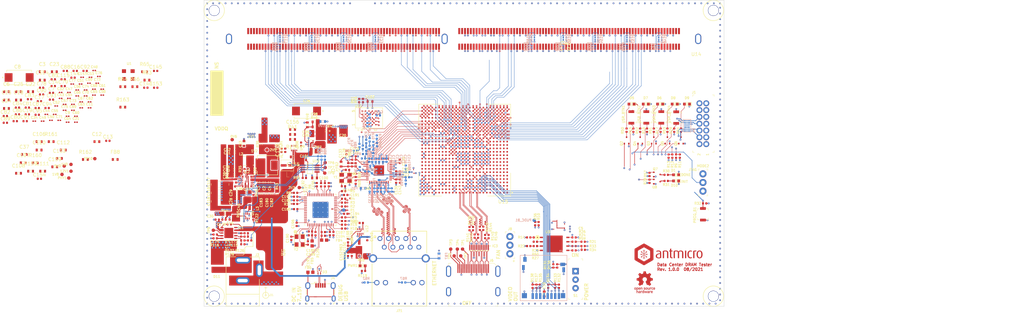
<source format=kicad_pcb>
(kicad_pcb (version 20171130) (host pcbnew 5.1.9+dfsg1-1)
  (layers (0 F.Cu signal) (1 GND1 power hide) (2 In2.Cu signal) (3 VCC1 power) (4 In4.Cu signal) (5 In5.Cu signal) (6 VCC2 power) (7 In7.Cu signal) (8 GND2 power hide) (31 B.Cu signal) (34 B.Paste user hide) (35 F.Paste user hide) (36 B.SilkS user) (37 F.SilkS user) (38 B.Mask user hide) (39 F.Mask user) (44 Edge.Cuts user))
  (net 0 "")
  (net 1 VBUS)
  (net 2 "Net-(C184-Pad1)")
  (net 3 "Net-(C185-Pad1)")
  (net 4 "Net-(C190-Pad1)")
  (net 5 "Net-(C193-Pad1)")
  (net 6 "Net-(R23-Pad1)")
  (net 7 "Net-(R24-Pad1)")
  (net 8 "Net-(R129-Pad2)")
  (net 9 "Net-(R130-Pad2)")
  (net 10 GND)
  (net 11 DBG_USB_P)
  (net 12 DBG_USB_N)
  (net 13 TCK_JTAG)
  (net 14 TMS_JTAG)
  (net 15 TDI_JTAG)
  (net 16 TDO_JTAG)
  (net 17 LED_LINK)
  (net 18 LED_SPD)
  (net 19 MODE2)
  (net 20 QSPI_DQ0)
  (net 21 QSPI_DQ1)
  (net 22 QSPI_DQ2)
  (net 23 QSPI_DQ3)
  (net 24 MODE0)
  (net 25 MODE1)
  (net 26 DONE)
  (net 27 ETH_RXD0)
  (net 28 ETH_RXD1)
  (net 29 ETH_RSTN)
  (net 30 ETH_MDIO)
  (net 31 ETH_REF_CLK)
  (net 32 ETH_TXD1)
  (net 33 ETH_TXD2)
  (net 34 ETH_TXD3)
  (net 35 ETH_TX_CLK)
  (net 36 ETH_TX_EN)
  (net 37 ETH_TXD0)
  (net 38 ETH_RXD3)
  (net 39 ETH_RX_DV)
  (net 40 ETH_MDC)
  (net 41 ETH_RX_CLK)
  (net 42 ETH_RXD2)
  (net 43 C_TMDS_CLK_P)
  (net 44 C_TMDS_CLK_N)
  (net 45 C_TMDS_D0_N)
  (net 46 C_TMDS_D0_P)
  (net 47 C_TMDS_D1_P)
  (net 48 C_TMDS_D2_N)
  (net 49 C_TMDS_D2_P)
  (net 50 "Net-(J6-Pad19)")
  (net 51 "Net-(J6-Pad18)")
  (net 52 "Net-(J6-Pad16)")
  (net 53 "Net-(J6-Pad15)")
  (net 54 "Net-(J6-Pad13)")
  (net 55 "Net-(J7-Pad9)")
  (net 56 C_TMDS_D1_N)
  (net 57 TMDS_CLK_P)
  (net 58 TMDS_CLK_N)
  (net 59 TMDS_D0_P)
  (net 60 TMDS_D0_N)
  (net 61 TMDS_D1_P)
  (net 62 TMDS_D1_N)
  (net 63 TMDS_D2_P)
  (net 64 TMDS_D2_N)
  (net 65 "Net-(D5-Pad2)")
  (net 66 "Net-(D6-Pad2)")
  (net 67 "Net-(D7-Pad2)")
  (net 68 "Net-(D8-Pad2)")
  (net 69 "Net-(FB6-Pad2)")
  (net 70 USR_LED1)
  (net 71 USR_LED3)
  (net 72 "Net-(Q2-Pad3)")
  (net 73 USR_LED2)
  (net 74 "Net-(Q3-Pad3)")
  (net 75 USR_LED4)
  (net 76 "Net-(Q4-Pad3)")
  (net 77 USR_LED5)
  (net 78 "Net-(Q5-Pad3)")
  (net 79 "Net-(Q6-Pad3)")
  (net 80 VDDQ)
  (net 81 "Net-(D9-Pad2)")
  (net 82 "Net-(IC3-Pad14)")
  (net 83 "Net-(J1-Pad14)")
  (net 84 "Net-(J1-Pad12)")
  (net 85 "Net-(J4-Pad4)")
  (net 86 "Net-(J6-Pad14)")
  (net 87 PUDC_B)
  (net 88 "Net-(U3-Pad9)")
  (net 89 "Net-(D4-Pad11)")
  (net 90 "Net-(D4-Pad12)")
  (net 91 SD_DAT1)
  (net 92 SD_DAT0)
  (net 93 SD_CLK)
  (net 94 SD_CMD)
  (net 95 SD_DAT3)
  (net 96 SD_DAT2)
  (net 97 SD_CD)
  (net 98 "Net-(D1-Pad2)")
  (net 99 "Net-(D10-Pad2)")
  (net 100 PROGRAM_B)
  (net 101 "Net-(Q7-Pad3)")
  (net 102 INIT_B)
  (net 103 "Net-(Q8-Pad3)")
  (net 104 FCS_B)
  (net 105 CCLK)
  (net 106 "Net-(R59-Pad1)")
  (net 107 "Net-(R60-Pad1)")
  (net 108 EMCCLK)
  (net 109 CFGBVS)
  (net 110 "Net-(R26-Pad1)")
  (net 111 "Net-(R27-Pad1)")
  (net 112 VIN)
  (net 113 VCC5V0)
  (net 114 "Net-(C35-Pad1)")
  (net 115 "Net-(C35-Pad2)")
  (net 116 "Net-(C45-Pad2)")
  (net 117 "Net-(C172-Pad1)")
  (net 118 "Net-(C174-Pad1)")
  (net 119 "Net-(C175-Pad1)")
  (net 120 "Net-(C178-Pad1)")
  (net 121 "Net-(C178-Pad2)")
  (net 122 "Net-(IC1-Pad5)")
  (net 123 "Net-(IC1-Pad6)")
  (net 124 "Net-(L1-Pad1)")
  (net 125 "Net-(L3-Pad1)")
  (net 126 "Net-(PWR1-Pad2)")
  (net 127 "Net-(R40-Pad1)")
  (net 128 "Net-(R42-Pad1)")
  (net 129 "Net-(R126-Pad2)")
  (net 130 "Net-(U5-Pad8)")
  (net 131 USR_BTN1)
  (net 132 USR_BTN2)
  (net 133 USR_BTN3)
  (net 134 "Net-(R18-Pad1)")
  (net 135 "Net-(R19-Pad1)")
  (net 136 "Net-(R20-Pad1)")
  (net 137 "Net-(R25-Pad1)")
  (net 138 "Net-(U7-Pad63)")
  (net 139 "Net-(U7-Pad62)")
  (net 140 "Net-(U7-Pad61)")
  (net 141 "Net-(U7-Pad60)")
  (net 142 "Net-(U7-Pad59)")
  (net 143 "Net-(U7-Pad58)")
  (net 144 "Net-(U7-Pad57)")
  (net 145 "Net-(U7-Pad55)")
  (net 146 "Net-(U7-Pad54)")
  (net 147 "Net-(U7-Pad53)")
  (net 148 "Net-(U7-Pad46)")
  (net 149 "Net-(U7-Pad45)")
  (net 150 "Net-(U7-Pad44)")
  (net 151 "Net-(U7-Pad43)")
  (net 152 "Net-(U7-Pad41)")
  (net 153 "Net-(U7-Pad40)")
  (net 154 "Net-(U7-Pad36)")
  (net 155 "Net-(U7-Pad34)")
  (net 156 "Net-(U7-Pad33)")
  (net 157 "Net-(U7-Pad30)")
  (net 158 "Net-(U7-Pad24)")
  (net 159 "Net-(U7-Pad23)")
  (net 160 "Net-(U7-Pad22)")
  (net 161 "Net-(U7-Pad21)")
  (net 162 "Net-(U7-Pad10)")
  (net 163 USR_BTN4)
  (net 164 "Net-(R35-Pad1)")
  (net 165 AUX_JTAG_TCK)
  (net 166 "Net-(R1-Pad1)")
  (net 167 AUX_JTAG_TDI)
  (net 168 "Net-(R2-Pad1)")
  (net 169 "Net-(R3-Pad1)")
  (net 170 AUX_JTAG_TMS)
  (net 171 "Net-(R4-Pad1)")
  (net 172 AUX_JTAG_RST)
  (net 173 "Net-(R5-Pad1)")
  (net 174 UART0_RX)
  (net 175 "Net-(R6-Pad1)")
  (net 176 UART0_TX)
  (net 177 "Net-(R7-Pad1)")
  (net 178 UART1_RX)
  (net 179 "Net-(R8-Pad1)")
  (net 180 UART1_TX)
  (net 181 "Net-(R37-Pad1)")
  (net 182 3V3_SYS)
  (net 183 1V8_SYS)
  (net 184 1V1_SYS)
  (net 185 1V8_FT)
  (net 186 AUX_JTAG_TDO)
  (net 187 1V0_SYS)
  (net 188 "Net-(C98-Pad2)")
  (net 189 "Net-(C100-Pad2)")
  (net 190 SYS_ON)
  (net 191 "Net-(L4-Pad1)")
  (net 192 "Net-(R55-Pad1)")
  (net 193 /Supply/VCC_INT_EN)
  (net 194 /Supply/VCC_AUX_EN)
  (net 195 /Supply/VCC_IO_EN)
  (net 196 "Net-(U9-Pad8)")
  (net 197 HR_RST)
  (net 198 HR_CS)
  (net 199 HR_DQ1)
  (net 200 HR_DQ0)
  (net 201 HR_RW)
  (net 202 HR_CKN)
  (net 203 HR_DQ5)
  (net 204 HR_DQ4)
  (net 205 HR_DQ7)
  (net 206 HR_DQ6)
  (net 207 HR_CKP)
  (net 208 HR_DQ3)
  (net 209 HR_DQ2)
  (net 210 "Net-(U11-PadC5)")
  (net 211 "Net-(U11-PadB5)")
  (net 212 "Net-(U11-PadA5)")
  (net 213 "Net-(U11-PadC2)")
  (net 214 "Net-(U11-PadA2)")
  (net 215 /Supply/SYS_EN)
  (net 216 "Net-(S1-Pad1)")
  (net 217 "Net-(D11-PadA)")
  (net 218 "Net-(J8-Pad2)")
  (net 219 "Net-(J?1-Pad11)")
  (net 220 "Net-(J?1-Pad13)")
  (net 221 /Ethernet/ETH3_P)
  (net 222 /Ethernet/ETH2_P)
  (net 223 "Net-(FB7-Pad1)")
  (net 224 /Ethernet/ETH1_P)
  (net 225 /Ethernet/ETH4_P)
  (net 226 /Ethernet/ETH2_N)
  (net 227 /Ethernet/ETH1_N)
  (net 228 /Ethernet/ETH3_N)
  (net 229 /Ethernet/ETH4_N)
  (net 230 "Net-(J?1-Pad9)")
  (net 231 VCC1V2)
  (net 232 /Ethernet/AVDDL)
  (net 233 /Ethernet/AVDDL_PLL)
  (net 234 /Ethernet/AVDDH)
  (net 235 "Net-(C147-Pad1)")
  (net 236 "Net-(C148-Pad1)")
  (net 237 "Net-(C150-Pad2)")
  (net 238 "Net-(L5-Pad1)")
  (net 239 "Net-(R68-Pad2)")
  (net 240 "Net-(R82-Pad1)")
  (net 241 "Net-(U6-Pad47)")
  (net 242 "Net-(U6-Pad43)")
  (net 243 ETH_INT_N)
  (net 244 "Net-(U6-Pad13)")
  (net 245 /Supply/1V2_PG)
  (net 246 "Net-(U14-Pad227)")
  (net 247 "Net-(U14-Pad252)")
  (net 248 "Net-(U14-Pad144)")
  (net 249 "Net-(U14-Pad108)")
  (net 250 "Net-(U14-Pad205)")
  (net 251 VPP)
  (net 252 VDDSPD)
  (net 253 VTT)
  (net 254 VREFCA)
  (net 255 "Net-(U15-PadA3)")
  (net 256 "Net-(U15-PadA4)")
  (net 257 "Net-(U15-PadA8)")
  (net 258 "Net-(U15-PadA9)")
  (net 259 "Net-(U15-PadA18)")
  (net 260 "Net-(U15-PadA19)")
  (net 261 "Net-(U15-PadA20)")
  (net 262 "Net-(U15-PadA23)")
  (net 263 "Net-(U15-PadA24)")
  (net 264 "Net-(U15-PadB1)")
  (net 265 "Net-(U15-PadB2)")
  (net 266 "Net-(U15-PadB3)")
  (net 267 "Net-(U15-PadB5)")
  (net 268 "Net-(U15-PadB6)")
  (net 269 "Net-(U15-PadB9)")
  (net 270 "Net-(U15-PadB11)")
  (net 271 "Net-(U15-PadB12)")
  (net 272 "Net-(U15-PadB16)")
  (net 273 "Net-(U15-PadB19)")
  (net 274 "Net-(U15-PadB20)")
  (net 275 "Net-(U15-PadB21)")
  (net 276 "Net-(U15-PadC2)")
  (net 277 "Net-(U15-PadC3)")
  (net 278 "Net-(U15-PadC4)")
  (net 279 "Net-(U15-PadC6)")
  (net 280 "Net-(U15-PadC11)")
  (net 281 "Net-(U15-PadC12)")
  (net 282 "Net-(U15-PadC13)")
  (net 283 "Net-(U15-PadC14)")
  (net 284 "Net-(U15-PadC16)")
  (net 285 "Net-(U15-PadC17)")
  (net 286 "Net-(U15-PadC18)")
  (net 287 "Net-(U15-PadC19)")
  (net 288 "Net-(U15-PadC21)")
  (net 289 "Net-(U15-PadC22)")
  (net 290 "Net-(U15-PadD1)")
  (net 291 "Net-(U15-PadD2)")
  (net 292 "Net-(U15-PadD3)")
  (net 293 "Net-(U15-PadD5)")
  (net 294 "Net-(U15-PadD6)")
  (net 295 "Net-(U15-PadD13)")
  (net 296 "Net-(U15-PadD14)")
  (net 297 "Net-(U15-PadD15)")
  (net 298 "Net-(U15-PadD16)")
  (net 299 "Net-(U15-PadD18)")
  (net 300 "Net-(U15-PadD21)")
  (net 301 "Net-(U15-PadD23)")
  (net 302 "Net-(U15-PadE3)")
  (net 303 "Net-(U15-PadE4)")
  (net 304 "Net-(U15-PadE6)")
  (net 305 "Net-(U15-PadE12)")
  (net 306 "Net-(U15-PadE13)")
  (net 307 "Net-(U15-PadE15)")
  (net 308 "Net-(U15-PadE16)")
  (net 309 "Net-(U15-PadE17)")
  (net 310 "Net-(U15-PadE18)")
  (net 311 "Net-(U15-PadE20)")
  (net 312 "Net-(U15-PadE21)")
  (net 313 "Net-(U15-PadE22)")
  (net 314 "Net-(U15-PadE23)")
  (net 315 "Net-(U15-PadF1)")
  (net 316 "Net-(U15-PadF2)")
  (net 317 "Net-(U15-PadF5)")
  (net 318 "Net-(U15-PadF6)")
  (net 319 "Net-(U15-PadF12)")
  (net 320 "Net-(U15-PadF13)")
  (net 321 "Net-(U15-PadF14)")
  (net 322 "Net-(U15-PadF15)")
  (net 323 "Net-(U15-PadF17)")
  (net 324 "Net-(U15-PadF18)")
  (net 325 "Net-(U15-PadF19)")
  (net 326 "Net-(U15-PadF20)")
  (net 327 "Net-(U15-PadF22)")
  (net 328 "Net-(U15-PadF23)")
  (net 329 "Net-(U15-PadF24)")
  (net 330 "Net-(U15-PadG2)")
  (net 331 "Net-(U15-PadG3)")
  (net 332 "Net-(U15-PadG4)")
  (net 333 "Net-(U15-PadG6)")
  (net 334 "Net-(U15-PadG11)")
  (net 335 "Net-(U15-PadG12)")
  (net 336 "Net-(U15-PadG14)")
  (net 337 "Net-(U15-PadG15)")
  (net 338 "Net-(U15-PadG16)")
  (net 339 "Net-(U15-PadG17)")
  (net 340 "Net-(U15-PadG19)")
  (net 341 "Net-(U15-PadG20)")
  (net 342 "Net-(U15-PadG21)")
  (net 343 "Net-(U15-PadG22)")
  (net 344 "Net-(U15-PadG24)")
  (net 345 "Net-(U15-PadG25)")
  (net 346 "Net-(U15-PadG26)")
  (net 347 "Net-(U15-PadH1)")
  (net 348 "Net-(U15-PadH2)")
  (net 349 "Net-(U15-PadH3)")
  (net 350 "Net-(U15-PadH5)")
  (net 351 "Net-(U15-PadH6)")
  (net 352 "Net-(U15-PadH9)")
  (net 353 "Net-(U15-PadH11)")
  (net 354 "Net-(U15-PadH12)")
  (net 355 "Net-(U15-PadH13)")
  (net 356 "Net-(U15-PadH14)")
  (net 357 "Net-(U15-PadH16)")
  (net 358 "Net-(U15-PadH17)")
  (net 359 "Net-(U15-PadH18)")
  (net 360 "Net-(U15-PadH19)")
  (net 361 "Net-(U15-PadH21)")
  (net 362 "Net-(U15-PadH22)")
  (net 363 "Net-(U15-PadH23)")
  (net 364 "Net-(U15-PadH24)")
  (net 365 "Net-(U15-PadH26)")
  (net 366 "Net-(U15-PadJ3)")
  (net 367 "Net-(U15-PadJ4)")
  (net 368 "Net-(U15-PadJ6)")
  (net 369 "Net-(U15-PadJ8)")
  (net 370 "Net-(U15-PadJ10)")
  (net 371 "Net-(U15-PadJ11)")
  (net 372 "Net-(U15-PadJ13)")
  (net 373 "Net-(U15-PadJ14)")
  (net 374 "Net-(U15-PadJ18)")
  (net 375 "Net-(U15-PadJ19)")
  (net 376 "Net-(U15-PadJ20)")
  (net 377 "Net-(U15-PadJ21)")
  (net 378 "Net-(U15-PadJ23)")
  (net 379 "Net-(U15-PadJ24)")
  (net 380 "Net-(U15-PadJ25)")
  (net 381 "Net-(U15-PadJ26)")
  (net 382 "Net-(U15-PadK1)")
  (net 383 "Net-(U15-PadK2)")
  (net 384 "Net-(U15-PadK5)")
  (net 385 "Net-(U15-PadK6)")
  (net 386 "Net-(U15-PadK15)")
  (net 387 "Net-(U15-PadK16)")
  (net 388 "Net-(U15-PadK17)")
  (net 389 "Net-(U15-PadK18)")
  (net 390 "Net-(U15-PadK20)")
  (net 391 "Net-(U15-PadK21)")
  (net 392 "Net-(U15-PadK22)")
  (net 393 "Net-(U15-PadK23)")
  (net 394 "Net-(U15-PadK25)")
  (net 395 "Net-(U15-PadK26)")
  (net 396 "Net-(U15-PadL2)")
  (net 397 "Net-(U15-PadL3)")
  (net 398 "Net-(U15-PadL4)")
  (net 399 "Net-(U15-PadL6)")
  (net 400 "Net-(U15-PadL17)")
  (net 401 "Net-(U15-PadL18)")
  (net 402 "Net-(U15-PadL22)")
  (net 403 "Net-(U15-PadL23)")
  (net 404 "Net-(U15-PadL24)")
  (net 405 "Net-(U15-PadM1)")
  (net 406 "Net-(U15-PadM2)")
  (net 407 "Net-(U15-PadM3)")
  (net 408 "Net-(U15-PadM5)")
  (net 409 "Net-(U15-PadM6)")
  (net 410 "Net-(U15-PadM16)")
  (net 411 "Net-(U15-PadM17)")
  (net 412 "Net-(U15-PadM19)")
  (net 413 "Net-(U15-PadM20)")
  (net 414 "Net-(U15-PadM21)")
  (net 415 "Net-(U15-PadM22)")
  (net 416 "Net-(U15-PadM24)")
  (net 417 "Net-(U15-PadM26)")
  (net 418 "Net-(U15-PadN3)")
  (net 419 "Net-(U15-PadN4)")
  (net 420 "Net-(U15-PadN6)")
  (net 421 "Net-(U15-PadN18)")
  (net 422 "Net-(U15-PadN19)")
  (net 423 "Net-(U15-PadN21)")
  (net 424 "Net-(U15-PadN22)")
  (net 425 "Net-(U15-PadN23)")
  (net 426 "Net-(U15-PadN24)")
  (net 427 "Net-(U15-PadN26)")
  (net 428 "Net-(U15-PadP1)")
  (net 429 "Net-(U15-PadP2)")
  (net 430 "Net-(U15-PadP8)")
  (net 431 "Net-(U15-PadP18)")
  (net 432 "Net-(U15-PadP21)")
  (net 433 "Net-(U15-PadP23)")
  (net 434 "Net-(U15-PadP24)")
  (net 435 "Net-(U15-PadP25)")
  (net 436 "Net-(U15-PadP26)")
  (net 437 "Net-(U15-PadR3)")
  (net 438 "Net-(U15-PadR4)")
  (net 439 "Net-(U15-PadR9)")
  (net 440 "Net-(U15-PadR18)")
  (net 441 "Net-(U15-PadR20)")
  (net 442 "Net-(U15-PadR21)")
  (net 443 "Net-(U15-PadR22)")
  (net 444 "Net-(U15-PadR23)")
  (net 445 "Net-(U15-PadR25)")
  (net 446 "Net-(U15-PadR26)")
  (net 447 "Net-(U15-PadT7)")
  (net 448 "Net-(U15-PadT8)")
  (net 449 "Net-(U15-PadT19)")
  (net 450 "Net-(U15-PadT20)")
  (net 451 "Net-(U15-PadT22)")
  (net 452 "Net-(U15-PadT23)")
  (net 453 "Net-(U15-PadU1)")
  (net 454 "Net-(U15-PadU6)")
  (net 455 "Net-(U15-PadU7)")
  (net 456 "Net-(U15-PadU9)")
  (net 457 "Net-(U15-PadU19)")
  (net 458 "Net-(U15-PadU20)")
  (net 459 "Net-(U15-PadU21)")
  (net 460 "Net-(U15-PadU22)")
  (net 461 "Net-(U15-PadU24)")
  (net 462 "Net-(U15-PadV1)")
  (net 463 "Net-(U15-PadV21)")
  (net 464 "Net-(U15-PadV22)")
  (net 465 "Net-(U15-PadV23)")
  (net 466 "Net-(U15-PadV24)")
  (net 467 "Net-(U15-PadW20)")
  (net 468 "Net-(U15-PadW21)")
  (net 469 "Net-(U15-PadW23)")
  (net 470 "Net-(U15-PadY5)")
  (net 471 "Net-(U15-PadY6)")
  (net 472 "Net-(U15-PadAA4)")
  (net 473 "Net-(U15-PadAB20)")
  (net 474 "Net-(U15-PadAB21)")
  (net 475 "Net-(U15-PadAB22)")
  (net 476 "Net-(U15-PadAB24)")
  (net 477 "Net-(U15-PadAB25)")
  (net 478 "Net-(U15-PadAC21)")
  (net 479 "Net-(U15-PadAC22)")
  (net 480 "Net-(U15-PadAC23)")
  (net 481 "Net-(U15-PadAD4)")
  (net 482 "Net-(U15-PadAD21)")
  (net 483 "Net-(U15-PadAE21)")
  (net 484 "Net-(U15-PadAF8)")
  (net 485 "Net-(U15-PadAF22)")
  (net 486 "Net-(U15-PadD11)")
  (net 487 "Net-(U15-PadE11)")
  (net 488 "Net-(U15-PadF10)")
  (net 489 "Net-(U15-PadG9)")
  (net 490 "Net-(U15-PadG10)")
  (net 491 "Net-(U15-PadH8)")
  (net 492 ~EVENT)
  (net 493 DQ43)
  (net 494 DQ41)
  (net 495 DQS7_C)
  (net 496 DQ49)
  (net 497 DQS6_C)
  (net 498 DQS6_T)
  (net 499 DQ61)
  (net 500 DQ57)
  (net 501 DQ51)
  (net 502 DQ33)
  (net 503 SA2)
  (net 504 DQ59)
  (net 505 DQS7_T)
  (net 506 DQ63)
  (net 507 ~CS3~\C1,NC)
  (net 508 PARITY)
  (net 509 A17)
  (net 510 NC\C2)
  (net 511 DQ39)
  (net 512 DQ45)
  (net 513 DQ53)
  (net 514 DQ47)
  (net 515 SDA)
  (net 516 DQ55)
  (net 517 A13)
  (net 518 DQS4_C)
  (net 519 DQS4_T)
  (net 520 A10\AP)
  (net 521 ~SAVE)
  (net 522 DQS5_C)
  (net 523 DQS5_T)
  (net 524 ~WE~\A14)
  (net 525 BA1)
  (net 526 DQ37)
  (net 527 DQ35)
  (net 528 SCL)
  (net 529 SA1)
  (net 530 DQS16_C)
  (net 531 DQS16_T)
  (net 532 DQ56)
  (net 533 DQ58)
  (net 534 DQ62)
  (net 535 SA0)
  (net 536 DQ50)
  (net 537 DQ54)
  (net 538 DQS15_C)
  (net 539 DQS15_T)
  (net 540 DQ60)
  (net 541 DQ46)
  (net 542 DQS14_C)
  (net 543 DQS14_T)
  (net 544 DQ52)
  (net 545 DQ42)
  (net 546 DQ48)
  (net 547 DQ44)
  (net 548 DQ34)
  (net 549 DQ38)
  (net 550 DQS13_C)
  (net 551 DQ40)
  (net 552 ~CS2~\C0)
  (net 553 ODT1\NC)
  (net 554 DQ32)
  (net 555 DQ36)
  (net 556 DQS13_T)
  (net 557 ~CS1~\NC)
  (net 558 ODT0)
  (net 559 ~CAS~\A15)
  (net 560 ~CS0)
  (net 561 ~RAS~\A16)
  (net 562 BA0)
  (net 563 A0)
  (net 564 DQ4)
  (net 565 DQ0)
  (net 566 DQS9_T)
  (net 567 DQS9_C)
  (net 568 DQ2)
  (net 569 DQ6)
  (net 570 DQ12)
  (net 571 DQS10_C)
  (net 572 DQS10_T)
  (net 573 DQ8)
  (net 574 DQ14)
  (net 575 DQ10)
  (net 576 DQ20)
  (net 577 DQ16)
  (net 578 DQS11_T)
  (net 579 DQS11_C)
  (net 580 DQ22)
  (net 581 DQ28)
  (net 582 DQ18)
  (net 583 DQ24)
  (net 584 DQS12_C)
  (net 585 DQ30)
  (net 586 DQS12_T)
  (net 587 DQ26)
  (net 588 CB4)
  (net 589 CB0)
  (net 590 DQS17_T)
  (net 591 CB6)
  (net 592 DQS17_C)
  (net 593 CB2)
  (net 594 CKE0)
  (net 595 ~RESET)
  (net 596 BG0)
  (net 597 ~ACT)
  (net 598 A12\~BC)
  (net 599 A9)
  (net 600 A6)
  (net 601 A8)
  (net 602 A3)
  (net 603 A1)
  (net 604 CK0_C)
  (net 605 CK0_T)
  (net 606 DQS3_T)
  (net 607 DQS0_C)
  (net 608 DQS1_T)
  (net 609 DQS1_C)
  (net 610 DQ25)
  (net 611 CB1)
  (net 612 DQ15)
  (net 613 DQ11)
  (net 614 DQ13)
  (net 615 DQS8_C)
  (net 616 DQS0_T)
  (net 617 A5)
  (net 618 DQ23)
  (net 619 CB5)
  (net 620 DQ31)
  (net 621 BG1)
  (net 622 DQ17)
  (net 623 DQS2_C)
  (net 624 DQS2_T)
  (net 625 CK1_C)
  (net 626 CB7)
  (net 627 DQS8_T)
  (net 628 A11)
  (net 629 A7)
  (net 630 DQ29)
  (net 631 DQ19)
  (net 632 DQS3_C)
  (net 633 DQ27)
  (net 634 DQ1)
  (net 635 A4)
  (net 636 CKE1\NC)
  (net 637 A2)
  (net 638 DQ3)
  (net 639 DQ9)
  (net 640 DQ21)
  (net 641 CB3)
  (net 642 ~ALERT)
  (net 643 DQ7)
  (net 644 CK1_T)
  (net 645 DQ5)
  (net 646 "Net-(U15-PadC15)")
  (net 647 "Net-(U15-PadAA10)")
  (net 648 "Net-(U15-PadAE11)")
  (net 649 "Net-(U15-PadAF10)")
  (net 650 "Net-(U15-PadAD15)")
  (net 651 "Net-(U15-PadU17)")
  (net 652 "Net-(U15-PadU16)")
  (net 653 "Net-(U15-PadT18)")
  (net 654 "Net-(U15-PadT17)")
  (net 655 "Net-(U15-PadP16)")
  (net 656 "Net-(U15-PadN17)")
  (net 657 "Net-(U15-PadN16)")
  (net 658 "Net-(R117-Pad1)")
  (net 659 "Net-(R118-Pad1)")
  (net 660 "Net-(R120-Pad1)")
  (net 661 "Net-(R121-Pad1)")
  (net 662 "Net-(R123-Pad1)")
  (net 663 "Net-(R124-Pad1)")
  (net 664 "Net-(R125-Pad1)")
  (net 665 "Net-(R147-Pad1)")
  (net 666 "Net-(R148-Pad1)")
  (net 667 "Net-(R149-Pad1)")
  (net 668 "Net-(R150-Pad1)")
  (net 669 "Net-(R151-Pad1)")
  (net 670 "Net-(R152-Pad1)")
  (net 671 "Net-(R153-Pad1)")
  (net 672 "Net-(R154-Pad1)")
  (net 673 "Net-(R155-Pad1)")
  (net 674 VCC0V6)
  (net 675 VCC1V0)
  (net 676 VDD1V2)
  (net 677 VCC1V8)
  (net 678 VCC2V5)
  (net 679 VCC3V3)
  (net 680 /Supply/VTTREF)
  (net 681 1V2_SYS)
  (net 682 VREF_34)
  (net 683 "Net-(C156-Pad2)")
  (net 684 "Net-(L7-Pad1)")
  (net 685 "Net-(R38-Pad1)")
  (net 686 5V0_SYS)
  (net 687 VRN)
  (net 688 VRP)
  (net 689 "Net-(R164-Pad2)")
  (net 690 GCLK100)
  (net 691 /Supply/1V8_PG)
  (net 692 NC)
  (net 693 "Net-(R165-Pad2)")
  (module antmicro-footprints:Testpoint_smd_1mm (layer F.Cu) (at 74.891327 92.625807)
    (fp_text reference TP10 (at -1.91 -0.08) (layer F.SilkS) (effects (font (size 0.7 0.7))))
    (fp_text value TP_SMD1MM hide)
    (pad 1 smd circle (at 0 -0.0508) (size 1 1) (layers F.Cu F.Mask) (net 692 NC))
  )
  (module antmicro-footprints:0603-res (layer F.Cu) (at 72.116328 92.810008)
    (fp_text reference R162 (at 0 -2.2) (layer F.SilkS))
    (fp_text value R_0R_0603)
    (pad 1 smd rect (at -0.7 0) (size 0.6 0.8) (layers F.Cu F.Paste F.Mask) (net 692 NC))
    (pad 2 smd rect (at 0.7 0) (size 0.6 0.8) (layers F.Cu F.Paste F.Mask) (net 112 VIN))
  )
  (module data-center-dram-tester-footprints:0603-res (layer F.Cu) (at 80.886328 92.810008)
    (fp_text reference FB8 (at 0 -2.2) (layer F.SilkS))
    (fp_text value BLM18PG121SN1D)
    (pad 1 smd rect (at -0.7 0) (size 0.6 0.8) (layers F.Cu F.Paste F.Mask) (net 185 1V8_FT))
    (pad 2 smd rect (at 0.7 0) (size 0.6 0.8) (layers F.Cu F.Paste F.Mask) (net 183 1V8_SYS))
  )
  (module antmicro-footprints:0603-cap (layer F.Cu) (at 133.036328 83.980008)
    (fp_text reference C156 (at 0 -2.2) (layer F.SilkS))
    (fp_text value C_120p_0603)
    (pad 1 smd rect (at -0.7 0) (size 0.6 0.8) (layers F.Cu F.Paste F.Mask) (net 677 VCC1V8))
    (pad 2 smd rect (at 0.7 0) (size 0.6 0.8) (layers F.Cu F.Paste F.Mask) (net 683 "Net-(C156-Pad2)"))
  )
  (module antmicro-footprints:0603-cap (layer F.Cu) (at 133.236328 92.060008 180)
    (fp_text reference C155 (at 0 -2.2) (layer F.SilkS))
    (fp_text value C_10u_0603)
    (pad 1 smd rect (at -0.7 0 180) (size 0.6 0.8) (layers F.Cu F.Paste F.Mask) (net 113 VCC5V0))
    (pad 2 smd rect (at 0.7 0 180) (size 0.6 0.8) (layers F.Cu F.Paste F.Mask) (net 10 GND))
  )
  (module data-center-dram-tester-footprints:QFN-8_2x1mm (layer F.Cu) (at 133.486328 89.480008 270)
    (fp_text reference U4 (at 0 -2.075 90) (layer F.SilkS) (effects (font (size 0.7 0.7))))
    (fp_text value TPS62823DLCT)
    (pad 1 smd rect (at -0.675 -0.75 270) (size 0.55 0.25) (layers F.Cu F.Paste F.Mask) (net 685 "Net-(R38-Pad1)"))
    (pad 2 smd rect (at -0.675 -0.25 270) (size 0.55 0.25) (layers F.Cu F.Paste F.Mask) (net 683 "Net-(C156-Pad2)"))
    (pad 3 smd rect (at -0.675 0.25 270) (size 0.55 0.25) (layers F.Cu F.Paste F.Mask) (net 10 GND))
    (pad 4 smd rect (at -0.675 0.75 270) (size 0.55 0.25) (layers F.Cu F.Paste F.Mask))
    (pad 5 smd rect (at 0.675 0.75 270) (size 0.55 0.25) (layers F.Cu F.Paste F.Mask) (net 10 GND))
    (pad 6 smd rect (at 0.675 0.25 270) (size 0.55 0.25) (layers F.Cu F.Paste F.Mask) (net 684 "Net-(L7-Pad1)"))
    (pad 7 smd rect (at 0.675 -0.25 270) (size 0.55 0.25) (layers F.Cu F.Paste F.Mask) (net 113 VCC5V0))
    (pad 8 smd rect (at 0.675 -0.75 270) (size 0.55 0.25) (layers F.Cu F.Paste F.Mask) (net 691 /Supply/1V8_PG))
  )
  (module antmicro-footprints:TPS65295RJET (layer F.Cu) (at 119.606328 99.280008)
    (fp_text reference U2 (at 0.02 -2.95) (layer F.SilkS))
    (fp_text value TPS65295RJET hide)
    (fp_poly (pts (xy 1.0952 -1.1484) (xy 1.0952 -1.7048) (xy 1.3746 -1.7048) (xy 1.3746 -1.1484)) (layer F.Cu) (width 0.1))
    (fp_poly (pts (xy 1.0952 1.1484) (xy 1.0952 1.7048) (xy 1.3746 1.7048) (xy 1.3746 1.1484)) (layer F.Cu) (width 0.1))
    (fp_poly (pts (xy -1.0952 -1.1484) (xy -1.0952 -1.7048) (xy -1.3746 -1.7048) (xy -1.3746 -1.1484)) (layer F.Cu) (width 0.1))
    (fp_poly (pts (xy -1.0952 1.1484) (xy -1.0952 1.7048) (xy -1.3746 1.7048) (xy -1.3746 1.1484)) (layer F.Cu) (width 0.1))
    (pad 18 smd rect (at -0.449999 -1.4) (size 0.2032 0.6096) (layers F.Cu F.Paste F.Mask) (net 164 "Net-(R35-Pad1)"))
    (pad 17 smd rect (at 0 -0.7015) (size 0.2032 2.0066) (layers F.Cu F.Paste F.Mask) (net 114 "Net-(C35-Pad1)"))
    (pad 16 smd rect (at 0.449999 -1.4) (size 0.2032 0.6096) (layers F.Cu F.Paste F.Mask) (net 10 GND))
    (pad 15 smd rect (at 1.4 -1.25 90) (size 0.2032 0.6096) (layers F.Cu F.Paste F.Mask) (net 124 "Net-(L1-Pad1)"))
    (pad 14 smd rect (at 1.4 -0.750001 90) (size 0.2032 0.6096) (layers F.Cu F.Paste F.Mask) (net 686 5V0_SYS))
    (pad 13 smd rect (at 1.4 -0.25 90) (size 0.2032 0.6096) (layers F.Cu F.Paste F.Mask) (net 686 5V0_SYS))
    (pad 12 smd rect (at 1.4 0.25 90) (size 0.2032 0.6096) (layers F.Cu F.Paste F.Mask) (net 678 VCC2V5))
    (pad 11 smd rect (at 1.4 0.750001 90) (size 0.2032 0.6096) (layers F.Cu F.Paste F.Mask) (net 194 /Supply/VCC_AUX_EN))
    (pad 10 smd rect (at 1.4 1.25 90) (size 0.2032 0.6096) (layers F.Cu F.Paste F.Mask) (net 195 /Supply/VCC_IO_EN))
    (pad 9 smd rect (at 0.449999 0.7015) (size 0.2032 2.0066) (layers F.Cu F.Paste F.Mask) (net 10 GND))
    (pad 8 smd rect (at 0 1.3492) (size 0.2032 0.7112) (layers F.Cu F.Paste F.Mask) (net 127 "Net-(R40-Pad1)"))
    (pad 7 smd rect (at -0.449999 0.7015) (size 0.2032 2.0066) (layers F.Cu F.Paste F.Mask) (net 112 VIN))
    (pad 6 smd rect (at -1.4 1.25 90) (size 0.2032 0.6096) (layers F.Cu F.Paste F.Mask) (net 680 /Supply/VTTREF))
    (pad 5 smd rect (at -1.4 0.750001 90) (size 0.2032 0.6096) (layers F.Cu F.Paste F.Mask) (net 676 VDD1V2))
    (pad 4 smd rect (at -1.4 0.25 90) (size 0.2032 0.6096) (layers F.Cu F.Paste F.Mask) (net 128 "Net-(R42-Pad1)"))
    (pad 3 smd rect (at -1.4 -0.25 90) (size 0.2032 0.6096) (layers F.Cu F.Paste F.Mask) (net 10 GND))
    (pad 2 smd rect (at -1.4 -0.750001 90) (size 0.2032 0.6096) (layers F.Cu F.Paste F.Mask) (net 674 VCC0V6))
    (pad 1 smd rect (at -1.4 -1.25 90) (size 0.2032 0.6096) (layers F.Cu F.Paste F.Mask) (net 80 VDDQ))
  )
  (module data-center-dram-tester-footprints:ASFLMB-100.000MHZ-XY-T (layer F.Cu) (at 84.736329 67.979208)
    (fp_text reference U1 (at 0.24 -3.34) (layer F.SilkS) (effects (font (size 0.7 0.7))))
    (fp_text value ASFLMB-100.000MHZ-XY-T hide)
    (pad 4 smd rect (at -1.27 -1.15) (size 1.2 1.1) (layers F.Cu F.Paste F.Mask) (net 182 3V3_SYS))
    (pad 3 smd rect (at 1.27 -1.15) (size 1.2 1.1) (layers F.Cu F.Paste F.Mask) (net 690 GCLK100))
    (pad 2 smd rect (at 1.27 1.15) (size 1.2 1.1) (layers F.Cu F.Paste F.Mask) (net 10 GND))
    (pad 1 smd rect (at -1.27 1.15 180) (size 1.2 1.1) (layers F.Cu F.Paste F.Mask) (net 182 3V3_SYS))
  )
  (module data-center-dram-tester-footprints:0603-res (layer F.Cu) (at 83.111329 77.424209)
    (fp_text reference R163 (at 0 -2.2) (layer F.SilkS))
    (fp_text value R_0R_0603)
    (pad 1 smd rect (at -0.7 0) (size 0.6 0.8) (layers F.Cu F.Paste F.Mask) (net 251 VPP))
    (pad 2 smd rect (at 0.7 0) (size 0.6 0.8) (layers F.Cu F.Paste F.Mask) (net 252 VDDSPD))
  )
  (module data-center-dram-tester-footprints:0603-res (layer F.Cu) (at 62.061329 87.564209)
    (fp_text reference R161 (at 0 -2.2) (layer F.SilkS))
    (fp_text value R_0R_0603)
    (pad 1 smd rect (at -0.7 0) (size 0.6 0.8) (layers F.Cu F.Paste F.Mask) (net 674 VCC0V6))
    (pad 2 smd rect (at 0.7 0) (size 0.6 0.8) (layers F.Cu F.Paste F.Mask) (net 253 VTT))
  )
  (module data-center-dram-tester-footprints:0603-res (layer F.Cu) (at 57.381329 93.784209)
    (fp_text reference R160 (at 0 -2.2) (layer F.SilkS))
    (fp_text value R_0R_0603)
    (pad 1 smd rect (at -0.7 0) (size 0.6 0.8) (layers F.Cu F.Paste F.Mask) (net 676 VDD1V2))
    (pad 2 smd rect (at 0.7 0) (size 0.6 0.8) (layers F.Cu F.Paste F.Mask) (net 80 VDDQ))
  )
  (module data-center-dram-tester-footprints:0603-res (layer F.Cu) (at 56.011329 96.254209)
    (fp_text reference R159 (at 0 -2.2) (layer F.SilkS))
    (fp_text value R_0R_0603)
    (pad 1 smd rect (at -0.7 0) (size 0.6 0.8) (layers F.Cu F.Paste F.Mask) (net 678 VCC2V5))
    (pad 2 smd rect (at 0.7 0) (size 0.6 0.8) (layers F.Cu F.Paste F.Mask) (net 251 VPP))
  )
  (module antmicro-footprints:0603-res (layer F.Cu) (at 133.026328 86.920008 180)
    (fp_text reference R156 (at 0 -2.2) (layer F.SilkS))
    (fp_text value R_100k_0603)
    (pad 1 smd rect (at -0.7 0 180) (size 0.6 0.8) (layers F.Cu F.Paste F.Mask) (net 683 "Net-(C156-Pad2)"))
    (pad 2 smd rect (at 0.7 0 180) (size 0.6 0.8) (layers F.Cu F.Paste F.Mask) (net 10 GND))
  )
  (module data-center-dram-tester-footprints:0603-res (layer F.Cu) (at 86.661329 71.414209)
    (fp_text reference R66 (at 0 -2.2) (layer F.SilkS))
    (fp_text value R_1k_0603)
    (pad 1 smd rect (at -0.7 0) (size 0.6 0.8) (layers F.Cu F.Paste F.Mask) (net 682 VREF_34))
    (pad 2 smd rect (at 0.7 0) (size 0.6 0.8) (layers F.Cu F.Paste F.Mask) (net 10 GND))
  )
  (module data-center-dram-tester-footprints:0603-res (layer F.Cu) (at 89.531329 67.014209)
    (fp_text reference R65 (at 0 -2.2) (layer F.SilkS))
    (fp_text value R_1k_0603)
    (pad 1 smd rect (at -0.7 0) (size 0.6 0.8) (layers F.Cu F.Paste F.Mask) (net 80 VDDQ))
    (pad 2 smd rect (at 0.7 0) (size 0.6 0.8) (layers F.Cu F.Paste F.Mask) (net 682 VREF_34))
  )
  (module data-center-dram-tester-footprints:0603-res (layer F.Cu) (at 83.111329 71.414209)
    (fp_text reference R64 (at 0 -2.2) (layer F.SilkS))
    (fp_text value R_120R_0603)
    (pad 1 smd rect (at -0.7 0) (size 0.6 0.8) (layers F.Cu F.Paste F.Mask) (net 688 VRP))
    (pad 2 smd rect (at 0.7 0) (size 0.6 0.8) (layers F.Cu F.Paste F.Mask) (net 10 GND))
  )
  (module data-center-dram-tester-footprints:0603-res (layer F.Cu) (at 90.211329 69.484209)
    (fp_text reference R63 (at 0 -2.2) (layer F.SilkS))
    (fp_text value R_120R_0603)
    (pad 1 smd rect (at -0.7 0) (size 0.6 0.8) (layers F.Cu F.Paste F.Mask) (net 687 VRN))
    (pad 2 smd rect (at 0.7 0) (size 0.6 0.8) (layers F.Cu F.Paste F.Mask) (net 80 VDDQ))
  )
  (module antmicro-footprints:0603-res (layer F.Cu) (at 133.026328 85.450008)
    (fp_text reference R41 (at 0 -2.2) (layer F.SilkS))
    (fp_text value R_49R9_0603)
    (pad 1 smd rect (at -0.7 0) (size 0.6 0.8) (layers F.Cu F.Paste F.Mask) (net 677 VCC1V8))
    (pad 2 smd rect (at 0.7 0) (size 0.6 0.8) (layers F.Cu F.Paste F.Mask) (net 683 "Net-(C156-Pad2)"))
  )
  (module data-center-dram-tester-footprints:0402-res (layer F.Cu) (at 135.526328 88.320008 90)
    (fp_text reference R38 (at 0 -1.17 90) (layer F.SilkS) (effects (font (size 0.7 0.7))))
    (fp_text value R_0R_0402)
    (pad 2 smd roundrect (at 0.485 0 90) (size 0.59 0.64) (layers F.Cu F.Paste F.Mask) (net 194 /Supply/VCC_AUX_EN))
    (pad 1 smd roundrect (at -0.485 0 90) (size 0.59 0.64) (layers F.Cu F.Paste F.Mask) (net 685 "Net-(R38-Pad1)"))
  )
  (module data-center-dram-tester-footprints:Testpoint_smd_1mm (layer F.Cu) (at 67.246328 98.310008)
    (fp_text reference PHY1 (at -1.91 -0.08) (layer F.SilkS) (effects (font (size 0.7 0.7))))
    (fp_text value TP_SMD1MM hide)
    (pad 1 smd circle (at 0 -0.0508) (size 1 1) (layers F.Cu F.Mask) (net 231 VCC1V2))
  )
  (module data-center-dram-tester-footprints:IHLP-1212AE (layer F.Cu) (at 131.486328 94.560008 180)
    (fp_text reference L7 (at -0.8 -2.7) (layer F.SilkS) (effects (font (size 1.524 1.524) (thickness 0.05))))
    (fp_text value IHLP1212AEERR47M11 hide)
    (pad 2 smd rect (at 1.0795 0 180) (size 1.7526 0.7112) (layers F.Cu F.Paste F.Mask) (net 677 VCC1V8))
    (pad 1 smd rect (at -1.0795 0 180) (size 1.7526 0.7112) (layers F.Cu F.Paste F.Mask) (net 684 "Net-(L7-Pad1)"))
  )
  (module data-center-dram-tester-footprints:0603-cap (layer F.Cu) (at 63.111329 94.974209)
    (fp_text reference C159 (at 0 -2.2) (layer F.SilkS))
    (fp_text value C_22u_0603)
    (pad 1 smd rect (at -0.7 0) (size 0.6 0.8) (layers F.Cu F.Paste F.Mask) (net 676 VDD1V2))
    (pad 2 smd rect (at 0.7 0) (size 0.6 0.8) (layers F.Cu F.Paste F.Mask) (net 10 GND))
  )
  (module data-center-dram-tester-footprints:0402-cap (layer F.Cu) (at 129.746328 90.110008 90)
    (fp_text reference C158 (at 0 -1.17 90) (layer F.SilkS))
    (fp_text value C_10u_0402)
    (pad 2 smd roundrect (at 0.485 0 90) (size 0.59 0.64) (layers F.Cu F.Paste F.Mask) (net 10 GND))
    (pad 1 smd roundrect (at -0.485 0 90) (size 0.59 0.64) (layers F.Cu F.Paste F.Mask) (net 677 VCC1V8))
  )
  (module data-center-dram-tester-footprints:0402-cap (layer F.Cu) (at 130.876328 90.110008 90)
    (fp_text reference C157 (at 0 -1.17 90) (layer F.SilkS))
    (fp_text value C_10u_0402)
    (pad 2 smd roundrect (at 0.485 0 90) (size 0.59 0.64) (layers F.Cu F.Paste F.Mask) (net 10 GND))
    (pad 1 smd roundrect (at -0.485 0 90) (size 0.59 0.64) (layers F.Cu F.Paste F.Mask) (net 677 VCC1V8))
  )
  (module data-center-dram-tester-footprints:0402-cap (layer F.Cu) (at 58.601329 98.484209)
    (fp_text reference C154 (at 0 -1.17) (layer F.SilkS))
    (fp_text value C_100n_0402_16V)
    (pad 2 smd roundrect (at 0.485 0) (size 0.59 0.64) (layers F.Cu F.Paste F.Mask) (net 10 GND))
    (pad 1 smd roundrect (at -0.485 0) (size 0.59 0.64) (layers F.Cu F.Paste F.Mask) (net 686 5V0_SYS))
  )
  (module data-center-dram-tester-footprints:0402-cap (layer F.Cu) (at 92.801329 71.714209)
    (fp_text reference C153 (at 0 -1.17) (layer F.SilkS))
    (fp_text value C_100n_0402_6V3)
    (pad 2 smd roundrect (at 0.485 0) (size 0.59 0.64) (layers F.Cu F.Paste F.Mask) (net 10 GND))
    (pad 1 smd roundrect (at -0.485 0) (size 0.59 0.64) (layers F.Cu F.Paste F.Mask) (net 682 VREF_34))
  )
  (module data-center-dram-tester-footprints:0402-cap (layer F.Cu) (at 89.891329 71.714209)
    (fp_text reference C146 (at 0 -1.17) (layer F.SilkS))
    (fp_text value C_100n_0402_6V3)
    (pad 2 smd roundrect (at 0.485 0) (size 0.59 0.64) (layers F.Cu F.Paste F.Mask) (net 10 GND))
    (pad 1 smd roundrect (at -0.485 0) (size 0.59 0.64) (layers F.Cu F.Paste F.Mask) (net 682 VREF_34))
  )
  (module data-center-dram-tester-footprints:0402-cap (layer F.Cu) (at 92.761329 66.774209)
    (fp_text reference C145 (at 0 -1.17) (layer F.SilkS))
    (fp_text value C_100n_0402_6V3)
    (pad 2 smd roundrect (at 0.485 0) (size 0.59 0.64) (layers F.Cu F.Paste F.Mask) (net 10 GND))
    (pad 1 smd roundrect (at -0.485 0) (size 0.59 0.64) (layers F.Cu F.Paste F.Mask) (net 182 3V3_SYS))
  )
  (module data-center-dram-tester-footprints:0402-cap (layer F.Cu) (at 68.491329 68.764209)
    (fp_text reference C144 (at 0 -1.17) (layer F.SilkS))
    (fp_text value C_4u7_0402)
    (pad 2 smd roundrect (at 0.485 0) (size 0.59 0.64) (layers F.Cu F.Paste F.Mask) (net 10 GND))
    (pad 1 smd roundrect (at -0.485 0) (size 0.59 0.64) (layers F.Cu F.Paste F.Mask) (net 187 1V0_SYS))
  )
  (module data-center-dram-tester-footprints:0201-res (layer F.Cu) (at 71.171329 68.644209)
    (fp_text reference C143 (at 0 -1.05) (layer F.SilkS) (effects (font (size 0.7 0.7))))
    (fp_text value C_100n_0201)
    (pad 2 smd roundrect (at 0.32 0) (size 0.46 0.4) (layers F.Cu F.Mask) (net 10 GND))
    (pad 1 smd roundrect (at -0.32 0) (size 0.46 0.4) (layers F.Cu F.Mask) (net 80 VDDQ))
  )
  (module data-center-dram-tester-footprints:0402-cap (layer F.Cu) (at 65.581329 69.244209)
    (fp_text reference C115 (at 0 -1.17) (layer F.SilkS))
    (fp_text value C_4u7_0402)
    (pad 2 smd roundrect (at 0.485 0) (size 0.59 0.64) (layers F.Cu F.Paste F.Mask) (net 10 GND))
    (pad 1 smd roundrect (at -0.485 0) (size 0.59 0.64) (layers F.Cu F.Paste F.Mask) (net 183 1V8_SYS))
  )
  (module data-center-dram-tester-footprints:0603-cap (layer F.Cu) (at 59.441329 69.484209)
    (fp_text reference C114 (at 0 -2.2) (layer F.SilkS))
    (fp_text value C_47u_0603)
    (pad 1 smd rect (at -0.7 0) (size 0.6 0.8) (layers F.Cu F.Paste F.Mask) (net 183 1V8_SYS))
    (pad 2 smd rect (at 0.7 0) (size 0.6 0.8) (layers F.Cu F.Paste F.Mask) (net 10 GND))
  )
  (module data-center-dram-tester-footprints:0603-cap (layer F.Cu) (at 64.481329 92.504209)
    (fp_text reference C113 (at 0 -2.2) (layer F.SilkS))
    (fp_text value C_10n_0603)
    (pad 1 smd rect (at -0.7 0) (size 0.6 0.8) (layers F.Cu F.Paste F.Mask) (net 251 VPP))
    (pad 2 smd rect (at 0.7 0) (size 0.6 0.8) (layers F.Cu F.Paste F.Mask) (net 10 GND))
  )
  (module data-center-dram-tester-footprints:0603-cap (layer F.Cu) (at 65.611329 90.034209)
    (fp_text reference C112 (at 0 -2.2) (layer F.SilkS))
    (fp_text value C_10n_0603)
    (pad 1 smd rect (at -0.7 0) (size 0.6 0.8) (layers F.Cu F.Paste F.Mask) (net 251 VPP))
    (pad 2 smd rect (at 0.7 0) (size 0.6 0.8) (layers F.Cu F.Paste F.Mask) (net 10 GND))
  )
  (module data-center-dram-tester-footprints:0603-cap (layer F.Cu) (at 59.561329 96.254209)
    (fp_text reference C111 (at 0 -2.2) (layer F.SilkS))
    (fp_text value C_10n_0603)
    (pad 1 smd rect (at -0.7 0) (size 0.6 0.8) (layers F.Cu F.Paste F.Mask) (net 251 VPP))
    (pad 2 smd rect (at 0.7 0) (size 0.6 0.8) (layers F.Cu F.Paste F.Mask) (net 10 GND))
  )
  (module data-center-dram-tester-footprints:0603-cap (layer F.Cu) (at 58.511329 90.034209)
    (fp_text reference C110 (at 0 -2.2) (layer F.SilkS))
    (fp_text value C_10n_0603)
    (pad 1 smd rect (at -0.7 0) (size 0.6 0.8) (layers F.Cu F.Paste F.Mask) (net 251 VPP))
    (pad 2 smd rect (at 0.7 0) (size 0.6 0.8) (layers F.Cu F.Paste F.Mask) (net 10 GND))
  )
  (module data-center-dram-tester-footprints:0603-cap (layer F.Cu) (at 52.461329 96.864209)
    (fp_text reference C108 (at 0 -2.2) (layer F.SilkS))
    (fp_text value C_10n_0603)
    (pad 1 smd rect (at -0.7 0) (size 0.6 0.8) (layers F.Cu F.Paste F.Mask) (net 80 VDDQ))
    (pad 2 smd rect (at 0.7 0) (size 0.6 0.8) (layers F.Cu F.Paste F.Mask) (net 10 GND))
  )
  (module data-center-dram-tester-footprints:0603-cap (layer F.Cu) (at 53.831329 93.784209)
    (fp_text reference C107 (at 0 -2.2) (layer F.SilkS))
    (fp_text value C_10n_0603)
    (pad 1 smd rect (at -0.7 0) (size 0.6 0.8) (layers F.Cu F.Paste F.Mask) (net 80 VDDQ))
    (pad 2 smd rect (at 0.7 0) (size 0.6 0.8) (layers F.Cu F.Paste F.Mask) (net 10 GND))
  )
  (module data-center-dram-tester-footprints:0603-cap (layer F.Cu) (at 58.511329 87.564209)
    (fp_text reference C106 (at 0 -2.2) (layer F.SilkS))
    (fp_text value C_10n_0603)
    (pad 1 smd rect (at -0.7 0) (size 0.6 0.8) (layers F.Cu F.Paste F.Mask) (net 80 VDDQ))
    (pad 2 smd rect (at 0.7 0) (size 0.6 0.8) (layers F.Cu F.Paste F.Mask) (net 10 GND))
  )
  (module data-center-dram-tester-footprints:0402-cap (layer F.Cu) (at 57.961329 79.674209)
    (fp_text reference C95 (at 0 -1.17) (layer F.SilkS))
    (fp_text value C_4u7_0402)
    (pad 2 smd roundrect (at 0.485 0) (size 0.59 0.64) (layers F.Cu F.Paste F.Mask) (net 10 GND))
    (pad 1 smd roundrect (at -0.485 0) (size 0.59 0.64) (layers F.Cu F.Paste F.Mask) (net 182 3V3_SYS))
  )
  (module data-center-dram-tester-footprints:0402-cap (layer F.Cu) (at 60.871329 77.684209)
    (fp_text reference C94 (at 0 -1.17) (layer F.SilkS))
    (fp_text value C_4u7_0402)
    (pad 2 smd roundrect (at 0.485 0) (size 0.59 0.64) (layers F.Cu F.Paste F.Mask) (net 10 GND))
    (pad 1 smd roundrect (at -0.485 0) (size 0.59 0.64) (layers F.Cu F.Paste F.Mask) (net 182 3V3_SYS))
  )
  (module data-center-dram-tester-footprints:0402-cap (layer F.Cu) (at 62.151329 75.214209)
    (fp_text reference C93 (at 0 -1.17) (layer F.SilkS))
    (fp_text value C_4u7_0402)
    (pad 2 smd roundrect (at 0.485 0) (size 0.59 0.64) (layers F.Cu F.Paste F.Mask) (net 10 GND))
    (pad 1 smd roundrect (at -0.485 0) (size 0.59 0.64) (layers F.Cu F.Paste F.Mask) (net 182 3V3_SYS))
  )
  (module data-center-dram-tester-footprints:0402-cap (layer F.Cu) (at 72.041329 66.774209)
    (fp_text reference C92 (at 0 -1.17) (layer F.SilkS))
    (fp_text value C_4u7_0402)
    (pad 2 smd roundrect (at 0.485 0) (size 0.59 0.64) (layers F.Cu F.Paste F.Mask) (net 10 GND))
    (pad 1 smd roundrect (at -0.485 0) (size 0.59 0.64) (layers F.Cu F.Paste F.Mask) (net 182 3V3_SYS))
  )
  (module data-center-dram-tester-footprints:0402-cap (layer F.Cu) (at 54.411329 81.544209)
    (fp_text reference C91 (at 0 -1.17) (layer F.SilkS))
    (fp_text value C_4u7_0402)
    (pad 2 smd roundrect (at 0.485 0) (size 0.59 0.64) (layers F.Cu F.Paste F.Mask) (net 10 GND))
    (pad 1 smd roundrect (at -0.485 0) (size 0.59 0.64) (layers F.Cu F.Paste F.Mask) (net 182 3V3_SYS))
  )
  (module data-center-dram-tester-footprints:0402-cap (layer F.Cu) (at 59.241329 73.704209)
    (fp_text reference C90 (at 0 -1.17) (layer F.SilkS))
    (fp_text value C_4u7_0402)
    (pad 2 smd roundrect (at 0.485 0) (size 0.59 0.64) (layers F.Cu F.Paste F.Mask) (net 10 GND))
    (pad 1 smd roundrect (at -0.485 0) (size 0.59 0.64) (layers F.Cu F.Paste F.Mask) (net 182 3V3_SYS))
  )
  (module data-center-dram-tester-footprints:0402-cap (layer F.Cu) (at 48.591329 82.024209)
    (fp_text reference C89 (at 0 -1.17) (layer F.SilkS))
    (fp_text value C_4u7_0402)
    (pad 2 smd roundrect (at 0.485 0) (size 0.59 0.64) (layers F.Cu F.Paste F.Mask) (net 10 GND))
    (pad 1 smd roundrect (at -0.485 0) (size 0.59 0.64) (layers F.Cu F.Paste F.Mask) (net 182 3V3_SYS))
  )
  (module data-center-dram-tester-footprints:0402-cap (layer F.Cu) (at 66.221329 66.774209)
    (fp_text reference C88 (at 0 -1.17) (layer F.SilkS))
    (fp_text value C_4u7_0402)
    (pad 2 smd roundrect (at 0.485 0) (size 0.59 0.64) (layers F.Cu F.Paste F.Mask) (net 10 GND))
    (pad 1 smd roundrect (at -0.485 0) (size 0.59 0.64) (layers F.Cu F.Paste F.Mask) (net 182 3V3_SYS))
  )
  (module data-center-dram-tester-footprints:0402-cap (layer F.Cu) (at 57.961329 77.684209)
    (fp_text reference C87 (at 0 -1.17) (layer F.SilkS))
    (fp_text value C_4u7_0402)
    (pad 2 smd roundrect (at 0.485 0) (size 0.59 0.64) (layers F.Cu F.Paste F.Mask) (net 10 GND))
    (pad 1 smd roundrect (at -0.485 0) (size 0.59 0.64) (layers F.Cu F.Paste F.Mask) (net 182 3V3_SYS))
  )
  (module data-center-dram-tester-footprints:0402-cap (layer F.Cu) (at 52.141329 79.554209)
    (fp_text reference C86 (at 0 -1.17) (layer F.SilkS))
    (fp_text value C_4u7_0402)
    (pad 2 smd roundrect (at 0.485 0) (size 0.59 0.64) (layers F.Cu F.Paste F.Mask) (net 10 GND))
    (pad 1 smd roundrect (at -0.485 0) (size 0.59 0.64) (layers F.Cu F.Paste F.Mask) (net 182 3V3_SYS))
  )
  (module data-center-dram-tester-footprints:0402-cap (layer F.Cu) (at 62.671329 69.244209)
    (fp_text reference C85 (at 0 -1.17) (layer F.SilkS))
    (fp_text value C_4u7_0402)
    (pad 2 smd roundrect (at 0.485 0) (size 0.59 0.64) (layers F.Cu F.Paste F.Mask) (net 10 GND))
    (pad 1 smd roundrect (at -0.485 0) (size 0.59 0.64) (layers F.Cu F.Paste F.Mask) (net 182 3V3_SYS))
  )
  (module data-center-dram-tester-footprints:0402-cap (layer F.Cu) (at 52.141329 77.564209)
    (fp_text reference C84 (at 0 -1.17) (layer F.SilkS))
    (fp_text value C_4u7_0402)
    (pad 2 smd roundrect (at 0.485 0) (size 0.59 0.64) (layers F.Cu F.Paste F.Mask) (net 10 GND))
    (pad 1 smd roundrect (at -0.485 0) (size 0.59 0.64) (layers F.Cu F.Paste F.Mask) (net 182 3V3_SYS))
  )
  (module data-center-dram-tester-footprints:0402-cap (layer F.Cu) (at 55.691329 75.094209)
    (fp_text reference C83 (at 0 -1.17) (layer F.SilkS))
    (fp_text value C_4u7_0402)
    (pad 2 smd roundrect (at 0.485 0) (size 0.59 0.64) (layers F.Cu F.Paste F.Mask) (net 10 GND))
    (pad 1 smd roundrect (at -0.485 0) (size 0.59 0.64) (layers F.Cu F.Paste F.Mask) (net 182 3V3_SYS))
  )
  (module data-center-dram-tester-footprints:0402-cap (layer F.Cu) (at 48.591329 80.034209)
    (fp_text reference C82 (at 0 -1.17) (layer F.SilkS))
    (fp_text value C_4u7_0402)
    (pad 2 smd roundrect (at 0.485 0) (size 0.59 0.64) (layers F.Cu F.Paste F.Mask) (net 10 GND))
    (pad 1 smd roundrect (at -0.485 0) (size 0.59 0.64) (layers F.Cu F.Paste F.Mask) (net 182 3V3_SYS))
  )
  (module data-center-dram-tester-footprints:0402-cap (layer F.Cu) (at 55.051329 77.564209)
    (fp_text reference C81 (at 0 -1.17) (layer F.SilkS))
    (fp_text value C_4u7_0402)
    (pad 2 smd roundrect (at 0.485 0) (size 0.59 0.64) (layers F.Cu F.Paste F.Mask) (net 10 GND))
    (pad 1 smd roundrect (at -0.485 0) (size 0.59 0.64) (layers F.Cu F.Paste F.Mask) (net 182 3V3_SYS))
  )
  (module data-center-dram-tester-footprints:0402-cap (layer F.Cu) (at 51.501329 81.544209)
    (fp_text reference C80 (at 0 -1.17) (layer F.SilkS))
    (fp_text value C_4u7_0402)
    (pad 2 smd roundrect (at 0.485 0) (size 0.59 0.64) (layers F.Cu F.Paste F.Mask) (net 10 GND))
    (pad 1 smd roundrect (at -0.485 0) (size 0.59 0.64) (layers F.Cu F.Paste F.Mask) (net 182 3V3_SYS))
  )
  (module data-center-dram-tester-footprints:0402-cap (layer F.Cu) (at 65.581329 71.234209)
    (fp_text reference C79 (at 0 -1.17) (layer F.SilkS))
    (fp_text value C_4u7_0402)
    (pad 2 smd roundrect (at 0.485 0) (size 0.59 0.64) (layers F.Cu F.Paste F.Mask) (net 10 GND))
    (pad 1 smd roundrect (at -0.485 0) (size 0.59 0.64) (layers F.Cu F.Paste F.Mask) (net 182 3V3_SYS))
  )
  (module data-center-dram-tester-footprints:0402-cap (layer F.Cu) (at 59.241329 71.714209)
    (fp_text reference C78 (at 0 -1.17) (layer F.SilkS))
    (fp_text value C_4u7_0402)
    (pad 2 smd roundrect (at 0.485 0) (size 0.59 0.64) (layers F.Cu F.Paste F.Mask) (net 10 GND))
    (pad 1 smd roundrect (at -0.485 0) (size 0.59 0.64) (layers F.Cu F.Paste F.Mask) (net 182 3V3_SYS))
  )
  (module data-center-dram-tester-footprints:0201-res (layer F.Cu) (at 68.261329 70.634209)
    (fp_text reference C77 (at 0 -1.05) (layer F.SilkS) (effects (font (size 0.7 0.7))))
    (fp_text value C_100n_0201)
    (pad 2 smd roundrect (at 0.32 0) (size 0.46 0.4) (layers F.Cu F.Mask) (net 10 GND))
    (pad 1 smd roundrect (at -0.32 0) (size 0.46 0.4) (layers F.Cu F.Mask) (net 187 1V0_SYS))
  )
  (module data-center-dram-tester-footprints:0201-res (layer F.Cu) (at 76.071329 68.404209)
    (fp_text reference C76 (at 0 -1.05) (layer F.SilkS) (effects (font (size 0.7 0.7))))
    (fp_text value C_100n_0201)
    (pad 2 smd roundrect (at 0.32 0) (size 0.46 0.4) (layers F.Cu F.Mask) (net 10 GND))
    (pad 1 smd roundrect (at -0.32 0) (size 0.46 0.4) (layers F.Cu F.Mask) (net 80 VDDQ))
  )
  (module data-center-dram-tester-footprints:0201-res (layer F.Cu) (at 66.001329 78.354209)
    (fp_text reference C75 (at 0 -1.05) (layer F.SilkS) (effects (font (size 0.7 0.7))))
    (fp_text value C_100n_0201)
    (pad 2 smd roundrect (at 0.32 0) (size 0.46 0.4) (layers F.Cu F.Mask) (net 10 GND))
    (pad 1 smd roundrect (at -0.32 0) (size 0.46 0.4) (layers F.Cu F.Mask) (net 80 VDDQ))
  )
  (module data-center-dram-tester-footprints:0201-res (layer F.Cu) (at 72.181329 72.384209)
    (fp_text reference C74 (at 0 -1.05) (layer F.SilkS) (effects (font (size 0.7 0.7))))
    (fp_text value C_100n_0201)
    (pad 2 smd roundrect (at 0.32 0) (size 0.46 0.4) (layers F.Cu F.Mask) (net 10 GND))
    (pad 1 smd roundrect (at -0.32 0) (size 0.46 0.4) (layers F.Cu F.Mask) (net 80 VDDQ))
  )
  (module data-center-dram-tester-footprints:0201-res (layer F.Cu) (at 68.451329 76.604209)
    (fp_text reference C73 (at 0 -1.05) (layer F.SilkS) (effects (font (size 0.7 0.7))))
    (fp_text value C_100n_0201)
    (pad 2 smd roundrect (at 0.32 0) (size 0.46 0.4) (layers F.Cu F.Mask) (net 10 GND))
    (pad 1 smd roundrect (at -0.32 0) (size 0.46 0.4) (layers F.Cu F.Mask) (net 80 VDDQ))
  )
  (module data-center-dram-tester-footprints:0201-res (layer F.Cu) (at 75.611329 70.394209)
    (fp_text reference C72 (at 0 -1.05) (layer F.SilkS) (effects (font (size 0.7 0.7))))
    (fp_text value C_100n_0201)
    (pad 2 smd roundrect (at 0.32 0) (size 0.46 0.4) (layers F.Cu F.Mask) (net 10 GND))
    (pad 1 smd roundrect (at -0.32 0) (size 0.46 0.4) (layers F.Cu F.Mask) (net 80 VDDQ))
  )
  (module data-center-dram-tester-footprints:0201-res (layer F.Cu) (at 64.441329 81.304209)
    (fp_text reference C71 (at 0 -1.05) (layer F.SilkS) (effects (font (size 0.7 0.7))))
    (fp_text value C_100n_0201)
    (pad 2 smd roundrect (at 0.32 0) (size 0.46 0.4) (layers F.Cu F.Mask) (net 10 GND))
    (pad 1 smd roundrect (at -0.32 0) (size 0.46 0.4) (layers F.Cu F.Mask) (net 80 VDDQ))
  )
  (module data-center-dram-tester-footprints:0201-res (layer F.Cu) (at 72.181329 74.134209)
    (fp_text reference C70 (at 0 -1.05) (layer F.SilkS) (effects (font (size 0.7 0.7))))
    (fp_text value C_100n_0201)
    (pad 2 smd roundrect (at 0.32 0) (size 0.46 0.4) (layers F.Cu F.Mask) (net 10 GND))
    (pad 1 smd roundrect (at -0.32 0) (size 0.46 0.4) (layers F.Cu F.Mask) (net 187 1V0_SYS))
  )
  (module data-center-dram-tester-footprints:0201-res (layer F.Cu) (at 68.451329 78.354209)
    (fp_text reference C69 (at 0 -1.05) (layer F.SilkS) (effects (font (size 0.7 0.7))))
    (fp_text value C_100n_0201)
    (pad 2 smd roundrect (at 0.32 0) (size 0.46 0.4) (layers F.Cu F.Mask) (net 10 GND))
    (pad 1 smd roundrect (at -0.32 0) (size 0.46 0.4) (layers F.Cu F.Mask) (net 187 1V0_SYS))
  )
  (module data-center-dram-tester-footprints:0201-res (layer F.Cu) (at 74.631329 72.144209)
    (fp_text reference C68 (at 0 -1.05) (layer F.SilkS) (effects (font (size 0.7 0.7))))
    (fp_text value C_100n_0201)
    (pad 2 smd roundrect (at 0.32 0) (size 0.46 0.4) (layers F.Cu F.Mask) (net 10 GND))
    (pad 1 smd roundrect (at -0.32 0) (size 0.46 0.4) (layers F.Cu F.Mask) (net 187 1V0_SYS))
  )
  (module data-center-dram-tester-footprints:0201-res (layer F.Cu) (at 70.901329 75.884209)
    (fp_text reference C67 (at 0 -1.05) (layer F.SilkS) (effects (font (size 0.7 0.7))))
    (fp_text value C_100n_0201)
    (pad 2 smd roundrect (at 0.32 0) (size 0.46 0.4) (layers F.Cu F.Mask) (net 10 GND))
    (pad 1 smd roundrect (at -0.32 0) (size 0.46 0.4) (layers F.Cu F.Mask) (net 187 1V0_SYS))
  )
  (module data-center-dram-tester-footprints:0201-res (layer F.Cu) (at 69.731329 74.134209)
    (fp_text reference C66 (at 0 -1.05) (layer F.SilkS) (effects (font (size 0.7 0.7))))
    (fp_text value C_100n_0201)
    (pad 2 smd roundrect (at 0.32 0) (size 0.46 0.4) (layers F.Cu F.Mask) (net 10 GND))
    (pad 1 smd roundrect (at -0.32 0) (size 0.46 0.4) (layers F.Cu F.Mask) (net 187 1V0_SYS))
  )
  (module data-center-dram-tester-footprints:0201-res (layer F.Cu) (at 74.631329 73.894209)
    (fp_text reference C65 (at 0 -1.05) (layer F.SilkS) (effects (font (size 0.7 0.7))))
    (fp_text value C_100n_0201)
    (pad 2 smd roundrect (at 0.32 0) (size 0.46 0.4) (layers F.Cu F.Mask) (net 10 GND))
    (pad 1 smd roundrect (at -0.32 0) (size 0.46 0.4) (layers F.Cu F.Mask) (net 187 1V0_SYS))
  )
  (module data-center-dram-tester-footprints:0201-res (layer F.Cu) (at 66.891329 81.854209)
    (fp_text reference C64 (at 0 -1.05) (layer F.SilkS) (effects (font (size 0.7 0.7))))
    (fp_text value C_100n_0201)
    (pad 2 smd roundrect (at 0.32 0) (size 0.46 0.4) (layers F.Cu F.Mask) (net 10 GND))
    (pad 1 smd roundrect (at -0.32 0) (size 0.46 0.4) (layers F.Cu F.Mask) (net 187 1V0_SYS))
  )
  (module data-center-dram-tester-footprints:0201-res (layer F.Cu) (at 70.901329 77.634209)
    (fp_text reference C63 (at 0 -1.05) (layer F.SilkS) (effects (font (size 0.7 0.7))))
    (fp_text value C_100n_0201)
    (pad 2 smd roundrect (at 0.32 0) (size 0.46 0.4) (layers F.Cu F.Mask) (net 10 GND))
    (pad 1 smd roundrect (at -0.32 0) (size 0.46 0.4) (layers F.Cu F.Mask) (net 187 1V0_SYS))
  )
  (module data-center-dram-tester-footprints:0201-res (layer F.Cu) (at 73.351329 75.884209)
    (fp_text reference C62 (at 0 -1.05) (layer F.SilkS) (effects (font (size 0.7 0.7))))
    (fp_text value C_100n_0201)
    (pad 2 smd roundrect (at 0.32 0) (size 0.46 0.4) (layers F.Cu F.Mask) (net 10 GND))
    (pad 1 smd roundrect (at -0.32 0) (size 0.46 0.4) (layers F.Cu F.Mask) (net 187 1V0_SYS))
  )
  (module data-center-dram-tester-footprints:0201-res (layer F.Cu) (at 77.081329 72.144209)
    (fp_text reference C61 (at 0 -1.05) (layer F.SilkS) (effects (font (size 0.7 0.7))))
    (fp_text value C_100n_0201)
    (pad 2 smd roundrect (at 0.32 0) (size 0.46 0.4) (layers F.Cu F.Mask) (net 10 GND))
    (pad 1 smd roundrect (at -0.32 0) (size 0.46 0.4) (layers F.Cu F.Mask) (net 187 1V0_SYS))
  )
  (module data-center-dram-tester-footprints:0201-res (layer F.Cu) (at 69.341329 80.104209)
    (fp_text reference C60 (at 0 -1.05) (layer F.SilkS) (effects (font (size 0.7 0.7))))
    (fp_text value C_100n_0201)
    (pad 2 smd roundrect (at 0.32 0) (size 0.46 0.4) (layers F.Cu F.Mask) (net 10 GND))
    (pad 1 smd roundrect (at -0.32 0) (size 0.46 0.4) (layers F.Cu F.Mask) (net 187 1V0_SYS))
  )
  (module data-center-dram-tester-footprints:0201-res (layer F.Cu) (at 73.161329 70.394209)
    (fp_text reference C59 (at 0 -1.05) (layer F.SilkS) (effects (font (size 0.7 0.7))))
    (fp_text value C_100n_0201)
    (pad 2 smd roundrect (at 0.32 0) (size 0.46 0.4) (layers F.Cu F.Mask) (net 10 GND))
    (pad 1 smd roundrect (at -0.32 0) (size 0.46 0.4) (layers F.Cu F.Mask) (net 187 1V0_SYS))
  )
  (module data-center-dram-tester-footprints:0201-res (layer F.Cu) (at 77.081329 73.894209)
    (fp_text reference C58 (at 0 -1.05) (layer F.SilkS) (effects (font (size 0.7 0.7))))
    (fp_text value C_100n_0201)
    (pad 2 smd roundrect (at 0.32 0) (size 0.46 0.4) (layers F.Cu F.Mask) (net 10 GND))
    (pad 1 smd roundrect (at -0.32 0) (size 0.46 0.4) (layers F.Cu F.Mask) (net 187 1V0_SYS))
  )
  (module data-center-dram-tester-footprints:0201-res (layer F.Cu) (at 66.001329 76.604209)
    (fp_text reference C57 (at 0 -1.05) (layer F.SilkS) (effects (font (size 0.7 0.7))))
    (fp_text value C_100n_0201)
    (pad 2 smd roundrect (at 0.32 0) (size 0.46 0.4) (layers F.Cu F.Mask) (net 10 GND))
    (pad 1 smd roundrect (at -0.32 0) (size 0.46 0.4) (layers F.Cu F.Mask) (net 187 1V0_SYS))
  )
  (module data-center-dram-tester-footprints:0201-res (layer F.Cu) (at 69.731329 72.384209)
    (fp_text reference C56 (at 0 -1.05) (layer F.SilkS) (effects (font (size 0.7 0.7))))
    (fp_text value C_100n_0201)
    (pad 2 smd roundrect (at 0.32 0) (size 0.46 0.4) (layers F.Cu F.Mask) (net 10 GND))
    (pad 1 smd roundrect (at -0.32 0) (size 0.46 0.4) (layers F.Cu F.Mask) (net 183 1V8_SYS))
  )
  (module data-center-dram-tester-footprints:0201-res (layer F.Cu) (at 63.091329 79.554209)
    (fp_text reference C55 (at 0 -1.05) (layer F.SilkS) (effects (font (size 0.7 0.7))))
    (fp_text value C_100n_0201)
    (pad 2 smd roundrect (at 0.32 0) (size 0.46 0.4) (layers F.Cu F.Mask) (net 10 GND))
    (pad 1 smd roundrect (at -0.32 0) (size 0.46 0.4) (layers F.Cu F.Mask) (net 183 1V8_SYS))
  )
  (module data-center-dram-tester-footprints:0201-res (layer F.Cu) (at 67.281329 74.854209)
    (fp_text reference C54 (at 0 -1.05) (layer F.SilkS) (effects (font (size 0.7 0.7))))
    (fp_text value C_100n_0201)
    (pad 2 smd roundrect (at 0.32 0) (size 0.46 0.4) (layers F.Cu F.Mask) (net 10 GND))
    (pad 1 smd roundrect (at -0.32 0) (size 0.46 0.4) (layers F.Cu F.Mask) (net 187 1V0_SYS))
  )
  (module data-center-dram-tester-footprints:0201-res (layer F.Cu) (at 73.621329 68.644209)
    (fp_text reference C53 (at 0 -1.05) (layer F.SilkS) (effects (font (size 0.7 0.7))))
    (fp_text value C_100n_0201)
    (pad 2 smd roundrect (at 0.32 0) (size 0.46 0.4) (layers F.Cu F.Mask) (net 10 GND))
    (pad 1 smd roundrect (at -0.32 0) (size 0.46 0.4) (layers F.Cu F.Mask) (net 183 1V8_SYS))
  )
  (module data-center-dram-tester-footprints:0201-res (layer F.Cu) (at 63.551329 77.084209)
    (fp_text reference C52 (at 0 -1.05) (layer F.SilkS) (effects (font (size 0.7 0.7))))
    (fp_text value C_100n_0201)
    (pad 2 smd roundrect (at 0.32 0) (size 0.46 0.4) (layers F.Cu F.Mask) (net 10 GND))
    (pad 1 smd roundrect (at -0.32 0) (size 0.46 0.4) (layers F.Cu F.Mask) (net 187 1V0_SYS))
  )
  (module data-center-dram-tester-footprints:0201-res (layer F.Cu) (at 70.711329 70.634209)
    (fp_text reference C51 (at 0 -1.05) (layer F.SilkS) (effects (font (size 0.7 0.7))))
    (fp_text value C_100n_0201)
    (pad 2 smd roundrect (at 0.32 0) (size 0.46 0.4) (layers F.Cu F.Mask) (net 10 GND))
    (pad 1 smd roundrect (at -0.32 0) (size 0.46 0.4) (layers F.Cu F.Mask) (net 183 1V8_SYS))
  )
  (module data-center-dram-tester-footprints:0201-res (layer F.Cu) (at 61.991329 81.304209)
    (fp_text reference C50 (at 0 -1.05) (layer F.SilkS) (effects (font (size 0.7 0.7))))
    (fp_text value C_100n_0201)
    (pad 2 smd roundrect (at 0.32 0) (size 0.46 0.4) (layers F.Cu F.Mask) (net 10 GND))
    (pad 1 smd roundrect (at -0.32 0) (size 0.46 0.4) (layers F.Cu F.Mask) (net 187 1V0_SYS))
  )
  (module data-center-dram-tester-footprints:0201-res (layer F.Cu) (at 59.541329 81.544209)
    (fp_text reference C49 (at 0 -1.05) (layer F.SilkS) (effects (font (size 0.7 0.7))))
    (fp_text value C_100n_0201)
    (pad 2 smd roundrect (at 0.32 0) (size 0.46 0.4) (layers F.Cu F.Mask) (net 10 GND))
    (pad 1 smd roundrect (at -0.32 0) (size 0.46 0.4) (layers F.Cu F.Mask) (net 183 1V8_SYS))
  )
  (module data-center-dram-tester-footprints:0201-res (layer F.Cu) (at 74.721329 66.654209)
    (fp_text reference C48 (at 0 -1.05) (layer F.SilkS) (effects (font (size 0.7 0.7))))
    (fp_text value C_100n_0201)
    (pad 2 smd roundrect (at 0.32 0) (size 0.46 0.4) (layers F.Cu F.Mask) (net 10 GND))
    (pad 1 smd roundrect (at -0.32 0) (size 0.46 0.4) (layers F.Cu F.Mask) (net 183 1V8_SYS))
  )
  (module data-center-dram-tester-footprints:0201-res (layer F.Cu) (at 67.281329 73.104209)
    (fp_text reference C47 (at 0 -1.05) (layer F.SilkS) (effects (font (size 0.7 0.7))))
    (fp_text value C_100n_0201)
    (pad 2 smd roundrect (at 0.32 0) (size 0.46 0.4) (layers F.Cu F.Mask) (net 10 GND))
    (pad 1 smd roundrect (at -0.32 0) (size 0.46 0.4) (layers F.Cu F.Mask) (net 183 1V8_SYS))
  )
  (module data-center-dram-tester-footprints:0201-res (layer F.Cu) (at 60.641329 79.554209)
    (fp_text reference C44 (at 0 -1.05) (layer F.SilkS) (effects (font (size 0.7 0.7))))
    (fp_text value C_100n_0201)
    (pad 2 smd roundrect (at 0.32 0) (size 0.46 0.4) (layers F.Cu F.Mask) (net 10 GND))
    (pad 1 smd roundrect (at -0.32 0) (size 0.46 0.4) (layers F.Cu F.Mask) (net 80 VDDQ))
  )
  (module data-center-dram-tester-footprints:0201-res (layer F.Cu) (at 64.831329 74.854209)
    (fp_text reference C43 (at 0 -1.05) (layer F.SilkS) (effects (font (size 0.7 0.7))))
    (fp_text value C_100n_0201)
    (pad 2 smd roundrect (at 0.32 0) (size 0.46 0.4) (layers F.Cu F.Mask) (net 10 GND))
    (pad 1 smd roundrect (at -0.32 0) (size 0.46 0.4) (layers F.Cu F.Mask) (net 80 VDDQ))
  )
  (module data-center-dram-tester-footprints:0603-cap (layer F.Cu) (at 54.161329 91.314209)
    (fp_text reference C37 (at 0 -2.2) (layer F.SilkS))
    (fp_text value C_10u_25V_0603)
    (pad 1 smd rect (at -0.7 0) (size 0.6 0.8) (layers F.Cu F.Paste F.Mask) (net 686 5V0_SYS))
    (pad 2 smd rect (at 0.7 0) (size 0.6 0.8) (layers F.Cu F.Paste F.Mask) (net 10 GND))
  )
  (module data-center-dram-tester-footprints:0201-res (layer F.Cu) (at 57.091329 81.544209)
    (fp_text reference C34 (at 0 -1.05) (layer F.SilkS) (effects (font (size 0.7 0.7))))
    (fp_text value C_100n_0201)
    (pad 2 smd roundrect (at 0.32 0) (size 0.46 0.4) (layers F.Cu F.Mask) (net 10 GND))
    (pad 1 smd roundrect (at -0.32 0) (size 0.46 0.4) (layers F.Cu F.Mask) (net 80 VDDQ))
  )
  (module data-center-dram-tester-footprints:0201-res (layer F.Cu) (at 64.831329 73.104209)
    (fp_text reference C32 (at 0 -1.05) (layer F.SilkS) (effects (font (size 0.7 0.7))))
    (fp_text value C_100n_0201)
    (pad 2 smd roundrect (at 0.32 0) (size 0.46 0.4) (layers F.Cu F.Mask) (net 10 GND))
    (pad 1 smd roundrect (at -0.32 0) (size 0.46 0.4) (layers F.Cu F.Mask) (net 80 VDDQ))
  )
  (module data-center-dram-tester-footprints:0603-cap (layer F.Cu) (at 52.461329 72.864209)
    (fp_text reference C25 (at 0 -2.2) (layer F.SilkS))
    (fp_text value C_47u_0603)
    (pad 1 smd rect (at -0.7 0) (size 0.6 0.8) (layers F.Cu F.Paste F.Mask) (net 183 1V8_SYS))
    (pad 2 smd rect (at 0.7 0) (size 0.6 0.8) (layers F.Cu F.Paste F.Mask) (net 10 GND))
  )
  (module data-center-dram-tester-footprints:0603-cap (layer F.Cu) (at 48.911329 77.804209)
    (fp_text reference C24 (at 0 -2.2) (layer F.SilkS))
    (fp_text value C_47u_0603)
    (pad 1 smd rect (at -0.7 0) (size 0.6 0.8) (layers F.Cu F.Paste F.Mask) (net 80 VDDQ))
    (pad 2 smd rect (at 0.7 0) (size 0.6 0.8) (layers F.Cu F.Paste F.Mask) (net 10 GND))
  )
  (module data-center-dram-tester-footprints:0603-cap (layer F.Cu) (at 62.991329 67.014209)
    (fp_text reference C23 (at 0 -2.2) (layer F.SilkS))
    (fp_text value C_47u_0603)
    (pad 1 smd rect (at -0.7 0) (size 0.6 0.8) (layers F.Cu F.Paste F.Mask) (net 80 VDDQ))
    (pad 2 smd rect (at 0.7 0) (size 0.6 0.8) (layers F.Cu F.Paste F.Mask) (net 10 GND))
  )
  (module data-center-dram-tester-footprints:0603-cap (layer F.Cu) (at 56.011329 72.864209)
    (fp_text reference C22 (at 0 -2.2) (layer F.SilkS))
    (fp_text value C_47u_0603)
    (pad 1 smd rect (at -0.7 0) (size 0.6 0.8) (layers F.Cu F.Paste F.Mask) (net 183 1V8_SYS))
    (pad 2 smd rect (at 0.7 0) (size 0.6 0.8) (layers F.Cu F.Paste F.Mask) (net 10 GND))
  )
  (module data-center-dram-tester-footprints:0201-res (layer F.Cu) (at 69.341329 81.854209)
    (fp_text reference C21 (at 0 -1.05) (layer F.SilkS) (effects (font (size 0.7 0.7))))
    (fp_text value C_100n_0201)
    (pad 2 smd roundrect (at 0.32 0) (size 0.46 0.4) (layers F.Cu F.Mask) (net 10 GND))
    (pad 1 smd roundrect (at -0.32 0) (size 0.46 0.4) (layers F.Cu F.Mask) (net 80 VDDQ))
  )
  (module data-center-dram-tester-footprints:0402-cap (layer F.Cu) (at 55.051329 79.554209)
    (fp_text reference C19 (at 0 -1.17) (layer F.SilkS))
    (fp_text value C_4u7_0402)
    (pad 2 smd roundrect (at 0.485 0) (size 0.59 0.64) (layers F.Cu F.Paste F.Mask) (net 10 GND))
    (pad 1 smd roundrect (at -0.485 0) (size 0.59 0.64) (layers F.Cu F.Paste F.Mask) (net 183 1V8_SYS))
  )
  (module data-center-dram-tester-footprints:0603-cap (layer F.Cu) (at 52.461329 75.334209)
    (fp_text reference C18 (at 0 -2.2) (layer F.SilkS))
    (fp_text value C_47u_0603)
    (pad 1 smd rect (at -0.7 0) (size 0.6 0.8) (layers F.Cu F.Paste F.Mask) (net 182 3V3_SYS))
    (pad 2 smd rect (at 0.7 0) (size 0.6 0.8) (layers F.Cu F.Paste F.Mask) (net 10 GND))
  )
  (module data-center-dram-tester-footprints:0402-cap (layer F.Cu) (at 58.601329 75.694209)
    (fp_text reference C17 (at 0 -1.17) (layer F.SilkS))
    (fp_text value C_4u7_0402)
    (pad 2 smd roundrect (at 0.485 0) (size 0.59 0.64) (layers F.Cu F.Paste F.Mask) (net 10 GND))
    (pad 1 smd roundrect (at -0.485 0) (size 0.59 0.64) (layers F.Cu F.Paste F.Mask) (net 187 1V0_SYS))
  )
  (module data-center-dram-tester-footprints:0402-cap (layer F.Cu) (at 69.131329 66.774209)
    (fp_text reference C16 (at 0 -1.17) (layer F.SilkS))
    (fp_text value C_4u7_0402)
    (pad 2 smd roundrect (at 0.485 0) (size 0.59 0.64) (layers F.Cu F.Paste F.Mask) (net 10 GND))
    (pad 1 smd roundrect (at -0.485 0) (size 0.59 0.64) (layers F.Cu F.Paste F.Mask) (net 183 1V8_SYS))
  )
  (module data-center-dram-tester-footprints:0603-cap (layer F.Cu) (at 48.911329 75.334209)
    (fp_text reference C15 (at 0 -2.2) (layer F.SilkS))
    (fp_text value C_47u_0603)
    (pad 1 smd rect (at -0.7 0) (size 0.6 0.8) (layers F.Cu F.Paste F.Mask) (net 182 3V3_SYS))
    (pad 2 smd rect (at 0.7 0) (size 0.6 0.8) (layers F.Cu F.Paste F.Mask) (net 10 GND))
  )
  (module data-center-dram-tester-footprints:0402-cap (layer F.Cu) (at 62.671329 71.234209)
    (fp_text reference C14 (at 0 -1.17) (layer F.SilkS))
    (fp_text value C_4u7_0402)
    (pad 2 smd roundrect (at 0.485 0) (size 0.59 0.64) (layers F.Cu F.Paste F.Mask) (net 10 GND))
    (pad 1 smd roundrect (at -0.485 0) (size 0.59 0.64) (layers F.Cu F.Paste F.Mask) (net 187 1V0_SYS))
  )
  (module data-center-dram-tester-footprints:0402-cap (layer F.Cu) (at 78.731329 87.324209)
    (fp_text reference C13 (at 0 -1.17) (layer F.SilkS))
    (fp_text value C_470n_0402)
    (pad 2 smd roundrect (at 0.485 0) (size 0.59 0.64) (layers F.Cu F.Paste F.Mask) (net 10 GND))
    (pad 1 smd roundrect (at -0.485 0) (size 0.59 0.64) (layers F.Cu F.Paste F.Mask) (net 182 3V3_SYS))
  )
  (module data-center-dram-tester-footprints:0603-cap (layer F.Cu) (at 75.501329 87.564209)
    (fp_text reference C12 (at 0 -2.2) (layer F.SilkS))
    (fp_text value C_47u_0603)
    (pad 1 smd rect (at -0.7 0) (size 0.6 0.8) (layers F.Cu F.Paste F.Mask) (net 182 3V3_SYS))
    (pad 2 smd rect (at 0.7 0) (size 0.6 0.8) (layers F.Cu F.Paste F.Mask) (net 10 GND))
  )
  (module data-center-dram-tester-footprints:0201-res (layer F.Cu) (at 73.351329 77.634209)
    (fp_text reference C11 (at 0 -1.05) (layer F.SilkS) (effects (font (size 0.7 0.7))))
    (fp_text value C_100n_0201)
    (pad 2 smd roundrect (at 0.32 0) (size 0.46 0.4) (layers F.Cu F.Mask) (net 10 GND))
    (pad 1 smd roundrect (at -0.32 0) (size 0.46 0.4) (layers F.Cu F.Mask) (net 183 1V8_SYS))
  )
  (module data-center-dram-tester-footprints:0201-res (layer F.Cu) (at 66.891329 80.104209)
    (fp_text reference C9 (at 0 -1.05) (layer F.SilkS) (effects (font (size 0.7 0.7))))
    (fp_text value C_100n_0201)
    (pad 2 smd roundrect (at 0.32 0) (size 0.46 0.4) (layers F.Cu F.Mask) (net 10 GND))
    (pad 1 smd roundrect (at -0.32 0) (size 0.46 0.4) (layers F.Cu F.Mask) (net 183 1V8_SYS))
  )
  (module data-center-dram-tester-footprints:KEMET_D (layer F.Cu) (at 52.636329 68.704209)
    (fp_text reference C8 (at -0.473275 -3.135345) (layer F.SilkS) (effects (font (size 1.000543 1.000543))))
    (fp_text value C_330u_KEMET_D)
    (pad 1 smd rect (at -3.1 0) (size 2.31 2.52) (layers F.Cu F.Paste F.Mask) (net 187 1V0_SYS))
    (pad 2 smd rect (at 3.1 0) (size 2.31 2.52) (layers F.Cu F.Paste F.Mask) (net 10 GND))
  )
  (module data-center-dram-tester-footprints:0402-cap (layer F.Cu) (at 62.151329 73.224209)
    (fp_text reference C7 (at 0 -1.17) (layer F.SilkS))
    (fp_text value C_4u7_0402)
    (pad 2 smd roundrect (at 0.485 0) (size 0.59 0.64) (layers F.Cu F.Paste F.Mask) (net 10 GND))
    (pad 1 smd roundrect (at -0.485 0) (size 0.59 0.64) (layers F.Cu F.Paste F.Mask) (net 183 1V8_SYS))
  )
  (module data-center-dram-tester-footprints:0603-cap (layer F.Cu) (at 48.911329 72.864209)
    (fp_text reference C6 (at 0 -2.2) (layer F.SilkS))
    (fp_text value C_47u_0603)
    (pad 1 smd rect (at -0.7 0) (size 0.6 0.8) (layers F.Cu F.Paste F.Mask) (net 182 3V3_SYS))
    (pad 2 smd rect (at 0.7 0) (size 0.6 0.8) (layers F.Cu F.Paste F.Mask) (net 10 GND))
  )
  (module data-center-dram-tester-footprints:0603-cap (layer F.Cu) (at 59.441329 67.014209)
    (fp_text reference C3 (at 0 -2.2) (layer F.SilkS))
    (fp_text value C_47u_0603)
    (pad 1 smd rect (at -0.7 0) (size 0.6 0.8) (layers F.Cu F.Paste F.Mask) (net 182 3V3_SYS))
    (pad 2 smd rect (at 0.7 0) (size 0.6 0.8) (layers F.Cu F.Paste F.Mask) (net 10 GND))
  )
  (module data-center-dram-tester-footprints:Testpoint_smd_1mm (layer F.Cu) (at 65.886328 94.790008)
    (fp_text reference 5V0 (at -1.91 -0.08) (layer F.SilkS) (effects (font (size 0.7 0.7))))
    (fp_text value TP_SMD1MM hide)
    (pad 1 smd circle (at 0 -0.0508) (size 1 1) (layers F.Cu F.Mask) (net 113 VCC5V0))
  )
  (module data-center-dram-tester-footprints:Testpoint_smd_1mm (layer F.Cu) (at 65.246328 97.260008)
    (fp_text reference 1V8 (at -1.91 -0.08) (layer F.SilkS) (effects (font (size 0.7 0.7))))
    (fp_text value TP_SMD1MM hide)
    (pad 1 smd circle (at 0 -0.0508) (size 1 1) (layers F.Cu F.Mask) (net 677 VCC1V8))
  )
  (module data-center-dram-tester-footprints:Testpoint_smd_1mm (layer F.Cu) (at 67.886328 94.310008)
    (fp_text reference 1V0 (at -1.91 -0.08) (layer F.SilkS) (effects (font (size 0.7 0.7))))
    (fp_text value TP_SMD1MM hide)
    (pad 1 smd circle (at 0 -0.0508) (size 1 1) (layers F.Cu F.Mask) (net 675 VCC1V0))
  )
  (module data-center-dram-tester-footprints:Testpoint_smd_1mm (layer F.Cu) (at 67.886328 96.310008)
    (fp_text reference 12V1 (at -1.91 -0.08) (layer F.SilkS) (effects (font (size 0.7 0.7))))
    (fp_text value TP_SMD1MM hide)
    (pad 1 smd circle (at 0 -0.0508) (size 1 1) (layers F.Cu F.Mask) (net 112 VIN))
  )
  (module data-center-dram-tester-footprints:0201-res (layer B.Cu) (at 203.286328 57.310008 270)
    (fp_text reference R165 (at 0 1.05 90) (layer B.SilkS) (effects (font (size 0.7 0.7)) (justify mirror)))
    (fp_text value R_0R_0201)
    (pad 2 smd roundrect (at 0.32 0 270) (size 0.46 0.4) (layers B.Cu B.Mask) (net 693 "Net-(R165-Pad2)"))
    (pad 1 smd roundrect (at -0.32 0 270) (size 0.46 0.4) (layers B.Cu B.Mask) (net 592 DQS17_C))
  )
  (module data-center-dram-tester-footprints:0201-res (layer B.Cu) (at 204.136328 57.310008 270)
    (fp_text reference R164 (at 0 1.05 90) (layer B.SilkS) (effects (font (size 0.7 0.7)) (justify mirror)))
    (fp_text value R_0R_0201)
    (pad 2 smd roundrect (at 0.32 0 270) (size 0.46 0.4) (layers B.Cu B.Mask) (net 689 "Net-(R164-Pad2)"))
    (pad 1 smd roundrect (at -0.32 0 270) (size 0.46 0.4) (layers B.Cu B.Mask) (net 590 DQS17_T))
  )
  (module data-center-dram-tester-footprints:0201-res (layer B.Cu) (at 221.986328 57.310008 90)
    (fp_text reference R155 (at 0 1.05 90) (layer B.SilkS) (effects (font (size 0.7 0.7)) (justify mirror)))
    (fp_text value R_0R_0201)
    (pad 2 smd roundrect (at 0.32 0 90) (size 0.46 0.4) (layers B.Cu B.Mask) (net 579 DQS11_C))
    (pad 1 smd roundrect (at -0.32 0 90) (size 0.46 0.4) (layers B.Cu B.Mask) (net 673 "Net-(R155-Pad1)"))
  )
  (module data-center-dram-tester-footprints:0201-res (layer B.Cu) (at 222.836328 57.310008 90)
    (fp_text reference R154 (at 0 1.05 90) (layer B.SilkS) (effects (font (size 0.7 0.7)) (justify mirror)))
    (fp_text value R_0R_0201)
    (pad 2 smd roundrect (at 0.32 0 90) (size 0.46 0.4) (layers B.Cu B.Mask) (net 578 DQS11_T))
    (pad 1 smd roundrect (at -0.32 0 90) (size 0.46 0.4) (layers B.Cu B.Mask) (net 672 "Net-(R154-Pad1)"))
  )
  (module data-center-dram-tester-footprints:0201-res (layer B.Cu) (at 231.336328 57.310008 90)
    (fp_text reference R153 (at 0 1.05 90) (layer B.SilkS) (effects (font (size 0.7 0.7)) (justify mirror)))
    (fp_text value R_0R_0201)
    (pad 2 smd roundrect (at 0.32 0 90) (size 0.46 0.4) (layers B.Cu B.Mask) (net 571 DQS10_C))
    (pad 1 smd roundrect (at -0.32 0 90) (size 0.46 0.4) (layers B.Cu B.Mask) (net 671 "Net-(R153-Pad1)"))
  )
  (module data-center-dram-tester-footprints:0201-res (layer B.Cu) (at 232.186328 57.310008 90)
    (fp_text reference R152 (at 0 1.05 90) (layer B.SilkS) (effects (font (size 0.7 0.7)) (justify mirror)))
    (fp_text value R_0R_0201)
    (pad 2 smd roundrect (at 0.32 0 90) (size 0.46 0.4) (layers B.Cu B.Mask) (net 572 DQS10_T))
    (pad 1 smd roundrect (at -0.32 0 90) (size 0.46 0.4) (layers B.Cu B.Mask) (net 670 "Net-(R152-Pad1)"))
  )
  (module data-center-dram-tester-footprints:0201-res (layer B.Cu) (at 212.636328 57.310008 90)
    (fp_text reference R151 (at 0 1.05 90) (layer B.SilkS) (effects (font (size 0.7 0.7)) (justify mirror)))
    (fp_text value R_0R_0201)
    (pad 2 smd roundrect (at 0.32 0 90) (size 0.46 0.4) (layers B.Cu B.Mask) (net 584 DQS12_C))
    (pad 1 smd roundrect (at -0.32 0 90) (size 0.46 0.4) (layers B.Cu B.Mask) (net 669 "Net-(R151-Pad1)"))
  )
  (module data-center-dram-tester-footprints:0201-res (layer B.Cu) (at 213.486328 57.310008 90)
    (fp_text reference R150 (at 0 1.05 90) (layer B.SilkS) (effects (font (size 0.7 0.7)) (justify mirror)))
    (fp_text value R_0R_0201)
    (pad 2 smd roundrect (at 0.32 0 90) (size 0.46 0.4) (layers B.Cu B.Mask) (net 586 DQS12_T))
    (pad 1 smd roundrect (at -0.32 0 90) (size 0.46 0.4) (layers B.Cu B.Mask) (net 668 "Net-(R150-Pad1)"))
  )
  (module data-center-dram-tester-footprints:0201-res (layer B.Cu) (at 240.686328 57.310008 90)
    (fp_text reference R149 (at 0 1.05 90) (layer B.SilkS) (effects (font (size 0.7 0.7)) (justify mirror)))
    (fp_text value R_0R_0201)
    (pad 2 smd roundrect (at 0.32 0 90) (size 0.46 0.4) (layers B.Cu B.Mask) (net 567 DQS9_C))
    (pad 1 smd roundrect (at -0.32 0 90) (size 0.46 0.4) (layers B.Cu B.Mask) (net 667 "Net-(R149-Pad1)"))
  )
  (module data-center-dram-tester-footprints:0201-res (layer B.Cu) (at 241.536328 57.310008 90)
    (fp_text reference R148 (at 0 1.05 90) (layer B.SilkS) (effects (font (size 0.7 0.7)) (justify mirror)))
    (fp_text value R_0R_0201)
    (pad 2 smd roundrect (at 0.32 0 90) (size 0.46 0.4) (layers B.Cu B.Mask) (net 566 DQS9_T))
    (pad 1 smd roundrect (at -0.32 0 90) (size 0.46 0.4) (layers B.Cu B.Mask) (net 666 "Net-(R148-Pad1)"))
  )
  (module data-center-dram-tester-footprints:0201-res (layer B.Cu) (at 138.686328 57.310008 90)
    (fp_text reference R147 (at 0 1.05 90) (layer B.SilkS) (effects (font (size 0.7 0.7)) (justify mirror)))
    (fp_text value R_0R_0201)
    (pad 2 smd roundrect (at 0.32 0 90) (size 0.46 0.4) (layers B.Cu B.Mask) (net 538 DQS15_C))
    (pad 1 smd roundrect (at -0.32 0 90) (size 0.46 0.4) (layers B.Cu B.Mask) (net 665 "Net-(R147-Pad1)"))
  )
  (module data-center-dram-tester-footprints:0201-res (layer B.Cu) (at 139.536328 57.310008 90)
    (fp_text reference R125 (at 0 1.05 90) (layer B.SilkS) (effects (font (size 0.7 0.7)) (justify mirror)))
    (fp_text value R_0R_0201)
    (pad 2 smd roundrect (at 0.32 0 90) (size 0.46 0.4) (layers B.Cu B.Mask) (net 539 DQS15_T))
    (pad 1 smd roundrect (at -0.32 0 90) (size 0.46 0.4) (layers B.Cu B.Mask) (net 664 "Net-(R125-Pad1)"))
  )
  (module data-center-dram-tester-footprints:0201-res (layer B.Cu) (at 157.386328 57.310008 90)
    (fp_text reference R124 (at 0 1.05 90) (layer B.SilkS) (effects (font (size 0.7 0.7)) (justify mirror)))
    (fp_text value R_0R_0201)
    (pad 2 smd roundrect (at 0.32 0 90) (size 0.46 0.4) (layers B.Cu B.Mask) (net 550 DQS13_C))
    (pad 1 smd roundrect (at -0.32 0 90) (size 0.46 0.4) (layers B.Cu B.Mask) (net 663 "Net-(R124-Pad1)"))
  )
  (module data-center-dram-tester-footprints:0201-res (layer B.Cu) (at 158.236328 57.310008 90)
    (fp_text reference R123 (at 0 1.05 90) (layer B.SilkS) (effects (font (size 0.7 0.7)) (justify mirror)))
    (fp_text value R_0R_0201)
    (pad 2 smd roundrect (at 0.32 0 90) (size 0.46 0.4) (layers B.Cu B.Mask) (net 556 DQS13_T))
    (pad 1 smd roundrect (at -0.32 0 90) (size 0.46 0.4) (layers B.Cu B.Mask) (net 662 "Net-(R123-Pad1)"))
  )
  (module data-center-dram-tester-footprints:0201-res (layer B.Cu) (at 148.036328 57.310008 90)
    (fp_text reference R121 (at 0 1.05 90) (layer B.SilkS) (effects (font (size 0.7 0.7)) (justify mirror)))
    (fp_text value R_0R_0201)
    (pad 2 smd roundrect (at 0.32 0 90) (size 0.46 0.4) (layers B.Cu B.Mask) (net 542 DQS14_C))
    (pad 1 smd roundrect (at -0.32 0 90) (size 0.46 0.4) (layers B.Cu B.Mask) (net 661 "Net-(R121-Pad1)"))
  )
  (module data-center-dram-tester-footprints:0201-res (layer B.Cu) (at 148.886328 57.310008 90)
    (fp_text reference R120 (at 0 1.05 90) (layer B.SilkS) (effects (font (size 0.7 0.7)) (justify mirror)))
    (fp_text value R_0R_0201)
    (pad 2 smd roundrect (at 0.32 0 90) (size 0.46 0.4) (layers B.Cu B.Mask) (net 543 DQS14_T))
    (pad 1 smd roundrect (at -0.32 0 90) (size 0.46 0.4) (layers B.Cu B.Mask) (net 660 "Net-(R120-Pad1)"))
  )
  (module data-center-dram-tester-footprints:0201-res (layer B.Cu) (at 129.336328 57.310008 90)
    (fp_text reference R118 (at 0 1.05 90) (layer B.SilkS) (effects (font (size 0.7 0.7)) (justify mirror)))
    (fp_text value R_0R_0201)
    (pad 2 smd roundrect (at 0.32 0 90) (size 0.46 0.4) (layers B.Cu B.Mask) (net 530 DQS16_C))
    (pad 1 smd roundrect (at -0.32 0 90) (size 0.46 0.4) (layers B.Cu B.Mask) (net 659 "Net-(R118-Pad1)"))
  )
  (module data-center-dram-tester-footprints:0201-res (layer B.Cu) (at 130.186328 57.310008 90)
    (fp_text reference R117 (at 0 1.05 90) (layer B.SilkS) (effects (font (size 0.7 0.7)) (justify mirror)))
    (fp_text value R_0R_0201)
    (pad 2 smd roundrect (at 0.32 0 90) (size 0.46 0.4) (layers B.Cu B.Mask) (net 531 DQS16_T))
    (pad 1 smd roundrect (at -0.32 0 90) (size 0.46 0.4) (layers B.Cu B.Mask) (net 658 "Net-(R117-Pad1)"))
  )
  (module data-center-dram-tester-footprints:0402-res (layer F.Cu) (at 148.886328 90.810008 90)
    (fp_text reference R58 (at -0.1 1 90) (layer F.SilkS) (effects (font (size 0.7 0.7))))
    (fp_text value R_0R_0402)
    (pad 2 smd roundrect (at 0.485 0 90) (size 0.59 0.64) (layers F.Cu F.Paste F.Mask) (net 109 CFGBVS))
    (pad 1 smd roundrect (at -0.485 0 90) (size 0.59 0.64) (layers F.Cu F.Paste F.Mask) (net 182 3V3_SYS))
  )
  (module data-center-dram-tester-footprints:BGA676C100P26X26_2700X2700X254 (layer F.Cu) (at 183.636328 90.060008 180)
    (fp_text reference U15 (at -11.325 -15.135) (layer F.SilkS))
    (fp_text value XC7K160T-FFG676)
    (pad AF26 smd circle (at 12.5 12.5 180) (size 0.5 0.5) (layers F.Cu F.Paste F.Mask) (net 182 3V3_SYS))
    (pad AF25 smd circle (at 11.5 12.5 180) (size 0.5 0.5) (layers F.Cu F.Paste F.Mask) (net 203 HR_DQ5))
    (pad AF24 smd circle (at 10.5 12.5 180) (size 0.5 0.5) (layers F.Cu F.Paste F.Mask) (net 209 HR_DQ2))
    (pad AF23 smd circle (at 9.5 12.5 180) (size 0.5 0.5) (layers F.Cu F.Paste F.Mask) (net 204 HR_DQ4))
    (pad AF22 smd circle (at 8.5 12.5 180) (size 0.5 0.5) (layers F.Cu F.Paste F.Mask) (net 485 "Net-(U15-PadAF22)"))
    (pad AF21 smd circle (at 7.5 12.5 180) (size 0.5 0.5) (layers F.Cu F.Paste F.Mask) (net 10 GND))
    (pad AF20 smd circle (at 6.5 12.5 180) (size 0.5 0.5) (layers F.Cu F.Paste F.Mask) (net 545 DQ42))
    (pad AF19 smd circle (at 5.5 12.5 180) (size 0.5 0.5) (layers F.Cu F.Paste F.Mask) (net 541 DQ46))
    (pad AF18 smd circle (at 4.5 12.5 180) (size 0.5 0.5) (layers F.Cu F.Paste F.Mask) (net 522 DQS5_C))
    (pad AF17 smd circle (at 3.5 12.5 180) (size 0.5 0.5) (layers F.Cu F.Paste F.Mask) (net 551 DQ40))
    (pad AF16 smd circle (at 2.5 12.5 180) (size 0.5 0.5) (layers F.Cu F.Paste F.Mask) (net 80 VDDQ))
    (pad AF15 smd circle (at 1.5 12.5 180) (size 0.5 0.5) (layers F.Cu F.Paste F.Mask) (net 507 ~CS3~\C1,NC))
    (pad AF14 smd circle (at 0.5 12.5 180) (size 0.5 0.5) (layers F.Cu F.Paste F.Mask) (net 492 ~EVENT))
    (pad AF13 smd circle (at -0.5 12.5 180) (size 0.5 0.5) (layers F.Cu F.Paste F.Mask) (net 559 ~CAS~\A15))
    (pad AF12 smd circle (at -1.5 12.5 180) (size 0.5 0.5) (layers F.Cu F.Paste F.Mask) (net 604 CK0_C))
    (pad AF11 smd circle (at -2.5 12.5 180) (size 0.5 0.5) (layers F.Cu F.Paste F.Mask) (net 10 GND))
    (pad AF10 smd circle (at -3.5 12.5 180) (size 0.5 0.5) (layers F.Cu F.Paste F.Mask) (net 649 "Net-(U15-PadAF10)"))
    (pad AF9 smd circle (at -4.5 12.5 180) (size 0.5 0.5) (layers F.Cu F.Paste F.Mask) (net 621 BG1))
    (pad AF8 smd circle (at -5.5 12.5 180) (size 0.5 0.5) (layers F.Cu F.Paste F.Mask) (net 484 "Net-(U15-PadAF8)"))
    (pad AF7 smd circle (at -6.5 12.5 180) (size 0.5 0.5) (layers F.Cu F.Paste F.Mask) (net 629 A7))
    (pad AF6 smd circle (at -7.5 12.5 180) (size 0.5 0.5) (layers F.Cu F.Paste F.Mask) (net 80 VDDQ))
    (pad AF5 smd circle (at -8.5 12.5 180) (size 0.5 0.5) (layers F.Cu F.Paste F.Mask) (net 627 DQS8_T))
    (pad AF4 smd circle (at -9.5 12.5 180) (size 0.5 0.5) (layers F.Cu F.Paste F.Mask) (net 615 DQS8_C))
    (pad AF3 smd circle (at -10.5 12.5 180) (size 0.5 0.5) (layers F.Cu F.Paste F.Mask) (net 589 CB0))
    (pad AF2 smd circle (at -11.5 12.5 180) (size 0.5 0.5) (layers F.Cu F.Paste F.Mask) (net 588 CB4))
    (pad AF1 smd circle (at -12.5 12.5 180) (size 0.5 0.5) (layers F.Cu F.Paste F.Mask) (net 10 GND))
    (pad AE26 smd circle (at 12.5 11.5 180) (size 0.5 0.5) (layers F.Cu F.Paste F.Mask) (net 202 HR_CKN))
    (pad AE25 smd circle (at 11.5 11.5 180) (size 0.5 0.5) (layers F.Cu F.Paste F.Mask) (net 206 HR_DQ6))
    (pad AE24 smd circle (at 10.5 11.5 180) (size 0.5 0.5) (layers F.Cu F.Paste F.Mask) (net 10 GND))
    (pad AE23 smd circle (at 9.5 11.5 180) (size 0.5 0.5) (layers F.Cu F.Paste F.Mask) (net 200 HR_DQ0))
    (pad AE22 smd circle (at 8.5 11.5 180) (size 0.5 0.5) (layers F.Cu F.Paste F.Mask) (net 208 HR_DQ3))
    (pad AE21 smd circle (at 7.5 11.5 180) (size 0.5 0.5) (layers F.Cu F.Paste F.Mask) (net 483 "Net-(U15-PadAE21)"))
    (pad AE20 smd circle (at 6.5 11.5 180) (size 0.5 0.5) (layers F.Cu F.Paste F.Mask) (net 518 DQS4_C))
    (pad AE19 smd circle (at 5.5 11.5 180) (size 0.5 0.5) (layers F.Cu F.Paste F.Mask) (net 80 VDDQ))
    (pad AE18 smd circle (at 4.5 11.5 180) (size 0.5 0.5) (layers F.Cu F.Paste F.Mask) (net 523 DQS5_T))
    (pad AE17 smd circle (at 3.5 11.5 180) (size 0.5 0.5) (layers F.Cu F.Paste F.Mask) (net 494 DQ41))
    (pad AE16 smd circle (at 2.5 11.5 180) (size 0.5 0.5) (layers F.Cu F.Paste F.Mask) (net 512 DQ45))
    (pad AE15 smd circle (at 1.5 11.5 180) (size 0.5 0.5) (layers F.Cu F.Paste F.Mask) (net 547 DQ44))
    (pad AE14 smd circle (at 0.5 11.5 180) (size 0.5 0.5) (layers F.Cu F.Paste F.Mask) (net 10 GND))
    (pad AE13 smd circle (at -0.5 11.5 180) (size 0.5 0.5) (layers F.Cu F.Paste F.Mask) (net 508 PARITY))
    (pad AE12 smd circle (at -1.5 11.5 180) (size 0.5 0.5) (layers F.Cu F.Paste F.Mask) (net 605 CK0_T))
    (pad AE11 smd circle (at -2.5 11.5 180) (size 0.5 0.5) (layers F.Cu F.Paste F.Mask) (net 648 "Net-(U15-PadAE11)"))
    (pad AE10 smd circle (at -3.5 11.5 180) (size 0.5 0.5) (layers F.Cu F.Paste F.Mask) (net 642 ~ALERT))
    (pad AE9 smd circle (at -4.5 11.5 180) (size 0.5 0.5) (layers F.Cu F.Paste F.Mask) (net 80 VDDQ))
    (pad AE8 smd circle (at -5.5 11.5 180) (size 0.5 0.5) (layers F.Cu F.Paste F.Mask) (net 601 A8))
    (pad AE7 smd circle (at -6.5 11.5 180) (size 0.5 0.5) (layers F.Cu F.Paste F.Mask) (net 599 A9))
    (pad AE6 smd circle (at -7.5 11.5 180) (size 0.5 0.5) (layers F.Cu F.Paste F.Mask) (net 591 CB6))
    (pad AE5 smd circle (at -8.5 11.5 180) (size 0.5 0.5) (layers F.Cu F.Paste F.Mask) (net 611 CB1))
    (pad AE4 smd circle (at -9.5 11.5 180) (size 0.5 0.5) (layers F.Cu F.Paste F.Mask) (net 10 GND))
    (pad AE3 smd circle (at -10.5 11.5 180) (size 0.5 0.5) (layers F.Cu F.Paste F.Mask) (net 619 CB5))
    (pad AE2 smd circle (at -11.5 11.5 180) (size 0.5 0.5) (layers F.Cu F.Paste F.Mask) (net 631 DQ19))
    (pad AE1 smd circle (at -12.5 11.5 180) (size 0.5 0.5) (layers F.Cu F.Paste F.Mask) (net 582 DQ18))
    (pad AD26 smd circle (at 12.5 10.5 180) (size 0.5 0.5) (layers F.Cu F.Paste F.Mask) (net 207 HR_CKP))
    (pad AD25 smd circle (at 11.5 10.5 180) (size 0.5 0.5) (layers F.Cu F.Paste F.Mask) (net 199 HR_DQ1))
    (pad AD24 smd circle (at 10.5 10.5 180) (size 0.5 0.5) (layers F.Cu F.Paste F.Mask) (net 205 HR_DQ7))
    (pad AD23 smd circle (at 9.5 10.5 180) (size 0.5 0.5) (layers F.Cu F.Paste F.Mask) (net 201 HR_RW))
    (pad AD22 smd circle (at 8.5 10.5 180) (size 0.5 0.5) (layers F.Cu F.Paste F.Mask) (net 182 3V3_SYS))
    (pad AD21 smd circle (at 7.5 10.5 180) (size 0.5 0.5) (layers F.Cu F.Paste F.Mask) (net 482 "Net-(U15-PadAD21)"))
    (pad AD20 smd circle (at 6.5 10.5 180) (size 0.5 0.5) (layers F.Cu F.Paste F.Mask) (net 519 DQS4_T))
    (pad AD19 smd circle (at 5.5 10.5 180) (size 0.5 0.5) (layers F.Cu F.Paste F.Mask) (net 493 DQ43))
    (pad AD18 smd circle (at 4.5 10.5 180) (size 0.5 0.5) (layers F.Cu F.Paste F.Mask) (net 514 DQ47))
    (pad AD17 smd circle (at 3.5 10.5 180) (size 0.5 0.5) (layers F.Cu F.Paste F.Mask) (net 10 GND))
    (pad AD16 smd circle (at 2.5 10.5 180) (size 0.5 0.5) (layers F.Cu F.Paste F.Mask) (net 526 DQ37))
    (pad AD15 smd circle (at 1.5 10.5 180) (size 0.5 0.5) (layers F.Cu F.Paste F.Mask) (net 650 "Net-(U15-PadAD15)"))
    (pad AD14 smd circle (at 0.5 10.5 180) (size 0.5 0.5) (layers F.Cu F.Paste F.Mask) (net 510 NC\C2))
    (pad AD13 smd circle (at -0.5 10.5 180) (size 0.5 0.5) (layers F.Cu F.Paste F.Mask) (net 517 A13))
    (pad AD12 smd circle (at -1.5 10.5 180) (size 0.5 0.5) (layers F.Cu F.Paste F.Mask) (net 80 VDDQ))
    (pad AD11 smd circle (at -2.5 10.5 180) (size 0.5 0.5) (layers F.Cu F.Paste F.Mask) (net 637 A2))
    (pad AD10 smd circle (at -3.5 10.5 180) (size 0.5 0.5) (layers F.Cu F.Paste F.Mask) (net 602 A3))
    (pad AD9 smd circle (at -4.5 10.5 180) (size 0.5 0.5) (layers F.Cu F.Paste F.Mask) (net 617 A5))
    (pad AD8 smd circle (at -5.5 10.5 180) (size 0.5 0.5) (layers F.Cu F.Paste F.Mask) (net 693 "Net-(R165-Pad2)"))
    (pad AD7 smd circle (at -6.5 10.5 180) (size 0.5 0.5) (layers F.Cu F.Paste F.Mask) (net 10 GND))
    (pad AD6 smd circle (at -7.5 10.5 180) (size 0.5 0.5) (layers F.Cu F.Paste F.Mask) (net 593 CB2))
    (pad AD5 smd circle (at -8.5 10.5 180) (size 0.5 0.5) (layers F.Cu F.Paste F.Mask) (net 626 CB7))
    (pad AD4 smd circle (at -9.5 10.5 180) (size 0.5 0.5) (layers F.Cu F.Paste F.Mask) (net 481 "Net-(U15-PadAD4)"))
    (pad AD3 smd circle (at -10.5 10.5 180) (size 0.5 0.5) (layers F.Cu F.Paste F.Mask) (net 587 DQ26))
    (pad AD2 smd circle (at -11.5 10.5 180) (size 0.5 0.5) (layers F.Cu F.Paste F.Mask) (net 80 VDDQ))
    (pad AD1 smd circle (at -12.5 10.5 180) (size 0.5 0.5) (layers F.Cu F.Paste F.Mask) (net 580 DQ22))
    (pad AC26 smd circle (at 12.5 9.5 180) (size 0.5 0.5) (layers F.Cu F.Paste F.Mask) (net 198 HR_CS))
    (pad AC25 smd circle (at 11.5 9.5 180) (size 0.5 0.5) (layers F.Cu F.Paste F.Mask) (net 182 3V3_SYS))
    (pad AC24 smd circle (at 10.5 9.5 180) (size 0.5 0.5) (layers F.Cu F.Paste F.Mask) (net 197 HR_RST))
    (pad AC23 smd circle (at 9.5 9.5 180) (size 0.5 0.5) (layers F.Cu F.Paste F.Mask) (net 480 "Net-(U15-PadAC23)"))
    (pad AC22 smd circle (at 8.5 9.5 180) (size 0.5 0.5) (layers F.Cu F.Paste F.Mask) (net 479 "Net-(U15-PadAC22)"))
    (pad AC21 smd circle (at 7.5 9.5 180) (size 0.5 0.5) (layers F.Cu F.Paste F.Mask) (net 478 "Net-(U15-PadAC21)"))
    (pad AC20 smd circle (at 6.5 9.5 180) (size 0.5 0.5) (layers F.Cu F.Paste F.Mask) (net 10 GND))
    (pad AC19 smd circle (at 5.5 9.5 180) (size 0.5 0.5) (layers F.Cu F.Paste F.Mask) (net 511 DQ39))
    (pad AC18 smd circle (at 4.5 9.5 180) (size 0.5 0.5) (layers F.Cu F.Paste F.Mask) (net 549 DQ38))
    (pad AC17 smd circle (at 3.5 9.5 180) (size 0.5 0.5) (layers F.Cu F.Paste F.Mask) (net 502 DQ33))
    (pad AC16 smd circle (at 2.5 9.5 180) (size 0.5 0.5) (layers F.Cu F.Paste F.Mask) (net 554 DQ32))
    (pad AC15 smd circle (at 1.5 9.5 180) (size 0.5 0.5) (layers F.Cu F.Paste F.Mask) (net 80 VDDQ))
    (pad AC14 smd circle (at 0.5 9.5 180) (size 0.5 0.5) (layers F.Cu F.Paste F.Mask) (net 552 ~CS2~\C0))
    (pad AC13 smd circle (at -0.5 9.5 180) (size 0.5 0.5) (layers F.Cu F.Paste F.Mask) (net 509 A17))
    (pad AC12 smd circle (at -1.5 9.5 180) (size 0.5 0.5) (layers F.Cu F.Paste F.Mask) (net 644 CK1_T))
    (pad AC11 smd circle (at -2.5 9.5 180) (size 0.5 0.5) (layers F.Cu F.Paste F.Mask) (net 603 A1))
    (pad AC10 smd circle (at -3.5 9.5 180) (size 0.5 0.5) (layers F.Cu F.Paste F.Mask) (net 10 GND))
    (pad AC9 smd circle (at -4.5 9.5 180) (size 0.5 0.5) (layers F.Cu F.Paste F.Mask) (net 635 A4))
    (pad AC8 smd circle (at -5.5 9.5 180) (size 0.5 0.5) (layers F.Cu F.Paste F.Mask) (net 689 "Net-(R164-Pad2)"))
    (pad AC7 smd circle (at -6.5 9.5 180) (size 0.5 0.5) (layers F.Cu F.Paste F.Mask) (net 628 A11))
    (pad AC6 smd circle (at -7.5 9.5 180) (size 0.5 0.5) (layers F.Cu F.Paste F.Mask) (net 641 CB3))
    (pad AC5 smd circle (at -8.5 9.5 180) (size 0.5 0.5) (layers F.Cu F.Paste F.Mask) (net 80 VDDQ))
    (pad AC4 smd circle (at -9.5 9.5 180) (size 0.5 0.5) (layers F.Cu F.Paste F.Mask) (net 633 DQ27))
    (pad AC3 smd circle (at -10.5 9.5 180) (size 0.5 0.5) (layers F.Cu F.Paste F.Mask) (net 620 DQ31))
    (pad AC2 smd circle (at -11.5 9.5 180) (size 0.5 0.5) (layers F.Cu F.Paste F.Mask) (net 618 DQ23))
    (pad AC1 smd circle (at -12.5 9.5 180) (size 0.5 0.5) (layers F.Cu F.Paste F.Mask) (net 623 DQS2_C))
    (pad AB26 smd circle (at 12.5 8.5 180) (size 0.5 0.5) (layers F.Cu F.Paste F.Mask) (net 30 ETH_MDIO))
    (pad AB25 smd circle (at 11.5 8.5 180) (size 0.5 0.5) (layers F.Cu F.Paste F.Mask) (net 477 "Net-(U15-PadAB25)"))
    (pad AB24 smd circle (at 10.5 8.5 180) (size 0.5 0.5) (layers F.Cu F.Paste F.Mask) (net 476 "Net-(U15-PadAB24)"))
    (pad AB23 smd circle (at 9.5 8.5 180) (size 0.5 0.5) (layers F.Cu F.Paste F.Mask) (net 10 GND))
    (pad AB22 smd circle (at 8.5 8.5 180) (size 0.5 0.5) (layers F.Cu F.Paste F.Mask) (net 475 "Net-(U15-PadAB22)"))
    (pad AB21 smd circle (at 7.5 8.5 180) (size 0.5 0.5) (layers F.Cu F.Paste F.Mask) (net 474 "Net-(U15-PadAB21)"))
    (pad AB20 smd circle (at 6.5 8.5 180) (size 0.5 0.5) (layers F.Cu F.Paste F.Mask) (net 473 "Net-(U15-PadAB20)"))
    (pad AB19 smd circle (at 5.5 8.5 180) (size 0.5 0.5) (layers F.Cu F.Paste F.Mask) (net 500 DQ57))
    (pad AB18 smd circle (at 4.5 8.5 180) (size 0.5 0.5) (layers F.Cu F.Paste F.Mask) (net 80 VDDQ))
    (pad AB17 smd circle (at 3.5 8.5 180) (size 0.5 0.5) (layers F.Cu F.Paste F.Mask) (net 540 DQ60))
    (pad AB16 smd circle (at 2.5 8.5 180) (size 0.5 0.5) (layers F.Cu F.Paste F.Mask) (net 548 DQ34))
    (pad AB15 smd circle (at 1.5 8.5 180) (size 0.5 0.5) (layers F.Cu F.Paste F.Mask) (net 555 DQ36))
    (pad AB14 smd circle (at 0.5 8.5 180) (size 0.5 0.5) (layers F.Cu F.Paste F.Mask) (net 553 ODT1\NC))
    (pad AB13 smd circle (at -0.5 8.5 180) (size 0.5 0.5) (layers F.Cu F.Paste F.Mask) (net 10 GND))
    (pad AB12 smd circle (at -1.5 8.5 180) (size 0.5 0.5) (layers F.Cu F.Paste F.Mask) (net 625 CK1_C))
    (pad AB11 smd circle (at -2.5 8.5 180) (size 0.5 0.5) (layers F.Cu F.Paste F.Mask) (net 562 BA0))
    (pad AB10 smd circle (at -3.5 8.5 180) (size 0.5 0.5) (layers F.Cu F.Paste F.Mask) (net 525 BA1))
    (pad AB9 smd circle (at -4.5 8.5 180) (size 0.5 0.5) (layers F.Cu F.Paste F.Mask) (net 600 A6))
    (pad AB8 smd circle (at -5.5 8.5 180) (size 0.5 0.5) (layers F.Cu F.Paste F.Mask) (net 80 VDDQ))
    (pad AB7 smd circle (at -6.5 8.5 180) (size 0.5 0.5) (layers F.Cu F.Paste F.Mask) (net 598 A12\~BC))
    (pad AB6 smd circle (at -7.5 8.5 180) (size 0.5 0.5) (layers F.Cu F.Paste F.Mask) (net 595 ~RESET))
    (pad AB5 smd circle (at -8.5 8.5 180) (size 0.5 0.5) (layers F.Cu F.Paste F.Mask) (net 632 DQS3_C))
    (pad AB4 smd circle (at -9.5 8.5 180) (size 0.5 0.5) (layers F.Cu F.Paste F.Mask) (net 585 DQ30))
    (pad AB3 smd circle (at -10.5 8.5 180) (size 0.5 0.5) (layers F.Cu F.Paste F.Mask) (net 10 GND))
    (pad AB2 smd circle (at -11.5 8.5 180) (size 0.5 0.5) (layers F.Cu F.Paste F.Mask) (net 622 DQ17))
    (pad AB1 smd circle (at -12.5 8.5 180) (size 0.5 0.5) (layers F.Cu F.Paste F.Mask) (net 624 DQS2_T))
    (pad AA26 smd circle (at 12.5 7.5 180) (size 0.5 0.5) (layers F.Cu F.Paste F.Mask) (net 10 GND))
    (pad AA25 smd circle (at 11.5 7.5 180) (size 0.5 0.5) (layers F.Cu F.Paste F.Mask) (net 40 ETH_MDC))
    (pad AA24 smd circle (at 10.5 7.5 180) (size 0.5 0.5) (layers F.Cu F.Paste F.Mask) (net 35 ETH_TX_CLK))
    (pad AA23 smd circle (at 9.5 7.5 180) (size 0.5 0.5) (layers F.Cu F.Paste F.Mask) (net 31 ETH_REF_CLK))
    (pad AA22 smd circle (at 8.5 7.5 180) (size 0.5 0.5) (layers F.Cu F.Paste F.Mask) (net 29 ETH_RSTN))
    (pad AA21 smd circle (at 7.5 7.5 180) (size 0.5 0.5) (layers F.Cu F.Paste F.Mask) (net 182 3V3_SYS))
    (pad AA20 smd circle (at 6.5 7.5 180) (size 0.5 0.5) (layers F.Cu F.Paste F.Mask) (net 544 DQ52))
    (pad AA19 smd circle (at 5.5 7.5 180) (size 0.5 0.5) (layers F.Cu F.Paste F.Mask) (net 527 DQ35))
    (pad AA18 smd circle (at 4.5 7.5 180) (size 0.5 0.5) (layers F.Cu F.Paste F.Mask) (net 532 DQ56))
    (pad AA17 smd circle (at 3.5 7.5 180) (size 0.5 0.5) (layers F.Cu F.Paste F.Mask) (net 499 DQ61))
    (pad AA16 smd circle (at 2.5 7.5 180) (size 0.5 0.5) (layers F.Cu F.Paste F.Mask) (net 10 GND))
    (pad AA15 smd circle (at 1.5 7.5 180) (size 0.5 0.5) (layers F.Cu F.Paste F.Mask) (net 513 DQ53))
    (pad AA14 smd circle (at 0.5 7.5 180) (size 0.5 0.5) (layers F.Cu F.Paste F.Mask) (net 557 ~CS1~\NC))
    (pad AA13 smd circle (at -0.5 7.5 180) (size 0.5 0.5) (layers F.Cu F.Paste F.Mask) (net 524 ~WE~\A14))
    (pad AA12 smd circle (at -1.5 7.5 180) (size 0.5 0.5) (layers F.Cu F.Paste F.Mask) (net 561 ~RAS~\A16))
    (pad AA11 smd circle (at -2.5 7.5 180) (size 0.5 0.5) (layers F.Cu F.Paste F.Mask) (net 80 VDDQ))
    (pad AA10 smd circle (at -3.5 7.5 180) (size 0.5 0.5) (layers F.Cu F.Paste F.Mask) (net 647 "Net-(U15-PadAA10)"))
    (pad AA9 smd circle (at -4.5 7.5 180) (size 0.5 0.5) (layers F.Cu F.Paste F.Mask) (net 596 BG0))
    (pad AA8 smd circle (at -5.5 7.5 180) (size 0.5 0.5) (layers F.Cu F.Paste F.Mask) (net 594 CKE0))
    (pad AA7 smd circle (at -6.5 7.5 180) (size 0.5 0.5) (layers F.Cu F.Paste F.Mask) (net 636 CKE1\NC))
    (pad AA6 smd circle (at -7.5 7.5 180) (size 0.5 0.5) (layers F.Cu F.Paste F.Mask) (net 10 GND))
    (pad AA5 smd circle (at -8.5 7.5 180) (size 0.5 0.5) (layers F.Cu F.Paste F.Mask) (net 606 DQS3_T))
    (pad AA4 smd circle (at -9.5 7.5 180) (size 0.5 0.5) (layers F.Cu F.Paste F.Mask) (net 472 "Net-(U15-PadAA4)"))
    (pad AA3 smd circle (at -10.5 7.5 180) (size 0.5 0.5) (layers F.Cu F.Paste F.Mask) (net 610 DQ25))
    (pad AA2 smd circle (at -11.5 7.5 180) (size 0.5 0.5) (layers F.Cu F.Paste F.Mask) (net 577 DQ16))
    (pad AA1 smd circle (at -12.5 7.5 180) (size 0.5 0.5) (layers F.Cu F.Paste F.Mask) (net 80 VDDQ))
    (pad Y26 smd circle (at 12.5 6.5 180) (size 0.5 0.5) (layers F.Cu F.Paste F.Mask) (net 32 ETH_TXD1))
    (pad Y25 smd circle (at 11.5 6.5 180) (size 0.5 0.5) (layers F.Cu F.Paste F.Mask) (net 39 ETH_RX_DV))
    (pad Y24 smd circle (at 10.5 6.5 180) (size 0.5 0.5) (layers F.Cu F.Paste F.Mask) (net 182 3V3_SYS))
    (pad Y23 smd circle (at 9.5 6.5 180) (size 0.5 0.5) (layers F.Cu F.Paste F.Mask) (net 41 ETH_RX_CLK))
    (pad Y22 smd circle (at 8.5 6.5 180) (size 0.5 0.5) (layers F.Cu F.Paste F.Mask) (net 33 ETH_TXD2))
    (pad Y21 smd circle (at 7.5 6.5 180) (size 0.5 0.5) (layers F.Cu F.Paste F.Mask) (net 34 ETH_TXD3))
    (pad Y20 smd circle (at 6.5 6.5 180) (size 0.5 0.5) (layers F.Cu F.Paste F.Mask) (net 243 ETH_INT_N))
    (pad Y19 smd circle (at 5.5 6.5 180) (size 0.5 0.5) (layers F.Cu F.Paste F.Mask) (net 10 GND))
    (pad Y18 smd circle (at 4.5 6.5 180) (size 0.5 0.5) (layers F.Cu F.Paste F.Mask) (net 546 DQ48))
    (pad Y17 smd circle (at 3.5 6.5 180) (size 0.5 0.5) (layers F.Cu F.Paste F.Mask) (net 496 DQ49))
    (pad Y16 smd circle (at 2.5 6.5 180) (size 0.5 0.5) (layers F.Cu F.Paste F.Mask) (net 495 DQS7_C))
    (pad Y15 smd circle (at 1.5 6.5 180) (size 0.5 0.5) (layers F.Cu F.Paste F.Mask) (net 505 DQS7_T))
    (pad Y14 smd circle (at 0.5 6.5 180) (size 0.5 0.5) (layers F.Cu F.Paste F.Mask) (net 80 VDDQ))
    (pad Y13 smd circle (at -0.5 6.5 180) (size 0.5 0.5) (layers F.Cu F.Paste F.Mask) (net 558 ODT0))
    (pad Y12 smd circle (at -1.5 6.5 180) (size 0.5 0.5) (layers F.Cu F.Paste F.Mask) (net 520 A10\AP))
    (pad Y11 smd circle (at -2.5 6.5 180) (size 0.5 0.5) (layers F.Cu F.Paste F.Mask) (net 634 DQ1))
    (pad Y10 smd circle (at -3.5 6.5 180) (size 0.5 0.5) (layers F.Cu F.Paste F.Mask) (net 521 ~SAVE))
    (pad Y9 smd circle (at -4.5 6.5 180) (size 0.5 0.5) (layers F.Cu F.Paste F.Mask) (net 10 GND))
    (pad Y8 smd circle (at -5.5 6.5 180) (size 0.5 0.5) (layers F.Cu F.Paste F.Mask) (net 597 ~ACT))
    (pad Y7 smd circle (at -6.5 6.5 180) (size 0.5 0.5) (layers F.Cu F.Paste F.Mask) (net 638 DQ3))
    (pad Y6 smd circle (at -7.5 6.5 180) (size 0.5 0.5) (layers F.Cu F.Paste F.Mask) (net 471 "Net-(U15-PadY6)"))
    (pad Y5 smd circle (at -8.5 6.5 180) (size 0.5 0.5) (layers F.Cu F.Paste F.Mask) (net 470 "Net-(U15-PadY5)"))
    (pad Y4 smd circle (at -9.5 6.5 180) (size 0.5 0.5) (layers F.Cu F.Paste F.Mask) (net 80 VDDQ))
    (pad Y3 smd circle (at -10.5 6.5 180) (size 0.5 0.5) (layers F.Cu F.Paste F.Mask) (net 613 DQ11))
    (pad Y2 smd circle (at -11.5 6.5 180) (size 0.5 0.5) (layers F.Cu F.Paste F.Mask) (net 575 DQ10))
    (pad Y1 smd circle (at -12.5 6.5 180) (size 0.5 0.5) (layers F.Cu F.Paste F.Mask) (net 612 DQ15))
    (pad W26 smd circle (at 12.5 5.5 180) (size 0.5 0.5) (layers F.Cu F.Paste F.Mask) (net 27 ETH_RXD0))
    (pad W25 smd circle (at 11.5 5.5 180) (size 0.5 0.5) (layers F.Cu F.Paste F.Mask) (net 28 ETH_RXD1))
    (pad W24 smd circle (at 10.5 5.5 180) (size 0.5 0.5) (layers F.Cu F.Paste F.Mask) (net 37 ETH_TXD0))
    (pad W23 smd circle (at 9.5 5.5 180) (size 0.5 0.5) (layers F.Cu F.Paste F.Mask) (net 469 "Net-(U15-PadW23)"))
    (pad W22 smd circle (at 8.5 5.5 180) (size 0.5 0.5) (layers F.Cu F.Paste F.Mask) (net 10 GND))
    (pad W21 smd circle (at 7.5 5.5 180) (size 0.5 0.5) (layers F.Cu F.Paste F.Mask) (net 468 "Net-(U15-PadW21)"))
    (pad W20 smd circle (at 6.5 5.5 180) (size 0.5 0.5) (layers F.Cu F.Paste F.Mask) (net 467 "Net-(U15-PadW20)"))
    (pad W19 smd circle (at 5.5 5.5 180) (size 0.5 0.5) (layers F.Cu F.Paste F.Mask) (net 497 DQS6_C))
    (pad W18 smd circle (at 4.5 5.5 180) (size 0.5 0.5) (layers F.Cu F.Paste F.Mask) (net 498 DQS6_T))
    (pad W17 smd circle (at 3.5 5.5 180) (size 0.5 0.5) (layers F.Cu F.Paste F.Mask) (net 80 VDDQ))
    (pad W16 smd circle (at 2.5 5.5 180) (size 0.5 0.5) (layers F.Cu F.Paste F.Mask) (net 516 DQ55))
    (pad W15 smd circle (at 1.5 5.5 180) (size 0.5 0.5) (layers F.Cu F.Paste F.Mask) (net 504 DQ59))
    (pad W14 smd circle (at 0.5 5.5 180) (size 0.5 0.5) (layers F.Cu F.Paste F.Mask) (net 536 DQ50))
    (pad W13 smd circle (at -0.5 5.5 180) (size 0.5 0.5) (layers F.Cu F.Paste F.Mask) (net 560 ~CS0))
    (pad W12 smd circle (at -1.5 5.5 180) (size 0.5 0.5) (layers F.Cu F.Paste F.Mask) (net 10 GND))
    (pad W11 smd circle (at -2.5 5.5 180) (size 0.5 0.5) (layers F.Cu F.Paste F.Mask) (net 565 DQ0))
    (pad W10 smd circle (at -3.5 5.5 180) (size 0.5 0.5) (layers F.Cu F.Paste F.Mask) (net 616 DQS0_T))
    (pad W9 smd circle (at -4.5 5.5 180) (size 0.5 0.5) (layers F.Cu F.Paste F.Mask) (net 607 DQS0_C))
    (pad W8 smd circle (at -5.5 5.5 180) (size 0.5 0.5) (layers F.Cu F.Paste F.Mask) (net 643 DQ7))
    (pad W7 smd circle (at -6.5 5.5 180) (size 0.5 0.5) (layers F.Cu F.Paste F.Mask) (net 80 VDDQ))
    (pad W6 smd circle (at -7.5 5.5 180) (size 0.5 0.5) (layers F.Cu F.Paste F.Mask) (net 608 DQS1_T))
    (pad W5 smd circle (at -8.5 5.5 180) (size 0.5 0.5) (layers F.Cu F.Paste F.Mask) (net 609 DQS1_C))
    (pad W4 smd circle (at -9.5 5.5 180) (size 0.5 0.5) (layers F.Cu F.Paste F.Mask) (net 583 DQ24))
    (pad W3 smd circle (at -10.5 5.5 180) (size 0.5 0.5) (layers F.Cu F.Paste F.Mask) (net 574 DQ14))
    (pad W2 smd circle (at -11.5 5.5 180) (size 0.5 0.5) (layers F.Cu F.Paste F.Mask) (net 10 GND))
    (pad W1 smd circle (at -12.5 5.5 180) (size 0.5 0.5) (layers F.Cu F.Paste F.Mask) (net 640 DQ21))
    (pad V26 smd circle (at 12.5 4.5 180) (size 0.5 0.5) (layers F.Cu F.Paste F.Mask) (net 42 ETH_RXD2))
    (pad V25 smd circle (at 11.5 4.5 180) (size 0.5 0.5) (layers F.Cu F.Paste F.Mask) (net 10 GND))
    (pad V24 smd circle (at 10.5 4.5 180) (size 0.5 0.5) (layers F.Cu F.Paste F.Mask) (net 466 "Net-(U15-PadV24)"))
    (pad V23 smd circle (at 9.5 4.5 180) (size 0.5 0.5) (layers F.Cu F.Paste F.Mask) (net 465 "Net-(U15-PadV23)"))
    (pad V22 smd circle (at 8.5 4.5 180) (size 0.5 0.5) (layers F.Cu F.Paste F.Mask) (net 464 "Net-(U15-PadV22)"))
    (pad V21 smd circle (at 7.5 4.5 180) (size 0.5 0.5) (layers F.Cu F.Paste F.Mask) (net 463 "Net-(U15-PadV21)"))
    (pad V20 smd circle (at 6.5 4.5 180) (size 0.5 0.5) (layers F.Cu F.Paste F.Mask) (net 182 3V3_SYS))
    (pad V19 smd circle (at 5.5 4.5 180) (size 0.5 0.5) (layers F.Cu F.Paste F.Mask) (net 534 DQ62))
    (pad V18 smd circle (at 4.5 4.5 180) (size 0.5 0.5) (layers F.Cu F.Paste F.Mask) (net 537 DQ54))
    (pad V17 smd circle (at 3.5 4.5 180) (size 0.5 0.5) (layers F.Cu F.Paste F.Mask) (net 506 DQ63))
    (pad V16 smd circle (at 2.5 4.5 180) (size 0.5 0.5) (layers F.Cu F.Paste F.Mask) (net 533 DQ58))
    (pad V15 smd circle (at 1.5 4.5 180) (size 0.5 0.5) (layers F.Cu F.Paste F.Mask) (net 10 GND))
    (pad V14 smd circle (at 0.5 4.5 180) (size 0.5 0.5) (layers F.Cu F.Paste F.Mask) (net 501 DQ51))
    (pad V13 smd circle (at -0.5 4.5 180) (size 0.5 0.5) (layers F.Cu F.Paste F.Mask) (net 503 SA2))
    (pad V12 smd circle (at -1.5 4.5 180) (size 0.5 0.5) (layers F.Cu F.Paste F.Mask) (net 563 A0))
    (pad V11 smd circle (at -2.5 4.5 180) (size 0.5 0.5) (layers F.Cu F.Paste F.Mask) (net 564 DQ4))
    (pad V10 smd circle (at -3.5 4.5 180) (size 0.5 0.5) (layers F.Cu F.Paste F.Mask) (net 80 VDDQ))
    (pad V9 smd circle (at -4.5 4.5 180) (size 0.5 0.5) (layers F.Cu F.Paste F.Mask) (net 645 DQ5))
    (pad V8 smd circle (at -5.5 4.5 180) (size 0.5 0.5) (layers F.Cu F.Paste F.Mask) (net 569 DQ6))
    (pad V7 smd circle (at -6.5 4.5 180) (size 0.5 0.5) (layers F.Cu F.Paste F.Mask) (net 568 DQ2))
    (pad V6 smd circle (at -7.5 4.5 180) (size 0.5 0.5) (layers F.Cu F.Paste F.Mask) (net 639 DQ9))
    (pad V5 smd circle (at -8.5 4.5 180) (size 0.5 0.5) (layers F.Cu F.Paste F.Mask) (net 10 GND))
    (pad V4 smd circle (at -9.5 4.5 180) (size 0.5 0.5) (layers F.Cu F.Paste F.Mask) (net 630 DQ29))
    (pad V3 smd circle (at -10.5 4.5 180) (size 0.5 0.5) (layers F.Cu F.Paste F.Mask) (net 581 DQ28))
    (pad V2 smd circle (at -11.5 4.5 180) (size 0.5 0.5) (layers F.Cu F.Paste F.Mask) (net 576 DQ20))
    (pad V1 smd circle (at -12.5 4.5 180) (size 0.5 0.5) (layers F.Cu F.Paste F.Mask) (net 462 "Net-(U15-PadV1)"))
    (pad U26 smd circle (at 12.5 3.5 180) (size 0.5 0.5) (layers F.Cu F.Paste F.Mask) (net 36 ETH_TX_EN))
    (pad U25 smd circle (at 11.5 3.5 180) (size 0.5 0.5) (layers F.Cu F.Paste F.Mask) (net 38 ETH_RXD3))
    (pad U24 smd circle (at 10.5 3.5 180) (size 0.5 0.5) (layers F.Cu F.Paste F.Mask) (net 461 "Net-(U15-PadU24)"))
    (pad U23 smd circle (at 9.5 3.5 180) (size 0.5 0.5) (layers F.Cu F.Paste F.Mask) (net 182 3V3_SYS))
    (pad U22 smd circle (at 8.5 3.5 180) (size 0.5 0.5) (layers F.Cu F.Paste F.Mask) (net 460 "Net-(U15-PadU22)"))
    (pad U21 smd circle (at 7.5 3.5 180) (size 0.5 0.5) (layers F.Cu F.Paste F.Mask) (net 459 "Net-(U15-PadU21)"))
    (pad U20 smd circle (at 6.5 3.5 180) (size 0.5 0.5) (layers F.Cu F.Paste F.Mask) (net 458 "Net-(U15-PadU20)"))
    (pad U19 smd circle (at 5.5 3.5 180) (size 0.5 0.5) (layers F.Cu F.Paste F.Mask) (net 457 "Net-(U15-PadU19)"))
    (pad U18 smd circle (at 4.5 3.5 180) (size 0.5 0.5) (layers F.Cu F.Paste F.Mask) (net 10 GND))
    (pad U17 smd circle (at 3.5 3.5 180) (size 0.5 0.5) (layers F.Cu F.Paste F.Mask) (net 651 "Net-(U15-PadU17)"))
    (pad U16 smd circle (at 2.5 3.5 180) (size 0.5 0.5) (layers F.Cu F.Paste F.Mask) (net 652 "Net-(U15-PadU16)"))
    (pad U15 smd circle (at 1.5 3.5 180) (size 0.5 0.5) (layers F.Cu F.Paste F.Mask) (net 187 1V0_SYS))
    (pad U14 smd circle (at 0.5 3.5 180) (size 0.5 0.5) (layers F.Cu F.Paste F.Mask) (net 10 GND))
    (pad U13 smd circle (at -0.5 3.5 180) (size 0.5 0.5) (layers F.Cu F.Paste F.Mask) (net 187 1V0_SYS))
    (pad U12 smd circle (at -1.5 3.5 180) (size 0.5 0.5) (layers F.Cu F.Paste F.Mask) (net 10 GND))
    (pad U11 smd circle (at -2.5 3.5 180) (size 0.5 0.5) (layers F.Cu F.Paste F.Mask) (net 183 1V8_SYS))
    (pad U10 smd circle (at -3.5 3.5 180) (size 0.5 0.5) (layers F.Cu F.Paste F.Mask) (net 10 GND))
    (pad U9 smd circle (at -4.5 3.5 180) (size 0.5 0.5) (layers F.Cu F.Paste F.Mask) (net 456 "Net-(U15-PadU9)"))
    (pad U8 smd circle (at -5.5 3.5 180) (size 0.5 0.5) (layers F.Cu F.Paste F.Mask) (net 10 GND))
    (pad U7 smd circle (at -6.5 3.5 180) (size 0.5 0.5) (layers F.Cu F.Paste F.Mask) (net 455 "Net-(U15-PadU7)"))
    (pad U6 smd circle (at -7.5 3.5 180) (size 0.5 0.5) (layers F.Cu F.Paste F.Mask) (net 454 "Net-(U15-PadU6)"))
    (pad U5 smd circle (at -8.5 3.5 180) (size 0.5 0.5) (layers F.Cu F.Paste F.Mask) (net 570 DQ12))
    (pad U4 smd circle (at -9.5 3.5 180) (size 0.5 0.5) (layers F.Cu F.Paste F.Mask) (net 614 DQ13))
    (pad U3 smd circle (at -10.5 3.5 180) (size 0.5 0.5) (layers F.Cu F.Paste F.Mask) (net 80 VDDQ))
    (pad U2 smd circle (at -11.5 3.5 180) (size 0.5 0.5) (layers F.Cu F.Paste F.Mask) (net 573 DQ8))
    (pad U1 smd circle (at -12.5 3.5 180) (size 0.5 0.5) (layers F.Cu F.Paste F.Mask) (net 453 "Net-(U15-PadU1)"))
    (pad T26 smd circle (at 12.5 2.5 180) (size 0.5 0.5) (layers F.Cu F.Paste F.Mask) (net 80 VDDQ))
    (pad T25 smd circle (at 11.5 2.5 180) (size 0.5 0.5) (layers F.Cu F.Paste F.Mask) (net 663 "Net-(R124-Pad1)"))
    (pad T24 smd circle (at 10.5 2.5 180) (size 0.5 0.5) (layers F.Cu F.Paste F.Mask) (net 662 "Net-(R123-Pad1)"))
    (pad T23 smd circle (at 9.5 2.5 180) (size 0.5 0.5) (layers F.Cu F.Paste F.Mask) (net 452 "Net-(U15-PadT23)"))
    (pad T22 smd circle (at 8.5 2.5 180) (size 0.5 0.5) (layers F.Cu F.Paste F.Mask) (net 451 "Net-(U15-PadT22)"))
    (pad T21 smd circle (at 7.5 2.5 180) (size 0.5 0.5) (layers F.Cu F.Paste F.Mask) (net 10 GND))
    (pad T20 smd circle (at 6.5 2.5 180) (size 0.5 0.5) (layers F.Cu F.Paste F.Mask) (net 450 "Net-(U15-PadT20)"))
    (pad T19 smd circle (at 5.5 2.5 180) (size 0.5 0.5) (layers F.Cu F.Paste F.Mask) (net 449 "Net-(U15-PadT19)"))
    (pad T18 smd circle (at 4.5 2.5 180) (size 0.5 0.5) (layers F.Cu F.Paste F.Mask) (net 653 "Net-(U15-PadT18)"))
    (pad T17 smd circle (at 3.5 2.5 180) (size 0.5 0.5) (layers F.Cu F.Paste F.Mask) (net 654 "Net-(U15-PadT17)"))
    (pad T16 smd circle (at 2.5 2.5 180) (size 0.5 0.5) (layers F.Cu F.Paste F.Mask) (net 80 VDDQ))
    (pad T15 smd circle (at 1.5 2.5 180) (size 0.5 0.5) (layers F.Cu F.Paste F.Mask) (net 10 GND))
    (pad T14 smd circle (at 0.5 2.5 180) (size 0.5 0.5) (layers F.Cu F.Paste F.Mask) (net 187 1V0_SYS))
    (pad T13 smd circle (at -0.5 2.5 180) (size 0.5 0.5) (layers F.Cu F.Paste F.Mask) (net 10 GND))
    (pad T12 smd circle (at -1.5 2.5 180) (size 0.5 0.5) (layers F.Cu F.Paste F.Mask) (net 187 1V0_SYS))
    (pad T11 smd circle (at -2.5 2.5 180) (size 0.5 0.5) (layers F.Cu F.Paste F.Mask) (net 10 GND))
    (pad T10 smd circle (at -3.5 2.5 180) (size 0.5 0.5) (layers F.Cu F.Paste F.Mask) (net 183 1V8_SYS))
    (pad T9 smd circle (at -4.5 2.5 180) (size 0.5 0.5) (layers F.Cu F.Paste F.Mask) (net 10 GND))
    (pad T8 smd circle (at -5.5 2.5 180) (size 0.5 0.5) (layers F.Cu F.Paste F.Mask) (net 448 "Net-(U15-PadT8)"))
    (pad T7 smd circle (at -6.5 2.5 180) (size 0.5 0.5) (layers F.Cu F.Paste F.Mask) (net 447 "Net-(U15-PadT7)"))
    (pad T6 smd circle (at -7.5 2.5 180) (size 0.5 0.5) (layers F.Cu F.Paste F.Mask) (net 182 3V3_SYS))
    (pad T5 smd circle (at -8.5 2.5 180) (size 0.5 0.5) (layers F.Cu F.Paste F.Mask) (net 24 MODE0))
    (pad T4 smd circle (at -9.5 2.5 180) (size 0.5 0.5) (layers F.Cu F.Paste F.Mask) (net 10 GND))
    (pad T3 smd circle (at -10.5 2.5 180) (size 0.5 0.5) (layers F.Cu F.Paste F.Mask) (net 10 GND))
    (pad T2 smd circle (at -11.5 2.5 180) (size 0.5 0.5) (layers F.Cu F.Paste F.Mask) (net 25 MODE1))
    (pad T1 smd circle (at -12.5 2.5 180) (size 0.5 0.5) (layers F.Cu F.Paste F.Mask) (net 10 GND))
    (pad R26 smd circle (at 12.5 1.5 180) (size 0.5 0.5) (layers F.Cu F.Paste F.Mask) (net 446 "Net-(U15-PadR26)"))
    (pad R25 smd circle (at 11.5 1.5 180) (size 0.5 0.5) (layers F.Cu F.Paste F.Mask) (net 445 "Net-(U15-PadR25)"))
    (pad R24 smd circle (at 10.5 1.5 180) (size 0.5 0.5) (layers F.Cu F.Paste F.Mask) (net 10 GND))
    (pad R23 smd circle (at 9.5 1.5 180) (size 0.5 0.5) (layers F.Cu F.Paste F.Mask) (net 444 "Net-(U15-PadR23)"))
    (pad R22 smd circle (at 8.5 1.5 180) (size 0.5 0.5) (layers F.Cu F.Paste F.Mask) (net 443 "Net-(U15-PadR22)"))
    (pad R21 smd circle (at 7.5 1.5 180) (size 0.5 0.5) (layers F.Cu F.Paste F.Mask) (net 442 "Net-(U15-PadR21)"))
    (pad R20 smd circle (at 6.5 1.5 180) (size 0.5 0.5) (layers F.Cu F.Paste F.Mask) (net 441 "Net-(U15-PadR20)"))
    (pad R19 smd circle (at 5.5 1.5 180) (size 0.5 0.5) (layers F.Cu F.Paste F.Mask) (net 80 VDDQ))
    (pad R18 smd circle (at 4.5 1.5 180) (size 0.5 0.5) (layers F.Cu F.Paste F.Mask) (net 440 "Net-(U15-PadR18)"))
    (pad R17 smd circle (at 3.5 1.5 180) (size 0.5 0.5) (layers F.Cu F.Paste F.Mask) (net 665 "Net-(R147-Pad1)"))
    (pad R16 smd circle (at 2.5 1.5 180) (size 0.5 0.5) (layers F.Cu F.Paste F.Mask) (net 664 "Net-(R125-Pad1)"))
    (pad R15 smd circle (at 1.5 1.5 180) (size 0.5 0.5) (layers F.Cu F.Paste F.Mask) (net 187 1V0_SYS))
    (pad R14 smd circle (at 0.5 1.5 180) (size 0.5 0.5) (layers F.Cu F.Paste F.Mask) (net 10 GND))
    (pad R13 smd circle (at -0.5 1.5 180) (size 0.5 0.5) (layers F.Cu F.Paste F.Mask) (net 187 1V0_SYS))
    (pad R12 smd circle (at -1.5 1.5 180) (size 0.5 0.5) (layers F.Cu F.Paste F.Mask) (net 10 GND))
    (pad R11 smd circle (at -2.5 1.5 180) (size 0.5 0.5) (layers F.Cu F.Paste F.Mask) (net 10 GND))
    (pad R10 smd circle (at -3.5 1.5 180) (size 0.5 0.5) (layers F.Cu F.Paste F.Mask) (net 10 GND))
    (pad R9 smd circle (at -4.5 1.5 180) (size 0.5 0.5) (layers F.Cu F.Paste F.Mask) (net 439 "Net-(U15-PadR9)"))
    (pad R8 smd circle (at -5.5 1.5 180) (size 0.5 0.5) (layers F.Cu F.Paste F.Mask) (net 10 GND))
    (pad R7 smd circle (at -6.5 1.5 180) (size 0.5 0.5) (layers F.Cu F.Paste F.Mask) (net 16 TDO_JTAG))
    (pad R6 smd circle (at -7.5 1.5 180) (size 0.5 0.5) (layers F.Cu F.Paste F.Mask) (net 15 TDI_JTAG))
    (pad R5 smd circle (at -8.5 1.5 180) (size 0.5 0.5) (layers F.Cu F.Paste F.Mask) (net 10 GND))
    (pad R4 smd circle (at -9.5 1.5 180) (size 0.5 0.5) (layers F.Cu F.Paste F.Mask) (net 438 "Net-(U15-PadR4)"))
    (pad R3 smd circle (at -10.5 1.5 180) (size 0.5 0.5) (layers F.Cu F.Paste F.Mask) (net 437 "Net-(U15-PadR3)"))
    (pad R2 smd circle (at -11.5 1.5 180) (size 0.5 0.5) (layers F.Cu F.Paste F.Mask) (net 10 GND))
    (pad R1 smd circle (at -12.5 1.5 180) (size 0.5 0.5) (layers F.Cu F.Paste F.Mask) (net 10 GND))
    (pad P26 smd circle (at 12.5 0.5 180) (size 0.5 0.5) (layers F.Cu F.Paste F.Mask) (net 436 "Net-(U15-PadP26)"))
    (pad P25 smd circle (at 11.5 0.5 180) (size 0.5 0.5) (layers F.Cu F.Paste F.Mask) (net 435 "Net-(U15-PadP25)"))
    (pad P24 smd circle (at 10.5 0.5 180) (size 0.5 0.5) (layers F.Cu F.Paste F.Mask) (net 434 "Net-(U15-PadP24)"))
    (pad P23 smd circle (at 9.5 0.5 180) (size 0.5 0.5) (layers F.Cu F.Paste F.Mask) (net 433 "Net-(U15-PadP23)"))
    (pad P22 smd circle (at 8.5 0.5 180) (size 0.5 0.5) (layers F.Cu F.Paste F.Mask) (net 80 VDDQ))
    (pad P21 smd circle (at 7.5 0.5 180) (size 0.5 0.5) (layers F.Cu F.Paste F.Mask) (net 432 "Net-(U15-PadP21)"))
    (pad P20 smd circle (at 6.5 0.5 180) (size 0.5 0.5) (layers F.Cu F.Paste F.Mask) (net 661 "Net-(R121-Pad1)"))
    (pad P19 smd circle (at 5.5 0.5 180) (size 0.5 0.5) (layers F.Cu F.Paste F.Mask) (net 660 "Net-(R120-Pad1)"))
    (pad P18 smd circle (at 4.5 0.5 180) (size 0.5 0.5) (layers F.Cu F.Paste F.Mask) (net 431 "Net-(U15-PadP18)"))
    (pad P17 smd circle (at 3.5 0.5 180) (size 0.5 0.5) (layers F.Cu F.Paste F.Mask) (net 10 GND))
    (pad P16 smd circle (at 2.5 0.5 180) (size 0.5 0.5) (layers F.Cu F.Paste F.Mask) (net 655 "Net-(U15-PadP16)"))
    (pad P15 smd circle (at 1.5 0.5 180) (size 0.5 0.5) (layers F.Cu F.Paste F.Mask) (net 10 GND))
    (pad P14 smd circle (at 0.5 0.5 180) (size 0.5 0.5) (layers F.Cu F.Paste F.Mask) (net 187 1V0_SYS))
    (pad P13 smd circle (at -0.5 0.5 180) (size 0.5 0.5) (layers F.Cu F.Paste F.Mask) (net 10 GND))
    (pad P12 smd circle (at -1.5 0.5 180) (size 0.5 0.5) (layers F.Cu F.Paste F.Mask) (net 10 GND))
    (pad P11 smd circle (at -2.5 0.5 180) (size 0.5 0.5) (layers F.Cu F.Paste F.Mask) (net 10 GND))
    (pad P10 smd circle (at -3.5 0.5 180) (size 0.5 0.5) (layers F.Cu F.Paste F.Mask) (net 183 1V8_SYS))
    (pad P9 smd circle (at -4.5 0.5 180) (size 0.5 0.5) (layers F.Cu F.Paste F.Mask) (net 10 GND))
    (pad P8 smd circle (at -5.5 0.5 180) (size 0.5 0.5) (layers F.Cu F.Paste F.Mask) (net 430 "Net-(U15-PadP8)"))
    (pad P7 smd circle (at -6.5 0.5 180) (size 0.5 0.5) (layers F.Cu F.Paste F.Mask) (net 109 CFGBVS))
    (pad P6 smd circle (at -7.5 0.5 180) (size 0.5 0.5) (layers F.Cu F.Paste F.Mask) (net 100 PROGRAM_B))
    (pad P5 smd circle (at -8.5 0.5 180) (size 0.5 0.5) (layers F.Cu F.Paste F.Mask) (net 19 MODE2))
    (pad P4 smd circle (at -9.5 0.5 180) (size 0.5 0.5) (layers F.Cu F.Paste F.Mask) (net 10 GND))
    (pad P3 smd circle (at -10.5 0.5 180) (size 0.5 0.5) (layers F.Cu F.Paste F.Mask) (net 10 GND))
    (pad P2 smd circle (at -11.5 0.5 180) (size 0.5 0.5) (layers F.Cu F.Paste F.Mask) (net 429 "Net-(U15-PadP2)"))
    (pad P1 smd circle (at -12.5 0.5 180) (size 0.5 0.5) (layers F.Cu F.Paste F.Mask) (net 428 "Net-(U15-PadP1)"))
    (pad N26 smd circle (at 12.5 -0.5 180) (size 0.5 0.5) (layers F.Cu F.Paste F.Mask) (net 427 "Net-(U15-PadN26)"))
    (pad N25 smd circle (at 11.5 -0.5 180) (size 0.5 0.5) (layers F.Cu F.Paste F.Mask) (net 80 VDDQ))
    (pad N24 smd circle (at 10.5 -0.5 180) (size 0.5 0.5) (layers F.Cu F.Paste F.Mask) (net 426 "Net-(U15-PadN24)"))
    (pad N23 smd circle (at 9.5 -0.5 180) (size 0.5 0.5) (layers F.Cu F.Paste F.Mask) (net 425 "Net-(U15-PadN23)"))
    (pad N22 smd circle (at 8.5 -0.5 180) (size 0.5 0.5) (layers F.Cu F.Paste F.Mask) (net 424 "Net-(U15-PadN22)"))
    (pad N21 smd circle (at 7.5 -0.5 180) (size 0.5 0.5) (layers F.Cu F.Paste F.Mask) (net 423 "Net-(U15-PadN21)"))
    (pad N20 smd circle (at 6.5 -0.5 180) (size 0.5 0.5) (layers F.Cu F.Paste F.Mask) (net 10 GND))
    (pad N19 smd circle (at 5.5 -0.5 180) (size 0.5 0.5) (layers F.Cu F.Paste F.Mask) (net 422 "Net-(U15-PadN19)"))
    (pad N18 smd circle (at 4.5 -0.5 180) (size 0.5 0.5) (layers F.Cu F.Paste F.Mask) (net 421 "Net-(U15-PadN18)"))
    (pad N17 smd circle (at 3.5 -0.5 180) (size 0.5 0.5) (layers F.Cu F.Paste F.Mask) (net 656 "Net-(U15-PadN17)"))
    (pad N16 smd circle (at 2.5 -0.5 180) (size 0.5 0.5) (layers F.Cu F.Paste F.Mask) (net 657 "Net-(U15-PadN16)"))
    (pad N15 smd circle (at 1.5 -0.5 180) (size 0.5 0.5) (layers F.Cu F.Paste F.Mask) (net 187 1V0_SYS))
    (pad N14 smd circle (at 0.5 -0.5 180) (size 0.5 0.5) (layers F.Cu F.Paste F.Mask) (net 10 GND))
    (pad N13 smd circle (at -0.5 -0.5 180) (size 0.5 0.5) (layers F.Cu F.Paste F.Mask) (net 187 1V0_SYS))
    (pad N12 smd circle (at -1.5 -0.5 180) (size 0.5 0.5) (layers F.Cu F.Paste F.Mask) (net 10 GND))
    (pad N11 smd circle (at -2.5 -0.5 180) (size 0.5 0.5) (layers F.Cu F.Paste F.Mask) (net 10 GND))
    (pad N10 smd circle (at -3.5 -0.5 180) (size 0.5 0.5) (layers F.Cu F.Paste F.Mask) (net 10 GND))
    (pad N9 smd circle (at -4.5 -0.5 180) (size 0.5 0.5) (layers F.Cu F.Paste F.Mask) (net 187 1V0_SYS))
    (pad N8 smd circle (at -5.5 -0.5 180) (size 0.5 0.5) (layers F.Cu F.Paste F.Mask) (net 14 TMS_JTAG))
    (pad N7 smd circle (at -6.5 -0.5 180) (size 0.5 0.5) (layers F.Cu F.Paste F.Mask) (net 10 GND))
    (pad N6 smd circle (at -7.5 -0.5 180) (size 0.5 0.5) (layers F.Cu F.Paste F.Mask) (net 420 "Net-(U15-PadN6)"))
    (pad N5 smd circle (at -8.5 -0.5 180) (size 0.5 0.5) (layers F.Cu F.Paste F.Mask) (net 10 GND))
    (pad N4 smd circle (at -9.5 -0.5 180) (size 0.5 0.5) (layers F.Cu F.Paste F.Mask) (net 419 "Net-(U15-PadN4)"))
    (pad N3 smd circle (at -10.5 -0.5 180) (size 0.5 0.5) (layers F.Cu F.Paste F.Mask) (net 418 "Net-(U15-PadN3)"))
    (pad N2 smd circle (at -11.5 -0.5 180) (size 0.5 0.5) (layers F.Cu F.Paste F.Mask) (net 10 GND))
    (pad N1 smd circle (at -12.5 -0.5 180) (size 0.5 0.5) (layers F.Cu F.Paste F.Mask) (net 10 GND))
    (pad M26 smd circle (at 12.5 -1.5 180) (size 0.5 0.5) (layers F.Cu F.Paste F.Mask) (net 417 "Net-(U15-PadM26)"))
    (pad M25 smd circle (at 11.5 -1.5 180) (size 0.5 0.5) (layers F.Cu F.Paste F.Mask) (net 658 "Net-(R117-Pad1)"))
    (pad M24 smd circle (at 10.5 -1.5 180) (size 0.5 0.5) (layers F.Cu F.Paste F.Mask) (net 416 "Net-(U15-PadM24)"))
    (pad M23 smd circle (at 9.5 -1.5 180) (size 0.5 0.5) (layers F.Cu F.Paste F.Mask) (net 10 GND))
    (pad M22 smd circle (at 8.5 -1.5 180) (size 0.5 0.5) (layers F.Cu F.Paste F.Mask) (net 415 "Net-(U15-PadM22)"))
    (pad M21 smd circle (at 7.5 -1.5 180) (size 0.5 0.5) (layers F.Cu F.Paste F.Mask) (net 414 "Net-(U15-PadM21)"))
    (pad M20 smd circle (at 6.5 -1.5 180) (size 0.5 0.5) (layers F.Cu F.Paste F.Mask) (net 413 "Net-(U15-PadM20)"))
    (pad M19 smd circle (at 5.5 -1.5 180) (size 0.5 0.5) (layers F.Cu F.Paste F.Mask) (net 412 "Net-(U15-PadM19)"))
    (pad M18 smd circle (at 4.5 -1.5 180) (size 0.5 0.5) (layers F.Cu F.Paste F.Mask) (net 80 VDDQ))
    (pad M17 smd circle (at 3.5 -1.5 180) (size 0.5 0.5) (layers F.Cu F.Paste F.Mask) (net 411 "Net-(U15-PadM17)"))
    (pad M16 smd circle (at 2.5 -1.5 180) (size 0.5 0.5) (layers F.Cu F.Paste F.Mask) (net 410 "Net-(U15-PadM16)"))
    (pad M15 smd circle (at 1.5 -1.5 180) (size 0.5 0.5) (layers F.Cu F.Paste F.Mask) (net 10 GND))
    (pad M14 smd circle (at 0.5 -1.5 180) (size 0.5 0.5) (layers F.Cu F.Paste F.Mask) (net 187 1V0_SYS))
    (pad M13 smd circle (at -0.5 -1.5 180) (size 0.5 0.5) (layers F.Cu F.Paste F.Mask) (net 10 GND))
    (pad M12 smd circle (at -1.5 -1.5 180) (size 0.5 0.5) (layers F.Cu F.Paste F.Mask) (net 183 1V8_SYS))
    (pad M11 smd circle (at -2.5 -1.5 180) (size 0.5 0.5) (layers F.Cu F.Paste F.Mask) (net 10 GND))
    (pad M10 smd circle (at -3.5 -1.5 180) (size 0.5 0.5) (layers F.Cu F.Paste F.Mask) (net 183 1V8_SYS))
    (pad M9 smd circle (at -4.5 -1.5 180) (size 0.5 0.5) (layers F.Cu F.Paste F.Mask) (net 10 GND))
    (pad M8 smd circle (at -5.5 -1.5 180) (size 0.5 0.5) (layers F.Cu F.Paste F.Mask) (net 187 1V0_SYS))
    (pad M7 smd circle (at -6.5 -1.5 180) (size 0.5 0.5) (layers F.Cu F.Paste F.Mask) (net 10 GND))
    (pad M6 smd circle (at -7.5 -1.5 180) (size 0.5 0.5) (layers F.Cu F.Paste F.Mask) (net 409 "Net-(U15-PadM6)"))
    (pad M5 smd circle (at -8.5 -1.5 180) (size 0.5 0.5) (layers F.Cu F.Paste F.Mask) (net 408 "Net-(U15-PadM5)"))
    (pad M4 smd circle (at -9.5 -1.5 180) (size 0.5 0.5) (layers F.Cu F.Paste F.Mask) (net 10 GND))
    (pad M3 smd circle (at -10.5 -1.5 180) (size 0.5 0.5) (layers F.Cu F.Paste F.Mask) (net 407 "Net-(U15-PadM3)"))
    (pad M2 smd circle (at -11.5 -1.5 180) (size 0.5 0.5) (layers F.Cu F.Paste F.Mask) (net 406 "Net-(U15-PadM2)"))
    (pad M1 smd circle (at -12.5 -1.5 180) (size 0.5 0.5) (layers F.Cu F.Paste F.Mask) (net 405 "Net-(U15-PadM1)"))
    (pad L26 smd circle (at 12.5 -2.5 180) (size 0.5 0.5) (layers F.Cu F.Paste F.Mask) (net 10 GND))
    (pad L25 smd circle (at 11.5 -2.5 180) (size 0.5 0.5) (layers F.Cu F.Paste F.Mask) (net 659 "Net-(R118-Pad1)"))
    (pad L24 smd circle (at 10.5 -2.5 180) (size 0.5 0.5) (layers F.Cu F.Paste F.Mask) (net 404 "Net-(U15-PadL24)"))
    (pad L23 smd circle (at 9.5 -2.5 180) (size 0.5 0.5) (layers F.Cu F.Paste F.Mask) (net 403 "Net-(U15-PadL23)"))
    (pad L22 smd circle (at 8.5 -2.5 180) (size 0.5 0.5) (layers F.Cu F.Paste F.Mask) (net 402 "Net-(U15-PadL22)"))
    (pad L21 smd circle (at 7.5 -2.5 180) (size 0.5 0.5) (layers F.Cu F.Paste F.Mask) (net 182 3V3_SYS))
    (pad L20 smd circle (at 6.5 -2.5 180) (size 0.5 0.5) (layers F.Cu F.Paste F.Mask) (net 673 "Net-(R155-Pad1)"))
    (pad L19 smd circle (at 5.5 -2.5 180) (size 0.5 0.5) (layers F.Cu F.Paste F.Mask) (net 672 "Net-(R154-Pad1)"))
    (pad L18 smd circle (at 4.5 -2.5 180) (size 0.5 0.5) (layers F.Cu F.Paste F.Mask) (net 401 "Net-(U15-PadL18)"))
    (pad L17 smd circle (at 3.5 -2.5 180) (size 0.5 0.5) (layers F.Cu F.Paste F.Mask) (net 400 "Net-(U15-PadL17)"))
    (pad L16 smd circle (at 2.5 -2.5 180) (size 0.5 0.5) (layers F.Cu F.Paste F.Mask) (net 10 GND))
    (pad L15 smd circle (at 1.5 -2.5 180) (size 0.5 0.5) (layers F.Cu F.Paste F.Mask) (net 187 1V0_SYS))
    (pad L14 smd circle (at 0.5 -2.5 180) (size 0.5 0.5) (layers F.Cu F.Paste F.Mask) (net 10 GND))
    (pad L13 smd circle (at -0.5 -2.5 180) (size 0.5 0.5) (layers F.Cu F.Paste F.Mask) (net 187 1V0_SYS))
    (pad L12 smd circle (at -1.5 -2.5 180) (size 0.5 0.5) (layers F.Cu F.Paste F.Mask) (net 10 GND))
    (pad L11 smd circle (at -2.5 -2.5 180) (size 0.5 0.5) (layers F.Cu F.Paste F.Mask) (net 183 1V8_SYS))
    (pad L10 smd circle (at -3.5 -2.5 180) (size 0.5 0.5) (layers F.Cu F.Paste F.Mask) (net 10 GND))
    (pad L9 smd circle (at -4.5 -2.5 180) (size 0.5 0.5) (layers F.Cu F.Paste F.Mask) (net 187 1V0_SYS))
    (pad L8 smd circle (at -5.5 -2.5 180) (size 0.5 0.5) (layers F.Cu F.Paste F.Mask) (net 13 TCK_JTAG))
    (pad L7 smd circle (at -6.5 -2.5 180) (size 0.5 0.5) (layers F.Cu F.Paste F.Mask) (net 182 3V3_SYS))
    (pad L6 smd circle (at -7.5 -2.5 180) (size 0.5 0.5) (layers F.Cu F.Paste F.Mask) (net 399 "Net-(U15-PadL6)"))
    (pad L5 smd circle (at -8.5 -2.5 180) (size 0.5 0.5) (layers F.Cu F.Paste F.Mask) (net 10 GND))
    (pad L4 smd circle (at -9.5 -2.5 180) (size 0.5 0.5) (layers F.Cu F.Paste F.Mask) (net 398 "Net-(U15-PadL4)"))
    (pad L3 smd circle (at -10.5 -2.5 180) (size 0.5 0.5) (layers F.Cu F.Paste F.Mask) (net 397 "Net-(U15-PadL3)"))
    (pad L2 smd circle (at -11.5 -2.5 180) (size 0.5 0.5) (layers F.Cu F.Paste F.Mask) (net 396 "Net-(U15-PadL2)"))
    (pad L1 smd circle (at -12.5 -2.5 180) (size 0.5 0.5) (layers F.Cu F.Paste F.Mask) (net 10 GND))
    (pad K26 smd circle (at 12.5 -3.5 180) (size 0.5 0.5) (layers F.Cu F.Paste F.Mask) (net 395 "Net-(U15-PadK26)"))
    (pad K25 smd circle (at 11.5 -3.5 180) (size 0.5 0.5) (layers F.Cu F.Paste F.Mask) (net 394 "Net-(U15-PadK25)"))
    (pad K24 smd circle (at 10.5 -3.5 180) (size 0.5 0.5) (layers F.Cu F.Paste F.Mask) (net 80 VDDQ))
    (pad K23 smd circle (at 9.5 -3.5 180) (size 0.5 0.5) (layers F.Cu F.Paste F.Mask) (net 393 "Net-(U15-PadK23)"))
    (pad K22 smd circle (at 8.5 -3.5 180) (size 0.5 0.5) (layers F.Cu F.Paste F.Mask) (net 392 "Net-(U15-PadK22)"))
    (pad K21 smd circle (at 7.5 -3.5 180) (size 0.5 0.5) (layers F.Cu F.Paste F.Mask) (net 391 "Net-(U15-PadK21)"))
    (pad K20 smd circle (at 6.5 -3.5 180) (size 0.5 0.5) (layers F.Cu F.Paste F.Mask) (net 390 "Net-(U15-PadK20)"))
    (pad K19 smd circle (at 5.5 -3.5 180) (size 0.5 0.5) (layers F.Cu F.Paste F.Mask) (net 10 GND))
    (pad K18 smd circle (at 4.5 -3.5 180) (size 0.5 0.5) (layers F.Cu F.Paste F.Mask) (net 389 "Net-(U15-PadK18)"))
    (pad K17 smd circle (at 3.5 -3.5 180) (size 0.5 0.5) (layers F.Cu F.Paste F.Mask) (net 388 "Net-(U15-PadK17)"))
    (pad K16 smd circle (at 2.5 -3.5 180) (size 0.5 0.5) (layers F.Cu F.Paste F.Mask) (net 387 "Net-(U15-PadK16)"))
    (pad K15 smd circle (at 1.5 -3.5 180) (size 0.5 0.5) (layers F.Cu F.Paste F.Mask) (net 386 "Net-(U15-PadK15)"))
    (pad K14 smd circle (at 0.5 -3.5 180) (size 0.5 0.5) (layers F.Cu F.Paste F.Mask) (net 187 1V0_SYS))
    (pad K13 smd circle (at -0.5 -3.5 180) (size 0.5 0.5) (layers F.Cu F.Paste F.Mask) (net 10 GND))
    (pad K12 smd circle (at -1.5 -3.5 180) (size 0.5 0.5) (layers F.Cu F.Paste F.Mask) (net 187 1V0_SYS))
    (pad K11 smd circle (at -2.5 -3.5 180) (size 0.5 0.5) (layers F.Cu F.Paste F.Mask) (net 10 GND))
    (pad K10 smd circle (at -3.5 -3.5 180) (size 0.5 0.5) (layers F.Cu F.Paste F.Mask) (net 187 1V0_SYS))
    (pad K9 smd circle (at -4.5 -3.5 180) (size 0.5 0.5) (layers F.Cu F.Paste F.Mask) (net 10 GND))
    (pad K8 smd circle (at -5.5 -3.5 180) (size 0.5 0.5) (layers F.Cu F.Paste F.Mask) (net 187 1V0_SYS))
    (pad K7 smd circle (at -6.5 -3.5 180) (size 0.5 0.5) (layers F.Cu F.Paste F.Mask) (net 10 GND))
    (pad K6 smd circle (at -7.5 -3.5 180) (size 0.5 0.5) (layers F.Cu F.Paste F.Mask) (net 385 "Net-(U15-PadK6)"))
    (pad K5 smd circle (at -8.5 -3.5 180) (size 0.5 0.5) (layers F.Cu F.Paste F.Mask) (net 384 "Net-(U15-PadK5)"))
    (pad K4 smd circle (at -9.5 -3.5 180) (size 0.5 0.5) (layers F.Cu F.Paste F.Mask) (net 10 GND))
    (pad K3 smd circle (at -10.5 -3.5 180) (size 0.5 0.5) (layers F.Cu F.Paste F.Mask) (net 10 GND))
    (pad K2 smd circle (at -11.5 -3.5 180) (size 0.5 0.5) (layers F.Cu F.Paste F.Mask) (net 383 "Net-(U15-PadK2)"))
    (pad K1 smd circle (at -12.5 -3.5 180) (size 0.5 0.5) (layers F.Cu F.Paste F.Mask) (net 382 "Net-(U15-PadK1)"))
    (pad J26 smd circle (at 12.5 -4.5 180) (size 0.5 0.5) (layers F.Cu F.Paste F.Mask) (net 381 "Net-(U15-PadJ26)"))
    (pad J25 smd circle (at 11.5 -4.5 180) (size 0.5 0.5) (layers F.Cu F.Paste F.Mask) (net 380 "Net-(U15-PadJ25)"))
    (pad J24 smd circle (at 10.5 -4.5 180) (size 0.5 0.5) (layers F.Cu F.Paste F.Mask) (net 379 "Net-(U15-PadJ24)"))
    (pad J23 smd circle (at 9.5 -4.5 180) (size 0.5 0.5) (layers F.Cu F.Paste F.Mask) (net 378 "Net-(U15-PadJ23)"))
    (pad J22 smd circle (at 8.5 -4.5 180) (size 0.5 0.5) (layers F.Cu F.Paste F.Mask) (net 10 GND))
    (pad J21 smd circle (at 7.5 -4.5 180) (size 0.5 0.5) (layers F.Cu F.Paste F.Mask) (net 377 "Net-(U15-PadJ21)"))
    (pad J20 smd circle (at 6.5 -4.5 180) (size 0.5 0.5) (layers F.Cu F.Paste F.Mask) (net 376 "Net-(U15-PadJ20)"))
    (pad J19 smd circle (at 5.5 -4.5 180) (size 0.5 0.5) (layers F.Cu F.Paste F.Mask) (net 375 "Net-(U15-PadJ19)"))
    (pad J18 smd circle (at 4.5 -4.5 180) (size 0.5 0.5) (layers F.Cu F.Paste F.Mask) (net 374 "Net-(U15-PadJ18)"))
    (pad J17 smd circle (at 3.5 -4.5 180) (size 0.5 0.5) (layers F.Cu F.Paste F.Mask) (net 80 VDDQ))
    (pad J16 smd circle (at 2.5 -4.5 180) (size 0.5 0.5) (layers F.Cu F.Paste F.Mask) (net 669 "Net-(R151-Pad1)"))
    (pad J15 smd circle (at 1.5 -4.5 180) (size 0.5 0.5) (layers F.Cu F.Paste F.Mask) (net 668 "Net-(R150-Pad1)"))
    (pad J14 smd circle (at 0.5 -4.5 180) (size 0.5 0.5) (layers F.Cu F.Paste F.Mask) (net 373 "Net-(U15-PadJ14)"))
    (pad J13 smd circle (at -0.5 -4.5 180) (size 0.5 0.5) (layers F.Cu F.Paste F.Mask) (net 372 "Net-(U15-PadJ13)"))
    (pad J12 smd circle (at -1.5 -4.5 180) (size 0.5 0.5) (layers F.Cu F.Paste F.Mask) (net 10 GND))
    (pad J11 smd circle (at -2.5 -4.5 180) (size 0.5 0.5) (layers F.Cu F.Paste F.Mask) (net 371 "Net-(U15-PadJ11)"))
    (pad J10 smd circle (at -3.5 -4.5 180) (size 0.5 0.5) (layers F.Cu F.Paste F.Mask) (net 370 "Net-(U15-PadJ10)"))
    (pad J9 smd circle (at -4.5 -4.5 180) (size 0.5 0.5) (layers F.Cu F.Paste F.Mask) (net 187 1V0_SYS))
    (pad J8 smd circle (at -5.5 -4.5 180) (size 0.5 0.5) (layers F.Cu F.Paste F.Mask) (net 369 "Net-(U15-PadJ8)"))
    (pad J7 smd circle (at -6.5 -4.5 180) (size 0.5 0.5) (layers F.Cu F.Paste F.Mask) (net 26 DONE))
    (pad J6 smd circle (at -7.5 -4.5 180) (size 0.5 0.5) (layers F.Cu F.Paste F.Mask) (net 368 "Net-(U15-PadJ6)"))
    (pad J5 smd circle (at -8.5 -4.5 180) (size 0.5 0.5) (layers F.Cu F.Paste F.Mask) (net 10 GND))
    (pad J4 smd circle (at -9.5 -4.5 180) (size 0.5 0.5) (layers F.Cu F.Paste F.Mask) (net 367 "Net-(U15-PadJ4)"))
    (pad J3 smd circle (at -10.5 -4.5 180) (size 0.5 0.5) (layers F.Cu F.Paste F.Mask) (net 366 "Net-(U15-PadJ3)"))
    (pad J2 smd circle (at -11.5 -4.5 180) (size 0.5 0.5) (layers F.Cu F.Paste F.Mask) (net 10 GND))
    (pad J1 smd circle (at -12.5 -4.5 180) (size 0.5 0.5) (layers F.Cu F.Paste F.Mask) (net 10 GND))
    (pad H26 smd circle (at 12.5 -5.5 180) (size 0.5 0.5) (layers F.Cu F.Paste F.Mask) (net 365 "Net-(U15-PadH26)"))
    (pad H25 smd circle (at 11.5 -5.5 180) (size 0.5 0.5) (layers F.Cu F.Paste F.Mask) (net 10 GND))
    (pad H24 smd circle (at 10.5 -5.5 180) (size 0.5 0.5) (layers F.Cu F.Paste F.Mask) (net 364 "Net-(U15-PadH24)"))
    (pad H23 smd circle (at 9.5 -5.5 180) (size 0.5 0.5) (layers F.Cu F.Paste F.Mask) (net 363 "Net-(U15-PadH23)"))
    (pad H22 smd circle (at 8.5 -5.5 180) (size 0.5 0.5) (layers F.Cu F.Paste F.Mask) (net 362 "Net-(U15-PadH22)"))
    (pad H21 smd circle (at 7.5 -5.5 180) (size 0.5 0.5) (layers F.Cu F.Paste F.Mask) (net 361 "Net-(U15-PadH21)"))
    (pad H20 smd circle (at 6.5 -5.5 180) (size 0.5 0.5) (layers F.Cu F.Paste F.Mask) (net 80 VDDQ))
    (pad H19 smd circle (at 5.5 -5.5 180) (size 0.5 0.5) (layers F.Cu F.Paste F.Mask) (net 360 "Net-(U15-PadH19)"))
    (pad H18 smd circle (at 4.5 -5.5 180) (size 0.5 0.5) (layers F.Cu F.Paste F.Mask) (net 359 "Net-(U15-PadH18)"))
    (pad H17 smd circle (at 3.5 -5.5 180) (size 0.5 0.5) (layers F.Cu F.Paste F.Mask) (net 358 "Net-(U15-PadH17)"))
    (pad H16 smd circle (at 2.5 -5.5 180) (size 0.5 0.5) (layers F.Cu F.Paste F.Mask) (net 357 "Net-(U15-PadH16)"))
    (pad H15 smd circle (at 1.5 -5.5 180) (size 0.5 0.5) (layers F.Cu F.Paste F.Mask) (net 10 GND))
    (pad H14 smd circle (at 0.5 -5.5 180) (size 0.5 0.5) (layers F.Cu F.Paste F.Mask) (net 356 "Net-(U15-PadH14)"))
    (pad H13 smd circle (at -0.5 -5.5 180) (size 0.5 0.5) (layers F.Cu F.Paste F.Mask) (net 355 "Net-(U15-PadH13)"))
    (pad H12 smd circle (at -1.5 -5.5 180) (size 0.5 0.5) (layers F.Cu F.Paste F.Mask) (net 354 "Net-(U15-PadH12)"))
    (pad H11 smd circle (at -2.5 -5.5 180) (size 0.5 0.5) (layers F.Cu F.Paste F.Mask) (net 353 "Net-(U15-PadH11)"))
    (pad H10 smd circle (at -3.5 -5.5 180) (size 0.5 0.5) (layers F.Cu F.Paste F.Mask) (net 182 3V3_SYS))
    (pad H9 smd circle (at -4.5 -5.5 180) (size 0.5 0.5) (layers F.Cu F.Paste F.Mask) (net 352 "Net-(U15-PadH9)"))
    (pad H8 smd circle (at -5.5 -5.5 180) (size 0.5 0.5) (layers F.Cu F.Paste F.Mask) (net 491 "Net-(U15-PadH8)"))
    (pad H7 smd circle (at -6.5 -5.5 180) (size 0.5 0.5) (layers F.Cu F.Paste F.Mask) (net 10 GND))
    (pad H6 smd circle (at -7.5 -5.5 180) (size 0.5 0.5) (layers F.Cu F.Paste F.Mask) (net 351 "Net-(U15-PadH6)"))
    (pad H5 smd circle (at -8.5 -5.5 180) (size 0.5 0.5) (layers F.Cu F.Paste F.Mask) (net 350 "Net-(U15-PadH5)"))
    (pad H4 smd circle (at -9.5 -5.5 180) (size 0.5 0.5) (layers F.Cu F.Paste F.Mask) (net 10 GND))
    (pad H3 smd circle (at -10.5 -5.5 180) (size 0.5 0.5) (layers F.Cu F.Paste F.Mask) (net 349 "Net-(U15-PadH3)"))
    (pad H2 smd circle (at -11.5 -5.5 180) (size 0.5 0.5) (layers F.Cu F.Paste F.Mask) (net 348 "Net-(U15-PadH2)"))
    (pad H1 smd circle (at -12.5 -5.5 180) (size 0.5 0.5) (layers F.Cu F.Paste F.Mask) (net 347 "Net-(U15-PadH1)"))
    (pad G26 smd circle (at 12.5 -6.5 180) (size 0.5 0.5) (layers F.Cu F.Paste F.Mask) (net 346 "Net-(U15-PadG26)"))
    (pad G25 smd circle (at 11.5 -6.5 180) (size 0.5 0.5) (layers F.Cu F.Paste F.Mask) (net 345 "Net-(U15-PadG25)"))
    (pad G24 smd circle (at 10.5 -6.5 180) (size 0.5 0.5) (layers F.Cu F.Paste F.Mask) (net 344 "Net-(U15-PadG24)"))
    (pad G23 smd circle (at 9.5 -6.5 180) (size 0.5 0.5) (layers F.Cu F.Paste F.Mask) (net 182 3V3_SYS))
    (pad G22 smd circle (at 8.5 -6.5 180) (size 0.5 0.5) (layers F.Cu F.Paste F.Mask) (net 343 "Net-(U15-PadG22)"))
    (pad G21 smd circle (at 7.5 -6.5 180) (size 0.5 0.5) (layers F.Cu F.Paste F.Mask) (net 342 "Net-(U15-PadG21)"))
    (pad G20 smd circle (at 6.5 -6.5 180) (size 0.5 0.5) (layers F.Cu F.Paste F.Mask) (net 341 "Net-(U15-PadG20)"))
    (pad G19 smd circle (at 5.5 -6.5 180) (size 0.5 0.5) (layers F.Cu F.Paste F.Mask) (net 340 "Net-(U15-PadG19)"))
    (pad G18 smd circle (at 4.5 -6.5 180) (size 0.5 0.5) (layers F.Cu F.Paste F.Mask) (net 10 GND))
    (pad G17 smd circle (at 3.5 -6.5 180) (size 0.5 0.5) (layers F.Cu F.Paste F.Mask) (net 339 "Net-(U15-PadG17)"))
    (pad G16 smd circle (at 2.5 -6.5 180) (size 0.5 0.5) (layers F.Cu F.Paste F.Mask) (net 338 "Net-(U15-PadG16)"))
    (pad G15 smd circle (at 1.5 -6.5 180) (size 0.5 0.5) (layers F.Cu F.Paste F.Mask) (net 337 "Net-(U15-PadG15)"))
    (pad G14 smd circle (at 0.5 -6.5 180) (size 0.5 0.5) (layers F.Cu F.Paste F.Mask) (net 336 "Net-(U15-PadG14)"))
    (pad G13 smd circle (at -0.5 -6.5 180) (size 0.5 0.5) (layers F.Cu F.Paste F.Mask) (net 182 3V3_SYS))
    (pad G12 smd circle (at -1.5 -6.5 180) (size 0.5 0.5) (layers F.Cu F.Paste F.Mask) (net 335 "Net-(U15-PadG12)"))
    (pad G11 smd circle (at -2.5 -6.5 180) (size 0.5 0.5) (layers F.Cu F.Paste F.Mask) (net 334 "Net-(U15-PadG11)"))
    (pad G10 smd circle (at -3.5 -6.5 180) (size 0.5 0.5) (layers F.Cu F.Paste F.Mask) (net 490 "Net-(U15-PadG10)"))
    (pad G9 smd circle (at -4.5 -6.5 180) (size 0.5 0.5) (layers F.Cu F.Paste F.Mask) (net 489 "Net-(U15-PadG9)"))
    (pad G8 smd circle (at -5.5 -6.5 180) (size 0.5 0.5) (layers F.Cu F.Paste F.Mask) (net 10 GND))
    (pad G7 smd circle (at -6.5 -6.5 180) (size 0.5 0.5) (layers F.Cu F.Paste F.Mask) (net 102 INIT_B))
    (pad G6 smd circle (at -7.5 -6.5 180) (size 0.5 0.5) (layers F.Cu F.Paste F.Mask) (net 333 "Net-(U15-PadG6)"))
    (pad G5 smd circle (at -8.5 -6.5 180) (size 0.5 0.5) (layers F.Cu F.Paste F.Mask) (net 10 GND))
    (pad G4 smd circle (at -9.5 -6.5 180) (size 0.5 0.5) (layers F.Cu F.Paste F.Mask) (net 332 "Net-(U15-PadG4)"))
    (pad G3 smd circle (at -10.5 -6.5 180) (size 0.5 0.5) (layers F.Cu F.Paste F.Mask) (net 331 "Net-(U15-PadG3)"))
    (pad G2 smd circle (at -11.5 -6.5 180) (size 0.5 0.5) (layers F.Cu F.Paste F.Mask) (net 330 "Net-(U15-PadG2)"))
    (pad G1 smd circle (at -12.5 -6.5 180) (size 0.5 0.5) (layers F.Cu F.Paste F.Mask) (net 10 GND))
    (pad F26 smd circle (at 12.5 -7.5 180) (size 0.5 0.5) (layers F.Cu F.Paste F.Mask) (net 182 3V3_SYS))
    (pad F25 smd circle (at 11.5 -7.5 180) (size 0.5 0.5) (layers F.Cu F.Paste F.Mask) (net 174 UART0_RX))
    (pad F24 smd circle (at 10.5 -7.5 180) (size 0.5 0.5) (layers F.Cu F.Paste F.Mask) (net 329 "Net-(U15-PadF24)"))
    (pad F23 smd circle (at 9.5 -7.5 180) (size 0.5 0.5) (layers F.Cu F.Paste F.Mask) (net 328 "Net-(U15-PadF23)"))
    (pad F22 smd circle (at 8.5 -7.5 180) (size 0.5 0.5) (layers F.Cu F.Paste F.Mask) (net 327 "Net-(U15-PadF22)"))
    (pad F21 smd circle (at 7.5 -7.5 180) (size 0.5 0.5) (layers F.Cu F.Paste F.Mask) (net 10 GND))
    (pad F20 smd circle (at 6.5 -7.5 180) (size 0.5 0.5) (layers F.Cu F.Paste F.Mask) (net 326 "Net-(U15-PadF20)"))
    (pad F19 smd circle (at 5.5 -7.5 180) (size 0.5 0.5) (layers F.Cu F.Paste F.Mask) (net 325 "Net-(U15-PadF19)"))
    (pad F18 smd circle (at 4.5 -7.5 180) (size 0.5 0.5) (layers F.Cu F.Paste F.Mask) (net 324 "Net-(U15-PadF18)"))
    (pad F17 smd circle (at 3.5 -7.5 180) (size 0.5 0.5) (layers F.Cu F.Paste F.Mask) (net 323 "Net-(U15-PadF17)"))
    (pad F16 smd circle (at 2.5 -7.5 180) (size 0.5 0.5) (layers F.Cu F.Paste F.Mask) (net 80 VDDQ))
    (pad F15 smd circle (at 1.5 -7.5 180) (size 0.5 0.5) (layers F.Cu F.Paste F.Mask) (net 322 "Net-(U15-PadF15)"))
    (pad F14 smd circle (at 0.5 -7.5 180) (size 0.5 0.5) (layers F.Cu F.Paste F.Mask) (net 321 "Net-(U15-PadF14)"))
    (pad F13 smd circle (at -0.5 -7.5 180) (size 0.5 0.5) (layers F.Cu F.Paste F.Mask) (net 320 "Net-(U15-PadF13)"))
    (pad F12 smd circle (at -1.5 -7.5 180) (size 0.5 0.5) (layers F.Cu F.Paste F.Mask) (net 319 "Net-(U15-PadF12)"))
    (pad F11 smd circle (at -2.5 -7.5 180) (size 0.5 0.5) (layers F.Cu F.Paste F.Mask) (net 10 GND))
    (pad F10 smd circle (at -3.5 -7.5 180) (size 0.5 0.5) (layers F.Cu F.Paste F.Mask) (net 488 "Net-(U15-PadF10)"))
    (pad F9 smd circle (at -4.5 -7.5 180) (size 0.5 0.5) (layers F.Cu F.Paste F.Mask) (net 97 SD_CD))
    (pad F8 smd circle (at -5.5 -7.5 180) (size 0.5 0.5) (layers F.Cu F.Paste F.Mask) (net 91 SD_DAT1))
    (pad F7 smd circle (at -6.5 -7.5 180) (size 0.5 0.5) (layers F.Cu F.Paste F.Mask) (net 10 GND))
    (pad F6 smd circle (at -7.5 -7.5 180) (size 0.5 0.5) (layers F.Cu F.Paste F.Mask) (net 318 "Net-(U15-PadF6)"))
    (pad F5 smd circle (at -8.5 -7.5 180) (size 0.5 0.5) (layers F.Cu F.Paste F.Mask) (net 317 "Net-(U15-PadF5)"))
    (pad F4 smd circle (at -9.5 -7.5 180) (size 0.5 0.5) (layers F.Cu F.Paste F.Mask) (net 10 GND))
    (pad F3 smd circle (at -10.5 -7.5 180) (size 0.5 0.5) (layers F.Cu F.Paste F.Mask) (net 10 GND))
    (pad F2 smd circle (at -11.5 -7.5 180) (size 0.5 0.5) (layers F.Cu F.Paste F.Mask) (net 316 "Net-(U15-PadF2)"))
    (pad F1 smd circle (at -12.5 -7.5 180) (size 0.5 0.5) (layers F.Cu F.Paste F.Mask) (net 315 "Net-(U15-PadF1)"))
    (pad E26 smd circle (at 12.5 -8.5 180) (size 0.5 0.5) (layers F.Cu F.Paste F.Mask) (net 176 UART0_TX))
    (pad E25 smd circle (at 11.5 -8.5 180) (size 0.5 0.5) (layers F.Cu F.Paste F.Mask) (net 178 UART1_RX))
    (pad E24 smd circle (at 10.5 -8.5 180) (size 0.5 0.5) (layers F.Cu F.Paste F.Mask) (net 10 GND))
    (pad E23 smd circle (at 9.5 -8.5 180) (size 0.5 0.5) (layers F.Cu F.Paste F.Mask) (net 314 "Net-(U15-PadE23)"))
    (pad E22 smd circle (at 8.5 -8.5 180) (size 0.5 0.5) (layers F.Cu F.Paste F.Mask) (net 313 "Net-(U15-PadE22)"))
    (pad E21 smd circle (at 7.5 -8.5 180) (size 0.5 0.5) (layers F.Cu F.Paste F.Mask) (net 312 "Net-(U15-PadE21)"))
    (pad E20 smd circle (at 6.5 -8.5 180) (size 0.5 0.5) (layers F.Cu F.Paste F.Mask) (net 311 "Net-(U15-PadE20)"))
    (pad E19 smd circle (at 5.5 -8.5 180) (size 0.5 0.5) (layers F.Cu F.Paste F.Mask) (net 80 VDDQ))
    (pad E18 smd circle (at 4.5 -8.5 180) (size 0.5 0.5) (layers F.Cu F.Paste F.Mask) (net 310 "Net-(U15-PadE18)"))
    (pad E17 smd circle (at 3.5 -8.5 180) (size 0.5 0.5) (layers F.Cu F.Paste F.Mask) (net 309 "Net-(U15-PadE17)"))
    (pad E16 smd circle (at 2.5 -8.5 180) (size 0.5 0.5) (layers F.Cu F.Paste F.Mask) (net 308 "Net-(U15-PadE16)"))
    (pad E15 smd circle (at 1.5 -8.5 180) (size 0.5 0.5) (layers F.Cu F.Paste F.Mask) (net 307 "Net-(U15-PadE15)"))
    (pad E14 smd circle (at 0.5 -8.5 180) (size 0.5 0.5) (layers F.Cu F.Paste F.Mask) (net 10 GND))
    (pad E13 smd circle (at -0.5 -8.5 180) (size 0.5 0.5) (layers F.Cu F.Paste F.Mask) (net 306 "Net-(U15-PadE13)"))
    (pad E12 smd circle (at -1.5 -8.5 180) (size 0.5 0.5) (layers F.Cu F.Paste F.Mask) (net 305 "Net-(U15-PadE12)"))
    (pad E11 smd circle (at -2.5 -8.5 180) (size 0.5 0.5) (layers F.Cu F.Paste F.Mask) (net 487 "Net-(U15-PadE11)"))
    (pad E10 smd circle (at -3.5 -8.5 180) (size 0.5 0.5) (layers F.Cu F.Paste F.Mask) (net 92 SD_DAT0))
    (pad E9 smd circle (at -4.5 -8.5 180) (size 0.5 0.5) (layers F.Cu F.Paste F.Mask) (net 182 3V3_SYS))
    (pad E8 smd circle (at -5.5 -8.5 180) (size 0.5 0.5) (layers F.Cu F.Paste F.Mask) (net 183 1V8_SYS))
    (pad E7 smd circle (at -6.5 -8.5 180) (size 0.5 0.5) (layers F.Cu F.Paste F.Mask) (net 10 GND))
    (pad E6 smd circle (at -7.5 -8.5 180) (size 0.5 0.5) (layers F.Cu F.Paste F.Mask) (net 304 "Net-(U15-PadE6)"))
    (pad E5 smd circle (at -8.5 -8.5 180) (size 0.5 0.5) (layers F.Cu F.Paste F.Mask) (net 10 GND))
    (pad E4 smd circle (at -9.5 -8.5 180) (size 0.5 0.5) (layers F.Cu F.Paste F.Mask) (net 303 "Net-(U15-PadE4)"))
    (pad E3 smd circle (at -10.5 -8.5 180) (size 0.5 0.5) (layers F.Cu F.Paste F.Mask) (net 302 "Net-(U15-PadE3)"))
    (pad E2 smd circle (at -11.5 -8.5 180) (size 0.5 0.5) (layers F.Cu F.Paste F.Mask) (net 10 GND))
    (pad E1 smd circle (at -12.5 -8.5 180) (size 0.5 0.5) (layers F.Cu F.Paste F.Mask) (net 10 GND))
    (pad D26 smd circle (at 12.5 -9.5 180) (size 0.5 0.5) (layers F.Cu F.Paste F.Mask) (net 180 UART1_TX))
    (pad D25 smd circle (at 11.5 -9.5 180) (size 0.5 0.5) (layers F.Cu F.Paste F.Mask) (net 170 AUX_JTAG_TMS))
    (pad D24 smd circle (at 10.5 -9.5 180) (size 0.5 0.5) (layers F.Cu F.Paste F.Mask) (net 167 AUX_JTAG_TDI))
    (pad D23 smd circle (at 9.5 -9.5 180) (size 0.5 0.5) (layers F.Cu F.Paste F.Mask) (net 301 "Net-(U15-PadD23)"))
    (pad D22 smd circle (at 8.5 -9.5 180) (size 0.5 0.5) (layers F.Cu F.Paste F.Mask) (net 182 3V3_SYS))
    (pad D21 smd circle (at 7.5 -9.5 180) (size 0.5 0.5) (layers F.Cu F.Paste F.Mask) (net 300 "Net-(U15-PadD21)"))
    (pad D20 smd circle (at 6.5 -9.5 180) (size 0.5 0.5) (layers F.Cu F.Paste F.Mask) (net 671 "Net-(R153-Pad1)"))
    (pad D19 smd circle (at 5.5 -9.5 180) (size 0.5 0.5) (layers F.Cu F.Paste F.Mask) (net 670 "Net-(R152-Pad1)"))
    (pad D18 smd circle (at 4.5 -9.5 180) (size 0.5 0.5) (layers F.Cu F.Paste F.Mask) (net 299 "Net-(U15-PadD18)"))
    (pad D17 smd circle (at 3.5 -9.5 180) (size 0.5 0.5) (layers F.Cu F.Paste F.Mask) (net 10 GND))
    (pad D16 smd circle (at 2.5 -9.5 180) (size 0.5 0.5) (layers F.Cu F.Paste F.Mask) (net 298 "Net-(U15-PadD16)"))
    (pad D15 smd circle (at 1.5 -9.5 180) (size 0.5 0.5) (layers F.Cu F.Paste F.Mask) (net 297 "Net-(U15-PadD15)"))
    (pad D14 smd circle (at 0.5 -9.5 180) (size 0.5 0.5) (layers F.Cu F.Paste F.Mask) (net 296 "Net-(U15-PadD14)"))
    (pad D13 smd circle (at -0.5 -9.5 180) (size 0.5 0.5) (layers F.Cu F.Paste F.Mask) (net 295 "Net-(U15-PadD13)"))
    (pad D12 smd circle (at -1.5 -9.5 180) (size 0.5 0.5) (layers F.Cu F.Paste F.Mask) (net 182 3V3_SYS))
    (pad D11 smd circle (at -2.5 -9.5 180) (size 0.5 0.5) (layers F.Cu F.Paste F.Mask) (net 486 "Net-(U15-PadD11)"))
    (pad D10 smd circle (at -3.5 -9.5 180) (size 0.5 0.5) (layers F.Cu F.Paste F.Mask) (net 93 SD_CLK))
    (pad D9 smd circle (at -4.5 -9.5 180) (size 0.5 0.5) (layers F.Cu F.Paste F.Mask) (net 95 SD_DAT3))
    (pad D8 smd circle (at -5.5 -9.5 180) (size 0.5 0.5) (layers F.Cu F.Paste F.Mask) (net 94 SD_CMD))
    (pad D7 smd circle (at -6.5 -9.5 180) (size 0.5 0.5) (layers F.Cu F.Paste F.Mask) (net 10 GND))
    (pad D6 smd circle (at -7.5 -9.5 180) (size 0.5 0.5) (layers F.Cu F.Paste F.Mask) (net 294 "Net-(U15-PadD6)"))
    (pad D5 smd circle (at -8.5 -9.5 180) (size 0.5 0.5) (layers F.Cu F.Paste F.Mask) (net 293 "Net-(U15-PadD5)"))
    (pad D4 smd circle (at -9.5 -9.5 180) (size 0.5 0.5) (layers F.Cu F.Paste F.Mask) (net 10 GND))
    (pad D3 smd circle (at -10.5 -9.5 180) (size 0.5 0.5) (layers F.Cu F.Paste F.Mask) (net 292 "Net-(U15-PadD3)"))
    (pad D2 smd circle (at -11.5 -9.5 180) (size 0.5 0.5) (layers F.Cu F.Paste F.Mask) (net 291 "Net-(U15-PadD2)"))
    (pad D1 smd circle (at -12.5 -9.5 180) (size 0.5 0.5) (layers F.Cu F.Paste F.Mask) (net 290 "Net-(U15-PadD1)"))
    (pad C26 smd circle (at 12.5 -10.5 180) (size 0.5 0.5) (layers F.Cu F.Paste F.Mask) (net 186 AUX_JTAG_TDO))
    (pad C25 smd circle (at 11.5 -10.5 180) (size 0.5 0.5) (layers F.Cu F.Paste F.Mask) (net 182 3V3_SYS))
    (pad C24 smd circle (at 10.5 -10.5 180) (size 0.5 0.5) (layers F.Cu F.Paste F.Mask) (net 165 AUX_JTAG_TCK))
    (pad C23 smd circle (at 9.5 -10.5 180) (size 0.5 0.5) (layers F.Cu F.Paste F.Mask) (net 104 FCS_B))
    (pad C22 smd circle (at 8.5 -10.5 180) (size 0.5 0.5) (layers F.Cu F.Paste F.Mask) (net 289 "Net-(U15-PadC22)"))
    (pad C21 smd circle (at 7.5 -10.5 180) (size 0.5 0.5) (layers F.Cu F.Paste F.Mask) (net 288 "Net-(U15-PadC21)"))
    (pad C20 smd circle (at 6.5 -10.5 180) (size 0.5 0.5) (layers F.Cu F.Paste F.Mask) (net 10 GND))
    (pad C19 smd circle (at 5.5 -10.5 180) (size 0.5 0.5) (layers F.Cu F.Paste F.Mask) (net 287 "Net-(U15-PadC19)"))
    (pad C18 smd circle (at 4.5 -10.5 180) (size 0.5 0.5) (layers F.Cu F.Paste F.Mask) (net 286 "Net-(U15-PadC18)"))
    (pad C17 smd circle (at 3.5 -10.5 180) (size 0.5 0.5) (layers F.Cu F.Paste F.Mask) (net 285 "Net-(U15-PadC17)"))
    (pad C16 smd circle (at 2.5 -10.5 180) (size 0.5 0.5) (layers F.Cu F.Paste F.Mask) (net 284 "Net-(U15-PadC16)"))
    (pad C15 smd circle (at 1.5 -10.5 180) (size 0.5 0.5) (layers F.Cu F.Paste F.Mask) (net 646 "Net-(U15-PadC15)"))
    (pad C14 smd circle (at 0.5 -10.5 180) (size 0.5 0.5) (layers F.Cu F.Paste F.Mask) (net 283 "Net-(U15-PadC14)"))
    (pad C13 smd circle (at -0.5 -10.5 180) (size 0.5 0.5) (layers F.Cu F.Paste F.Mask) (net 282 "Net-(U15-PadC13)"))
    (pad C12 smd circle (at -1.5 -10.5 180) (size 0.5 0.5) (layers F.Cu F.Paste F.Mask) (net 281 "Net-(U15-PadC12)"))
    (pad C11 smd circle (at -2.5 -10.5 180) (size 0.5 0.5) (layers F.Cu F.Paste F.Mask) (net 280 "Net-(U15-PadC11)"))
    (pad C10 smd circle (at -3.5 -10.5 180) (size 0.5 0.5) (layers F.Cu F.Paste F.Mask) (net 10 GND))
    (pad C9 smd circle (at -4.5 -10.5 180) (size 0.5 0.5) (layers F.Cu F.Paste F.Mask) (net 96 SD_DAT2))
    (pad C8 smd circle (at -5.5 -10.5 180) (size 0.5 0.5) (layers F.Cu F.Paste F.Mask) (net 105 CCLK))
    (pad C7 smd circle (at -6.5 -10.5 180) (size 0.5 0.5) (layers F.Cu F.Paste F.Mask) (net 10 GND))
    (pad C6 smd circle (at -7.5 -10.5 180) (size 0.5 0.5) (layers F.Cu F.Paste F.Mask) (net 279 "Net-(U15-PadC6)"))
    (pad C5 smd circle (at -8.5 -10.5 180) (size 0.5 0.5) (layers F.Cu F.Paste F.Mask) (net 10 GND))
    (pad C4 smd circle (at -9.5 -10.5 180) (size 0.5 0.5) (layers F.Cu F.Paste F.Mask) (net 278 "Net-(U15-PadC4)"))
    (pad C3 smd circle (at -10.5 -10.5 180) (size 0.5 0.5) (layers F.Cu F.Paste F.Mask) (net 277 "Net-(U15-PadC3)"))
    (pad C2 smd circle (at -11.5 -10.5 180) (size 0.5 0.5) (layers F.Cu F.Paste F.Mask) (net 276 "Net-(U15-PadC2)"))
    (pad C1 smd circle (at -12.5 -10.5 180) (size 0.5 0.5) (layers F.Cu F.Paste F.Mask) (net 10 GND))
    (pad B26 smd circle (at 12.5 -11.5 180) (size 0.5 0.5) (layers F.Cu F.Paste F.Mask) (net 108 EMCCLK))
    (pad B25 smd circle (at 11.5 -11.5 180) (size 0.5 0.5) (layers F.Cu F.Paste F.Mask) (net 87 PUDC_B))
    (pad B24 smd circle (at 10.5 -11.5 180) (size 0.5 0.5) (layers F.Cu F.Paste F.Mask) (net 20 QSPI_DQ0))
    (pad B23 smd circle (at 9.5 -11.5 180) (size 0.5 0.5) (layers F.Cu F.Paste F.Mask) (net 10 GND))
    (pad B22 smd circle (at 8.5 -11.5 180) (size 0.5 0.5) (layers F.Cu F.Paste F.Mask) (net 22 QSPI_DQ2))
    (pad B21 smd circle (at 7.5 -11.5 180) (size 0.5 0.5) (layers F.Cu F.Paste F.Mask) (net 275 "Net-(U15-PadB21)"))
    (pad B20 smd circle (at 6.5 -11.5 180) (size 0.5 0.5) (layers F.Cu F.Paste F.Mask) (net 274 "Net-(U15-PadB20)"))
    (pad B19 smd circle (at 5.5 -11.5 180) (size 0.5 0.5) (layers F.Cu F.Paste F.Mask) (net 273 "Net-(U15-PadB19)"))
    (pad B18 smd circle (at 4.5 -11.5 180) (size 0.5 0.5) (layers F.Cu F.Paste F.Mask) (net 80 VDDQ))
    (pad B17 smd circle (at 3.5 -11.5 180) (size 0.5 0.5) (layers F.Cu F.Paste F.Mask) (net 666 "Net-(R148-Pad1)"))
    (pad B16 smd circle (at 2.5 -11.5 180) (size 0.5 0.5) (layers F.Cu F.Paste F.Mask) (net 272 "Net-(U15-PadB16)"))
    (pad B15 smd circle (at 1.5 -11.5 180) (size 0.5 0.5) (layers F.Cu F.Paste F.Mask) (net 57 TMDS_CLK_P))
    (pad B14 smd circle (at 0.5 -11.5 180) (size 0.5 0.5) (layers F.Cu F.Paste F.Mask) (net 59 TMDS_D0_P))
    (pad B13 smd circle (at -0.5 -11.5 180) (size 0.5 0.5) (layers F.Cu F.Paste F.Mask) (net 10 GND))
    (pad B12 smd circle (at -1.5 -11.5 180) (size 0.5 0.5) (layers F.Cu F.Paste F.Mask) (net 271 "Net-(U15-PadB12)"))
    (pad B11 smd circle (at -2.5 -11.5 180) (size 0.5 0.5) (layers F.Cu F.Paste F.Mask) (net 270 "Net-(U15-PadB11)"))
    (pad B10 smd circle (at -3.5 -11.5 180) (size 0.5 0.5) (layers F.Cu F.Paste F.Mask) (net 63 TMDS_D2_P))
    (pad B9 smd circle (at -4.5 -11.5 180) (size 0.5 0.5) (layers F.Cu F.Paste F.Mask) (net 269 "Net-(U15-PadB9)"))
    (pad B8 smd circle (at -5.5 -11.5 180) (size 0.5 0.5) (layers F.Cu F.Paste F.Mask) (net 182 3V3_SYS))
    (pad B7 smd circle (at -6.5 -11.5 180) (size 0.5 0.5) (layers F.Cu F.Paste F.Mask) (net 10 GND))
    (pad B6 smd circle (at -7.5 -11.5 180) (size 0.5 0.5) (layers F.Cu F.Paste F.Mask) (net 268 "Net-(U15-PadB6)"))
    (pad B5 smd circle (at -8.5 -11.5 180) (size 0.5 0.5) (layers F.Cu F.Paste F.Mask) (net 267 "Net-(U15-PadB5)"))
    (pad B4 smd circle (at -9.5 -11.5 180) (size 0.5 0.5) (layers F.Cu F.Paste F.Mask) (net 10 GND))
    (pad B3 smd circle (at -10.5 -11.5 180) (size 0.5 0.5) (layers F.Cu F.Paste F.Mask) (net 266 "Net-(U15-PadB3)"))
    (pad B2 smd circle (at -11.5 -11.5 180) (size 0.5 0.5) (layers F.Cu F.Paste F.Mask) (net 265 "Net-(U15-PadB2)"))
    (pad B1 smd circle (at -12.5 -11.5 180) (size 0.5 0.5) (layers F.Cu F.Paste F.Mask) (net 264 "Net-(U15-PadB1)"))
    (pad A26 smd circle (at 12.5 -12.5 180) (size 0.5 0.5) (layers F.Cu F.Paste F.Mask) (net 10 GND))
    (pad A25 smd circle (at 11.5 -12.5 180) (size 0.5 0.5) (layers F.Cu F.Paste F.Mask) (net 21 QSPI_DQ1))
    (pad A24 smd circle (at 10.5 -12.5 180) (size 0.5 0.5) (layers F.Cu F.Paste F.Mask) (net 263 "Net-(U15-PadA24)"))
    (pad A23 smd circle (at 9.5 -12.5 180) (size 0.5 0.5) (layers F.Cu F.Paste F.Mask) (net 262 "Net-(U15-PadA23)"))
    (pad A22 smd circle (at 8.5 -12.5 180) (size 0.5 0.5) (layers F.Cu F.Paste F.Mask) (net 23 QSPI_DQ3))
    (pad A21 smd circle (at 7.5 -12.5 180) (size 0.5 0.5) (layers F.Cu F.Paste F.Mask) (net 182 3V3_SYS))
    (pad A20 smd circle (at 6.5 -12.5 180) (size 0.5 0.5) (layers F.Cu F.Paste F.Mask) (net 261 "Net-(U15-PadA20)"))
    (pad A19 smd circle (at 5.5 -12.5 180) (size 0.5 0.5) (layers F.Cu F.Paste F.Mask) (net 260 "Net-(U15-PadA19)"))
    (pad A18 smd circle (at 4.5 -12.5 180) (size 0.5 0.5) (layers F.Cu F.Paste F.Mask) (net 259 "Net-(U15-PadA18)"))
    (pad A17 smd circle (at 3.5 -12.5 180) (size 0.5 0.5) (layers F.Cu F.Paste F.Mask) (net 667 "Net-(R149-Pad1)"))
    (pad A16 smd circle (at 2.5 -12.5 180) (size 0.5 0.5) (layers F.Cu F.Paste F.Mask) (net 10 GND))
    (pad A15 smd circle (at 1.5 -12.5 180) (size 0.5 0.5) (layers F.Cu F.Paste F.Mask) (net 58 TMDS_CLK_N))
    (pad A14 smd circle (at 0.5 -12.5 180) (size 0.5 0.5) (layers F.Cu F.Paste F.Mask) (net 60 TMDS_D0_N))
    (pad A13 smd circle (at -0.5 -12.5 180) (size 0.5 0.5) (layers F.Cu F.Paste F.Mask) (net 61 TMDS_D1_P))
    (pad A12 smd circle (at -1.5 -12.5 180) (size 0.5 0.5) (layers F.Cu F.Paste F.Mask) (net 62 TMDS_D1_N))
    (pad A11 smd circle (at -2.5 -12.5 180) (size 0.5 0.5) (layers F.Cu F.Paste F.Mask) (net 182 3V3_SYS))
    (pad A10 smd circle (at -3.5 -12.5 180) (size 0.5 0.5) (layers F.Cu F.Paste F.Mask) (net 64 TMDS_D2_N))
    (pad A9 smd circle (at -4.5 -12.5 180) (size 0.5 0.5) (layers F.Cu F.Paste F.Mask) (net 258 "Net-(U15-PadA9)"))
    (pad A8 smd circle (at -5.5 -12.5 180) (size 0.5 0.5) (layers F.Cu F.Paste F.Mask) (net 257 "Net-(U15-PadA8)"))
    (pad A7 smd circle (at -6.5 -12.5 180) (size 0.5 0.5) (layers F.Cu F.Paste F.Mask) (net 10 GND))
    (pad A6 smd circle (at -7.5 -12.5 180) (size 0.5 0.5) (layers F.Cu F.Paste F.Mask) (net 10 GND))
    (pad A5 smd circle (at -8.5 -12.5 180) (size 0.5 0.5) (layers F.Cu F.Paste F.Mask) (net 10 GND))
    (pad A4 smd circle (at -9.5 -12.5 180) (size 0.5 0.5) (layers F.Cu F.Paste F.Mask) (net 256 "Net-(U15-PadA4)"))
    (pad A3 smd circle (at -10.5 -12.5 180) (size 0.5 0.5) (layers F.Cu F.Paste F.Mask) (net 255 "Net-(U15-PadA3)"))
    (pad A2 smd circle (at -11.5 -12.5 180) (size 0.5 0.5) (layers F.Cu F.Paste F.Mask) (net 10 GND))
    (pad A1 smd circle (at -12.5 -12.5 180) (size 0.5 0.5) (layers F.Cu F.Paste F.Mask) (net 10 GND))
  )
  (module data-center-dram-tester-footprints:0201-res (layer B.Cu) (at 203.286328 59.660008 270)
    (fp_text reference R114 (at 0 1.05 90) (layer B.SilkS) (effects (font (size 0.7 0.7)) (justify mirror)))
    (fp_text value R_0R_0201)
    (pad 1 smd roundrect (at -0.32 0 270) (size 0.46 0.4) (layers B.Cu B.Mask) (net 592 DQS17_C))
    (pad 2 smd roundrect (at 0.32 0 270) (size 0.46 0.4) (layers B.Cu B.Mask) (net 615 DQS8_C))
  )
  (module data-center-dram-tester-footprints:0201-res (layer B.Cu) (at 202.436328 59.660008 270)
    (fp_text reference R113 (at 0 1.05 90) (layer B.SilkS) (effects (font (size 0.7 0.7)) (justify mirror)))
    (fp_text value R_0R_0201)
    (pad 1 smd roundrect (at -0.32 0 270) (size 0.46 0.4) (layers B.Cu B.Mask) (net 590 DQS17_T))
    (pad 2 smd roundrect (at 0.32 0 270) (size 0.46 0.4) (layers B.Cu B.Mask) (net 627 DQS8_T))
  )
  (module data-center-dram-tester-footprints:0201-res (layer B.Cu) (at 129.336328 59.660008 270)
    (fp_text reference R112 (at 0 1.05 90) (layer B.SilkS) (effects (font (size 0.7 0.7)) (justify mirror)))
    (fp_text value R_0R_0201)
    (pad 1 smd roundrect (at -0.32 0 270) (size 0.46 0.4) (layers B.Cu B.Mask) (net 530 DQS16_C))
    (pad 2 smd roundrect (at 0.32 0 270) (size 0.46 0.4) (layers B.Cu B.Mask) (net 495 DQS7_C))
  )
  (module data-center-dram-tester-footprints:0201-res (layer B.Cu) (at 128.486328 59.660008 270)
    (fp_text reference R111 (at 0 1.05 90) (layer B.SilkS) (effects (font (size 0.7 0.7)) (justify mirror)))
    (fp_text value R_0R_0201)
    (pad 1 smd roundrect (at -0.32 0 270) (size 0.46 0.4) (layers B.Cu B.Mask) (net 531 DQS16_T))
    (pad 2 smd roundrect (at 0.32 0 270) (size 0.46 0.4) (layers B.Cu B.Mask) (net 505 DQS7_T))
  )
  (module data-center-dram-tester-footprints:0201-res (layer B.Cu) (at 138.686328 59.660008 270)
    (fp_text reference R110 (at 0 1.05 90) (layer B.SilkS) (effects (font (size 0.7 0.7)) (justify mirror)))
    (fp_text value R_0R_0201)
    (pad 1 smd roundrect (at -0.32 0 270) (size 0.46 0.4) (layers B.Cu B.Mask) (net 538 DQS15_C))
    (pad 2 smd roundrect (at 0.32 0 270) (size 0.46 0.4) (layers B.Cu B.Mask) (net 497 DQS6_C))
  )
  (module data-center-dram-tester-footprints:0201-res (layer B.Cu) (at 137.836328 59.660008 270)
    (fp_text reference R109 (at 0 1.05 90) (layer B.SilkS) (effects (font (size 0.7 0.7)) (justify mirror)))
    (fp_text value R_0R_0201)
    (pad 1 smd roundrect (at -0.32 0 270) (size 0.46 0.4) (layers B.Cu B.Mask) (net 539 DQS15_T))
    (pad 2 smd roundrect (at 0.32 0 270) (size 0.46 0.4) (layers B.Cu B.Mask) (net 498 DQS6_T))
  )
  (module data-center-dram-tester-footprints:0201-res (layer B.Cu) (at 148.036328 59.660008 270)
    (fp_text reference R108 (at 0 1.05 90) (layer B.SilkS) (effects (font (size 0.7 0.7)) (justify mirror)))
    (fp_text value R_0R_0201)
    (pad 1 smd roundrect (at -0.32 0 270) (size 0.46 0.4) (layers B.Cu B.Mask) (net 542 DQS14_C))
    (pad 2 smd roundrect (at 0.32 0 270) (size 0.46 0.4) (layers B.Cu B.Mask) (net 522 DQS5_C))
  )
  (module data-center-dram-tester-footprints:0201-res (layer B.Cu) (at 147.186328 59.660008 270)
    (fp_text reference R107 (at 0 1.05 90) (layer B.SilkS) (effects (font (size 0.7 0.7)) (justify mirror)))
    (fp_text value R_0R_0201)
    (pad 1 smd roundrect (at -0.32 0 270) (size 0.46 0.4) (layers B.Cu B.Mask) (net 543 DQS14_T))
    (pad 2 smd roundrect (at 0.32 0 270) (size 0.46 0.4) (layers B.Cu B.Mask) (net 523 DQS5_T))
  )
  (module data-center-dram-tester-footprints:0201-res (layer B.Cu) (at 157.386328 59.660008 270)
    (fp_text reference R106 (at 0 1.05 90) (layer B.SilkS) (effects (font (size 0.7 0.7)) (justify mirror)))
    (fp_text value R_0R_0201)
    (pad 1 smd roundrect (at -0.32 0 270) (size 0.46 0.4) (layers B.Cu B.Mask) (net 550 DQS13_C))
    (pad 2 smd roundrect (at 0.32 0 270) (size 0.46 0.4) (layers B.Cu B.Mask) (net 518 DQS4_C))
  )
  (module data-center-dram-tester-footprints:0201-res (layer B.Cu) (at 156.536328 59.660008 270)
    (fp_text reference R105 (at 0 1.05 90) (layer B.SilkS) (effects (font (size 0.7 0.7)) (justify mirror)))
    (fp_text value R_0R_0201)
    (pad 1 smd roundrect (at -0.32 0 270) (size 0.46 0.4) (layers B.Cu B.Mask) (net 556 DQS13_T))
    (pad 2 smd roundrect (at 0.32 0 270) (size 0.46 0.4) (layers B.Cu B.Mask) (net 519 DQS4_T))
  )
  (module data-center-dram-tester-footprints:0201-res (layer B.Cu) (at 212.636328 59.660008 270)
    (fp_text reference R104 (at 0 1.05 270) (layer B.SilkS) (effects (font (size 0.7 0.7)) (justify mirror)))
    (fp_text value R_0R_0201)
    (pad 1 smd roundrect (at -0.32 0 270) (size 0.46 0.4) (layers B.Cu B.Mask) (net 584 DQS12_C))
    (pad 2 smd roundrect (at 0.32 0 270) (size 0.46 0.4) (layers B.Cu B.Mask) (net 632 DQS3_C))
  )
  (module data-center-dram-tester-footprints:0201-res (layer B.Cu) (at 211.786328 59.660008 270)
    (fp_text reference R103 (at 0 1.05 90) (layer B.SilkS) (effects (font (size 0.7 0.7)) (justify mirror)))
    (fp_text value R_0R_0201)
    (pad 1 smd roundrect (at -0.32 0 270) (size 0.46 0.4) (layers B.Cu B.Mask) (net 586 DQS12_T))
    (pad 2 smd roundrect (at 0.32 0 270) (size 0.46 0.4) (layers B.Cu B.Mask) (net 606 DQS3_T))
  )
  (module data-center-dram-tester-footprints:0201-res (layer B.Cu) (at 221.986328 59.660008 270)
    (fp_text reference R102 (at 0 1.05 90) (layer B.SilkS) (effects (font (size 0.7 0.7)) (justify mirror)))
    (fp_text value R_0R_0201)
    (pad 1 smd roundrect (at -0.32 0 270) (size 0.46 0.4) (layers B.Cu B.Mask) (net 579 DQS11_C))
    (pad 2 smd roundrect (at 0.32 0 270) (size 0.46 0.4) (layers B.Cu B.Mask) (net 623 DQS2_C))
  )
  (module data-center-dram-tester-footprints:0201-res (layer B.Cu) (at 221.136328 59.660008 270)
    (fp_text reference R101 (at 0 1.05 90) (layer B.SilkS) (effects (font (size 0.7 0.7)) (justify mirror)))
    (fp_text value R_0R_0201)
    (pad 1 smd roundrect (at -0.32 0 270) (size 0.46 0.4) (layers B.Cu B.Mask) (net 578 DQS11_T))
    (pad 2 smd roundrect (at 0.32 0 270) (size 0.46 0.4) (layers B.Cu B.Mask) (net 624 DQS2_T))
  )
  (module data-center-dram-tester-footprints:0201-res (layer B.Cu) (at 231.336328 59.660008 270)
    (fp_text reference R100 (at 0 1.05 90) (layer B.SilkS) (effects (font (size 0.7 0.7)) (justify mirror)))
    (fp_text value R_0R_0201)
    (pad 1 smd roundrect (at -0.32 0 270) (size 0.46 0.4) (layers B.Cu B.Mask) (net 571 DQS10_C))
    (pad 2 smd roundrect (at 0.32 0 270) (size 0.46 0.4) (layers B.Cu B.Mask) (net 609 DQS1_C))
  )
  (module data-center-dram-tester-footprints:0201-res (layer B.Cu) (at 230.486328 59.660008 270)
    (fp_text reference R99 (at 0 1.05 270) (layer B.SilkS) (effects (font (size 0.7 0.7)) (justify mirror)))
    (fp_text value R_0R_0201)
    (pad 1 smd roundrect (at -0.32 0 270) (size 0.46 0.4) (layers B.Cu B.Mask) (net 572 DQS10_T))
    (pad 2 smd roundrect (at 0.32 0 270) (size 0.46 0.4) (layers B.Cu B.Mask) (net 608 DQS1_T))
  )
  (module data-center-dram-tester-footprints:0201-res (layer B.Cu) (at 240.686328 59.660008 270)
    (fp_text reference R98 (at 0 1.05 90) (layer B.SilkS) (effects (font (size 0.7 0.7)) (justify mirror)))
    (fp_text value R_0R_0201)
    (pad 1 smd roundrect (at -0.32 0 270) (size 0.46 0.4) (layers B.Cu B.Mask) (net 567 DQS9_C))
    (pad 2 smd roundrect (at 0.32 0 270) (size 0.46 0.4) (layers B.Cu B.Mask) (net 607 DQS0_C))
  )
  (module data-center-dram-tester-footprints:0201-res (layer B.Cu) (at 239.836328 59.660008 270)
    (fp_text reference R97 (at 0 1.05 270) (layer B.SilkS) (effects (font (size 0.7 0.7)) (justify mirror)))
    (fp_text value R_0R_0201)
    (pad 1 smd roundrect (at -0.32 0 270) (size 0.46 0.4) (layers B.Cu B.Mask) (net 566 DQS9_T))
    (pad 2 smd roundrect (at 0.32 0 270) (size 0.46 0.4) (layers B.Cu B.Mask) (net 616 DQS0_T))
  )
  (module data-center-dram-tester-footprints:2199155-1 (layer F.Cu) (at 246.636328 55.060008 180)
    (fp_text reference U14 (at -5.1 -6.8) (layer F.SilkS))
    (fp_text value 2199155-1)
    (pad 78 smd rect (at 70.55 0 270) (size 1.8 0.57) (layers F.Cu F.Paste F.Mask) (net 492 ~EVENT))
    (pad 260 smd rect (at 102.85 -4.6 270) (size 1.8 0.57) (layers F.Cu F.Paste F.Mask) (net 493 DQ43))
    (pad 253 smd rect (at 96.9 -4.6 270) (size 1.8 0.57) (layers F.Cu F.Paste F.Mask) (net 494 DQ41))
    (pad 276 smd rect (at 116.45 -4.6 270) (size 1.8 0.57) (layers F.Cu F.Paste F.Mask) (net 10 GND))
    (pad 277 smd rect (at 117.3 -4.6 270) (size 1.8 0.57) (layers F.Cu F.Paste F.Mask) (net 495 DQS7_C))
    (pad 279 smd rect (at 119 -4.6 270) (size 1.8 0.57) (layers F.Cu F.Paste F.Mask) (net 10 GND))
    (pad 264 smd rect (at 106.25 -4.6 270) (size 1.8 0.57) (layers F.Cu F.Paste F.Mask) (net 496 DQ49))
    (pad 265 smd rect (at 107.1 -4.6 270) (size 1.8 0.57) (layers F.Cu F.Paste F.Mask) (net 10 GND))
    (pad 266 smd rect (at 107.95 -4.6 270) (size 1.8 0.57) (layers F.Cu F.Paste F.Mask) (net 497 DQS6_C))
    (pad 267 smd rect (at 108.8 -4.6 270) (size 1.8 0.57) (layers F.Cu F.Paste F.Mask) (net 498 DQS6_T))
    (pad 273 smd rect (at 113.9 -4.6 270) (size 1.8 0.57) (layers F.Cu F.Paste F.Mask) (net 499 DQ61))
    (pad 274 smd rect (at 114.75 -4.6 270) (size 1.8 0.57) (layers F.Cu F.Paste F.Mask) (net 10 GND))
    (pad 275 smd rect (at 115.6 -4.6 270) (size 1.8 0.57) (layers F.Cu F.Paste F.Mask) (net 500 DQ57))
    (pad 259 smd rect (at 102 -4.6 270) (size 1.8 0.57) (layers F.Cu F.Paste F.Mask) (net 10 GND))
    (pad 271 smd rect (at 112.2 -4.6 270) (size 1.8 0.57) (layers F.Cu F.Paste F.Mask) (net 501 DQ51))
    (pad 286 smd rect (at 124.95 -4.6 270) (size 1.8 0.57) (layers F.Cu F.Paste F.Mask) (net 251 VPP))
    (pad 287 smd rect (at 125.8 -4.6 270) (size 1.8 0.57) (layers F.Cu F.Paste F.Mask) (net 251 VPP))
    (pad 283 smd rect (at 122.4 -4.6 270) (size 1.8 0.57) (layers F.Cu F.Paste F.Mask) (net 10 GND))
    (pad 242 smd rect (at 87.55 -4.6 270) (size 1.8 0.57) (layers F.Cu F.Paste F.Mask) (net 502 DQ33))
    (pad 238 smd rect (at 84.15 -4.6 270) (size 1.8 0.57) (layers F.Cu F.Paste F.Mask) (net 503 SA2))
    (pad 282 smd rect (at 121.55 -4.6 270) (size 1.8 0.57) (layers F.Cu F.Paste F.Mask) (net 504 DQ59))
    (pad 278 smd rect (at 118.15 -4.6 270) (size 1.8 0.57) (layers F.Cu F.Paste F.Mask) (net 505 DQS7_T))
    (pad 280 smd rect (at 119.85 -4.6 270) (size 1.8 0.57) (layers F.Cu F.Paste F.Mask) (net 506 DQ63))
    (pad 236 smd rect (at 82.45 -4.6 270) (size 1.8 0.57) (layers F.Cu F.Paste F.Mask) (net 80 VDDQ))
    (pad 237 smd rect (at 83.3 -4.6 270) (size 1.8 0.57) (layers F.Cu F.Paste F.Mask) (net 507 ~CS3~\C1,NC))
    (pad 270 smd rect (at 111.35 -4.6 270) (size 1.8 0.57) (layers F.Cu F.Paste F.Mask) (net 10 GND))
    (pad 263 smd rect (at 105.4 -4.6 270) (size 1.8 0.57) (layers F.Cu F.Paste F.Mask) (net 10 GND))
    (pad 222 smd rect (at 70.55 -4.6 270) (size 1.8 0.57) (layers F.Cu F.Paste F.Mask) (net 508 PARITY))
    (pad 234 smd rect (at 80.75 -4.6 270) (size 1.8 0.57) (layers F.Cu F.Paste F.Mask) (net 509 A17))
    (pad 235 smd rect (at 81.6 -4.6 270) (size 1.8 0.57) (layers F.Cu F.Paste F.Mask) (net 510 NC\C2))
    (pad 246 smd rect (at 90.95 -4.6 270) (size 1.8 0.57) (layers F.Cu F.Paste F.Mask) (net 10 GND))
    (pad 247 smd rect (at 91.8 -4.6 270) (size 1.8 0.57) (layers F.Cu F.Paste F.Mask) (net 511 DQ39))
    (pad 239 smd rect (at 85 -4.6 270) (size 1.8 0.57) (layers F.Cu F.Paste F.Mask) (net 10 GND))
    (pad 251 smd rect (at 95.2 -4.6 270) (size 1.8 0.57) (layers F.Cu F.Paste F.Mask) (net 512 DQ45))
    (pad 262 smd rect (at 104.55 -4.6 270) (size 1.8 0.57) (layers F.Cu F.Paste F.Mask) (net 513 DQ53))
    (pad 258 smd rect (at 101.15 -4.6 270) (size 1.8 0.57) (layers F.Cu F.Paste F.Mask) (net 514 DQ47))
    (pad 285 smd rect (at 124.1 -4.6 270) (size 1.8 0.57) (layers F.Cu F.Paste F.Mask) (net 515 SDA))
    (pad 284 smd rect (at 123.25 -4.6 270) (size 1.8 0.57) (layers F.Cu F.Paste F.Mask) (net 252 VDDSPD))
    (pad 269 smd rect (at 110.5 -4.6 270) (size 1.8 0.57) (layers F.Cu F.Paste F.Mask) (net 516 DQ55))
    (pad 281 smd rect (at 120.7 -4.6 270) (size 1.8 0.57) (layers F.Cu F.Paste F.Mask) (net 10 GND))
    (pad 272 smd rect (at 113.05 -4.6 270) (size 1.8 0.57) (layers F.Cu F.Paste F.Mask) (net 10 GND))
    (pad 268 smd rect (at 109.65 -4.6 270) (size 1.8 0.57) (layers F.Cu F.Paste F.Mask) (net 10 GND))
    (pad 232 smd rect (at 79.05 -4.6 270) (size 1.8 0.57) (layers F.Cu F.Paste F.Mask) (net 517 A13))
    (pad 241 smd rect (at 86.7 -4.6 270) (size 1.8 0.57) (layers F.Cu F.Paste F.Mask) (net 10 GND))
    (pad 244 smd rect (at 89.25 -4.6 270) (size 1.8 0.57) (layers F.Cu F.Paste F.Mask) (net 518 DQS4_C))
    (pad 245 smd rect (at 90.1 -4.6 270) (size 1.8 0.57) (layers F.Cu F.Paste F.Mask) (net 519 DQS4_T))
    (pad 226 smd rect (at 73.95 -4.6 270) (size 1.8 0.57) (layers F.Cu F.Paste F.Mask) (net 80 VDDQ))
    (pad 227 smd rect (at 74.8 -4.6 270) (size 1.8 0.57) (layers F.Cu F.Paste F.Mask) (net 246 "Net-(U14-Pad227)"))
    (pad 288 smd rect (at 126.65 -4.6 270) (size 1.8 0.57) (layers F.Cu F.Paste F.Mask) (net 251 VPP))
    (pad 225 smd rect (at 73.1 -4.6 270) (size 1.8 0.57) (layers F.Cu F.Paste F.Mask) (net 520 A10\AP))
    (pad 230 smd rect (at 77.35 -4.6 270) (size 1.8 0.57) (layers F.Cu F.Paste F.Mask) (net 521 ~SAVE))
    (pad 231 smd rect (at 78.2 -4.6 270) (size 1.8 0.57) (layers F.Cu F.Paste F.Mask) (net 80 VDDQ))
    (pad 254 smd rect (at 97.75 -4.6 270) (size 1.8 0.57) (layers F.Cu F.Paste F.Mask) (net 10 GND))
    (pad 255 smd rect (at 98.6 -4.6 270) (size 1.8 0.57) (layers F.Cu F.Paste F.Mask) (net 522 DQS5_C))
    (pad 256 smd rect (at 99.45 -4.6 270) (size 1.8 0.57) (layers F.Cu F.Paste F.Mask) (net 523 DQS5_T))
    (pad 257 smd rect (at 100.3 -4.6 270) (size 1.8 0.57) (layers F.Cu F.Paste F.Mask) (net 10 GND))
    (pad 228 smd rect (at 75.65 -4.6 270) (size 1.8 0.57) (layers F.Cu F.Paste F.Mask) (net 524 ~WE~\A14))
    (pad 229 smd rect (at 76.5 -4.6 270) (size 1.8 0.57) (layers F.Cu F.Paste F.Mask) (net 80 VDDQ))
    (pad 223 smd rect (at 71.4 -4.6 270) (size 1.8 0.57) (layers F.Cu F.Paste F.Mask) (net 80 VDDQ))
    (pad 224 smd rect (at 72.25 -4.6 270) (size 1.8 0.57) (layers F.Cu F.Paste F.Mask) (net 525 BA1))
    (pad 252 smd rect (at 96.05 -4.6 270) (size 1.8 0.57) (layers F.Cu F.Paste F.Mask) (net 10 GND))
    (pad 248 smd rect (at 92.65 -4.6 270) (size 1.8 0.57) (layers F.Cu F.Paste F.Mask) (net 10 GND))
    (pad 240 smd rect (at 85.85 -4.6 270) (size 1.8 0.57) (layers F.Cu F.Paste F.Mask) (net 526 DQ37))
    (pad 233 smd rect (at 79.9 -4.6 270) (size 1.8 0.57) (layers F.Cu F.Paste F.Mask) (net 80 VDDQ))
    (pad 249 smd rect (at 93.5 -4.6 270) (size 1.8 0.57) (layers F.Cu F.Paste F.Mask) (net 527 DQ35))
    (pad 261 smd rect (at 103.7 -4.6 270) (size 1.8 0.57) (layers F.Cu F.Paste F.Mask) (net 10 GND))
    (pad 250 smd rect (at 94.35 -4.6 270) (size 1.8 0.57) (layers F.Cu F.Paste F.Mask) (net 10 GND))
    (pad 243 smd rect (at 88.4 -4.6 270) (size 1.8 0.57) (layers F.Cu F.Paste F.Mask) (net 10 GND))
    (pad 141 smd rect (at 124.1 0 270) (size 1.8 0.57) (layers F.Cu F.Paste F.Mask) (net 528 SCL))
    (pad 142 smd rect (at 124.95 0 270) (size 1.8 0.57) (layers F.Cu F.Paste F.Mask) (net 251 VPP))
    (pad 140 smd rect (at 123.25 0 270) (size 1.8 0.57) (layers F.Cu F.Paste F.Mask) (net 529 SA1))
    (pad 144 smd rect (at 126.65 0 270) (size 1.8 0.57) (layers F.Cu F.Paste F.Mask) (net 248 "Net-(U14-Pad144)"))
    (pad 143 smd rect (at 125.8 0 270) (size 1.8 0.57) (layers F.Cu F.Paste F.Mask) (net 251 VPP))
    (pad 136 smd rect (at 119.85 0 270) (size 1.8 0.57) (layers F.Cu F.Paste F.Mask) (net 10 GND))
    (pad 134 smd rect (at 118.15 0 270) (size 1.8 0.57) (layers F.Cu F.Paste F.Mask) (net 10 GND))
    (pad 133 smd rect (at 117.3 0 270) (size 1.8 0.57) (layers F.Cu F.Paste F.Mask) (net 530 DQS16_C))
    (pad 132 smd rect (at 116.45 0 270) (size 1.8 0.57) (layers F.Cu F.Paste F.Mask) (net 531 DQS16_T))
    (pad 131 smd rect (at 115.6 0 270) (size 1.8 0.57) (layers F.Cu F.Paste F.Mask) (net 10 GND))
    (pad 130 smd rect (at 114.75 0 270) (size 1.8 0.57) (layers F.Cu F.Paste F.Mask) (net 532 DQ56))
    (pad 137 smd rect (at 120.7 0 270) (size 1.8 0.57) (layers F.Cu F.Paste F.Mask) (net 533 DQ58))
    (pad 135 smd rect (at 119 0 270) (size 1.8 0.57) (layers F.Cu F.Paste F.Mask) (net 534 DQ62))
    (pad 139 smd rect (at 122.4 0 270) (size 1.8 0.57) (layers F.Cu F.Paste F.Mask) (net 535 SA0))
    (pad 138 smd rect (at 121.55 0 270) (size 1.8 0.57) (layers F.Cu F.Paste F.Mask) (net 10 GND))
    (pad 126 smd rect (at 111.35 0 270) (size 1.8 0.57) (layers F.Cu F.Paste F.Mask) (net 536 DQ50))
    (pad 124 smd rect (at 109.65 0 270) (size 1.8 0.57) (layers F.Cu F.Paste F.Mask) (net 537 DQ54))
    (pad 123 smd rect (at 108.8 0 270) (size 1.8 0.57) (layers F.Cu F.Paste F.Mask) (net 10 GND))
    (pad 122 smd rect (at 107.95 0 270) (size 1.8 0.57) (layers F.Cu F.Paste F.Mask) (net 538 DQS15_C))
    (pad 121 smd rect (at 107.1 0 270) (size 1.8 0.57) (layers F.Cu F.Paste F.Mask) (net 539 DQS15_T))
    (pad 120 smd rect (at 106.25 0 270) (size 1.8 0.57) (layers F.Cu F.Paste F.Mask) (net 10 GND))
    (pad 127 smd rect (at 112.2 0 270) (size 1.8 0.57) (layers F.Cu F.Paste F.Mask) (net 10 GND))
    (pad 125 smd rect (at 110.5 0 270) (size 1.8 0.57) (layers F.Cu F.Paste F.Mask) (net 10 GND))
    (pad 129 smd rect (at 113.9 0 270) (size 1.8 0.57) (layers F.Cu F.Paste F.Mask) (net 10 GND))
    (pad 128 smd rect (at 113.05 0 270) (size 1.8 0.57) (layers F.Cu F.Paste F.Mask) (net 540 DQ60))
    (pad 116 smd rect (at 102.85 0 270) (size 1.8 0.57) (layers F.Cu F.Paste F.Mask) (net 10 GND))
    (pad 114 smd rect (at 101.15 0 270) (size 1.8 0.57) (layers F.Cu F.Paste F.Mask) (net 10 GND))
    (pad 113 smd rect (at 100.3 0 270) (size 1.8 0.57) (layers F.Cu F.Paste F.Mask) (net 541 DQ46))
    (pad 112 smd rect (at 99.45 0 270) (size 1.8 0.57) (layers F.Cu F.Paste F.Mask) (net 10 GND))
    (pad 111 smd rect (at 98.6 0 270) (size 1.8 0.57) (layers F.Cu F.Paste F.Mask) (net 542 DQS14_C))
    (pad 110 smd rect (at 97.75 0 270) (size 1.8 0.57) (layers F.Cu F.Paste F.Mask) (net 543 DQS14_T))
    (pad 117 smd rect (at 103.7 0 270) (size 1.8 0.57) (layers F.Cu F.Paste F.Mask) (net 544 DQ52))
    (pad 115 smd rect (at 102 0 270) (size 1.8 0.57) (layers F.Cu F.Paste F.Mask) (net 545 DQ42))
    (pad 119 smd rect (at 105.4 0 270) (size 1.8 0.57) (layers F.Cu F.Paste F.Mask) (net 546 DQ48))
    (pad 118 smd rect (at 104.55 0 270) (size 1.8 0.57) (layers F.Cu F.Paste F.Mask) (net 10 GND))
    (pad 106 smd rect (at 94.35 0 270) (size 1.8 0.57) (layers F.Cu F.Paste F.Mask) (net 547 DQ44))
    (pad 104 smd rect (at 92.65 0 270) (size 1.8 0.57) (layers F.Cu F.Paste F.Mask) (net 548 DQ34))
    (pad 103 smd rect (at 91.8 0 270) (size 1.8 0.57) (layers F.Cu F.Paste F.Mask) (net 10 GND))
    (pad 102 smd rect (at 90.95 0 270) (size 1.8 0.57) (layers F.Cu F.Paste F.Mask) (net 549 DQ38))
    (pad 101 smd rect (at 90.1 0 270) (size 1.8 0.57) (layers F.Cu F.Paste F.Mask) (net 10 GND))
    (pad 100 smd rect (at 89.25 0 270) (size 1.8 0.57) (layers F.Cu F.Paste F.Mask) (net 550 DQS13_C))
    (pad 107 smd rect (at 95.2 0 270) (size 1.8 0.57) (layers F.Cu F.Paste F.Mask) (net 10 GND))
    (pad 105 smd rect (at 93.5 0 270) (size 1.8 0.57) (layers F.Cu F.Paste F.Mask) (net 10 GND))
    (pad 109 smd rect (at 96.9 0 270) (size 1.8 0.57) (layers F.Cu F.Paste F.Mask) (net 10 GND))
    (pad 108 smd rect (at 96.05 0 270) (size 1.8 0.57) (layers F.Cu F.Paste F.Mask) (net 551 DQ40))
    (pad 96 smd rect (at 85.85 0 270) (size 1.8 0.57) (layers F.Cu F.Paste F.Mask) (net 10 GND))
    (pad 94 smd rect (at 84.15 0 270) (size 1.8 0.57) (layers F.Cu F.Paste F.Mask) (net 10 GND))
    (pad 93 smd rect (at 83.3 0 270) (size 1.8 0.57) (layers F.Cu F.Paste F.Mask) (net 552 ~CS2~\C0))
    (pad 92 smd rect (at 82.45 0 270) (size 1.8 0.57) (layers F.Cu F.Paste F.Mask) (net 80 VDDQ))
    (pad 91 smd rect (at 81.6 0 270) (size 1.8 0.57) (layers F.Cu F.Paste F.Mask) (net 553 ODT1\NC))
    (pad 90 smd rect (at 80.75 0 270) (size 1.8 0.57) (layers F.Cu F.Paste F.Mask) (net 80 VDDQ))
    (pad 97 smd rect (at 86.7 0 270) (size 1.8 0.57) (layers F.Cu F.Paste F.Mask) (net 554 DQ32))
    (pad 95 smd rect (at 85 0 270) (size 1.8 0.57) (layers F.Cu F.Paste F.Mask) (net 555 DQ36))
    (pad 99 smd rect (at 88.4 0 270) (size 1.8 0.57) (layers F.Cu F.Paste F.Mask) (net 556 DQS13_T))
    (pad 98 smd rect (at 87.55 0 270) (size 1.8 0.57) (layers F.Cu F.Paste F.Mask) (net 10 GND))
    (pad 89 smd rect (at 79.9 0 270) (size 1.8 0.57) (layers F.Cu F.Paste F.Mask) (net 557 ~CS1~\NC))
    (pad 88 smd rect (at 79.05 0 270) (size 1.8 0.57) (layers F.Cu F.Paste F.Mask) (net 80 VDDQ))
    (pad 87 smd rect (at 78.2 0 270) (size 1.8 0.57) (layers F.Cu F.Paste F.Mask) (net 558 ODT0))
    (pad 86 smd rect (at 77.35 0 270) (size 1.8 0.57) (layers F.Cu F.Paste F.Mask) (net 559 ~CAS~\A15))
    (pad 85 smd rect (at 76.5 0 270) (size 1.8 0.57) (layers F.Cu F.Paste F.Mask) (net 80 VDDQ))
    (pad 84 smd rect (at 75.65 0 270) (size 1.8 0.57) (layers F.Cu F.Paste F.Mask) (net 560 ~CS0))
    (pad 83 smd rect (at 74.8 0 270) (size 1.8 0.57) (layers F.Cu F.Paste F.Mask) (net 80 VDDQ))
    (pad 82 smd rect (at 73.95 0 270) (size 1.8 0.57) (layers F.Cu F.Paste F.Mask) (net 561 ~RAS~\A16))
    (pad 81 smd rect (at 73.1 0 270) (size 1.8 0.57) (layers F.Cu F.Paste F.Mask) (net 562 BA0))
    (pad 80 smd rect (at 72.25 0 270) (size 1.8 0.57) (layers F.Cu F.Paste F.Mask) (net 80 VDDQ))
    (pad 79 smd rect (at 71.4 0 270) (size 1.8 0.57) (layers F.Cu F.Paste F.Mask) (net 563 A0))
    (pad M thru_hole roundrect (at 132.3 -2.3) (size 1.8 3.05) (drill oval 1.2 2.45) (layers *.Cu *.Mask) (roundrect_rratio 0.5))
    (pad M thru_hole roundrect (at -5.65 -2.3) (size 1.8 3.05) (drill oval 1.2 2.45) (layers *.Cu *.Mask) (roundrect_rratio 0.5))
    (pad M thru_hole roundrect (at 68.9 -2.3) (size 1.8 3.05) (drill oval 1.2 2.45) (layers *.Cu *.Mask) (roundrect_rratio 0.5))
    (pad 1 smd rect (at 0 0 270) (size 1.8 0.57) (layers F.Cu F.Paste F.Mask) (net 692 NC))
    (pad 145 smd rect (at 0 -4.6 270) (size 1.8 0.57) (layers F.Cu F.Paste F.Mask) (net 692 NC))
    (pad 2 smd rect (at 0.85 0 270) (size 1.8 0.57) (layers F.Cu F.Paste F.Mask) (net 10 GND))
    (pad 3 smd rect (at 1.7 0 270) (size 1.8 0.57) (layers F.Cu F.Paste F.Mask) (net 564 DQ4))
    (pad 4 smd rect (at 2.55 0 270) (size 1.8 0.57) (layers F.Cu F.Paste F.Mask) (net 10 GND))
    (pad 5 smd rect (at 3.4 0 270) (size 1.8 0.57) (layers F.Cu F.Paste F.Mask) (net 565 DQ0))
    (pad 6 smd rect (at 4.25 0 270) (size 1.8 0.57) (layers F.Cu F.Paste F.Mask) (net 10 GND))
    (pad 7 smd rect (at 5.1 0 270) (size 1.8 0.57) (layers F.Cu F.Paste F.Mask) (net 566 DQS9_T))
    (pad 77 smd rect (at 64.6 0 270) (size 1.8 0.57) (layers F.Cu F.Paste F.Mask) (net 253 VTT))
    (pad 9 smd rect (at 6.8 0 270) (size 1.8 0.57) (layers F.Cu F.Paste F.Mask) (net 10 GND))
    (pad 8 smd rect (at 5.95 0 270) (size 1.8 0.57) (layers F.Cu F.Paste F.Mask) (net 567 DQS9_C))
    (pad 11 smd rect (at 8.5 0 270) (size 1.8 0.57) (layers F.Cu F.Paste F.Mask) (net 10 GND))
    (pad 13 smd rect (at 10.2 0 270) (size 1.8 0.57) (layers F.Cu F.Paste F.Mask) (net 10 GND))
    (pad 12 smd rect (at 9.35 0 270) (size 1.8 0.57) (layers F.Cu F.Paste F.Mask) (net 568 DQ2))
    (pad 10 smd rect (at 7.65 0 270) (size 1.8 0.57) (layers F.Cu F.Paste F.Mask) (net 569 DQ6))
    (pad 15 smd rect (at 11.9 0 270) (size 1.8 0.57) (layers F.Cu F.Paste F.Mask) (net 10 GND))
    (pad 14 smd rect (at 11.05 0 270) (size 1.8 0.57) (layers F.Cu F.Paste F.Mask) (net 570 DQ12))
    (pad 17 smd rect (at 13.6 0 270) (size 1.8 0.57) (layers F.Cu F.Paste F.Mask) (net 10 GND))
    (pad 19 smd rect (at 15.3 0 270) (size 1.8 0.57) (layers F.Cu F.Paste F.Mask) (net 571 DQS10_C))
    (pad 18 smd rect (at 14.45 0 270) (size 1.8 0.57) (layers F.Cu F.Paste F.Mask) (net 572 DQS10_T))
    (pad 16 smd rect (at 12.75 0 270) (size 1.8 0.57) (layers F.Cu F.Paste F.Mask) (net 573 DQ8))
    (pad 21 smd rect (at 17 0 270) (size 1.8 0.57) (layers F.Cu F.Paste F.Mask) (net 574 DQ14))
    (pad 20 smd rect (at 16.15 0 270) (size 1.8 0.57) (layers F.Cu F.Paste F.Mask) (net 10 GND))
    (pad 23 smd rect (at 18.7 0 270) (size 1.8 0.57) (layers F.Cu F.Paste F.Mask) (net 575 DQ10))
    (pad 25 smd rect (at 20.4 0 270) (size 1.8 0.57) (layers F.Cu F.Paste F.Mask) (net 576 DQ20))
    (pad 24 smd rect (at 19.55 0 270) (size 1.8 0.57) (layers F.Cu F.Paste F.Mask) (net 10 GND))
    (pad 22 smd rect (at 17.85 0 270) (size 1.8 0.57) (layers F.Cu F.Paste F.Mask) (net 10 GND))
    (pad 27 smd rect (at 22.1 0 270) (size 1.8 0.57) (layers F.Cu F.Paste F.Mask) (net 577 DQ16))
    (pad 26 smd rect (at 21.25 0 270) (size 1.8 0.57) (layers F.Cu F.Paste F.Mask) (net 10 GND))
    (pad 29 smd rect (at 23.8 0 270) (size 1.8 0.57) (layers F.Cu F.Paste F.Mask) (net 578 DQS11_T))
    (pad 31 smd rect (at 25.5 0 270) (size 1.8 0.57) (layers F.Cu F.Paste F.Mask) (net 10 GND))
    (pad 30 smd rect (at 24.65 0 270) (size 1.8 0.57) (layers F.Cu F.Paste F.Mask) (net 579 DQS11_C))
    (pad 28 smd rect (at 22.95 0 270) (size 1.8 0.57) (layers F.Cu F.Paste F.Mask) (net 10 GND))
    (pad 33 smd rect (at 27.2 0 270) (size 1.8 0.57) (layers F.Cu F.Paste F.Mask) (net 10 GND))
    (pad 32 smd rect (at 26.35 0 270) (size 1.8 0.57) (layers F.Cu F.Paste F.Mask) (net 580 DQ22))
    (pad 35 smd rect (at 28.9 0 270) (size 1.8 0.57) (layers F.Cu F.Paste F.Mask) (net 10 GND))
    (pad 37 smd rect (at 30.6 0 270) (size 1.8 0.57) (layers F.Cu F.Paste F.Mask) (net 10 GND))
    (pad 36 smd rect (at 29.75 0 270) (size 1.8 0.57) (layers F.Cu F.Paste F.Mask) (net 581 DQ28))
    (pad 34 smd rect (at 28.05 0 270) (size 1.8 0.57) (layers F.Cu F.Paste F.Mask) (net 582 DQ18))
    (pad 39 smd rect (at 32.3 0 270) (size 1.8 0.57) (layers F.Cu F.Paste F.Mask) (net 10 GND))
    (pad 38 smd rect (at 31.45 0 270) (size 1.8 0.57) (layers F.Cu F.Paste F.Mask) (net 583 DQ24))
    (pad 41 smd rect (at 34 0 270) (size 1.8 0.57) (layers F.Cu F.Paste F.Mask) (net 584 DQS12_C))
    (pad 43 smd rect (at 35.7 0 270) (size 1.8 0.57) (layers F.Cu F.Paste F.Mask) (net 585 DQ30))
    (pad 42 smd rect (at 34.85 0 270) (size 1.8 0.57) (layers F.Cu F.Paste F.Mask) (net 10 GND))
    (pad 40 smd rect (at 33.15 0 270) (size 1.8 0.57) (layers F.Cu F.Paste F.Mask) (net 586 DQS12_T))
    (pad 45 smd rect (at 37.4 0 270) (size 1.8 0.57) (layers F.Cu F.Paste F.Mask) (net 587 DQ26))
    (pad 44 smd rect (at 36.55 0 270) (size 1.8 0.57) (layers F.Cu F.Paste F.Mask) (net 10 GND))
    (pad 47 smd rect (at 39.1 0 270) (size 1.8 0.57) (layers F.Cu F.Paste F.Mask) (net 588 CB4))
    (pad 49 smd rect (at 40.8 0 270) (size 1.8 0.57) (layers F.Cu F.Paste F.Mask) (net 589 CB0))
    (pad 48 smd rect (at 39.95 0 270) (size 1.8 0.57) (layers F.Cu F.Paste F.Mask) (net 10 GND))
    (pad 46 smd rect (at 38.25 0 270) (size 1.8 0.57) (layers F.Cu F.Paste F.Mask) (net 10 GND))
    (pad 51 smd rect (at 42.5 0 270) (size 1.8 0.57) (layers F.Cu F.Paste F.Mask) (net 590 DQS17_T))
    (pad 50 smd rect (at 41.65 0 270) (size 1.8 0.57) (layers F.Cu F.Paste F.Mask) (net 10 GND))
    (pad 53 smd rect (at 44.2 0 270) (size 1.8 0.57) (layers F.Cu F.Paste F.Mask) (net 10 GND))
    (pad 55 smd rect (at 45.9 0 270) (size 1.8 0.57) (layers F.Cu F.Paste F.Mask) (net 10 GND))
    (pad 54 smd rect (at 45.05 0 270) (size 1.8 0.57) (layers F.Cu F.Paste F.Mask) (net 591 CB6))
    (pad 52 smd rect (at 43.35 0 270) (size 1.8 0.57) (layers F.Cu F.Paste F.Mask) (net 592 DQS17_C))
    (pad 57 smd rect (at 47.6 0 270) (size 1.8 0.57) (layers F.Cu F.Paste F.Mask) (net 10 GND))
    (pad 56 smd rect (at 46.75 0 270) (size 1.8 0.57) (layers F.Cu F.Paste F.Mask) (net 593 CB2))
    (pad 59 smd rect (at 49.3 0 270) (size 1.8 0.57) (layers F.Cu F.Paste F.Mask) (net 80 VDDQ))
    (pad 61 smd rect (at 51 0 270) (size 1.8 0.57) (layers F.Cu F.Paste F.Mask) (net 80 VDDQ))
    (pad 60 smd rect (at 50.15 0 270) (size 1.8 0.57) (layers F.Cu F.Paste F.Mask) (net 594 CKE0))
    (pad 58 smd rect (at 48.45 0 270) (size 1.8 0.57) (layers F.Cu F.Paste F.Mask) (net 595 ~RESET))
    (pad 63 smd rect (at 52.7 0 270) (size 1.8 0.57) (layers F.Cu F.Paste F.Mask) (net 596 BG0))
    (pad 62 smd rect (at 51.85 0 270) (size 1.8 0.57) (layers F.Cu F.Paste F.Mask) (net 597 ~ACT))
    (pad 65 smd rect (at 54.4 0 270) (size 1.8 0.57) (layers F.Cu F.Paste F.Mask) (net 598 A12\~BC))
    (pad 67 smd rect (at 56.1 0 270) (size 1.8 0.57) (layers F.Cu F.Paste F.Mask) (net 80 VDDQ))
    (pad 66 smd rect (at 55.25 0 270) (size 1.8 0.57) (layers F.Cu F.Paste F.Mask) (net 599 A9))
    (pad 64 smd rect (at 53.55 0 270) (size 1.8 0.57) (layers F.Cu F.Paste F.Mask) (net 80 VDDQ))
    (pad 69 smd rect (at 57.8 0 270) (size 1.8 0.57) (layers F.Cu F.Paste F.Mask) (net 600 A6))
    (pad 68 smd rect (at 56.95 0 270) (size 1.8 0.57) (layers F.Cu F.Paste F.Mask) (net 601 A8))
    (pad 71 smd rect (at 59.5 0 270) (size 1.8 0.57) (layers F.Cu F.Paste F.Mask) (net 602 A3))
    (pad 73 smd rect (at 61.2 0 270) (size 1.8 0.57) (layers F.Cu F.Paste F.Mask) (net 80 VDDQ))
    (pad 72 smd rect (at 60.35 0 270) (size 1.8 0.57) (layers F.Cu F.Paste F.Mask) (net 603 A1))
    (pad 70 smd rect (at 58.65 0 270) (size 1.8 0.57) (layers F.Cu F.Paste F.Mask) (net 80 VDDQ))
    (pad 75 smd rect (at 62.9 0 270) (size 1.8 0.57) (layers F.Cu F.Paste F.Mask) (net 604 CK0_C))
    (pad 74 smd rect (at 62.05 0 270) (size 1.8 0.57) (layers F.Cu F.Paste F.Mask) (net 605 CK0_T))
    (pad 76 smd rect (at 63.75 0 270) (size 1.8 0.57) (layers F.Cu F.Paste F.Mask) (net 80 VDDQ))
    (pad 147 smd rect (at 1.7 -4.6 270) (size 1.8 0.57) (layers F.Cu F.Paste F.Mask) (net 10 GND))
    (pad 186 smd rect (at 34.85 -4.6 270) (size 1.8 0.57) (layers F.Cu F.Paste F.Mask) (net 606 DQS3_T))
    (pad 187 smd rect (at 35.7 -4.6 270) (size 1.8 0.57) (layers F.Cu F.Paste F.Mask) (net 10 GND))
    (pad 146 smd rect (at 0.85 -4.6 270) (size 1.8 0.57) (layers F.Cu F.Paste F.Mask) (net 254 VREFCA))
    (pad 152 smd rect (at 5.95 -4.6 270) (size 1.8 0.57) (layers F.Cu F.Paste F.Mask) (net 607 DQS0_C))
    (pad 154 smd rect (at 7.65 -4.6 270) (size 1.8 0.57) (layers F.Cu F.Paste F.Mask) (net 10 GND))
    (pad 164 smd rect (at 16.15 -4.6 270) (size 1.8 0.57) (layers F.Cu F.Paste F.Mask) (net 608 DQS1_T))
    (pad 162 smd rect (at 14.45 -4.6 270) (size 1.8 0.57) (layers F.Cu F.Paste F.Mask) (net 10 GND))
    (pad 163 smd rect (at 15.3 -4.6 270) (size 1.8 0.57) (layers F.Cu F.Paste F.Mask) (net 609 DQS1_C))
    (pad 173 smd rect (at 23.8 -4.6 270) (size 1.8 0.57) (layers F.Cu F.Paste F.Mask) (net 10 GND))
    (pad 183 smd rect (at 32.3 -4.6 270) (size 1.8 0.57) (layers F.Cu F.Paste F.Mask) (net 610 DQ25))
    (pad 194 smd rect (at 41.65 -4.6 270) (size 1.8 0.57) (layers F.Cu F.Paste F.Mask) (net 611 CB1))
    (pad 195 smd rect (at 42.5 -4.6 270) (size 1.8 0.57) (layers F.Cu F.Paste F.Mask) (net 10 GND))
    (pad 204 smd rect (at 50.15 -4.6 270) (size 1.8 0.57) (layers F.Cu F.Paste F.Mask) (net 10 GND))
    (pad 205 smd rect (at 51 -4.6 270) (size 1.8 0.57) (layers F.Cu F.Paste F.Mask) (net 250 "Net-(U14-Pad205)"))
    (pad 149 smd rect (at 3.4 -4.6 270) (size 1.8 0.57) (layers F.Cu F.Paste F.Mask) (net 10 GND))
    (pad 165 smd rect (at 17 -4.6 270) (size 1.8 0.57) (layers F.Cu F.Paste F.Mask) (net 10 GND))
    (pad 166 smd rect (at 17.85 -4.6 270) (size 1.8 0.57) (layers F.Cu F.Paste F.Mask) (net 612 DQ15))
    (pad 168 smd rect (at 19.55 -4.6 270) (size 1.8 0.57) (layers F.Cu F.Paste F.Mask) (net 613 DQ11))
    (pad 160 smd rect (at 12.75 -4.6 270) (size 1.8 0.57) (layers F.Cu F.Paste F.Mask) (net 10 GND))
    (pad 209 smd rect (at 54.4 -4.6 270) (size 1.8 0.57) (layers F.Cu F.Paste F.Mask) (net 10 GND))
    (pad 206 smd rect (at 51.85 -4.6 270) (size 1.8 0.57) (layers F.Cu F.Paste F.Mask) (net 10 GND))
    (pad 159 smd rect (at 11.9 -4.6 270) (size 1.8 0.57) (layers F.Cu F.Paste F.Mask) (net 614 DQ13))
    (pad 196 smd rect (at 43.35 -4.6 270) (size 1.8 0.57) (layers F.Cu F.Paste F.Mask) (net 615 DQS8_C))
    (pad 198 smd rect (at 45.05 -4.6 270) (size 1.8 0.57) (layers F.Cu F.Paste F.Mask) (net 10 GND))
    (pad 153 smd rect (at 6.8 -4.6 270) (size 1.8 0.57) (layers F.Cu F.Paste F.Mask) (net 616 DQS0_T))
    (pad 213 smd rect (at 57.8 -4.6 270) (size 1.8 0.57) (layers F.Cu F.Paste F.Mask) (net 617 A5))
    (pad 177 smd rect (at 27.2 -4.6 270) (size 1.8 0.57) (layers F.Cu F.Paste F.Mask) (net 618 DQ23))
    (pad 192 smd rect (at 39.95 -4.6 270) (size 1.8 0.57) (layers F.Cu F.Paste F.Mask) (net 619 CB5))
    (pad 193 smd rect (at 40.8 -4.6 270) (size 1.8 0.57) (layers F.Cu F.Paste F.Mask) (net 10 GND))
    (pad 191 smd rect (at 39.1 -4.6 270) (size 1.8 0.57) (layers F.Cu F.Paste F.Mask) (net 10 GND))
    (pad 188 smd rect (at 36.55 -4.6 270) (size 1.8 0.57) (layers F.Cu F.Paste F.Mask) (net 620 DQ31))
    (pad 189 smd rect (at 37.4 -4.6 270) (size 1.8 0.57) (layers F.Cu F.Paste F.Mask) (net 10 GND))
    (pad 207 smd rect (at 52.7 -4.6 270) (size 1.8 0.57) (layers F.Cu F.Paste F.Mask) (net 621 BG1))
    (pad 172 smd rect (at 22.95 -4.6 270) (size 1.8 0.57) (layers F.Cu F.Paste F.Mask) (net 622 DQ17))
    (pad 174 smd rect (at 24.65 -4.6 270) (size 1.8 0.57) (layers F.Cu F.Paste F.Mask) (net 623 DQS2_C))
    (pad 175 smd rect (at 25.5 -4.6 270) (size 1.8 0.57) (layers F.Cu F.Paste F.Mask) (net 624 DQS2_T))
    (pad 219 smd rect (at 62.9 -4.6 270) (size 1.8 0.57) (layers F.Cu F.Paste F.Mask) (net 625 CK1_C))
    (pad 199 smd rect (at 45.9 -4.6 270) (size 1.8 0.57) (layers F.Cu F.Paste F.Mask) (net 626 CB7))
    (pad 197 smd rect (at 44.2 -4.6 270) (size 1.8 0.57) (layers F.Cu F.Paste F.Mask) (net 627 DQS8_T))
    (pad 202 smd rect (at 48.45 -4.6 270) (size 1.8 0.57) (layers F.Cu F.Paste F.Mask) (net 10 GND))
    (pad 210 smd rect (at 55.25 -4.6 270) (size 1.8 0.57) (layers F.Cu F.Paste F.Mask) (net 628 A11))
    (pad 211 smd rect (at 56.1 -4.6 270) (size 1.8 0.57) (layers F.Cu F.Paste F.Mask) (net 629 A7))
    (pad 178 smd rect (at 28.05 -4.6 270) (size 1.8 0.57) (layers F.Cu F.Paste F.Mask) (net 10 GND))
    (pad 180 smd rect (at 29.75 -4.6 270) (size 1.8 0.57) (layers F.Cu F.Paste F.Mask) (net 10 GND))
    (pad 181 smd rect (at 30.6 -4.6 270) (size 1.8 0.57) (layers F.Cu F.Paste F.Mask) (net 630 DQ29))
    (pad 179 smd rect (at 28.9 -4.6 270) (size 1.8 0.57) (layers F.Cu F.Paste F.Mask) (net 631 DQ19))
    (pad 151 smd rect (at 5.1 -4.6 270) (size 1.8 0.57) (layers F.Cu F.Paste F.Mask) (net 10 GND))
    (pad 184 smd rect (at 33.15 -4.6 270) (size 1.8 0.57) (layers F.Cu F.Paste F.Mask) (net 10 GND))
    (pad 185 smd rect (at 34 -4.6 270) (size 1.8 0.57) (layers F.Cu F.Paste F.Mask) (net 632 DQS3_C))
    (pad 182 smd rect (at 31.45 -4.6 270) (size 1.8 0.57) (layers F.Cu F.Paste F.Mask) (net 10 GND))
    (pad 190 smd rect (at 38.25 -4.6 270) (size 1.8 0.57) (layers F.Cu F.Paste F.Mask) (net 633 DQ27))
    (pad 150 smd rect (at 4.25 -4.6 270) (size 1.8 0.57) (layers F.Cu F.Paste F.Mask) (net 634 DQ1))
    (pad 214 smd rect (at 58.65 -4.6 270) (size 1.8 0.57) (layers F.Cu F.Paste F.Mask) (net 635 A4))
    (pad 203 smd rect (at 49.3 -4.6 270) (size 1.8 0.57) (layers F.Cu F.Paste F.Mask) (net 636 CKE1\NC))
    (pad 200 smd rect (at 46.75 -4.6 270) (size 1.8 0.57) (layers F.Cu F.Paste F.Mask) (net 10 GND))
    (pad 216 smd rect (at 60.35 -4.6 270) (size 1.8 0.57) (layers F.Cu F.Paste F.Mask) (net 637 A2))
    (pad 217 smd rect (at 61.2 -4.6 270) (size 1.8 0.57) (layers F.Cu F.Paste F.Mask) (net 10 GND))
    (pad 169 smd rect (at 20.4 -4.6 270) (size 1.8 0.57) (layers F.Cu F.Paste F.Mask) (net 10 GND))
    (pad 167 smd rect (at 18.7 -4.6 270) (size 1.8 0.57) (layers F.Cu F.Paste F.Mask) (net 10 GND))
    (pad 157 smd rect (at 10.2 -4.6 270) (size 1.8 0.57) (layers F.Cu F.Paste F.Mask) (net 638 DQ3))
    (pad 220 smd rect (at 63.75 -4.6 270) (size 1.8 0.57) (layers F.Cu F.Paste F.Mask) (net 10 GND))
    (pad 161 smd rect (at 13.6 -4.6 270) (size 1.8 0.57) (layers F.Cu F.Paste F.Mask) (net 639 DQ9))
    (pad 158 smd rect (at 11.05 -4.6 270) (size 1.8 0.57) (layers F.Cu F.Paste F.Mask) (net 10 GND))
    (pad 170 smd rect (at 21.25 -4.6 270) (size 1.8 0.57) (layers F.Cu F.Paste F.Mask) (net 640 DQ21))
    (pad 171 smd rect (at 22.1 -4.6 270) (size 1.8 0.57) (layers F.Cu F.Paste F.Mask) (net 10 GND))
    (pad 201 smd rect (at 47.6 -4.6 270) (size 1.8 0.57) (layers F.Cu F.Paste F.Mask) (net 641 CB3))
    (pad 208 smd rect (at 53.55 -4.6 270) (size 1.8 0.57) (layers F.Cu F.Paste F.Mask) (net 642 ~ALERT))
    (pad 155 smd rect (at 8.5 -4.6 270) (size 1.8 0.57) (layers F.Cu F.Paste F.Mask) (net 643 DQ7))
    (pad 176 smd rect (at 26.35 -4.6 270) (size 1.8 0.57) (layers F.Cu F.Paste F.Mask) (net 10 GND))
    (pad 221 smd rect (at 64.6 -4.6 270) (size 1.8 0.57) (layers F.Cu F.Paste F.Mask) (net 253 VTT))
    (pad 218 smd rect (at 62.05 -4.6 270) (size 1.8 0.57) (layers F.Cu F.Paste F.Mask) (net 644 CK1_T))
    (pad 215 smd rect (at 59.5 -4.6 270) (size 1.8 0.57) (layers F.Cu F.Paste F.Mask) (net 10 GND))
    (pad 212 smd rect (at 56.95 -4.6 270) (size 1.8 0.57) (layers F.Cu F.Paste F.Mask) (net 10 GND))
    (pad 156 smd rect (at 9.35 -4.6 270) (size 1.8 0.57) (layers F.Cu F.Paste F.Mask) (net 10 GND))
    (pad 148 smd rect (at 2.55 -4.6 270) (size 1.8 0.57) (layers F.Cu F.Paste F.Mask) (net 645 DQ5))
  )
  (module data-center-dram-tester-footprints:0402-res (layer F.Cu) (at 153.7202 75.502 270)
    (fp_text reference R56 (at -0.2032 2.1082 90) (layer F.SilkS) (effects (font (size 0.7 0.7))))
    (fp_text value R_10k_0402)
    (pad 2 smd roundrect (at 0.485 0 270) (size 0.59 0.64) (layers F.Cu F.Paste F.Mask) (net 197 HR_RST))
    (pad 1 smd roundrect (at -0.485 0 270) (size 0.59 0.64) (layers F.Cu F.Paste F.Mask) (net 182 3V3_SYS))
  )
  (module data-center-dram-tester-footprints:0402-res (layer B.Cu) (at 166.306328 95.070008 90)
    (fp_text reference R96 (at 0 1.17 90) (layer B.SilkS) (effects (font (size 0.7 0.7)) (justify mirror)))
    (fp_text value R_2k2_0402)
    (pad 2 smd roundrect (at 0.485 0 90) (size 0.59 0.64) (layers B.Cu B.Paste B.Mask) (net 10 GND))
    (pad 1 smd roundrect (at -0.485 0 90) (size 0.59 0.64) (layers B.Cu B.Paste B.Mask) (net 17 LED_LINK))
  )
  (module data-center-dram-tester-footprints:0402-res (layer B.Cu) (at 166.306328 99.480008 270)
    (fp_text reference R95 (at 0.105 1.185 90) (layer B.SilkS) (effects (font (size 0.7 0.7)) (justify mirror)))
    (fp_text value R_2k2_0402)
    (pad 2 smd roundrect (at 0.485 0 270) (size 0.59 0.64) (layers B.Cu B.Paste B.Mask) (net 10 GND))
    (pad 1 smd roundrect (at -0.485 0 270) (size 0.59 0.64) (layers B.Cu B.Paste B.Mask) (net 18 LED_SPD))
  )
  (module data-center-dram-tester-footprints:0402-res (layer B.Cu) (at 156.376328 94.660008)
    (fp_text reference R94 (at 0 1.17) (layer B.SilkS) (effects (font (size 0.7 0.7)) (justify mirror)))
    (fp_text value R_2k2_0402)
    (pad 2 smd roundrect (at 0.485 0) (size 0.59 0.64) (layers B.Cu B.Paste B.Mask) (net 10 GND))
    (pad 1 smd roundrect (at -0.485 0) (size 0.59 0.64) (layers B.Cu B.Paste B.Mask) (net 31 ETH_REF_CLK))
  )
  (module data-center-dram-tester-footprints:0402-res (layer B.Cu) (at 154.216328 91.210008)
    (fp_text reference R93 (at -2.035 0.025) (layer B.SilkS) (effects (font (size 0.7 0.7)) (justify mirror)))
    (fp_text value R_2k2_0402)
    (pad 2 smd roundrect (at 0.485 0) (size 0.59 0.64) (layers B.Cu B.Paste B.Mask) (net 10 GND))
    (pad 1 smd roundrect (at -0.485 0) (size 0.59 0.64) (layers B.Cu B.Paste B.Mask) (net 41 ETH_RX_CLK))
  )
  (module data-center-dram-tester-footprints:0402-res (layer B.Cu) (at 151.486328 90.210008 180)
    (fp_text reference R92 (at 1.975 -0.05) (layer B.SilkS) (effects (font (size 0.7 0.7)) (justify mirror)))
    (fp_text value R_2k2_0402)
    (pad 2 smd roundrect (at 0.485 0 180) (size 0.59 0.64) (layers B.Cu B.Paste B.Mask) (net 10 GND))
    (pad 1 smd roundrect (at -0.485 0 180) (size 0.59 0.64) (layers B.Cu B.Paste B.Mask) (net 39 ETH_RX_DV))
  )
  (module data-center-dram-tester-footprints:0402-res (layer B.Cu) (at 157.836328 88.440008 270)
    (fp_text reference R91 (at 0.005 -1.125 90) (layer B.SilkS) (effects (font (size 0.7 0.7)) (justify mirror)))
    (fp_text value R_2k2_0402)
    (pad 2 smd roundrect (at 0.485 0 270) (size 0.59 0.64) (layers B.Cu B.Paste B.Mask) (net 10 GND))
    (pad 1 smd roundrect (at -0.485 0 270) (size 0.59 0.64) (layers B.Cu B.Paste B.Mask) (net 38 ETH_RXD3))
  )
  (module data-center-dram-tester-footprints:0402-res (layer B.Cu) (at 155.686328 89.280008 270)
    (fp_text reference R90 (at 1.855 -0.05 90) (layer B.SilkS) (effects (font (size 0.7 0.7)) (justify mirror)))
    (fp_text value R_2k2_0402)
    (pad 2 smd roundrect (at 0.485 0 270) (size 0.59 0.64) (layers B.Cu B.Paste B.Mask) (net 10 GND))
    (pad 1 smd roundrect (at -0.485 0 270) (size 0.59 0.64) (layers B.Cu B.Paste B.Mask) (net 42 ETH_RXD2))
  )
  (module data-center-dram-tester-footprints:0402-res (layer B.Cu) (at 154.686328 89.760008 270)
    (fp_text reference R89 (at -1.2 3.16 90) (layer B.SilkS) (effects (font (size 0.7 0.7)) (justify mirror)))
    (fp_text value R_2k2_0402)
    (pad 2 smd roundrect (at 0.485 0 270) (size 0.59 0.64) (layers B.Cu B.Paste B.Mask) (net 10 GND))
    (pad 1 smd roundrect (at -0.485 0 270) (size 0.59 0.64) (layers B.Cu B.Paste B.Mask) (net 28 ETH_RXD1))
  )
  (module data-center-dram-tester-footprints:0402-res (layer B.Cu) (at 153.886328 92.520008)
    (fp_text reference R78 (at 0 1.17) (layer B.SilkS) (effects (font (size 0.7 0.7)) (justify mirror)))
    (fp_text value R_1k_0402)
    (pad 2 smd roundrect (at 0.485 0) (size 0.59 0.64) (layers B.Cu B.Paste B.Mask) (net 182 3V3_SYS))
    (pad 1 smd roundrect (at -0.485 0) (size 0.59 0.64) (layers B.Cu B.Paste B.Mask) (net 30 ETH_MDIO))
  )
  (module data-center-dram-tester-footprints:0402-res (layer B.Cu) (at 156.771328 90.445008 270)
    (fp_text reference R77 (at 0.08 -1.085 90) (layer B.SilkS) (effects (font (size 0.7 0.7)) (justify mirror)))
    (fp_text value R_2k2_0402)
    (pad 2 smd roundrect (at 0.485 0 270) (size 0.59 0.64) (layers B.Cu B.Paste B.Mask) (net 10 GND))
    (pad 1 smd roundrect (at -0.485 0 270) (size 0.59 0.64) (layers B.Cu B.Paste B.Mask) (net 27 ETH_RXD0))
  )
  (module data-center-dram-tester-footprints:0402-res (layer B.Cu) (at 142.536328 92.370008 270)
    (fp_text reference R88 (at -2 -0.08 270) (layer B.SilkS) (effects (font (size 0.7 0.7)) (justify mirror)))
    (fp_text value R_10k_0402)
    (pad 2 smd roundrect (at 0.485 0 270) (size 0.59 0.64) (layers B.Cu B.Paste B.Mask) (net 195 /Supply/VCC_IO_EN))
    (pad 1 smd roundrect (at -0.485 0 270) (size 0.59 0.64) (layers B.Cu B.Paste B.Mask) (net 113 VCC5V0))
  )
  (module data-center-dram-tester-footprints:0402-res (layer B.Cu) (at 141.536328 92.370008 270)
    (fp_text reference R87 (at -2 -0.08 270) (layer B.SilkS) (effects (font (size 0.7 0.7)) (justify mirror)))
    (fp_text value R_10k_0402)
    (pad 2 smd roundrect (at 0.485 0 270) (size 0.59 0.64) (layers B.Cu B.Paste B.Mask) (net 194 /Supply/VCC_AUX_EN))
    (pad 1 smd roundrect (at -0.485 0 270) (size 0.59 0.64) (layers B.Cu B.Paste B.Mask) (net 113 VCC5V0))
  )
  (module data-center-dram-tester-footprints:0402-res (layer B.Cu) (at 140.536328 92.370008 270)
    (fp_text reference R86 (at -2 -0.08 270) (layer B.SilkS) (effects (font (size 0.7 0.7)) (justify mirror)))
    (fp_text value R_10k_0402)
    (pad 2 smd roundrect (at 0.485 0 270) (size 0.59 0.64) (layers B.Cu B.Paste B.Mask) (net 193 /Supply/VCC_INT_EN))
    (pad 1 smd roundrect (at -0.485 0 270) (size 0.59 0.64) (layers B.Cu B.Paste B.Mask) (net 113 VCC5V0))
  )
  (module data-center-dram-tester-footprints:PinHeader_1x3_P2.54_Drill1.1mm (layer F.Cu) (at 253.686328 102.120008 90)
    (fp_text reference MODE2 (at 7.4 0 180) (layer F.SilkS) (effects (font (size 0.7 0.7))))
    (fp_text value 61300311121)
    (pad 3 thru_hole circle (at 5.08 0 90) (size 2.1 2.1) (drill 1.1) (layers *.Cu *.Mask) (net 182 3V3_SYS))
    (pad 2 thru_hole circle (at 2.54 0 90) (size 2.1 2.1) (drill 1.1) (layers *.Cu *.Mask) (net 19 MODE2))
    (pad 1 thru_hole circle (at 0 0 90) (size 2.1 2.1) (drill 1.1) (layers *.Cu *.Mask) (net 10 GND))
  )
  (module data-center-dram-tester-footprints:QFN-48-Microchip-QFN77-48LD-PL-2 (layer F.Cu) (at 158.436328 96.047157 90)
    (fp_text reference U6 (at -5.272851 -4.15 180) (layer F.SilkS) (effects (font (size 0.7 0.7)) (justify left)))
    (fp_text value KSZ9031RNXCA)
    (pad 49 smd rect (at 0 0 90) (size 3 3) (layers F.Cu F.Mask) (net 10 GND))
    (pad 48 smd roundrect (at -2.75 -3.427149 90) (size 0.242474 0.818176) (layers F.Cu F.Paste F.Mask) (roundrect_rratio 0.5) (net 239 "Net-(R68-Pad2)"))
    (pad 47 smd roundrect (at -2.25 -3.427149 90) (size 0.242474 0.818176) (layers F.Cu F.Paste F.Mask) (roundrect_rratio 0.5) (net 241 "Net-(U6-Pad47)"))
    (pad 46 smd roundrect (at -1.75 -3.427149 90) (size 0.242474 0.818176) (layers F.Cu F.Paste F.Mask) (roundrect_rratio 0.5) (net 236 "Net-(C148-Pad1)"))
    (pad 45 smd roundrect (at -1.25 -3.427149 90) (size 0.242474 0.818176) (layers F.Cu F.Paste F.Mask) (roundrect_rratio 0.5) (net 235 "Net-(C147-Pad1)"))
    (pad 44 smd roundrect (at -0.75 -3.427149 90) (size 0.242474 0.818176) (layers F.Cu F.Paste F.Mask) (roundrect_rratio 0.5) (net 233 /Ethernet/AVDDL_PLL))
    (pad 43 smd roundrect (at -0.25 -3.427149 90) (size 0.242474 0.818176) (layers F.Cu F.Paste F.Mask) (roundrect_rratio 0.5) (net 242 "Net-(U6-Pad43)"))
    (pad 42 smd roundrect (at 0.25 -3.427149 90) (size 0.242474 0.818176) (layers F.Cu F.Paste F.Mask) (roundrect_rratio 0.5) (net 29 ETH_RSTN))
    (pad 41 smd roundrect (at 0.75 -3.427149 90) (size 0.242474 0.818176) (layers F.Cu F.Paste F.Mask) (roundrect_rratio 0.5) (net 31 ETH_REF_CLK))
    (pad 40 smd roundrect (at 1.25 -3.427149 90) (size 0.242474 0.818176) (layers F.Cu F.Paste F.Mask) (roundrect_rratio 0.5) (net 182 3V3_SYS))
    (pad 39 smd roundrect (at 1.75 -3.427149 90) (size 0.242474 0.818176) (layers F.Cu F.Paste F.Mask) (roundrect_rratio 0.5) (net 681 1V2_SYS))
    (pad 38 smd roundrect (at 2.25 -3.427149 90) (size 0.242474 0.818176) (layers F.Cu F.Paste F.Mask) (roundrect_rratio 0.5) (net 243 ETH_INT_N))
    (pad 37 smd roundrect (at 2.75 -3.427149 90) (size 0.242474 0.818176) (layers F.Cu F.Paste F.Mask) (roundrect_rratio 0.5) (net 30 ETH_MDIO))
    (pad 24 smd roundrect (at 2.75 3.427149 90) (size 0.242474 0.818176) (layers F.Cu F.Paste F.Mask) (roundrect_rratio 0.5) (net 35 ETH_TX_CLK))
    (pad 23 smd roundrect (at 2.25 3.427149 90) (size 0.242474 0.818176) (layers F.Cu F.Paste F.Mask) (roundrect_rratio 0.5) (net 681 1V2_SYS))
    (pad 22 smd roundrect (at 1.75 3.427149 90) (size 0.242474 0.818176) (layers F.Cu F.Paste F.Mask) (roundrect_rratio 0.5) (net 34 ETH_TXD3))
    (pad 21 smd roundrect (at 1.25 3.427149 90) (size 0.242474 0.818176) (layers F.Cu F.Paste F.Mask) (roundrect_rratio 0.5) (net 33 ETH_TXD2))
    (pad 20 smd roundrect (at 0.75 3.427149 90) (size 0.242474 0.818176) (layers F.Cu F.Paste F.Mask) (roundrect_rratio 0.5) (net 32 ETH_TXD1))
    (pad 19 smd roundrect (at 0.25 3.427149 90) (size 0.242474 0.818176) (layers F.Cu F.Paste F.Mask) (roundrect_rratio 0.5) (net 37 ETH_TXD0))
    (pad 18 smd roundrect (at -0.25 3.427149 90) (size 0.242474 0.818176) (layers F.Cu F.Paste F.Mask) (roundrect_rratio 0.5) (net 681 1V2_SYS))
    (pad 17 smd roundrect (at -0.75 3.427149 90) (size 0.242474 0.818176) (layers F.Cu F.Paste F.Mask) (roundrect_rratio 0.5) (net 17 LED_LINK))
    (pad 16 smd roundrect (at -1.25 3.427149 90) (size 0.242474 0.818176) (layers F.Cu F.Paste F.Mask) (roundrect_rratio 0.5) (net 182 3V3_SYS))
    (pad 15 smd roundrect (at -1.75 3.427149 90) (size 0.242474 0.818176) (layers F.Cu F.Paste F.Mask) (roundrect_rratio 0.5) (net 18 LED_SPD))
    (pad 14 smd roundrect (at -2.25 3.427149 90) (size 0.242474 0.818176) (layers F.Cu F.Paste F.Mask) (roundrect_rratio 0.5) (net 681 1V2_SYS))
    (pad 13 smd roundrect (at -2.75 3.427149 90) (size 0.242474 0.818176) (layers F.Cu F.Paste F.Mask) (roundrect_rratio 0.5) (net 244 "Net-(U6-Pad13)"))
    (pad 36 smd roundrect (at 3.427149 -2.75 90) (size 0.818176 0.242474) (layers F.Cu F.Paste F.Mask) (roundrect_rratio 0.5) (net 40 ETH_MDC))
    (pad 35 smd roundrect (at 3.427149 -2.25 90) (size 0.818176 0.242474) (layers F.Cu F.Paste F.Mask) (roundrect_rratio 0.5) (net 41 ETH_RX_CLK))
    (pad 34 smd roundrect (at 3.427149 -1.75 90) (size 0.818176 0.242474) (layers F.Cu F.Paste F.Mask) (roundrect_rratio 0.5) (net 182 3V3_SYS))
    (pad 33 smd roundrect (at 3.427149 -1.25 90) (size 0.818176 0.242474) (layers F.Cu F.Paste F.Mask) (roundrect_rratio 0.5) (net 39 ETH_RX_DV))
    (pad 32 smd roundrect (at 3.427149 -0.75 90) (size 0.818176 0.242474) (layers F.Cu F.Paste F.Mask) (roundrect_rratio 0.5) (net 27 ETH_RXD0))
    (pad 31 smd roundrect (at 3.427149 -0.25 90) (size 0.818176 0.242474) (layers F.Cu F.Paste F.Mask) (roundrect_rratio 0.5) (net 28 ETH_RXD1))
    (pad 30 smd roundrect (at 3.427149 0.25 90) (size 0.818176 0.242474) (layers F.Cu F.Paste F.Mask) (roundrect_rratio 0.5) (net 681 1V2_SYS))
    (pad 29 smd roundrect (at 3.427149 0.75 90) (size 0.818176 0.242474) (layers F.Cu F.Paste F.Mask) (roundrect_rratio 0.5) (net 10 GND))
    (pad 28 smd roundrect (at 3.427149 1.25 90) (size 0.818176 0.242474) (layers F.Cu F.Paste F.Mask) (roundrect_rratio 0.5) (net 42 ETH_RXD2))
    (pad 27 smd roundrect (at 3.427149 1.75 90) (size 0.818176 0.242474) (layers F.Cu F.Paste F.Mask) (roundrect_rratio 0.5) (net 38 ETH_RXD3))
    (pad 26 smd roundrect (at 3.427149 2.25 90) (size 0.818176 0.242474) (layers F.Cu F.Paste F.Mask) (roundrect_rratio 0.5) (net 681 1V2_SYS))
    (pad 25 smd roundrect (at 3.427149 2.75 90) (size 0.818176 0.242474) (layers F.Cu F.Paste F.Mask) (roundrect_rratio 0.5) (net 36 ETH_TX_EN))
    (pad 12 smd roundrect (at -3.427149 2.75 90) (size 0.818176 0.242474) (layers F.Cu F.Paste F.Mask) (roundrect_rratio 0.5) (net 234 /Ethernet/AVDDH))
    (pad 11 smd roundrect (at -3.427149 2.25 90) (size 0.818176 0.242474) (layers F.Cu F.Paste F.Mask) (roundrect_rratio 0.5) (net 229 /Ethernet/ETH4_N))
    (pad 10 smd roundrect (at -3.427149 1.75 90) (size 0.818176 0.242474) (layers F.Cu F.Paste F.Mask) (roundrect_rratio 0.5) (net 225 /Ethernet/ETH4_P))
    (pad 9 smd roundrect (at -3.427149 1.25 90) (size 0.818176 0.242474) (layers F.Cu F.Paste F.Mask) (roundrect_rratio 0.5) (net 232 /Ethernet/AVDDL))
    (pad 8 smd roundrect (at -3.427149 0.75 90) (size 0.818176 0.242474) (layers F.Cu F.Paste F.Mask) (roundrect_rratio 0.5) (net 228 /Ethernet/ETH3_N))
    (pad 7 smd roundrect (at -3.427149 0.25 90) (size 0.818176 0.242474) (layers F.Cu F.Paste F.Mask) (roundrect_rratio 0.5) (net 221 /Ethernet/ETH3_P))
    (pad 6 smd roundrect (at -3.427149 -0.25 90) (size 0.818176 0.242474) (layers F.Cu F.Paste F.Mask) (roundrect_rratio 0.5) (net 226 /Ethernet/ETH2_N))
    (pad 5 smd roundrect (at -3.427149 -0.75 90) (size 0.818176 0.242474) (layers F.Cu F.Paste F.Mask) (roundrect_rratio 0.5) (net 222 /Ethernet/ETH2_P))
    (pad 4 smd roundrect (at -3.427149 -1.25 90) (size 0.818176 0.242474) (layers F.Cu F.Paste F.Mask) (roundrect_rratio 0.5) (net 232 /Ethernet/AVDDL))
    (pad 3 smd roundrect (at -3.427149 -1.75 90) (size 0.818176 0.242474) (layers F.Cu F.Paste F.Mask) (roundrect_rratio 0.5) (net 227 /Ethernet/ETH1_N))
    (pad 2 smd roundrect (at -3.427149 -2.25 90) (size 0.818176 0.242474) (layers F.Cu F.Paste F.Mask) (roundrect_rratio 0.5) (net 224 /Ethernet/ETH1_P))
    (pad 1 smd rect (at -3.427149 -2.75 90) (size 0.818176 0.242474) (layers F.Cu F.Paste F.Mask) (net 234 /Ethernet/AVDDH))
  )
  (module data-center-dram-tester-footprints:KX-7 (layer F.Cu) (at 148.686328 98.274306 180)
    (fp_text reference Y1 (at 3 0.254298 180) (layer F.SilkS) (effects (font (size 0.7 0.7))))
    (fp_text value ABM8G-25.000MHZ-18-D2Y-T)
    (pad 2 smd rect (at 1.2 0.95 180) (size 1.3 1.1) (layers F.Cu F.Paste F.Mask) (net 10 GND))
    (pad 3 smd rect (at 1.2 -0.85 180) (size 1.3 1.1) (layers F.Cu F.Paste F.Mask) (net 236 "Net-(C148-Pad1)"))
    (pad 1 smd rect (at -1.1 0.95 180) (size 1.3 1.1) (layers F.Cu F.Paste F.Mask) (net 235 "Net-(C147-Pad1)"))
    (pad 4 smd rect (at -1.1 -0.85 180) (size 1.3 1.1) (layers F.Cu F.Paste F.Mask) (net 10 GND))
  )
  (module data-center-dram-tester-footprints:QFN-8_2x1mm (layer F.Cu) (at 152.935789 113.978065 270)
    (fp_text reference U12 (at -0.81 -1.954298 90) (layer F.SilkS) (effects (font (size 0.7 0.7))))
    (fp_text value TPS62823DLCT)
    (pad 8 smd rect (at 0.675 -0.75 270) (size 0.55 0.25) (layers F.Cu F.Paste F.Mask) (net 245 /Supply/1V2_PG))
    (pad 7 smd rect (at 0.675 -0.25 270) (size 0.55 0.25) (layers F.Cu F.Paste F.Mask) (net 113 VCC5V0))
    (pad 6 smd rect (at 0.675 0.25 270) (size 0.55 0.25) (layers F.Cu F.Paste F.Mask) (net 238 "Net-(L5-Pad1)"))
    (pad 5 smd rect (at 0.675 0.75 270) (size 0.55 0.25) (layers F.Cu F.Paste F.Mask) (net 10 GND))
    (pad 4 smd rect (at -0.675 0.75 270) (size 0.55 0.25) (layers F.Cu F.Paste F.Mask))
    (pad 3 smd rect (at -0.675 0.25 270) (size 0.55 0.25) (layers F.Cu F.Paste F.Mask) (net 10 GND))
    (pad 2 smd rect (at -0.675 -0.25 270) (size 0.55 0.25) (layers F.Cu F.Paste F.Mask) (net 237 "Net-(C150-Pad2)"))
    (pad 1 smd rect (at -0.675 -0.75 270) (size 0.55 0.25) (layers F.Cu F.Paste F.Mask) (net 240 "Net-(R82-Pad1)"))
  )
  (module data-center-dram-tester-footprints:0603-res (layer F.Cu) (at 153.335789 121.178065 180)
    (fp_text reference R85 (at 0.145702 -1.2) (layer F.SilkS) (effects (font (size 0.7 0.7))))
    (fp_text value R_0R_0603)
    (pad 1 smd rect (at -0.7 0 180) (size 0.6 0.8) (layers F.Cu F.Paste F.Mask) (net 231 VCC1V2))
    (pad 2 smd rect (at 0.7 0 180) (size 0.6 0.8) (layers F.Cu F.Paste F.Mask) (net 681 1V2_SYS))
  )
  (module data-center-dram-tester-footprints:0402-res (layer F.Cu) (at 149.335789 116.678065 90)
    (fp_text reference R84 (at 0 1.254298 90) (layer F.SilkS) (effects (font (size 0.7 0.7))))
    (fp_text value R_100k_0402)
    (pad 2 smd roundrect (at 0.485 0 90) (size 0.59 0.64) (layers F.Cu F.Paste F.Mask) (net 10 GND))
    (pad 1 smd roundrect (at -0.485 0 90) (size 0.59 0.64) (layers F.Cu F.Paste F.Mask) (net 237 "Net-(C150-Pad2)"))
  )
  (module data-center-dram-tester-footprints:0402-res (layer F.Cu) (at 149.335789 118.678065 90)
    (fp_text reference R83 (at 0 -2.045702 90) (layer F.SilkS) (effects (font (size 0.7 0.7))))
    (fp_text value R_100k_0402)
    (pad 2 smd roundrect (at 0.485 0 90) (size 0.59 0.64) (layers F.Cu F.Paste F.Mask) (net 237 "Net-(C150-Pad2)"))
    (pad 1 smd roundrect (at -0.485 0 90) (size 0.59 0.64) (layers F.Cu F.Paste F.Mask) (net 231 VCC1V2))
  )
  (module data-center-dram-tester-footprints:0402-res (layer F.Cu) (at 153.235789 111.478065 180)
    (fp_text reference R82 (at 1.845702 0.3) (layer F.SilkS) (effects (font (size 0.7 0.7))))
    (fp_text value R_0R_0402)
    (pad 2 smd roundrect (at 0.485 0 180) (size 0.59 0.64) (layers F.Cu F.Paste F.Mask) (net 195 /Supply/VCC_IO_EN))
    (pad 1 smd roundrect (at -0.485 0 180) (size 0.59 0.64) (layers F.Cu F.Paste F.Mask) (net 240 "Net-(R82-Pad1)"))
  )
  (module data-center-dram-tester-footprints:0402-res (layer F.Cu) (at 151.586328 97.474306 270)
    (fp_text reference R69 (at 0 -1.17 90) (layer F.SilkS) (effects (font (size 0.7 0.7))))
    (fp_text value R_1M8_0402)
    (pad 2 smd roundrect (at 0.485 0 270) (size 0.59 0.64) (layers F.Cu F.Paste F.Mask) (net 236 "Net-(C148-Pad1)"))
    (pad 1 smd roundrect (at -0.485 0 270) (size 0.59 0.64) (layers F.Cu F.Paste F.Mask) (net 235 "Net-(C147-Pad1)"))
  )
  (module data-center-dram-tester-footprints:0402-res (layer F.Cu) (at 151.586328 99.474306 90)
    (fp_text reference R68 (at -0.545702 1.1 90) (layer F.SilkS) (effects (font (size 0.7 0.7))))
    (fp_text value R_12k1_0402)
    (pad 2 smd roundrect (at 0.485 0 90) (size 0.59 0.64) (layers F.Cu F.Paste F.Mask) (net 239 "Net-(R68-Pad2)"))
    (pad 1 smd roundrect (at -0.485 0 90) (size 0.59 0.64) (layers F.Cu F.Paste F.Mask) (net 10 GND))
  )
  (module data-center-dram-tester-footprints:0402-res (layer B.Cu) (at 165.686328 128.974306 180)
    (fp_text reference R67 (at 0 1.17) (layer B.SilkS) (effects (font (size 0.7 0.7)) (justify mirror)))
    (fp_text value R_220R_0402)
    (pad 2 smd roundrect (at 0.485 0 180) (size 0.59 0.64) (layers B.Cu B.Paste B.Mask) (net 182 3V3_SYS))
    (pad 1 smd roundrect (at -0.485 0 180) (size 0.59 0.64) (layers B.Cu B.Paste B.Mask) (net 220 "Net-(J?1-Pad13)"))
  )
  (module data-center-dram-tester-footprints:0402-res (layer B.Cu) (at 154.686328 128.974306 180)
    (fp_text reference R62 (at 0 1.17) (layer B.SilkS) (effects (font (size 0.7 0.7)) (justify mirror)))
    (fp_text value R_220R_0402)
    (pad 2 smd roundrect (at 0.485 0 180) (size 0.59 0.64) (layers B.Cu B.Paste B.Mask) (net 182 3V3_SYS))
    (pad 1 smd roundrect (at -0.485 0 180) (size 0.59 0.64) (layers B.Cu B.Paste B.Mask) (net 219 "Net-(J?1-Pad11)"))
  )
  (module data-center-dram-tester-footprints:IHLP-1212AE (layer F.Cu) (at 152.635789 118.078065 270)
    (fp_text reference L5 hide)
    (fp_text value IHLP1212AEERR47M11 hide)
    (pad 2 smd rect (at 1.0795 0 270) (size 1.7526 0.7112) (layers F.Cu F.Paste F.Mask) (net 231 VCC1V2))
    (pad 1 smd rect (at -1.0795 0 270) (size 1.7526 0.7112) (layers F.Cu F.Paste F.Mask) (net 238 "Net-(L5-Pad1)"))
  )
  (module data-center-dram-tester-footprints:0603-res (layer B.Cu) (at 176.086328 121.174306 90)
    (fp_text reference FB7 (at 0 2.2 90) (layer B.SilkS) (effects (font (size 0.7 0.7)) (justify mirror)))
    (fp_text value BLM18PG121SN1D)
    (pad 1 smd rect (at -0.7 0 90) (size 0.6 0.8) (layers B.Cu B.Paste B.Mask) (net 223 "Net-(FB7-Pad1)"))
    (pad 2 smd rect (at 0.7 0 90) (size 0.6 0.8) (layers B.Cu B.Paste B.Mask) (net 10 GND))
  )
  (module data-center-dram-tester-footprints:0603-res (layer B.Cu) (at 158.486328 99.574306 90)
    (fp_text reference FB3 (at 0.354298 -1.4 90) (layer B.SilkS) (effects (font (size 0.7 0.7)) (justify mirror)))
    (fp_text value BLM18PG121SN1D)
    (pad 1 smd rect (at -0.7 0 90) (size 0.6 0.8) (layers B.Cu B.Paste B.Mask) (net 232 /Ethernet/AVDDL))
    (pad 2 smd rect (at 0.7 0 90) (size 0.6 0.8) (layers B.Cu B.Paste B.Mask) (net 681 1V2_SYS))
  )
  (module data-center-dram-tester-footprints:0603-res (layer F.Cu) (at 147.286328 94.174306 90)
    (fp_text reference FB2 (at -0.345702 -1.2 90) (layer F.SilkS) (effects (font (size 0.7 0.7))))
    (fp_text value BLM18PG121SN1D)
    (pad 1 smd rect (at -0.7 0 90) (size 0.6 0.8) (layers F.Cu F.Paste F.Mask) (net 233 /Ethernet/AVDDL_PLL))
    (pad 2 smd rect (at 0.7 0 90) (size 0.6 0.8) (layers F.Cu F.Paste F.Mask) (net 681 1V2_SYS))
  )
  (module data-center-dram-tester-footprints:0603-res (layer B.Cu) (at 153.786328 101.274306)
    (fp_text reference FB1 (at -2.6 0.045702) (layer B.SilkS) (effects (font (size 0.7 0.7)) (justify mirror)))
    (fp_text value BLM18PG121SN1D)
    (pad 1 smd rect (at -0.7 0) (size 0.6 0.8) (layers B.Cu B.Paste B.Mask) (net 182 3V3_SYS))
    (pad 2 smd rect (at 0.7 0) (size 0.6 0.8) (layers B.Cu B.Paste B.Mask) (net 234 /Ethernet/AVDDH))
  )
  (module data-center-dram-tester-footprints:0402-cap (layer F.Cu) (at 149.335789 120.678065 270)
    (fp_text reference C152 (at 0.5 2.045702 90) (layer F.SilkS) (effects (font (size 0.7 0.7))))
    (fp_text value C_10u_0402)
    (pad 2 smd roundrect (at 0.485 0 270) (size 0.59 0.64) (layers F.Cu F.Paste F.Mask) (net 10 GND))
    (pad 1 smd roundrect (at -0.485 0 270) (size 0.59 0.64) (layers F.Cu F.Paste F.Mask) (net 231 VCC1V2))
  )
  (module data-center-dram-tester-footprints:0402-cap (layer F.Cu) (at 150.435789 120.678065 270)
    (fp_text reference C151 (at 0.4 2.145702 90) (layer F.SilkS) (effects (font (size 0.7 0.7))))
    (fp_text value C_10u_0402)
    (pad 2 smd roundrect (at 0.485 0 270) (size 0.59 0.64) (layers F.Cu F.Paste F.Mask) (net 10 GND))
    (pad 1 smd roundrect (at -0.485 0 270) (size 0.59 0.64) (layers F.Cu F.Paste F.Mask) (net 231 VCC1V2))
  )
  (module data-center-dram-tester-footprints:0402-cap (layer F.Cu) (at 150.435789 118.678065 90)
    (fp_text reference C150 (at 0.3 -2.145702 90) (layer F.SilkS) (effects (font (size 0.7 0.7))))
    (fp_text value C_120p_0402)
    (pad 2 smd roundrect (at 0.485 0 90) (size 0.59 0.64) (layers F.Cu F.Paste F.Mask) (net 237 "Net-(C150-Pad2)"))
    (pad 1 smd roundrect (at -0.485 0 90) (size 0.59 0.64) (layers F.Cu F.Paste F.Mask) (net 231 VCC1V2))
  )
  (module data-center-dram-tester-footprints:0402-cap (layer F.Cu) (at 154.990087 116.078065 270)
    (fp_text reference C149 (at -0.48 -1.35 90) (layer F.SilkS) (effects (font (size 0.7 0.7))))
    (fp_text value C_10u_0402)
    (pad 2 smd roundrect (at 0.485 0 270) (size 0.59 0.64) (layers F.Cu F.Paste F.Mask) (net 10 GND))
    (pad 1 smd roundrect (at -0.485 0 270) (size 0.59 0.64) (layers F.Cu F.Paste F.Mask) (net 113 VCC5V0))
  )
  (module data-center-dram-tester-footprints:0402-cap (layer F.Cu) (at 147.986328 100.674306)
    (fp_text reference C148 (at 1.2 1.145702) (layer F.SilkS) (effects (font (size 0.7 0.7))))
    (fp_text value C_22p_0402)
    (pad 2 smd roundrect (at 0.485 0) (size 0.59 0.64) (layers F.Cu F.Paste F.Mask) (net 10 GND))
    (pad 1 smd roundrect (at -0.485 0) (size 0.59 0.64) (layers F.Cu F.Paste F.Mask) (net 236 "Net-(C148-Pad1)"))
  )
  (module data-center-dram-tester-footprints:0402-cap (layer F.Cu) (at 149.186328 95.874306 180)
    (fp_text reference C147 (at 3.5 -0.145702) (layer F.SilkS) (effects (font (size 0.7 0.7))))
    (fp_text value C_22p_0402)
    (pad 2 smd roundrect (at 0.485 0 180) (size 0.59 0.64) (layers F.Cu F.Paste F.Mask) (net 10 GND))
    (pad 1 smd roundrect (at -0.485 0 180) (size 0.59 0.64) (layers F.Cu F.Paste F.Mask) (net 235 "Net-(C147-Pad1)"))
  )
  (module data-center-dram-tester-footprints:0402-cap (layer F.Cu) (at 164.586328 99.174306 270)
    (fp_text reference C142 (at 2.645702 0 90) (layer F.SilkS) (effects (font (size 0.7 0.7))))
    (fp_text value C_10n_0402)
    (pad 2 smd roundrect (at 0.485 0 270) (size 0.59 0.64) (layers F.Cu F.Paste F.Mask) (net 10 GND))
    (pad 1 smd roundrect (at -0.485 0 270) (size 0.59 0.64) (layers F.Cu F.Paste F.Mask) (net 681 1V2_SYS))
  )
  (module data-center-dram-tester-footprints:0402-cap (layer B.Cu) (at 160.686328 93.020008 270)
    (fp_text reference C141 (at -0.3 -6.605 270) (layer B.SilkS) (effects (font (size 0.7 0.7)) (justify mirror)))
    (fp_text value C_10n_0402)
    (pad 2 smd roundrect (at 0.485 0 270) (size 0.59 0.64) (layers B.Cu B.Paste B.Mask) (net 10 GND))
    (pad 1 smd roundrect (at -0.485 0 270) (size 0.59 0.64) (layers B.Cu B.Paste B.Mask) (net 681 1V2_SYS))
  )
  (module data-center-dram-tester-footprints:0402-cap (layer B.Cu) (at 162.186328 101.774306 270)
    (fp_text reference C140 (at 2.545702 -0.1 270) (layer B.SilkS) (effects (font (size 0.7 0.7)) (justify mirror)))
    (fp_text value C_10n_0402)
    (pad 2 smd roundrect (at 0.485 0 270) (size 0.59 0.64) (layers B.Cu B.Paste B.Mask) (net 10 GND))
    (pad 1 smd roundrect (at -0.485 0 270) (size 0.59 0.64) (layers B.Cu B.Paste B.Mask) (net 234 /Ethernet/AVDDH))
  )
  (module data-center-dram-tester-footprints:0402-cap (layer F.Cu) (at 164.586328 96.774306 90)
    (fp_text reference C139 (at 0.254298 2.2 90) (layer F.SilkS) (effects (font (size 0.7 0.7))))
    (fp_text value C_10n_0402)
    (pad 2 smd roundrect (at 0.485 0 90) (size 0.59 0.64) (layers F.Cu F.Paste F.Mask) (net 10 GND))
    (pad 1 smd roundrect (at -0.485 0 90) (size 0.59 0.64) (layers F.Cu F.Paste F.Mask) (net 182 3V3_SYS))
  )
  (module data-center-dram-tester-footprints:0402-cap (layer B.Cu) (at 158.486328 93.020008 270)
    (fp_text reference C138 (at -0.3 -6.505 270) (layer B.SilkS) (effects (font (size 0.7 0.7)) (justify mirror)))
    (fp_text value C_10n_0402)
    (pad 2 smd roundrect (at 0.485 0 270) (size 0.59 0.64) (layers B.Cu B.Paste B.Mask) (net 10 GND))
    (pad 1 smd roundrect (at -0.485 0 270) (size 0.59 0.64) (layers B.Cu B.Paste B.Mask) (net 681 1V2_SYS))
  )
  (module data-center-dram-tester-footprints:0402-cap (layer B.Cu) (at 161.186328 101.774306 270)
    (fp_text reference C137 (at 2.545702 0 90) (layer B.SilkS) (effects (font (size 0.7 0.7)) (justify mirror)))
    (fp_text value C_10n_0402)
    (pad 2 smd roundrect (at 0.485 0 270) (size 0.59 0.64) (layers B.Cu B.Paste B.Mask) (net 10 GND))
    (pad 1 smd roundrect (at -0.485 0 270) (size 0.59 0.64) (layers B.Cu B.Paste B.Mask) (net 234 /Ethernet/AVDDH))
  )
  (module data-center-dram-tester-footprints:0402-cap (layer B.Cu) (at 152.786328 95.520008 270)
    (fp_text reference C136 (at 0 1.17 90) (layer B.SilkS) (effects (font (size 0.7 0.7)) (justify mirror)))
    (fp_text value C_10n_0402)
    (pad 2 smd roundrect (at 0.485 0 270) (size 0.59 0.64) (layers B.Cu B.Paste B.Mask) (net 10 GND))
    (pad 1 smd roundrect (at -0.485 0 270) (size 0.59 0.64) (layers B.Cu B.Paste B.Mask) (net 182 3V3_SYS))
  )
  (module data-center-dram-tester-footprints:0402-cap (layer F.Cu) (at 164.586328 93.374306 90)
    (fp_text reference C135 (at 0.054298 1.1 90) (layer F.SilkS) (effects (font (size 0.7 0.7))))
    (fp_text value C_10n_0402)
    (pad 2 smd roundrect (at 0.485 0 90) (size 0.59 0.64) (layers F.Cu F.Paste F.Mask) (net 10 GND))
    (pad 1 smd roundrect (at -0.485 0 90) (size 0.59 0.64) (layers F.Cu F.Paste F.Mask) (net 681 1V2_SYS))
  )
  (module data-center-dram-tester-footprints:0402-cap (layer B.Cu) (at 159.086328 101.774306 270)
    (fp_text reference C134 (at 2.545702 0 90) (layer B.SilkS) (effects (font (size 0.7 0.7)) (justify mirror)))
    (fp_text value C_10n_0402)
    (pad 2 smd roundrect (at 0.485 0 270) (size 0.59 0.64) (layers B.Cu B.Paste B.Mask) (net 10 GND))
    (pad 1 smd roundrect (at -0.485 0 270) (size 0.59 0.64) (layers B.Cu B.Paste B.Mask) (net 232 /Ethernet/AVDDL))
  )
  (module data-center-dram-tester-footprints:0402-cap (layer F.Cu) (at 149.386328 94.374306 90)
    (fp_text reference C133 (at 3.354298 -2.3 90) (layer F.SilkS) (effects (font (size 0.7 0.7))))
    (fp_text value C_10n_0402)
    (pad 2 smd roundrect (at 0.485 0 90) (size 0.59 0.64) (layers F.Cu F.Paste F.Mask) (net 10 GND))
    (pad 1 smd roundrect (at -0.485 0 90) (size 0.59 0.64) (layers F.Cu F.Paste F.Mask) (net 233 /Ethernet/AVDDL_PLL))
  )
  (module data-center-dram-tester-footprints:0402-cap (layer B.Cu) (at 155.686328 101.774306 270)
    (fp_text reference C132 (at 2.545702 -0.1 270) (layer B.SilkS) (effects (font (size 0.7 0.7)) (justify mirror)))
    (fp_text value C_4u7_0402)
    (pad 2 smd roundrect (at 0.485 0 270) (size 0.59 0.64) (layers B.Cu B.Paste B.Mask) (net 10 GND))
    (pad 1 smd roundrect (at -0.485 0 270) (size 0.59 0.64) (layers B.Cu B.Paste B.Mask) (net 234 /Ethernet/AVDDH))
  )
  (module data-center-dram-tester-footprints:0402-cap (layer B.Cu) (at 156.486328 93.020008 270)
    (fp_text reference C131 (at -0.2 -6.305 270) (layer B.SilkS) (effects (font (size 0.7 0.7)) (justify mirror)))
    (fp_text value C_10n_0402)
    (pad 2 smd roundrect (at 0.485 0 270) (size 0.59 0.64) (layers B.Cu B.Paste B.Mask) (net 10 GND))
    (pad 1 smd roundrect (at -0.485 0 270) (size 0.59 0.64) (layers B.Cu B.Paste B.Mask) (net 182 3V3_SYS))
  )
  (module data-center-dram-tester-footprints:0402-cap (layer F.Cu) (at 163.486328 99.174306 270)
    (fp_text reference C130 (at 2.645702 0 90) (layer F.SilkS) (effects (font (size 0.7 0.7))))
    (fp_text value C_10n_0402)
    (pad 2 smd roundrect (at 0.485 0 270) (size 0.59 0.64) (layers F.Cu F.Paste F.Mask) (net 10 GND))
    (pad 1 smd roundrect (at -0.485 0 270) (size 0.59 0.64) (layers F.Cu F.Paste F.Mask) (net 681 1V2_SYS))
  )
  (module data-center-dram-tester-footprints:0402-cap (layer B.Cu) (at 158.086328 101.774306 270)
    (fp_text reference C129 (at 2.545702 0 90) (layer B.SilkS) (effects (font (size 0.7 0.7)) (justify mirror)))
    (fp_text value C_10n_0402)
    (pad 2 smd roundrect (at 0.485 0 270) (size 0.59 0.64) (layers B.Cu B.Paste B.Mask) (net 10 GND))
    (pad 1 smd roundrect (at -0.485 0 270) (size 0.59 0.64) (layers B.Cu B.Paste B.Mask) (net 232 /Ethernet/AVDDL))
  )
  (module data-center-dram-tester-footprints:0402-cap (layer F.Cu) (at 150.486328 94.374306 90)
    (fp_text reference C128 (at 3.454298 -2.3 90) (layer F.SilkS) (effects (font (size 0.7 0.7))))
    (fp_text value C_100n_0402)
    (pad 2 smd roundrect (at 0.485 0 90) (size 0.59 0.64) (layers F.Cu F.Paste F.Mask) (net 10 GND))
    (pad 1 smd roundrect (at -0.485 0 90) (size 0.59 0.64) (layers F.Cu F.Paste F.Mask) (net 233 /Ethernet/AVDDL_PLL))
  )
  (module data-center-dram-tester-footprints:0402-cap (layer F.Cu) (at 163.486328 96.774306 90)
    (fp_text reference C127 (at 0.254298 2.3 90) (layer F.SilkS) (effects (font (size 0.7 0.7))))
    (fp_text value C_470n_0402)
    (pad 2 smd roundrect (at 0.485 0 90) (size 0.59 0.64) (layers F.Cu F.Paste F.Mask) (net 10 GND))
    (pad 1 smd roundrect (at -0.485 0 90) (size 0.59 0.64) (layers F.Cu F.Paste F.Mask) (net 182 3V3_SYS))
  )
  (module data-center-dram-tester-footprints:0402-cap (layer B.Cu) (at 159.586328 93.020008 270)
    (fp_text reference C126 (at -0.3 -6.605 270) (layer B.SilkS) (effects (font (size 0.7 0.7)) (justify mirror)))
    (fp_text value C_470n_0402)
    (pad 2 smd roundrect (at 0.485 0 270) (size 0.59 0.64) (layers B.Cu B.Paste B.Mask) (net 10 GND))
    (pad 1 smd roundrect (at -0.485 0 270) (size 0.59 0.64) (layers B.Cu B.Paste B.Mask) (net 681 1V2_SYS))
  )
  (module data-center-dram-tester-footprints:0402-cap (layer B.Cu) (at 160.086328 101.774306 270)
    (fp_text reference C125 (at 2.545702 0 270) (layer B.SilkS) (effects (font (size 0.7 0.7)) (justify mirror)))
    (fp_text value C_470n_0402)
    (pad 2 smd roundrect (at 0.485 0 270) (size 0.59 0.64) (layers B.Cu B.Paste B.Mask) (net 10 GND))
    (pad 1 smd roundrect (at -0.485 0 270) (size 0.59 0.64) (layers B.Cu B.Paste B.Mask) (net 232 /Ethernet/AVDDL))
  )
  (module data-center-dram-tester-footprints:0402-cap (layer F.Cu) (at 151.586328 94.374306 90)
    (fp_text reference C124 (at 3.354298 -2.4 90) (layer F.SilkS) (effects (font (size 0.7 0.7))))
    (fp_text value C_4u7_0402)
    (pad 2 smd roundrect (at 0.485 0 90) (size 0.59 0.64) (layers F.Cu F.Paste F.Mask) (net 10 GND))
    (pad 1 smd roundrect (at -0.485 0 90) (size 0.59 0.64) (layers F.Cu F.Paste F.Mask) (net 233 /Ethernet/AVDDL_PLL))
  )
  (module data-center-dram-tester-footprints:0402-cap (layer B.Cu) (at 155.486328 93.020008 270)
    (fp_text reference C123 (at -0.3 -6.305 270) (layer B.SilkS) (effects (font (size 0.7 0.7)) (justify mirror)))
    (fp_text value C_4u7_0402)
    (pad 2 smd roundrect (at 0.485 0 270) (size 0.59 0.64) (layers B.Cu B.Paste B.Mask) (net 10 GND))
    (pad 1 smd roundrect (at -0.485 0 270) (size 0.59 0.64) (layers B.Cu B.Paste B.Mask) (net 182 3V3_SYS))
  )
  (module data-center-dram-tester-footprints:0402-cap (layer B.Cu) (at 157.486328 93.020008 270)
    (fp_text reference C122 (at -0.3 -6.405 270) (layer B.SilkS) (effects (font (size 0.7 0.7)) (justify mirror)))
    (fp_text value C_470n_0402)
    (pad 2 smd roundrect (at 0.485 0 270) (size 0.59 0.64) (layers B.Cu B.Paste B.Mask) (net 10 GND))
    (pad 1 smd roundrect (at -0.485 0 270) (size 0.59 0.64) (layers B.Cu B.Paste B.Mask) (net 681 1V2_SYS))
  )
  (module data-center-dram-tester-footprints:0402-cap (layer B.Cu) (at 157.086328 101.789306 270)
    (fp_text reference C121 (at 2.530702 0 90) (layer B.SilkS) (effects (font (size 0.7 0.7)) (justify mirror)))
    (fp_text value C_4u7_0402)
    (pad 2 smd roundrect (at 0.485 0 270) (size 0.59 0.64) (layers B.Cu B.Paste B.Mask) (net 10 GND))
    (pad 1 smd roundrect (at -0.485 0 270) (size 0.59 0.64) (layers B.Cu B.Paste B.Mask) (net 232 /Ethernet/AVDDL))
  )
  (module data-center-dram-tester-footprints:0402-cap (layer F.Cu) (at 151.086328 92.874306 180)
    (fp_text reference C120 (at -0.1 2.154298) (layer F.SilkS) (effects (font (size 0.7 0.7))))
    (fp_text value C_470n_0402)
    (pad 2 smd roundrect (at 0.485 0 180) (size 0.59 0.64) (layers F.Cu F.Paste F.Mask) (net 10 GND))
    (pad 1 smd roundrect (at -0.485 0 180) (size 0.59 0.64) (layers F.Cu F.Paste F.Mask) (net 681 1V2_SYS))
  )
  (module data-center-dram-tester-footprints:0402-cap (layer F.Cu) (at 151.086328 91.874306 180)
    (fp_text reference C119 (at -0.1 2.254298) (layer F.SilkS) (effects (font (size 0.7 0.7))))
    (fp_text value C_4u7_0402)
    (pad 2 smd roundrect (at 0.485 0 180) (size 0.59 0.64) (layers F.Cu F.Paste F.Mask) (net 10 GND))
    (pad 1 smd roundrect (at -0.485 0 180) (size 0.59 0.64) (layers F.Cu F.Paste F.Mask) (net 681 1V2_SYS))
  )
  (module data-center-dram-tester-footprints:0402-res (layer B.Cu) (at 166.786328 96.520008)
    (fp_text reference R81 (at -2.2 0) (layer B.SilkS) (effects (font (size 0.7 0.7)) (justify mirror)))
    (fp_text value R_10k2_0402)
    (pad 2 smd roundrect (at 0.485 0) (size 0.59 0.64) (layers B.Cu B.Paste B.Mask) (net 182 3V3_SYS))
    (pad 1 smd roundrect (at -0.485 0) (size 0.59 0.64) (layers B.Cu B.Paste B.Mask) (net 17 LED_LINK))
  )
  (module data-center-dram-tester-footprints:0402-res (layer B.Cu) (at 166.786328 98.020008)
    (fp_text reference R80 (at -2.2 0.1) (layer B.SilkS) (effects (font (size 0.7 0.7)) (justify mirror)))
    (fp_text value R_10k2_0402)
    (pad 2 smd roundrect (at 0.485 0) (size 0.59 0.64) (layers B.Cu B.Paste B.Mask) (net 182 3V3_SYS))
    (pad 1 smd roundrect (at -0.485 0) (size 0.59 0.64) (layers B.Cu B.Paste B.Mask) (net 18 LED_SPD))
  )
  (module data-center-dram-tester-footprints:0402-res (layer B.Cu) (at 154.886328 96.320008)
    (fp_text reference R79 (at 0 1.17 180) (layer B.SilkS) (effects (font (size 0.7 0.7)) (justify mirror)))
    (fp_text value R_10k2_0402)
    (pad 2 smd roundrect (at 0.485 0) (size 0.59 0.64) (layers B.Cu B.Paste B.Mask) (net 182 3V3_SYS))
    (pad 1 smd roundrect (at -0.485 0) (size 0.59 0.64) (layers B.Cu B.Paste B.Mask) (net 29 ETH_RSTN))
  )
  (module data-center-dram-tester-footprints:0402-res (layer B.Cu) (at 156.376328 96.390008 270)
    (fp_text reference R76 (at 0 -1.1 90) (layer B.SilkS) (effects (font (size 0.7 0.7)) (justify mirror)))
    (fp_text value R_10k2_0402)
    (pad 2 smd roundrect (at 0.485 0 270) (size 0.59 0.64) (layers B.Cu B.Paste B.Mask) (net 182 3V3_SYS))
    (pad 1 smd roundrect (at -0.485 0 270) (size 0.59 0.64) (layers B.Cu B.Paste B.Mask) (net 31 ETH_REF_CLK))
  )
  (module data-center-dram-tester-footprints:0402-res (layer B.Cu) (at 153.686328 89.220008 90)
    (fp_text reference R75 (at 1.2 -3.105 90) (layer B.SilkS) (effects (font (size 0.7 0.7)) (justify mirror)))
    (fp_text value R_10k2_0402)
    (pad 2 smd roundrect (at 0.485 0 90) (size 0.59 0.64) (layers B.Cu B.Paste B.Mask) (net 182 3V3_SYS))
    (pad 1 smd roundrect (at -0.485 0 90) (size 0.59 0.64) (layers B.Cu B.Paste B.Mask) (net 41 ETH_RX_CLK))
  )
  (module data-center-dram-tester-footprints:0402-res (layer B.Cu) (at 152.686328 88.720008 90)
    (fp_text reference R74 (at 1.335 -3.025 270) (layer B.SilkS) (effects (font (size 0.7 0.7)) (justify mirror)))
    (fp_text value R_10k2_0402)
    (pad 2 smd roundrect (at 0.485 0 90) (size 0.59 0.64) (layers B.Cu B.Paste B.Mask) (net 182 3V3_SYS))
    (pad 1 smd roundrect (at -0.485 0 90) (size 0.59 0.64) (layers B.Cu B.Paste B.Mask) (net 39 ETH_RX_DV))
  )
  (module data-center-dram-tester-footprints:0402-res (layer B.Cu) (at 157.786328 86.220008 90)
    (fp_text reference R73 (at 0.04 1.06 90) (layer B.SilkS) (effects (font (size 0.7 0.7)) (justify mirror)))
    (fp_text value R_10k2_0402)
    (pad 2 smd roundrect (at 0.485 0 90) (size 0.59 0.64) (layers B.Cu B.Paste B.Mask) (net 182 3V3_SYS))
    (pad 1 smd roundrect (at -0.485 0 90) (size 0.59 0.64) (layers B.Cu B.Paste B.Mask) (net 38 ETH_RXD3))
  )
  (module data-center-dram-tester-footprints:0402-res (layer B.Cu) (at 155.686328 87.020008 90)
    (fp_text reference R72 (at 2.2 0 270) (layer B.SilkS) (effects (font (size 0.7 0.7)) (justify mirror)))
    (fp_text value R_10k2_0402)
    (pad 2 smd roundrect (at 0.485 0 90) (size 0.59 0.64) (layers B.Cu B.Paste B.Mask) (net 182 3V3_SYS))
    (pad 1 smd roundrect (at -0.485 0 90) (size 0.59 0.64) (layers B.Cu B.Paste B.Mask) (net 42 ETH_RXD2))
  )
  (module data-center-dram-tester-footprints:0402-res (layer B.Cu) (at 154.686328 87.520008 90)
    (fp_text reference R71 (at 2 0 90) (layer B.SilkS) (effects (font (size 0.7 0.7)) (justify mirror)))
    (fp_text value R_10k2_0402)
    (pad 2 smd roundrect (at 0.485 0 90) (size 0.59 0.64) (layers B.Cu B.Paste B.Mask) (net 182 3V3_SYS))
    (pad 1 smd roundrect (at -0.485 0 90) (size 0.59 0.64) (layers B.Cu B.Paste B.Mask) (net 28 ETH_RXD1))
  )
  (module data-center-dram-tester-footprints:0402-res (layer B.Cu) (at 156.786328 88.120008 90)
    (fp_text reference R70 (at 2.2 0 90) (layer B.SilkS) (effects (font (size 0.7 0.7)) (justify mirror)))
    (fp_text value R_10k2_0402)
    (pad 2 smd roundrect (at 0.485 0 90) (size 0.59 0.64) (layers B.Cu B.Paste B.Mask) (net 182 3V3_SYS))
    (pad 1 smd roundrect (at -0.485 0 90) (size 0.59 0.64) (layers B.Cu B.Paste B.Mask) (net 27 ETH_RXD0))
  )
  (module data-center-dram-tester-footprints:7499111121A (layer F.Cu) (at 164.436328 124.947157 180)
    (fp_text reference J?1 (at 0 -12.335) (layer F.SilkS) (effects (font (size 0.7 0.7))))
    (fp_text value WE-RJ45_7499111121A)
    (fp_text user 11 (at 6.15 -5.28) (layer F.SilkS) (effects (font (size 0.48 0.48) (thickness 0.015))))
    (fp_text user 14 (at -7.11 -5.28) (layer F.SilkS) (effects (font (size 0.48 0.48) (thickness 0.015))))
    (pad None np_thru_hole circle (at -5.715 0 180) (size 3.25 3.25) (drill 3.25) (layers *.Cu *.Mask))
    (pad None np_thru_hole circle (at 5.715 0 180) (size 3.25 3.25) (drill 3.25) (layers *.Cu *.Mask))
    (pad 11 thru_hole circle (at 6.63 -4.08 180) (size 1.53 1.53) (drill 1.02) (layers *.Cu *.Mask) (net 219 "Net-(J?1-Pad11)"))
    (pad 12 thru_hole circle (at 4.09 -4.08 180) (size 1.53 1.53) (drill 1.02) (layers *.Cu *.Mask) (net 17 LED_LINK))
    (pad 13 thru_hole circle (at -4.09 -4.08 180) (size 1.53 1.53) (drill 1.02) (layers *.Cu *.Mask) (net 220 "Net-(J?1-Pad13)"))
    (pad 14 thru_hole circle (at -6.63 -4.08 180) (size 1.53 1.53) (drill 1.02) (layers *.Cu *.Mask) (net 18 LED_SPD))
    (pad 4 thru_hole circle (at 1.905 6.35 180) (size 1.408 1.408) (drill 0.9) (layers *.Cu *.Mask) (net 221 /Ethernet/ETH3_P))
    (pad 3 thru_hole circle (at 3.175 8.89 180) (size 1.408 1.408) (drill 0.9) (layers *.Cu *.Mask) (net 222 /Ethernet/ETH2_P))
    (pad Z1 thru_hole circle (at -7.745 3.05 180) (size 2.4 2.4) (drill 1.6) (layers *.Cu *.Mask) (net 223 "Net-(FB7-Pad1)"))
    (pad Z2 thru_hole circle (at 7.745 3.05 180) (size 2.4 2.4) (drill 1.6) (layers *.Cu *.Mask) (net 223 "Net-(FB7-Pad1)"))
    (pad 10 thru_hole circle (at -5.715 6.35 180) (size 1.408 1.408) (drill 0.9) (layers *.Cu *.Mask) (net 10 GND))
    (pad 1 thru_hole circle (at 5.715 8.89 180) (size 1.408 1.408) (drill 0.9) (layers *.Cu *.Mask) (net 224 /Ethernet/ETH1_P))
    (pad 7 thru_hole circle (at -1.905 8.89 180) (size 1.408 1.408) (drill 0.9) (layers *.Cu *.Mask) (net 225 /Ethernet/ETH4_P))
    (pad 6 thru_hole circle (at -0.635 6.35 180) (size 1.408 1.408) (drill 0.9) (layers *.Cu *.Mask) (net 226 /Ethernet/ETH2_N))
    (pad 2 thru_hole circle (at 4.445 6.35 180) (size 1.408 1.408) (drill 0.9) (layers *.Cu *.Mask) (net 227 /Ethernet/ETH1_N))
    (pad 5 thru_hole circle (at 0.635 8.89 180) (size 1.408 1.408) (drill 0.9) (layers *.Cu *.Mask) (net 228 /Ethernet/ETH3_N))
    (pad 8 thru_hole circle (at -3.175 6.35 180) (size 1.408 1.408) (drill 0.9) (layers *.Cu *.Mask) (net 229 /Ethernet/ETH4_N))
    (pad 9 thru_hole circle (at -4.445 8.89 180) (size 1.408 1.408) (drill 0.9) (layers *.Cu *.Mask) (net 230 "Net-(J?1-Pad9)"))
  )
  (module data-center-dram-tester-footprints:antmicro-logo_scaled_20mm (layer F.Cu) (at 243.567236 120.897157)
    (fp_text reference N2 hide)
    (fp_text value antmicro_logo hide)
    (fp_poly (pts (xy -7.127785 -1.479949) (xy -7.113653 -1.474378) (xy -7.041334 -1.427439) (xy -6.988592 -1.360576) (xy -6.959053 -1.280878) (xy -6.956345 -1.195432) (xy -6.960184 -1.174445) (xy -6.991456 -1.093769) (xy -7.04554 -1.033284) (xy -7.100091 -1.000015) (xy -7.16534 -0.968536) (xy -7.16534 -0.598424) (xy -6.890491 -0.598424) (xy -6.777311 -0.710848) (xy -6.664131 -0.823273) (xy -6.672493 -0.90429) (xy -6.67259 -0.905992) (xy -6.565627 -0.905992) (xy -6.548018 -0.86929) (xy -6.511338 -0.852186) (xy -6.466981 -0.855829) (xy -6.434183 -0.875139) (xy -6.411682 -0.912045) (xy -6.419579 -0.949852) (xy -6.440932 -0.976376) (xy -6.470892 -1.001792) (xy -6.495715 -1.00433) (xy -6.529462 -0.98507) (xy -6.531916 -0.983357) (xy -6.559759 -0.948463) (xy -6.565627 -0.905992) (xy -6.67259 -0.905992) (xy -6.675458 -0.956199) (xy -6.6685 -0.99141) (xy -6.647962 -1.024089) (xy -6.638621 -1.035499) (xy -6.581396 -1.083887) (xy -6.518437 -1.105998) (xy -6.455063 -1.104735) (xy -6.396589 -1.083004) (xy -6.348333 -1.043711) (xy -6.315611 -0.98976) (xy -6.30374 -0.924056) (xy -6.314843 -0.858586) (xy -6.350331 -0.796578) (xy -6.407278 -0.756656) (xy -6.483198 -0.740443) (xy -6.496062 -0.740156) (xy -6.528949 -0.739014) (xy -6.556278 -0.733125) (xy -6.584165 -0.718793) (xy -6.61873 -0.692323) (xy -6.66609 -0.650017) (xy -6.704607 -0.614172) (xy -6.839262 -0.488188) (xy -7.16534 -0.488188) (xy -7.16534 -0.23622) (xy -6.567725 -0.23622) (xy -6.544392 -0.281341) (xy -6.501772 -0.332689) (xy -6.44298 -0.363427) (xy -6.376494 -0.372554) (xy -6.310786 -0.35907) (xy -6.254332 -0.321976) (xy -6.248863 -0.316203) (xy -6.208157 -0.252439) (xy -6.194616 -0.187396) (xy -6.204452 -0.125609) (xy -6.233878 -0.071615) (xy -6.279104 -0.029951) (xy -6.336342 -0.005153) (xy -6.401804 -0.001758) (xy -6.471701 -0.024301) (xy -6.48592 -0.032346) (xy -6.522365 -0.060855) (xy -6.544934 -0.090141) (xy -6.546812 -0.095279) (xy -6.551182 -0.105869) (xy -6.560781 -0.1137) (xy -6.579835 -0.119186) (xy -6.612572 -0.122743) (xy -6.663222 -0.124785) (xy -6.73601 -0.125725) (xy -6.835165 -0.125979) (xy -6.860091 -0.125984) (xy -7.16534 -0.125984) (xy -7.16534 0.110236) (xy -6.841811 0.110236) (xy -6.58031 0.373102) (xy -6.506684 0.366776) (xy -6.427754 0.372277) (xy -6.366407 0.40293) (xy -6.324611 0.457519) (xy -6.313741 0.486008) (xy -6.303081 0.561329) (xy -6.321162 0.626394) (xy -6.360629 0.678024) (xy -6.421632 0.720694) (xy -6.486446 0.736176) (xy -6.549425 0.727327) (xy -6.604927 0.697001) (xy -6.647305 0.648054) (xy -6.670915 0.583341) (xy -6.671949 0.536062) (xy -6.56392 0.536062) (xy -6.558793 0.575239) (xy -6.543726 0.597947) (xy -6.50789 0.625572) (xy -6.473343 0.623295) (xy -6.440932 0.598424) (xy -6.413594 0.560002) (xy -6.41616 0.5256) (xy -6.439633 0.497237) (xy -6.479461 0.476719) (xy -6.517772 0.480531) (xy -6.548086 0.502402) (xy -6.56392 0.536062) (xy -6.671949 0.536062) (xy -6.672293 0.520357) (xy -6.663483 0.445965) (xy -6.890491 0.220472) (xy -7.16534 0.220472) (xy -7.16534 0.59364) (xy -7.10041 0.62292) (xy -7.032255 0.668992) (xy -6.985252 0.732023) (xy -6.959578 0.805668) (xy -6.955407 0.883578) (xy -6.972916 0.959408) (xy -7.01228 1.026812) (xy -7.073675 1.079441) (xy -7.08756 1.087101) (xy -7.17002 1.112908) (xy -7.257848 1.112912) (xy -7.3394 1.087149) (xy -7.340965 1.08633) (xy -7.405537 1.036303) (xy -7.447971 0.970488) (xy -7.468491 0.895275) (xy -7.467938 0.858266) (xy -7.360615 0.858266) (xy -7.354224 0.90511) (xy -7.33018 0.942985) (xy -7.309973 0.962623) (xy -7.251717 0.999758) (xy -7.194358 1.005474) (xy -7.13658 0.979772) (xy -7.115195 0.962623) (xy -7.079953 0.923675) (xy -7.06591 0.883063) (xy -7.064553 0.858266) (xy -7.078726 0.801047) (xy -7.115633 0.751472) (xy -7.166854 0.71805) (xy -7.212584 0.70866) (xy -7.2692 0.722984) (xy -7.318253 0.760283) (xy -7.351324 0.812049) (xy -7.360615 0.858266) (xy -7.467938 0.858266) (xy -7.467321 0.817057) (xy -7.444683 0.742225) (xy -7.400801 0.677171) (xy -7.3359 0.628286) (xy -7.324758 0.62292) (xy -7.259828 0.59364) (xy -7.259828 0.220472) (xy -7.534677 0.220472) (xy -7.761686 0.445965) (xy -7.752875 0.520357) (xy -7.756832 0.59589) (xy -7.784197 0.658004) (xy -7.829325 0.703845) (xy -7.886571 0.730556) (xy -7.95029 0.735282) (xy -8.014838 0.715168) (xy -8.064539 0.678024) (xy -8.108324 0.617689) (xy -8.122296 0.551493) (xy -8.119077 0.532097) (xy -8.011726 0.532097) (xy -8.008721 0.566768) (xy -7.984236 0.598424) (xy -7.945895 0.62574) (xy -7.911521 0.623165) (xy -7.882448 0.599058) (xy -7.862722 0.55855) (xy -7.86791 0.517439) (xy -7.895163 0.486507) (xy -7.914244 0.478687) (xy -7.960697 0.48096) (xy -7.984871 0.496636) (xy -8.011726 0.532097) (xy -8.119077 0.532097) (xy -8.111427 0.486008) (xy -8.078066 0.422117) (xy -8.024361 0.381672) (xy -7.95228 0.36589) (xy -7.918484 0.366776) (xy -7.844858 0.373102) (xy -7.583357 0.110236) (xy -7.259828 0.110236) (xy -7.259828 -0.125984) (xy -7.565853 -0.125984) (xy -7.671205 -0.125849) (xy -7.749326 -0.125153) (xy -7.804478 -0.123455) (xy -7.840927 -0.120318) (xy -7.862936 -0.1153) (xy -7.874769 -0.107965) (xy -7.880689 -0.097871) (xy -7.882219 -0.093402) (xy -7.907619 -0.057137) (xy -7.953274 -0.025395) (xy -8.008002 -0.004625) (xy -8.044073 -0.000059) (xy -8.116785 -0.013225) (xy -8.173607 -0.04891) (xy -8.212032 -0.10112) (xy -8.229554 -0.163863) (xy -8.227678 -0.185307) (xy -8.12379 -0.185307) (xy -8.119229 -0.162574) (xy -8.10332 -0.142808) (xy -8.062095 -0.11435) (xy -8.020016 -0.116341) (xy -7.993235 -0.134983) (xy -7.970569 -0.175581) (xy -7.975398 -0.201916) (xy -6.454334 -0.201916) (xy -6.44837 -0.157748) (xy -6.431933 -0.134983) (xy -6.391565 -0.112325) (xy -6.349319 -0.120309) (xy -6.321848 -0.142808) (xy -6.302666 -0.168912) (xy -6.303567 -0.192647) (xy -6.315997 -0.217611) (xy -6.349323 -0.25395) (xy -6.389391 -0.264218) (xy -6.428175 -0.24659) (xy -6.431095 -0.243807) (xy -6.454334 -0.201916) (xy -7.975398 -0.201916) (xy -7.978321 -0.217857) (xy -7.998812 -0.243034) (xy -8.039326 -0.264121) (xy -8.077656 -0.254452) (xy -8.109156 -0.2175) (xy -8.12379 -0.185307) (xy -8.227678 -0.185307) (xy -8.223667 -0.231147) (xy -8.191863 -0.296978) (xy -8.176305 -0.316203) (xy -8.120062 -0.357438) (xy -8.054435 -0.373301) (xy -7.987407 -0.364696) (xy -7.926965 -0.332524) (xy -7.884229 -0.28321) (xy -7.856471 -0.23622) (xy -7.259828 -0.23622) (xy -7.259828 -0.488188) (xy -7.585906 -0.488188) (xy -7.720561 -0.614172) (xy -7.778689 -0.668015) (xy -7.820214 -0.703817) (xy -7.851345 -0.725255) (xy -7.878292 -0.736005) (xy -7.907263 -0.739743) (xy -7.93335 -0.740156) (xy -8.010766 -0.751447) (xy -8.067407 -0.786045) (xy -8.104819 -0.845036) (xy -8.111906 -0.865558) (xy -8.118756 -0.922383) (xy -8.015732 -0.922383) (xy -8.002187 -0.886451) (xy -7.968966 -0.861376) (xy -7.927192 -0.851422) (xy -7.887985 -0.860847) (xy -7.87715 -0.86929) (xy -7.859479 -0.906453) (xy -7.865599 -0.948912) (xy -7.893252 -0.983357) (xy -7.923415 -1.001616) (xy -7.940496 -1.007872) (xy -7.963321 -0.996066) (xy -7.990396 -0.968803) (xy -8.010957 -0.938312) (xy -8.015732 -0.922383) (xy -8.118756 -0.922383) (xy -8.120816 -0.939467) (xy -8.10442 -1.003434) (xy -8.068092 -1.054652) (xy -8.017201 -1.090317) (xy -7.957121 -1.107623) (xy -7.893223 -1.103763) (xy -7.830878 -1.075932) (xy -7.786547 -1.035499) (xy -7.761229 -1.00082) (xy -7.750587 -0.967854) (xy -7.750964 -0.922433) (xy -7.752675 -0.90429) (xy -7.761037 -0.823273) (xy -7.647857 -0.710848) (xy -7.534677 -0.598424) (xy -7.259828 -0.598424) (xy -7.259828 -0.970315) (xy -7.322442 -0.99794) (xy -7.395741 -1.04537) (xy -7.445334 -1.113206) (xy -7.464531 -1.165275) (xy -7.471961 -1.239285) (xy -7.364257 -1.239285) (xy -7.358329 -1.203166) (xy -7.346979 -1.176582) (xy -7.306645 -1.122264) (xy -7.253026 -1.092713) (xy -7.193084 -1.089713) (xy -7.133785 -1.115049) (xy -7.126918 -1.120176) (xy -7.080457 -1.170315) (xy -7.064676 -1.22476) (xy -7.077166 -1.282157) (xy -7.115359 -1.341118) (xy -7.165775 -1.374847) (xy -7.221937 -1.383454) (xy -7.277364 -1.367051) (xy -7.325578 -1.325747) (xy -7.353549 -1.27744) (xy -7.364257 -1.239285) (xy -7.471961 -1.239285) (xy -7.473022 -1.249858) (xy -7.454992 -1.327975) (xy -7.415034 -1.395579) (xy -7.35774 -1.448625) (xy -7.287706 -1.483067) (xy -7.209523 -1.494857) (xy -7.127785 -1.479949)) (layer F.Cu) (width 0.00186))
    (fp_poly (pts (xy 8.164969 -1.320362) (xy 8.193264 -1.316383) (xy 8.204251 -1.309812) (xy 8.204708 -1.30763) (xy 8.200245 -1.284505) (xy 8.18833 -1.239539) (xy 8.171173 -1.180869) (xy 8.163348 -1.155417) (xy 8.142216 -1.091022) (xy 8.126092 -1.052117) (xy 8.112163 -1.033685) (xy 8.097618 -1.030706) (xy 8.094006 -1.031642) (xy 7.996101 -1.052528) (xy 7.886769 -1.059408) (xy 7.778397 -1.05246) (xy 7.683375 -1.031863) (xy 7.665339 -1.025458) (xy 7.622032 -1.008652) (xy 7.622032 0.94488) (xy 7.24408 0.94488) (xy 7.24408 -1.177905) (xy 7.358253 -1.218816) (xy 7.457469 -1.252148) (xy 7.548226 -1.276925) (xy 7.639168 -1.294621) (xy 7.738939 -1.306711) (xy 7.856184 -1.314667) (xy 7.940929 -1.318153) (xy 8.042332 -1.321106) (xy 8.115835 -1.32189) (xy 8.164969 -1.320362)) (layer F.Cu) (width 0.00186))
    (fp_poly (pts (xy 5.212588 0.94488) (xy 4.834636 0.94488) (xy 4.834636 -1.291336) (xy 5.212588 -1.291336) (xy 5.212588 0.94488)) (layer F.Cu) (width 0.00186))
    (fp_poly (pts (xy 3.757209 -1.311066) (xy 3.91088 -1.277588) (xy 4.043095 -1.222181) (xy 4.153265 -1.145137) (xy 4.240801 -1.046747) (xy 4.282829 -0.976376) (xy 4.299474 -0.942443) (xy 4.313617 -0.909633) (xy 4.325461 -0.875159) (xy 4.33521 -0.836235) (xy 4.343065 -0.790076) (xy 4.349232 -0.733894) (xy 4.353914 -0.664903) (xy 4.357313 -0.580319) (xy 4.359633 -0.477354) (xy 4.361078 -0.353222) (xy 4.36185 -0.205138) (xy 4.362153 -0.030314) (xy 4.362196 0.111011) (xy 4.362196 0.94488) (xy 3.985262 0.94488) (xy 3.980816 0.074803) (xy 3.97637 -0.795274) (xy 3.930412 -0.878223) (xy 3.867906 -0.960698) (xy 3.786589 -1.021784) (xy 3.691109 -1.06111) (xy 3.586111 -1.078306) (xy 3.476242 -1.073001) (xy 3.36615 -1.044823) (xy 3.26048 -0.993402) (xy 3.185033 -0.937719) (xy 3.118104 -0.879434) (xy 3.118104 0.94488) (xy 2.740152 0.94488) (xy 2.740152 0.092378) (xy 2.739876 -0.121519) (xy 2.739034 -0.304953) (xy 2.737607 -0.458951) (xy 2.735573 -0.584541) (xy 2.732913 -0.682749) (xy 2.729606 -0.754605) (xy 2.725633 -0.801136) (xy 2.722177 -0.82012) (xy 2.679945 -0.909237) (xy 2.613117 -0.980546) (xy 2.523646 -1.03318) (xy 2.413489 -1.066271) (xy 2.2846 -1.078953) (xy 2.154025 -1.072179) (xy 2.082817 -1.063523) (xy 2.031721 -1.055313) (xy 1.989488 -1.045082) (xy 1.94487 -1.03036) (xy 1.917319 -1.020233) (xy 1.874012 -1.004051) (xy 1.874012 0.94488) (xy 1.511808 0.94488) (xy 1.511808 -1.179621) (xy 1.66183 -1.227678) (xy 1.830788 -1.275419) (xy 1.988628 -1.305225) (xy 2.148725 -1.318962) (xy 2.314956 -1.318834) (xy 2.448348 -1.310972) (xy 2.557653 -1.296023) (xy 2.649872 -1.271947) (xy 2.732008 -1.236698) (xy 2.811063 -1.188233) (xy 2.843587 -1.16454) (xy 2.947015 -1.086256) (xy 3.012874 -1.139691) (xy 3.140383 -1.223949) (xy 3.283556 -1.282108) (xy 3.443665 -1.314575) (xy 3.58267 -1.322326) (xy 3.757209 -1.311066)) (layer F.Cu) (width 0.00186))
    (fp_poly (pts (xy -0.819904 -1.314167) (xy -0.736102 -1.311976) (xy -0.671677 -1.307691) (xy -0.620578 -1.300843) (xy -0.576756 -1.29096) (xy -0.559727 -1.285995) (xy -0.416939 -1.23134) (xy -0.301586 -1.163455) (xy -0.211999 -1.081149) (xy -0.153086 -0.995726) (xy -0.134276 -0.960359) (xy -0.118283 -0.926977) (xy -0.104879 -0.892787) (xy -0.093836 -0.854996) (xy -0.084925 -0.810811) (xy -0.077918 -0.757442) (xy -0.072587 -0.692094) (xy -0.068703 -0.611975) (xy -0.066037 -0.514293) (xy -0.064362 -0.396256) (xy -0.063448 -0.25507) (xy -0.063068 -0.087944) (xy -0.062992 0.105671) (xy -0.062992 0.94488) (xy -0.440944 0.94488) (xy -0.440944 0.113094) (xy -0.441024 -0.082694) (xy -0.441426 -0.249628) (xy -0.442397 -0.390347) (xy -0.444181 -0.507492) (xy -0.447024 -0.603705) (xy -0.451171 -0.681626) (xy -0.456866 -0.743896) (xy -0.464356 -0.793155) (xy -0.473884 -0.832045) (xy -0.485698 -0.863206) (xy -0.500041 -0.889279) (xy -0.517159 -0.912904) (xy -0.537298 -0.936724) (xy -0.538554 -0.938156) (xy -0.603691 -0.996935) (xy -0.683121 -1.038201) (xy -0.783528 -1.065101) (xy -0.821079 -1.071174) (xy -0.92666 -1.077955) (xy -1.043513 -1.072214) (xy -1.157052 -1.055272) (xy -1.239803 -1.033145) (xy -1.29921 -1.01258) (xy -1.303266 -0.03385) (xy -1.307322 0.94488) (xy -1.685036 0.94488) (xy -1.685036 -1.177123) (xy -1.539367 -1.224908) (xy -1.439126 -1.25659) (xy -1.353944 -1.279913) (xy -1.275379 -1.296119) (xy -1.194992 -1.306451) (xy -1.104341 -1.312151) (xy -0.994986 -1.314461) (xy -0.929132 -1.314735) (xy -0.819904 -1.314167)) (layer F.Cu) (width 0.00186))
    (fp_poly (pts (xy 0.795755 -1.890556) (xy 0.79863 -1.848884) (xy 0.80093 -1.785265) (xy 0.802488 -1.704473) (xy 0.803139 -1.611284) (xy 0.803148 -1.598422) (xy 0.803148 -1.291336) (xy 1.1811 -1.291336) (xy 1.1811 -1.039368) (xy 0.803148 -1.039368) (xy 0.803148 0.498982) (xy 0.838973 0.566729) (xy 0.885039 0.631264) (xy 0.944279 0.671205) (xy 1.021404 0.688928) (xy 1.082708 0.68969) (xy 1.181166 0.685038) (xy 1.181133 0.806155) (xy 1.178348 0.880811) (xy 1.17014 0.92607) (xy 1.161415 0.939626) (xy 1.138007 0.945325) (xy 1.090929 0.950669) (xy 1.028005 0.954906) (xy 0.98425 0.956653) (xy 0.897887 0.957443) (xy 0.832757 0.953166) (xy 0.778855 0.942783) (xy 0.743384 0.931661) (xy 0.647529 0.886432) (xy 0.57123 0.823573) (xy 0.508105 0.737316) (xy 0.488188 0.701009) (xy 0.43307 0.593781) (xy 0.428593 -0.222794) (xy 0.424117 -1.039368) (xy 0.173228 -1.039368) (xy 0.173228 -1.291336) (xy 0.425196 -1.291336) (xy 0.425196 -1.794188) (xy 0.603495 -1.849848) (xy 0.673943 -1.871574) (xy 0.733143 -1.889331) (xy 0.774786 -1.901261) (xy 0.792471 -1.905508) (xy 0.795755 -1.890556)) (layer F.Cu) (width 0.00186))
    (fp_poly (pts (xy 9.2785 -1.312066) (xy 9.419271 -1.280013) (xy 9.543888 -1.224868) (xy 9.656461 -1.145058) (xy 9.708553 -1.096387) (xy 9.8083 -0.974431) (xy 9.887318 -0.830972) (xy 9.945961 -0.6651) (xy 9.984585 -0.475905) (xy 9.998095 -0.353364) (xy 10.005731 -0.13312) (xy 9.992844 0.072824) (xy 9.960106 0.262524) (xy 9.908183 0.434035) (xy 9.837744 0.585411) (xy 9.749459 0.714707) (xy 9.643995 0.819978) (xy 9.578549 0.867161) (xy 9.475336 0.918408) (xy 9.352499 0.956601) (xy 9.219808 0.980004) (xy 9.087028 0.986884) (xy 8.966072 0.975896) (xy 8.810713 0.933331) (xy 8.673021 0.864959) (xy 8.55358 0.771436) (xy 8.45297 0.653416) (xy 8.371776 0.511552) (xy 8.310581 0.346499) (xy 8.277228 0.202757) (xy 8.249196 -0.010531) (xy 8.243315 -0.181843) (xy 8.619775 -0.181843) (xy 8.626639 -0.006059) (xy 8.647674 0.163017) (xy 8.682896 0.318411) (xy 8.730663 0.449537) (xy 8.792305 0.552891) (xy 8.870412 0.633717) (xy 8.961038 0.690398) (xy 9.060232 0.721318) (xy 9.164048 0.724859) (xy 9.268537 0.699405) (xy 9.303274 0.683979) (xy 9.391728 0.625796) (xy 9.465071 0.546116) (xy 9.524047 0.443338) (xy 9.569396 0.315865) (xy 9.601861 0.162097) (xy 9.620669 0) (xy 9.628833 -0.197594) (xy 9.620784 -0.38162) (xy 9.597156 -0.549325) (xy 9.558579 -0.697956) (xy 9.505687 -0.824761) (xy 9.439111 -0.926986) (xy 9.397763 -0.970932) (xy 9.30783 -1.034591) (xy 9.210287 -1.070154) (xy 9.109492 -1.078662) (xy 9.009802 -1.061154) (xy 8.915575 -1.018669) (xy 8.831168 -0.952247) (xy 8.760939 -0.862927) (xy 8.733695 -0.812545) (xy 8.684043 -0.679686) (xy 8.648494 -0.525632) (xy 8.627066 -0.357359) (xy 8.619775 -0.181843) (xy 8.243315 -0.181843) (xy 8.242077 -0.217887) (xy 8.255237 -0.416019) (xy 8.288043 -0.601636) (xy 8.339862 -0.771445) (xy 8.41006 -0.922155) (xy 8.498004 -1.050475) (xy 8.524035 -1.080128) (xy 8.63728 -1.181032) (xy 8.765238 -1.254668) (xy 8.908825 -1.301412) (xy 9.068958 -1.321638) (xy 9.117464 -1.322599) (xy 9.2785 -1.312066)) (layer F.Cu) (width 0.00186))
    (fp_poly (pts (xy 6.480642 -1.319989) (xy 6.58434 -1.309941) (xy 6.642021 -1.29909) (xy 6.701468 -1.281974) (xy 6.765304 -1.258729) (xy 6.825268 -1.232959) (xy 6.873099 -1.208268) (xy 6.900536 -1.18826) (xy 6.902731 -1.185337) (xy 6.901034 -1.165755) (xy 6.889691 -1.127281) (xy 6.872257 -1.078963) (xy 6.852289 -1.029849) (xy 6.833344 -0.988985) (xy 6.818977 -0.965419) (xy 6.815277 -0.96286) (xy 6.79584 -0.968533) (xy 6.757145 -0.984054) (xy 6.717966 -1.001363) (xy 6.597556 -1.043183) (xy 6.478303 -1.059436) (xy 6.365741 -1.049949) (xy 6.267082 -1.015425) (xy 6.184633 -0.956435) (xy 6.109079 -0.869907) (xy 6.042796 -0.759473) (xy 5.988158 -0.628763) (xy 5.964987 -0.55344) (xy 5.9467 -0.460621) (xy 5.934948 -0.346326) (xy 5.929731 -0.219894) (xy 5.931048 -0.090658) (xy 5.938899 0.032043) (xy 5.953283 0.138876) (xy 5.965029 0.191403) (xy 6.018441 0.347854) (xy 6.085682 0.476208) (xy 6.166949 0.57676) (xy 6.262433 0.649803) (xy 6.269842 0.653997) (xy 6.318046 0.678461) (xy 6.360476 0.692533) (xy 6.40936 0.698899) (xy 6.476928 0.700247) (xy 6.480302 0.700234) (xy 6.551196 0.697119) (xy 6.613423 0.686543) (xy 6.676539 0.665628) (xy 6.750104 0.631498) (xy 6.805132 0.602451) (xy 6.811994 0.606864) (xy 6.823881 0.627522) (xy 6.842273 0.667671) (xy 6.868648 0.730555) (xy 6.904485 0.819421) (xy 6.907856 0.827878) (xy 6.898997 0.84482) (xy 6.866949 0.868588) (xy 6.818267 0.89564) (xy 6.759502 0.922438) (xy 6.697208 0.945441) (xy 6.680962 0.950446) (xy 6.596243 0.968476) (xy 6.494197 0.980035) (xy 6.38837 0.984337) (xy 6.292302 0.980592) (xy 6.251956 0.975421) (xy 6.192955 0.960449) (xy 6.121933 0.935569) (xy 6.055106 0.906553) (xy 5.924393 0.825216) (xy 5.811546 0.718355) (xy 5.717058 0.586718) (xy 5.64142 0.431051) (xy 5.585125 0.252101) (xy 5.566382 0.164966) (xy 5.55271 0.061836) (xy 5.545515 -0.060348) (xy 5.544535 -0.192732) (xy 5.549505 -0.326459) (xy 5.560163 -0.452674) (xy 5.576246 -0.562522) (xy 5.589781 -0.622034) (xy 5.650979 -0.796354) (xy 5.73177 -0.948264) (xy 5.831148 -1.076626) (xy 5.948105 -1.180303) (xy 6.081634 -1.258159) (xy 6.187885 -1.297708) (xy 6.270746 -1.313837) (xy 6.372221 -1.321276) (xy 6.480642 -1.319989)) (layer F.Cu) (width 0.00186))
    (fp_poly (pts (xy -2.762249 -1.312167) (xy -2.66255 -1.293503) (xy -2.549392 -1.25881) (xy -2.458084 -1.215755) (xy -2.379163 -1.159346) (xy -2.340359 -1.123556) (xy -2.283133 -1.052088) (xy -2.231753 -0.960588) (xy -2.191937 -0.860517) (xy -2.17355 -0.789119) (xy -2.1699 -0.753668) (xy -2.166624 -0.689343) (xy -2.163769 -0.598767) (xy -2.161387 -0.484561) (xy -2.159525 -0.349347) (xy -2.158235 -0.195746) (xy -2.157564 -0.026379) (xy -2.157476 0.064404) (xy -2.157476 0.83317) (xy -2.231284 0.865819) (xy -2.363439 0.913297) (xy -2.516531 0.94998) (xy -2.681516 0.974719) (xy -2.84935 0.986367) (xy -3.010988 0.983776) (xy -3.096245 0.975571) (xy -3.263289 0.94229) (xy -3.406069 0.889385) (xy -3.524297 0.817171) (xy -3.617686 0.725962) (xy -3.685949 0.61607) (xy -3.728798 0.487809) (xy -3.745946 0.341493) (xy -3.745116 0.268039) (xy -3.743109 0.254154) (xy -3.382296 0.254154) (xy -3.379368 0.384438) (xy -3.351055 0.49704) (xy -3.297965 0.591021) (xy -3.220703 0.665443) (xy -3.119873 0.719368) (xy -3.071639 0.735398) (xy -3.010019 0.745934) (xy -2.927498 0.75073) (xy -2.834071 0.750162) (xy -2.739734 0.744607) (xy -2.654483 0.734439) (xy -2.588312 0.720036) (xy -2.578735 0.716856) (xy -2.503932 0.689951) (xy -2.503932 -0.301478) (xy -2.594483 -0.290553) (xy -2.652273 -0.281462) (xy -2.72709 -0.266795) (xy -2.805569 -0.249235) (xy -2.830244 -0.2432) (xy -2.991685 -0.193566) (xy -3.124252 -0.13258) (xy -3.228703 -0.059559) (xy -3.305799 0.026184) (xy -3.356299 0.125331) (xy -3.380963 0.238569) (xy -3.382296 0.254154) (xy -3.743109 0.254154) (xy -3.724612 0.126169) (xy -3.677067 0.000045) (xy -3.601887 -0.111692) (xy -3.558984 -0.157543) (xy -3.464184 -0.232868) (xy -3.3423 -0.302193) (xy -3.197421 -0.364005) (xy -3.033639 -0.416787) (xy -2.855043 -0.459023) (xy -2.665725 -0.489199) (xy -2.662896 -0.489544) (xy -2.499634 -0.50933) (xy -2.509073 -0.643074) (xy -2.527337 -0.769203) (xy -2.563566 -0.870412) (xy -2.619397 -0.948715) (xy -2.696465 -1.006126) (xy -2.796408 -1.044659) (xy -2.844245 -1.055443) (xy -2.974469 -1.066784) (xy -3.119212 -1.055936) (xy -3.2717 -1.023916) (xy -3.425161 -0.971742) (xy -3.438671 -0.966142) (xy -3.487101 -0.94693) (xy -3.522581 -0.935054) (xy -3.53668 -0.933011) (xy -3.544711 -0.949635) (xy -3.559824 -0.986705) (xy -3.57853 -1.034994) (xy -3.59734 -1.085278) (xy -3.612765 -1.128333) (xy -3.621316 -1.154935) (xy -3.62204 -1.158704) (xy -3.608855 -1.168984) (xy -3.574628 -1.18716) (xy -3.536157 -1.205067) (xy -3.394789 -1.256208) (xy -3.238038 -1.293367) (xy -3.07458 -1.315665) (xy -2.913092 -1.322225) (xy -2.762249 -1.312167)) (layer F.Cu) (width 0.00186))
    (fp_poly (pts (xy -7.152142 -3.365846) (xy -7.086986 -3.350911) (xy -7.085897 -3.350461) (xy -7.065403 -3.339768) (xy -7.020055 -3.314682) (xy -6.952258 -3.276586) (xy -6.864418 -3.226862) (xy -6.75894 -3.166895) (xy -6.63823 -3.098067) (xy -6.504694 -3.021762) (xy -6.360737 -2.939362) (xy -6.208764 -2.85225) (xy -6.051182 -2.76181) (xy -5.890395 -2.669425) (xy -5.72881 -2.576478) (xy -5.568831 -2.484352) (xy -5.412866 -2.39443) (xy -5.263318 -2.308096) (xy -5.122594 -2.226732) (xy -4.993099 -2.151721) (xy -4.877239 -2.084447) (xy -4.77742 -2.026293) (xy -4.696046 -1.978641) (xy -4.635524 -1.942876) (xy -4.598259 -1.920379) (xy -4.594001 -1.917716) (xy -4.527202 -1.862861) (xy -4.475891 -1.797261) (xy -4.433062 -1.724406) (xy -4.428815 -0.223306) (xy -4.428178 0.063912) (xy -4.427967 0.323067) (xy -4.428181 0.553768) (xy -4.428817 0.755625) (xy -4.42987 0.928247) (xy -4.431339 1.071242) (xy -4.433221 1.184219) (xy -4.435511 1.266788) (xy -4.438209 1.318558) (xy -4.440579 1.337256) (xy -4.447009 1.360965) (xy -4.453864 1.382589) (xy -4.462777 1.403216) (xy -4.475386 1.423937) (xy -4.493324 1.44584) (xy -4.518227 1.470014) (xy -4.55173 1.497548) (xy -4.595469 1.529532) (xy -4.651077 1.567053) (xy -4.720191 1.611202) (xy -4.804445 1.663068) (xy -4.905475 1.723738) (xy -5.024916 1.794304) (xy -5.164402 1.875853) (xy -5.32557 1.969474) (xy -5.510053 2.076257) (xy -5.719487 2.197291) (xy -5.812698 2.251142) (xy -7.078726 2.982603) (xy -7.196836 2.988672) (xy -7.314946 2.994742) (xy -7.779512 2.727563) (xy -8.06399 2.563979) (xy -8.322462 2.415352) (xy -8.556193 2.280884) (xy -8.76645 2.159777) (xy -8.954499 2.051231) (xy -9.121606 1.95445) (xy -9.269037 1.868634) (xy -9.398057 1.792986) (xy -9.509934 1.726708) (xy -9.605932 1.669) (xy -9.687318 1.619066) (xy -9.755358 1.576106) (xy -9.811318 1.539323) (xy -9.856465 1.507918) (xy -9.892063 1.481094) (xy -9.919379 1.458051) (xy -9.939678 1.437992) (xy -9.954228 1.420119) (xy -9.964294 1.403633) (xy -9.971142 1.387736) (xy -9.976039 1.37163) (xy -9.980249 1.354516) (xy -9.984579 1.33729) (xy -9.987595 1.309658) (xy -9.990205 1.250912) (xy -9.992407 1.161435) (xy -9.994198 1.041605) (xy -9.995575 0.891803) (xy -9.996534 0.71241) (xy -9.997074 0.503806) (xy -9.997191 0.266373) (xy -9.996882 0.000489) (xy -9.996434 -0.188976) (xy -9.023604 -0.188976) (xy -9.023583 0.015721) (xy -9.023402 0.191328) (xy -9.022884 0.340252) (xy -9.021851 0.464899) (xy -9.020127 0.567676) (xy -9.017535 0.650988) (xy -9.013897 0.717244) (xy -9.009036 0.768847) (xy -9.002775 0.808206) (xy -8.994937 0.837727) (xy -8.985345 0.859815) (xy -8.973822 0.876878) (xy -8.96019 0.891321) (xy -8.944273 0.905552) (xy -8.942957 0.9067) (xy -8.921858 0.921079) (xy -8.876461 0.949185) (xy -8.809732 0.989311) (xy -8.724637 1.03975) (xy -8.624142 1.098796) (xy -8.511213 1.16474) (xy -8.388816 1.235876) (xy -8.259917 1.310497) (xy -8.127481 1.386896) (xy -7.994476 1.463365) (xy -7.863866 1.538198) (xy -7.738618 1.609687) (xy -7.621698 1.676126) (xy -7.516071 1.735807) (xy -7.424704 1.787023) (xy -7.350563 1.828068) (xy -7.296613 1.857233) (xy -7.265821 1.872813) (xy -7.260992 1.874762) (xy -7.221946 1.885408) (xy -7.194652 1.886037) (xy -7.162305 1.875649) (xy -7.14312 1.867739) (xy -7.116888 1.854599) (xy -7.066974 1.827524) (xy -6.996363 1.788241) (xy -6.90804 1.738476) (xy -6.804989 1.679956) (xy -6.690196 1.614405) (xy -6.566644 1.543552) (xy -6.437318 1.469121) (xy -6.305202 1.392839) (xy -6.173282 1.316433) (xy -6.044541 1.241628) (xy -5.921965 1.170151) (xy -5.808537 1.103728) (xy -5.707243 1.044084) (xy -5.621067 0.992947) (xy -5.552994 0.952043) (xy -5.506007 0.923097) (xy -5.483093 0.907836) (xy -5.482211 0.907104) (xy -5.466109 0.892621) (xy -5.452307 0.878146) (xy -5.440627 0.861271) (xy -5.430893 0.839588) (xy -5.422927 0.810687) (xy -5.416552 0.772161) (xy -5.411591 0.721599) (xy -5.407867 0.656593) (xy -5.405202 0.574736) (xy -5.403419 0.473616) (xy -5.402341 0.350827) (xy -5.40179 0.203959) (xy -5.401591 0.030603) (xy -5.401564 -0.171649) (xy -5.401564 -0.188976) (xy -5.401567 -0.394575) (xy -5.401714 -0.571069) (xy -5.402215 -0.720849) (xy -5.40328 -0.846307) (xy -5.405117 -0.949834) (xy -5.407935 -1.033821) (xy -5.411945 -1.100659) (xy -5.417355 -1.15274) (xy -5.424375 -1.192454) (xy -5.433213 -1.222194) (xy -5.444079 -1.244349) (xy -5.457182 -1.261311) (xy -5.472732 -1.275472) (xy -5.490937 -1.289222) (xy -5.498318 -1.294633) (xy -5.521441 -1.309511) (xy -5.569272 -1.338536) (xy -5.639198 -1.380176) (xy -5.728611 -1.432902) (xy -5.834899 -1.495183) (xy -5.955453 -1.565489) (xy -6.087661 -1.642289) (xy -6.228913 -1.724053) (xy -6.347993 -1.792771) (xy -6.518144 -1.890701) (xy -6.663285 -1.973904) (xy -6.785597 -2.043541) (xy -6.887266 -2.100775) (xy -6.970474 -2.146768) (xy -7.037405 -2.182681) (xy -7.090242 -2.209676) (xy -7.131169 -2.228916) (xy -7.162369 -2.241563) (xy -7.186025 -2.248777) (xy -7.204322 -2.251721) (xy -7.210897 -2.251964) (xy -7.227359 -2.250476) (xy -7.248245 -2.24525) (xy -7.2757 -2.235139) (xy -7.311867 -2.219) (xy -7.35889 -2.195687) (xy -7.418914 -2.164055) (xy -7.494083 -2.122959) (xy -7.586539 -2.071255) (xy -7.698427 -2.007796) (xy -7.831891 -1.931439) (xy -7.989075 -1.841038) (xy -8.09911 -1.77759) (xy -8.247204 -1.692002) (xy -8.387704 -1.610535) (xy -8.518142 -1.534641) (xy -8.636045 -1.465769) (xy -8.738944 -1.40537) (xy -8.824368 -1.354893) (xy -8.889846 -1.315788) (xy -8.932906 -1.289507) (xy -8.950975 -1.277591) (xy -8.965476 -1.264574) (xy -8.977906 -1.250801) (xy -8.988424 -1.233879) (xy -8.997191 -1.211417) (xy -9.004365 -1.181024) (xy -9.010106 -1.140306) (xy -9.014574 -1.086871) (xy -9.017928 -1.018329) (xy -9.020329 -0.932287) (xy -9.021934 -0.826353) (xy -9.022905 -0.698135) (xy -9.023401 -0.545241) (xy -9.02358 -0.365279) (xy -9.023604 -0.188976) (xy -9.996434 -0.188976) (xy -9.996353 -0.223306) (xy -9.995674 -0.478474) (xy -9.995088 -0.704068) (xy -9.994472 -0.902011) (xy -9.993707 -1.074224) (xy -9.99267 -1.222629) (xy -9.991241 -1.349148) (xy -9.989297 -1.455702) (xy -9.986718 -1.544214) (xy -9.983383 -1.616605) (xy -9.97917 -1.674798) (xy -9.973957 -1.720713) (xy -9.967624 -1.756273) (xy -9.96005 -1.7834) (xy -9.951112 -1.804015) (xy -9.94069 -1.82004) (xy -9.928662 -1.833397) (xy -9.914908 -1.846008) (xy -9.899305 -1.859795) (xy -9.892684 -1.865914) (xy -9.872614 -1.879932) (xy -9.827232 -1.908462) (xy -9.758536 -1.950323) (xy -9.668524 -2.004337) (xy -9.559194 -2.069324) (xy -9.432544 -2.144105) (xy -9.290572 -2.2275) (xy -9.135275 -2.318331) (xy -8.968652 -2.415418) (xy -8.7927 -2.517581) (xy -8.609418 -2.623642) (xy -8.589859 -2.634939) (xy -8.376201 -2.758306) (xy -8.18804 -2.866861) (xy -8.02361 -2.961561) (xy -7.881143 -3.043361) (xy -7.758872 -3.113218) (xy -7.65503 -3.172089) (xy -7.56785 -3.220929) (xy -7.495565 -3.260694) (xy -7.436408 -3.292341) (xy -7.38861 -3.316826) (xy -7.350406 -3.335104) (xy -7.320028 -3.348133) (xy -7.295708 -3.356869) (xy -7.275681 -3.362267) (xy -7.258177 -3.365284) (xy -7.241431 -3.366875) (xy -7.23652 -3.367203) (xy -7.152142 -3.365846)) (layer F.Cu) (width 0.00186))
  )
  (module data-center-dram-tester-footprints:PinHeader_1x3_P2.54_Drill1.1mm (layer F.Cu) (at 196.936328 120.547157 90)
    (fp_text reference J8 (at 7.3 0 180) (layer F.SilkS) (effects (font (size 0.7 0.7))))
    (fp_text value 61300311121)
    (pad 3 thru_hole circle (at 5.08 0 90) (size 2.1 2.1) (drill 1.1) (layers *.Cu *.Mask) (net 10 GND))
    (pad 2 thru_hole circle (at 2.54 0 90) (size 2.1 2.1) (drill 1.1) (layers *.Cu *.Mask) (net 218 "Net-(J8-Pad2)"))
    (pad 1 thru_hole circle (at 0 0 90) (size 2.1 2.1) (drill 1.1) (layers *.Cu *.Mask) (net 113 VCC5V0))
  )
  (module data-center-dram-tester-footprints:oshw-logo (layer F.Cu) (at 236.567236 128.897157)
    (fp_text reference N1 hide)
    (fp_text value oshw_logo hide)
    (fp_poly (pts (xy 2.316335 1.557212) (xy 2.365289 1.570473) (xy 2.410751 1.593074) (xy 2.453474 1.625314) (xy 2.46017 1.631447) (xy 2.49174 1.661087) (xy 2.46634 1.684202) (xy 2.448922 1.699811) (xy 2.430578 1.715881) (xy 2.419362 1.72548) (xy 2.397784 1.743644) (xy 2.376891 1.724768) (xy 2.345458 1.701449) (xy 2.312177 1.6874) (xy 2.274771 1.681738) (xy 2.265314 1.681529) (xy 2.226987 1.684284) (xy 2.195173 1.693102) (xy 2.167779 1.708654) (xy 2.159417 1.715321) (xy 2.136139 1.741848) (xy 2.118918 1.776168) (xy 2.107925 1.817791) (xy 2.10333 1.866228) (xy 2.103195 1.876057) (xy 2.106466 1.926873) (xy 2.116378 1.970387) (xy 2.132772 2.006416) (xy 2.155485 2.034777) (xy 2.184359 2.055286) (xy 2.219231 2.067762) (xy 2.259942 2.07202) (xy 2.274746 2.071584) (xy 2.309658 2.066837) (xy 2.339003 2.056237) (xy 2.366399 2.038274) (xy 2.377664 2.028652) (xy 2.386514 2.020784) (xy 2.393644 2.016076) (xy 2.400622 2.015143) (xy 2.409017 2.018601) (xy 2.420398 2.027064) (xy 2.436332 2.041147) (xy 2.45618 2.059427) (xy 2.49174 2.092238) (xy 2.4765 2.108421) (xy 2.449459 2.132681) (xy 2.416295 2.155691) (xy 2.380968 2.174973) (xy 2.350901 2.186995) (xy 2.327792 2.193508) (xy 2.30659 2.197321) (xy 2.283032 2.199001) (xy 2.259067 2.199185) (xy 2.233855 2.198293) (xy 2.209446 2.19628) (xy 2.18957 2.193499) (xy 2.182408 2.191908) (xy 2.133165 2.173457) (xy 2.089862 2.146984) (xy 2.053058 2.112951) (xy 2.023314 2.071823) (xy 2.012481 2.051331) (xy 2.000078 2.023756) (xy 1.991056 1.999224) (xy 1.984909 1.975127) (xy 1.981131 1.948862) (xy 1.979217 1.917822) (xy 1.978661 1.879403) (xy 1.97866 1.87706) (xy 1.979152 1.838223) (xy 1.980972 1.806897) (xy 1.984629 1.780465) (xy 1.990635 1.75631) (xy 1.999502 1.731815) (xy 2.01174 1.704364) (xy 2.012862 1.702) (xy 2.039217 1.657661) (xy 2.072304 1.620785) (xy 2.111698 1.591627) (xy 2.156972 1.57044) (xy 2.207701 1.557477) (xy 2.26314 1.552992) (xy 2.316335 1.557212)) (layer F.Cu) (width 0.01))
    (fp_poly (pts (xy 1.753486 2.563572) (xy 1.768707 2.568733) (xy 1.787505 2.57709) (xy 1.804886 2.586465) (xy 1.818688 2.595495) (xy 1.826747 2.602814) (xy 1.827862 2.606069) (xy 1.824353 2.611108) (xy 1.815883 2.621949) (xy 1.803906 2.636835) (xy 1.789874 2.654006) (xy 1.775241 2.671702) (xy 1.76146 2.688164) (xy 1.749984 2.701633) (xy 1.742265 2.71035) (xy 1.739774 2.71272) (xy 1.735118 2.710443) (xy 1.724283 2.704565) (xy 1.713869 2.69875) (xy 1.697827 2.690793) (xy 1.682779 2.6866) (xy 1.664203 2.685149) (xy 1.65354 2.685118) (xy 1.618721 2.6889) (xy 1.590202 2.699911) (xy 1.56659 2.71874) (xy 1.561969 2.723927) (xy 1.554834 2.732482) (xy 1.548916 2.740357) (xy 1.544095 2.748559) (xy 1.540247 2.758098) (xy 1.537252 2.769982) (xy 1.534987 2.785219) (xy 1.53333 2.80482) (xy 1.53216 2.829791) (xy 1.531355 2.861143) (xy 1.530792 2.899883) (xy 1.53035 2.947021) (xy 1.530026 2.98831) (xy 1.528383 3.2004) (xy 1.468618 3.2004) (xy 1.444925 3.200127) (xy 1.425071 3.199386) (xy 1.41119 3.198291) (xy 1.405466 3.197013) (xy 1.404868 3.191467) (xy 1.404303 3.176638) (xy 1.403781 3.153404) (xy 1.403312 3.122642) (xy 1.402904 3.08523) (xy 1.402568 3.042045) (xy 1.402313 2.993964) (xy 1.402147 2.941865) (xy 1.40208 2.886625) (xy 1.40208 2.5654) (xy 1.52908 2.5654) (xy 1.52908 2.59588) (xy 1.529563 2.611957) (xy 1.530821 2.623001) (xy 1.532274 2.62636) (xy 1.537551 2.623229) (xy 1.547578 2.615217) (xy 1.554951 2.608758) (xy 1.588903 2.584515) (xy 1.627959 2.567458) (xy 1.669893 2.558004) (xy 1.712478 2.55657) (xy 1.753486 2.563572)) (layer F.Cu) (width 0.01))
    (fp_poly (pts (xy 2.148397 2.561629) (xy 2.19364 2.574995) (xy 2.235729 2.595745) (xy 2.27324 2.623342) (xy 2.304746 2.657247) (xy 2.326124 2.691379) (xy 2.338147 2.71812) (xy 2.346812 2.745053) (xy 2.352553 2.774538) (xy 2.355808 2.808934) (xy 2.357012 2.850603) (xy 2.357044 2.85877) (xy 2.35712 2.93116) (xy 1.960257 2.93116) (xy 1.963671 2.95529) (xy 1.973572 2.993731) (xy 1.99125 3.026977) (xy 2.015921 3.053847) (xy 2.03962 3.069675) (xy 2.05744 3.076495) (xy 2.080851 3.080698) (xy 2.10312 3.082417) (xy 2.14444 3.081004) (xy 2.180804 3.0719) (xy 2.214663 3.05437) (xy 2.227798 3.045029) (xy 2.240746 3.03554) (xy 2.250331 3.029238) (xy 2.253671 3.02768) (xy 2.258975 3.030812) (xy 2.269761 3.039101) (xy 2.284106 3.050883) (xy 2.300085 3.064495) (xy 2.315775 3.078276) (xy 2.329252 3.090561) (xy 2.338591 3.099688) (xy 2.34188 3.103919) (xy 2.337925 3.110864) (xy 2.327387 3.121673) (xy 2.312256 3.134757) (xy 2.294522 3.148528) (xy 2.276173 3.161396) (xy 2.2592 3.171774) (xy 2.252695 3.175135) (xy 2.204473 3.192921) (xy 2.152193 3.202882) (xy 2.098569 3.204771) (xy 2.046313 3.198341) (xy 2.032968 3.195193) (xy 1.984723 3.17824) (xy 1.943536 3.154343) (xy 1.909085 3.123164) (xy 1.881044 3.084367) (xy 1.859091 3.037617) (xy 1.847989 3.003009) (xy 1.841966 2.972432) (xy 1.838154 2.934955) (xy 1.836547 2.89359) (xy 1.83714 2.851351) (xy 1.839007 2.82448) (xy 1.960257 2.82448) (xy 2.23012 2.82448) (xy 2.23012 2.813383) (xy 2.225878 2.783861) (xy 2.214259 2.753765) (xy 2.196919 2.725767) (xy 2.175516 2.702542) (xy 2.151707 2.686762) (xy 2.151576 2.686702) (xy 2.12892 2.680129) (xy 2.101125 2.677458) (xy 2.072496 2.678842) (xy 2.051338 2.683134) (xy 2.023979 2.696415) (xy 2.000173 2.71796) (xy 1.981134 2.746148) (xy 1.968075 2.779355) (xy 1.963708 2.80035) (xy 1.960257 2.82448) (xy 1.839007 2.82448) (xy 1.839927 2.811253) (xy 1.844904 2.77631) (xy 1.84841 2.76098) (xy 1.866454 2.708186) (xy 1.889878 2.663759) (xy 1.919102 2.627202) (xy 1.954545 2.598016) (xy 1.996627 2.575701) (xy 2.007997 2.571225) (xy 2.05415 2.559206) (xy 2.101425 2.556187) (xy 2.148397 2.561629)) (layer F.Cu) (width 0.01))
    (fp_poly (pts (xy -2.064497 1.559869) (xy -2.023074 1.576181) (xy -1.985929 1.601008) (xy -1.972866 1.61297) (xy -1.956169 1.630946) (xy -1.942599 1.649027) (xy -1.93185 1.66849) (xy -1.923612 1.690613) (xy -1.917581 1.716673) (xy -1.913447 1.747949) (xy -1.910905 1.785717) (xy -1.909646 1.831256) (xy -1.909356 1.87706) (xy -1.90977 1.930269) (xy -1.911212 1.974614) (xy -1.913983 2.011363) (xy -1.918383 2.041785) (xy -1.924712 2.06715) (xy -1.933272 2.088726) (xy -1.944363 2.107783) (xy -1.958286 2.12559) (xy -1.97155 2.139673) (xy -1.992509 2.157399) (xy -2.01751 2.173865) (xy -2.030777 2.180878) (xy -2.046734 2.188105) (xy -2.059988 2.192797) (xy -2.073565 2.195495) (xy -2.090487 2.196746) (xy -2.113781 2.197091) (xy -2.121021 2.1971) (xy -2.146295 2.196907) (xy -2.16437 2.195972) (xy -2.178202 2.193753) (xy -2.190752 2.189713) (xy -2.204977 2.183311) (xy -2.209921 2.180895) (xy -2.230507 2.169571) (xy -2.250899 2.156448) (xy -2.26441 2.146209) (xy -2.286 2.127728) (xy -2.286 2.627542) (xy -2.26502 2.608587) (xy -2.247687 2.595225) (xy -2.226989 2.582376) (xy -2.216469 2.577011) (xy -2.172828 2.562105) (xy -2.128834 2.556469) (xy -2.085696 2.559573) (xy -2.044621 2.570892) (xy -2.006814 2.589897) (xy -1.973484 2.616062) (xy -1.945836 2.648859) (xy -1.925078 2.687761) (xy -1.918255 2.707292) (xy -1.916285 2.715141) (xy -1.914651 2.724824) (xy -1.913322 2.737291) (xy -1.91227 2.75349) (xy -1.911464 2.774373) (xy -1.910874 2.800887) (xy -1.910471 2.833983) (xy -1.910224 2.87461) (xy -1.910105 2.923718) (xy -1.91008 2.967798) (xy -1.91008 3.200712) (xy -2.03454 3.19786) (xy -2.03708 2.9845) (xy -2.037717 2.9323) (xy -2.038304 2.889263) (xy -2.038901 2.854392) (xy -2.039568 2.826688) (xy -2.040361 2.805155) (xy -2.041341 2.788796) (xy -2.042566 2.776613) (xy -2.044094 2.767609) (xy -2.045984 2.760788) (xy -2.048295 2.755152) (xy -2.050875 2.750095) (xy -2.071267 2.72198) (xy -2.097529 2.701112) (xy -2.127918 2.688039) (xy -2.160694 2.683311) (xy -2.194115 2.687476) (xy -2.219188 2.697085) (xy -2.239019 2.71068) (xy -2.258362 2.729665) (xy -2.273493 2.750162) (xy -2.277451 2.757734) (xy -2.279186 2.765731) (xy -2.280733 2.781784) (xy -2.282106 2.806254) (xy -2.283318 2.8395) (xy -2.284384 2.881884) (xy -2.285316 2.933767) (xy -2.286 2.9845) (xy -2.28854 3.19786) (xy -2.413 3.200712) (xy -2.413 1.87706) (xy -2.286 1.87706) (xy -2.284686 1.926093) (xy -2.280491 1.966272) (xy -2.27304 1.998588) (xy -2.261956 2.024032) (xy -2.246863 2.043598) (xy -2.227383 2.058276) (xy -2.214844 2.064547) (xy -2.193976 2.070117) (xy -2.167758 2.072304) (xy -2.140401 2.071168) (xy -2.116114 2.066767) (xy -2.10566 2.063009) (xy -2.078243 2.044944) (xy -2.057739 2.019537) (xy -2.049127 2.001448) (xy -2.044866 1.984415) (xy -2.041516 1.959591) (xy -2.039125 1.929307) (xy -2.037742 1.895893) (xy -2.037414 1.861683) (xy -2.03819 1.829006) (xy -2.040117 1.800195) (xy -2.043244 1.777581) (xy -2.044409 1.77241) (xy -2.056223 1.738016) (xy -2.072326 1.712468) (xy -2.093645 1.695026) (xy -2.121108 1.684948) (xy -2.155643 1.681493) (xy -2.158228 1.68148) (xy -2.191975 1.68393) (xy -2.21981 1.691708) (xy -2.242149 1.705448) (xy -2.259407 1.72579) (xy -2.272002 1.753368) (xy -2.280349 1.788822) (xy -2.284864 1.832787) (xy -2.286 1.87706) (xy -2.413 1.87706) (xy -2.413 1.55956) (xy -2.286 1.55956) (xy -2.286 1.620849) (xy -2.259099 1.600538) (xy -2.224478 1.577961) (xy -2.189557 1.563135) (xy -2.15375 1.554858) (xy -2.108591 1.55259) (xy -2.064497 1.559869)) (layer F.Cu) (width 0.01))
    (fp_poly (pts (xy 0.605152 1.55859) (xy 0.65183 1.574224) (xy 0.694332 1.598187) (xy 0.728375 1.62705) (xy 0.750706 1.652385) (xy 0.768389 1.678643) (xy 0.781867 1.707325) (xy 0.791586 1.739933) (xy 0.797992 1.777969) (xy 0.801528 1.822932) (xy 0.802639 1.876326) (xy 0.80264 1.877721) (xy 0.801589 1.929907) (xy 0.798306 1.973467) (xy 0.792587 2.009728) (xy 0.784233 2.040019) (xy 0.774699 2.06248) (xy 0.748467 2.10368) (xy 0.71503 2.139098) (xy 0.675906 2.167435) (xy 0.632617 2.18739) (xy 0.626336 2.189432) (xy 0.599934 2.195119) (xy 0.567552 2.198443) (xy 0.532932 2.199337) (xy 0.499816 2.197733) (xy 0.471947 2.193564) (xy 0.466912 2.192301) (xy 0.428976 2.177701) (xy 0.391964 2.155997) (xy 0.359988 2.129693) (xy 0.354116 2.123623) (xy 0.332932 2.098683) (xy 0.31619 2.073827) (xy 0.303427 2.047452) (xy 0.294179 2.017956) (xy 0.287983 1.983738) (xy 0.284376 1.943196) (xy 0.282894 1.894727) (xy 0.282792 1.87706) (xy 0.409691 1.87706) (xy 0.410315 1.918215) (xy 0.412477 1.950942) (xy 0.416612 1.976909) (xy 0.423156 1.997788) (xy 0.432545 2.015249) (xy 0.445214 2.030963) (xy 0.451466 2.037296) (xy 0.471249 2.054021) (xy 0.491005 2.064561) (xy 0.514032 2.070163) (xy 0.54356 2.072071) (xy 0.569085 2.070804) (xy 0.590455 2.065437) (xy 0.60198 2.060562) (xy 0.625074 2.047439) (xy 0.6421 2.031597) (xy 0.656021 2.009961) (xy 0.661421 1.998916) (xy 0.665523 1.989381) (xy 0.668536 1.980016) (xy 0.670627 1.969085) (xy 0.671962 1.95485) (xy 0.672708 1.935575) (xy 0.673032 1.90952) (xy 0.6731 1.87706) (xy 0.673022 1.842993) (xy 0.67268 1.817348) (xy 0.671907 1.798388) (xy 0.670535 1.784376) (xy 0.668399 1.773574) (xy 0.665331 1.764244) (xy 0.661421 1.755203) (xy 0.647913 1.730366) (xy 0.632494 1.71256) (xy 0.6122 1.698711) (xy 0.60198 1.693557) (xy 0.5694 1.68318) (xy 0.535284 1.681068) (xy 0.501941 1.68683) (xy 0.471681 1.700078) (xy 0.447596 1.719564) (xy 0.434375 1.736003) (xy 0.424463 1.753886) (xy 0.417449 1.774917) (xy 0.412923 1.800802) (xy 0.410475 1.833247) (xy 0.409694 1.873955) (xy 0.409691 1.87706) (xy 0.282792 1.87706) (xy 0.283699 1.824348) (xy 0.286825 1.780128) (xy 0.292595 1.742891) (xy 0.301434 1.711128) (xy 0.313767 1.683331) (xy 0.330018 1.657992) (xy 0.350611 1.633602) (xy 0.351636 1.632514) (xy 0.385379 1.601479) (xy 0.42077 1.578891) (xy 0.46029 1.563481) (xy 0.505009 1.554183) (xy 0.555733 1.551754) (xy 0.605152 1.55859)) (layer F.Cu) (width 0.01))
    (fp_poly (pts (xy -0.2286 3.200712) (xy -0.35306 3.19786) (xy -0.354581 3.165803) (xy -0.356101 3.133747) (xy -0.373429 3.148961) (xy -0.410839 3.175477) (xy -0.452457 3.193803) (xy -0.49652 3.20355) (xy -0.541267 3.204334) (xy -0.584933 3.195769) (xy -0.585826 3.195486) (xy -0.620332 3.181195) (xy -0.65082 3.160914) (xy -0.672318 3.141334) (xy -0.68828 3.123924) (xy -0.701249 3.106211) (xy -0.711519 3.086931) (xy -0.719382 3.064822) (xy -0.725132 3.03862) (xy -0.729061 3.007064) (xy -0.731464 2.968888) (xy -0.732631 2.922832) (xy -0.732874 2.88036) (xy -0.60198 2.88036) (xy -0.601917 2.915801) (xy -0.601627 2.942733) (xy -0.600961 2.962806) (xy -0.59977 2.977671) (xy -0.597904 2.988977) (xy -0.595213 2.998375) (xy -0.591547 3.007515) (xy -0.590182 3.010572) (xy -0.57323 3.039292) (xy -0.551743 3.059582) (xy -0.524837 3.071934) (xy -0.491626 3.076844) (xy -0.471891 3.076636) (xy -0.441634 3.072511) (xy -0.417791 3.063319) (xy -0.417351 3.063073) (xy -0.397335 3.048543) (xy -0.381675 3.029355) (xy -0.370029 3.004495) (xy -0.362056 2.972955) (xy -0.357416 2.933722) (xy -0.355768 2.885787) (xy -0.355755 2.88036) (xy -0.357504 2.828359) (xy -0.362989 2.78538) (xy -0.372575 2.75086) (xy -0.386628 2.724236) (xy -0.405513 2.704946) (xy -0.429596 2.692427) (xy -0.459243 2.686114) (xy -0.4826 2.68508) (xy -0.516772 2.687911) (xy -0.543627 2.696486) (xy -0.564849 2.711837) (xy -0.582123 2.734992) (xy -0.590356 2.751005) (xy -0.594298 2.760135) (xy -0.597234 2.769122) (xy -0.599311 2.779603) (xy -0.600677 2.79322) (xy -0.601478 2.81161) (xy -0.601862 2.836414) (xy -0.601977 2.86927) (xy -0.60198 2.88036) (xy -0.732874 2.88036) (xy -0.732495 2.82747) (xy -0.731146 2.783442) (xy -0.728512 2.746998) (xy -0.724275 2.71686) (xy -0.718119 2.691751) (xy -0.709726 2.670393) (xy -0.69878 2.651509) (xy -0.684964 2.633821) (xy -0.667962 2.616052) (xy -0.667147 2.615258) (xy -0.631282 2.587159) (xy -0.591496 2.567896) (xy -0.549134 2.557613) (xy -0.505539 2.556456) (xy -0.462055 2.56457) (xy -0.420026 2.582101) (xy -0.410672 2.587502) (xy -0.393554 2.598644) (xy -0.376933 2.610544) (xy -0.37211 2.614306) (xy -0.3556 2.627662) (xy -0.3556 2.30632) (xy -0.2286 2.30632) (xy -0.2286 3.200712)) (layer F.Cu) (width 0.01))
    (fp_poly (pts (xy -1.493243 1.560181) (xy -1.446576 1.576238) (xy -1.404379 1.600723) (xy -1.367567 1.633232) (xy -1.340184 1.668413) (xy -1.325932 1.692651) (xy -1.315153 1.716946) (xy -1.30733 1.743406) (xy -1.301944 1.774141) (xy -1.298478 1.811262) (xy -1.296801 1.84531) (xy -1.293883 1.92532) (xy -1.69164 1.92532) (xy -1.69164 1.942177) (xy -1.686699 1.977916) (xy -1.672216 2.011015) (xy -1.649093 2.039918) (xy -1.625665 2.059164) (xy -1.600695 2.071629) (xy -1.57156 2.078246) (xy -1.5367 2.079961) (xy -1.496753 2.074691) (xy -1.457624 2.060014) (xy -1.421173 2.036628) (xy -1.420943 2.036444) (xy -1.401705 2.021059) (xy -1.358629 2.05763) (xy -1.341059 2.072707) (xy -1.326479 2.08552) (xy -1.316577 2.094567) (xy -1.313106 2.098159) (xy -1.31503 2.103967) (xy -1.323649 2.113819) (xy -1.337149 2.126214) (xy -1.353713 2.139648) (xy -1.371527 2.152616) (xy -1.388776 2.163617) (xy -1.398403 2.168797) (xy -1.420509 2.178418) (xy -1.444665 2.18724) (xy -1.460298 2.19191) (xy -1.487743 2.196652) (xy -1.52105 2.199007) (xy -1.556591 2.199014) (xy -1.590736 2.196715) (xy -1.619856 2.19215) (xy -1.62814 2.190038) (xy -1.676479 2.171586) (xy -1.717391 2.146372) (xy -1.751261 2.114021) (xy -1.77847 2.074158) (xy -1.799403 2.026407) (xy -1.801521 2.020099) (xy -1.809128 1.989141) (xy -1.81462 1.951129) (xy -1.817878 1.908971) (xy -1.818786 1.865578) (xy -1.817223 1.823856) (xy -1.81504 1.804322) (xy -1.69164 1.804322) (xy -1.69164 1.81864) (xy -1.42748 1.81864) (xy -1.42748 1.80105) (xy -1.431255 1.775727) (xy -1.441415 1.748257) (xy -1.456215 1.722586) (xy -1.468989 1.707206) (xy -1.494972 1.688056) (xy -1.525884 1.676247) (xy -1.559281 1.672129) (xy -1.592722 1.676051) (xy -1.618949 1.685758) (xy -1.645178 1.704415) (xy -1.667011 1.730152) (xy -1.682805 1.760289) (xy -1.690915 1.792144) (xy -1.69164 1.804322) (xy -1.81504 1.804322) (xy -1.813072 1.786715) (xy -1.811399 1.777373) (xy -1.796599 1.724094) (xy -1.7748 1.676953) (xy -1.746559 1.636526) (xy -1.712433 1.603389) (xy -1.672979 1.578116) (xy -1.628753 1.561286) (xy -1.596336 1.554969) (xy -1.543468 1.552956) (xy -1.493243 1.560181)) (layer F.Cu) (width 0.01))
    (fp_poly (pts (xy 1.889278 1.554809) (xy 1.907312 1.559137) (xy 1.927866 1.566178) (xy 1.948412 1.574791) (xy 1.966422 1.583832) (xy 1.979369 1.59216) (xy 1.98452 1.597862) (xy 1.982401 1.604169) (xy 1.974662 1.616441) (xy 1.962437 1.633053) (xy 1.946859 1.652377) (xy 1.945053 1.654523) (xy 1.929127 1.673395) (xy 1.915719 1.689326) (xy 1.906117 1.700786) (xy 1.901605 1.706244) (xy 1.90145 1.706446) (xy 1.89652 1.705478) (xy 1.885263 1.700823) (xy 1.873187 1.695016) (xy 1.840875 1.683578) (xy 1.808074 1.680739) (xy 1.776426 1.685863) (xy 1.747572 1.698319) (xy 1.723156 1.717471) (xy 1.704818 1.742686) (xy 1.696602 1.763168) (xy 1.695437 1.772316) (xy 1.694386 1.790607) (xy 1.693473 1.817026) (xy 1.692719 1.850557) (xy 1.692147 1.890183) (xy 1.69178 1.934891) (xy 1.69164 1.983662) (xy 1.69164 2.19456) (xy 1.55956 2.19456) (xy 1.55956 1.55956) (xy 1.69164 1.55956) (xy 1.69164 1.626089) (xy 1.71069 1.607351) (xy 1.739771 1.585128) (xy 1.775336 1.568051) (xy 1.814687 1.556915) (xy 1.855125 1.552513) (xy 1.889278 1.554809)) (layer F.Cu) (width 0.01))
    (fp_poly (pts (xy 0.063944 -3.200385) (xy 0.118503 -3.200323) (xy 0.164447 -3.200194) (xy 0.202552 -3.199975) (xy 0.23359 -3.199646) (xy 0.258334 -3.199185) (xy 0.277557 -3.198571) (xy 0.292034 -3.197781) (xy 0.302537 -3.196794) (xy 0.309839 -3.195589) (xy 0.314713 -3.194144) (xy 0.317934 -3.192438) (xy 0.31913 -3.191511) (xy 0.321531 -3.188443) (xy 0.324143 -3.18278) (xy 0.327119 -3.173802) (xy 0.330612 -3.160785) (xy 0.334776 -3.14301) (xy 0.339764 -3.119755) (xy 0.345729 -3.090298) (xy 0.352825 -3.053919) (xy 0.361205 -3.009896) (xy 0.371021 -2.957507) (xy 0.382428 -2.896033) (xy 0.385794 -2.87782) (xy 0.395938 -2.823228) (xy 0.405693 -2.771386) (xy 0.41488 -2.723197) (xy 0.423321 -2.679563) (xy 0.430839 -2.641386) (xy 0.437257 -2.609567) (xy 0.442397 -2.585008) (xy 0.44608 -2.568611) (xy 0.44813 -2.561277) (xy 0.448169 -2.561197) (xy 0.456812 -2.549847) (xy 0.464359 -2.543968) (xy 0.476168 -2.538293) (xy 0.495535 -2.529756) (xy 0.521275 -2.518828) (xy 0.5522 -2.505979) (xy 0.587125 -2.491679) (xy 0.624864 -2.476401) (xy 0.664231 -2.460614) (xy 0.704039 -2.44479) (xy 0.743103 -2.429399) (xy 0.780237 -2.414913) (xy 0.814255 -2.401801) (xy 0.84397 -2.390536) (xy 0.868197 -2.381588) (xy 0.885749 -2.375427) (xy 0.89544 -2.372525) (xy 0.896621 -2.37236) (xy 0.911725 -2.37562) (xy 0.931874 -2.385712) (xy 0.948099 -2.396118) (xy 0.962375 -2.405865) (xy 0.983862 -2.420564) (xy 1.011392 -2.439414) (xy 1.0438 -2.461618) (xy 1.079921 -2.486375) (xy 1.118588 -2.512886) (xy 1.158636 -2.540351) (xy 1.198899 -2.567971) (xy 1.238212 -2.594945) (xy 1.275408 -2.620476) (xy 1.309323 -2.643762) (xy 1.338789 -2.664005) (xy 1.362643 -2.680404) (xy 1.377499 -2.690632) (xy 1.39888 -2.70476) (xy 1.418234 -2.716436) (xy 1.433568 -2.724533) (xy 1.44289 -2.727923) (xy 1.443473 -2.72796) (xy 1.448048 -2.725998) (xy 1.456423 -2.719864) (xy 1.468988 -2.709187) (xy 1.486133 -2.693598) (xy 1.508249 -2.672727) (xy 1.535726 -2.646203) (xy 1.568952 -2.613656) (xy 1.60832 -2.574716) (xy 1.654219 -2.529013) (xy 1.675064 -2.508185) (xy 1.721494 -2.46169) (xy 1.761169 -2.421799) (xy 1.794577 -2.387994) (xy 1.822205 -2.359756) (xy 1.844544 -2.336565) (xy 1.862081 -2.317902) (xy 1.875304 -2.303248) (xy 1.884702 -2.292085) (xy 1.890764 -2.283892) (xy 1.893978 -2.278151) (xy 1.89484 -2.274608) (xy 1.892783 -2.268426) (xy 1.886468 -2.256497) (xy 1.875681 -2.238489) (xy 1.860204 -2.214069) (xy 1.839823 -2.182908) (xy 1.814321 -2.144672) (xy 1.783483 -2.099031) (xy 1.747093 -2.045654) (xy 1.721932 -2.008942) (xy 1.690797 -1.963426) (xy 1.661369 -1.920086) (xy 1.63416 -1.879699) (xy 1.609681 -1.843039) (xy 1.588445 -1.810882) (xy 1.570964 -1.784002) (xy 1.557749 -1.763175) (xy 1.549313 -1.749176) (xy 1.546182 -1.742862) (xy 1.547503 -1.734906) (xy 1.552551 -1.718843) (xy 1.560841 -1.695811) (xy 1.571887 -1.666949) (xy 1.585204 -1.633395) (xy 1.600306 -1.596286) (xy 1.616707 -1.556762) (xy 1.633922 -1.515961) (xy 1.651466 -1.47502) (xy 1.668852 -1.435079) (xy 1.685596 -1.397276) (xy 1.701212 -1.362748) (xy 1.715213 -1.332635) (xy 1.727115 -1.308073) (xy 1.736433 -1.290203) (xy 1.742679 -1.280162) (xy 1.74423 -1.278579) (xy 1.751136 -1.276353) (xy 1.767124 -1.2725) (xy 1.791276 -1.267205) (xy 1.822678 -1.260653) (xy 1.860412 -1.25303) (xy 1.903562 -1.244521) (xy 1.951213 -1.235312) (xy 2.002449 -1.225587) (xy 2.049871 -1.216732) (xy 2.103519 -1.206708) (xy 2.1544 -1.197039) (xy 2.201597 -1.18791) (xy 2.244192 -1.179508) (xy 2.281268 -1.172015) (xy 2.311907 -1.165619) (xy 2.335192 -1.160503) (xy 2.350206 -1.156853) (xy 2.35585 -1.155) (xy 2.36728 -1.147846) (xy 2.36728 -0.833366) (xy 2.367286 -0.767725) (xy 2.367267 -0.711501) (xy 2.367161 -0.663952) (xy 2.366909 -0.624334) (xy 2.366449 -0.591904) (xy 2.365722 -0.565921) (xy 2.364667 -0.54564) (xy 2.363225 -0.53032) (xy 2.361334 -0.519217) (xy 2.358935 -0.511589) (xy 2.355967 -0.506692) (xy 2.35237 -0.503785) (xy 2.348083 -0.502124) (xy 2.343047 -0.500966) (xy 2.340254 -0.500349) (xy 2.333285 -0.498959) (xy 2.317277 -0.495903) (xy 2.293181 -0.49136) (xy 2.261948 -0.485506) (xy 2.224532 -0.478519) (xy 2.181883 -0.470578) (xy 2.134954 -0.461861) (xy 2.084695 -0.452545) (xy 2.05486 -0.447023) (xy 2.002929 -0.43734) (xy 1.953639 -0.428002) (xy 1.907963 -0.419201) (xy 1.866875 -0.411134) (xy 1.83135 -0.403994) (xy 1.802361 -0.397977) (xy 1.780882 -0.393277) (xy 1.767889 -0.390088) (xy 1.764705 -0.389046) (xy 1.760956 -0.386972) (xy 1.75723 -0.38377) (xy 1.753169 -0.378649) (xy 1.748415 -0.37082) (xy 1.74261 -0.359493) (xy 1.735397 -0.343878) (xy 1.726417 -0.323185) (xy 1.715314 -0.296625) (xy 1.70173 -0.263408) (xy 1.685306 -0.222743) (xy 1.665686 -0.173842) (xy 1.653877 -0.144336) (xy 1.630562 -0.085801) (xy 1.610997 -0.036121) (xy 1.594996 0.005215) (xy 1.582371 0.038717) (xy 1.572933 0.064898) (xy 1.566496 0.084266) (xy 1.562871 0.097333) (xy 1.56187 0.10461) (xy 1.562 0.105551) (xy 1.565388 0.111936) (xy 1.574031 0.125889) (xy 1.587401 0.146619) (xy 1.604975 0.173337) (xy 1.626227 0.205253) (xy 1.650633 0.241579) (xy 1.677667 0.281524) (xy 1.706803 0.324299) (xy 1.729977 0.358137) (xy 1.768152 0.413904) (xy 1.800714 0.461818) (xy 1.827941 0.502307) (xy 1.85011 0.535798) (xy 1.867497 0.562718) (xy 1.880379 0.583494) (xy 1.889033 0.598554) (xy 1.893736 0.608325) (xy 1.89484 0.612588) (xy 1.893922 0.616557) (xy 1.890832 0.622253) (xy 1.885061 0.630218) (xy 1.876105 0.640996) (xy 1.863454 0.655127) (xy 1.846604 0.673155) (xy 1.825047 0.695622) (xy 1.798275 0.723071) (xy 1.765783 0.756044) (xy 1.727064 0.795083) (xy 1.68275 0.839588) (xy 1.635779 0.88663) (xy 1.595387 0.926909) (xy 1.561043 0.960919) (xy 1.532216 0.989155) (xy 1.508374 1.012112) (xy 1.488986 1.030284) (xy 1.473522 1.044165) (xy 1.461449 1.054249) (xy 1.452238 1.061032) (xy 1.445355 1.065008) (xy 1.440271 1.066671) (xy 1.438662 1.0668) (xy 1.433748 1.064003) (xy 1.421225 1.055952) (xy 1.40185 1.043157) (xy 1.376378 1.026128) (xy 1.345569 1.005374) (xy 1.310179 0.981405) (xy 1.270964 0.954731) (xy 1.228683 0.925862) (xy 1.193409 0.9017) (xy 1.138331 0.864066) (xy 1.089294 0.830866) (xy 1.046624 0.802311) (xy 1.010647 0.778614) (xy 0.981689 0.759987) (xy 0.960074 0.746642) (xy 0.946129 0.738793) (xy 0.940496 0.7366) (xy 0.932745 0.738916) (xy 0.917444 0.745425) (xy 0.895971 0.75547) (xy 0.869703 0.768393) (xy 0.840017 0.783534) (xy 0.816852 0.795678) (xy 0.78146 0.814328) (xy 0.753869 0.828542) (xy 0.732993 0.838799) (xy 0.717741 0.84558) (xy 0.707025 0.849364) (xy 0.699756 0.850631) (xy 0.694845 0.849861) (xy 0.694346 0.849646) (xy 0.691789 0.847003) (xy 0.68781 0.840541) (xy 0.682221 0.82982) (xy 0.674833 0.814402) (xy 0.665456 0.793847) (xy 0.653901 0.767715) (xy 0.639978 0.735567) (xy 0.623499 0.696964) (xy 0.604275 0.651465) (xy 0.582116 0.598633) (xy 0.556833 0.538027) (xy 0.528236 0.469208) (xy 0.496138 0.391736) (xy 0.470538 0.329835) (xy 0.436422 0.24723) (xy 0.406033 0.173511) (xy 0.379179 0.108191) (xy 0.355668 0.050782) (xy 0.335305 0.000798) (xy 0.3179 -0.042249) (xy 0.303259 -0.078847) (xy 0.29119 -0.109481) (xy 0.281501 -0.134641) (xy 0.273999 -0.154812) (xy 0.268491 -0.170483) (xy 0.264785 -0.182141) (xy 0.262689 -0.190272) (xy 0.262009 -0.195365) (xy 0.262258 -0.197341) (xy 0.269083 -0.206689) (xy 0.28309 -0.218993) (xy 0.302403 -0.232613) (xy 0.303284 -0.233178) (xy 0.354604 -0.267199) (xy 0.398237 -0.299052) (xy 0.435974 -0.330235) (xy 0.469604 -0.36225) (xy 0.500915 -0.396596) (xy 0.507555 -0.404476) (xy 0.556525 -0.471165) (xy 0.596596 -0.542724) (xy 0.627623 -0.618872) (xy 0.64306 -0.671436) (xy 0.651969 -0.717327) (xy 0.657688 -0.76932) (xy 0.660084 -0.823826) (xy 0.659023 -0.877258) (xy 0.654369 -0.926029) (xy 0.652948 -0.935191) (xy 0.634715 -1.014408) (xy 0.607448 -1.089799) (xy 0.571708 -1.160711) (xy 0.528055 -1.226489) (xy 0.477052 -1.286477) (xy 0.419258 -1.340023) (xy 0.355234 -1.386471) (xy 0.285542 -1.425166) (xy 0.210741 -1.455455) (xy 0.205721 -1.457115) (xy 0.131625 -1.476209) (xy 0.05431 -1.486599) (xy -0.024292 -1.488286) (xy -0.10225 -1.481267) (xy -0.177633 -1.465543) (xy -0.205053 -1.457334) (xy -0.280029 -1.427634) (xy -0.350279 -1.389313) (xy -0.415124 -1.34305) (xy -0.473884 -1.289523) (xy -0.52588 -1.229412) (xy -0.570432 -1.163395) (xy -0.606859 -1.092152) (xy -0.629075 -1.033762) (xy -0.648169 -0.959666) (xy -0.658559 -0.882351) (xy -0.660246 -0.803749) (xy -0.653227 -0.725791) (xy -0.637503 -0.650408) (xy -0.629294 -0.622988) (xy -0.617143 -0.590042) (xy -0.601413 -0.553622) (xy -0.583768 -0.517201) (xy -0.565874 -0.484247) (xy -0.552233 -0.462322) (xy -0.508942 -0.406018) (xy -0.456606 -0.351057) (xy -0.396337 -0.298447) (xy -0.329243 -0.249196) (xy -0.288402 -0.223029) (xy -0.272408 -0.211214) (xy -0.262765 -0.19972) (xy -0.26129 -0.196072) (xy -0.262675 -0.189338) (xy -0.267727 -0.174022) (xy -0.276143 -0.150863) (xy -0.287615 -0.120599) (xy -0.301839 -0.083968) (xy -0.318508 -0.041709) (xy -0.337316 0.00544) (xy -0.357959 0.05674) (xy -0.38013 0.111454) (xy -0.403523 0.168842) (xy -0.427833 0.228167) (xy -0.452754 0.288689) (xy -0.477981 0.349672) (xy -0.503207 0.410375) (xy -0.528128 0.470062) (xy -0.552436 0.527992) (xy -0.575827 0.58343) (xy -0.597995 0.635634) (xy -0.618634 0.683868) (xy -0.637438 0.727394) (xy -0.654102 0.765471) (xy -0.66832 0.797363) (xy -0.679787 0.822331) (xy -0.688195 0.839637) (xy -0.693241 0.848541) (xy -0.694231 0.849578) (xy -0.698935 0.850538) (xy -0.705947 0.849481) (xy -0.716349 0.845928) (xy -0.731225 0.839403) (xy -0.751658 0.829428) (xy -0.778731 0.815523) (xy -0.813528 0.797213) (xy -0.816522 0.795626) (xy -0.847832 0.77928) (xy -0.876743 0.764672) (xy -0.901875 0.752459) (xy -0.921848 0.743301) (xy -0.935282 0.737855) (xy -0.940171 0.736602) (xy -0.948237 0.739539) (xy -0.963828 0.748073) (xy -0.986281 0.76179) (xy -1.014931 0.780276) (xy -1.049112 0.803115) (xy -1.07188 0.818655) (xy -1.137285 0.86359) (xy -1.194798 0.903061) (xy -1.244886 0.937383) (xy -1.288015 0.96687) (xy -1.32465 0.991836) (xy -1.355258 1.012596) (xy -1.380305 1.029464) (xy -1.400256 1.042755) (xy -1.415577 1.052782) (xy -1.426735 1.059861) (xy -1.434195 1.064305) (xy -1.438423 1.066429) (xy -1.439561 1.066722) (xy -1.448566 1.064129) (xy -1.45288 1.06183) (xy -1.457756 1.057457) (xy -1.46916 1.046528) (xy -1.486445 1.029682) (xy -1.508965 1.007557) (xy -1.536074 0.980791) (xy -1.567125 0.950022) (xy -1.601472 0.915889) (xy -1.638468 0.87903) (xy -1.677467 0.840083) (xy -1.67767 0.839879) (xy -1.725309 0.792152) (xy -1.766084 0.751081) (xy -1.800409 0.716229) (xy -1.828694 0.687161) (xy -1.851354 0.663441) (xy -1.868801 0.644633) (xy -1.881447 0.630303) (xy -1.889705 0.620013) (xy -1.893987 0.613329) (xy -1.89484 0.610527) (xy -1.891929 0.603499) (xy -1.883336 0.588522) (xy -1.869275 0.565924) (xy -1.849959 0.536031) (xy -1.825603 0.49917) (xy -1.796419 0.455668) (xy -1.762621 0.405852) (xy -1.729978 0.358137) (xy -1.699597 0.313743) (xy -1.67092 0.271579) (xy -1.644474 0.232437) (xy -1.620783 0.197105) (xy -1.600371 0.166372) (xy -1.583765 0.141029) (xy -1.571489 0.121865) (xy -1.564069 0.109669) (xy -1.562001 0.105551) (xy -1.5624 0.099585) (xy -1.565378 0.087951) (xy -1.571125 0.070137) (xy -1.579827 0.045633) (xy -1.591673 0.013928) (xy -1.606851 -0.02549) (xy -1.625547 -0.07313) (xy -1.647951 -0.129505) (xy -1.653785 -0.144102) (xy -1.675583 -0.198478) (xy -1.694017 -0.244153) (xy -1.709423 -0.281886) (xy -1.722139 -0.312437) (xy -1.732501 -0.336567) (xy -1.740846 -0.355035) (xy -1.747513 -0.368601) (xy -1.752837 -0.378025) (xy -1.757155 -0.384067) (xy -1.760806 -0.387487) (xy -1.762072 -0.38825) (xy -1.766099 -0.389851) (xy -1.773071 -0.391894) (xy -1.783569 -0.394493) (xy -1.798177 -0.397762) (xy -1.817475 -0.401814) (xy -1.842047 -0.406764) (xy -1.872474 -0.412726) (xy -1.909339 -0.419813) (xy -1.953223 -0.428139) (xy -2.004708 -0.437819) (xy -2.064377 -0.448965) (xy -2.132812 -0.461693) (xy -2.210595 -0.476115) (xy -2.21996 -0.47785) (xy -2.259353 -0.485141) (xy -2.289955 -0.490838) (xy -2.31296 -0.495225) (xy -2.329561 -0.498585) (xy -2.340953 -0.501201) (xy -2.348329 -0.503356) (xy -2.352884 -0.505334) (xy -2.355812 -0.507419) (xy -2.358305 -0.509892) (xy -2.359305 -0.510911) (xy -2.360952 -0.513423) (xy -2.362359 -0.517908) (xy -2.363544 -0.525114) (xy -2.364526 -0.535786) (xy -2.365324 -0.550671) (xy -2.365955 -0.570514) (xy -2.366438 -0.596063) (xy -2.366791 -0.628064) (xy -2.367034 -0.667262) (xy -2.367184 -0.714404) (xy -2.36726 -0.770236) (xy -2.36728 -0.833366) (xy -2.36728 -1.147846) (xy -2.35585 -1.154982) (xy -2.348879 -1.157182) (xy -2.332828 -1.161004) (xy -2.308616 -1.166264) (xy -2.277161 -1.172777) (xy -2.239381 -1.180358) (xy -2.196196 -1.188823) (xy -2.148523 -1.197988) (xy -2.097282 -1.207667) (xy -2.050367 -1.21639) (xy -1.995712 -1.226568) (xy -1.944159 -1.236346) (xy -1.896592 -1.245544) (xy -1.853898 -1.253982) (xy -1.81696 -1.261482) (xy -1.786665 -1.267865) (xy -1.763897 -1.27295) (xy -1.749542 -1.27656) (xy -1.744725 -1.278255) (xy -1.740032 -1.28466) (xy -1.732027 -1.299354) (xy -1.721198 -1.321199) (xy -1.708033 -1.349061) (xy -1.693021 -1.381806) (xy -1.676649 -1.418297) (xy -1.659406 -1.4574) (xy -1.641779 -1.497979) (xy -1.624257 -1.5389) (xy -1.607328 -1.579027) (xy -1.59148 -1.617224) (xy -1.5772 -1.652358) (xy -1.564978 -1.683292) (xy -1.5553 -1.708892) (xy -1.548656 -1.728022) (xy -1.545533 -1.739548) (xy -1.545391 -1.741858) (xy -1.548572 -1.748342) (xy -1.557033 -1.762407) (xy -1.570268 -1.783282) (xy -1.587768 -1.810199) (xy -1.609025 -1.842388) (xy -1.63353 -1.87908) (xy -1.660777 -1.919505) (xy -1.690256 -1.962895) (xy -1.721126 -2.007992) (xy -1.761156 -2.066423) (xy -1.795498 -2.116911) (xy -1.824364 -2.159787) (xy -1.847969 -2.195377) (xy -1.866526 -2.22401) (xy -1.880249 -2.246013) (xy -1.889352 -2.261716) (xy -1.894048 -2.271445) (xy -1.89484 -2.274627) (xy -1.893797 -2.278583) (xy -1.89034 -2.284529) (xy -1.883983 -2.292982) (xy -1.874237 -2.304461) (xy -1.860615 -2.319484) (xy -1.842628 -2.338571) (xy -1.819788 -2.36224) (xy -1.791609 -2.391009) (xy -1.757601 -2.425396) (xy -1.717277 -2.46592) (xy -1.675065 -2.508185) (xy -1.626443 -2.556703) (xy -1.584508 -2.598312) (xy -1.548865 -2.633385) (xy -1.519121 -2.662299) (xy -1.494879 -2.685426) (xy -1.475744 -2.703144) (xy -1.461322 -2.715825) (xy -1.451218 -2.723845) (xy -1.445037 -2.727579) (xy -1.443435 -2.727961) (xy -1.436769 -2.725084) (xy -1.422244 -2.71665) (xy -1.400309 -2.702953) (xy -1.371412 -2.684287) (xy -1.336001 -2.660944) (xy -1.294524 -2.63322) (xy -1.247429 -2.601408) (xy -1.195164 -2.565801) (xy -1.172326 -2.550161) (xy -1.117527 -2.512636) (xy -1.070457 -2.480543) (xy -1.030516 -2.453495) (xy -0.997104 -2.431107) (xy -0.969621 -2.412991) (xy -0.947466 -2.398761) (xy -0.930041 -2.388031) (xy -0.916744 -2.380414) (xy -0.906977 -2.375525) (xy -0.900137 -2.372976) (xy -0.896211 -2.372361) (xy -0.887326 -2.374309) (xy -0.869856 -2.379964) (xy -0.844559 -2.389039) (xy -0.812194 -2.401249) (xy -0.773517 -2.416308) (xy -0.729289 -2.433929) (xy -0.680736 -2.453634) (xy -0.628766 -2.474912) (xy -0.585397 -2.492718) (xy -0.549821 -2.507416) (xy -0.521232 -2.519373) (xy -0.498824 -2.528953) (xy -0.48179 -2.536522) (xy -0.469323 -2.542445) (xy -0.460616 -2.547087) (xy -0.454862 -2.550814) (xy -0.451256 -2.55399) (xy -0.448989 -2.556981) (xy -0.447798 -2.559103) (xy -0.446073 -2.565558) (xy -0.442691 -2.581121) (xy -0.437825 -2.604905) (xy -0.431648 -2.636026) (xy -0.424332 -2.673596) (xy -0.41605 -2.71673) (xy -0.406973 -2.764542) (xy -0.397275 -2.816146) (xy -0.387128 -2.870655) (xy -0.386271 -2.87528) (xy -0.37431 -2.93969) (xy -0.363986 -2.994813) (xy -0.355147 -3.041364) (xy -0.34764 -3.080057) (xy -0.341314 -3.111608) (xy -0.336016 -3.136732) (xy -0.331596 -3.156142) (xy -0.3279 -3.170554) (xy -0.324778 -3.180682) (xy -0.322076 -3.187242) (xy -0.319644 -3.190947) (xy -0.319061 -3.19151) (xy -0.316379 -3.193351) (xy -0.312416 -3.19492) (xy -0.306401 -3.196238) (xy -0.297558 -3.197328) (xy -0.285116 -3.198211) (xy -0.268302 -3.198908) (xy -0.246342 -3.199441) (xy -0.218463 -3.199831) (xy -0.183892 -3.2001) (xy -0.141856 -3.20027) (xy -0.091581 -3.200362) (xy -0.032296 -3.200397) (xy -0.000001 -3.2004) (xy 0.063944 -3.200385)) (layer F.Cu) (width 0.01))
    (fp_poly (pts (xy 2.835273 1.557568) (xy 2.883172 1.570853) (xy 2.926643 1.592412) (xy 2.964796 1.621537) (xy 2.996738 1.65752) (xy 3.021576 1.699655) (xy 3.038421 1.747232) (xy 3.040693 1.75706) (xy 3.043626 1.776475) (xy 3.045961 1.802774) (xy 3.047464 1.832686) (xy 3.047911 1.85801) (xy 3.048 1.92532) (xy 2.650451 1.92532) (xy 2.653961 1.951782) (xy 2.663419 1.991612) (xy 2.680108 2.024363) (xy 2.703723 2.049772) (xy 2.733961 2.067575) (xy 2.770518 2.07751) (xy 2.80162 2.07964) (xy 2.845174 2.075448) (xy 2.883125 2.063113) (xy 2.916319 2.042349) (xy 2.920267 2.039068) (xy 2.929073 2.03135) (xy 2.935705 2.026489) (xy 2.941859 2.025071) (xy 2.94923 2.027681) (xy 2.959515 2.034902) (xy 2.974409 2.047319) (xy 2.99466 2.064705) (xy 3.010478 2.078193) (xy 3.023203 2.088982) (xy 3.030987 2.095509) (xy 3.032453 2.096687) (xy 3.030302 2.100775) (xy 3.02254 2.110033) (xy 3.010806 2.122516) (xy 3.009911 2.123428) (xy 2.98076 2.147729) (xy 2.945078 2.169171) (xy 2.906457 2.185758) (xy 2.887246 2.191587) (xy 2.861161 2.196142) (xy 2.82875 2.198603) (xy 2.793627 2.19897) (xy 2.759408 2.197242) (xy 2.729709 2.19342) (xy 2.721021 2.19158) (xy 2.675036 2.175449) (xy 2.634273 2.150795) (xy 2.599125 2.118033) (xy 2.569987 2.077579) (xy 2.54725 2.02985) (xy 2.536446 1.99644) (xy 2.532041 1.97311) (xy 2.529015 1.942361) (xy 2.527365 1.90684) (xy 2.527089 1.869192) (xy 2.528187 1.832065) (xy 2.529163 1.81864) (xy 2.650606 1.81864) (xy 2.92213 1.81864) (xy 2.918776 1.79959) (xy 2.908012 1.758409) (xy 2.891583 1.725533) (xy 2.869293 1.700705) (xy 2.840944 1.683666) (xy 2.826519 1.678575) (xy 2.788871 1.67223) (xy 2.753913 1.675258) (xy 2.722589 1.687023) (xy 2.695847 1.706889) (xy 2.674632 1.734219) (xy 2.65989 1.768378) (xy 2.654143 1.79451) (xy 2.650606 1.81864) (xy 2.529163 1.81864) (xy 2.530656 1.798104) (xy 2.534495 1.769957) (xy 2.536587 1.76022) (xy 2.554141 1.707687) (xy 2.578497 1.662161) (xy 2.609188 1.624031) (xy 2.645751 1.593685) (xy 2.687719 1.571515) (xy 2.734628 1.557908) (xy 2.78384 1.553265) (xy 2.835273 1.557568)) (layer F.Cu) (width 0.01))
    (fp_poly (pts (xy 0.004435 1.55629) (xy 0.054498 1.566516) (xy 0.102286 1.582883) (xy 0.146112 1.605338) (xy 0.154848 1.61095) (xy 0.193217 1.636613) (xy 0.178321 1.655236) (xy 0.166899 1.66896) (xy 0.152026 1.686104) (xy 0.138862 1.700812) (xy 0.1143 1.727765) (xy 0.070868 1.705253) (xy 0.032622 1.688638) (xy -0.006057 1.677694) (xy -0.043682 1.672406) (xy -0.078763 1.672759) (xy -0.109813 1.67874) (xy -0.135344 1.690334) (xy -0.153791 1.707421) (xy -0.161374 1.724974) (xy -0.163826 1.745072) (xy -0.163072 1.761359) (xy -0.158935 1.772295) (xy -0.149526 1.782579) (xy -0.148336 1.783652) (xy -0.138503 1.79135) (xy -0.127329 1.797354) (xy -0.113193 1.802032) (xy -0.094476 1.805758) (xy -0.069555 1.808903) (xy -0.036811 1.811837) (xy -0.019589 1.813152) (xy 0.02741 1.817683) (xy 0.065759 1.82388) (xy 0.096886 1.832107) (xy 0.122216 1.84273) (xy 0.140524 1.854113) (xy 0.166265 1.879048) (xy 0.186438 1.910958) (xy 0.200237 1.947847) (xy 0.206859 1.987716) (xy 0.206643 2.018235) (xy 0.198431 2.060433) (xy 0.181435 2.097744) (xy 0.155931 2.129882) (xy 0.122195 2.156556) (xy 0.080503 2.177478) (xy 0.042745 2.189591) (xy 0.005242 2.196323) (xy -0.037777 2.199429) (xy -0.082335 2.198915) (xy -0.12446 2.194789) (xy -0.1524 2.189242) (xy -0.176026 2.181921) (xy -0.203126 2.171702) (xy -0.228305 2.16064) (xy -0.23114 2.159255) (xy -0.250473 2.148794) (xy -0.271122 2.136196) (xy -0.291216 2.122789) (xy -0.308885 2.109899) (xy -0.322258 2.098855) (xy -0.329463 2.090984) (xy -0.3302 2.088963) (xy -0.326801 2.084073) (xy -0.317553 2.073644) (xy -0.303887 2.059225) (xy -0.287907 2.043042) (xy -0.245614 2.000968) (xy -0.220797 2.021476) (xy -0.183926 2.047385) (xy -0.144939 2.065281) (xy -0.101848 2.075833) (xy -0.052669 2.079712) (xy -0.04826 2.079755) (xy -0.022609 2.079485) (xy -0.003903 2.078045) (xy 0.011049 2.074954) (xy 0.025437 2.06973) (xy 0.029353 2.068019) (xy 0.054553 2.05257) (xy 0.071489 2.033048) (xy 0.079611 2.010578) (xy 0.078365 1.986283) (xy 0.074782 1.975483) (xy 0.068978 1.964717) (xy 0.060733 1.956216) (xy 0.048695 1.949523) (xy 0.031511 1.944181) (xy 0.007827 1.939732) (xy -0.023709 1.935721) (xy -0.051238 1.932923) (xy -0.088821 1.929147) (xy -0.118171 1.925627) (xy -0.141193 1.921963) (xy -0.159793 1.917757) (xy -0.175877 1.91261) (xy -0.191349 1.906123) (xy -0.20066 1.901656) (xy -0.234991 1.879441) (xy -0.261472 1.85092) (xy -0.279818 1.816567) (xy -0.289744 1.776856) (xy -0.291544 1.75006) (xy -0.290838 1.727399) (xy -0.288785 1.705711) (xy -0.285813 1.689383) (xy -0.285507 1.6883) (xy -0.27275 1.659071) (xy -0.252839 1.63014) (xy -0.228277 1.604966) (xy -0.22098 1.599118) (xy -0.184838 1.577847) (xy -0.142539 1.562982) (xy -0.095769 1.554469) (xy -0.046216 1.552256) (xy 0.004435 1.55629)) (layer F.Cu) (width 0.01))
    (fp_poly (pts (xy 0.03535 2.77749) (xy 0.047597 2.82249) (xy 0.059122 2.864699) (xy 0.069633 2.903055) (xy 0.078835 2.936495) (xy 0.086437 2.963954) (xy 0.092145 2.984372) (xy 0.095666 2.996683) (xy 0.096608 2.99974) (xy 0.09879 2.999338) (xy 0.103068 2.991268) (xy 0.109581 2.975151) (xy 0.118471 2.95061) (xy 0.129875 2.917267) (xy 0.143934 2.874744) (xy 0.152017 2.84988) (xy 0.165587 2.807974) (xy 0.179166 2.766094) (xy 0.192174 2.726028) (xy 0.204028 2.689566) (xy 0.214148 2.658496) (xy 0.221951 2.634608) (xy 0.224239 2.62763) (xy 0.244681 2.5654) (xy 0.338499 2.5654) (xy 0.406231 2.77495) (xy 0.420645 2.819489) (xy 0.434234 2.861381) (xy 0.446651 2.89956) (xy 0.45755 2.932961) (xy 0.466581 2.960522) (xy 0.473397 2.981177) (xy 0.477651 2.993863) (xy 0.478826 2.9972) (xy 0.480371 2.998889) (xy 0.482606 2.996821) (xy 0.485754 2.990282) (xy 0.490039 2.978558) (xy 0.495685 2.960935) (xy 0.502914 2.9367) (xy 0.511952 2.905138) (xy 0.523022 2.865537) (xy 0.536347 2.817181) (xy 0.543915 2.789532) (xy 0.556386 2.74402) (xy 0.568072 2.701592) (xy 0.578698 2.663238) (xy 0.587986 2.62995) (xy 0.595658 2.602718) (xy 0.601437 2.582534) (xy 0.605046 2.570387) (xy 0.606176 2.567129) (xy 0.611732 2.566472) (xy 0.625475 2.566125) (xy 0.645439 2.566104) (xy 0.669654 2.566428) (xy 0.673967 2.566517) (xy 0.739724 2.56794) (xy 0.656883 2.82702) (xy 0.640466 2.878382) (xy 0.624436 2.928567) (xy 0.609165 2.976411) (xy 0.595026 3.020747) (xy 0.582388 3.060409) (xy 0.571624 3.094232) (xy 0.563106 3.121048) (xy 0.557206 3.139693) (xy 0.556034 3.143414) (xy 0.538027 3.200728) (xy 0.425301 3.19786) (xy 0.358908 2.975026) (xy 0.341754 2.917813) (xy 0.327197 2.870057) (xy 0.315125 2.831423) (xy 0.305428 2.801574) (xy 0.297994 2.780176) (xy 0.292714 2.766893) (xy 0.289476 2.761389) (xy 0.288474 2.761666) (xy 0.286199 2.76844) (xy 0.281365 2.783891) (xy 0.274295 2.806953) (xy 0.265311 2.836559) (xy 0.254737 2.871644) (xy 0.242896 2.911141) (xy 0.230109 2.953984) (xy 0.223298 2.97688) (xy 0.21019 3.020989) (xy 0.197919 3.062277) (xy 0.1868 3.099681) (xy 0.177149 3.13214) (xy 0.169282 3.158593) (xy 0.163514 3.177977) (xy 0.160161 3.189231) (xy 0.159479 3.19151) (xy 0.157131 3.195457) (xy 0.151731 3.198044) (xy 0.141475 3.199547) (xy 0.124557 3.20024) (xy 0.101098 3.2004) (xy 0.073923 3.199996) (xy 0.055863 3.198712) (xy 0.045901 3.196435) (xy 0.043145 3.19405) (xy 0.041242 3.188209) (xy 0.036521 3.17353) (xy 0.02925 3.150851) (xy 0.0197 3.121014) (xy 0.008138 3.08486) (xy -0.005167 3.043228) (xy -0.019946 2.996959) (xy -0.03593 2.946894) (xy -0.05285 2.893873) (xy -0.056102 2.88368) (xy -0.073181 2.830171) (xy -0.089387 2.779438) (xy -0.10445 2.732327) (xy -0.1181 2.68968) (xy -0.130066 2.652341) (xy -0.140078 2.621153) (xy -0.147866 2.59696) (xy -0.15316 2.580604) (xy -0.155688 2.57293) (xy -0.155831 2.57253) (xy -0.155395 2.569602) (xy -0.150538 2.567575) (xy -0.139883 2.5663) (xy -0.122052 2.565626) (xy -0.095668 2.565403) (xy -0.090424 2.5654) (xy -0.02228 2.5654) (xy 0.03535 2.77749)) (layer F.Cu) (width 0.01))
    (fp_poly (pts (xy 1.042458 1.769481) (xy 1.04394 1.979403) (xy 1.059257 2.009342) (xy 1.077599 2.036956) (xy 1.100575 2.056139) (xy 1.129331 2.067609) (xy 1.15917 2.071829) (xy 1.19344 2.070846) (xy 1.221522 2.063099) (xy 1.245419 2.047838) (xy 1.258775 2.034544) (xy 1.266643 2.025449) (xy 1.273172 2.016985) (xy 1.278497 2.008138) (xy 1.282751 1.997892) (xy 1.286069 1.98523) (xy 1.288584 1.969138) (xy 1.29043 1.948599) (xy 1.291742 1.922598) (xy 1.292653 1.89012) (xy 1.293297 1.850149) (xy 1.293809 1.801669) (xy 1.294121 1.76657) (xy 1.295926 1.55956) (xy 1.4224 1.55956) (xy 1.4224 2.19456) (xy 1.2954 2.19456) (xy 1.2954 2.16154) (xy 1.295008 2.144722) (xy 1.293982 2.132829) (xy 1.292608 2.12852) (xy 1.28771 2.131785) (xy 1.278195 2.140148) (xy 1.271018 2.147012) (xy 1.256272 2.159017) (xy 1.236682 2.171776) (xy 1.2192 2.181169) (xy 1.202021 2.188739) (xy 1.186852 2.193568) (xy 1.170197 2.196373) (xy 1.148558 2.197869) (xy 1.13538 2.198333) (xy 1.107857 2.198599) (xy 1.087298 2.19729) (xy 1.070583 2.194078) (xy 1.059001 2.190339) (xy 1.036212 2.1813) (xy 1.019005 2.172516) (xy 1.003531 2.16158) (xy 0.985939 2.146082) (xy 0.981277 2.141703) (xy 0.952318 2.107608) (xy 0.931 2.068067) (xy 0.920116 2.033019) (xy 0.918488 2.019694) (xy 0.917125 1.996426) (xy 0.916032 1.963432) (xy 0.915213 1.920926) (xy 0.914674 1.869123) (xy 0.91442 1.808238) (xy 0.9144 1.782829) (xy 0.9144 1.55956) (xy 1.040976 1.55956) (xy 1.042458 1.769481)) (layer F.Cu) (width 0.01))
    (fp_poly (pts (xy -0.836737 1.560625) (xy -0.796274 1.57668) (xy -0.760142 1.600399) (xy -0.72949 1.630984) (xy -0.705466 1.667638) (xy -0.689218 1.709565) (xy -0.686437 1.7211) (xy -0.684809 1.734425) (xy -0.683446 1.757693) (xy -0.682353 1.790687) (xy -0.681534 1.833193) (xy -0.680995 1.884996) (xy -0.680741 1.945881) (xy -0.68072 1.97129) (xy -0.68072 2.19456) (xy -0.807297 2.19456) (xy -0.808779 1.984638) (xy -0.81026 1.774716) (xy -0.825578 1.744777) (xy -0.844099 1.716999) (xy -0.86736 1.697722) (xy -0.896409 1.686288) (xy -0.92476 1.682331) (xy -0.946329 1.682251) (xy -0.966452 1.684089) (xy -0.978101 1.686626) (xy -1.000316 1.698058) (xy -1.022147 1.716281) (xy -1.040417 1.738318) (xy -1.048564 1.7526) (xy -1.05119 1.758654) (xy -1.053356 1.765119) (xy -1.055115 1.773012) (xy -1.05652 1.783351) (xy -1.057625 1.797153) (xy -1.058483 1.815435) (xy -1.059148 1.839216) (xy -1.059673 1.869513) (xy -1.060111 1.907343) (xy -1.060516 1.953724) (xy -1.060757 1.98501) (xy -1.062334 2.19456) (xy -1.18872 2.19456) (xy -1.18872 1.55956) (xy -1.06172 1.55956) (xy -1.06172 1.625716) (xy -1.032895 1.602238) (xy -1.000955 1.579612) (xy -0.968999 1.564698) (xy -0.933198 1.55579) (xy -0.926066 1.554696) (xy -0.880384 1.553031) (xy -0.836737 1.560625)) (layer F.Cu) (width 0.01))
    (fp_poly (pts (xy 1.038658 2.556999) (xy 1.091282 2.563659) (xy 1.137736 2.576601) (xy 1.177447 2.595588) (xy 1.209841 2.620381) (xy 1.234342 2.650742) (xy 1.242238 2.665302) (xy 1.247495 2.677777) (xy 1.2519 2.691708) (xy 1.255515 2.708027) (xy 1.258402 2.727665) (xy 1.260621 2.751555) (xy 1.262236 2.780627) (xy 1.263308 2.815814) (xy 1.263898 2.858047) (xy 1.264069 2.908257) (xy 1.263881 2.967376) (xy 1.263748 2.98958) (xy 1.26238 3.19786) (xy 1.13538 3.19786) (xy 1.133842 3.171118) (xy 1.132304 3.144377) (xy 1.119233 3.159911) (xy 1.096185 3.179576) (xy 1.065039 3.193734) (xy 1.026343 3.202213) (xy 0.980645 3.204841) (xy 0.976379 3.204788) (xy 0.955641 3.204177) (xy 0.937414 3.203212) (xy 0.92533 3.20209) (xy 0.92456 3.20197) (xy 0.879073 3.189911) (xy 0.839607 3.170505) (xy 0.806748 3.144654) (xy 0.78108 3.11326) (xy 0.763188 3.077223) (xy 0.753657 3.037447) (xy 0.75322 3.005579) (xy 0.87376 3.005579) (xy 0.874656 3.023198) (xy 0.878506 3.0355) (xy 0.887049 3.047254) (xy 0.89027 3.050826) (xy 0.903492 3.063313) (xy 0.917828 3.072236) (xy 0.935168 3.078077) (xy 0.957403 3.081317) (xy 0.986423 3.082437) (xy 1.01346 3.082182) (xy 1.043426 3.081219) (xy 1.065196 3.079662) (xy 1.080731 3.077264) (xy 1.091987 3.073776) (xy 1.096409 3.071661) (xy 1.112632 3.058685) (xy 1.123838 3.039377) (xy 1.130406 3.012731) (xy 1.132717 2.977744) (xy 1.132728 2.97561) (xy 1.13284 2.93116) (xy 1.03505 2.931271) (xy 0.999917 2.931431) (xy 0.973305 2.931906) (xy 0.953574 2.932829) (xy 0.939085 2.934331) (xy 0.928201 2.936544) (xy 0.919283 2.939599) (xy 0.91654 2.940793) (xy 0.893977 2.954502) (xy 0.880254 2.971912) (xy 0.87425 2.99472) (xy 0.87376 3.005579) (xy 0.75322 3.005579) (xy 0.753072 2.994831) (xy 0.761777 2.951065) (xy 0.768571 2.931049) (xy 0.776155 2.915691) (xy 0.786796 2.901355) (xy 0.802764 2.884403) (xy 0.804325 2.882839) (xy 0.820663 2.867146) (xy 0.835715 2.854719) (xy 0.850966 2.845155) (xy 0.867899 2.83805) (xy 0.887995 2.833003) (xy 0.912738 2.829609) (xy 0.943612 2.827465) (xy 0.982099 2.82617) (xy 1.01518 2.825538) (xy 1.13374 2.823651) (xy 1.13202 2.771122) (xy 1.131013 2.746916) (xy 1.12955 2.730529) (xy 1.127126 2.719619) (xy 1.12324 2.711845) (xy 1.117898 2.705404) (xy 1.098579 2.69189) (xy 1.070188 2.682719) (xy 1.032851 2.677923) (xy 1.006777 2.67716) (xy 0.972406 2.67828) (xy 0.94585 2.682029) (xy 0.924973 2.688988) (xy 0.907638 2.699742) (xy 0.90016 2.706223) (xy 0.882279 2.723087) (xy 0.834839 2.686958) (xy 0.816294 2.672654) (xy 0.801145 2.660626) (xy 0.790984 2.652163) (xy 0.7874 2.648576) (xy 0.791306 2.639567) (xy 0.801763 2.626931) (xy 0.816877 2.61269) (xy 0.832288 2.600608) (xy 0.864986 2.581503) (xy 0.902471 2.568052) (xy 0.946385 2.559769) (xy 0.98044 2.556859) (xy 1.038658 2.556999)) (layer F.Cu) (width 0.01))
    (fp_poly (pts (xy -0.842854 2.558238) (xy -0.814699 2.564601) (xy -0.793284 2.572328) (xy -0.772416 2.581726) (xy -0.758495 2.589591) (xy -0.73721 2.603849) (xy -0.782803 2.658284) (xy -0.799438 2.677915) (xy -0.813773 2.694399) (xy -0.824557 2.706328) (xy -0.830537 2.712297) (xy -0.831244 2.71272) (xy -0.836907 2.710055) (xy -0.846965 2.703544) (xy -0.848313 2.702593) (xy -0.873395 2.690251) (xy -0.903191 2.684263) (xy -0.934016 2.685262) (xy -0.941241 2.686629) (xy -0.974462 2.698426) (xy -1.000899 2.717623) (xy -1.019633 2.741992) (xy -1.03378 2.76606) (xy -1.03886 3.19786) (xy -1.16332 3.200712) (xy -1.16332 2.5654) (xy -1.03632 2.5654) (xy -1.03632 2.626476) (xy -1.008844 2.604096) (xy -0.971438 2.579793) (xy -0.930037 2.563791) (xy -0.886543 2.556477) (xy -0.842854 2.558238)) (layer F.Cu) (width 0.01))
    (fp_poly (pts (xy -2.7328 1.557697) (xy -2.684546 1.570663) (xy -2.641589 1.59229) (xy -2.6039 1.622592) (xy -2.580265 1.649454) (xy -2.561783 1.676927) (xy -2.547426 1.706492) (xy -2.536905 1.739537) (xy -2.529927 1.777455) (xy -2.526203 1.821634) (xy -2.52544 1.873464) (xy -2.526239 1.90754) (xy -2.528944 1.956516) (xy -2.533763 1.997186) (xy -2.541296 2.031291) (xy -2.552144 2.06057) (xy -2.566907 2.086764) (xy -2.586185 2.111615) (xy -2.602676 2.129131) (xy -2.636646 2.158152) (xy -2.67299 2.178971) (xy -2.713336 2.1922) (xy -2.759311 2.198453) (xy -2.788718 2.199129) (xy -2.812449 2.198418) (xy -2.834606 2.196951) (xy -2.851651 2.194993) (xy -2.856492 2.194074) (xy -2.897147 2.179634) (xy -2.936141 2.155699) (xy -2.969665 2.126384) (xy -2.992401 2.10172) (xy -3.010173 2.077392) (xy -3.023622 2.051593) (xy -3.033389 2.022517) (xy -3.040117 1.988358) (xy -3.044446 1.94731) (xy -3.046544 1.910015) (xy -3.046759 1.882248) (xy -2.91846 1.882248) (xy -2.91846 1.968716) (xy -2.902189 2.001766) (xy -2.884147 2.031176) (xy -2.862589 2.051992) (xy -2.836231 2.064929) (xy -2.803792 2.070703) (xy -2.778167 2.070926) (xy -2.754539 2.069112) (xy -2.736963 2.065333) (xy -2.721373 2.058591) (xy -2.716269 2.055719) (xy -2.696096 2.041639) (xy -2.680584 2.025025) (xy -2.669138 2.004405) (xy -2.66116 1.978307) (xy -2.656056 1.945257) (xy -2.653228 1.903782) (xy -2.653066 1.899608) (xy -2.652542 1.848728) (xy -2.655306 1.806574) (xy -2.661698 1.772146) (xy -2.672056 1.744448) (xy -2.686721 1.72248) (xy -2.706031 1.705245) (xy -2.722521 1.69545) (xy -2.754232 1.684217) (xy -2.787608 1.680797) (xy -2.820534 1.684757) (xy -2.850894 1.695663) (xy -2.876571 1.713084) (xy -2.891338 1.729953) (xy -2.900675 1.745177) (xy -2.90766 1.76091) (xy -2.912608 1.778925) (xy -2.915837 1.801) (xy -2.917662 1.828909) (xy -2.918399 1.864428) (xy -2.91846 1.882248) (xy -3.046759 1.882248) (xy -3.047053 1.844555) (xy -3.042844 1.786749) (xy -3.03398 1.736973) (xy -3.020528 1.6956) (xy -3.003958 1.664995) (xy -2.971078 1.624961) (xy -2.934031 1.594033) (xy -2.892338 1.571967) (xy -2.845521 1.558517) (xy -2.7931 1.553436) (xy -2.78638 1.553378) (xy -2.7328 1.557697)) (layer F.Cu) (width 0.01))
    (fp_poly (pts (xy -1.520547 2.559315) (xy -1.484257 2.562589) (xy -1.453571 2.568483) (xy -1.42629 2.577419) (xy -1.400688 2.589559) (xy -1.370681 2.610821) (xy -1.344258 2.639027) (xy -1.324255 2.670988) (xy -1.320279 2.679956) (xy -1.30811 2.71018) (xy -1.3081 3.19786) (xy -1.43256 3.200712) (xy -1.43256 3.172616) (xy -1.433001 3.157262) (xy -1.43414 3.147057) (xy -1.435256 3.14452) (xy -1.439925 3.147991) (xy -1.44858 3.156755) (xy -1.452999 3.161658) (xy -1.471978 3.178645) (xy -1.49558 3.190826) (xy -1.525318 3.19871) (xy -1.562703 3.202805) (xy -1.57734 3.203422) (xy -1.602824 3.203658) (xy -1.626988 3.203015) (xy -1.646538 3.201624) (xy -1.65553 3.200315) (xy -1.685682 3.191062) (xy -1.716935 3.176628) (xy -1.745331 3.159088) (xy -1.764046 3.143501) (xy -1.789625 3.111334) (xy -1.806796 3.075521) (xy -1.815801 3.037506) (xy -1.816878 2.998734) (xy -1.81664 2.997361) (xy -1.696223 2.997361) (xy -1.695252 3.020525) (xy -1.686495 3.04231) (xy -1.66972 3.060562) (xy -1.667587 3.062115) (xy -1.653946 3.070585) (xy -1.639866 3.076449) (xy -1.623179 3.080099) (xy -1.601719 3.081928) (xy -1.573316 3.082328) (xy -1.55702 3.082134) (xy -1.528455 3.081426) (xy -1.507932 3.080233) (xy -1.493336 3.078268) (xy -1.482549 3.075242) (xy -1.473457 3.070866) (xy -1.4732 3.070718) (xy -1.457655 3.058381) (xy -1.446482 3.041138) (xy -1.439038 3.017444) (xy -1.434673 2.985753) (xy -1.434033 2.977094) (xy -1.431057 2.93116) (xy -1.532139 2.931271) (xy -1.567669 2.931414) (xy -1.594661 2.931841) (xy -1.614734 2.932682) (xy -1.629508 2.934068) (xy -1.640604 2.936129) (xy -1.649641 2.938995) (xy -1.654706 2.941136) (xy -1.67572 2.955512) (xy -1.689636 2.974971) (xy -1.696223 2.997361) (xy -1.81664 2.997361) (xy -1.810268 2.960648) (xy -1.796211 2.924695) (xy -1.774945 2.892318) (xy -1.746713 2.864961) (xy -1.71454 2.845351) (xy -1.699391 2.838812) (xy -1.684182 2.833785) (xy -1.667295 2.830081) (xy -1.64711 2.827504) (xy -1.622008 2.825865) (xy -1.590368 2.824969) (xy -1.550571 2.824625) (xy -1.539905 2.824604) (xy -1.431349 2.82448) (xy -1.433457 2.776281) (xy -1.435643 2.747652) (xy -1.440005 2.726818) (xy -1.447619 2.711473) (xy -1.459557 2.699312) (xy -1.473732 2.68986) (xy -1.482123 2.685647) (xy -1.491816 2.682768) (xy -1.50486 2.680982) (xy -1.523299 2.680045) (xy -1.549181 2.679716) (xy -1.55956 2.6797) (xy -1.593451 2.680227) (xy -1.619103 2.682156) (xy -1.638402 2.686003) (xy -1.653229 2.692284) (xy -1.66547 2.701518) (xy -1.674582 2.71128) (xy -1.685464 2.724211) (xy -1.734272 2.686948) (xy -1.753108 2.672336) (xy -1.768568 2.659904) (xy -1.779081 2.650946) (xy -1.783078 2.646755) (xy -1.78308 2.646721) (xy -1.779269 2.640177) (xy -1.769265 2.629658) (xy -1.755216 2.616991) (xy -1.739267 2.604005) (xy -1.723566 2.592529) (xy -1.710258 2.584392) (xy -1.70942 2.583969) (xy -1.687833 2.574068) (xy -1.667762 2.566998) (xy -1.646748 2.562323) (xy -1.622329 2.559605) (xy -1.592047 2.558408) (xy -1.56464 2.558242) (xy -1.520547 2.559315)) (layer F.Cu) (width 0.01))
  )
  (module data-center-dram-tester-footprints:PDS760-13 (layer F.Cu) (at 110.936328 121.747157 270)
    (fp_text reference D11 (at 5.5 0.2 180) (layer F.SilkS) (effects (font (size 0.7 0.7))))
    (fp_text value PDS760-13 hide)
    (pad C smd rect (at -0.5 0.1) (size 3.36 4.86) (layers F.Cu F.Paste F.Mask) (net 112 VIN))
    (pad A smd rect (at 3.4624 -0.8398) (size 1.39 1.4) (layers F.Cu F.Paste F.Mask) (net 217 "Net-(D11-PadA)"))
    (pad A smd rect (at 3.4624 1.0398 180) (size 1.39 1.4) (layers F.Cu F.Paste F.Mask) (net 217 "Net-(D11-PadA)"))
  )
  (module data-center-dram-tester-footprints:1206-cap (layer F.Cu) (at 111.736328 105.147157)
    (fp_text reference C118 (at -3.4 0 90) (layer F.SilkS) (effects (font (size 0.7 0.7))))
    (fp_text value C_47u_16V_1206)
    (pad 2 smd rect (at 1.8 0) (size 1.5 1.8) (layers F.Cu F.Paste F.Mask) (net 10 GND))
    (pad 1 smd rect (at -1.8 0) (size 1.5 1.8) (layers F.Cu F.Paste F.Mask) (net 112 VIN))
  )
  (module data-center-dram-tester-footprints:1206-cap (layer F.Cu) (at 111.736328 100.147157)
    (fp_text reference C117 (at -3.4 -0.7 90) (layer F.SilkS) (effects (font (size 0.7 0.7))))
    (fp_text value C_47u_16V_1206)
    (pad 2 smd rect (at 1.8 0) (size 1.5 1.8) (layers F.Cu F.Paste F.Mask) (net 10 GND))
    (pad 1 smd rect (at -1.8 0) (size 1.5 1.8) (layers F.Cu F.Paste F.Mask) (net 112 VIN))
  )
  (module data-center-dram-tester-footprints:1206-cap (layer F.Cu) (at 111.736328 102.647157)
    (fp_text reference C116 (at -3.4 -0.4 90) (layer F.SilkS) (effects (font (size 0.7 0.7))))
    (fp_text value C_47u_16V_1206)
    (pad 2 smd rect (at 1.8 0) (size 1.5 1.8) (layers F.Cu F.Paste F.Mask) (net 10 GND))
    (pad 1 smd rect (at -1.8 0) (size 1.5 1.8) (layers F.Cu F.Paste F.Mask) (net 112 VIN))
  )
  (module data-center-dram-tester-footprints:Switch_Slide_11.6x4mm_EG1218 (layer F.Cu) (at 216.236328 125.647157 270)
    (fp_text reference S1 (at 7.2 0 180) (layer F.SilkS) (effects (font (size 0.7 0.7))))
    (fp_text value EG1218)
    (pad 3 thru_hole circle (at 5 0 270) (size 1.9 1.9) (drill 0.9) (layers *.Cu *.Mask) (net 10 GND))
    (pad 2 thru_hole circle (at 2.5 0 270) (size 1.9 1.9) (drill 0.9) (layers *.Cu *.Mask) (net 215 /Supply/SYS_EN))
    (pad 1 thru_hole rect (at 0 0 270) (size 1.9 1.9) (drill 0.9) (layers *.Cu *.Mask) (net 216 "Net-(S1-Pad1)"))
  )
  (module data-center-dram-tester-footprints:0603-cap (layer B.Cu) (at 141.898144 81.647157)
    (fp_text reference C109 (at 0 1.25) (layer B.SilkS) (effects (font (size 0.7 0.7)) (justify mirror)))
    (fp_text value C_10n_0603)
    (pad 1 smd rect (at -0.7 0) (size 0.6 0.8) (layers B.Cu B.Paste B.Mask) (net 80 VDDQ))
    (pad 2 smd rect (at 0.7 0) (size 0.6 0.8) (layers B.Cu B.Paste B.Mask) (net 10 GND))
  )
  (module data-center-dram-tester-footprints:0402-cap (layer B.Cu) (at 155.7014 80.0232 270)
    (fp_text reference C105 (at -0.2286 1.6764 270) (layer B.SilkS) (effects (font (size 0.7 0.7)) (justify mirror)))
    (fp_text value C_100n_0402_6V3)
    (pad 2 smd roundrect (at 0.485 0 270) (size 0.59 0.64) (layers B.Cu B.Paste B.Mask) (net 10 GND))
    (pad 1 smd roundrect (at -0.485 0 270) (size 0.59 0.64) (layers B.Cu B.Paste B.Mask) (net 182 3V3_SYS))
  )
  (module data-center-dram-tester-footprints:FBGA-24 (layer F.Cu) (at 155.496328 80.577157 90)
    (fp_text reference U11 (at 3.525757 -3.096928 180) (layer F.SilkS) (effects (font (size 0.7 0.7))))
    (fp_text value S27KL0641DABHI023)
    (fp_text user E (at -3.56 1.94 90) (layer F.SilkS) (effects (font (size 0.7 0.7))))
    (fp_text user A (at -3.55 -2.05 90) (layer F.SilkS) (effects (font (size 0.7 0.7))))
    (fp_text user 5 (at 2.01 -4.57 90) (layer F.SilkS) (effects (font (size 0.7 0.7))))
    (fp_text user 1 (at -2.01 -4.57 90) (layer F.SilkS) (effects (font (size 0.7 0.7))))
    (pad E5 smd circle (at 2 2 90) (size 0.4 0.4) (layers F.Cu F.Paste F.Mask) (net 10 GND))
    (pad D5 smd circle (at 2 1 90) (size 0.4 0.4) (layers F.Cu F.Paste F.Mask) (net 204 HR_DQ4))
    (pad C5 smd circle (at 2 0 90) (size 0.4 0.4) (layers F.Cu F.Paste F.Mask) (net 210 "Net-(U11-PadC5)"))
    (pad B5 smd circle (at 2 -1 90) (size 0.4 0.4) (layers F.Cu F.Paste F.Mask) (net 211 "Net-(U11-PadB5)"))
    (pad A5 smd circle (at 2 -2 90) (size 0.4 0.4) (layers F.Cu F.Paste F.Mask) (net 212 "Net-(U11-PadA5)"))
    (pad E4 smd circle (at 1 2 90) (size 0.4 0.4) (layers F.Cu F.Paste F.Mask) (net 182 3V3_SYS))
    (pad D4 smd circle (at 1 1 90) (size 0.4 0.4) (layers F.Cu F.Paste F.Mask) (net 208 HR_DQ3))
    (pad C4 smd circle (at 1 0 90) (size 0.4 0.4) (layers F.Cu F.Paste F.Mask) (net 209 HR_DQ2))
    (pad B4 smd circle (at 1 -1 90) (size 0.4 0.4) (layers F.Cu F.Paste F.Mask) (net 182 3V3_SYS))
    (pad A4 smd circle (at 1 -2 90) (size 0.4 0.4) (layers F.Cu F.Paste F.Mask) (net 197 HR_RST))
    (pad E3 smd circle (at 0 2 90) (size 0.4 0.4) (layers F.Cu F.Paste F.Mask) (net 203 HR_DQ5))
    (pad D3 smd circle (at 0 1 90) (size 0.4 0.4) (layers F.Cu F.Paste F.Mask) (net 200 HR_DQ0))
    (pad C3 smd circle (at 0 0 90) (size 0.4 0.4) (layers F.Cu F.Paste F.Mask) (net 201 HR_RW))
    (pad B3 smd circle (at 0 -1 90) (size 0.4 0.4) (layers F.Cu F.Paste F.Mask) (net 10 GND))
    (pad A3 smd circle (at 0 -2 90) (size 0.4 0.4) (layers F.Cu F.Paste F.Mask) (net 198 HR_CS))
    (pad E2 smd circle (at -1 2 90) (size 0.4 0.4) (layers F.Cu F.Paste F.Mask) (net 206 HR_DQ6))
    (pad D2 smd circle (at -1 1 90) (size 0.4 0.4) (layers F.Cu F.Paste F.Mask) (net 199 HR_DQ1))
    (pad C2 smd circle (at -1 0 90) (size 0.4 0.4) (layers F.Cu F.Paste F.Mask) (net 213 "Net-(U11-PadC2)"))
    (pad B2 smd circle (at -1 -1 90) (size 0.4 0.4) (layers F.Cu F.Paste F.Mask) (net 207 HR_CKP))
    (pad A2 smd circle (at -1 -2 90) (size 0.4 0.4) (layers F.Cu F.Paste F.Mask) (net 214 "Net-(U11-PadA2)"))
    (pad E1 smd circle (at -2 2 90) (size 0.4 0.4) (layers F.Cu F.Paste F.Mask) (net 205 HR_DQ7))
    (pad D1 smd circle (at -2 1 90) (size 0.4 0.4) (layers F.Cu F.Paste F.Mask) (net 182 3V3_SYS))
    (pad C1 smd circle (at -2 0 90) (size 0.4 0.4) (layers F.Cu F.Paste F.Mask) (net 10 GND))
    (pad B1 smd circle (at -2 -1 90) (size 0.4 0.4) (layers F.Cu F.Paste F.Mask) (net 202 HR_CKN))
  )
  (module data-center-dram-tester-footprints:Testpoint_smd_1mm (layer B.Cu) (at 148.0566 107.6452)
    (fp_text reference U8 (at -1.91 0.08) (layer B.SilkS) (effects (font (size 0.7 0.7)) (justify mirror)))
    (fp_text value SRST hide)
    (pad 1 smd circle (at 0 0.0508) (size 1 1) (layers B.Cu B.Mask) (net 160 "Net-(U7-Pad22)"))
  )
  (module data-center-dram-tester-footprints:0402-res (layer F.Cu) (at 152.6026 75.502 270)
    (fp_text reference R61 (at -0.2032 1.9812 90) (layer F.SilkS) (effects (font (size 0.7 0.7))))
    (fp_text value R_10k_0402)
    (pad 2 smd roundrect (at 0.485 0 270) (size 0.59 0.64) (layers F.Cu F.Paste F.Mask) (net 198 HR_CS))
    (pad 1 smd roundrect (at -0.485 0 270) (size 0.59 0.64) (layers F.Cu F.Paste F.Mask) (net 182 3V3_SYS))
  )
  (module data-center-dram-tester-footprints:Testpoint_smd_1mm (layer B.Cu) (at 204.085 110.6424)
    (fp_text reference PUDC_B1 (at -3.175 0.0254) (layer B.SilkS) (effects (font (size 0.7 0.7)) (justify mirror)))
    (fp_text value test hide)
    (pad 1 smd circle (at 0 0.0508) (size 1 1) (layers B.Cu B.Mask) (net 87 PUDC_B))
  )
  (module data-center-dram-tester-footprints:0402-cap (layer B.Cu) (at 155.0156 82.5632 90)
    (fp_text reference C104 (at -0.1778 -0.9906 90) (layer B.SilkS) (effects (font (size 0.7 0.7)) (justify mirror)))
    (fp_text value C_100n_0402_6V3)
    (pad 1 smd roundrect (at -0.485 0 90) (size 0.59 0.64) (layers B.Cu B.Paste B.Mask) (net 182 3V3_SYS))
    (pad 2 smd roundrect (at 0.485 0 90) (size 0.59 0.64) (layers B.Cu B.Paste B.Mask) (net 10 GND))
  )
  (module data-center-dram-tester-footprints:0402-cap (layer B.Cu) (at 158.236328 79.860008 180)
    (fp_text reference C103 (at -0.0508 1.016) (layer B.SilkS) (effects (font (size 0.7 0.7)) (justify mirror)))
    (fp_text value C_100n_0402_6V3)
    (pad 2 smd roundrect (at 0.485 0 180) (size 0.59 0.64) (layers B.Cu B.Paste B.Mask) (net 10 GND))
    (pad 1 smd roundrect (at -0.485 0 180) (size 0.59 0.64) (layers B.Cu B.Paste B.Mask) (net 182 3V3_SYS))
  )
  (module data-center-dram-tester-footprints:0603-cap (layer F.Cu) (at 155.803 75.756)
    (fp_text reference C102 (at -0.0254 -1.3208) (layer F.SilkS) (effects (font (size 0.7 0.7))))
    (fp_text value C_47u_0603)
    (pad 1 smd rect (at -0.7 0) (size 0.6 0.8) (layers F.Cu F.Paste F.Mask) (net 182 3V3_SYS))
    (pad 2 smd rect (at 0.7 0) (size 0.6 0.8) (layers F.Cu F.Paste F.Mask) (net 10 GND))
  )
  (module data-center-dram-tester-footprints:KEMET_D (layer F.Cu) (at 137.136328 78.560008 180)
    (fp_text reference C26 (at -0.0496 2.921) (layer F.SilkS) (effects (font (size 0.7 0.7))))
    (fp_text value C_330u_KEMET_D)
    (pad 2 smd rect (at 3.1 0 180) (size 2.31 2.52) (layers F.Cu F.Paste F.Mask) (net 10 GND))
    (pad 1 smd rect (at -3.1 0 180) (size 2.31 2.52) (layers F.Cu F.Paste F.Mask) (net 187 1V0_SYS))
  )
  (module data-center-dram-tester-footprints:0402-cap (layer F.Cu) (at 139.625 85.875 180)
    (fp_text reference C96 (at 2.713672 0.127843) (layer F.SilkS) (effects (font (size 0.7 0.7))))
    (fp_text value C_10u_0402)
    (pad 2 smd roundrect (at 0.485 0 180) (size 0.59 0.64) (layers F.Cu F.Paste F.Mask) (net 10 GND))
    (pad 1 smd roundrect (at -0.485 0 180) (size 0.59 0.64) (layers F.Cu F.Paste F.Mask) (net 675 VCC1V0))
  )
  (module data-center-dram-tester-footprints:FT4232HQ (layer F.Cu) (at 141.25 107.625 90)
    (fp_text reference U7 (at 5.547843 -4.463672 180) (layer F.SilkS) (effects (font (size 0.7 0.7))))
    (fp_text value FT4232HQ)
    (pad 64 smd roundrect (at -3.75 -4.4125 90) (size 0.2 0.875) (layers F.Cu F.Paste F.Mask) (net 185 1V8_FT))
    (pad 63 smd roundrect (at -3.25 -4.4125 90) (size 0.2 0.875) (layers F.Cu F.Paste F.Mask) (net 138 "Net-(U7-Pad63)"))
    (pad 62 smd roundrect (at -2.75 -4.4125 90) (size 0.2 0.875) (layers F.Cu F.Paste F.Mask) (net 139 "Net-(U7-Pad62)"))
    (pad 61 smd roundrect (at -2.25 -4.4125 90) (size 0.2 0.875) (layers F.Cu F.Paste F.Mask) (net 140 "Net-(U7-Pad61)"))
    (pad 60 smd roundrect (at -1.75 -4.4125 90) (size 0.2 0.875) (layers F.Cu F.Paste F.Mask) (net 141 "Net-(U7-Pad60)"))
    (pad 59 smd roundrect (at -1.25 -4.4125 90) (size 0.2 0.875) (layers F.Cu F.Paste F.Mask) (net 142 "Net-(U7-Pad59)"))
    (pad 58 smd roundrect (at -0.75 -4.4125 90) (size 0.2 0.875) (layers F.Cu F.Paste F.Mask) (net 143 "Net-(U7-Pad58)"))
    (pad 57 smd roundrect (at -0.25 -4.4125 90) (size 0.2 0.875) (layers F.Cu F.Paste F.Mask) (net 144 "Net-(U7-Pad57)"))
    (pad 56 smd roundrect (at 0.25 -4.4125 90) (size 0.2 0.875) (layers F.Cu F.Paste F.Mask) (net 182 3V3_SYS))
    (pad 55 smd roundrect (at 0.75 -4.4125 90) (size 0.2 0.875) (layers F.Cu F.Paste F.Mask) (net 145 "Net-(U7-Pad55)"))
    (pad 54 smd roundrect (at 1.25 -4.4125 90) (size 0.2 0.875) (layers F.Cu F.Paste F.Mask) (net 146 "Net-(U7-Pad54)"))
    (pad 53 smd roundrect (at 1.75 -4.4125 90) (size 0.2 0.875) (layers F.Cu F.Paste F.Mask) (net 147 "Net-(U7-Pad53)"))
    (pad 52 smd roundrect (at 2.25 -4.4125 90) (size 0.2 0.875) (layers F.Cu F.Paste F.Mask) (net 181 "Net-(R37-Pad1)"))
    (pad 51 smd roundrect (at 2.75 -4.4125 90) (size 0.2 0.875) (layers F.Cu F.Paste F.Mask) (net 10 GND))
    (pad 50 smd roundrect (at 3.25 -4.4125 90) (size 0.2 0.875) (layers F.Cu F.Paste F.Mask) (net 182 3V3_SYS))
    (pad 49 smd roundrect (at 3.75 -4.4125 90) (size 0.2 0.875) (layers F.Cu F.Paste F.Mask) (net 185 1V8_FT))
    (pad 48 smd roundrect (at 4.4125 -3.75 90) (size 0.875 0.2) (layers F.Cu F.Paste F.Mask) (net 179 "Net-(R8-Pad1)"))
    (pad 47 smd roundrect (at 4.4125 -3.25 90) (size 0.875 0.2) (layers F.Cu F.Paste F.Mask) (net 10 GND))
    (pad 46 smd roundrect (at 4.4125 -2.75 90) (size 0.875 0.2) (layers F.Cu F.Paste F.Mask) (net 148 "Net-(U7-Pad46)"))
    (pad 45 smd roundrect (at 4.4125 -2.25 90) (size 0.875 0.2) (layers F.Cu F.Paste F.Mask) (net 149 "Net-(U7-Pad45)"))
    (pad 44 smd roundrect (at 4.4125 -1.75 90) (size 0.875 0.2) (layers F.Cu F.Paste F.Mask) (net 150 "Net-(U7-Pad44)"))
    (pad 43 smd roundrect (at 4.4125 -1.25 90) (size 0.875 0.2) (layers F.Cu F.Paste F.Mask) (net 151 "Net-(U7-Pad43)"))
    (pad 42 smd roundrect (at 4.4125 -0.75 90) (size 0.875 0.2) (layers F.Cu F.Paste F.Mask) (net 182 3V3_SYS))
    (pad 41 smd roundrect (at 4.4125 -0.25 90) (size 0.875 0.2) (layers F.Cu F.Paste F.Mask) (net 152 "Net-(U7-Pad41)"))
    (pad 40 smd roundrect (at 4.4125 0.25 90) (size 0.875 0.2) (layers F.Cu F.Paste F.Mask) (net 153 "Net-(U7-Pad40)"))
    (pad 39 smd roundrect (at 4.4125 0.75 90) (size 0.875 0.2) (layers F.Cu F.Paste F.Mask) (net 177 "Net-(R7-Pad1)"))
    (pad 38 smd roundrect (at 4.4125 1.25 90) (size 0.875 0.2) (layers F.Cu F.Paste F.Mask) (net 175 "Net-(R6-Pad1)"))
    (pad 37 smd roundrect (at 4.4125 1.75 90) (size 0.875 0.2) (layers F.Cu F.Paste F.Mask) (net 185 1V8_FT))
    (pad 36 smd roundrect (at 4.4125 2.25 90) (size 0.875 0.2) (layers F.Cu F.Paste F.Mask) (net 154 "Net-(U7-Pad36)"))
    (pad 35 smd roundrect (at 4.4125 2.75 90) (size 0.875 0.2) (layers F.Cu F.Paste F.Mask) (net 10 GND))
    (pad 34 smd roundrect (at 4.4125 3.25 90) (size 0.875 0.2) (layers F.Cu F.Paste F.Mask) (net 155 "Net-(U7-Pad34)"))
    (pad 33 smd roundrect (at 4.4125 3.75 90) (size 0.875 0.2) (layers F.Cu F.Paste F.Mask) (net 156 "Net-(U7-Pad33)"))
    (pad 32 smd roundrect (at 3.75 4.4125 90) (size 0.2 0.875) (layers F.Cu F.Paste F.Mask) (net 173 "Net-(R5-Pad1)"))
    (pad 31 smd roundrect (at 3.25 4.4125 90) (size 0.2 0.875) (layers F.Cu F.Paste F.Mask) (net 182 3V3_SYS))
    (pad 30 smd roundrect (at 2.75 4.4125 90) (size 0.2 0.875) (layers F.Cu F.Paste F.Mask) (net 157 "Net-(U7-Pad30)"))
    (pad 29 smd roundrect (at 2.25 4.4125 90) (size 0.2 0.875) (layers F.Cu F.Paste F.Mask) (net 171 "Net-(R4-Pad1)"))
    (pad 28 smd roundrect (at 1.75 4.4125 90) (size 0.2 0.875) (layers F.Cu F.Paste F.Mask) (net 169 "Net-(R3-Pad1)"))
    (pad 27 smd roundrect (at 1.25 4.4125 90) (size 0.2 0.875) (layers F.Cu F.Paste F.Mask) (net 168 "Net-(R2-Pad1)"))
    (pad 26 smd roundrect (at 0.75 4.4125 90) (size 0.2 0.875) (layers F.Cu F.Paste F.Mask) (net 166 "Net-(R1-Pad1)"))
    (pad 25 smd roundrect (at 0.25 4.4125 90) (size 0.2 0.875) (layers F.Cu F.Paste F.Mask) (net 10 GND))
    (pad 24 smd roundrect (at -0.25 4.4125 90) (size 0.2 0.875) (layers F.Cu F.Paste F.Mask) (net 158 "Net-(U7-Pad24)"))
    (pad 23 smd roundrect (at -0.75 4.4125 90) (size 0.2 0.875) (layers F.Cu F.Paste F.Mask) (net 159 "Net-(U7-Pad23)"))
    (pad 22 smd roundrect (at -1.25 4.4125 90) (size 0.2 0.875) (layers F.Cu F.Paste F.Mask) (net 160 "Net-(U7-Pad22)"))
    (pad 21 smd roundrect (at -1.75 4.4125 90) (size 0.2 0.875) (layers F.Cu F.Paste F.Mask) (net 161 "Net-(U7-Pad21)"))
    (pad 20 smd roundrect (at -2.25 4.4125 90) (size 0.2 0.875) (layers F.Cu F.Paste F.Mask) (net 182 3V3_SYS))
    (pad 19 smd roundrect (at -2.75 4.4125 90) (size 0.2 0.875) (layers F.Cu F.Paste F.Mask) (net 137 "Net-(R25-Pad1)"))
    (pad 18 smd roundrect (at -3.25 4.4125 90) (size 0.2 0.875) (layers F.Cu F.Paste F.Mask) (net 136 "Net-(R20-Pad1)"))
    (pad 17 smd roundrect (at -3.75 4.4125 90) (size 0.2 0.875) (layers F.Cu F.Paste F.Mask) (net 135 "Net-(R19-Pad1)"))
    (pad 16 smd roundrect (at -4.4125 3.75 90) (size 0.875 0.2) (layers F.Cu F.Paste F.Mask) (net 134 "Net-(R18-Pad1)"))
    (pad 15 smd roundrect (at -4.4125 3.25 90) (size 0.875 0.2) (layers F.Cu F.Paste F.Mask) (net 10 GND))
    (pad 14 smd roundrect (at -4.4125 2.75 90) (size 0.875 0.2) (layers F.Cu F.Paste F.Mask) (net 9 "Net-(R130-Pad2)"))
    (pad 13 smd roundrect (at -4.4125 2.25 90) (size 0.875 0.2) (layers F.Cu F.Paste F.Mask) (net 10 GND))
    (pad 12 smd roundrect (at -4.4125 1.75 90) (size 0.875 0.2) (layers F.Cu F.Paste F.Mask) (net 185 1V8_FT))
    (pad 11 smd roundrect (at -4.4125 1.25 90) (size 0.875 0.2) (layers F.Cu F.Paste F.Mask) (net 10 GND))
    (pad 10 smd roundrect (at -4.4125 0.75 90) (size 0.875 0.2) (layers F.Cu F.Paste F.Mask) (net 162 "Net-(U7-Pad10)"))
    (pad 9 smd roundrect (at -4.4125 0.25 90) (size 0.875 0.2) (layers F.Cu F.Paste F.Mask) (net 2 "Net-(C184-Pad1)"))
    (pad 8 smd roundrect (at -4.4125 -0.25 90) (size 0.875 0.2) (layers F.Cu F.Paste F.Mask) (net 11 DBG_USB_P))
    (pad 7 smd roundrect (at -4.4125 -0.75 90) (size 0.875 0.2) (layers F.Cu F.Paste F.Mask) (net 12 DBG_USB_N))
    (pad 6 smd roundrect (at -4.4125 -1.25 90) (size 0.875 0.2) (layers F.Cu F.Paste F.Mask) (net 8 "Net-(R129-Pad2)"))
    (pad 5 smd roundrect (at -4.4125 -1.75 90) (size 0.875 0.2) (layers F.Cu F.Paste F.Mask) (net 10 GND))
    (pad 4 smd roundrect (at -4.4125 -2.25 90) (size 0.875 0.2) (layers F.Cu F.Paste F.Mask) (net 3 "Net-(C185-Pad1)"))
    (pad 3 smd roundrect (at -4.4125 -2.75 90) (size 0.875 0.2) (layers F.Cu F.Paste F.Mask) (net 5 "Net-(C193-Pad1)"))
    (pad 2 smd roundrect (at -4.4125 -3.25 90) (size 0.875 0.2) (layers F.Cu F.Paste F.Mask) (net 4 "Net-(C190-Pad1)"))
    (pad 1 smd roundrect (at -4.4125 -3.75 90) (size 0.875 0.2) (layers F.Cu F.Paste F.Mask) (net 10 GND))
    (pad 65 smd roundrect (at 0 0 90) (size 4.7 4.7) (layers B.Cu) (roundrect_rratio 0.053191) (net 10 GND))
    (pad 65 thru_hole circle (at 2.1 2.1 90) (size 0.5 0.5) (drill 0.2) (layers *.Cu) (net 10 GND))
    (pad 65 thru_hole circle (at 0.7 2.1 90) (size 0.5 0.5) (drill 0.2) (layers *.Cu) (net 10 GND))
    (pad 65 thru_hole circle (at -0.7 2.1 90) (size 0.5 0.5) (drill 0.2) (layers *.Cu) (net 10 GND))
    (pad 65 thru_hole circle (at -2.1 2.1 90) (size 0.5 0.5) (drill 0.2) (layers *.Cu) (net 10 GND))
    (pad 65 thru_hole circle (at 2.1 0.7 90) (size 0.5 0.5) (drill 0.2) (layers *.Cu) (net 10 GND))
    (pad 65 thru_hole circle (at 0.7 0.7 90) (size 0.5 0.5) (drill 0.2) (layers *.Cu) (net 10 GND))
    (pad 65 thru_hole circle (at -0.7 0.7 90) (size 0.5 0.5) (drill 0.2) (layers *.Cu) (net 10 GND))
    (pad 65 thru_hole circle (at -2.1 0.7 90) (size 0.5 0.5) (drill 0.2) (layers *.Cu) (net 10 GND))
    (pad 65 thru_hole circle (at 2.1 -0.7 90) (size 0.5 0.5) (drill 0.2) (layers *.Cu) (net 10 GND))
    (pad 65 thru_hole circle (at 0.7 -0.7 90) (size 0.5 0.5) (drill 0.2) (layers *.Cu) (net 10 GND))
    (pad 65 thru_hole circle (at -0.7 -0.7 90) (size 0.5 0.5) (drill 0.2) (layers *.Cu) (net 10 GND))
    (pad 65 thru_hole circle (at -2.1 -0.7 90) (size 0.5 0.5) (drill 0.2) (layers *.Cu) (net 10 GND))
    (pad 65 thru_hole circle (at 2.1 -2.1 90) (size 0.5 0.5) (drill 0.2) (layers *.Cu) (net 10 GND))
    (pad 65 thru_hole circle (at 0.7 -2.1 90) (size 0.5 0.5) (drill 0.2) (layers *.Cu) (net 10 GND))
    (pad 65 thru_hole circle (at -0.7 -2.1 90) (size 0.5 0.5) (drill 0.2) (layers *.Cu) (net 10 GND))
    (pad 65 thru_hole circle (at -2.1 -2.1 90) (size 0.5 0.5) (drill 0.2) (layers *.Cu) (net 10 GND))
    (pad 65 smd roundrect (at 0 0 90) (size 4.7 4.7) (layers F.Cu F.Mask) (roundrect_rratio 0.053191) (net 10 GND))
  )
  (module data-center-dram-tester-footprints:VSSOP8-Texas_Instruments-DGK0008A (layer F.Cu) (at 138.125 95.5)
    (fp_text reference U10 (at 0.661328 -2.252843) (layer F.SilkS) (effects (font (size 0.7 0.7)) (justify left)))
    (fp_text value LM3881MME_NOPB)
    (pad 1 smd rect (at -2.100857 -0.975) (size 1.556504 0.457986) (layers F.Cu F.Paste F.Mask) (net 113 VCC5V0))
    (pad 2 smd roundrect (at -2.100857 -0.325) (size 1.556504 0.457986) (layers F.Cu F.Paste F.Mask) (roundrect_rratio 0.5) (net 190 SYS_ON))
    (pad 3 smd roundrect (at -2.100857 0.325) (size 1.556504 0.457986) (layers F.Cu F.Paste F.Mask) (roundrect_rratio 0.5) (net 10 GND))
    (pad 4 smd roundrect (at -2.100857 0.975) (size 1.556504 0.457986) (layers F.Cu F.Paste F.Mask) (roundrect_rratio 0.5) (net 192 "Net-(R55-Pad1)"))
    (pad 5 smd roundrect (at 2.100857 0.975) (size 1.556504 0.457986) (layers F.Cu F.Paste F.Mask) (roundrect_rratio 0.5) (net 189 "Net-(C100-Pad2)"))
    (pad 6 smd roundrect (at 2.100857 0.325) (size 1.556504 0.457986) (layers F.Cu F.Paste F.Mask) (roundrect_rratio 0.5) (net 195 /Supply/VCC_IO_EN))
    (pad 7 smd roundrect (at 2.100857 -0.325) (size 1.556504 0.457986) (layers F.Cu F.Paste F.Mask) (roundrect_rratio 0.5) (net 194 /Supply/VCC_AUX_EN))
    (pad 8 smd roundrect (at 2.100857 -0.975) (size 1.556504 0.457986) (layers F.Cu F.Paste F.Mask) (roundrect_rratio 0.5) (net 193 /Supply/VCC_INT_EN))
  )
  (module data-center-dram-tester-footprints:QFN-8_2x1mm (layer F.Cu) (at 138.375 88.125)
    (fp_text reference U9 (at -2.463672 0.872157) (layer F.SilkS) (effects (font (size 0.7 0.7))))
    (fp_text value TPS62823DLCT)
    (pad 8 smd rect (at 0.675 -0.75) (size 0.55 0.25) (layers F.Cu F.Paste F.Mask) (net 196 "Net-(U9-Pad8)"))
    (pad 7 smd rect (at 0.675 -0.25) (size 0.55 0.25) (layers F.Cu F.Paste F.Mask) (net 113 VCC5V0))
    (pad 6 smd rect (at 0.675 0.25) (size 0.55 0.25) (layers F.Cu F.Paste F.Mask) (net 191 "Net-(L4-Pad1)"))
    (pad 5 smd rect (at 0.675 0.75) (size 0.55 0.25) (layers F.Cu F.Paste F.Mask) (net 10 GND))
    (pad 4 smd rect (at -0.675 0.75) (size 0.55 0.25) (layers F.Cu F.Paste F.Mask))
    (pad 3 smd rect (at -0.675 0.25) (size 0.55 0.25) (layers F.Cu F.Paste F.Mask) (net 10 GND))
    (pad 2 smd rect (at -0.675 -0.25) (size 0.55 0.25) (layers F.Cu F.Paste F.Mask) (net 188 "Net-(C98-Pad2)"))
    (pad 1 smd rect (at -0.675 -0.75) (size 0.55 0.25) (layers F.Cu F.Paste F.Mask) (net 193 /Supply/VCC_INT_EN))
  )
  (module data-center-dram-tester-footprints:Testpoint_smd_1mm (layer F.Cu) (at 142.5 96.875)
    (fp_text reference TP8 (at 1.906328 -0.087843) (layer F.SilkS) (effects (font (size 0.7 0.7))))
    (fp_text value TP_SMD1MM hide)
    (pad 1 smd circle (at 0 -0.0508) (size 1 1) (layers F.Cu F.Mask) (net 195 /Supply/VCC_IO_EN))
  )
  (module data-center-dram-tester-footprints:Testpoint_smd_1mm (layer F.Cu) (at 142.625 95.25)
    (fp_text reference TP7 (at 1.781328 -0.08) (layer F.SilkS) (effects (font (size 0.7 0.7))))
    (fp_text value TP_SMD1MM hide)
    (pad 1 smd circle (at 0 -0.0508) (size 1 1) (layers F.Cu F.Mask) (net 194 /Supply/VCC_AUX_EN))
  )
  (module data-center-dram-tester-footprints:Testpoint_smd_1mm (layer F.Cu) (at 142.625 93.8008)
    (fp_text reference TP6 (at 1.781328 0.016357) (layer F.SilkS) (effects (font (size 0.7 0.7))))
    (fp_text value TP_SMD1MM hide)
    (pad 1 smd circle (at 0 -0.0508) (size 1 1) (layers F.Cu F.Mask) (net 193 /Supply/VCC_INT_EN))
  )
  (module data-center-dram-tester-footprints:0402-res (layer F.Cu) (at 136.5 98.25)
    (fp_text reference R55 (at -2.243672 -0.052843) (layer F.SilkS) (effects (font (size 0.7 0.7))))
    (fp_text value R_0R_0402)
    (pad 2 smd roundrect (at 0.485 0) (size 0.59 0.64) (layers F.Cu F.Paste F.Mask) (net 10 GND))
    (pad 1 smd roundrect (at -0.485 0) (size 0.59 0.64) (layers F.Cu F.Paste F.Mask) (net 192 "Net-(R55-Pad1)"))
  )
  (module data-center-dram-tester-footprints:0603-res (layer F.Cu) (at 137.375 82.625 90)
    (fp_text reference R49 (at 2.377843 0.036328 90) (layer F.SilkS) (effects (font (size 0.7 0.7))))
    (fp_text value R_100k_0603)
    (pad 1 smd rect (at -0.7 0 90) (size 0.6 0.8) (layers F.Cu F.Paste F.Mask) (net 188 "Net-(C98-Pad2)"))
    (pad 2 smd rect (at 0.7 0 90) (size 0.6 0.8) (layers F.Cu F.Paste F.Mask) (net 10 GND))
  )
  (module data-center-dram-tester-footprints:0603-res (layer F.Cu) (at 139.625 83.25 180)
    (fp_text reference R48 (at 0.213672 2.752843) (layer F.SilkS) (effects (font (size 0.7 0.7))))
    (fp_text value R_66k5_0603)
    (pad 1 smd rect (at -0.7 0 180) (size 0.6 0.8) (layers F.Cu F.Paste F.Mask) (net 675 VCC1V0))
    (pad 2 smd rect (at 0.7 0 180) (size 0.6 0.8) (layers F.Cu F.Paste F.Mask) (net 188 "Net-(C98-Pad2)"))
  )
  (module data-center-dram-tester-footprints:0603-res (layer F.Cu) (at 142.875 84.375 180)
    (fp_text reference R47 (at -1.411328 1.252843) (layer F.SilkS) (effects (font (size 0.7 0.7))))
    (fp_text value R_0R_0603)
    (pad 1 smd rect (at -0.7 0 180) (size 0.6 0.8) (layers F.Cu F.Paste F.Mask) (net 187 1V0_SYS))
    (pad 2 smd rect (at 0.7 0 180) (size 0.6 0.8) (layers F.Cu F.Paste F.Mask) (net 675 VCC1V0))
  )
  (module data-center-dram-tester-footprints:0402 (layer F.Cu) (at 115 110.5 180)
    (fp_text reference R46 hide)
    (fp_text value R_100k_1%_0402 hide)
    (pad 1 smd rect (at -0.48 0 270) (size 0.62 0.57) (layers F.Cu F.Paste F.Mask) (net 116 "Net-(C45-Pad2)"))
    (pad 2 smd rect (at 0.48 0 270) (size 0.62 0.57) (layers F.Cu F.Paste F.Mask) (net 10 GND))
  )
  (module data-center-dram-tester-footprints:0402-res (layer F.Cu) (at 115.875 108.89 270)
    (fp_text reference R45 (at 0 -1.17 90) (layer F.SilkS) (effects (font (size 0.7 0.7))))
    (fp_text value R_453k_0402)
    (pad 2 smd roundrect (at 0.485 0 270) (size 0.59 0.64) (layers F.Cu F.Paste F.Mask) (net 116 "Net-(C45-Pad2)"))
    (pad 1 smd roundrect (at -0.485 0 270) (size 0.59 0.64) (layers F.Cu F.Paste F.Mask) (net 679 VCC3V3))
  )
  (module data-center-dram-tester-footprints:IHLP-1212AE (layer F.Cu) (at 142.125 87.25 90)
    (fp_text reference L4 hide)
    (fp_text value IHLP1212AEERR47M11 hide)
    (pad 2 smd rect (at 1.0795 0 90) (size 1.7526 0.7112) (layers F.Cu F.Paste F.Mask) (net 675 VCC1V0))
    (pad 1 smd rect (at -1.0795 0 90) (size 1.7526 0.7112) (layers F.Cu F.Paste F.Mask) (net 191 "Net-(L4-Pad1)"))
  )
  (module data-center-dram-tester-footprints:0402-cap (layer F.Cu) (at 136.5 93)
    (fp_text reference C101 (at 0 -1.17) (layer F.SilkS) (effects (font (size 0.7 0.7))))
    (fp_text value C_100n_0402_6V3)
    (pad 2 smd roundrect (at 0.485 0) (size 0.59 0.64) (layers F.Cu F.Paste F.Mask) (net 10 GND))
    (pad 1 smd roundrect (at -0.485 0) (size 0.59 0.64) (layers F.Cu F.Paste F.Mask) (net 113 VCC5V0))
  )
  (module data-center-dram-tester-footprints:0603-cap (layer F.Cu) (at 139.5 98.25)
    (fp_text reference C100 (at 2.661328 -0.002843) (layer F.SilkS) (effects (font (size 0.7 0.7))))
    (fp_text value C_10n_0603)
    (pad 1 smd rect (at -0.7 0) (size 0.6 0.8) (layers F.Cu F.Paste F.Mask) (net 10 GND))
    (pad 2 smd rect (at 0.7 0) (size 0.6 0.8) (layers F.Cu F.Paste F.Mask) (net 189 "Net-(C100-Pad2)"))
  )
  (module data-center-dram-tester-footprints:0402-cap (layer F.Cu) (at 139.625 84.75 180)
    (fp_text reference C99 (at 2.713672 0.002843) (layer F.SilkS) (effects (font (size 0.7 0.7))))
    (fp_text value C_10u_0402)
    (pad 2 smd roundrect (at 0.485 0 180) (size 0.59 0.64) (layers F.Cu F.Paste F.Mask) (net 10 GND))
    (pad 1 smd roundrect (at -0.485 0 180) (size 0.59 0.64) (layers F.Cu F.Paste F.Mask) (net 675 VCC1V0))
  )
  (module data-center-dram-tester-footprints:0603-cap (layer F.Cu) (at 139.625 81.75 180)
    (fp_text reference C98 (at 0.213672 2.252843) (layer F.SilkS) (effects (font (size 0.7 0.7))))
    (fp_text value C_120p_0603)
    (pad 1 smd rect (at -0.7 0 180) (size 0.6 0.8) (layers F.Cu F.Paste F.Mask) (net 675 VCC1V0))
    (pad 2 smd rect (at 0.7 0 180) (size 0.6 0.8) (layers F.Cu F.Paste F.Mask) (net 188 "Net-(C98-Pad2)"))
  )
  (module data-center-dram-tester-footprints:0603-cap (layer F.Cu) (at 139.186328 90.610008)
    (fp_text reference C97 (at 1.338672 -1.372157) (layer F.SilkS) (effects (font (size 0.7 0.7))))
    (fp_text value C_4u7_0603)
    (pad 2 smd rect (at 0.7 0) (size 0.6 0.8) (layers F.Cu F.Paste F.Mask) (net 10 GND))
    (pad 1 smd rect (at -0.7 0) (size 0.6 0.8) (layers F.Cu F.Paste F.Mask) (net 113 VCC5V0))
  )
  (module data-center-dram-tester-footprints:0402-res (layer F.Cu) (at 118.875 96.125 90)
    (fp_text reference R35 (at 0.5 -1.25 90) (layer F.SilkS) (effects (font (size 0.7 0.7))))
    (fp_text value R_5R1_0402)
    (pad 2 smd roundrect (at 0.485 0 90) (size 0.59 0.64) (layers F.Cu F.Paste F.Mask) (net 115 "Net-(C35-Pad2)"))
    (pad 1 smd roundrect (at -0.485 0 90) (size 0.59 0.64) (layers F.Cu F.Paste F.Mask) (net 164 "Net-(R35-Pad1)"))
  )
  (module data-center-dram-tester-footprints:WSON-10_4x4 (layer F.Cu) (at 114.286328 114.422157)
    (fp_text reference IC1 (at 3.513672 -1.522157) (layer F.SilkS) (effects (font (size 0.7 0.7))))
    (fp_text value TPS54561 hide)
    (pad 8 smd rect (at 2 0 90) (size 0.356 0.85) (layers F.Cu F.Paste F.Mask) (net 10 GND))
    (pad 9 smd rect (at 2 -0.8 90) (size 0.356 0.85) (layers F.Cu F.Paste F.Mask) (net 120 "Net-(C178-Pad1)"))
    (pad 10 smd rect (at 2 -1.6 90) (size 0.356 0.85) (layers F.Cu F.Paste F.Mask) (net 190 SYS_ON))
    (pad 7 smd rect (at 2 0.8 90) (size 0.356 0.85) (layers F.Cu F.Paste F.Mask) (net 119 "Net-(C175-Pad1)"))
    (pad 6 smd rect (at 2 1.6 90) (size 0.356 0.85) (layers F.Cu F.Paste F.Mask) (net 123 "Net-(IC1-Pad6)"))
    (pad 5 smd rect (at -2 1.6 90) (size 0.356 0.85) (layers F.Cu F.Paste F.Mask) (net 122 "Net-(IC1-Pad5)"))
    (pad 4 smd rect (at -2 0.8 90) (size 0.356 0.85) (layers F.Cu F.Paste F.Mask) (net 118 "Net-(C174-Pad1)"))
    (pad 1 smd rect (at -2 -1.6 90) (size 0.356 0.85) (layers F.Cu F.Paste F.Mask) (net 121 "Net-(C178-Pad2)"))
    (pad 2 smd rect (at -2 -0.8 90) (size 0.356 0.85) (layers F.Cu F.Paste F.Mask) (net 112 VIN))
    (pad 3 smd rect (at -2 0 90) (size 0.356 0.85) (layers F.Cu F.Paste F.Mask) (net 215 /Supply/SYS_EN))
    (pad 11 smd rect (at 0 0 180) (size 2.6 3) (layers F.Cu F.Paste F.Mask) (net 10 GND))
  )
  (module data-center-dram-tester-footprints:KEMET_A (layer F.Cu) (at 145.125 84.375)
    (fp_text reference C20 (at 2.661328 1.372157) (layer F.SilkS) (effects (font (size 0.7 0.7))))
    (fp_text value C_100u_KEMET_A)
    (fp_text user + (at -1.2 0) (layer F.SilkS) (effects (font (size 0.7 0.7))))
    (pad 2 smd rect (at 2.4 0) (size 1.2 1.2) (layers F.Cu F.Paste F.Mask) (net 10 GND))
    (pad 1 smd rect (at 0.00508 0) (size 1.2 1.2) (layers F.Cu F.Paste F.Mask) (net 187 1V0_SYS))
  )
  (module data-center-dram-tester-footprints:0603-res (layer F.Cu) (at 113.125 108.75)
    (fp_text reference R44 (at 0 -0.95) (layer F.SilkS) (effects (font (size 0.7 0.7))))
    (fp_text value R_0R_0603)
    (pad 1 smd rect (at -0.7 0) (size 0.6 0.8) (layers F.Cu F.Paste F.Mask) (net 182 3V3_SYS))
    (pad 2 smd rect (at 0.7 0) (size 0.6 0.8) (layers F.Cu F.Paste F.Mask) (net 679 VCC3V3))
  )
  (module data-center-dram-tester-footprints:0603-res (layer F.Cu) (at 128.536328 102.947157 90)
    (fp_text reference R43 (at 2.21951 -0.063672 90) (layer F.SilkS) (effects (font (size 0.7 0.7))))
    (fp_text value R_0R_0603)
    (pad 1 smd rect (at -0.7 0 90) (size 0.6 0.8) (layers F.Cu F.Paste F.Mask) (net 113 VCC5V0))
    (pad 2 smd rect (at 0.7 0 90) (size 0.6 0.8) (layers F.Cu F.Paste F.Mask) (net 686 5V0_SYS))
  )
  (module data-center-dram-tester-footprints:0603-res (layer F.Cu) (at 123.786328 88.247157 90)
    (fp_text reference R39 (at -0.052843 -0.986328 90) (layer F.SilkS) (effects (font (size 0.7 0.7))))
    (fp_text value R_0R_0603)
    (pad 1 smd rect (at -0.7 0 90) (size 0.6 0.8) (layers F.Cu F.Paste F.Mask) (net 677 VCC1V8))
    (pad 2 smd rect (at 0.7 0 90) (size 0.6 0.8) (layers F.Cu F.Paste F.Mask) (net 183 1V8_SYS))
  )
  (module data-center-dram-tester-footprints:0603-cap (layer F.Cu) (at 128.411328 88.122157 90)
    (fp_text reference C31 (at -0.177843 1.188672 90) (layer F.SilkS) (effects (font (size 0.7 0.7))))
    (fp_text value C_22u_0603)
    (pad 1 smd rect (at -0.7 0 90) (size 0.6 0.8) (layers F.Cu F.Paste F.Mask) (net 678 VCC2V5))
    (pad 2 smd rect (at 0.7 0 90) (size 0.6 0.8) (layers F.Cu F.Paste F.Mask) (net 10 GND))
  )
  (module data-center-dram-tester-footprints:0603-cap (layer F.Cu) (at 126.286328 99.497157 270)
    (fp_text reference C4 (at 1.802843 -0.013672 90) (layer F.SilkS) (effects (font (size 0.7 0.7))))
    (fp_text value C_1u_0603)
    (pad 1 smd rect (at -0.7 0 270) (size 0.6 0.8) (layers F.Cu F.Paste F.Mask) (net 686 5V0_SYS))
    (pad 2 smd rect (at 0.7 0 270) (size 0.6 0.8) (layers F.Cu F.Paste F.Mask) (net 10 GND))
  )
  (module data-center-dram-tester-footprints:0603-cap (layer F.Cu) (at 124.661328 99.497157 270)
    (fp_text reference C2 (at 1.802843 -0.038672 90) (layer F.SilkS) (effects (font (size 0.7 0.7))))
    (fp_text value C_100n_0603)
    (pad 1 smd rect (at -0.7 0 270) (size 0.6 0.8) (layers F.Cu F.Paste F.Mask) (net 686 5V0_SYS))
    (pad 2 smd rect (at 0.7 0 270) (size 0.6 0.8) (layers F.Cu F.Paste F.Mask) (net 10 GND))
  )
  (module data-center-dram-tester-footprints:0603-cap (layer F.Cu) (at 123.036328 99.497157 270)
    (fp_text reference C1 (at 1.702843 0.036328 90) (layer F.SilkS) (effects (font (size 0.7 0.7))))
    (fp_text value C_10u_0603)
    (pad 1 smd rect (at -0.7 0 270) (size 0.6 0.8) (layers F.Cu F.Paste F.Mask) (net 686 5V0_SYS))
    (pad 2 smd rect (at 0.7 0 270) (size 0.6 0.8) (layers F.Cu F.Paste F.Mask) (net 10 GND))
  )
  (module data-center-dram-tester-footprints:KX-7 (layer F.Cu) (at 135.161328 116.622157 270)
    (fp_text reference Y2 (at 2.642843 1.086328) (layer F.SilkS) (effects (font (size 0.7 0.7))))
    (fp_text value ABM8G-12.000MHZ-18-D2Y-T)
    (pad 2 smd rect (at 1.2 0.95 270) (size 1.3 1.1) (layers F.Cu F.Paste F.Mask) (net 10 GND))
    (pad 3 smd rect (at 1.2 -0.85 270) (size 1.3 1.1) (layers F.Cu F.Paste F.Mask) (net 5 "Net-(C193-Pad1)"))
    (pad 1 smd rect (at -1.1 0.95 270) (size 1.3 1.1) (layers F.Cu F.Paste F.Mask) (net 4 "Net-(C190-Pad1)"))
    (pad 4 smd rect (at -1.1 -0.85 270) (size 1.3 1.1) (layers F.Cu F.Paste F.Mask) (net 10 GND))
  )
  (module data-center-dram-tester-footprints:0402-res (layer F.Cu) (at 133.911328 105.872157 180)
    (fp_text reference R37 (at 2.394661 -0.122841) (layer F.SilkS) (effects (font (size 0.7 0.7))))
    (fp_text value R_22R_0402)
    (pad 2 smd roundrect (at 0.485 0 180) (size 0.59 0.64) (layers F.Cu F.Paste F.Mask) (net 180 UART1_TX))
    (pad 1 smd roundrect (at -0.485 0 180) (size 0.59 0.64) (layers F.Cu F.Paste F.Mask) (net 181 "Net-(R37-Pad1)"))
  )
  (module data-center-dram-tester-footprints:0402-res (layer F.Cu) (at 133.911328 102.622157 180)
    (fp_text reference R8 (at 2.061328 -0.037843) (layer F.SilkS) (effects (font (size 0.7 0.7))))
    (fp_text value R_22R_0402)
    (pad 2 smd roundrect (at 0.485 0 180) (size 0.59 0.64) (layers F.Cu F.Paste F.Mask) (net 178 UART1_RX))
    (pad 1 smd roundrect (at -0.485 0 180) (size 0.59 0.64) (layers F.Cu F.Paste F.Mask) (net 179 "Net-(R8-Pad1)"))
  )
  (module data-center-dram-tester-footprints:0402-res (layer F.Cu) (at 141.411328 100.247157 90)
    (fp_text reference R7 (at -0.5 -4.305 90) (layer F.SilkS) (effects (font (size 0.7 0.7))))
    (fp_text value R_22R_0402)
    (pad 2 smd roundrect (at 0.485 0 90) (size 0.59 0.64) (layers F.Cu F.Paste F.Mask) (net 176 UART0_TX))
    (pad 1 smd roundrect (at -0.485 0 90) (size 0.59 0.64) (layers F.Cu F.Paste F.Mask) (net 177 "Net-(R7-Pad1)"))
  )
  (module data-center-dram-tester-footprints:0402-res (layer F.Cu) (at 142.536328 100.247157 90)
    (fp_text reference R6 (at -0.53 -4.43 90) (layer F.SilkS) (effects (font (size 0.7 0.7))))
    (fp_text value R_22R_0402)
    (pad 2 smd roundrect (at 0.485 0 90) (size 0.59 0.64) (layers F.Cu F.Paste F.Mask) (net 174 UART0_RX))
    (pad 1 smd roundrect (at -0.485 0 90) (size 0.59 0.64) (layers F.Cu F.Paste F.Mask) (net 175 "Net-(R6-Pad1)"))
  )
  (module data-center-dram-tester-footprints:0402-res (layer F.Cu) (at 148.036328 102.122157)
    (fp_text reference R5 (at 2.63 -0.005) (layer F.SilkS) (effects (font (size 0.7 0.7))))
    (fp_text value R_22R_0402)
    (pad 2 smd roundrect (at 0.485 0) (size 0.59 0.64) (layers F.Cu F.Paste F.Mask) (net 172 AUX_JTAG_RST))
    (pad 1 smd roundrect (at -0.485 0) (size 0.59 0.64) (layers F.Cu F.Paste F.Mask) (net 173 "Net-(R5-Pad1)"))
  )
  (module data-center-dram-tester-footprints:0402-res (layer F.Cu) (at 148.036328 104.372157)
    (fp_text reference R4 (at 2.63 -0.005) (layer F.SilkS) (effects (font (size 0.7 0.7))))
    (fp_text value R_22R_0402)
    (pad 2 smd roundrect (at 0.485 0) (size 0.59 0.64) (layers F.Cu F.Paste F.Mask) (net 170 AUX_JTAG_TMS))
    (pad 1 smd roundrect (at -0.485 0) (size 0.59 0.64) (layers F.Cu F.Paste F.Mask) (net 171 "Net-(R4-Pad1)"))
  )
  (module data-center-dram-tester-footprints:0402-res (layer F.Cu) (at 148.036328 105.497157)
    (fp_text reference R3 (at 2.63 -0.005) (layer F.SilkS) (effects (font (size 0.7 0.7))))
    (fp_text value R_22R_0402)
    (pad 2 smd roundrect (at 0.485 0) (size 0.59 0.64) (layers F.Cu F.Paste F.Mask) (net 186 AUX_JTAG_TDO))
    (pad 1 smd roundrect (at -0.485 0) (size 0.59 0.64) (layers F.Cu F.Paste F.Mask) (net 169 "Net-(R3-Pad1)"))
  )
  (module data-center-dram-tester-footprints:0402-res (layer F.Cu) (at 148.036328 106.622157)
    (fp_text reference R2 (at 2.63 -0.005) (layer F.SilkS) (effects (font (size 0.7 0.7))))
    (fp_text value R_22R_0402)
    (pad 2 smd roundrect (at 0.485 0) (size 0.59 0.64) (layers F.Cu F.Paste F.Mask) (net 167 AUX_JTAG_TDI))
    (pad 1 smd roundrect (at -0.485 0) (size 0.59 0.64) (layers F.Cu F.Paste F.Mask) (net 168 "Net-(R2-Pad1)"))
  )
  (module data-center-dram-tester-footprints:0402-res (layer F.Cu) (at 148.051328 107.747157)
    (fp_text reference R1 (at 2.615 -0.005) (layer F.SilkS) (effects (font (size 0.7 0.7))))
    (fp_text value R_22R_0402)
    (pad 2 smd roundrect (at 0.485 0) (size 0.59 0.64) (layers F.Cu F.Paste F.Mask) (net 165 AUX_JTAG_TCK))
    (pad 1 smd roundrect (at -0.485 0) (size 0.59 0.64) (layers F.Cu F.Paste F.Mask) (net 166 "Net-(R1-Pad1)"))
  )
  (module data-center-dram-tester-footprints:Switch_Tactile_SMD_B3U-1000P (layer F.Cu) (at 245.836328 80.497157 90)
    (fp_text reference USR_BTN4 (at 0.997157 -2.136328 90) (layer F.SilkS) (effects (font (size 0.7 0.7))))
    (fp_text value B3U-1000P)
    (pad 2 smd rect (at 1.7 0 90) (size 0.8 1.7) (layers F.Cu F.Paste F.Mask) (net 10 GND))
    (pad 1 smd rect (at -1.7 0 90) (size 0.8 1.7) (layers F.Cu F.Paste F.Mask) (net 163 USR_BTN4))
  )
  (module data-center-dram-tester-footprints:0402-res (layer F.Cu) (at 245.236328 84.197157 90)
    (fp_text reference R29 (at -0.1 -1 90) (layer F.SilkS) (effects (font (size 0.7 0.7))))
    (fp_text value R_4k7_0402)
    (pad 2 smd roundrect (at 0.485 0 90) (size 0.59 0.64) (layers F.Cu F.Paste F.Mask) (net 163 USR_BTN4))
    (pad 1 smd roundrect (at -0.485 0 90) (size 0.59 0.64) (layers F.Cu F.Paste F.Mask) (net 182 3V3_SYS))
  )
  (module data-center-dram-tester-footprints:0402-res (layer F.Cu) (at 148.056328 109.832157)
    (fp_text reference R25 (at 2.943333 -0.005) (layer F.SilkS) (effects (font (size 0.7 0.7))))
    (fp_text value R_22R_0402)
    (pad 2 smd roundrect (at 0.485 0) (size 0.59 0.64) (layers F.Cu F.Paste F.Mask) (net 14 TMS_JTAG))
    (pad 1 smd roundrect (at -0.485 0) (size 0.59 0.64) (layers F.Cu F.Paste F.Mask) (net 137 "Net-(R25-Pad1)"))
  )
  (module data-center-dram-tester-footprints:0402-res (layer F.Cu) (at 148.056328 110.907157)
    (fp_text reference R20 (at 2.943333 -0.005) (layer F.SilkS) (effects (font (size 0.7 0.7))))
    (fp_text value R_22R_0402)
    (pad 2 smd roundrect (at 0.485 0) (size 0.59 0.64) (layers F.Cu F.Paste F.Mask) (net 16 TDO_JTAG))
    (pad 1 smd roundrect (at -0.485 0) (size 0.59 0.64) (layers F.Cu F.Paste F.Mask) (net 136 "Net-(R20-Pad1)"))
  )
  (module data-center-dram-tester-footprints:0402-res (layer F.Cu) (at 148.056328 111.982157)
    (fp_text reference R19 (at 2.943333 -0.005) (layer F.SilkS) (effects (font (size 0.7 0.7))))
    (fp_text value R_22R_0402)
    (pad 2 smd roundrect (at 0.485 0) (size 0.59 0.64) (layers F.Cu F.Paste F.Mask) (net 15 TDI_JTAG))
    (pad 1 smd roundrect (at -0.485 0) (size 0.59 0.64) (layers F.Cu F.Paste F.Mask) (net 135 "Net-(R19-Pad1)"))
  )
  (module data-center-dram-tester-footprints:0402-res (layer F.Cu) (at 148.036328 113.122157)
    (fp_text reference R18 (at 2.963333 -0.005) (layer F.SilkS) (effects (font (size 0.7 0.7))))
    (fp_text value R_22R_0402)
    (pad 2 smd roundrect (at 0.485 0) (size 0.59 0.64) (layers F.Cu F.Paste F.Mask) (net 13 TCK_JTAG))
    (pad 1 smd roundrect (at -0.485 0) (size 0.59 0.64) (layers F.Cu F.Paste F.Mask) (net 134 "Net-(R18-Pad1)"))
  )
  (module data-center-dram-tester-footprints:0603-cap (layer F.Cu) (at 117.166328 108.932157 270)
    (fp_text reference C45 (at -2.132157 -0.033672 90) (layer F.SilkS) (effects (font (size 0.7 0.7))))
    (fp_text value C_120p_0603)
    (pad 1 smd rect (at -0.7 0 270) (size 0.6 0.8) (layers F.Cu F.Paste F.Mask) (net 679 VCC3V3))
    (pad 2 smd rect (at 0.7 0 270) (size 0.6 0.8) (layers F.Cu F.Paste F.Mask) (net 116 "Net-(C45-Pad2)"))
  )
  (module data-center-dram-tester-footprints:0402-res (layer F.Cu) (at 241.236328 84.197157 90)
    (fp_text reference R17 (at -0.1 -1 90) (layer F.SilkS) (effects (font (size 0.7 0.7))))
    (fp_text value R_4k7_0402)
    (pad 2 smd roundrect (at 0.485 0 90) (size 0.59 0.64) (layers F.Cu F.Paste F.Mask) (net 133 USR_BTN3))
    (pad 1 smd roundrect (at -0.485 0 90) (size 0.59 0.64) (layers F.Cu F.Paste F.Mask) (net 182 3V3_SYS))
  )
  (module data-center-dram-tester-footprints:0402-res (layer F.Cu) (at 237.236328 84.197157 90)
    (fp_text reference R16 (at -0.1 -1 90) (layer F.SilkS) (effects (font (size 0.7 0.7))))
    (fp_text value R_4k7_0402)
    (pad 1 smd roundrect (at -0.485 0 90) (size 0.59 0.64) (layers F.Cu F.Paste F.Mask) (net 182 3V3_SYS))
    (pad 2 smd roundrect (at 0.485 0 90) (size 0.59 0.64) (layers F.Cu F.Paste F.Mask) (net 132 USR_BTN2))
  )
  (module data-center-dram-tester-footprints:0402-res (layer F.Cu) (at 233.236328 84.197157 90)
    (fp_text reference R15 (at -0.1 -0.9 90) (layer F.SilkS) (effects (font (size 0.7 0.7))))
    (fp_text value R_4k7_0402)
    (pad 2 smd roundrect (at 0.485 0 90) (size 0.59 0.64) (layers F.Cu F.Paste F.Mask) (net 131 USR_BTN1))
    (pad 1 smd roundrect (at -0.485 0 90) (size 0.59 0.64) (layers F.Cu F.Paste F.Mask) (net 182 3V3_SYS))
  )
  (module data-center-dram-tester-footprints:Switch_Tactile_SMD_B3U-1000P (layer F.Cu) (at 241.436328 80.447157 90)
    (fp_text reference USR_BTN3 (at 0.947157 -2.136328 270) (layer F.SilkS) (effects (font (size 0.7 0.7))))
    (fp_text value B3U-1000P)
    (pad 2 smd rect (at 1.7 0 90) (size 0.8 1.7) (layers F.Cu F.Paste F.Mask) (net 10 GND))
    (pad 1 smd rect (at -1.7 0 90) (size 0.8 1.7) (layers F.Cu F.Paste F.Mask) (net 133 USR_BTN3))
  )
  (module data-center-dram-tester-footprints:Switch_Tactile_SMD_B3U-1000P (layer F.Cu) (at 237.036328 80.447157 90)
    (fp_text reference USR_BTN2 (at 0.947157 -2.136328 270) (layer F.SilkS) (effects (font (size 0.7 0.7))))
    (fp_text value B3U-1000P)
    (pad 1 smd rect (at -1.7 0 90) (size 0.8 1.7) (layers F.Cu F.Paste F.Mask) (net 132 USR_BTN2))
    (pad 2 smd rect (at 1.7 0 90) (size 0.8 1.7) (layers F.Cu F.Paste F.Mask) (net 10 GND))
  )
  (module data-center-dram-tester-footprints:Switch_Tactile_SMD_B3U-1000P (layer F.Cu) (at 232.636328 80.447157 90)
    (fp_text reference USR_BTN1 (at 0.947157 -2.336328 270) (layer F.SilkS) (effects (font (size 0.7 0.7))))
    (fp_text value B3U-1000P)
    (pad 2 smd rect (at 1.7 0 90) (size 0.8 1.7) (layers F.Cu F.Paste F.Mask) (net 10 GND))
    (pad 1 smd rect (at -1.7 0 90) (size 0.8 1.7) (layers F.Cu F.Paste F.Mask) (net 131 USR_BTN1))
  )
  (module data-center-dram-tester-footprints:PinHeader_2x7_P2mm_Drill1mm (layer F.Cu) (at 254.661328 88.297157 270)
    (fp_text reference J1 (at -15.226 3.625 180) (layer F.SilkS) (effects (font (size 0.7 0.7))))
    (fp_text value 0878311420)
    (pad 14 thru_hole circle (at -12 2 270) (size 1.75 1.75) (drill 1) (layers *.Cu *.Mask) (net 83 "Net-(J1-Pad14)"))
    (pad 13 thru_hole circle (at -12 0 270) (size 1.75 1.75) (drill 1) (layers *.Cu *.Mask) (net 10 GND))
    (pad 12 thru_hole circle (at -10 2 270) (size 1.75 1.75) (drill 1) (layers *.Cu *.Mask) (net 84 "Net-(J1-Pad12)"))
    (pad 11 thru_hole circle (at -10 0 270) (size 1.75 1.75) (drill 1) (layers *.Cu *.Mask) (net 10 GND))
    (pad 10 thru_hole circle (at -8 2 270) (size 1.75 1.75) (drill 1) (layers *.Cu *.Mask) (net 15 TDI_JTAG))
    (pad 9 thru_hole circle (at -8 0 270) (size 1.75 1.75) (drill 1) (layers *.Cu *.Mask) (net 10 GND))
    (pad 8 thru_hole circle (at -6 2 270) (size 1.75 1.75) (drill 1) (layers *.Cu *.Mask) (net 16 TDO_JTAG))
    (pad 7 thru_hole circle (at -6 0 270) (size 1.75 1.75) (drill 1) (layers *.Cu *.Mask) (net 10 GND))
    (pad 6 thru_hole circle (at -4 2 270) (size 1.75 1.75) (drill 1) (layers *.Cu *.Mask) (net 13 TCK_JTAG))
    (pad 5 thru_hole circle (at -4 0 270) (size 1.75 1.75) (drill 1) (layers *.Cu *.Mask) (net 10 GND))
    (pad 4 thru_hole circle (at -2 2 270) (size 1.75 1.75) (drill 1) (layers *.Cu *.Mask) (net 14 TMS_JTAG))
    (pad 3 thru_hole circle (at -2 0 270) (size 1.75 1.75) (drill 1) (layers *.Cu *.Mask) (net 10 GND))
    (pad 2 thru_hole circle (at 0 2 270) (size 1.75 1.75) (drill 1) (layers *.Cu *.Mask) (net 182 3V3_SYS))
    (pad 1 thru_hole circle (at 0 0 270) (size 1.75 1.75) (drill 1) (layers *.Cu *.Mask) (net 10 GND))
  )
  (module data-center-dram-tester-footprints:0402-res (layer F.Cu) (at 202.454 115.731 180)
    (fp_text reference R14 (at 2.154 0.031) (layer F.SilkS) (effects (font (size 0.7 0.7))))
    (fp_text value R_2k2_0402)
    (pad 2 smd roundrect (at 0.485 0 180) (size 0.59 0.64) (layers F.Cu F.Paste F.Mask) (net 182 3V3_SYS))
    (pad 1 smd roundrect (at -0.485 0 180) (size 0.59 0.64) (layers F.Cu F.Paste F.Mask) (net 104 FCS_B))
  )
  (module data-center-dram-tester-footprints:0402-res (layer F.Cu) (at 204.4225 117.001 180)
    (fp_text reference R60 (at 0.0225 -3.699) (layer F.SilkS) (effects (font (size 0.7 0.7))))
    (fp_text value R_0R_0402)
    (pad 2 smd roundrect (at 0.485 0 180) (size 0.59 0.64) (layers F.Cu F.Paste F.Mask) (net 21 QSPI_DQ1))
    (pad 1 smd roundrect (at -0.485 0 180) (size 0.59 0.64) (layers F.Cu F.Paste F.Mask) (net 107 "Net-(R60-Pad1)"))
  )
  (module data-center-dram-tester-footprints:0402-res (layer F.Cu) (at 215.789 119.541)
    (fp_text reference R59 (at 2.397328 -3.490992) (layer F.SilkS) (effects (font (size 0.7 0.7))))
    (fp_text value R_0R_0402)
    (pad 2 smd roundrect (at 0.485 0) (size 0.59 0.64) (layers F.Cu F.Paste F.Mask) (net 20 QSPI_DQ0))
    (pad 1 smd roundrect (at -0.485 0) (size 0.59 0.64) (layers F.Cu F.Paste F.Mask) (net 106 "Net-(R59-Pad1)"))
  )
  (module data-center-dram-tester-footprints:0402-res (layer F.Cu) (at 237.986328 97.220008 90)
    (fp_text reference R57 (at 0.2 -1.2 90) (layer F.SilkS) (effects (font (size 0.7 0.7))))
    (fp_text value R_330R_0402)
    (pad 2 smd roundrect (at 0.485 0 90) (size 0.59 0.64) (layers F.Cu F.Paste F.Mask) (net 26 DONE))
    (pad 1 smd roundrect (at -0.485 0 90) (size 0.59 0.64) (layers F.Cu F.Paste F.Mask) (net 182 3V3_SYS))
  )
  (module data-center-dram-tester-footprints:0402-res (layer F.Cu) (at 204.359 111.667 270)
    (fp_text reference R36 (at -2.067 -0.041 90) (layer F.SilkS) (effects (font (size 0.7 0.7))))
    (fp_text value R_100R_0402)
    (pad 2 smd roundrect (at 0.485 0 270) (size 0.59 0.64) (layers F.Cu F.Paste F.Mask) (net 10 GND))
    (pad 1 smd roundrect (at -0.485 0 270) (size 0.59 0.64) (layers F.Cu F.Paste F.Mask) (net 87 PUDC_B))
  )
  (module data-center-dram-tester-footprints:0402-res (layer F.Cu) (at 254.186328 105.720008 180)
    (fp_text reference R32 (at 2 0) (layer F.SilkS) (effects (font (size 0.7 0.7))))
    (fp_text value R_4k7_0402)
    (pad 2 smd roundrect (at 0.485 0 180) (size 0.59 0.64) (layers F.Cu F.Paste F.Mask) (net 100 PROGRAM_B))
    (pad 1 smd roundrect (at -0.485 0 180) (size 0.59 0.64) (layers F.Cu F.Paste F.Mask) (net 182 3V3_SYS))
  )
  (module data-center-dram-tester-footprints:0402-res (layer F.Cu) (at 242.886328 99.120008 180)
    (fp_text reference R31 (at 0 -1.1) (layer F.SilkS) (effects (font (size 0.7 0.7))))
    (fp_text value R_330R_0402)
    (pad 2 smd roundrect (at 0.485 0 180) (size 0.59 0.64) (layers F.Cu F.Paste F.Mask) (net 103 "Net-(Q8-Pad3)"))
    (pad 1 smd roundrect (at -0.485 0 180) (size 0.59 0.64) (layers F.Cu F.Paste F.Mask) (net 99 "Net-(D10-Pad2)"))
  )
  (module data-center-dram-tester-footprints:0402-res (layer F.Cu) (at 242.886328 97.320008 180)
    (fp_text reference R30 (at -0.013 1.095) (layer F.SilkS) (effects (font (size 0.7 0.7))))
    (fp_text value R_330R_0402)
    (pad 2 smd roundrect (at 0.485 0 180) (size 0.59 0.64) (layers F.Cu F.Paste F.Mask) (net 101 "Net-(Q7-Pad3)"))
    (pad 1 smd roundrect (at -0.485 0 180) (size 0.59 0.64) (layers F.Cu F.Paste F.Mask) (net 98 "Net-(D1-Pad2)"))
  )
  (module data-center-dram-tester-footprints:0402-res (layer F.Cu) (at 204.4225 118.271 180)
    (fp_text reference R27 (at 0.0225 -3.529) (layer F.SilkS) (effects (font (size 0.7 0.7))))
    (fp_text value R_0R_0402)
    (pad 2 smd roundrect (at 0.485 0 180) (size 0.59 0.64) (layers F.Cu F.Paste F.Mask) (net 22 QSPI_DQ2))
    (pad 1 smd roundrect (at -0.485 0 180) (size 0.59 0.64) (layers F.Cu F.Paste F.Mask) (net 111 "Net-(R27-Pad1)"))
  )
  (module data-center-dram-tester-footprints:0402-res (layer F.Cu) (at 215.789 117.001)
    (fp_text reference R26 (at 2.397328 -2.950992) (layer F.SilkS) (effects (font (size 0.7 0.7))))
    (fp_text value R_0R_0402)
    (pad 2 smd roundrect (at 0.485 0) (size 0.59 0.64) (layers F.Cu F.Paste F.Mask) (net 23 QSPI_DQ3))
    (pad 1 smd roundrect (at -0.485 0) (size 0.59 0.64) (layers F.Cu F.Paste F.Mask) (net 110 "Net-(R26-Pad1)"))
  )
  (module data-center-dram-tester-footprints:0402-res (layer F.Cu) (at 215.789 118.271)
    (fp_text reference R24 (at 2.397328 -3.220992) (layer F.SilkS) (effects (font (size 0.7 0.7))))
    (fp_text value R_0R_0402)
    (pad 2 smd roundrect (at 0.485 0) (size 0.59 0.64) (layers F.Cu F.Paste F.Mask) (net 105 CCLK))
    (pad 1 smd roundrect (at -0.485 0) (size 0.59 0.64) (layers F.Cu F.Paste F.Mask) (net 7 "Net-(R24-Pad1)"))
  )
  (module data-center-dram-tester-footprints:0402-res (layer F.Cu) (at 204.4225 115.731 180)
    (fp_text reference R23 (at 0 -3.869) (layer F.SilkS) (effects (font (size 0.7 0.7))))
    (fp_text value R_0R_0402)
    (pad 2 smd roundrect (at 0.485 0 180) (size 0.59 0.64) (layers F.Cu F.Paste F.Mask) (net 104 FCS_B))
    (pad 1 smd roundrect (at -0.485 0 180) (size 0.59 0.64) (layers F.Cu F.Paste F.Mask) (net 6 "Net-(R23-Pad1)"))
  )
  (module data-center-dram-tester-footprints:0402-res (layer F.Cu) (at 202.454 118.271)
    (fp_text reference R22 (at -2.154 0.029) (layer F.SilkS) (effects (font (size 0.7 0.7))))
    (fp_text value R_4k7_0402)
    (pad 2 smd roundrect (at 0.485 0) (size 0.59 0.64) (layers F.Cu F.Paste F.Mask) (net 22 QSPI_DQ2))
    (pad 1 smd roundrect (at -0.485 0) (size 0.59 0.64) (layers F.Cu F.Paste F.Mask) (net 182 3V3_SYS))
  )
  (module data-center-dram-tester-footprints:0402-res (layer F.Cu) (at 218.456 117.001 180)
    (fp_text reference R21 (at -2.844 0.001) (layer F.SilkS) (effects (font (size 0.7 0.7))))
    (fp_text value R_4k7_0402)
    (pad 2 smd roundrect (at 0.485 0 180) (size 0.59 0.64) (layers F.Cu F.Paste F.Mask) (net 23 QSPI_DQ3))
    (pad 1 smd roundrect (at -0.485 0 180) (size 0.59 0.64) (layers F.Cu F.Paste F.Mask) (net 182 3V3_SYS))
  )
  (module data-center-dram-tester-footprints:0402-res (layer F.Cu) (at 243.586328 91.820008 270)
    (fp_text reference R13 (at 2.456667 0 90) (layer F.SilkS) (effects (font (size 0.7 0.7))))
    (fp_text value R_0R_0402)
    (pad 2 smd roundrect (at 0.485 0 270) (size 0.59 0.64) (layers F.Cu F.Paste F.Mask) (net 10 GND))
    (pad 1 smd roundrect (at -0.485 0 270) (size 0.59 0.64) (layers F.Cu F.Paste F.Mask) (net 25 MODE1))
  )
  (module data-center-dram-tester-footprints:0402-res (layer F.Cu) (at 244.686328 91.820008 270)
    (fp_text reference R12 (at 2.456667 0 90) (layer F.SilkS) (effects (font (size 0.7 0.7))))
    (fp_text value R_0R_0402)
    (pad 2 smd roundrect (at 0.485 0 270) (size 0.59 0.64) (layers F.Cu F.Paste F.Mask) (net 182 3V3_SYS))
    (pad 1 smd roundrect (at -0.485 0 270) (size 0.59 0.64) (layers F.Cu F.Paste F.Mask) (net 25 MODE1))
  )
  (module data-center-dram-tester-footprints:0402-res (layer F.Cu) (at 246.886328 91.820008 270)
    (fp_text reference R11 (at 2.456667 0 90) (layer F.SilkS) (effects (font (size 0.7 0.7))))
    (fp_text value R_0R_0402)
    (pad 2 smd roundrect (at 0.485 0 270) (size 0.59 0.64) (layers F.Cu F.Paste F.Mask) (net 10 GND))
    (pad 1 smd roundrect (at -0.485 0 270) (size 0.59 0.64) (layers F.Cu F.Paste F.Mask) (net 24 MODE0))
  )
  (module data-center-dram-tester-footprints:0402-res (layer F.Cu) (at 205.375 111.667 90)
    (fp_text reference R10 (at 2.067 0.025 90) (layer F.SilkS) (effects (font (size 0.7 0.7))))
    (fp_text value R_100R_0402)
    (pad 2 smd roundrect (at 0.485 0 90) (size 0.59 0.64) (layers F.Cu F.Paste F.Mask) (net 87 PUDC_B))
    (pad 1 smd roundrect (at -0.485 0 90) (size 0.59 0.64) (layers F.Cu F.Paste F.Mask) (net 182 3V3_SYS))
  )
  (module data-center-dram-tester-footprints:0402-res (layer F.Cu) (at 245.786328 91.820008 270)
    (fp_text reference R9 (at 2.79 0 90) (layer F.SilkS) (effects (font (size 0.7 0.7))))
    (fp_text value R_0R_0402)
    (pad 2 smd roundrect (at 0.485 0 270) (size 0.59 0.64) (layers F.Cu F.Paste F.Mask) (net 182 3V3_SYS))
    (pad 1 smd roundrect (at -0.485 0 270) (size 0.59 0.64) (layers F.Cu F.Paste F.Mask) (net 24 MODE0))
  )
  (module data-center-dram-tester-footprints:SC70-3 (layer F.Cu) (at 240.186328 97.220008)
    (fp_text reference Q7 (at -0.5 -1.6) (layer F.SilkS) (effects (font (size 0.7 0.7))))
    (fp_text value BSS138APW hide)
    (pad 1 smd rect (at -0.95 -0.65 90) (size 0.4 0.5) (layers F.Cu F.Paste F.Mask) (net 26 DONE))
    (pad 2 smd rect (at -0.95 0.65 90) (size 0.4 0.5) (layers F.Cu F.Paste F.Mask) (net 10 GND))
    (pad 3 smd rect (at 0.95 0 90) (size 0.4 0.5) (layers F.Cu F.Paste F.Mask) (net 101 "Net-(Q7-Pad3)"))
  )
  (module data-center-dram-tester-footprints:LED_0603 (layer F.Cu) (at 245.786328 99.120008 180)
    (fp_text reference D10 (at 0.5 -1.3) (layer F.SilkS) (effects (font (size 0.7 0.7))))
    (fp_text value KP-1608CGCK)
    (pad 2 smd rect (at 0.75 0 180) (size 0.8 0.8) (layers F.Cu F.Paste F.Mask) (net 99 "Net-(D10-Pad2)"))
    (pad 1 smd rect (at -0.75 0 180) (size 0.8 0.8) (layers F.Cu F.Paste F.Mask) (net 182 3V3_SYS))
  )
  (module data-center-dram-tester-footprints:LED_0603 (layer F.Cu) (at 245.786328 97.320008 180)
    (fp_text reference D1 (at 0.8 1.3) (layer F.SilkS) (effects (font (size 0.7 0.7))))
    (fp_text value KP-1608CGCK)
    (pad 2 smd rect (at 0.75 0 180) (size 0.8 0.8) (layers F.Cu F.Paste F.Mask) (net 98 "Net-(D1-Pad2)"))
    (pad 1 smd rect (at -0.75 0 180) (size 0.8 0.8) (layers F.Cu F.Paste F.Mask) (net 182 3V3_SYS))
  )
  (module data-center-dram-tester-footprints:LED_0603 (layer F.Cu) (at 153.639171 124.074485)
    (fp_text reference PWR1 (at -2.952843 -0.054477 180) (layer F.SilkS) (effects (font (size 0.7 0.7))))
    (fp_text value KP-1608CGCK)
    (pad 2 smd rect (at 0.75 0) (size 0.8 0.8) (layers F.Cu F.Paste F.Mask) (net 126 "Net-(PWR1-Pad2)"))
    (pad 1 smd rect (at -0.75 0) (size 0.8 0.8) (layers F.Cu F.Paste F.Mask) (net 182 3V3_SYS))
  )
  (module data-center-dram-tester-footprints:0402-res (layer F.Cu) (at 121.536328 102.747157 270)
    (fp_text reference R40 (at 0.052843 -0.963672 270) (layer F.SilkS) (effects (font (size 0.7 0.7))))
    (fp_text value R_100k_0402)
    (pad 2 smd roundrect (at 0.485 0 270) (size 0.59 0.64) (layers F.Cu F.Paste F.Mask) (net 686 5V0_SYS))
    (pad 1 smd roundrect (at -0.485 0 270) (size 0.59 0.64) (layers F.Cu F.Paste F.Mask) (net 127 "Net-(R40-Pad1)"))
  )
  (module data-center-dram-tester-footprints:0402-res (layer F.Cu) (at 119.411328 115.497157)
    (fp_text reference R115 (at -3.811328 2.502843 180) (layer F.SilkS) (effects (font (size 0.7 0.7))))
    (fp_text value R_16k9_0402)
    (pad 2 smd roundrect (at 0.485 0) (size 0.59 0.64) (layers F.Cu F.Paste F.Mask) (net 117 "Net-(C172-Pad1)"))
    (pad 1 smd roundrect (at -0.485 0) (size 0.59 0.64) (layers F.Cu F.Paste F.Mask) (net 119 "Net-(C175-Pad1)"))
  )
  (module data-center-dram-tester-footprints:0603-cap (layer F.Cu) (at 126.915171 102.893829 90)
    (fp_text reference C182 (at -2.606171 -0.015171 90) (layer F.SilkS) (effects (font (size 0.7 0.7))))
    (fp_text value C_47u_0603)
    (pad 1 smd rect (at -0.7 0 90) (size 0.6 0.8) (layers F.Cu F.Paste F.Mask) (net 113 VCC5V0))
    (pad 2 smd rect (at 0.7 0 90) (size 0.6 0.8) (layers F.Cu F.Paste F.Mask) (net 10 GND))
  )
  (module data-center-dram-tester-footprints:0603-cap (layer F.Cu) (at 115.911328 97.372157 180)
    (fp_text reference C40 (at 2.311328 1.325 180) (layer F.SilkS) (effects (font (size 0.7 0.7))))
    (fp_text value C_22u_0603)
    (pad 1 smd rect (at -0.7 0 180) (size 0.6 0.8) (layers F.Cu F.Paste F.Mask) (net 676 VDD1V2))
    (pad 2 smd rect (at 0.7 0 180) (size 0.6 0.8) (layers F.Cu F.Paste F.Mask) (net 10 GND))
  )
  (module data-center-dram-tester-footprints:0402-res (layer F.Cu) (at 121.5 110 270)
    (fp_text reference R122 (at 0.05 -1.05 270) (layer F.SilkS) (effects (font (size 0.7 0.7))))
    (fp_text value R_100k_0402)
    (pad 2 smd roundrect (at 0.485 0 270) (size 0.59 0.64) (layers F.Cu F.Paste F.Mask) (net 190 SYS_ON))
    (pad 1 smd roundrect (at -0.485 0 270) (size 0.59 0.64) (layers F.Cu F.Paste F.Mask) (net 113 VCC5V0))
  )
  (module data-center-dram-tester-footprints:0402-res (layer F.Cu) (at 118.411328 116.622157 180)
    (fp_text reference R127 (at 3.911328 -2.977843 180) (layer F.SilkS) (effects (font (size 0.7 0.7))))
    (fp_text value R_53k6_0402)
    (pad 2 smd roundrect (at 0.485 0 180) (size 0.59 0.64) (layers F.Cu F.Paste F.Mask) (net 123 "Net-(IC1-Pad6)"))
    (pad 1 smd roundrect (at -0.485 0 180) (size 0.59 0.64) (layers F.Cu F.Paste F.Mask) (net 129 "Net-(R126-Pad2)"))
  )
  (module data-center-dram-tester-footprints:0402-cap (layer F.Cu) (at 119.411328 114.497157 180)
    (fp_text reference C172 (at 3.811328 -2.402843 180) (layer F.SilkS) (effects (font (size 0.7 0.7))))
    (fp_text value C_4n7_0402)
    (pad 2 smd roundrect (at 0.485 0 180) (size 0.59 0.64) (layers F.Cu F.Paste F.Mask) (net 10 GND))
    (pad 1 smd roundrect (at -0.485 0 180) (size 0.59 0.64) (layers F.Cu F.Paste F.Mask) (net 117 "Net-(C172-Pad1)"))
  )
  (module data-center-dram-tester-footprints:0402-cap (layer F.Cu) (at 110.286328 114.872157 180)
    (fp_text reference C174 (at 0.186328 -2.127843) (layer F.SilkS) (effects (font (size 0.7 0.7))))
    (fp_text value C_10n_0402)
    (pad 2 smd roundrect (at 0.485 0 180) (size 0.59 0.64) (layers F.Cu F.Paste F.Mask) (net 10 GND))
    (pad 1 smd roundrect (at -0.485 0 180) (size 0.59 0.64) (layers F.Cu F.Paste F.Mask) (net 118 "Net-(C174-Pad1)"))
  )
  (module data-center-dram-tester-footprints:0603-cap (layer F.Cu) (at 116.661328 102.497157 180)
    (fp_text reference C29 (at 1.725 -0.15 270) (layer F.SilkS) (effects (font (size 0.7 0.7))))
    (fp_text value C_10u_25V_0603)
    (pad 1 smd rect (at -0.7 0 180) (size 0.6 0.8) (layers F.Cu F.Paste F.Mask) (net 112 VIN))
    (pad 2 smd rect (at 0.7 0 180) (size 0.6 0.8) (layers F.Cu F.Paste F.Mask) (net 10 GND))
  )
  (module data-center-dram-tester-footprints:Testpoint_smd_1mm (layer F.Cu) (at 135 101.125)
    (fp_text reference 3V3 (at -2.213672 -0.002843) (layer F.SilkS) (effects (font (size 0.7 0.7))))
    (fp_text value TP_SMD1MM hide)
    (pad 1 smd circle (at 0 -0.0508) (size 1 1) (layers F.Cu F.Mask) (net 679 VCC3V3))
  )
  (module data-center-dram-tester-footprints:0402-res (layer F.Cu) (at 153.889171 125.574485 180)
    (fp_text reference R119 (at 0.3 -1.409) (layer F.SilkS) (effects (font (size 0.7 0.7))))
    (fp_text value R_330R_0402)
    (pad 2 smd roundrect (at 0.485 0 180) (size 0.59 0.64) (layers F.Cu F.Paste F.Mask) (net 10 GND))
    (pad 1 smd roundrect (at -0.485 0 180) (size 0.59 0.64) (layers F.Cu F.Paste F.Mask) (net 126 "Net-(PWR1-Pad2)"))
  )
  (module data-center-dram-tester-footprints:0603-cap (layer F.Cu) (at 116.036328 90.622157 180)
    (fp_text reference C41 (at 2.236328 -0.277843) (layer F.SilkS) (effects (font (size 0.7 0.7))))
    (fp_text value C_22u_0603)
    (pad 1 smd rect (at -0.7 0 180) (size 0.6 0.8) (layers F.Cu F.Paste F.Mask) (net 676 VDD1V2))
    (pad 2 smd rect (at 0.7 0 180) (size 0.6 0.8) (layers F.Cu F.Paste F.Mask) (net 10 GND))
  )
  (module data-center-dram-tester-footprints:0402-res (layer F.Cu) (at 118.411328 117.747157)
    (fp_text reference R128 (at -3.911328 2.952843 180) (layer F.SilkS) (effects (font (size 0.7 0.7))))
    (fp_text value R_10k2_0402)
    (pad 2 smd roundrect (at 0.485 0) (size 0.59 0.64) (layers F.Cu F.Paste F.Mask) (net 10 GND))
    (pad 1 smd roundrect (at -0.485 0) (size 0.59 0.64) (layers F.Cu F.Paste F.Mask) (net 123 "Net-(IC1-Pad6)"))
  )
  (module data-center-dram-tester-footprints:Testpoint_smd_1mm (layer F.Cu) (at 109.786328 113.622157 90)
    (fp_text reference TP9 (at 0.022157 -1.386328 90) (layer F.SilkS) (effects (font (size 0.7 0.7))))
    (fp_text value TP_SMD1MM hide)
    (pad 1 smd circle (at 0 -0.0508 90) (size 1 1) (layers F.Cu F.Mask) (net 215 /Supply/SYS_EN))
  )
  (module data-center-dram-tester-footprints:0402-cap (layer F.Cu) (at 115.661328 100.747157 180)
    (fp_text reference C36 (at -1.775 -0.7 180) (layer F.SilkS) (effects (font (size 0.7 0.7))))
    (fp_text value C_470n_0402)
    (pad 2 smd roundrect (at 0.485 0 180) (size 0.59 0.64) (layers F.Cu F.Paste F.Mask) (net 10 GND))
    (pad 1 smd roundrect (at -0.485 0 180) (size 0.59 0.64) (layers F.Cu F.Paste F.Mask) (net 680 /Supply/VTTREF))
  )
  (module data-center-dram-tester-footprints:0402-cap (layer F.Cu) (at 110.875 110.5 180)
    (fp_text reference C30 (at 2.075 1 180) (layer F.SilkS) (effects (font (size 0.7 0.7))))
    (fp_text value C_100n_0402_16V)
    (pad 2 smd roundrect (at 0.485 0 180) (size 0.59 0.64) (layers F.Cu F.Paste F.Mask) (net 10 GND))
    (pad 1 smd roundrect (at -0.485 0 180) (size 0.59 0.64) (layers F.Cu F.Paste F.Mask) (net 112 VIN))
  )
  (module data-center-dram-tester-footprints:0402-cap (layer F.Cu) (at 119.911328 96.122157 90)
    (fp_text reference C35 (at 0.022157 2.088672 270) (layer F.SilkS) (effects (font (size 0.7 0.7))))
    (fp_text value C_100n_0402_6V3)
    (pad 2 smd roundrect (at 0.485 0 90) (size 0.59 0.64) (layers F.Cu F.Paste F.Mask) (net 115 "Net-(C35-Pad2)"))
    (pad 1 smd roundrect (at -0.485 0 90) (size 0.59 0.64) (layers F.Cu F.Paste F.Mask) (net 114 "Net-(C35-Pad1)"))
  )
  (module data-center-dram-tester-footprints:0402-cap (layer F.Cu) (at 117.911328 114.997157 90)
    (fp_text reference C175 (at -2.702843 -4.211328 90) (layer F.SilkS) (effects (font (size 0.7 0.7))))
    (fp_text value C_47p_0402)
    (pad 2 smd roundrect (at 0.485 0 90) (size 0.59 0.64) (layers F.Cu F.Paste F.Mask) (net 10 GND))
    (pad 1 smd roundrect (at -0.485 0 90) (size 0.59 0.64) (layers F.Cu F.Paste F.Mask) (net 119 "Net-(C175-Pad1)"))
  )
  (module data-center-dram-tester-footprints:0603-cap (layer F.Cu) (at 119.536328 102.497157)
    (fp_text reference C27 (at 0.063672 -0.897157 180) (layer F.SilkS) (effects (font (size 0.7 0.7))))
    (fp_text value C_10u_25V_0603)
    (pad 1 smd rect (at -0.7 0) (size 0.6 0.8) (layers F.Cu F.Paste F.Mask) (net 112 VIN))
    (pad 2 smd rect (at 0.7 0) (size 0.6 0.8) (layers F.Cu F.Paste F.Mask) (net 10 GND))
  )
  (module data-center-dram-tester-footprints:DC_SOCKET (layer F.Cu) (at 118.375 136.125)
    (fp_text reference J3 (at 4.261328 -15.277843) (layer F.SilkS) (effects (font (size 0.7 0.7))))
    (fp_text value DC_SOCKET hide)
    (pad 1 thru_hole oval (at 0 -13.7 270) (size 2 4.5) (drill oval 1 3.5) (layers *.Cu *.Mask) (net 217 "Net-(D11-PadA)"))
    (pad 2 thru_hole oval (at 4.8796 -10.75 180) (size 1.99 4) (drill oval 1 3) (layers *.Cu *.Mask) (net 10 GND))
    (pad 3 thru_hole oval (at 0 -7.7 90) (size 2 4) (drill oval 1 3) (layers *.Cu *.Mask) (net 10 GND))
  )
  (module data-center-dram-tester-footprints:0402-res (layer F.Cu) (at 116.4 99.1 90)
    (fp_text reference R42 (at 1.552843 -2.463672 90) (layer F.SilkS) (effects (font (size 0.7 0.7))))
    (fp_text value R_0R_0402)
    (pad 2 smd roundrect (at 0.485 0 90) (size 0.59 0.64) (layers F.Cu F.Paste F.Mask) (net 674 VCC0V6))
    (pad 1 smd roundrect (at -0.485 0 90) (size 0.59 0.64) (layers F.Cu F.Paste F.Mask) (net 128 "Net-(R42-Pad1)"))
  )
  (module data-center-dram-tester-footprints:0603-cap (layer F.Cu) (at 116.661328 103.997157 180)
    (fp_text reference C28 (at 1.725 -1.15 270) (layer F.SilkS) (effects (font (size 0.7 0.7))))
    (fp_text value C_10u_25V_0603)
    (pad 1 smd rect (at -0.7 0 180) (size 0.6 0.8) (layers F.Cu F.Paste F.Mask) (net 112 VIN))
    (pad 2 smd rect (at 0.7 0 180) (size 0.6 0.8) (layers F.Cu F.Paste F.Mask) (net 10 GND))
  )
  (module data-center-dram-tester-footprints:0603-cap (layer F.Cu) (at 125.415171 102.893829 90)
    (fp_text reference C180 (at -2.606171 0.084829 270) (layer F.SilkS) (effects (font (size 0.7 0.7))))
    (fp_text value C_47u_0603)
    (pad 1 smd rect (at -0.7 0 90) (size 0.6 0.8) (layers F.Cu F.Paste F.Mask) (net 113 VCC5V0))
    (pad 2 smd rect (at 0.7 0 90) (size 0.6 0.8) (layers F.Cu F.Paste F.Mask) (net 10 GND))
  )
  (module data-center-dram-tester-footprints:0603-cap (layer F.Cu) (at 116.036328 89.122157 180)
    (fp_text reference C42 (at 2.236328 -0.777843) (layer F.SilkS) (effects (font (size 0.7 0.7))))
    (fp_text value C_22u_0603)
    (pad 1 smd rect (at -0.7 0 180) (size 0.6 0.8) (layers F.Cu F.Paste F.Mask) (net 676 VDD1V2))
    (pad 2 smd rect (at 0.7 0 180) (size 0.6 0.8) (layers F.Cu F.Paste F.Mask) (net 10 GND))
  )
  (module data-center-dram-tester-footprints:0603-cap (layer F.Cu) (at 123.786328 102.893829 90)
    (fp_text reference C183 (at -2.606171 0.013672 90) (layer F.SilkS) (effects (font (size 0.7 0.7))))
    (fp_text value C_47u_0603)
    (pad 1 smd rect (at -0.7 0 90) (size 0.6 0.8) (layers F.Cu F.Paste F.Mask) (net 113 VCC5V0))
    (pad 2 smd rect (at 0.7 0 90) (size 0.6 0.8) (layers F.Cu F.Paste F.Mask) (net 10 GND))
  )
  (module data-center-dram-tester-footprints:Testpoint_smd_1mm (layer F.Cu) (at 120 90.375)
    (fp_text reference 1V2 (at 1.8 -0.075) (layer F.SilkS) (effects (font (size 0.7 0.7))))
    (fp_text value TP_SMD1MM hide)
    (pad 1 smd circle (at 0 -0.0508) (size 1 1) (layers F.Cu F.Mask) (net 676 VDD1V2))
  )
  (module data-center-dram-tester-footprints:QFN-8_2x1mm (layer F.Cu) (at 119.536328 109.497157 90)
    (fp_text reference U5 (at 0.897157 1.763672 90) (layer F.SilkS) (effects (font (size 0.7 0.7))))
    (fp_text value TPS62823DLCT)
    (pad 8 smd rect (at 0.675 -0.75 90) (size 0.55 0.25) (layers F.Cu F.Paste F.Mask) (net 130 "Net-(U5-Pad8)"))
    (pad 7 smd rect (at 0.675 -0.25 90) (size 0.55 0.25) (layers F.Cu F.Paste F.Mask) (net 113 VCC5V0))
    (pad 6 smd rect (at 0.675 0.25 90) (size 0.55 0.25) (layers F.Cu F.Paste F.Mask) (net 125 "Net-(L3-Pad1)"))
    (pad 5 smd rect (at 0.675 0.75 90) (size 0.55 0.25) (layers F.Cu F.Paste F.Mask) (net 10 GND))
    (pad 4 smd rect (at -0.675 0.75 90) (size 0.55 0.25) (layers F.Cu F.Paste F.Mask))
    (pad 3 smd rect (at -0.675 0.25 90) (size 0.55 0.25) (layers F.Cu F.Paste F.Mask) (net 10 GND))
    (pad 2 smd rect (at -0.675 -0.25 90) (size 0.55 0.25) (layers F.Cu F.Paste F.Mask) (net 116 "Net-(C45-Pad2)"))
    (pad 1 smd rect (at -0.675 -0.75 90) (size 0.55 0.25) (layers F.Cu F.Paste F.Mask) (net 195 /Supply/VCC_IO_EN))
  )
  (module data-center-dram-tester-footprints:INDC3225X120N (layer F.Cu) (at 119.036328 93.247157 180)
    (fp_text reference L2 (at 1.136328 2.047157 180) (layer F.SilkS) (effects (font (size 0.7 0.7))))
    (fp_text value DFE322512F-R68M=P2)
    (pad 1 smd rect (at -1.44 0 180) (size 1.24 2.72) (layers F.Cu F.Paste F.Mask) (net 114 "Net-(C35-Pad1)"))
    (pad 2 smd rect (at 1.44 0 180) (size 1.24 2.72) (layers F.Cu F.Paste F.Mask) (net 676 VDD1V2))
  )
  (module data-center-dram-tester-footprints:Testpoint_smd_1mm (layer F.Cu) (at 125.5 89.9492 180)
    (fp_text reference 2V5 (at -1.8 -0.0508) (layer F.SilkS) (effects (font (size 0.7 0.7))))
    (fp_text value TP_SMD1MM hide)
    (pad 1 smd circle (at 0 -0.0508 180) (size 1 1) (layers F.Cu F.Mask) (net 678 VCC2V5))
  )
  (module data-center-dram-tester-footprints:IHLP-1212AE (layer F.Cu) (at 120.411328 105.747157 90)
    (fp_text reference L3 (at -1.452843 2.288672 90) (layer F.SilkS) (effects (font (size 0.7 0.7))))
    (fp_text value IHLP1212AEERR47M11 hide)
    (pad 2 smd rect (at 1.0795 0 90) (size 1.7526 0.7112) (layers F.Cu F.Paste F.Mask) (net 679 VCC3V3))
    (pad 1 smd rect (at -1.0795 0 90) (size 1.7526 0.7112) (layers F.Cu F.Paste F.Mask) (net 125 "Net-(L3-Pad1)"))
  )
  (module data-center-dram-tester-footprints:Testpoint_smd_1mm (layer F.Cu) (at 115.286328 86.946357 180)
    (fp_text reference 0V6 (at -0.45 0.8992) (layer F.SilkS) (effects (font (size 0.7 0.7))))
    (fp_text value TP_SMD1MM hide)
    (pad 1 smd circle (at 0 -0.0508 180) (size 1 1) (layers F.Cu F.Mask) (net 674 VCC0V6))
  )
  (module data-center-dram-tester-footprints:0402-cap (layer F.Cu) (at 112.875 110.5 180)
    (fp_text reference C46 (at -1.775 -1) (layer F.SilkS) (effects (font (size 0.7 0.7))))
    (fp_text value C_10u_0402)
    (pad 2 smd roundrect (at 0.485 0 180) (size 0.59 0.64) (layers F.Cu F.Paste F.Mask) (net 10 GND))
    (pad 1 smd roundrect (at -0.485 0 180) (size 0.59 0.64) (layers F.Cu F.Paste F.Mask) (net 679 VCC3V3))
  )
  (module data-center-dram-tester-footprints:WE_7447798720 (layer F.Cu) (at 126.911328 113.872157 90)
    (fp_text reference L6 (at -5.727843 3.388672) (layer F.SilkS) (effects (font (size 0.7 0.7))))
    (fp_text value WE_7447798720 hide)
    (pad 2 smd rect (at 4.1 0 180) (size 3.4 2.4) (layers F.Cu F.Paste F.Mask) (net 113 VCC5V0))
    (pad 1 smd rect (at -4.1 0 180) (size 3.4 2.4) (layers F.Cu F.Paste F.Mask) (net 120 "Net-(C178-Pad1)"))
  )
  (module data-center-dram-tester-footprints:PDS760-13 (layer F.Cu) (at 127.5 123.247157 270)
    (fp_text reference D2 (at -2.547157 -2.8 180) (layer F.SilkS) (effects (font (size 0.7 0.7))))
    (fp_text value PDS760-13 hide)
    (pad C smd rect (at -0.5 0.1) (size 3.36 4.86) (layers F.Cu F.Paste F.Mask) (net 120 "Net-(C178-Pad1)"))
    (pad A smd rect (at 3.4624 -0.8398) (size 1.39 1.4) (layers F.Cu F.Paste F.Mask) (net 10 GND))
    (pad A smd rect (at 3.4624 1.0398 180) (size 1.39 1.4) (layers F.Cu F.Paste F.Mask) (net 10 GND))
  )
  (module data-center-dram-tester-footprints:IHLP2020BZER4R7M01 (layer F.Cu) (at 125.661328 94.497157)
    (fp_text reference L1 (at 3.938672 -2.497157) (layer F.SilkS) (effects (font (size 0.7 0.7))))
    (fp_text value IHLP2020BZER4R7M01 hide)
    (pad 1 smd rect (at -2.032 0 90) (size 2.794 1.9812) (layers F.Cu F.Paste F.Mask) (net 124 "Net-(L1-Pad1)"))
    (pad 2 smd rect (at 2.032 0 90) (size 2.794 1.9812) (layers F.Cu F.Paste F.Mask) (net 678 VCC2V5))
  )
  (module data-center-dram-tester-footprints:0603-cap (layer F.Cu) (at 115.911328 95.872157 180)
    (fp_text reference C39 (at 2.375 0.825 180) (layer F.SilkS) (effects (font (size 0.7 0.7))))
    (fp_text value C_22u_0603)
    (pad 1 smd rect (at -0.7 0 180) (size 0.6 0.8) (layers F.Cu F.Paste F.Mask) (net 676 VDD1V2))
    (pad 2 smd rect (at 0.7 0 180) (size 0.6 0.8) (layers F.Cu F.Paste F.Mask) (net 10 GND))
  )
  (module data-center-dram-tester-footprints:0402-res (layer F.Cu) (at 120.411328 116.622157 180)
    (fp_text reference R126 (at 2.911328 -2.977843 180) (layer F.SilkS) (effects (font (size 0.7 0.7))))
    (fp_text value R_49R9_0402)
    (pad 2 smd roundrect (at 0.485 0 180) (size 0.59 0.64) (layers F.Cu F.Paste F.Mask) (net 129 "Net-(R126-Pad2)"))
    (pad 1 smd roundrect (at -0.485 0 180) (size 0.59 0.64) (layers F.Cu F.Paste F.Mask) (net 113 VCC5V0))
  )
  (module data-center-dram-tester-footprints:0603-cap (layer F.Cu) (at 118.75 88.125 90)
    (fp_text reference C33 (at -0.175 -1.05 90) (layer F.SilkS) (effects (font (size 0.7 0.7))))
    (fp_text value C_10u_0603)
    (pad 1 smd rect (at -0.7 0 90) (size 0.6 0.8) (layers F.Cu F.Paste F.Mask) (net 80 VDDQ))
    (pad 2 smd rect (at 0.7 0 90) (size 0.6 0.8) (layers F.Cu F.Paste F.Mask) (net 10 GND))
  )
  (module data-center-dram-tester-footprints:0402-res (layer F.Cu) (at 110.286328 115.997157)
    (fp_text reference R116 (at -0.186328 2.002843) (layer F.SilkS) (effects (font (size 0.7 0.7))))
    (fp_text value R_243k_0402)
    (pad 2 smd roundrect (at 0.485 0) (size 0.59 0.64) (layers F.Cu F.Paste F.Mask) (net 122 "Net-(IC1-Pad5)"))
    (pad 1 smd roundrect (at -0.485 0) (size 0.59 0.64) (layers F.Cu F.Paste F.Mask) (net 10 GND))
  )
  (module data-center-dram-tester-footprints:0402-cap (layer F.Cu) (at 115.286328 99.122157 270)
    (fp_text reference C38 (at -1.575 2.25 90) (layer F.SilkS) (effects (font (size 0.7 0.7))))
    (fp_text value C_10u_0402)
    (pad 2 smd roundrect (at 0.485 0 270) (size 0.59 0.64) (layers F.Cu F.Paste F.Mask) (net 10 GND))
    (pad 1 smd roundrect (at -0.485 0 270) (size 0.59 0.64) (layers F.Cu F.Paste F.Mask) (net 674 VCC0V6))
  )
  (module data-center-dram-tester-footprints:0402-cap (layer F.Cu) (at 114.411328 111.872157 180)
    (fp_text reference C178 (at 2.311328 -0.027843) (layer F.SilkS) (effects (font (size 0.7 0.7))))
    (fp_text value C_100n_0402_6V3)
    (pad 2 smd roundrect (at 0.485 0 180) (size 0.59 0.64) (layers F.Cu F.Paste F.Mask) (net 121 "Net-(C178-Pad2)"))
    (pad 1 smd roundrect (at -0.485 0 180) (size 0.59 0.64) (layers F.Cu F.Paste F.Mask) (net 120 "Net-(C178-Pad1)"))
  )
  (module data-center-dram-tester-footprints:0603-cap (layer F.Cu) (at 207.026 132.368 90)
    (fp_text reference C10 (at 2.468 -0.026 90) (layer F.SilkS) (effects (font (size 0.7 0.7))))
    (fp_text value C_1u_0603)
    (pad 1 smd rect (at -0.7 0 90) (size 0.6 0.8) (layers F.Cu F.Paste F.Mask) (net 182 3V3_SYS))
    (pad 2 smd rect (at 0.7 0 90) (size 0.6 0.8) (layers F.Cu F.Paste F.Mask) (net 10 GND))
  )
  (module data-center-dram-tester-footprints:SC70-3 (layer F.Cu) (at 240.186328 99.320008)
    (fp_text reference Q8 (at -0.7 1.6) (layer F.SilkS) (effects (font (size 0.7 0.7))))
    (fp_text value BSS138APW hide)
    (pad 1 smd rect (at -0.95 -0.65 90) (size 0.4 0.5) (layers F.Cu F.Paste F.Mask) (net 102 INIT_B))
    (pad 2 smd rect (at -0.95 0.65 90) (size 0.4 0.5) (layers F.Cu F.Paste F.Mask) (net 10 GND))
    (pad 3 smd rect (at 0.95 0 90) (size 0.4 0.5) (layers F.Cu F.Paste F.Mask) (net 103 "Net-(Q8-Pad3)"))
  )
  (module data-center-dram-tester-footprints:MicroSD_1140084168 (layer B.Cu) (at 206.772 127.669 180)
    (fp_text reference J7 (at -5.275 7.75 unlocked) (layer B.SilkS) (effects (font (size 0.7 0.7)) (justify mirror)))
    (fp_text value 1140084168)
    (pad ~ smd rect (at 5.875 3.08 90) (size 1.5 0.8) (layers B.Cu B.Paste B.Mask) (net 10 GND))
    (pad ~ smd rect (at -5.975 2.43 90) (size 1.5 0.8) (layers B.Cu B.Paste B.Mask) (net 10 GND))
    (pad 10 smd rect (at 5.425 5.48 90) (size 1.4 1) (layers B.Cu B.Paste B.Mask) (net 10 GND))
    (pad 9 smd rect (at -5.675 4 180) (size 1.4 1) (layers B.Cu B.Paste B.Mask) (net 55 "Net-(J7-Pad9)"))
    (pad ~ smd rect (at 5.575 -5.18 180) (size 1.5 1.5) (layers B.Cu B.Paste B.Mask) (net 10 GND))
    (pad ~ smd rect (at -5.775 -5.18 180) (size 1.3 1.5) (layers B.Cu B.Paste B.Mask) (net 10 GND))
    (pad 8 smd rect (at -4.574666 -5.304218) (size 0.7 1.75) (layers B.Cu B.Paste B.Mask) (net 91 SD_DAT1))
    (pad 7 smd rect (at -3.474666 -5.304218) (size 0.7 1.75) (layers B.Cu B.Paste B.Mask) (net 92 SD_DAT0))
    (pad 6 smd rect (at -2.374666 -5.304218) (size 0.7 1.75) (layers B.Cu B.Paste B.Mask) (net 10 GND))
    (pad 5 smd rect (at -1.274666 -5.304218) (size 0.7 1.75) (layers B.Cu B.Paste B.Mask) (net 93 SD_CLK))
    (pad 4 smd rect (at -0.174666 -5.304218) (size 0.7 1.75) (layers B.Cu B.Paste B.Mask) (net 182 3V3_SYS))
    (pad 3 smd rect (at 0.925334 -5.304218) (size 0.7 1.75) (layers B.Cu B.Paste B.Mask) (net 94 SD_CMD))
    (pad 2 smd rect (at 2.025334 -5.304218) (size 0.7 1.75) (layers B.Cu B.Paste B.Mask) (net 95 SD_DAT3))
    (pad 1 smd rect (at 3.125334 -5.304218) (size 0.7 1.75) (layers B.Cu B.Paste B.Mask) (net 96 SD_DAT2))
  )
  (module data-center-dram-tester-footprints:SC70-3 (layer F.Cu) (at 247.236328 87.197157 90)
    (fp_text reference Q6 (at -0.9 -1.5 90) (layer F.SilkS) (effects (font (size 0.7 0.7))))
    (fp_text value BSS138APW hide)
    (pad 1 smd rect (at -0.95 -0.65 180) (size 0.4 0.5) (layers F.Cu F.Paste F.Mask) (net 77 USR_LED5))
    (pad 2 smd rect (at -0.95 0.65 180) (size 0.4 0.5) (layers F.Cu F.Paste F.Mask) (net 10 GND))
    (pad 3 smd rect (at 0.95 0 180) (size 0.4 0.5) (layers F.Cu F.Paste F.Mask) (net 79 "Net-(Q6-Pad3)"))
  )
  (module data-center-dram-tester-footprints:SC70-3 (layer F.Cu) (at 243.236328 87.197157 90)
    (fp_text reference Q5 (at -0.9 -1.5 90) (layer F.SilkS) (effects (font (size 0.7 0.7))))
    (fp_text value BSS138APW hide)
    (pad 1 smd rect (at -0.95 -0.65 180) (size 0.4 0.5) (layers F.Cu F.Paste F.Mask) (net 75 USR_LED4))
    (pad 2 smd rect (at -0.95 0.65 180) (size 0.4 0.5) (layers F.Cu F.Paste F.Mask) (net 10 GND))
    (pad 3 smd rect (at 0.95 0 180) (size 0.4 0.5) (layers F.Cu F.Paste F.Mask) (net 78 "Net-(Q5-Pad3)"))
  )
  (module data-center-dram-tester-footprints:SC70-3 (layer F.Cu) (at 235.236328 87.197157 90)
    (fp_text reference Q4 (at -0.9 -1.6 90) (layer F.SilkS) (effects (font (size 0.7 0.7))))
    (fp_text value BSS138APW hide)
    (pad 3 smd rect (at 0.95 0 180) (size 0.4 0.5) (layers F.Cu F.Paste F.Mask) (net 76 "Net-(Q4-Pad3)"))
    (pad 2 smd rect (at -0.95 0.65 180) (size 0.4 0.5) (layers F.Cu F.Paste F.Mask) (net 10 GND))
    (pad 1 smd rect (at -0.95 -0.65 180) (size 0.4 0.5) (layers F.Cu F.Paste F.Mask) (net 73 USR_LED2))
  )
  (module data-center-dram-tester-footprints:SC70-3 (layer F.Cu) (at 239.236328 87.197157 90)
    (fp_text reference Q3 (at -0.9 -1.6 90) (layer F.SilkS) (effects (font (size 0.7 0.7))))
    (fp_text value BSS138APW hide)
    (pad 3 smd rect (at 0.95 0 180) (size 0.4 0.5) (layers F.Cu F.Paste F.Mask) (net 74 "Net-(Q3-Pad3)"))
    (pad 2 smd rect (at -0.95 0.65 180) (size 0.4 0.5) (layers F.Cu F.Paste F.Mask) (net 10 GND))
    (pad 1 smd rect (at -0.95 -0.65 180) (size 0.4 0.5) (layers F.Cu F.Paste F.Mask) (net 71 USR_LED3))
  )
  (module data-center-dram-tester-footprints:SC70-3 (layer F.Cu) (at 231.236328 87.197157 90)
    (fp_text reference Q2 (at -0.9 -1.5 90) (layer F.SilkS) (effects (font (size 0.7 0.7))))
    (fp_text value BSS138APW hide)
    (pad 1 smd rect (at -0.95 -0.65 180) (size 0.4 0.5) (layers F.Cu F.Paste F.Mask) (net 70 USR_LED1))
    (pad 2 smd rect (at -0.95 0.65 180) (size 0.4 0.5) (layers F.Cu F.Paste F.Mask) (net 10 GND))
    (pad 3 smd rect (at 0.95 0 180) (size 0.4 0.5) (layers F.Cu F.Paste F.Mask) (net 72 "Net-(Q2-Pad3)"))
  )
  (module data-center-dram-tester-footprints:TPD6E05U06 (layer B.Cu) (at 248.986328 82.920008 90)
    (fp_text reference D4 (at -1.327 2.003 90) (layer B.SilkS) (effects (font (size 0.7 0.7)) (justify mirror)))
    (fp_text value TPD6E05U06)
    (pad 8 smd rect (at 1.5 -0.625 90) (size 0.2 0.5) (layers B.Cu B.Paste B.Mask) (net 15 TDI_JTAG))
    (pad 8 smd rect (at 1.5 0.625 90) (size 0.2 0.5) (layers B.Cu B.Paste B.Mask) (net 15 TDI_JTAG))
    (pad 9 smd rect (at 1 -0.625 90) (size 0.2 0.5) (layers B.Cu B.Paste B.Mask) (net 16 TDO_JTAG))
    (pad 9 smd rect (at 1 0.625 90) (size 0.2 0.5) (layers B.Cu B.Paste B.Mask) (net 16 TDO_JTAG))
    (pad 5 smd rect (at 0.5 -0.625 90) (size 0.2 0.5) (layers B.Cu B.Paste B.Mask) (net 10 GND))
    (pad 10 smd rect (at 0.5 0.625 90) (size 0.2 0.5) (layers B.Cu B.Paste B.Mask) (net 10 GND))
    (pad 11 smd rect (at 0 -0.625 90) (size 0.2 0.5) (layers B.Cu B.Paste B.Mask) (net 89 "Net-(D4-Pad11)"))
    (pad 11 smd rect (at 0 0.625 90) (size 0.2 0.5) (layers B.Cu B.Paste B.Mask) (net 89 "Net-(D4-Pad11)"))
    (pad 12 smd rect (at -0.5 -0.625 90) (size 0.2 0.5) (layers B.Cu B.Paste B.Mask) (net 90 "Net-(D4-Pad12)"))
    (pad 12 smd rect (at -0.5 0.625 90) (size 0.2 0.5) (layers B.Cu B.Paste B.Mask) (net 90 "Net-(D4-Pad12)"))
    (pad 13 smd rect (at -1 -0.625 90) (size 0.2 0.5) (layers B.Cu B.Paste B.Mask) (net 13 TCK_JTAG))
    (pad 13 smd rect (at -1 0.625 90) (size 0.2 0.5) (layers B.Cu B.Paste B.Mask) (net 13 TCK_JTAG))
    (pad 14 smd rect (at -1.5 -0.625 90) (size 0.2 0.5) (layers B.Cu B.Paste B.Mask) (net 14 TMS_JTAG))
    (pad 14 smd rect (at -1.5 0.625 90) (size 0.2 0.5) (layers B.Cu B.Paste B.Mask) (net 14 TMS_JTAG))
  )
  (module data-center-dram-tester-footprints:0402-res (layer F.Cu) (at 247.236328 84.197157 270)
    (fp_text reference R54 (at 0.1 0.9 90) (layer F.SilkS) (effects (font (size 0.7 0.7))))
    (fp_text value R_330R_0402)
    (pad 2 smd roundrect (at 0.485 0 270) (size 0.59 0.64) (layers F.Cu F.Paste F.Mask) (net 79 "Net-(Q6-Pad3)"))
    (pad 1 smd roundrect (at -0.485 0 270) (size 0.59 0.64) (layers F.Cu F.Paste F.Mask) (net 81 "Net-(D9-Pad2)"))
  )
  (module data-center-dram-tester-footprints:0402-res (layer F.Cu) (at 243.236328 84.197157 270)
    (fp_text reference R53 (at 0.1 0.9 90) (layer F.SilkS) (effects (font (size 0.7 0.7))))
    (fp_text value R_330R_0402)
    (pad 2 smd roundrect (at 0.485 0 270) (size 0.59 0.64) (layers F.Cu F.Paste F.Mask) (net 78 "Net-(Q5-Pad3)"))
    (pad 1 smd roundrect (at -0.485 0 270) (size 0.59 0.64) (layers F.Cu F.Paste F.Mask) (net 68 "Net-(D8-Pad2)"))
  )
  (module data-center-dram-tester-footprints:0402-res (layer F.Cu) (at 235.236328 84.197157 270)
    (fp_text reference R52 (at 0.1 0.9 90) (layer F.SilkS) (effects (font (size 0.7 0.7))))
    (fp_text value R_330R_0402)
    (pad 1 smd roundrect (at -0.485 0 270) (size 0.59 0.64) (layers F.Cu F.Paste F.Mask) (net 67 "Net-(D7-Pad2)"))
    (pad 2 smd roundrect (at 0.485 0 270) (size 0.59 0.64) (layers F.Cu F.Paste F.Mask) (net 76 "Net-(Q4-Pad3)"))
  )
  (module data-center-dram-tester-footprints:0402-res (layer F.Cu) (at 239.236328 84.197157 270)
    (fp_text reference R51 (at 0.1 1 90) (layer F.SilkS) (effects (font (size 0.7 0.7))))
    (fp_text value R_330R_0402)
    (pad 1 smd roundrect (at -0.485 0 270) (size 0.59 0.64) (layers F.Cu F.Paste F.Mask) (net 66 "Net-(D6-Pad2)"))
    (pad 2 smd roundrect (at 0.485 0 270) (size 0.59 0.64) (layers F.Cu F.Paste F.Mask) (net 74 "Net-(Q3-Pad3)"))
  )
  (module data-center-dram-tester-footprints:0402-res (layer F.Cu) (at 231.236328 84.197157 270)
    (fp_text reference R50 (at 0.1 1.2 90) (layer F.SilkS) (effects (font (size 0.7 0.7))))
    (fp_text value R_330R_0402)
    (pad 2 smd roundrect (at 0.485 0 270) (size 0.59 0.64) (layers F.Cu F.Paste F.Mask) (net 72 "Net-(Q2-Pad3)"))
    (pad 1 smd roundrect (at -0.485 0 270) (size 0.59 0.64) (layers F.Cu F.Paste F.Mask) (net 65 "Net-(D5-Pad2)"))
  )
  (module data-center-dram-tester-footprints:LED_0603 (layer F.Cu) (at 248.986328 76.520008 180)
    (fp_text reference D9 (at 0 1.8) (layer F.SilkS) (effects (font (size 0.7 0.7))))
    (fp_text value KP-1608CGCK)
    (pad 2 smd rect (at 0.75 0 180) (size 0.8 0.8) (layers F.Cu F.Paste F.Mask) (net 81 "Net-(D9-Pad2)"))
    (pad 1 smd rect (at -0.75 0 180) (size 0.8 0.8) (layers F.Cu F.Paste F.Mask) (net 182 3V3_SYS))
  )
  (module data-center-dram-tester-footprints:LED_0603 (layer F.Cu) (at 245.386328 76.520008 180)
    (fp_text reference D8 (at 0.45 1.8) (layer F.SilkS) (effects (font (size 0.7 0.7))))
    (fp_text value KP-1608CGCK)
    (pad 2 smd rect (at 0.75 0 180) (size 0.8 0.8) (layers F.Cu F.Paste F.Mask) (net 68 "Net-(D8-Pad2)"))
    (pad 1 smd rect (at -0.75 0 180) (size 0.8 0.8) (layers F.Cu F.Paste F.Mask) (net 182 3V3_SYS))
  )
  (module data-center-dram-tester-footprints:LED_0603 (layer F.Cu) (at 236.886328 76.520008 180)
    (fp_text reference D7 (at 0.05 1.8) (layer F.SilkS) (effects (font (size 0.7 0.7))))
    (fp_text value KP-1608CGCK)
    (pad 2 smd rect (at 0.75 0 180) (size 0.8 0.8) (layers F.Cu F.Paste F.Mask) (net 67 "Net-(D7-Pad2)"))
    (pad 1 smd rect (at -0.75 0 180) (size 0.8 0.8) (layers F.Cu F.Paste F.Mask) (net 182 3V3_SYS))
  )
  (module data-center-dram-tester-footprints:LED_0603 (layer F.Cu) (at 241.086328 76.520008 180)
    (fp_text reference D6 (at 0.2 1.8) (layer F.SilkS) (effects (font (size 0.7 0.7))))
    (fp_text value KP-1608CGCK)
    (pad 2 smd rect (at 0.75 0 180) (size 0.8 0.8) (layers F.Cu F.Paste F.Mask) (net 66 "Net-(D6-Pad2)"))
    (pad 1 smd rect (at -0.75 0 180) (size 0.8 0.8) (layers F.Cu F.Paste F.Mask) (net 182 3V3_SYS))
  )
  (module data-center-dram-tester-footprints:LED_0603 (layer F.Cu) (at 232.686328 76.520008 180)
    (fp_text reference D5 (at -0.1 1.8) (layer F.SilkS) (effects (font (size 0.7 0.7))))
    (fp_text value KP-1608CGCK)
    (pad 2 smd rect (at 0.75 0 180) (size 0.8 0.8) (layers F.Cu F.Paste F.Mask) (net 65 "Net-(D5-Pad2)"))
    (pad 1 smd rect (at -0.75 0 180) (size 0.8 0.8) (layers F.Cu F.Paste F.Mask) (net 182 3V3_SYS))
  )
  (module data-center-dram-tester-footprints:0402-cap (layer F.Cu) (at 215.789 115.731)
    (fp_text reference C5 (at 1.987328 -2.670992 180) (layer F.SilkS) (effects (font (size 0.7 0.7))))
    (fp_text value C_100n_0402_6V3)
    (pad 2 smd roundrect (at 0.485 0) (size 0.59 0.64) (layers F.Cu F.Paste F.Mask) (net 10 GND))
    (pad 1 smd roundrect (at -0.485 0) (size 0.59 0.64) (layers F.Cu F.Paste F.Mask) (net 182 3V3_SYS))
  )
  (module data-center-dram-tester-footprints:HDMI_A_Female_685119134923 (layer F.Cu) (at 186.14 126.18 180)
    (fp_text reference J6 (at -5.36 3.68) (layer F.SilkS) (effects (font (size 0.7 0.7))))
    (fp_text value 685119134923)
    (pad SH thru_hole oval (at -7.25 -5.5 180) (size 1.5 2.7) (drill oval 0.9 2.1) (layers *.Cu *.Mask) (net 10 GND))
    (pad SH thru_hole oval (at 7.25 -5.5 180) (size 1.5 2.7) (drill oval 0.9 2.1) (layers *.Cu *.Mask) (net 10 GND))
    (pad SH thru_hole oval (at 7.25 0.5 180) (size 1.5 3.3) (drill oval 0.9 2.7) (layers *.Cu *.Mask) (net 10 GND))
    (pad SH thru_hole oval (at -7.25 0.5 180) (size 1.5 3.3) (drill oval 0.9 2.7) (layers *.Cu *.Mask) (net 10 GND))
    (pad 19 smd rect (at 4.5 1.3 180) (size 0.28 2.6) (layers F.Cu F.Paste F.Mask) (net 50 "Net-(J6-Pad19)"))
    (pad 18 smd rect (at 4 1.3 180) (size 0.28 2.6) (layers F.Cu F.Paste F.Mask) (net 51 "Net-(J6-Pad18)"))
    (pad 17 smd rect (at 3.5 1.3 180) (size 0.28 2.6) (layers F.Cu F.Paste F.Mask) (net 10 GND))
    (pad 16 smd rect (at 3 1.3 180) (size 0.28 2.6) (layers F.Cu F.Paste F.Mask) (net 52 "Net-(J6-Pad16)"))
    (pad 15 smd rect (at 2.5 1.3 180) (size 0.28 2.6) (layers F.Cu F.Paste F.Mask) (net 53 "Net-(J6-Pad15)"))
    (pad 14 smd rect (at 2 1.3 180) (size 0.28 2.6) (layers F.Cu F.Paste F.Mask) (net 86 "Net-(J6-Pad14)"))
    (pad 13 smd rect (at 1.5 1.3 180) (size 0.28 2.6) (layers F.Cu F.Paste F.Mask) (net 54 "Net-(J6-Pad13)"))
    (pad 12 smd rect (at 1 1.3 180) (size 0.28 2.6) (layers F.Cu F.Paste F.Mask) (net 44 C_TMDS_CLK_N))
    (pad 11 smd rect (at 0.5 1.3 180) (size 0.28 2.6) (layers F.Cu F.Paste F.Mask) (net 10 GND))
    (pad 1 smd rect (at -4.5 1.3 180) (size 0.28 2.6) (layers F.Cu F.Paste F.Mask) (net 49 C_TMDS_D2_P))
    (pad 2 smd rect (at -4 1.3 180) (size 0.28 2.6) (layers F.Cu F.Paste F.Mask) (net 10 GND))
    (pad 3 smd rect (at -3.5 1.3 180) (size 0.28 2.6) (layers F.Cu F.Paste F.Mask) (net 48 C_TMDS_D2_N))
    (pad 4 smd rect (at -3 1.3 180) (size 0.28 2.6) (layers F.Cu F.Paste F.Mask) (net 47 C_TMDS_D1_P))
    (pad 5 smd rect (at -2.5 1.3 180) (size 0.28 2.6) (layers F.Cu F.Paste F.Mask) (net 10 GND))
    (pad 6 smd rect (at -2 1.3 180) (size 0.28 2.6) (layers F.Cu F.Paste F.Mask) (net 56 C_TMDS_D1_N))
    (pad 7 smd rect (at -1.5 1.3 180) (size 0.28 2.6) (layers F.Cu F.Paste F.Mask) (net 46 C_TMDS_D0_P))
    (pad 8 smd rect (at -1 1.3 180) (size 0.28 2.6) (layers F.Cu F.Paste F.Mask) (net 10 GND))
    (pad 9 smd rect (at -0.5 1.3 180) (size 0.28 2.6) (layers F.Cu F.Paste F.Mask) (net 45 C_TMDS_D0_N))
    (pad 10 smd rect (at 0 1.3 180) (size 0.28 2.6) (layers F.Cu F.Paste F.Mask) (net 43 C_TMDS_CLK_P))
  )
  (module data-center-dram-tester-footprints:R-PDSO-N15 (layer F.Cu) (at 187.86 120.43 180)
    (fp_text reference IC3 (at -4.676328 2.182843) (layer F.SilkS) (effects (font (size 0.7 0.7))))
    (fp_text value TPD8S009DSMR)
    (pad 13 smd rect (at 1.5 -0.1 180) (size 0.3 1.45) (layers F.Cu F.Paste F.Mask) (net 182 3V3_SYS))
    (pad 14 smd rect (at 0 -0.1 180) (size 0.3 1.45) (layers F.Cu F.Paste F.Mask) (net 82 "Net-(IC3-Pad14)"))
    (pad 15 smd rect (at -1.5 -0.1 180) (size 0.3 1.45) (layers F.Cu F.Paste F.Mask) (net 182 3V3_SYS))
    (pad 12 smd rect (at 2.75 1.75 180) (size 0.3 1.45) (layers F.Cu F.Paste F.Mask) (net 44 C_TMDS_CLK_N))
    (pad 11 smd rect (at 2.25 1.75 180) (size 0.3 1.45) (layers F.Cu F.Paste F.Mask) (net 10 GND))
    (pad 10 smd rect (at 1.75 1.75 180) (size 0.3 1.45) (layers F.Cu F.Paste F.Mask) (net 43 C_TMDS_CLK_P))
    (pad 9 smd rect (at 1.25 1.75 180) (size 0.3 1.45) (layers F.Cu F.Paste F.Mask) (net 45 C_TMDS_D0_N))
    (pad 8 smd rect (at 0.75 1.75 180) (size 0.3 1.45) (layers F.Cu F.Paste F.Mask) (net 10 GND))
    (pad 7 smd rect (at 0.25 1.75 180) (size 0.3 1.45) (layers F.Cu F.Paste F.Mask) (net 46 C_TMDS_D0_P))
    (pad 6 smd rect (at -0.25 1.75 180) (size 0.3 1.45) (layers F.Cu F.Paste F.Mask) (net 56 C_TMDS_D1_N))
    (pad 5 smd rect (at -0.75 1.75 180) (size 0.3 1.45) (layers F.Cu F.Paste F.Mask) (net 10 GND))
    (pad 4 smd rect (at -1.25 1.75 180) (size 0.3 1.45) (layers F.Cu F.Paste F.Mask) (net 47 C_TMDS_D1_P))
    (pad 3 smd rect (at -1.75 1.75 180) (size 0.3 1.45) (layers F.Cu F.Paste F.Mask) (net 48 C_TMDS_D2_N))
    (pad 2 smd rect (at -2.25 1.75 180) (size 0.3 1.45) (layers F.Cu F.Paste F.Mask) (net 10 GND))
    (pad 1 smd rect (at -2.75 1.75 180) (size 0.3 1.45) (layers F.Cu F.Paste F.Mask) (net 49 C_TMDS_D2_P))
  )
  (module data-center-dram-tester-footprints:Testpoint_smd_1mm (layer F.Cu) (at 180.5848 121.16 90)
    (fp_text reference TP5 (at -0.04 -1.3848 90) (layer F.SilkS) (effects (font (size 0.7 0.7))))
    (fp_text value TP_SMD1MM hide)
    (pad 1 smd circle (at 0 -0.0508 90) (size 1 1) (layers F.Cu F.Mask) (net 51 "Net-(J6-Pad18)"))
  )
  (module data-center-dram-tester-footprints:Testpoint_smd_1mm (layer F.Cu) (at 181.534 119.16 90)
    (fp_text reference TP4 (at 1.96 0.066 90) (layer F.SilkS) (effects (font (size 0.7 0.7))))
    (fp_text value TP_SMD1MM hide)
    (pad 1 smd circle (at 0 -0.0508 90) (size 1 1) (layers F.Cu F.Mask) (net 52 "Net-(J6-Pad16)"))
  )
  (module data-center-dram-tester-footprints:Testpoint_smd_1mm (layer F.Cu) (at 179.5848 119.16 90)
    (fp_text reference TP3 (at 1.96 0.0152 90) (layer F.SilkS) (effects (font (size 0.7 0.7))))
    (fp_text value TP_SMD1MM hide)
    (pad 1 smd circle (at 0 -0.0508 90) (size 1 1) (layers F.Cu F.Mask) (net 50 "Net-(J6-Pad19)"))
  )
  (module data-center-dram-tester-footprints:Testpoint_smd_1mm (layer F.Cu) (at 182.534 121.16 90)
    (fp_text reference TP2 (at 0.06 1.366 90) (layer F.SilkS) (effects (font (size 0.7 0.7))))
    (fp_text value TP_SMD1MM hide)
    (pad 1 smd circle (at 0 -0.0508 90) (size 1 1) (layers F.Cu F.Mask) (net 53 "Net-(J6-Pad15)"))
  )
  (module data-center-dram-tester-footprints:Testpoint_smd_1mm (layer F.Cu) (at 183.0608 119.16 90)
    (fp_text reference TP1 (at 1.96 0.0392 90) (layer F.SilkS) (effects (font (size 0.7 0.7))))
    (fp_text value TP_SMD1MM hide)
    (pad 1 smd circle (at 0 -0.0508 90) (size 1 1) (layers F.Cu F.Mask) (net 54 "Net-(J6-Pad13)"))
  )
  (module data-center-dram-tester-footprints:Switch_Tactile_SMD_B3U-1000P (layer F.Cu) (at 253.693336 108.92168 270)
    (fp_text reference PROG_B1 (at 0.212 2.387 90) (layer F.SilkS) (effects (font (size 0.7 0.7))))
    (fp_text value B3U-1000P)
    (pad 2 smd rect (at 1.7 0 270) (size 0.8 1.7) (layers F.Cu F.Paste F.Mask) (net 10 GND))
    (pad 1 smd rect (at -1.7 0 270) (size 0.8 1.7) (layers F.Cu F.Paste F.Mask) (net 100 PROGRAM_B))
  )
  (module data-center-dram-tester-footprints:0402-res (layer F.Cu) (at 190.659 115.477 270)
    (fp_text reference R146 (at -0.129843 -2.177328 90) (layer F.SilkS) (effects (font (size 0.7 0.7))))
    (fp_text value R_0R_0402)
    (pad 2 smd roundrect (at 0.485 0 270) (size 0.59 0.64) (layers F.Cu F.Paste F.Mask) (net 49 C_TMDS_D2_P))
    (pad 1 smd roundrect (at -0.485 0 270) (size 0.59 0.64) (layers F.Cu F.Paste F.Mask) (net 63 TMDS_D2_P))
  )
  (module data-center-dram-tester-footprints:0402-res (layer F.Cu) (at 189.643 115.477 270)
    (fp_text reference R145 (at -0.129843 -2.193328 90) (layer F.SilkS) (effects (font (size 0.7 0.7))))
    (fp_text value R_0R_0402)
    (pad 2 smd roundrect (at 0.485 0 270) (size 0.59 0.64) (layers F.Cu F.Paste F.Mask) (net 48 C_TMDS_D2_N))
    (pad 1 smd roundrect (at -0.485 0 270) (size 0.59 0.64) (layers F.Cu F.Paste F.Mask) (net 64 TMDS_D2_N))
  )
  (module data-center-dram-tester-footprints:0402-res (layer F.Cu) (at 189.104 113.05 270)
    (fp_text reference R144 (at -0.3 -2.17 90) (layer F.SilkS) (effects (font (size 0.7 0.7))))
    (fp_text value R_0R_0402)
    (pad 2 smd roundrect (at 0.485 0 270) (size 0.59 0.64) (layers F.Cu F.Paste F.Mask) (net 47 C_TMDS_D1_P))
    (pad 1 smd roundrect (at -0.485 0 270) (size 0.59 0.64) (layers F.Cu F.Paste F.Mask) (net 61 TMDS_D1_P))
  )
  (module data-center-dram-tester-footprints:0402-res (layer F.Cu) (at 188.094 113.05 270)
    (fp_text reference R143 (at -0.3 -2.17 90) (layer F.SilkS) (effects (font (size 0.7 0.7))))
    (fp_text value R_0R_0402)
    (pad 2 smd roundrect (at 0.485 0 270) (size 0.59 0.64) (layers F.Cu F.Paste F.Mask) (net 56 C_TMDS_D1_N))
    (pad 1 smd roundrect (at -0.485 0 270) (size 0.59 0.64) (layers F.Cu F.Paste F.Mask) (net 62 TMDS_D1_N))
  )
  (module data-center-dram-tester-footprints:0402-res (layer F.Cu) (at 187.584 115.35 270)
    (fp_text reference R142 (at 0.4 2.03 90) (layer F.SilkS) (effects (font (size 0.7 0.7))))
    (fp_text value R_0R_0402)
    (pad 2 smd roundrect (at 0.485 0 270) (size 0.59 0.64) (layers F.Cu F.Paste F.Mask) (net 46 C_TMDS_D0_P))
    (pad 1 smd roundrect (at -0.485 0 270) (size 0.59 0.64) (layers F.Cu F.Paste F.Mask) (net 59 TMDS_D0_P))
  )
  (module data-center-dram-tester-footprints:0402-res (layer F.Cu) (at 186.559 115.35 270)
    (fp_text reference R141 (at 0.4 2.03 90) (layer F.SilkS) (effects (font (size 0.7 0.7))))
    (fp_text value R_0R_0402)
    (pad 2 smd roundrect (at 0.485 0 270) (size 0.59 0.64) (layers F.Cu F.Paste F.Mask) (net 45 C_TMDS_D0_N))
    (pad 1 smd roundrect (at -0.485 0 270) (size 0.59 0.64) (layers F.Cu F.Paste F.Mask) (net 60 TMDS_D0_N))
  )
  (module data-center-dram-tester-footprints:0402-res (layer F.Cu) (at 186.084 113.135 270)
    (fp_text reference R140 (at -2.414992 -0.002328 90) (layer F.SilkS) (effects (font (size 0.7 0.7))))
    (fp_text value R_0R_0402)
    (pad 2 smd roundrect (at 0.485 0 270) (size 0.59 0.64) (layers F.Cu F.Paste F.Mask) (net 43 C_TMDS_CLK_P))
    (pad 1 smd roundrect (at -0.485 0 270) (size 0.59 0.64) (layers F.Cu F.Paste F.Mask) (net 57 TMDS_CLK_P))
  )
  (module data-center-dram-tester-footprints:0402-res (layer F.Cu) (at 185.059 113.135 270)
    (fp_text reference R139 (at -2.414992 -0.027328 90) (layer F.SilkS) (effects (font (size 0.7 0.7))))
    (fp_text value R_0R_0402)
    (pad 2 smd roundrect (at 0.485 0 270) (size 0.59 0.64) (layers F.Cu F.Paste F.Mask) (net 44 C_TMDS_CLK_N))
    (pad 1 smd roundrect (at -0.485 0 270) (size 0.59 0.64) (layers F.Cu F.Paste F.Mask) (net 58 TMDS_CLK_N))
  )
  (module data-center-dram-tester-footprints:0402-res (layer F.Cu) (at 203.597 130.082 270)
    (fp_text reference R138 (at -2.482 0.097 270) (layer F.SilkS) (effects (font (size 0.7 0.7))))
    (fp_text value R_20k_0402)
    (pad 2 smd roundrect (at 0.485 0 270) (size 0.59 0.64) (layers F.Cu F.Paste F.Mask) (net 96 SD_DAT2))
    (pad 1 smd roundrect (at -0.485 0 270) (size 0.59 0.64) (layers F.Cu F.Paste F.Mask) (net 182 3V3_SYS))
  )
  (module data-center-dram-tester-footprints:0402-res (layer F.Cu) (at 204.74 130.082 270)
    (fp_text reference R137 (at -2.482 0.04 270) (layer F.SilkS) (effects (font (size 0.7 0.7))))
    (fp_text value R_20k_0402)
    (pad 2 smd roundrect (at 0.485 0 270) (size 0.59 0.64) (layers F.Cu F.Paste F.Mask) (net 95 SD_DAT3))
    (pad 1 smd roundrect (at -0.485 0 270) (size 0.59 0.64) (layers F.Cu F.Paste F.Mask) (net 182 3V3_SYS))
  )
  (module data-center-dram-tester-footprints:0402-res (layer F.Cu) (at 210.836 124.113 90)
    (fp_text reference R136 (at 0.313 -2.336 270) (layer F.SilkS) (effects (font (size 0.7 0.7))))
    (fp_text value R_220R_0402)
    (pad 2 smd roundrect (at 0.485 0 90) (size 0.59 0.64) (layers F.Cu F.Paste F.Mask) (net 55 "Net-(J7-Pad9)"))
    (pad 1 smd roundrect (at -0.485 0 90) (size 0.59 0.64) (layers F.Cu F.Paste F.Mask) (net 97 SD_CD))
  )
  (module data-center-dram-tester-footprints:0402-res (layer F.Cu) (at 205.756 130.082 270)
    (fp_text reference R135 (at -2.482 -0.144 270) (layer F.SilkS) (effects (font (size 0.7 0.7))))
    (fp_text value R_20k_0402)
    (pad 2 smd roundrect (at 0.485 0 270) (size 0.59 0.64) (layers F.Cu F.Paste F.Mask) (net 94 SD_CMD))
    (pad 1 smd roundrect (at -0.485 0 270) (size 0.59 0.64) (layers F.Cu F.Paste F.Mask) (net 182 3V3_SYS))
  )
  (module data-center-dram-tester-footprints:0402-res (layer F.Cu) (at 208.169 130.082 270)
    (fp_text reference R134 (at -2.482 -0.031 270) (layer F.SilkS) (effects (font (size 0.7 0.7))))
    (fp_text value R_20k_0402)
    (pad 2 smd roundrect (at 0.485 0 270) (size 0.59 0.64) (layers F.Cu F.Paste F.Mask) (net 93 SD_CLK))
    (pad 1 smd roundrect (at -0.485 0 270) (size 0.59 0.64) (layers F.Cu F.Paste F.Mask) (net 182 3V3_SYS))
  )
  (module data-center-dram-tester-footprints:0402-res (layer F.Cu) (at 210.201 130.082 270)
    (fp_text reference R133 (at -2.482 -0.099 270) (layer F.SilkS) (effects (font (size 0.7 0.7))))
    (fp_text value R_20k_0402)
    (pad 2 smd roundrect (at 0.485 0 270) (size 0.59 0.64) (layers F.Cu F.Paste F.Mask) (net 92 SD_DAT0))
    (pad 1 smd roundrect (at -0.485 0 270) (size 0.59 0.64) (layers F.Cu F.Paste F.Mask) (net 182 3V3_SYS))
  )
  (module data-center-dram-tester-footprints:0402-res (layer F.Cu) (at 211.344 130.082 270)
    (fp_text reference R132 (at -2.482 -0.056 90) (layer F.SilkS) (effects (font (size 0.7 0.7))))
    (fp_text value R_20k_0402)
    (pad 2 smd roundrect (at 0.485 0 270) (size 0.59 0.64) (layers F.Cu F.Paste F.Mask) (net 91 SD_DAT1))
    (pad 1 smd roundrect (at -0.485 0 270) (size 0.59 0.64) (layers F.Cu F.Paste F.Mask) (net 182 3V3_SYS))
  )
  (module data-center-dram-tester-footprints:0402-res (layer F.Cu) (at 209.693 124.113 270)
    (fp_text reference R131 (at -0.313 2.393 270) (layer F.SilkS) (effects (font (size 0.7 0.7))))
    (fp_text value R_20k_0402)
    (pad 2 smd roundrect (at 0.485 0 270) (size 0.59 0.64) (layers F.Cu F.Paste F.Mask) (net 97 SD_CD))
    (pad 1 smd roundrect (at -0.485 0 270) (size 0.59 0.64) (layers F.Cu F.Paste F.Mask) (net 182 3V3_SYS))
  )
  (module data-center-dram-tester-footprints:0402-res (layer F.Cu) (at 145.046328 114.597157 90)
    (fp_text reference R130 (at -0.482843 5.298672 270) (layer F.SilkS) (effects (font (size 0.7 0.7))))
    (fp_text value R_10k_0402)
    (pad 2 smd roundrect (at 0.485 0 90) (size 0.59 0.64) (layers F.Cu F.Paste F.Mask) (net 9 "Net-(R130-Pad2)"))
    (pad 1 smd roundrect (at -0.485 0 90) (size 0.59 0.64) (layers F.Cu F.Paste F.Mask) (net 182 3V3_SYS))
  )
  (module data-center-dram-tester-footprints:0402-res (layer F.Cu) (at 139.776328 114.627157 90)
    (fp_text reference R129 (at -5.752843 0.698672 90) (layer F.SilkS) (effects (font (size 0.7 0.7))))
    (fp_text value R_12k_0402)
    (pad 2 smd roundrect (at 0.485 0 90) (size 0.59 0.64) (layers F.Cu F.Paste F.Mask) (net 8 "Net-(R129-Pad2)"))
    (pad 1 smd roundrect (at -0.485 0 90) (size 0.59 0.64) (layers F.Cu F.Paste F.Mask) (net 10 GND))
  )
  (module data-center-dram-tester-footprints:0402-res (layer F.Cu) (at 218.5 119.375)
    (fp_text reference R34 (at 2.8 0.025) (layer F.SilkS) (effects (font (size 0.7 0.7))))
    (fp_text value R_100R_0402)
    (pad 2 smd roundrect (at 0.485 0) (size 0.59 0.64) (layers F.Cu F.Paste F.Mask) (net 10 GND))
    (pad 1 smd roundrect (at -0.485 0) (size 0.59 0.64) (layers F.Cu F.Paste F.Mask) (net 105 CCLK))
  )
  (module data-center-dram-tester-footprints:0402-res (layer F.Cu) (at 218.456 118.271 180)
    (fp_text reference R33 (at -2.844 -0.029 180) (layer F.SilkS) (effects (font (size 0.7 0.7))))
    (fp_text value R_100R_0402)
    (pad 2 smd roundrect (at 0.485 0 180) (size 0.59 0.64) (layers F.Cu F.Paste F.Mask) (net 105 CCLK))
    (pad 1 smd roundrect (at -0.485 0 180) (size 0.59 0.64) (layers F.Cu F.Paste F.Mask) (net 182 3V3_SYS))
  )
  (module data-center-dram-tester-footprints:0402-res (layer F.Cu) (at 237.986328 99.220008 90)
    (fp_text reference R28 (at 0 -1.3 270) (layer F.SilkS) (effects (font (size 0.7 0.7))))
    (fp_text value R_4k7_0402)
    (pad 2 smd roundrect (at 0.485 0 90) (size 0.59 0.64) (layers F.Cu F.Paste F.Mask) (net 102 INIT_B))
    (pad 1 smd roundrect (at -0.485 0 90) (size 0.59 0.64) (layers F.Cu F.Paste F.Mask) (net 182 3V3_SYS))
  )
  (module data-center-dram-tester-footprints:0603 (layer F.Cu) (at 138.271328 125.977157 180)
    (fp_text reference FB6 (at 0.671328 1.377157 180) (layer F.SilkS) (effects (font (size 0.7 0.7))))
    (fp_text value BLM18AG601SN1D hide)
    (pad 2 smd rect (at 0.725 0 270) (size 0.95 0.95) (layers F.Cu F.Paste F.Mask) (net 69 "Net-(FB6-Pad2)"))
    (pad 1 smd rect (at -0.725 0 270) (size 0.95 0.95) (layers F.Cu F.Paste F.Mask) (net 10 GND))
  )
  (module data-center-dram-tester-footprints:0603 (layer F.Cu) (at 138.786328 117.497157 90)
    (fp_text reference FB5 (at -5.102843 -0.011328 270) (layer F.SilkS) (effects (font (size 0.7 0.7))))
    (fp_text value BLM18AG601SN1D hide)
    (pad 2 smd rect (at 0.725 0 180) (size 0.95 0.95) (layers F.Cu F.Paste F.Mask) (net 3 "Net-(C185-Pad1)"))
    (pad 1 smd rect (at -0.725 0 180) (size 0.95 0.95) (layers F.Cu F.Paste F.Mask) (net 182 3V3_SYS))
  )
  (module data-center-dram-tester-footprints:0603 (layer F.Cu) (at 142.306328 116.527157 180)
    (fp_text reference FB4 (at -4.402005 -0.072843 180) (layer F.SilkS) (effects (font (size 0.7 0.7))))
    (fp_text value BLM18AG601SN1D hide)
    (pad 2 smd rect (at 0.725 0 270) (size 0.95 0.95) (layers F.Cu F.Paste F.Mask) (net 2 "Net-(C184-Pad1)"))
    (pad 1 smd rect (at -0.725 0 270) (size 0.95 0.95) (layers F.Cu F.Paste F.Mask) (net 182 3V3_SYS))
  )
  (module data-center-dram-tester-footprints:SOT-3 (layer F.Cu) (at 140.881328 125.867157)
    (fp_text reference D3 (at 1.618672 0.032843) (layer F.SilkS) (effects (font (size 0.7 0.7))))
    (fp_text value TPD2E009)
    (pad 2 smd rect (at 0.35 0.425) (size 0.3 0.3) (layers F.Cu F.Paste F.Mask) (net 11 DBG_USB_P))
    (pad 3 smd rect (at 0 -0.425) (size 0.3 0.3) (layers F.Cu F.Paste F.Mask) (net 10 GND))
    (pad 1 smd rect (at -0.35 0.425) (size 0.3 0.3) (layers F.Cu F.Paste F.Mask) (net 12 DBG_USB_N))
  )
  (module data-center-dram-tester-footprints:0402-cap (layer F.Cu) (at 143.991328 114.602157 270)
    (fp_text reference C198 (at 0.477843 -5.293672 90) (layer F.SilkS) (effects (font (size 0.7 0.7))))
    (fp_text value C_100n_0402_6V3)
    (pad 2 smd roundrect (at 0.485 0 270) (size 0.59 0.64) (layers F.Cu F.Paste F.Mask) (net 10 GND))
    (pad 1 smd roundrect (at -0.485 0 270) (size 0.59 0.64) (layers F.Cu F.Paste F.Mask) (net 185 1V8_FT))
  )
  (module data-center-dram-tester-footprints:0402-cap (layer F.Cu) (at 133.936328 103.752157 180)
    (fp_text reference C197 (at 2.752994 -0.019509) (layer F.SilkS) (effects (font (size 0.7 0.7))))
    (fp_text value C_100n_0402_6V3)
    (pad 2 smd roundrect (at 0.485 0 180) (size 0.59 0.64) (layers F.Cu F.Paste F.Mask) (net 10 GND))
    (pad 1 smd roundrect (at -0.485 0 180) (size 0.59 0.64) (layers F.Cu F.Paste F.Mask) (net 185 1V8_FT))
  )
  (module data-center-dram-tester-footprints:0402-cap (layer F.Cu) (at 134.236328 111.897157 270)
    (fp_text reference C196 (at -0.117157 1.091328 90) (layer F.SilkS) (effects (font (size 0.7 0.7))))
    (fp_text value C_100n_0402_6V3)
    (pad 2 smd roundrect (at 0.485 0 270) (size 0.59 0.64) (layers F.Cu F.Paste F.Mask) (net 10 GND))
    (pad 1 smd roundrect (at -0.485 0 270) (size 0.59 0.64) (layers F.Cu F.Paste F.Mask) (net 185 1V8_FT))
  )
  (module data-center-dram-tester-footprints:0402-cap (layer F.Cu) (at 143.661328 100.212157 90)
    (fp_text reference C195 (at -0.085 -4.575 90) (layer F.SilkS) (effects (font (size 0.7 0.7))))
    (fp_text value C_4u7_0402)
    (pad 2 smd roundrect (at 0.485 0 90) (size 0.59 0.64) (layers F.Cu F.Paste F.Mask) (net 10 GND))
    (pad 1 smd roundrect (at -0.485 0 90) (size 0.59 0.64) (layers F.Cu F.Paste F.Mask) (net 185 1V8_FT))
  )
  (module data-center-dram-tester-footprints:0402-cap (layer F.Cu) (at 148.661328 108.782157)
    (fp_text reference C194 (at 2.671667 -0.005 180) (layer F.SilkS) (effects (font (size 0.7 0.7))))
    (fp_text value C_100n_0402_6V3)
    (pad 2 smd roundrect (at 0.485 0) (size 0.59 0.64) (layers F.Cu F.Paste F.Mask) (net 10 GND))
    (pad 1 smd roundrect (at -0.485 0) (size 0.59 0.64) (layers F.Cu F.Paste F.Mask) (net 182 3V3_SYS))
  )
  (module data-center-dram-tester-footprints:0402-cap (layer F.Cu) (at 137.536328 117.372157 90)
    (fp_text reference C193 (at -5.594509 0.083672 270) (layer F.SilkS) (effects (font (size 0.7 0.7))))
    (fp_text value C_18p_0402)
    (pad 2 smd roundrect (at 0.485 0 90) (size 0.59 0.64) (layers F.Cu F.Paste F.Mask) (net 10 GND))
    (pad 1 smd roundrect (at -0.485 0 90) (size 0.59 0.64) (layers F.Cu F.Paste F.Mask) (net 5 "Net-(C193-Pad1)"))
  )
  (module data-center-dram-tester-footprints:0402-cap (layer F.Cu) (at 140.161328 100.212157 90)
    (fp_text reference C192 (at -0.055 -4.055 270) (layer F.SilkS) (effects (font (size 0.7 0.7))))
    (fp_text value C_100n_0402_6V3)
    (pad 2 smd roundrect (at 0.485 0 90) (size 0.59 0.64) (layers F.Cu F.Paste F.Mask) (net 10 GND))
    (pad 1 smd roundrect (at -0.485 0 90) (size 0.59 0.64) (layers F.Cu F.Paste F.Mask) (net 182 3V3_SYS))
  )
  (module data-center-dram-tester-footprints:0402-cap (layer F.Cu) (at 148.661328 103.247157)
    (fp_text reference C191 (at 2.671667 -0.005 180) (layer F.SilkS) (effects (font (size 0.7 0.7))))
    (fp_text value C_100n_0402_6V3)
    (pad 2 smd roundrect (at 0.485 0) (size 0.59 0.64) (layers F.Cu F.Paste F.Mask) (net 10 GND))
    (pad 1 smd roundrect (at -0.485 0) (size 0.59 0.64) (layers F.Cu F.Paste F.Mask) (net 182 3V3_SYS))
  )
  (module data-center-dram-tester-footprints:0402-cap (layer F.Cu) (at 132.661328 115.997157 270)
    (fp_text reference C190 (at -0.017157 1.136328 270) (layer F.SilkS) (effects (font (size 0.7 0.7))))
    (fp_text value C_18p_0402)
    (pad 2 smd roundrect (at 0.485 0 270) (size 0.59 0.64) (layers F.Cu F.Paste F.Mask) (net 10 GND))
    (pad 1 smd roundrect (at -0.485 0 270) (size 0.59 0.64) (layers F.Cu F.Paste F.Mask) (net 4 "Net-(C190-Pad1)"))
  )
  (module data-center-dram-tester-footprints:0402-cap (layer F.Cu) (at 138.286328 115.108157 180)
    (fp_text reference C189 (at -0.092172 -5.611843 180) (layer F.SilkS) (effects (font (size 0.7 0.7))))
    (fp_text value C_4u7_0402)
    (pad 2 smd roundrect (at 0.485 0 180) (size 0.59 0.64) (layers F.Cu F.Paste F.Mask) (net 10 GND))
    (pad 1 smd roundrect (at -0.485 0 180) (size 0.59 0.64) (layers F.Cu F.Paste F.Mask) (net 3 "Net-(C185-Pad1)"))
  )
  (module data-center-dram-tester-footprints:0402-cap (layer F.Cu) (at 133.936328 104.832157 180)
    (fp_text reference C188 (at 2.752994 -0.051175 180) (layer F.SilkS) (effects (font (size 0.7 0.7))))
    (fp_text value C_100n_0402_6V3)
    (pad 2 smd roundrect (at 0.485 0 180) (size 0.59 0.64) (layers F.Cu F.Paste F.Mask) (net 10 GND))
    (pad 1 smd roundrect (at -0.485 0 180) (size 0.59 0.64) (layers F.Cu F.Paste F.Mask) (net 182 3V3_SYS))
  )
  (module data-center-dram-tester-footprints:0402-cap (layer F.Cu) (at 142.066328 114.157157)
    (fp_text reference C187 (at 5.008672 0.102843 180) (layer F.SilkS) (effects (font (size 0.7 0.7))))
    (fp_text value C_4u7_0402)
    (pad 2 smd roundrect (at 0.485 0) (size 0.59 0.64) (layers F.Cu F.Paste F.Mask) (net 10 GND))
    (pad 1 smd roundrect (at -0.485 0) (size 0.59 0.64) (layers F.Cu F.Paste F.Mask) (net 2 "Net-(C184-Pad1)"))
  )
  (module data-center-dram-tester-footprints:0402-cap (layer F.Cu) (at 133.946328 107.407157 180)
    (fp_text reference C186 (at 2.762994 -0.057843 180) (layer F.SilkS) (effects (font (size 0.7 0.7))))
    (fp_text value C_100n_0402_6V3)
    (pad 2 smd roundrect (at 0.485 0 180) (size 0.59 0.64) (layers F.Cu F.Paste F.Mask) (net 10 GND))
    (pad 1 smd roundrect (at -0.485 0 180) (size 0.59 0.64) (layers F.Cu F.Paste F.Mask) (net 182 3V3_SYS))
  )
  (module data-center-dram-tester-footprints:0402-cap (layer F.Cu) (at 138.286328 113.969157 180)
    (fp_text reference C185 (at -0.092172 -5.590843 180) (layer F.SilkS) (effects (font (size 0.7 0.7))))
    (fp_text value C_100n_0402_6V3)
    (pad 2 smd roundrect (at 0.485 0 180) (size 0.59 0.64) (layers F.Cu F.Paste F.Mask) (net 10 GND))
    (pad 1 smd roundrect (at -0.485 0 180) (size 0.59 0.64) (layers F.Cu F.Paste F.Mask) (net 3 "Net-(C185-Pad1)"))
  )
  (module data-center-dram-tester-footprints:0402-cap (layer F.Cu) (at 142.066328 115.237157)
    (fp_text reference C184 (at 5.008672 0.182843 180) (layer F.SilkS) (effects (font (size 0.7 0.7))))
    (fp_text value C_100n_0402_6V3)
    (pad 2 smd roundrect (at 0.485 0) (size 0.59 0.64) (layers F.Cu F.Paste F.Mask) (net 10 GND))
    (pad 1 smd roundrect (at -0.485 0) (size 0.59 0.64) (layers F.Cu F.Paste F.Mask) (net 2 "Net-(C184-Pad1)"))
  )
  (module data-center-dram-tester-footprints:S25FL128SAGNFI000 (layer F.Cu) (at 210.074 117.636)
    (fp_text reference U3 (at -1.974 -3.536) (layer F.SilkS) (effects (font (size 0.7 0.7))))
    (fp_text value S25FL128SAGNFI000)
    (pad 1 smd rect (at -3.8735 -1.905) (size 0.8636 0.4064) (layers F.Cu F.Paste F.Mask) (net 6 "Net-(R23-Pad1)"))
    (pad 2 smd rect (at -3.8735 -0.635) (size 0.8636 0.4064) (layers F.Cu F.Paste F.Mask) (net 107 "Net-(R60-Pad1)"))
    (pad 3 smd rect (at -3.8735 0.635) (size 0.8636 0.4064) (layers F.Cu F.Paste F.Mask) (net 111 "Net-(R27-Pad1)"))
    (pad 4 smd rect (at -3.8735 1.905) (size 0.8636 0.4064) (layers F.Cu F.Paste F.Mask) (net 10 GND))
    (pad 5 smd rect (at 3.8735 1.905) (size 0.8636 0.4064) (layers F.Cu F.Paste F.Mask) (net 106 "Net-(R59-Pad1)"))
    (pad 6 smd rect (at 3.8735 0.635) (size 0.8636 0.4064) (layers F.Cu F.Paste F.Mask) (net 7 "Net-(R24-Pad1)"))
    (pad 7 smd rect (at 3.8735 -0.635) (size 0.8636 0.4064) (layers F.Cu F.Paste F.Mask) (net 110 "Net-(R26-Pad1)"))
    (pad 8 smd rect (at 3.8735 -1.905) (size 0.8636 0.4064) (layers F.Cu F.Paste F.Mask) (net 182 3V3_SYS))
    (pad 9 smd rect (at 0 0) (size 4.7498 4.9022) (layers F.Cu F.Paste F.Mask) (net 88 "Net-(U3-Pad9)"))
  )
  (module data-center-dram-tester-footprints:USB_Micro_B_Female_629105150521 (layer F.Cu) (at 141.236328 131.747157)
    (fp_text reference J4 (at 3.643 -4.029) (layer F.SilkS) (effects (font (size 0.7 0.7))))
    (fp_text value WE_629105150521)
    (pad 1 smd rect (at -1.3 -1.9) (size 0.45 1.3) (layers F.Cu F.Paste F.Mask) (net 1 VBUS))
    (pad 2 smd rect (at -0.65 -1.9) (size 0.45 1.3) (layers F.Cu F.Paste F.Mask) (net 12 DBG_USB_N))
    (pad 3 smd rect (at 0 -1.9) (size 0.45 1.3) (layers F.Cu F.Paste F.Mask) (net 11 DBG_USB_P))
    (pad 4 smd rect (at 0.65 -1.9) (size 0.45 1.3) (layers F.Cu F.Paste F.Mask) (net 85 "Net-(J4-Pad4)"))
    (pad 5 smd rect (at 1.3 -1.9) (size 0.45 1.3) (layers F.Cu F.Paste F.Mask) (net 10 GND))
    (pad 6 thru_hole oval (at -3.725 -1.85) (size 1.45 2) (drill oval 0.85 1.4) (layers *.Cu *.Mask) (net 69 "Net-(FB6-Pad2)"))
    (pad 6 thru_hole oval (at 3.725 -1.85) (size 1.45 2) (drill oval 0.85 1.4) (layers *.Cu *.Mask) (net 69 "Net-(FB6-Pad2)"))
    (pad 6 thru_hole oval (at -3.875 1.95) (size 1.15 1.8) (drill oval 0.55 1.2) (layers *.Cu *.Mask) (net 69 "Net-(FB6-Pad2)"))
    (pad 6 thru_hole oval (at 3.875 1.95) (size 1.15 1.8) (drill oval 0.55 1.2) (layers *.Cu *.Mask) (net 69 "Net-(FB6-Pad2)"))
    (pad "" np_thru_hole oval (at -2.5 -0.8) (size 0.8 0.8) (drill 0.8) (layers *.Cu *.Mask))
    (pad "" np_thru_hole oval (at 2.5 -0.8) (size 0.8 0.8) (drill 0.8) (layers *.Cu *.Mask))
  )
  (gr_line (start 245.686328 99.120008) (end 245.886328 98.920008) (layer F.SilkS) (width 0.1))
  (gr_line (start 245.886328 99.320008) (end 245.686328 99.120008) (layer F.SilkS) (width 0.1))
  (gr_line (start 245.686328 99.320008) (end 245.686328 98.920008) (layer F.SilkS) (width 0.1))
  (gr_line (start 245.686328 99.120008) (end 245.486328 99.120008) (layer F.SilkS) (width 0.1))
  (gr_line (start 245.886328 99.320008) (end 245.886328 98.920008) (layer F.SilkS) (width 0.1))
  (gr_line (start 245.886328 99.120008) (end 246.086328 99.120008) (layer F.SilkS) (width 0.1))
  (gr_line (start 245.686328 97.320008) (end 245.886328 97.120008) (layer F.SilkS) (width 0.1))
  (gr_line (start 245.886328 97.520008) (end 245.686328 97.320008) (layer F.SilkS) (width 0.1))
  (gr_line (start 245.686328 97.520008) (end 245.686328 97.120008) (layer F.SilkS) (width 0.1))
  (gr_line (start 245.686328 97.320008) (end 245.486328 97.320008) (layer F.SilkS) (width 0.1))
  (gr_line (start 245.886328 97.520008) (end 245.886328 97.120008) (layer F.SilkS) (width 0.1))
  (gr_line (start 245.886328 97.320008) (end 246.086328 97.320008) (layer F.SilkS) (width 0.1))
  (gr_line (start 153.736328 124.070008) (end 153.536328 124.270008) (layer F.SilkS) (width 0.1))
  (gr_line (start 153.536328 123.870008) (end 153.736328 124.070008) (layer F.SilkS) (width 0.1))
  (gr_line (start 153.736328 123.870008) (end 153.736328 124.270008) (layer F.SilkS) (width 0.1))
  (gr_line (start 153.736328 124.070008) (end 153.936328 124.070008) (layer F.SilkS) (width 0.1))
  (gr_line (start 153.536328 123.870008) (end 153.536328 124.270008) (layer F.SilkS) (width 0.1))
  (gr_line (start 153.536328 124.070008) (end 153.336328 124.070008) (layer F.SilkS) (width 0.1))
  (gr_line (start 232.586328 76.520008) (end 232.786328 76.320008) (layer F.SilkS) (width 0.1))
  (gr_line (start 232.786328 76.720008) (end 232.586328 76.520008) (layer F.SilkS) (width 0.1))
  (gr_line (start 232.586328 76.720008) (end 232.586328 76.320008) (layer F.SilkS) (width 0.1))
  (gr_line (start 232.586328 76.520008) (end 232.386328 76.520008) (layer F.SilkS) (width 0.1))
  (gr_line (start 232.786328 76.720008) (end 232.786328 76.320008) (layer F.SilkS) (width 0.1))
  (gr_line (start 232.786328 76.520008) (end 232.986328 76.520008) (layer F.SilkS) (width 0.1))
  (gr_line (start 236.786328 76.520008) (end 236.986328 76.320008) (layer F.SilkS) (width 0.1))
  (gr_line (start 236.986328 76.720008) (end 236.786328 76.520008) (layer F.SilkS) (width 0.1))
  (gr_line (start 236.786328 76.720008) (end 236.786328 76.320008) (layer F.SilkS) (width 0.1))
  (gr_line (start 236.786328 76.520008) (end 236.586328 76.520008) (layer F.SilkS) (width 0.1))
  (gr_line (start 236.986328 76.720008) (end 236.986328 76.320008) (layer F.SilkS) (width 0.1))
  (gr_line (start 236.986328 76.520008) (end 237.186328 76.520008) (layer F.SilkS) (width 0.1))
  (gr_line (start 240.986328 76.520008) (end 241.186328 76.320008) (layer F.SilkS) (width 0.1))
  (gr_line (start 241.186328 76.720008) (end 240.986328 76.520008) (layer F.SilkS) (width 0.1))
  (gr_line (start 240.986328 76.720008) (end 240.986328 76.320008) (layer F.SilkS) (width 0.1))
  (gr_line (start 240.986328 76.520008) (end 240.786328 76.520008) (layer F.SilkS) (width 0.1))
  (gr_line (start 241.186328 76.720008) (end 241.186328 76.320008) (layer F.SilkS) (width 0.1))
  (gr_line (start 241.186328 76.520008) (end 241.386328 76.520008) (layer F.SilkS) (width 0.1))
  (gr_line (start 245.286328 76.520008) (end 245.486328 76.320008) (layer F.SilkS) (width 0.1))
  (gr_line (start 245.486328 76.720008) (end 245.286328 76.520008) (layer F.SilkS) (width 0.1))
  (gr_line (start 245.286328 76.720008) (end 245.286328 76.320008) (layer F.SilkS) (width 0.1))
  (gr_line (start 245.286328 76.520008) (end 245.086328 76.520008) (layer F.SilkS) (width 0.1))
  (gr_line (start 245.486328 76.720008) (end 245.486328 76.320008) (layer F.SilkS) (width 0.1))
  (gr_line (start 245.486328 76.520008) (end 245.686328 76.520008) (layer F.SilkS) (width 0.1))
  (gr_line (start 248.886328 76.520008) (end 249.086328 76.320008) (layer F.SilkS) (width 0.1))
  (gr_line (start 249.086328 76.720008) (end 248.886328 76.520008) (layer F.SilkS) (width 0.1))
  (gr_line (start 248.886328 76.720008) (end 248.886328 76.320008) (layer F.SilkS) (width 0.1))
  (gr_line (start 248.886328 76.520008) (end 248.686328 76.520008) (layer F.SilkS) (width 0.1))
  (gr_line (start 249.086328 76.720008) (end 249.086328 76.320008) (layer F.SilkS) (width 0.1))
  (gr_line (start 249.086328 76.520008) (end 249.286328 76.520008) (layer F.SilkS) (width 0.1))
  (gr_text + (at 198.076328 122.620008) (layer F.SilkS) (effects (font (size 0.7 0.7))))
  (gr_text FAN (at 193.536328 120.747157 90) (layer F.SilkS) (effects (font (size 1 1) (thickness 0.2))))
  (gr_text "Data Center DRAM Tester\nRev. 1.0.0  08/2021" (at 240.086328 124.420008) (layer F.Cu) (effects (font (size 0.85 0.85) (thickness 0.18)) (justify left)))
  (gr_text INIT (at 248.286328 99.320008) (layer F.SilkS) (effects (font (size 0.7 0.7))))
  (gr_text DONE (at 248.686328 97.320008) (layer F.SilkS) (effects (font (size 0.7 0.7))))
  (gr_text SN (at 110.636328 65.147157 270) (layer F.SilkS) (effects (font (size 1 1) (thickness 0.2))))
  (gr_text VDDQ (at 110.036328 83.747157) (layer F.SilkS) (effects (font (size 1 1) (thickness 0.2)) (justify left)))
  (gr_text 1V1 (at 120.936328 86.047157) (layer F.SilkS) (effects (font (size 0.7 0.7))))
  (gr_text 13 (at 214.136328 60.347157 90) (layer F.SilkS) (effects (font (size 0.7 0.7))))
  (gr_text 14 (at 211.936328 60.347157 90) (layer F.SilkS) (effects (font (size 0.7 0.7))))
  (gr_text 2 (at 252.536328 91.347157 90) (layer F.SilkS) (effects (font (size 0.7 0.7))))
  (gr_text 1 (at 255.036328 91.347157 90) (layer F.SilkS) (effects (font (size 0.7 0.7))))
  (gr_text JTAG (at 213.136328 58.647157) (layer F.SilkS) (effects (font (size 1 1) (thickness 0.2))))
  (gr_text JTAG (at 250.686328 95.820008) (layer F.SilkS) (effects (font (size 0.7 0.7))))
  (gr_text ETHERNET (at 174.736328 126.247157 90) (layer F.SilkS) (effects (font (size 1 1) (thickness 0.2))))
  (gr_line (start 126.436328 132.447157) (end 127.236328 132.447157) (layer F.SilkS) (width 0.15))
  (gr_line (start 126.036328 132.847157) (end 127.336328 132.847157) (layer F.SilkS) (width 0.15))
  (gr_line (start 125.136328 130.147157) (end 125.136328 130.947157) (layer F.SilkS) (width 0.15))
  (gr_line (start 124.736328 130.547157) (end 125.536328 130.547157) (layer F.SilkS) (width 0.15))
  (gr_line (start 125.136328 132.547157) (end 125.136328 131.147157) (layer F.SilkS) (width 0.15))
  (gr_circle (center 125.136328 132.747157) (end 125.336328 132.747157) (layer F.SilkS) (width 0.15))
  (gr_circle (center 125.136328 132.747157) (end 125.936328 133.147157) (layer F.SilkS) (width 0.15))
  (gr_text "DC IN\n7..15V" (at 134.236328 134.847157 90) (layer F.SilkS) (effects (font (size 1 1) (thickness 0.2)) (justify left)))
  (gr_text "DEBUG\nUSB" (at 147.936328 134.647157 90) (layer F.SilkS) (effects (font (size 1 1) (thickness 0.2)) (justify left)))
  (gr_text "VIDEO\nOUT" (at 197.836328 134.647157 90) (layer F.SilkS) (effects (font (size 1 1) (thickness 0.2)) (justify left)))
  (gr_text ON (at 216.136328 120.947157) (layer F.SilkS) (effects (font (size 1 1) (thickness 0.2))))
  (gr_text OFF (at 184.336328 135.047157) (layer F.SilkS) (effects (font (size 1 1) (thickness 0.2))))
  (gr_text POWER (at 219.436328 131.747157 90) (layer F.SilkS) (effects (font (size 1 1) (thickness 0.2))))
  (gr_line (start 121.4 113.9) (end 120.7 113.9) (layer F.SilkS) (width 0.15))
  (gr_line (start 121.4 114) (end 121.4 113.9) (layer F.SilkS) (width 0.15))
  (gr_line (start 121.4 118.4) (end 121.4 114) (layer F.SilkS) (width 0.15))
  (gr_line (start 119.4 118.4) (end 121.4 118.4) (layer F.SilkS) (width 0.15))
  (gr_line (start 119 118.8) (end 119.4 118.4) (layer F.SilkS) (width 0.15))
  (gr_line (start 119 120.4) (end 119 118.8) (layer F.SilkS) (width 0.15))
  (gr_line (start 118.5 120.9) (end 119 120.4) (layer F.SilkS) (width 0.15))
  (gr_line (start 116.3 120.9) (end 118.5 120.9) (layer F.SilkS) (width 0.15))
  (gr_circle (center 256.75 49) (end 259.75 49) (layer F.SilkS) (width 0.15))
  (gr_circle (center 110 49) (end 113 49) (layer F.SilkS) (width 0.15))
  (gr_circle (center 110 133) (end 113 133) (layer F.SilkS) (width 0.15))
  (gr_circle (center 256.75 133) (end 259.75 133) (layer F.SilkS) (width 0.15))
  (gr_line (start 259.886328 46) (end 259.886328 74.820008) (layer Edge.Cuts) (width 0.1))
  (gr_line (start 107 46) (end 259.886328 46) (layer Edge.Cuts) (width 0.1))
  (gr_line (start 107 136) (end 107 46) (layer Edge.Cuts) (width 0.1))
  (gr_line (start 259.886328 136) (end 107 136) (layer Edge.Cuts) (width 0.1))
  (gr_line (start 259.886328 74.820008) (end 259.886328 136) (layer Edge.Cuts) (width 0.1))
  (via (at 110 49) (size 3.2) (drill 3) (layers F.Cu B.Cu) (net 0))
  (via (at 256.75 49) (size 3.2) (drill 3) (layers F.Cu B.Cu) (net 0))
  (via (at 110 133) (size 3.2) (drill 3) (layers F.Cu B.Cu) (net 0))
  (via (at 256.75 133) (size 3.2) (drill 3) (layers F.Cu B.Cu) (net 0))
  (via (at 218.163369 46.897157) (size 0.5) (drill 0.2) (layers F.Cu B.Cu) (net 0))
  (via (at 220.009502 46.897157) (size 0.5) (drill 0.2) (layers F.Cu B.Cu) (net 0))
  (via (at 221.855635 46.897157) (size 0.5) (drill 0.2) (layers F.Cu B.Cu) (net 0))
  (via (at 223.701768 46.897157) (size 0.5) (drill 0.2) (layers F.Cu B.Cu) (net 0))
  (via (at 231.086328 46.897157) (size 0.5) (drill 0.2) (layers F.Cu B.Cu) (net 0))
  (via (at 229.240167 46.897157) (size 0.5) (drill 0.2) (layers F.Cu B.Cu) (net 0))
  (via (at 232.913369 46.897157) (size 0.5) (drill 0.2) (layers F.Cu B.Cu) (net 0))
  (via (at 234.759502 46.897157) (size 0.5) (drill 0.2) (layers F.Cu B.Cu) (net 0))
  (via (at 236.605635 46.897157) (size 0.5) (drill 0.2) (layers F.Cu B.Cu) (net 0))
  (via (at 238.451768 46.897157) (size 0.5) (drill 0.2) (layers F.Cu B.Cu) (net 0))
  (via (at 242.144034 46.897157) (size 0.5) (drill 0.2) (layers F.Cu B.Cu) (net 0))
  (via (at 245.836328 46.897157) (size 0.5) (drill 0.2) (layers F.Cu B.Cu) (net 0))
  (via (at 243.990167 46.897157) (size 0.5) (drill 0.2) (layers F.Cu B.Cu) (net 0))
  (via (at 247.663369 46.897157) (size 0.5) (drill 0.2) (layers F.Cu B.Cu) (net 0))
  (via (at 251.355635 46.897157) (size 0.5) (drill 0.2) (layers F.Cu B.Cu) (net 0))
  (via (at 253.201768 46.897157) (size 0.5) (drill 0.2) (layers F.Cu B.Cu) (net 0))
  (via (at 255.047901 46.897157) (size 0.5) (drill 0.2) (layers F.Cu B.Cu) (net 0))
  (via (at 256.894034 46.897157) (size 0.5) (drill 0.2) (layers F.Cu B.Cu) (net 0))
  (via (at 258.740167 46.897157) (size 0.5) (drill 0.2) (layers F.Cu B.Cu) (net 0))
  (via (at 217.13458 135.197157) (size 0.5) (drill 0.2) (layers F.Cu B.Cu) (net 0))
  (via (at 218.954918 135.197157) (size 0.5) (drill 0.2) (layers F.Cu B.Cu) (net 0))
  (via (at 220.775256 135.197157) (size 0.5) (drill 0.2) (layers F.Cu B.Cu) (net 0))
  (via (at 222.595594 135.197157) (size 0.5) (drill 0.2) (layers F.Cu B.Cu) (net 0))
  (via (at 224.415932 135.197157) (size 0.5) (drill 0.2) (layers F.Cu B.Cu) (net 0))
  (via (at 226.236328 135.197157) (size 0.5) (drill 0.2) (layers F.Cu B.Cu) (net 0))
  (via (at 228.13458 135.197157) (size 0.5) (drill 0.2) (layers F.Cu B.Cu) (net 0))
  (via (at 229.954918 135.197157) (size 0.5) (drill 0.2) (layers F.Cu B.Cu) (net 0))
  (via (at 231.775256 135.197157) (size 0.5) (drill 0.2) (layers F.Cu B.Cu) (net 0))
  (via (at 233.595594 135.197157) (size 0.5) (drill 0.2) (layers F.Cu B.Cu) (net 0))
  (via (at 235.415932 135.197157) (size 0.5) (drill 0.2) (layers F.Cu B.Cu) (net 0))
  (via (at 237.236328 135.197157) (size 0.5) (drill 0.2) (layers F.Cu B.Cu) (net 0))
  (via (at 239.13458 135.197157) (size 0.5) (drill 0.2) (layers F.Cu B.Cu) (net 0))
  (via (at 240.954918 135.197157) (size 0.5) (drill 0.2) (layers F.Cu B.Cu) (net 0))
  (via (at 242.775256 135.197157) (size 0.5) (drill 0.2) (layers F.Cu B.Cu) (net 0))
  (via (at 244.595594 135.197157) (size 0.5) (drill 0.2) (layers F.Cu B.Cu) (net 0))
  (via (at 246.415932 135.197157) (size 0.5) (drill 0.2) (layers F.Cu B.Cu) (net 0))
  (via (at 248.236328 135.197157) (size 0.5) (drill 0.2) (layers F.Cu B.Cu) (net 0))
  (via (at 250.13458 135.197157) (size 0.5) (drill 0.2) (layers F.Cu B.Cu) (net 0))
  (via (at 251.954918 135.197157) (size 0.5) (drill 0.2) (layers F.Cu B.Cu) (net 0))
  (via (at 253.775256 135.197157) (size 0.5) (drill 0.2) (layers F.Cu B.Cu) (net 0))
  (via (at 255.595594 135.197157) (size 0.5) (drill 0.2) (layers F.Cu B.Cu) (net 0))
  (via (at 257.415932 135.197157) (size 0.5) (drill 0.2) (layers F.Cu B.Cu) (net 0))
  (via (at 258.740167 92.040281) (size 0.5) (drill 0.2) (layers F.Cu B.Cu) (net 0))
  (via (at 258.740167 90.354007) (size 0.5) (drill 0.2) (layers F.Cu B.Cu) (net 0))
  (via (at 258.740167 88.667733) (size 0.5) (drill 0.2) (layers F.Cu B.Cu) (net 0))
  (via (at 258.740167 86.981459) (size 0.5) (drill 0.2) (layers F.Cu B.Cu) (net 0))
  (via (at 258.740167 76.863815) (size 0.5) (drill 0.2) (layers F.Cu B.Cu) (net 0))
  (via (at 258.740167 75.177541) (size 0.5) (drill 0.2) (layers F.Cu B.Cu) (net 0))
  (via (at 258.740167 73.491267) (size 0.5) (drill 0.2) (layers F.Cu B.Cu) (net 0))
  (via (at 258.740167 71.804993) (size 0.5) (drill 0.2) (layers F.Cu B.Cu) (net 0))
  (via (at 258.740167 70.118719) (size 0.5) (drill 0.2) (layers F.Cu B.Cu) (net 0))
  (via (at 258.740167 68.432445) (size 0.5) (drill 0.2) (layers F.Cu B.Cu) (net 0))
  (via (at 258.740167 66.746171) (size 0.5) (drill 0.2) (layers F.Cu B.Cu) (net 0))
  (via (at 258.740167 65.059897) (size 0.5) (drill 0.2) (layers F.Cu B.Cu) (net 0))
  (segment (start 141.436328 112.034657) (end 141.436328 112.742157) (width 0.1) (layer F.Cu) (net 2))
  (segment (start 141.581328 114.157157) (end 141.581328 115.237157) (width 0.15) (layer F.Cu) (net 2))
  (segment (start 141.581328 115.237157) (end 141.581328 116.527157) (width 0.15) (layer F.Cu) (net 2))
  (segment (start 141.5 114.075829) (end 141.581328 114.157157) (width 0.15) (layer F.Cu) (net 2))
  (segment (start 141.5 112.098329) (end 141.5 114.075829) (width 0.15) (layer F.Cu) (net 2))
  (segment (start 138.771328 113.969157) (end 138.771328 115.108157) (width 0.2) (layer F.Cu) (net 3))
  (segment (start 138.761328 115.118157) (end 138.771328 115.108157) (width 0.2) (layer F.Cu) (net 3))
  (segment (start 138.761328 116.497157) (end 138.761328 115.118157) (width 0.2) (layer F.Cu) (net 3))
  (segment (start 138.75 113.947829) (end 138.771328 113.969157) (width 0.2) (layer F.Cu) (net 3))
  (segment (start 138.75 113.375) (end 138.75 113.947829) (width 0.2) (layer F.Cu) (net 3))
  (segment (start 139 112.098329) (end 139 113.125) (width 0.2) (layer F.Cu) (net 3))
  (segment (start 139 113.125) (end 138.75 113.375) (width 0.2) (layer F.Cu) (net 3))
  (segment (start 134.201328 115.512157) (end 134.211328 115.522157) (width 0.2) (layer F.Cu) (net 4))
  (segment (start 132.661328 115.512157) (end 134.201328 115.512157) (width 0.2) (layer F.Cu) (net 4))
  (segment (start 135.286338 113.122147) (end 134.211328 114.197157) (width 0.1) (layer F.Cu) (net 4))
  (segment (start 137.661338 113.122147) (end 135.286338 113.122147) (width 0.1) (layer F.Cu) (net 4))
  (segment (start 138 112.783485) (end 137.661338 113.122147) (width 0.1) (layer F.Cu) (net 4))
  (segment (start 134.211328 114.197157) (end 134.211328 115.522157) (width 0.1) (layer F.Cu) (net 4))
  (segment (start 138 112.098329) (end 138 112.783485) (width 0.1) (layer F.Cu) (net 4))
  (segment (start 136.046328 117.857157) (end 136.011328 117.822157) (width 0.2) (layer F.Cu) (net 5))
  (segment (start 137.536328 117.857157) (end 136.046328 117.857157) (width 0.2) (layer F.Cu) (net 5))
  (segment (start 135.161328 116.872157) (end 136.011328 117.722157) (width 0.1) (layer F.Cu) (net 5))
  (segment (start 138.5 112.098329) (end 138.5 112.908485) (width 0.1) (layer F.Cu) (net 5))
  (segment (start 135.161328 113.997157) (end 135.161328 116.872157) (width 0.1) (layer F.Cu) (net 5))
  (segment (start 138.5 112.908485) (end 138.036328 113.372157) (width 0.1) (layer F.Cu) (net 5))
  (segment (start 138.036328 113.372157) (end 135.786328 113.372157) (width 0.1) (layer F.Cu) (net 5))
  (segment (start 136.011328 117.722157) (end 136.011328 117.822157) (width 0.1) (layer F.Cu) (net 5))
  (segment (start 135.786328 113.372157) (end 135.161328 113.997157) (width 0.1) (layer F.Cu) (net 5))
  (segment (start 204.9075 115.731) (end 206.2005 115.731) (width 0.1) (layer F.Cu) (net 6))
  (segment (start 214.4793 118.271) (end 215.304 118.271) (width 0.1) (layer F.Cu) (net 7))
  (segment (start 213.9475 118.271) (end 214.4793 118.271) (width 0.1) (layer F.Cu) (net 7))
  (segment (start 140 112.908485) (end 140 112.0375) (width 0.15) (layer F.Cu) (net 8))
  (segment (start 139.776328 114.142157) (end 139.776328 113.132157) (width 0.15) (layer F.Cu) (net 8))
  (segment (start 139.776328 113.132157) (end 140 112.908485) (width 0.15) (layer F.Cu) (net 8))
  (segment (start 145.046328 113.667157) (end 145.046328 114.112157) (width 0.15) (layer F.Cu) (net 9))
  (segment (start 144 112.620829) (end 145.046328 113.667157) (width 0.15) (layer F.Cu) (net 9))
  (segment (start 144 112.098329) (end 144 112.620829) (width 0.15) (layer F.Cu) (net 9))
  (via (at 225.547901 46.897157) (size 0.5) (drill 0.2) (layers F.Cu B.Cu) (net 10))
  (via (at 240.297901 46.897157) (size 0.5) (drill 0.2) (layers F.Cu B.Cu) (net 10))
  (via blind (at 176.136328 77.060008) (size 0.5) (drill 0.2) (layers F.Cu GND1) (net 10))
  (segment (start 176.136328 77.060008) (end 176.136328 77.560008) (width 0.1) (layer F.Cu) (net 10))
  (segment (start 182.636328 78.060008) (end 183.136328 78.560008) (width 0.1) (layer F.Cu) (net 10))
  (via blind (at 182.636328 78.060008) (size 0.5) (drill 0.2) (layers F.Cu GND1) (net 10))
  (via blind (at 186.136328 77.060008) (size 0.5) (drill 0.2) (layers F.Cu GND1) (net 10))
  (segment (start 186.136328 77.060008) (end 186.136328 77.560008) (width 0.1) (layer F.Cu) (net 10))
  (via blind (at 196.136328 77.060008) (size 0.5) (drill 0.2) (layers F.Cu GND1) (net 10))
  (segment (start 196.136328 77.060008) (end 196.136328 77.560008) (width 0.1) (layer F.Cu) (net 10))
  (segment (start 193.636328 78.060008) (end 193.136328 78.560008) (width 0.1) (layer F.Cu) (net 10))
  (via blind (at 193.636328 78.060008) (size 0.5) (drill 0.2) (layers F.Cu GND1) (net 10))
  (segment (start 195.636328 84.060008) (end 195.136328 84.560008) (width 0.1) (layer F.Cu) (net 10))
  (via blind (at 195.636328 84.060008) (size 0.5) (drill 0.2) (layers F.Cu GND1) (net 10))
  (segment (start 179.136328 86.560008) (end 178.636328 87.060008) (width 0.1) (layer F.Cu) (net 10))
  (via blind (at 178.636328 87.060008) (size 0.5) (drill 0.2) (layers F.Cu GND1) (net 10))
  (segment (start 180.136328 89.560008) (end 179.636328 90.060008) (width 0.1) (layer F.Cu) (net 10))
  (via blind (at 179.636328 90.060008) (size 0.5) (drill 0.2) (layers F.Cu GND1) (net 10))
  (segment (start 171.136328 102.560008) (end 170.636328 103.060008) (width 0.1) (layer F.Cu) (net 10))
  (via (at 170.636328 103.060008) (size 0.5) (drill 0.2) (layers F.Cu B.Cu) (net 10))
  (segment (start 173.136328 78.560008) (end 172.636328 78.060008) (width 0.1) (layer F.Cu) (net 10))
  (via blind (at 172.636328 78.060008) (size 0.5) (drill 0.2) (layers F.Cu GND1) (net 10))
  (via (at 183.636328 101.060008) (size 0.5) (drill 0.2) (layers F.Cu B.Cu) (net 10))
  (segment (start 184.136328 101.560008) (end 183.636328 101.060008) (width 0.1) (layer F.Cu) (net 10))
  (segment (start 185.136328 94.560008) (end 185.636328 95.060008) (width 0.1) (layer F.Cu) (net 10))
  (via blind (at 185.636328 95.060008) (size 0.5) (drill 0.2) (layers F.Cu GND1) (net 10))
  (via blind (at 186.636328 98.060008) (size 0.5) (drill 0.2) (layers F.Cu GND1) (net 10))
  (segment (start 186.136328 97.560008) (end 186.636328 98.060008) (width 0.1) (layer F.Cu) (net 10))
  (segment (start 187.136328 100.560008) (end 187.636328 101.060008) (width 0.1) (layer F.Cu) (net 10))
  (via (at 187.636328 101.060008) (size 0.5) (drill 0.2) (layers F.Cu B.Cu) (net 10))
  (segment (start 189.136328 96.560008) (end 189.636328 97.060008) (width 0.1) (layer F.Cu) (net 10))
  (via blind (at 189.636328 97.060008) (size 0.5) (drill 0.2) (layers F.Cu GND1) (net 10))
  (via blind (at 170.136328 82.560008) (size 0.5) (drill 0.2) (layers F.Cu GND1) (net 10))
  (segment (start 171.136328 82.560008) (end 170.136328 82.560008) (width 0.1) (layer F.Cu) (net 10))
  (via (at 159.086328 96.620008) (size 0.5) (drill 0.2) (layers F.Cu B.Cu) (net 10))
  (via (at 157.786328 96.620008) (size 0.5) (drill 0.2) (layers F.Cu B.Cu) (net 10))
  (via (at 159.086328 95.620008) (size 0.5) (drill 0.2) (layers F.Cu B.Cu) (net 10))
  (via (at 157.786328 95.620008) (size 0.5) (drill 0.2) (layers F.Cu B.Cu) (net 10))
  (via (at 144.992272 83.145514) (size 0.5) (drill 0.2) (layers F.Cu B.Cu) (net 10))
  (via (at 145.678072 83.129914) (size 0.5) (drill 0.2) (layers F.Cu B.Cu) (net 10))
  (via (at 146.389272 83.129914) (size 0.5) (drill 0.2) (layers F.Cu B.Cu) (net 10))
  (via (at 158.236328 78.560008) (size 0.5) (drill 0.2) (layers F.Cu B.Cu) (net 10))
  (via (at 154.986242 81.058328) (size 0.5) (drill 0.2) (layers F.Cu B.Cu) (net 10))
  (segment (start 154.477599 80.555201) (end 154.977599 81.0552) (width 0.15) (layer F.Cu) (net 10))
  (via (at 155.984758 82.086872) (size 0.5) (drill 0.2) (layers F.Cu B.Cu) (net 10))
  (segment (start 155.466558 82.595073) (end 155.966557 82.095073) (width 0.15) (layer F.Cu) (net 10))
  (segment (start 115.036328 100.732157) (end 114.426328 100.732157) (width 0.2) (layer F.Cu) (net 10))
  (via (at 132.736328 104.817157) (size 0.5) (drill 0.2) (layers F.Cu B.Cu) (net 10))
  (segment (start 133.451328 104.812157) (end 132.741328 104.812157) (width 0.15) (layer F.Cu) (net 10))
  (via (at 245.836328 77.997157) (size 0.5) (drill 0.2) (layers F.Cu B.Cu) (net 10))
  (segment (start 245.836328 78.747157) (end 245.836328 77.997157) (width 0.2) (layer F.Cu) (net 10))
  (segment (start 136.673828 104.872157) (end 135.911328 104.872157) (width 0.1) (layer F.Cu) (net 10))
  (via (at 135.911328 104.872157) (size 0.5) (drill 0.2) (layers F.Cu B.Cu) (net 10))
  (via (at 217.059 115.731) (size 0.5) (drill 0.2) (layers F.Cu B.Cu) (net 10))
  (segment (start 216.274 115.731) (end 217.059 115.731) (width 0.1) (layer F.Cu) (net 10))
  (segment (start 206.2005 119.541) (end 204.994 119.541) (width 0.1) (layer F.Cu) (net 10))
  (via (at 204.994 119.541) (size 0.5) (drill 0.2) (layers F.Cu B.Cu) (net 10))
  (via (at 212.741 126.526) (size 0.5) (drill 0.2) (layers F.Cu B.Cu) (net 10))
  (segment (start 212.747 125.239) (end 212.747 126.52) (width 0.1) (layer B.Cu) (net 10))
  (segment (start 212.747 126.52) (end 212.741 126.526) (width 0.1) (layer B.Cu) (net 10))
  (via (at 212.614 131.479) (size 0.5) (drill 0.2) (layers F.Cu B.Cu) (net 10))
  (segment (start 212.547 132.849) (end 212.547 131.546) (width 0.1) (layer B.Cu) (net 10))
  (segment (start 212.547 131.546) (end 212.614 131.479) (width 0.1) (layer B.Cu) (net 10))
  (via (at 209.185 131.479) (size 0.5) (drill 0.2) (layers F.Cu B.Cu) (net 10))
  (segment (start 209.146666 132.973218) (end 209.146666 131.517334) (width 0.1) (layer B.Cu) (net 10))
  (segment (start 209.146666 131.517334) (end 209.185 131.479) (width 0.1) (layer B.Cu) (net 10))
  (via (at 207.026 130.844) (size 0.5) (drill 0.2) (layers F.Cu B.Cu) (net 10))
  (segment (start 207.026 131.668) (end 207.026 130.844) (width 0.2) (layer F.Cu) (net 10))
  (via (at 201.184 131.606) (size 0.5) (drill 0.2) (layers F.Cu B.Cu) (net 10))
  (segment (start 201.197 132.849) (end 201.197 131.619) (width 0.2) (layer B.Cu) (net 10))
  (segment (start 201.197 131.619) (end 201.184 131.606) (width 0.2) (layer B.Cu) (net 10))
  (via (at 200.93 125.891) (size 0.5) (drill 0.2) (layers F.Cu B.Cu) (net 10))
  (segment (start 200.897 124.589) (end 200.897 125.858) (width 0.2) (layer B.Cu) (net 10))
  (segment (start 200.897 125.858) (end 200.93 125.891) (width 0.2) (layer B.Cu) (net 10))
  (via (at 201.311 120.938) (size 0.5) (drill 0.2) (layers F.Cu B.Cu) (net 10))
  (segment (start 201.347 122.189) (end 201.347 120.974) (width 0.2) (layer B.Cu) (net 10))
  (segment (start 201.347 120.974) (end 201.311 120.938) (width 0.2) (layer B.Cu) (net 10))
  (via (at 204.359 112.81) (size 0.5) (drill 0.2) (layers F.Cu B.Cu) (net 10))
  (segment (start 204.359 112.152) (end 204.359 112.81) (width 0.2) (layer F.Cu) (net 10))
  (via (at 231.886328 88.947157) (size 0.5) (drill 0.2) (layers F.Cu B.Cu) (net 10))
  (segment (start 231.886328 88.147157) (end 231.886328 88.947157) (width 0.1) (layer F.Cu) (net 10))
  (via (at 241.436328 77.997157) (size 0.5) (drill 0.2) (layers F.Cu B.Cu) (net 10))
  (segment (start 241.436328 78.747157) (end 241.436328 77.997157) (width 0.2) (layer F.Cu) (net 10))
  (via (at 237.036328 77.997157) (size 0.5) (drill 0.2) (layers F.Cu B.Cu) (net 10))
  (segment (start 237.036328 78.747157) (end 237.036328 77.997157) (width 0.2) (layer F.Cu) (net 10))
  (via blind (at 144.661328 107.372157) (size 0.5) (drill 0.2) (layers F.Cu GND1) (net 10))
  (segment (start 145.598828 107.372157) (end 144.661328 107.372157) (width 0.1) (layer F.Cu) (net 10))
  (via blind (at 149.661328 108.747157) (size 0.5) (drill 0.2) (layers F.Cu GND1) (net 10))
  (segment (start 149.146328 108.782157) (end 149.626328 108.782157) (width 0.1) (layer F.Cu) (net 10))
  (segment (start 149.626328 108.782157) (end 149.661328 108.747157) (width 0.1) (layer F.Cu) (net 10))
  (via (at 137.786328 110.747157) (size 0.5) (drill 0.2) (layers F.Cu B.Cu) (net 10))
  (via (at 137.286328 113.997157) (size 0.5) (drill 0.2) (layers F.Cu B.Cu) (net 10))
  (segment (start 137.801328 113.969157) (end 137.314328 113.969157) (width 0.2) (layer F.Cu) (net 10))
  (segment (start 137.314328 113.969157) (end 137.286328 113.997157) (width 0.2) (layer F.Cu) (net 10))
  (via (at 137.286328 115.122157) (size 0.5) (drill 0.2) (layers F.Cu B.Cu) (net 10))
  (segment (start 137.801328 115.108157) (end 137.300328 115.108157) (width 0.2) (layer F.Cu) (net 10))
  (segment (start 137.300328 115.108157) (end 137.286328 115.122157) (width 0.2) (layer F.Cu) (net 10))
  (via (at 140.881328 124.957157) (size 0.5) (drill 0.2) (layers F.Cu B.Cu) (net 10))
  (segment (start 140.881328 125.442157) (end 140.881328 124.957157) (width 0.13) (layer F.Cu) (net 10))
  (via (at 139.001328 125.027157) (size 0.5) (drill 0.2) (layers F.Cu B.Cu) (net 10))
  (segment (start 138.996328 125.977157) (end 138.996328 125.032157) (width 0.2) (layer F.Cu) (net 10))
  (segment (start 138.996328 125.032157) (end 139.001328 125.027157) (width 0.2) (layer F.Cu) (net 10))
  (via (at 142.551328 128.187157) (size 0.5) (drill 0.2) (layers F.Cu B.Cu) (net 10))
  (segment (start 142.557 129.329) (end 142.557 128.192829) (width 0.2) (layer F.Cu) (net 10))
  (segment (start 142.557 128.192829) (end 142.551328 128.187157) (width 0.2) (layer F.Cu) (net 10))
  (segment (start 182.64 124.88) (end 182.64 126.695829) (width 0.2) (layer F.Cu) (net 10))
  (via (at 182.661328 126.717157) (size 0.5) (drill 0.2) (layers F.Cu B.Cu) (net 10))
  (segment (start 182.64 126.695829) (end 182.661328 126.717157) (width 0.2) (layer F.Cu) (net 10))
  (via (at 185.631328 126.687157) (size 0.5) (drill 0.2) (layers F.Cu B.Cu) (net 10))
  (segment (start 185.64 124.88) (end 185.64 126.678485) (width 0.2) (layer F.Cu) (net 10))
  (segment (start 185.64 126.678485) (end 185.631328 126.687157) (width 0.2) (layer F.Cu) (net 10))
  (via (at 187.141328 126.687157) (size 0.5) (drill 0.2) (layers F.Cu B.Cu) (net 10))
  (segment (start 187.14 124.88) (end 187.14 126.685829) (width 0.2) (layer F.Cu) (net 10))
  (segment (start 187.14 126.685829) (end 187.141328 126.687157) (width 0.2) (layer F.Cu) (net 10))
  (via (at 188.641328 126.687157) (size 0.5) (drill 0.2) (layers F.Cu B.Cu) (net 10))
  (segment (start 188.64 124.88) (end 188.64 126.685829) (width 0.2) (layer F.Cu) (net 10))
  (segment (start 188.64 126.685829) (end 188.641328 126.687157) (width 0.2) (layer F.Cu) (net 10))
  (via (at 190.151328 126.687157) (size 0.5) (drill 0.2) (layers F.Cu B.Cu) (net 10))
  (segment (start 190.14 124.88) (end 190.14 126.675829) (width 0.2) (layer F.Cu) (net 10))
  (segment (start 190.14 126.675829) (end 190.151328 126.687157) (width 0.2) (layer F.Cu) (net 10))
  (via (at 185.621328 117.567157) (size 0.5) (drill 0.2) (layers F.Cu B.Cu) (net 10))
  (segment (start 185.61 118.68) (end 185.61 117.578485) (width 0.2) (layer F.Cu) (net 10))
  (segment (start 185.61 117.578485) (end 185.621328 117.567157) (width 0.2) (layer F.Cu) (net 10))
  (via (at 187.111328 117.567157) (size 0.5) (drill 0.2) (layers F.Cu B.Cu) (net 10))
  (segment (start 187.11 118.68) (end 187.11 117.568485) (width 0.2) (layer F.Cu) (net 10))
  (segment (start 187.11 117.568485) (end 187.111328 117.567157) (width 0.2) (layer F.Cu) (net 10))
  (segment (start 188.61 118.68) (end 188.61 117.618485) (width 0.2) (layer F.Cu) (net 10))
  (via (at 188.621328 117.607157) (size 0.5) (drill 0.2) (layers F.Cu B.Cu) (net 10))
  (segment (start 188.61 117.618485) (end 188.621328 117.607157) (width 0.2) (layer F.Cu) (net 10))
  (via (at 190.111328 117.647157) (size 0.5) (drill 0.2) (layers F.Cu B.Cu) (net 10))
  (segment (start 190.11 118.68) (end 190.11 117.648485) (width 0.2) (layer F.Cu) (net 10))
  (segment (start 190.11 117.648485) (end 190.111328 117.647157) (width 0.2) (layer F.Cu) (net 10))
  (via (at 139.776328 115.797157) (size 0.5) (drill 0.2) (layers F.Cu B.Cu) (net 10))
  (segment (start 139.776328 115.112157) (end 139.776328 115.797157) (width 0.15) (layer F.Cu) (net 10))
  (via (at 143.136328 114.137157) (size 0.5) (drill 0.2) (layers F.Cu B.Cu) (net 10))
  (segment (start 142.551328 114.157157) (end 143.116328 114.157157) (width 0.15) (layer F.Cu) (net 10))
  (segment (start 143.116328 114.157157) (end 143.136328 114.137157) (width 0.15) (layer F.Cu) (net 10))
  (segment (start 142.551328 115.237157) (end 143.106328 115.237157) (width 0.15) (layer F.Cu) (net 10))
  (via (at 143.116328 115.227157) (size 0.5) (drill 0.2) (layers F.Cu B.Cu) (net 10))
  (segment (start 143.106328 115.237157) (end 143.116328 115.227157) (width 0.15) (layer F.Cu) (net 10))
  (via (at 144.006328 115.667157) (size 0.5) (drill 0.2) (layers F.Cu B.Cu) (net 10))
  (segment (start 143.991328 115.087157) (end 143.991328 115.652157) (width 0.15) (layer F.Cu) (net 10))
  (segment (start 143.991328 115.652157) (end 144.006328 115.667157) (width 0.15) (layer F.Cu) (net 10))
  (via (at 134.826328 112.377157) (size 0.5) (drill 0.2) (layers F.Cu B.Cu) (net 10))
  (segment (start 134.236328 112.382157) (end 134.821328 112.382157) (width 0.15) (layer F.Cu) (net 10))
  (segment (start 134.821328 112.382157) (end 134.826328 112.377157) (width 0.15) (layer F.Cu) (net 10))
  (via (at 132.826328 107.397157) (size 0.5) (drill 0.2) (layers F.Cu B.Cu) (net 10))
  (segment (start 133.461328 107.407157) (end 132.836328 107.407157) (width 0.15) (layer F.Cu) (net 10))
  (segment (start 132.836328 107.407157) (end 132.826328 107.397157) (width 0.15) (layer F.Cu) (net 10))
  (via (at 139.526328 99.757157) (size 0.5) (drill 0.2) (layers F.Cu B.Cu) (net 10))
  (segment (start 140.161328 99.727157) (end 139.556328 99.727157) (width 0.15) (layer F.Cu) (net 10))
  (segment (start 139.556328 99.727157) (end 139.526328 99.757157) (width 0.15) (layer F.Cu) (net 10))
  (via (at 144.296328 99.737157) (size 0.5) (drill 0.2) (layers F.Cu B.Cu) (net 10))
  (segment (start 143.661328 99.727157) (end 144.286328 99.727157) (width 0.15) (layer F.Cu) (net 10))
  (segment (start 144.286328 99.727157) (end 144.296328 99.737157) (width 0.15) (layer F.Cu) (net 10))
  (via (at 132.736328 103.757157) (size 0.5) (drill 0.2) (layers F.Cu B.Cu) (net 10))
  (segment (start 133.451328 103.752157) (end 132.741328 103.752157) (width 0.15) (layer F.Cu) (net 10))
  (segment (start 132.741328 103.752157) (end 132.736328 103.757157) (width 0.15) (layer F.Cu) (net 10))
  (segment (start 117.303485 99.03) (end 117.286328 99.047157) (width 0.25) (layer F.Cu) (net 10))
  (segment (start 118.204 99.03) (end 117.303485 99.03) (width 0.25) (layer F.Cu) (net 10))
  (via (at 117.125 99.125) (size 0.5) (drill 0.2) (layers F.Cu B.Cu) (net 10))
  (segment (start 115.036328 99.607157) (end 114.426328 99.607157) (width 0.2) (layer F.Cu) (net 10))
  (segment (start 114.426328 99.607157) (end 114.411328 99.622157) (width 0.2) (layer F.Cu) (net 10))
  (via (at 123.550216 100.997157) (size 0.5) (drill 0.2) (layers F.Cu B.Cu) (net 10))
  (via (at 124.189104 100.997157) (size 0.5) (drill 0.2) (layers F.Cu B.Cu) (net 10))
  (via (at 124.827992 100.997157) (size 0.5) (drill 0.2) (layers F.Cu B.Cu) (net 10))
  (via (at 125.46688 100.997157) (size 0.5) (drill 0.2) (layers F.Cu B.Cu) (net 10))
  (via (at 126.744656 100.997157) (size 0.5) (drill 0.2) (layers F.Cu B.Cu) (net 10))
  (via (at 126.105768 100.997157) (size 0.5) (drill 0.2) (layers F.Cu B.Cu) (net 10))
  (via (at 127.383544 100.997157) (size 0.5) (drill 0.2) (layers F.Cu B.Cu) (net 10))
  (via (at 114.411328 91.872157) (size 0.5) (drill 0.2) (layers F.Cu B.Cu) (net 10))
  (via (at 115.411328 91.872157) (size 0.5) (drill 0.2) (layers F.Cu B.Cu) (net 10))
  (via (at 114.911328 92.372157) (size 0.5) (drill 0.2) (layers F.Cu B.Cu) (net 10))
  (via (at 114.411328 92.997157) (size 0.5) (drill 0.2) (layers F.Cu B.Cu) (net 10))
  (via (at 115.411328 92.997157) (size 0.5) (drill 0.2) (layers F.Cu B.Cu) (net 10))
  (via (at 114.911328 93.622157) (size 0.5) (drill 0.2) (layers F.Cu B.Cu) (net 10))
  (via (at 114.411328 94.122157) (size 0.5) (drill 0.2) (layers F.Cu B.Cu) (net 10))
  (via (at 115.411328 94.122157) (size 0.5) (drill 0.2) (layers F.Cu B.Cu) (net 10))
  (via (at 126.536328 85.872157) (size 0.5) (drill 0.2) (layers F.Cu B.Cu) (net 10))
  (via (at 127.036328 86.372157) (size 0.5) (drill 0.2) (layers F.Cu B.Cu) (net 10))
  (via (at 127.411328 85.872157) (size 0.5) (drill 0.2) (layers F.Cu B.Cu) (net 10))
  (via (at 127.911328 86.372157) (size 0.5) (drill 0.2) (layers F.Cu B.Cu) (net 10))
  (via (at 128.411328 85.872157) (size 0.5) (drill 0.2) (layers F.Cu B.Cu) (net 10))
  (via (at 128.786328 86.372157) (size 0.5) (drill 0.2) (layers F.Cu B.Cu) (net 10))
  (segment (start 117.821328 114.422157) (end 117.911328 114.512157) (width 0.15) (layer F.Cu) (net 10))
  (segment (start 116.286328 114.422157) (end 117.821328 114.422157) (width 0.15) (layer F.Cu) (net 10))
  (segment (start 117.926328 114.497157) (end 117.911328 114.512157) (width 0.15) (layer F.Cu) (net 10))
  (segment (start 118.926328 114.497157) (end 117.926328 114.497157) (width 0.15) (layer F.Cu) (net 10))
  (via (at 117.286328 114.497157) (size 0.5) (drill 0.2) (layers F.Cu B.Cu) (net 10))
  (segment (start 117.911328 114.512157) (end 117.301328 114.512157) (width 0.15) (layer F.Cu) (net 10))
  (segment (start 117.301328 114.512157) (end 117.286328 114.497157) (width 0.15) (layer F.Cu) (net 10))
  (via (at 119.661328 117.747157) (size 0.5) (drill 0.2) (layers F.Cu B.Cu) (net 10))
  (segment (start 118.896328 117.747157) (end 119.661328 117.747157) (width 0.15) (layer F.Cu) (net 10))
  (via (at 137.536328 116.247157) (size 0.5) (drill 0.2) (layers F.Cu B.Cu) (net 10))
  (segment (start 137.536328 116.887157) (end 137.536328 116.247157) (width 0.2) (layer F.Cu) (net 10))
  (via (at 132.661328 117.122157) (size 0.5) (drill 0.2) (layers F.Cu B.Cu) (net 10))
  (segment (start 132.661328 116.482157) (end 132.661328 117.122157) (width 0.2) (layer F.Cu) (net 10))
  (via (at 133.161328 117.872157) (size 0.5) (drill 0.2) (layers F.Cu B.Cu) (net 10))
  (segment (start 134.211328 117.822157) (end 133.211328 117.822157) (width 0.2) (layer F.Cu) (net 10))
  (segment (start 133.211328 117.822157) (end 133.161328 117.872157) (width 0.2) (layer F.Cu) (net 10))
  (via (at 136.036328 114.372157) (size 0.5) (drill 0.2) (layers F.Cu B.Cu) (net 10))
  (segment (start 136.011328 115.522157) (end 136.011328 114.397157) (width 0.2) (layer F.Cu) (net 10))
  (segment (start 136.011328 114.397157) (end 136.036328 114.372157) (width 0.2) (layer F.Cu) (net 10))
  (segment (start 120.236328 101.272157) (end 120.236328 102.497157) (width 0.3) (layer F.Cu) (net 10))
  (segment (start 120.054 99.8) (end 120.054 101.089829) (width 0.3) (layer F.Cu) (net 10))
  (segment (start 120.054 101.089829) (end 120.236328 101.272157) (width 0.3) (layer F.Cu) (net 10))
  (via (at 120.286328 109.322157) (size 0.5) (drill 0.2) (layers F.Cu B.Cu) (net 10))
  (segment (start 120.286328 108.822157) (end 120.286328 109.322157) (width 0.2) (layer F.Cu) (net 10))
  (via (at 119.786328 110.722157) (size 0.5) (drill 0.2) (layers F.Cu B.Cu) (net 10))
  (segment (start 119.786328 110.172157) (end 119.786328 110.722157) (width 0.2) (layer F.Cu) (net 10))
  (via (at 109.036328 114.872157) (size 0.5) (drill 0.2) (layers F.Cu B.Cu) (net 10))
  (segment (start 109.801328 114.872157) (end 109.036328 114.872157) (width 0.3) (layer F.Cu) (net 10))
  (via (at 109.036328 115.997157) (size 0.5) (drill 0.2) (layers F.Cu B.Cu) (net 10))
  (segment (start 109.801328 115.997157) (end 109.036328 115.997157) (width 0.3) (layer F.Cu) (net 10))
  (segment (start 115.661328 114.422157) (end 114.286328 114.422157) (width 0.2) (layer F.Cu) (net 10))
  (segment (start 116.286328 114.422157) (end 115.661328 114.422157) (width 0.2) (layer F.Cu) (net 10))
  (via (at 118.75 86.75) (size 0.5) (drill 0.2) (layers F.Cu B.Cu) (net 10))
  (segment (start 118.75 87.425) (end 118.75 86.75) (width 0.5) (layer F.Cu) (net 10))
  (via (at 112.425 109.875) (size 0.5) (drill 0.2) (layers F.Cu B.Cu) (net 10))
  (segment (start 112.41 110.5) (end 112.41 109.89) (width 0.2) (layer F.Cu) (net 10))
  (via (at 109.875 110.5) (size 0.5) (drill 0.2) (layers F.Cu B.Cu) (net 10))
  (segment (start 110.39 110.5) (end 109.875 110.5) (width 0.2) (layer F.Cu) (net 10))
  (via (at 124 129.375) (size 0.5) (drill 0.2) (layers F.Cu B.Cu) (net 10))
  (via (at 124.625 128.875) (size 0.5) (drill 0.2) (layers F.Cu B.Cu) (net 10))
  (via (at 125.25 129.375) (size 0.5) (drill 0.2) (layers F.Cu B.Cu) (net 10))
  (via (at 125.875 128.875) (size 0.5) (drill 0.2) (layers F.Cu B.Cu) (net 10))
  (via (at 126.375 129.375) (size 0.5) (drill 0.2) (layers F.Cu B.Cu) (net 10))
  (via (at 127 128.875) (size 0.5) (drill 0.2) (layers F.Cu B.Cu) (net 10))
  (via (at 127.625 129.375) (size 0.5) (drill 0.2) (layers F.Cu B.Cu) (net 10))
  (via (at 128.25 128.875) (size 0.5) (drill 0.2) (layers F.Cu B.Cu) (net 10))
  (via (at 128.875 129.375) (size 0.5) (drill 0.2) (layers F.Cu B.Cu) (net 10))
  (via (at 153.364171 126.258485) (size 0.5) (drill 0.2) (layers F.Cu B.Cu) (net 10))
  (segment (start 153.404171 125.574485) (end 153.404171 126.218485) (width 0.2) (layer F.Cu) (net 10))
  (segment (start 153.404171 126.218485) (end 153.364171 126.258485) (width 0.2) (layer F.Cu) (net 10))
  (via (at 119.75 103.125) (size 0.5) (drill 0.2) (layers F.Cu B.Cu) (net 10))
  (via (at 120.25 103.125) (size 0.5) (drill 0.2) (layers F.Cu B.Cu) (net 10))
  (via (at 119.75 102.625) (size 0.5) (drill 0.2) (layers F.Cu B.Cu) (net 10))
  (via (at 120.75 103.125) (size 0.5) (drill 0.2) (layers F.Cu B.Cu) (net 10))
  (via (at 119.75 102.125) (size 0.5) (drill 0.2) (layers F.Cu B.Cu) (net 10))
  (via (at 112.25 99.5) (size 0.5) (drill 0.2) (layers F.Cu B.Cu) (net 10))
  (via (at 112.25 100.125) (size 0.5) (drill 0.2) (layers F.Cu B.Cu) (net 10))
  (via (at 112.25 100.875) (size 0.5) (drill 0.2) (layers F.Cu B.Cu) (net 10))
  (via (at 112.25 101.625) (size 0.5) (drill 0.2) (layers F.Cu B.Cu) (net 10))
  (via (at 112.25 102.375) (size 0.5) (drill 0.2) (layers F.Cu B.Cu) (net 10))
  (via (at 112.25 103.125) (size 0.5) (drill 0.2) (layers F.Cu B.Cu) (net 10))
  (via (at 112.25 103.875) (size 0.5) (drill 0.2) (layers F.Cu B.Cu) (net 10))
  (via (at 112.25 104.75) (size 0.5) (drill 0.2) (layers F.Cu B.Cu) (net 10))
  (via (at 116.125 105.75) (size 0.5) (drill 0.2) (layers F.Cu B.Cu) (net 10))
  (via (at 116.125 105) (size 0.5) (drill 0.2) (layers F.Cu B.Cu) (net 10))
  (via (at 115.5 105.75) (size 0.5) (drill 0.2) (layers F.Cu B.Cu) (net 10))
  (via (at 219.75 119.375) (size 0.5) (drill 0.2) (layers F.Cu B.Cu) (net 10))
  (segment (start 218.985 119.375) (end 219.75 119.375) (width 0.1) (layer F.Cu) (net 10))
  (segment (start 137.786328 111.122157) (end 137.786328 110.747157) (width 0.1) (layer F.Cu) (net 10))
  (segment (start 137.5 112.0375) (end 137.5 111.408485) (width 0.1) (layer F.Cu) (net 10))
  (segment (start 137.5 111.408485) (end 137.786328 111.122157) (width 0.1) (layer F.Cu) (net 10))
  (via (at 138.000006 102.197157) (size 0.5) (drill 0.2) (layers F.Cu B.Cu) (net 10))
  (segment (start 138 102.197163) (end 138.000006 102.197157) (width 0.15) (layer F.Cu) (net 10))
  (segment (start 138 103.2125) (end 138 102.197163) (width 0.15) (layer F.Cu) (net 10))
  (via (at 143.5 111.12501) (size 0.5) (drill 0.2) (layers F.Cu B.Cu) (net 10))
  (segment (start 143.5 111.478563) (end 143.5 111.12501) (width 0.1) (layer F.Cu) (net 10))
  (segment (start 143.5 112.0375) (end 143.5 111.478563) (width 0.1) (layer F.Cu) (net 10))
  (via (at 144.5 111.125) (size 0.5) (drill 0.2) (layers F.Cu B.Cu) (net 10))
  (segment (start 144.5 112.0375) (end 144.5 111.125) (width 0.1) (layer F.Cu) (net 10))
  (via (at 142.5 111.125) (size 0.5) (drill 0.2) (layers F.Cu B.Cu) (net 10))
  (segment (start 142.5 111.478553) (end 142.5 111.125) (width 0.1) (layer F.Cu) (net 10))
  (segment (start 142.5 112.0375) (end 142.5 111.478553) (width 0.1) (layer F.Cu) (net 10))
  (segment (start 139.5 112.0375) (end 139.5 111.125) (width 0.1) (layer F.Cu) (net 10))
  (via (at 139.5 111.125) (size 0.5) (drill 0.2) (layers F.Cu B.Cu) (net 10))
  (via (at 136.5 82) (size 0.5) (drill 0.2) (layers F.Cu B.Cu) (net 10))
  (segment (start 137.375 81.925) (end 136.575 81.925) (width 0.2) (layer F.Cu) (net 10))
  (segment (start 136.575 81.925) (end 136.5 82) (width 0.2) (layer F.Cu) (net 10))
  (via (at 137 88.375) (size 0.5) (drill 0.2) (layers F.Cu B.Cu) (net 10))
  (segment (start 137.7 88.375) (end 137 88.375) (width 0.2) (layer F.Cu) (net 10))
  (segment (start 139.525 88.875) (end 139.75 89.1) (width 0.2) (layer F.Cu) (net 10))
  (segment (start 139.05 88.875) (end 139.525 88.875) (width 0.2) (layer F.Cu) (net 10))
  (via (at 139.75 89.5) (size 0.5) (drill 0.2) (layers F.Cu B.Cu) (net 10))
  (segment (start 139.75 89.1) (end 139.75 89.5) (width 0.2) (layer F.Cu) (net 10))
  (via (at 140.922656 90.620016) (size 0.5) (drill 0.2) (layers F.Cu B.Cu) (net 10))
  (via (at 140.922656 89.620016) (size 0.5) (drill 0.2) (layers F.Cu B.Cu) (net 10))
  (via (at 140.547656 90.120016) (size 0.5) (drill 0.2) (layers F.Cu B.Cu) (net 10))
  (via (at 137 92.375) (size 0.5) (drill 0.2) (layers F.Cu B.Cu) (net 10))
  (segment (start 136.985 93) (end 136.985 92.39) (width 0.2) (layer F.Cu) (net 10))
  (segment (start 136.985 92.39) (end 137 92.375) (width 0.2) (layer F.Cu) (net 10))
  (via (at 137 97.5) (size 0.5) (drill 0.2) (layers F.Cu B.Cu) (net 10))
  (segment (start 136.985 98.25) (end 136.985 97.515) (width 0.2) (layer F.Cu) (net 10))
  (segment (start 136.985 97.515) (end 137 97.5) (width 0.2) (layer F.Cu) (net 10))
  (via (at 138.75 97.5) (size 0.5) (drill 0.2) (layers F.Cu B.Cu) (net 10))
  (segment (start 138.8 98.25) (end 138.8 97.55) (width 0.2) (layer F.Cu) (net 10))
  (segment (start 138.8 97.55) (end 138.75 97.5) (width 0.2) (layer F.Cu) (net 10))
  (via (at 138.25 84.625) (size 0.5) (drill 0.2) (layers F.Cu B.Cu) (net 10))
  (via (at 138.5 85.125) (size 0.5) (drill 0.2) (layers F.Cu B.Cu) (net 10))
  (via (at 138.25 85.625) (size 0.5) (drill 0.2) (layers F.Cu B.Cu) (net 10))
  (via (at 147 83) (size 0.5) (drill 0.2) (layers F.Cu B.Cu) (net 10))
  (via (at 147.5 83) (size 0.5) (drill 0.2) (layers F.Cu B.Cu) (net 10))
  (via (at 148 83) (size 0.5) (drill 0.2) (layers F.Cu B.Cu) (net 10))
  (via (at 148.5 83) (size 0.5) (drill 0.2) (layers F.Cu B.Cu) (net 10))
  (via (at 149 83) (size 0.5) (drill 0.2) (layers F.Cu B.Cu) (net 10))
  (via (at 148.75 83.5) (size 0.5) (drill 0.2) (layers F.Cu B.Cu) (net 10))
  (via (at 148.25 83.5) (size 0.5) (drill 0.2) (layers F.Cu B.Cu) (net 10))
  (via (at 147.75 83.5) (size 0.5) (drill 0.2) (layers F.Cu B.Cu) (net 10))
  (via (at 147.25 83.5) (size 0.5) (drill 0.2) (layers F.Cu B.Cu) (net 10))
  (via (at 114.5 109.875) (size 0.5) (drill 0.2) (layers F.Cu B.Cu) (net 10))
  (segment (start 114.52 110.5) (end 114.52 109.895) (width 0.2) (layer F.Cu) (net 10))
  (segment (start 114.52 109.895) (end 114.5 109.875) (width 0.2) (layer F.Cu) (net 10))
  (segment (start 144 103.2125) (end 144 101.872157) (width 0.15) (layer F.Cu) (net 10))
  (via (at 144 101.872157) (size 0.5) (drill 0.2) (layers F.Cu B.Cu) (net 10))
  (via blind (at 149.911326 104.247157) (size 0.5) (drill 0.2) (layers F.Cu GND1) (net 10))
  (segment (start 149.146328 103.247157) (end 149.911326 103.247157) (width 0.1) (layer F.Cu) (net 10))
  (segment (start 155.7014 80.5082) (end 155.318 80.5082) (width 0.15) (layer B.Cu) (net 10))
  (segment (start 154.986242 80.839958) (end 154.986242 81.058328) (width 0.15) (layer B.Cu) (net 10))
  (segment (start 155.318 80.5082) (end 154.986242 80.839958) (width 0.15) (layer B.Cu) (net 10))
  (segment (start 155.984758 82.086872) (end 155.047272 82.086872) (width 0.15) (layer B.Cu) (net 10))
  (via (at 113.327852 46.897157) (size 0.5) (drill 0.2) (layers F.Cu B.Cu) (net 10))
  (via (at 115.15836 46.897157) (size 0.5) (drill 0.2) (layers F.Cu B.Cu) (net 10))
  (via (at 116.988868 46.897157) (size 0.5) (drill 0.2) (layers F.Cu B.Cu) (net 10))
  (via (at 118.819376 46.897157) (size 0.5) (drill 0.2) (layers F.Cu B.Cu) (net 10))
  (via (at 120.649884 46.897157) (size 0.5) (drill 0.2) (layers F.Cu B.Cu) (net 10))
  (via (at 122.480392 46.897157) (size 0.5) (drill 0.2) (layers F.Cu B.Cu) (net 10))
  (via (at 124.3109 46.897157) (size 0.5) (drill 0.2) (layers F.Cu B.Cu) (net 10))
  (via (at 126.141408 46.897157) (size 0.5) (drill 0.2) (layers F.Cu B.Cu) (net 10))
  (via (at 127.971916 46.897157) (size 0.5) (drill 0.2) (layers F.Cu B.Cu) (net 10))
  (via (at 129.802424 46.897157) (size 0.5) (drill 0.2) (layers F.Cu B.Cu) (net 10))
  (via (at 131.632932 46.897157) (size 0.5) (drill 0.2) (layers F.Cu B.Cu) (net 10))
  (via (at 133.46344 46.897157) (size 0.5) (drill 0.2) (layers F.Cu B.Cu) (net 10))
  (via (at 135.293948 46.897157) (size 0.5) (drill 0.2) (layers F.Cu B.Cu) (net 10))
  (via (at 137.124456 46.897157) (size 0.5) (drill 0.2) (layers F.Cu B.Cu) (net 10))
  (via (at 138.954964 46.897157) (size 0.5) (drill 0.2) (layers F.Cu B.Cu) (net 10))
  (via (at 140.785472 46.897157) (size 0.5) (drill 0.2) (layers F.Cu B.Cu) (net 10))
  (via (at 142.61598 46.897157) (size 0.5) (drill 0.2) (layers F.Cu B.Cu) (net 10))
  (via (at 144.446488 46.897157) (size 0.5) (drill 0.2) (layers F.Cu B.Cu) (net 10))
  (via (at 146.276996 46.897157) (size 0.5) (drill 0.2) (layers F.Cu B.Cu) (net 10))
  (via (at 148.107504 46.897157) (size 0.5) (drill 0.2) (layers F.Cu B.Cu) (net 10))
  (via (at 149.938012 46.897157) (size 0.5) (drill 0.2) (layers F.Cu B.Cu) (net 10))
  (via (at 157.260044 46.897157) (size 0.5) (drill 0.2) (layers F.Cu B.Cu) (net 10))
  (via (at 159.106177 46.897157) (size 0.5) (drill 0.2) (layers F.Cu B.Cu) (net 10))
  (via (at 160.95231 46.897157) (size 0.5) (drill 0.2) (layers F.Cu B.Cu) (net 10))
  (via (at 162.798443 46.897157) (size 0.5) (drill 0.2) (layers F.Cu B.Cu) (net 10))
  (via (at 164.644576 46.897157) (size 0.5) (drill 0.2) (layers F.Cu B.Cu) (net 10))
  (via (at 166.490709 46.897157) (size 0.5) (drill 0.2) (layers F.Cu B.Cu) (net 10))
  (via (at 168.336842 46.897157) (size 0.5) (drill 0.2) (layers F.Cu B.Cu) (net 10))
  (via (at 170.182975 46.897157) (size 0.5) (drill 0.2) (layers F.Cu B.Cu) (net 10))
  (via (at 172.029108 46.897157) (size 0.5) (drill 0.2) (layers F.Cu B.Cu) (net 10))
  (via (at 173.875241 46.897157) (size 0.5) (drill 0.2) (layers F.Cu B.Cu) (net 10))
  (via (at 175.721374 46.897157) (size 0.5) (drill 0.2) (layers F.Cu B.Cu) (net 10))
  (via (at 177.567507 46.897157) (size 0.5) (drill 0.2) (layers F.Cu B.Cu) (net 10))
  (via (at 179.41364 46.897157) (size 0.5) (drill 0.2) (layers F.Cu B.Cu) (net 10))
  (via (at 181.259773 46.897157) (size 0.5) (drill 0.2) (layers F.Cu B.Cu) (net 10))
  (via (at 183.105906 46.897157) (size 0.5) (drill 0.2) (layers F.Cu B.Cu) (net 10))
  (via (at 184.952039 46.897157) (size 0.5) (drill 0.2) (layers F.Cu B.Cu) (net 10))
  (via (at 186.798172 46.897157) (size 0.5) (drill 0.2) (layers F.Cu B.Cu) (net 10))
  (via (at 188.644305 46.897157) (size 0.5) (drill 0.2) (layers F.Cu B.Cu) (net 10))
  (via (at 190.490438 46.897157) (size 0.5) (drill 0.2) (layers F.Cu B.Cu) (net 10))
  (via (at 192.336571 46.897157) (size 0.5) (drill 0.2) (layers F.Cu B.Cu) (net 10))
  (via (at 194.182704 46.897157) (size 0.5) (drill 0.2) (layers F.Cu B.Cu) (net 10))
  (via (at 196.028837 46.897157) (size 0.5) (drill 0.2) (layers F.Cu B.Cu) (net 10))
  (via (at 197.87497 46.897157) (size 0.5) (drill 0.2) (layers F.Cu B.Cu) (net 10))
  (via (at 199.721103 46.897157) (size 0.5) (drill 0.2) (layers F.Cu B.Cu) (net 10))
  (via (at 201.567236 46.897157) (size 0.5) (drill 0.2) (layers F.Cu B.Cu) (net 10))
  (via (at 203.413369 46.897157) (size 0.5) (drill 0.2) (layers F.Cu B.Cu) (net 10))
  (via (at 205.259502 46.897157) (size 0.5) (drill 0.2) (layers F.Cu B.Cu) (net 10))
  (via (at 207.105635 46.897157) (size 0.5) (drill 0.2) (layers F.Cu B.Cu) (net 10))
  (via (at 208.951768 46.897157) (size 0.5) (drill 0.2) (layers F.Cu B.Cu) (net 10))
  (via (at 210.797901 46.897157) (size 0.5) (drill 0.2) (layers F.Cu B.Cu) (net 10))
  (via (at 107.936328 46.897157) (size 0.5) (drill 0.2) (layers F.Cu B.Cu) (net 10))
  (via (at 109.666836 46.897157) (size 0.5) (drill 0.2) (layers F.Cu B.Cu) (net 10))
  (via (at 111.497344 46.897157) (size 0.5) (drill 0.2) (layers F.Cu B.Cu) (net 10))
  (via (at 212.644034 46.897157) (size 0.5) (drill 0.2) (layers F.Cu B.Cu) (net 10))
  (via (at 216.336328 46.897157) (size 0.5) (drill 0.2) (layers F.Cu B.Cu) (net 10))
  (via (at 214.490167 46.897157) (size 0.5) (drill 0.2) (layers F.Cu B.Cu) (net 10))
  (via (at 107.936328 48.628529) (size 0.5) (drill 0.2) (layers F.Cu B.Cu) (net 10))
  (via (at 107.936328 50.359901) (size 0.5) (drill 0.2) (layers F.Cu B.Cu) (net 10))
  (via (at 107.936328 52.091273) (size 0.5) (drill 0.2) (layers F.Cu B.Cu) (net 10))
  (via (at 107.936328 53.822645) (size 0.5) (drill 0.2) (layers F.Cu B.Cu) (net 10))
  (via (at 107.936328 55.554017) (size 0.5) (drill 0.2) (layers F.Cu B.Cu) (net 10))
  (via (at 107.936328 57.285389) (size 0.5) (drill 0.2) (layers F.Cu B.Cu) (net 10))
  (via (at 107.936328 59.016761) (size 0.5) (drill 0.2) (layers F.Cu B.Cu) (net 10))
  (via (at 107.936328 60.748133) (size 0.5) (drill 0.2) (layers F.Cu B.Cu) (net 10))
  (via (at 107.936328 62.479505) (size 0.5) (drill 0.2) (layers F.Cu B.Cu) (net 10))
  (via (at 107.936328 64.210877) (size 0.5) (drill 0.2) (layers F.Cu B.Cu) (net 10))
  (via (at 107.936328 65.942249) (size 0.5) (drill 0.2) (layers F.Cu B.Cu) (net 10))
  (via (at 107.936328 67.673621) (size 0.5) (drill 0.2) (layers F.Cu B.Cu) (net 10))
  (via (at 107.936328 69.404993) (size 0.5) (drill 0.2) (layers F.Cu B.Cu) (net 10))
  (via (at 107.936328 71.136365) (size 0.5) (drill 0.2) (layers F.Cu B.Cu) (net 10))
  (via (at 107.936328 72.867737) (size 0.5) (drill 0.2) (layers F.Cu B.Cu) (net 10))
  (via (at 107.936328 74.599109) (size 0.5) (drill 0.2) (layers F.Cu B.Cu) (net 10))
  (via (at 107.936328 76.330481) (size 0.5) (drill 0.2) (layers F.Cu B.Cu) (net 10))
  (via (at 107.936328 78.061853) (size 0.5) (drill 0.2) (layers F.Cu B.Cu) (net 10))
  (via (at 107.936328 79.793225) (size 0.5) (drill 0.2) (layers F.Cu B.Cu) (net 10))
  (via (at 107.936328 81.524597) (size 0.5) (drill 0.2) (layers F.Cu B.Cu) (net 10))
  (via (at 107.936328 83.255969) (size 0.5) (drill 0.2) (layers F.Cu B.Cu) (net 10))
  (via (at 107.936328 84.987341) (size 0.5) (drill 0.2) (layers F.Cu B.Cu) (net 10))
  (via (at 107.936328 86.718713) (size 0.5) (drill 0.2) (layers F.Cu B.Cu) (net 10))
  (via (at 107.936328 88.450085) (size 0.5) (drill 0.2) (layers F.Cu B.Cu) (net 10))
  (via (at 107.936328 90.181457) (size 0.5) (drill 0.2) (layers F.Cu B.Cu) (net 10))
  (via (at 107.936328 91.912829) (size 0.5) (drill 0.2) (layers F.Cu B.Cu) (net 10))
  (via (at 107.936328 93.644201) (size 0.5) (drill 0.2) (layers F.Cu B.Cu) (net 10))
  (via (at 107.936328 95.375573) (size 0.5) (drill 0.2) (layers F.Cu B.Cu) (net 10))
  (via (at 107.936328 97.106945) (size 0.5) (drill 0.2) (layers F.Cu B.Cu) (net 10))
  (via (at 107.936328 98.838317) (size 0.5) (drill 0.2) (layers F.Cu B.Cu) (net 10))
  (via (at 107.936328 100.569689) (size 0.5) (drill 0.2) (layers F.Cu B.Cu) (net 10))
  (via (at 107.936328 102.301061) (size 0.5) (drill 0.2) (layers F.Cu B.Cu) (net 10))
  (via (at 107.936328 104.032433) (size 0.5) (drill 0.2) (layers F.Cu B.Cu) (net 10))
  (via (at 107.936328 105.763805) (size 0.5) (drill 0.2) (layers F.Cu B.Cu) (net 10))
  (via (at 107.936328 107.495177) (size 0.5) (drill 0.2) (layers F.Cu B.Cu) (net 10))
  (via (at 107.936328 109.226549) (size 0.5) (drill 0.2) (layers F.Cu B.Cu) (net 10))
  (via (at 107.936328 110.957921) (size 0.5) (drill 0.2) (layers F.Cu B.Cu) (net 10))
  (via (at 107.936328 112.689293) (size 0.5) (drill 0.2) (layers F.Cu B.Cu) (net 10))
  (via (at 107.936328 114.420665) (size 0.5) (drill 0.2) (layers F.Cu B.Cu) (net 10))
  (via (at 107.936328 116.152037) (size 0.5) (drill 0.2) (layers F.Cu B.Cu) (net 10))
  (via (at 107.936328 117.883409) (size 0.5) (drill 0.2) (layers F.Cu B.Cu) (net 10))
  (via (at 107.936328 119.614781) (size 0.5) (drill 0.2) (layers F.Cu B.Cu) (net 10))
  (via (at 107.936328 121.346153) (size 0.5) (drill 0.2) (layers F.Cu B.Cu) (net 10))
  (via (at 107.936328 123.077525) (size 0.5) (drill 0.2) (layers F.Cu B.Cu) (net 10))
  (via (at 107.936328 124.808897) (size 0.5) (drill 0.2) (layers F.Cu B.Cu) (net 10))
  (via (at 107.936328 126.540269) (size 0.5) (drill 0.2) (layers F.Cu B.Cu) (net 10))
  (via (at 107.936328 128.271641) (size 0.5) (drill 0.2) (layers F.Cu B.Cu) (net 10))
  (via (at 107.936328 130.003013) (size 0.5) (drill 0.2) (layers F.Cu B.Cu) (net 10))
  (via (at 107.936328 131.734385) (size 0.5) (drill 0.2) (layers F.Cu B.Cu) (net 10))
  (via (at 107.936328 133.465757) (size 0.5) (drill 0.2) (layers F.Cu B.Cu) (net 10))
  (via (at 107.936328 135.197157) (size 0.5) (drill 0.2) (layers F.Cu B.Cu) (net 10))
  (via (at 109.656666 135.197157) (size 0.5) (drill 0.2) (layers F.Cu B.Cu) (net 10))
  (via (at 111.477004 135.197157) (size 0.5) (drill 0.2) (layers F.Cu B.Cu) (net 10))
  (via (at 113.297342 135.197157) (size 0.5) (drill 0.2) (layers F.Cu B.Cu) (net 10))
  (via (at 115.11768 135.197157) (size 0.5) (drill 0.2) (layers F.Cu B.Cu) (net 10))
  (via (at 116.938018 135.197157) (size 0.5) (drill 0.2) (layers F.Cu B.Cu) (net 10))
  (via (at 118.758356 135.197157) (size 0.5) (drill 0.2) (layers F.Cu B.Cu) (net 10))
  (via (at 120.578694 135.197157) (size 0.5) (drill 0.2) (layers F.Cu B.Cu) (net 10))
  (via (at 122.399032 135.197157) (size 0.5) (drill 0.2) (layers F.Cu B.Cu) (net 10))
  (via (at 124.21937 135.197157) (size 0.5) (drill 0.2) (layers F.Cu B.Cu) (net 10))
  (via (at 126.039708 135.197157) (size 0.5) (drill 0.2) (layers F.Cu B.Cu) (net 10))
  (via (at 127.860046 135.197157) (size 0.5) (drill 0.2) (layers F.Cu B.Cu) (net 10))
  (via (at 129.680384 135.197157) (size 0.5) (drill 0.2) (layers F.Cu B.Cu) (net 10))
  (via (at 131.500722 135.197157) (size 0.5) (drill 0.2) (layers F.Cu B.Cu) (net 10))
  (via (at 133.32106 135.197157) (size 0.5) (drill 0.2) (layers F.Cu B.Cu) (net 10))
  (via (at 135.141398 135.197157) (size 0.5) (drill 0.2) (layers F.Cu B.Cu) (net 10))
  (via (at 136.961736 135.197157) (size 0.5) (drill 0.2) (layers F.Cu B.Cu) (net 10))
  (via (at 138.782074 135.197157) (size 0.5) (drill 0.2) (layers F.Cu B.Cu) (net 10))
  (via (at 140.602412 135.197157) (size 0.5) (drill 0.2) (layers F.Cu B.Cu) (net 10))
  (via (at 142.42275 135.197157) (size 0.5) (drill 0.2) (layers F.Cu B.Cu) (net 10))
  (via (at 144.243088 135.197157) (size 0.5) (drill 0.2) (layers F.Cu B.Cu) (net 10))
  (via (at 146.063426 135.197157) (size 0.5) (drill 0.2) (layers F.Cu B.Cu) (net 10))
  (via (at 147.883764 135.197157) (size 0.5) (drill 0.2) (layers F.Cu B.Cu) (net 10))
  (via (at 149.704102 135.197157) (size 0.5) (drill 0.2) (layers F.Cu B.Cu) (net 10))
  (via (at 151.52444 135.197157) (size 0.5) (drill 0.2) (layers F.Cu B.Cu) (net 10))
  (via (at 153.344778 135.197157) (size 0.5) (drill 0.2) (layers F.Cu B.Cu) (net 10))
  (via (at 155.165116 135.197157) (size 0.5) (drill 0.2) (layers F.Cu B.Cu) (net 10))
  (via (at 156.985454 135.197157) (size 0.5) (drill 0.2) (layers F.Cu B.Cu) (net 10))
  (via (at 158.805792 135.197157) (size 0.5) (drill 0.2) (layers F.Cu B.Cu) (net 10))
  (via (at 160.62613 135.197157) (size 0.5) (drill 0.2) (layers F.Cu B.Cu) (net 10))
  (via (at 162.446468 135.197157) (size 0.5) (drill 0.2) (layers F.Cu B.Cu) (net 10))
  (via (at 164.266806 135.197157) (size 0.5) (drill 0.2) (layers F.Cu B.Cu) (net 10))
  (via (at 166.087144 135.197157) (size 0.5) (drill 0.2) (layers F.Cu B.Cu) (net 10))
  (via (at 167.907482 135.197157) (size 0.5) (drill 0.2) (layers F.Cu B.Cu) (net 10))
  (via (at 169.72782 135.197157) (size 0.5) (drill 0.2) (layers F.Cu B.Cu) (net 10))
  (via (at 171.548158 135.197157) (size 0.5) (drill 0.2) (layers F.Cu B.Cu) (net 10))
  (via (at 173.368496 135.197157) (size 0.5) (drill 0.2) (layers F.Cu B.Cu) (net 10))
  (via (at 175.188834 135.197157) (size 0.5) (drill 0.2) (layers F.Cu B.Cu) (net 10))
  (via (at 177.009172 135.197157) (size 0.5) (drill 0.2) (layers F.Cu B.Cu) (net 10))
  (via (at 178.82951 135.197157) (size 0.5) (drill 0.2) (layers F.Cu B.Cu) (net 10))
  (via (at 180.649848 135.197157) (size 0.5) (drill 0.2) (layers F.Cu B.Cu) (net 10))
  (via (at 182.470186 135.197157) (size 0.5) (drill 0.2) (layers F.Cu B.Cu) (net 10))
  (via (at 184.290524 135.197157) (size 0.5) (drill 0.2) (layers F.Cu B.Cu) (net 10))
  (via (at 186.110862 135.197157) (size 0.5) (drill 0.2) (layers F.Cu B.Cu) (net 10))
  (via (at 187.9312 135.197157) (size 0.5) (drill 0.2) (layers F.Cu B.Cu) (net 10))
  (via (at 189.751538 135.197157) (size 0.5) (drill 0.2) (layers F.Cu B.Cu) (net 10))
  (via (at 191.571876 135.197157) (size 0.5) (drill 0.2) (layers F.Cu B.Cu) (net 10))
  (via (at 193.392214 135.197157) (size 0.5) (drill 0.2) (layers F.Cu B.Cu) (net 10))
  (via (at 195.212552 135.197157) (size 0.5) (drill 0.2) (layers F.Cu B.Cu) (net 10))
  (via (at 197.03289 135.197157) (size 0.5) (drill 0.2) (layers F.Cu B.Cu) (net 10))
  (via (at 198.853228 135.197157) (size 0.5) (drill 0.2) (layers F.Cu B.Cu) (net 10))
  (via (at 200.673566 135.197157) (size 0.5) (drill 0.2) (layers F.Cu B.Cu) (net 10))
  (via (at 202.493904 135.197157) (size 0.5) (drill 0.2) (layers F.Cu B.Cu) (net 10))
  (via (at 204.314242 135.197157) (size 0.5) (drill 0.2) (layers F.Cu B.Cu) (net 10))
  (via (at 206.13458 135.197157) (size 0.5) (drill 0.2) (layers F.Cu B.Cu) (net 10))
  (via (at 207.954918 135.197157) (size 0.5) (drill 0.2) (layers F.Cu B.Cu) (net 10))
  (via (at 209.775256 135.197157) (size 0.5) (drill 0.2) (layers F.Cu B.Cu) (net 10))
  (via (at 211.595594 135.197157) (size 0.5) (drill 0.2) (layers F.Cu B.Cu) (net 10))
  (via (at 213.415932 135.197157) (size 0.5) (drill 0.2) (layers F.Cu B.Cu) (net 10))
  (via (at 215.236328 135.197157) (size 0.5) (drill 0.2) (layers F.Cu B.Cu) (net 10))
  (via (at 258.740167 134.197157) (size 0.5) (drill 0.2) (layers F.Cu B.Cu) (net 10))
  (via (at 258.740167 132.510857) (size 0.5) (drill 0.2) (layers F.Cu B.Cu) (net 10))
  (via (at 258.740167 130.824583) (size 0.5) (drill 0.2) (layers F.Cu B.Cu) (net 10))
  (via (at 258.740167 129.138309) (size 0.5) (drill 0.2) (layers F.Cu B.Cu) (net 10))
  (via (at 258.740167 127.452035) (size 0.5) (drill 0.2) (layers F.Cu B.Cu) (net 10))
  (via (at 258.740167 125.765761) (size 0.5) (drill 0.2) (layers F.Cu B.Cu) (net 10))
  (via (at 258.740167 124.079487) (size 0.5) (drill 0.2) (layers F.Cu B.Cu) (net 10))
  (via (at 258.740167 122.393213) (size 0.5) (drill 0.2) (layers F.Cu B.Cu) (net 10))
  (via (at 258.740167 120.706939) (size 0.5) (drill 0.2) (layers F.Cu B.Cu) (net 10))
  (via (at 258.740167 119.020665) (size 0.5) (drill 0.2) (layers F.Cu B.Cu) (net 10))
  (via (at 258.740167 117.334391) (size 0.5) (drill 0.2) (layers F.Cu B.Cu) (net 10))
  (via (at 258.740167 115.648117) (size 0.5) (drill 0.2) (layers F.Cu B.Cu) (net 10))
  (via (at 258.740167 113.961843) (size 0.5) (drill 0.2) (layers F.Cu B.Cu) (net 10))
  (via (at 258.740167 112.275569) (size 0.5) (drill 0.2) (layers F.Cu B.Cu) (net 10))
  (via (at 258.740167 110.589295) (size 0.5) (drill 0.2) (layers F.Cu B.Cu) (net 10))
  (via (at 258.740167 108.903021) (size 0.5) (drill 0.2) (layers F.Cu B.Cu) (net 10))
  (via (at 258.740167 107.216747) (size 0.5) (drill 0.2) (layers F.Cu B.Cu) (net 10))
  (via (at 258.740167 105.530473) (size 0.5) (drill 0.2) (layers F.Cu B.Cu) (net 10))
  (via (at 258.740167 103.844199) (size 0.5) (drill 0.2) (layers F.Cu B.Cu) (net 10))
  (via (at 258.740167 102.157925) (size 0.5) (drill 0.2) (layers F.Cu B.Cu) (net 10))
  (via (at 258.740167 100.471651) (size 0.5) (drill 0.2) (layers F.Cu B.Cu) (net 10))
  (via (at 258.740167 98.785377) (size 0.5) (drill 0.2) (layers F.Cu B.Cu) (net 10))
  (via (at 258.740167 97.099103) (size 0.5) (drill 0.2) (layers F.Cu B.Cu) (net 10))
  (via (at 258.740167 95.412829) (size 0.5) (drill 0.2) (layers F.Cu B.Cu) (net 10))
  (via (at 258.740167 93.726555) (size 0.5) (drill 0.2) (layers F.Cu B.Cu) (net 10))
  (via (at 258.740167 78.550089) (size 0.5) (drill 0.2) (layers F.Cu B.Cu) (net 10))
  (via (at 258.740167 85.295185) (size 0.5) (drill 0.2) (layers F.Cu B.Cu) (net 10))
  (via (at 258.740167 83.608911) (size 0.5) (drill 0.2) (layers F.Cu B.Cu) (net 10))
  (via (at 258.740167 81.922637) (size 0.5) (drill 0.2) (layers F.Cu B.Cu) (net 10))
  (via (at 258.740167 80.236363) (size 0.5) (drill 0.2) (layers F.Cu B.Cu) (net 10))
  (via (at 258.740167 63.373623) (size 0.5) (drill 0.2) (layers F.Cu B.Cu) (net 10))
  (via (at 258.740167 61.687349) (size 0.5) (drill 0.2) (layers F.Cu B.Cu) (net 10))
  (via (at 258.740167 60.001075) (size 0.5) (drill 0.2) (layers F.Cu B.Cu) (net 10))
  (via (at 258.740167 56.628527) (size 0.5) (drill 0.2) (layers F.Cu B.Cu) (net 10))
  (via (at 258.740167 53.255979) (size 0.5) (drill 0.2) (layers F.Cu B.Cu) (net 10))
  (via (at 258.740167 51.569705) (size 0.5) (drill 0.2) (layers F.Cu B.Cu) (net 10))
  (via (at 258.740167 49.883431) (size 0.5) (drill 0.2) (layers F.Cu B.Cu) (net 10))
  (via (at 258.740167 48.197157) (size 0.5) (drill 0.2) (layers F.Cu B.Cu) (net 10))
  (via (at 143.298144 81.647157) (size 0.5) (drill 0.2) (layers F.Cu B.Cu) (net 10))
  (segment (start 142.598144 81.647157) (end 143.298144 81.647157) (width 0.2) (layer B.Cu) (net 10))
  (via (at 255.059179 110.670008) (size 0.5) (drill 0.2) (layers F.Cu B.Cu) (net 10))
  (segment (start 253.693336 110.62168) (end 255.010851 110.62168) (width 0.2) (layer F.Cu) (net 10))
  (segment (start 255.010851 110.62168) (end 255.059179 110.670008) (width 0.2) (layer F.Cu) (net 10))
  (segment (start 159.186328 92.620008) (end 159.186328 91.320008) (width 0.15) (layer F.Cu) (net 10))
  (via (at 159.193894 91.313955) (size 0.5) (drill 0.2) (layers F.Cu B.Cu) (net 10))
  (segment (start 159.186328 91.320008) (end 159.187841 91.320008) (width 0.15) (layer F.Cu) (net 10))
  (segment (start 159.187841 91.320008) (end 159.193894 91.313955) (width 0.15) (layer F.Cu) (net 10))
  (segment (start 155.486328 93.505008) (end 156.486328 93.505008) (width 0.2) (layer B.Cu) (net 10))
  (via (at 156.486328 94.020008) (size 0.5) (drill 0.2) (layers F.Cu B.Cu) (net 10))
  (segment (start 156.486328 93.505008) (end 156.486328 94.020008) (width 0.2) (layer B.Cu) (net 10))
  (via (at 157.486328 94.020008) (size 0.5) (drill 0.2) (layers F.Cu B.Cu) (net 10))
  (segment (start 157.486328 93.505008) (end 157.486328 94.020008) (width 0.2) (layer B.Cu) (net 10))
  (via (at 158.486328 94.020008) (size 0.5) (drill 0.2) (layers F.Cu B.Cu) (net 10))
  (segment (start 158.486328 93.505008) (end 158.486328 94.020008) (width 0.2) (layer B.Cu) (net 10))
  (via (at 159.586328 94.020008) (size 0.5) (drill 0.2) (layers F.Cu B.Cu) (net 10))
  (segment (start 159.586328 93.505008) (end 159.586328 94.020008) (width 0.2) (layer B.Cu) (net 10))
  (segment (start 159.586328 93.505008) (end 160.686328 93.505008) (width 0.2) (layer B.Cu) (net 10))
  (segment (start 155.686328 102.259306) (end 155.686328 102.820008) (width 0.2) (layer B.Cu) (net 10))
  (segment (start 160.086328 102.259306) (end 160.086328 102.720008) (width 0.2) (layer B.Cu) (net 10))
  (segment (start 160.086328 102.720008) (end 159.686328 103.120008) (width 0.2) (layer B.Cu) (net 10))
  (segment (start 159.086328 102.520008) (end 159.686328 103.120008) (width 0.2) (layer B.Cu) (net 10))
  (segment (start 159.086328 102.259306) (end 159.086328 102.520008) (width 0.2) (layer B.Cu) (net 10))
  (segment (start 157.101328 102.259306) (end 157.086328 102.274306) (width 0.2) (layer B.Cu) (net 10))
  (segment (start 158.086328 102.259306) (end 157.101328 102.259306) (width 0.2) (layer B.Cu) (net 10))
  (via (at 151.586328 100.620008) (size 0.5) (drill 0.2) (layers F.Cu B.Cu) (net 10))
  (segment (start 151.586328 99.959306) (end 151.586328 100.620008) (width 0.2) (layer F.Cu) (net 10))
  (via (at 149.786328 100.320008) (size 0.5) (drill 0.2) (layers F.Cu B.Cu) (net 10))
  (segment (start 149.786328 99.124306) (end 149.786328 100.320008) (width 0.2) (layer F.Cu) (net 10))
  (via (at 148.486328 101.320008) (size 0.5) (drill 0.2) (layers F.Cu B.Cu) (net 10))
  (segment (start 148.471328 100.674306) (end 148.471328 101.305008) (width 0.2) (layer F.Cu) (net 10))
  (segment (start 148.471328 101.305008) (end 148.486328 101.320008) (width 0.2) (layer F.Cu) (net 10))
  (segment (start 147.486328 97.324306) (end 147.486328 97.520008) (width 0.2) (layer F.Cu) (net 10))
  (via (at 147.486328 96.224306) (size 0.5) (drill 0.2) (layers F.Cu B.Cu) (net 10))
  (segment (start 147.486328 97.324306) (end 147.486328 96.224306) (width 0.2) (layer F.Cu) (net 10))
  (segment (start 147.836328 95.874306) (end 147.486328 96.224306) (width 0.2) (layer F.Cu) (net 10))
  (segment (start 148.701328 95.874306) (end 147.836328 95.874306) (width 0.2) (layer F.Cu) (net 10))
  (via (at 151.786328 96.224306) (size 0.5) (drill 0.2) (layers F.Cu B.Cu) (net 10))
  (segment (start 152.786328 96.005008) (end 152.005626 96.005008) (width 0.2) (layer B.Cu) (net 10))
  (segment (start 152.005626 96.005008) (end 151.786328 96.224306) (width 0.2) (layer B.Cu) (net 10))
  (via (at 149.786328 91.920008) (size 0.5) (drill 0.2) (layers F.Cu B.Cu) (net 10))
  (segment (start 150.601328 91.874306) (end 149.83203 91.874306) (width 0.2) (layer F.Cu) (net 10))
  (segment (start 149.83203 91.874306) (end 149.786328 91.920008) (width 0.2) (layer F.Cu) (net 10))
  (via (at 149.786328 92.820008) (size 0.5) (drill 0.2) (layers F.Cu B.Cu) (net 10))
  (segment (start 150.601328 92.874306) (end 149.840626 92.874306) (width 0.2) (layer F.Cu) (net 10))
  (segment (start 149.840626 92.874306) (end 149.786328 92.820008) (width 0.2) (layer F.Cu) (net 10))
  (segment (start 151.586328 93.889306) (end 150.486328 93.889306) (width 0.2) (layer F.Cu) (net 10))
  (via (at 148.886328 92.820008) (size 0.5) (drill 0.2) (layers F.Cu B.Cu) (net 10))
  (segment (start 149.386328 93.889306) (end 150.486328 93.889306) (width 0.2) (layer F.Cu) (net 10))
  (segment (start 149.186328 93.120008) (end 148.886328 92.820008) (width 0.2) (layer F.Cu) (net 10))
  (segment (start 149.386328 93.889306) (end 149.386328 93.320008) (width 0.2) (layer F.Cu) (net 10))
  (segment (start 149.386328 93.320008) (end 149.186328 93.120008) (width 0.2) (layer F.Cu) (net 10))
  (via (at 168.586328 95.320008) (size 0.5) (drill 0.2) (layers F.Cu B.Cu) (net 10))
  (segment (start 168.586328 95.889306) (end 168.586328 95.320008) (width 0.2) (layer F.Cu) (net 10))
  (segment (start 163.486328 96.289306) (end 164.586328 96.289306) (width 0.2) (layer F.Cu) (net 10))
  (via (at 163.486328 100.220008) (size 0.5) (drill 0.2) (layers F.Cu B.Cu) (net 10))
  (segment (start 163.486328 99.659306) (end 163.486328 100.220008) (width 0.2) (layer F.Cu) (net 10))
  (segment (start 150.435789 121.163065) (end 150.435789 121.823767) (width 0.2) (layer F.Cu) (net 10))
  (segment (start 150.435789 121.823767) (end 150.490087 121.878065) (width 0.2) (layer F.Cu) (net 10))
  (via (at 149.290087 121.778065) (size 0.5) (drill 0.2) (layers F.Cu B.Cu) (net 10))
  (segment (start 149.335789 121.163065) (end 149.335789 121.732363) (width 0.2) (layer F.Cu) (net 10))
  (segment (start 149.335789 121.732363) (end 149.290087 121.778065) (width 0.2) (layer F.Cu) (net 10))
  (via (at 149.890087 116.178065) (size 0.5) (drill 0.2) (layers F.Cu B.Cu) (net 10))
  (segment (start 149.335789 116.193065) (end 149.875087 116.193065) (width 0.2) (layer F.Cu) (net 10))
  (segment (start 149.875087 116.193065) (end 149.890087 116.178065) (width 0.2) (layer F.Cu) (net 10))
  (via (at 152.690087 112.678065) (size 0.5) (drill 0.2) (layers F.Cu B.Cu) (net 10))
  (segment (start 152.685789 113.303065) (end 152.685789 112.682363) (width 0.2) (layer F.Cu) (net 10))
  (segment (start 152.685789 112.682363) (end 152.690087 112.678065) (width 0.2) (layer F.Cu) (net 10))
  (via (at 176.086328 119.620008) (size 0.5) (drill 0.2) (layers F.Cu B.Cu) (net 10))
  (via (at 209.286328 113.320008) (size 0.5) (drill 0.2) (layers F.Cu B.Cu) (net 10))
  (segment (start 209.901328 113.320008) (end 209.286328 113.320008) (width 0.2) (layer F.Cu) (net 10))
  (via (at 212.986328 111.320008) (size 0.5) (drill 0.2) (layers F.Cu B.Cu) (net 10))
  (segment (start 212.995 111.944) (end 212.995 111.32868) (width 0.2) (layer F.Cu) (net 10))
  (segment (start 212.995 111.32868) (end 212.986328 111.320008) (width 0.2) (layer F.Cu) (net 10))
  (segment (start 158.436328 94.070008) (end 158.486328 94.020008) (width 0.2) (layer F.Cu) (net 10))
  (segment (start 155.686328 102.820008) (end 155.686328 102.820008) (width 0.2) (layer B.Cu) (net 10))
  (via (at 155.686328 102.820008) (size 0.5) (drill 0.2) (layers F.Cu B.Cu) (net 10))
  (segment (start 162.186328 102.259306) (end 161.186328 102.259306) (width 0.2) (layer B.Cu) (net 10))
  (via (at 157.186328 103.120008) (size 0.5) (drill 0.2) (layers F.Cu B.Cu) (net 10))
  (segment (start 157.086328 102.274306) (end 157.086328 103.020008) (width 0.2) (layer B.Cu) (net 10))
  (segment (start 157.086328 103.020008) (end 157.186328 103.120008) (width 0.2) (layer B.Cu) (net 10))
  (via (at 250.386328 82.420008) (size 0.5) (drill 0.2) (layers F.Cu B.Cu) (net 10))
  (segment (start 249.611328 82.420008) (end 250.386328 82.420008) (width 0.2) (layer B.Cu) (net 10))
  (segment (start 249.611328 82.420008) (end 248.361328 82.420008) (width 0.2) (layer B.Cu) (net 10))
  (via (at 239.886328 87.470008) (size 0.5) (drill 0.2) (layers F.Cu B.Cu) (net 10))
  (segment (start 239.886328 88.147157) (end 239.886328 87.470008) (width 0.1) (layer F.Cu) (net 10))
  (via (at 243.886328 87.470008) (size 0.5) (drill 0.2) (layers F.Cu B.Cu) (net 10))
  (segment (start 243.886328 88.147157) (end 243.886328 87.470008) (width 0.1) (layer F.Cu) (net 10))
  (via (at 248.404527 88.138207) (size 0.5) (drill 0.2) (layers F.Cu B.Cu) (net 10))
  (segment (start 247.886328 88.147157) (end 248.395577 88.147157) (width 0.1) (layer F.Cu) (net 10))
  (segment (start 248.395577 88.147157) (end 248.404527 88.138207) (width 0.1) (layer F.Cu) (net 10))
  (via (at 243.586328 93.020008) (size 0.5) (drill 0.2) (layers F.Cu B.Cu) (net 10))
  (segment (start 243.586328 92.305008) (end 243.586328 93.020008) (width 0.1) (layer F.Cu) (net 10))
  (via (at 246.886328 93.020012) (size 0.5) (drill 0.2) (layers F.Cu B.Cu) (net 10))
  (segment (start 246.886328 92.305008) (end 246.886328 93.020012) (width 0.1) (layer F.Cu) (net 10))
  (via (at 239.786328 97.820008) (size 0.5) (drill 0.2) (layers F.Cu B.Cu) (net 10))
  (segment (start 239.236328 97.870008) (end 239.736328 97.870008) (width 0.1) (layer F.Cu) (net 10))
  (segment (start 239.736328 97.870008) (end 239.786328 97.820008) (width 0.1) (layer F.Cu) (net 10))
  (via (at 239.786328 100.020008) (size 0.5) (drill 0.2) (layers F.Cu B.Cu) (net 10))
  (segment (start 239.236328 99.970008) (end 239.736328 99.970008) (width 0.1) (layer F.Cu) (net 10))
  (segment (start 239.736328 99.970008) (end 239.786328 100.020008) (width 0.1) (layer F.Cu) (net 10))
  (via (at 235.669381 88.655208) (size 0.5) (drill 0.2) (layers F.Cu B.Cu) (net 10))
  (segment (start 235.91938 88.405209) (end 235.669381 88.655208) (width 0.1) (layer F.Cu) (net 10))
  (segment (start 235.91938 88.122052) (end 235.91938 88.405209) (width 0.1) (layer F.Cu) (net 10))
  (segment (start 235.886328 88.089) (end 235.91938 88.122052) (width 0.1) (layer F.Cu) (net 10))
  (via (at 209.286328 111.420008) (size 0.5) (drill 0.2) (layers F.Cu B.Cu) (net 10))
  (segment (start 162.186328 102.259306) (end 162.725626 102.259306) (width 0.2) (layer B.Cu) (net 10))
  (via (at 162.786328 102.320008) (size 0.5) (drill 0.2) (layers F.Cu B.Cu) (net 10))
  (segment (start 156.861328 94.395008) (end 156.486328 94.020008) (width 0.2) (layer B.Cu) (net 10))
  (segment (start 156.861328 94.660008) (end 156.861328 94.395008) (width 0.2) (layer B.Cu) (net 10))
  (segment (start 154.686328 91.195008) (end 154.701328 91.210008) (width 0.2) (layer B.Cu) (net 10))
  (segment (start 154.686328 90.245008) (end 154.686328 91.195008) (width 0.2) (layer B.Cu) (net 10))
  (segment (start 155.166328 89.765008) (end 154.686328 90.245008) (width 0.2) (layer B.Cu) (net 10))
  (segment (start 155.686328 89.765008) (end 155.166328 89.765008) (width 0.2) (layer B.Cu) (net 10))
  (segment (start 151.001328 90.210008) (end 151.001328 91.475008) (width 0.2) (layer B.Cu) (net 10))
  (segment (start 150.556328 91.920008) (end 149.786328 91.920008) (width 0.2) (layer B.Cu) (net 10))
  (segment (start 151.001328 91.475008) (end 150.556328 91.920008) (width 0.2) (layer B.Cu) (net 10))
  (via (at 170.311328 96.745008) (size 0.5) (drill 0.2) (layers F.Cu B.Cu) (net 10))
  (segment (start 170.306328 97.585008) (end 170.306328 96.750008) (width 0.2) (layer B.Cu) (net 10))
  (segment (start 170.306328 96.750008) (end 170.311328 96.745008) (width 0.2) (layer B.Cu) (net 10))
  (segment (start 166.306328 99.965008) (end 166.306328 100.800008) (width 0.2) (layer B.Cu) (net 10))
  (segment (start 155.686328 89.765008) (end 155.686328 90.290008) (width 0.2) (layer B.Cu) (net 10))
  (segment (start 156.326328 90.930008) (end 156.771328 90.930008) (width 0.2) (layer B.Cu) (net 10))
  (segment (start 155.686328 90.290008) (end 156.326328 90.930008) (width 0.2) (layer B.Cu) (net 10))
  (via blind (at 183.636328 81.060008) (size 0.5) (drill 0.2) (layers F.Cu GND1) (net 10))
  (segment (start 184.136328 81.560008) (end 183.636328 81.060008) (width 0.1) (layer F.Cu) (net 10))
  (via blind (at 184.636328 84.060008) (size 0.5) (drill 0.2) (layers F.Cu GND1) (net 10))
  (segment (start 185.136328 84.560008) (end 184.636328 84.060008) (width 0.1) (layer F.Cu) (net 10))
  (via blind (at 181.636328 85.060008) (size 0.5) (drill 0.2) (layers F.Cu GND1) (net 10))
  (segment (start 182.136328 85.560008) (end 181.636328 85.060008) (width 0.1) (layer F.Cu) (net 10))
  (via blind (at 180.636328 82.060008) (size 0.5) (drill 0.2) (layers F.Cu GND1) (net 10))
  (segment (start 181.136328 82.560008) (end 180.636328 82.060008) (width 0.1) (layer F.Cu) (net 10))
  (via blind (at 179.636328 79.060008) (size 0.5) (drill 0.2) (layers F.Cu GND1) (net 10))
  (segment (start 180.136328 79.560008) (end 179.636328 79.060008) (width 0.1) (layer F.Cu) (net 10))
  (via blind (at 174.636328 84.060008) (size 0.5) (drill 0.2) (layers F.Cu GND1) (net 10))
  (segment (start 175.136328 84.560008) (end 174.636328 84.060008) (width 0.1) (layer F.Cu) (net 10))
  (via blind (at 177.636328 83.060008) (size 0.5) (drill 0.2) (layers F.Cu GND1) (net 10))
  (segment (start 178.136328 83.560008) (end 177.636328 83.060008) (width 0.1) (layer F.Cu) (net 10))
  (via blind (at 176.636328 80.060008) (size 0.5) (drill 0.2) (layers F.Cu GND1) (net 10))
  (segment (start 177.136328 80.560008) (end 176.636328 80.060008) (width 0.1) (layer F.Cu) (net 10))
  (via blind (at 187.636328 80.060008) (size 0.5) (drill 0.2) (layers F.Cu GND1) (net 10))
  (segment (start 187.136328 80.560008) (end 187.636328 80.060008) (width 0.1) (layer F.Cu) (net 10))
  (via blind (at 188.636328 83.060008) (size 0.5) (drill 0.2) (layers F.Cu GND1) (net 10))
  (segment (start 188.136328 83.560008) (end 188.636328 83.060008) (width 0.1) (layer F.Cu) (net 10))
  (via blind (at 189.636328 86.060008) (size 0.5) (drill 0.2) (layers F.Cu GND1) (net 10))
  (segment (start 189.136328 86.560008) (end 189.636328 86.060008) (width 0.1) (layer F.Cu) (net 10))
  (via blind (at 190.636328 79.060008) (size 0.5) (drill 0.2) (layers F.Cu GND1) (net 10))
  (segment (start 190.136328 79.560008) (end 190.636328 79.060008) (width 0.1) (layer F.Cu) (net 10))
  (via blind (at 191.636328 82.060008) (size 0.5) (drill 0.2) (layers F.Cu GND1) (net 10))
  (segment (start 191.136328 82.560008) (end 191.636328 82.060008) (width 0.1) (layer F.Cu) (net 10))
  (via blind (at 192.636328 85.060008) (size 0.5) (drill 0.2) (layers F.Cu GND1) (net 10))
  (segment (start 192.136328 85.560008) (end 192.636328 85.060008) (width 0.1) (layer F.Cu) (net 10))
  (via blind (at 194.636328 81.060008) (size 0.5) (drill 0.2) (layers F.Cu GND1) (net 10))
  (segment (start 194.136328 81.560008) (end 194.636328 81.060008) (width 0.1) (layer F.Cu) (net 10))
  (via (at 182.636328 88.060008) (size 0.5) (drill 0.2) (layers F.Cu B.Cu) (net 10))
  (segment (start 183.136328 88.560008) (end 182.636328 88.060008) (width 0.1) (layer F.Cu) (net 10))
  (via (at 182.636328 86.060008) (size 0.5) (drill 0.2) (layers F.Cu B.Cu) (net 10))
  (segment (start 183.136328 86.560008) (end 182.636328 86.060008) (width 0.1) (layer F.Cu) (net 10))
  (via (at 183.636328 87.060008) (size 0.5) (drill 0.2) (layers F.Cu B.Cu) (net 10))
  (segment (start 184.136328 87.560008) (end 183.636328 87.060008) (width 0.1) (layer F.Cu) (net 10))
  (via (at 183.636328 89.060008) (size 0.5) (drill 0.2) (layers F.Cu B.Cu) (net 10))
  (segment (start 184.136328 89.560008) (end 183.636328 89.060008) (width 0.1) (layer F.Cu) (net 10))
  (via (at 184.636328 86.060008) (size 0.5) (drill 0.2) (layers F.Cu B.Cu) (net 10))
  (segment (start 185.136328 86.560008) (end 184.636328 86.060008) (width 0.1) (layer F.Cu) (net 10))
  (via (at 184.636328 88.060008) (size 0.5) (drill 0.2) (layers F.Cu B.Cu) (net 10))
  (segment (start 185.136328 88.560008) (end 184.636328 88.060008) (width 0.1) (layer F.Cu) (net 10))
  (via (at 184.636328 89.060008) (size 0.5) (drill 0.2) (layers F.Cu B.Cu) (net 10))
  (segment (start 185.136328 89.560008) (end 184.636328 89.060008) (width 0.1) (layer F.Cu) (net 10))
  (via (at 186.636328 89.060008) (size 0.5) (drill 0.2) (layers F.Cu B.Cu) (net 10))
  (segment (start 186.136328 89.560008) (end 186.636328 89.060008) (width 0.1) (layer F.Cu) (net 10))
  (via (at 184.636328 91.060008) (size 0.5) (drill 0.2) (layers F.Cu B.Cu) (net 10))
  (segment (start 185.136328 90.560008) (end 184.636328 91.060008) (width 0.1) (layer F.Cu) (net 10))
  (via (at 184.636328 93.060008) (size 0.5) (drill 0.2) (layers F.Cu B.Cu) (net 10))
  (segment (start 185.136328 92.560008) (end 184.636328 93.060008) (width 0.1) (layer F.Cu) (net 10))
  (via (at 183.636328 94.060008) (size 0.5) (drill 0.2) (layers F.Cu B.Cu) (net 10))
  (segment (start 184.136328 93.560008) (end 183.636328 94.060008) (width 0.1) (layer F.Cu) (net 10))
  (via (at 182.636328 93.060008) (size 0.5) (drill 0.2) (layers F.Cu B.Cu) (net 10))
  (segment (start 183.136328 92.560008) (end 182.636328 93.060008) (width 0.1) (layer F.Cu) (net 10))
  (via (at 181.636328 92.060008) (size 0.5) (drill 0.2) (layers F.Cu B.Cu) (net 10))
  (segment (start 182.136328 91.560008) (end 181.636328 92.060008) (width 0.1) (layer F.Cu) (net 10))
  (via (at 183.636328 92.060008) (size 0.5) (drill 0.2) (layers F.Cu B.Cu) (net 10))
  (segment (start 184.136328 91.560008) (end 183.636328 92.060008) (width 0.1) (layer F.Cu) (net 10))
  (via (at 182.636328 91.060008) (size 0.5) (drill 0.2) (layers F.Cu B.Cu) (net 10))
  (segment (start 183.136328 90.560008) (end 182.636328 91.060008) (width 0.1) (layer F.Cu) (net 10))
  (via (at 186.636328 91.060008) (size 0.5) (drill 0.2) (layers F.Cu B.Cu) (net 10))
  (segment (start 186.136328 90.560008) (end 186.636328 91.060008) (width 0.1) (layer F.Cu) (net 10))
  (via (at 186.636328 92.060008) (size 0.5) (drill 0.2) (layers F.Cu B.Cu) (net 10))
  (segment (start 186.136328 91.560008) (end 186.636328 92.060008) (width 0.1) (layer F.Cu) (net 10))
  (via (at 186.636328 94.060008) (size 0.5) (drill 0.2) (layers F.Cu B.Cu) (net 10))
  (segment (start 186.136328 93.560008) (end 186.636328 94.060008) (width 0.1) (layer F.Cu) (net 10))
  (via (at 187.636328 93.060008) (size 0.5) (drill 0.2) (layers F.Cu B.Cu) (net 10))
  (segment (start 187.136328 92.560008) (end 187.636328 93.060008) (width 0.1) (layer F.Cu) (net 10))
  (via (at 187.636328 91.060008) (size 0.5) (drill 0.2) (layers F.Cu B.Cu) (net 10))
  (segment (start 187.136328 90.560008) (end 187.636328 91.060008) (width 0.1) (layer F.Cu) (net 10))
  (via (at 188.636328 92.060008) (size 0.5) (drill 0.2) (layers F.Cu B.Cu) (net 10))
  (segment (start 188.136328 91.560008) (end 188.636328 92.060008) (width 0.1) (layer F.Cu) (net 10))
  (via (at 188.636328 94.060008) (size 0.5) (drill 0.2) (layers F.Cu B.Cu) (net 10))
  (segment (start 188.136328 93.560008) (end 188.636328 94.060008) (width 0.1) (layer F.Cu) (net 10))
  (via (at 190.636328 94.060008) (size 0.5) (drill 0.2) (layers F.Cu B.Cu) (net 10))
  (segment (start 190.136328 93.560008) (end 190.636328 94.060008) (width 0.1) (layer F.Cu) (net 10))
  (via (at 190.636328 92.060008) (size 0.5) (drill 0.2) (layers F.Cu B.Cu) (net 10))
  (segment (start 190.136328 91.560008) (end 190.636328 92.060008) (width 0.1) (layer F.Cu) (net 10))
  (via (at 190.636328 91.060008) (size 0.5) (drill 0.2) (layers F.Cu B.Cu) (net 10))
  (segment (start 190.136328 90.560008) (end 190.636328 91.060008) (width 0.1) (layer F.Cu) (net 10))
  (via (at 181.636328 89.060008) (size 0.5) (drill 0.2) (layers F.Cu B.Cu) (net 10))
  (segment (start 182.136328 89.560008) (end 181.636328 89.060008) (width 0.1) (layer F.Cu) (net 10))
  (via (at 181.636328 87.060008) (size 0.5) (drill 0.2) (layers F.Cu B.Cu) (net 10))
  (segment (start 182.136328 87.560008) (end 181.636328 87.060008) (width 0.1) (layer F.Cu) (net 10))
  (segment (start 186.136328 88.560008) (end 186.636328 88.060008) (width 0.1) (layer F.Cu) (net 10))
  (via (at 186.636328 88.060008) (size 0.5) (drill 0.2) (layers F.Cu B.Cu) (net 10))
  (via (at 188.636328 89.060008) (size 0.5) (drill 0.2) (layers F.Cu B.Cu) (net 10))
  (segment (start 188.136328 89.560008) (end 188.636328 89.060008) (width 0.1) (layer F.Cu) (net 10))
  (via (at 187.636328 88.060008) (size 0.5) (drill 0.2) (layers F.Cu B.Cu) (net 10))
  (segment (start 187.136328 88.560008) (end 187.636328 88.060008) (width 0.1) (layer F.Cu) (net 10))
  (via (at 185.636328 87.060008) (size 0.5) (drill 0.2) (layers F.Cu B.Cu) (net 10))
  (segment (start 186.136328 87.560008) (end 185.636328 87.060008) (width 0.1) (layer F.Cu) (net 10))
  (via (at 186.636328 87.060008) (size 0.5) (drill 0.2) (layers F.Cu B.Cu) (net 10))
  (segment (start 187.136328 86.560008) (end 186.636328 87.060008) (width 0.1) (layer F.Cu) (net 10))
  (segment (start 188.136328 87.560008) (end 187.636328 88.060008) (width 0.1) (layer F.Cu) (net 10))
  (segment (start 232.636328 78.747157) (end 232.636328 78.696419) (width 0.2) (layer F.Cu) (net 10))
  (segment (start 232.636328 78.696419) (end 232.98596 78.346787) (width 0.2) (layer F.Cu) (net 10))
  (segment (start 157.751328 79.045008) (end 158.236328 78.560008) (width 0.1) (layer B.Cu) (net 10))
  (segment (start 157.751328 79.860008) (end 157.751328 79.045008) (width 0.1) (layer B.Cu) (net 10))
  (segment (start 158.219179 78.577157) (end 158.236328 78.560008) (width 0.1) (layer F.Cu) (net 10))
  (segment (start 157.496328 78.577157) (end 158.219179 78.577157) (width 0.1) (layer F.Cu) (net 10))
  (segment (start 156.503 75.756) (end 156.503 77.648808) (width 0.15) (layer F.Cu) (net 10))
  (segment (start 156.503 77.648808) (end 156.5142 77.660008) (width 0.15) (layer F.Cu) (net 10))
  (via (at 156.5142 77.660008) (size 0.5) (drill 0.2) (layers F.Cu B.Cu) (net 10))
  (segment (start 120.056327 98.602158) (end 120.056327 97.880008) (width 0.2) (layer F.Cu) (net 10))
  (segment (start 120.054 98.604485) (end 120.056327 98.602158) (width 0.2) (layer F.Cu) (net 10))
  (segment (start 120.054 99.8) (end 120.054 98.604485) (width 0.2) (layer F.Cu) (net 10))
  (via (at 152.135779 115.383579) (size 0.5) (drill 0.2) (layers F.Cu B.Cu) (net 10))
  (segment (start 152.185789 114.653065) (end 152.185789 115.333569) (width 0.2) (layer F.Cu) (net 10))
  (segment (start 152.185789 115.333569) (end 152.135779 115.383579) (width 0.2) (layer F.Cu) (net 10))
  (segment (start 137.05 95.825) (end 137.5 95.375) (width 0.2) (layer F.Cu) (net 10))
  (segment (start 137.5 93.515) (end 136.985 93) (width 0.2) (layer F.Cu) (net 10))
  (segment (start 136.024143 95.825) (end 137.05 95.825) (width 0.2) (layer F.Cu) (net 10))
  (segment (start 137.5 95.375) (end 137.5 93.515) (width 0.2) (layer F.Cu) (net 10))
  (segment (start 141.231328 126.867157) (end 141.231328 126.292157) (width 0.13) (layer F.Cu) (net 11))
  (segment (start 141.081328 127.017157) (end 141.231328 126.867157) (width 0.13) (layer F.Cu) (net 11))
  (segment (start 141.257 129.329) (end 141.081328 129.153328) (width 0.13) (layer F.Cu) (net 11))
  (segment (start 141.081328 129.153328) (end 141.081328 127.017157) (width 0.13) (layer F.Cu) (net 11))
  (segment (start 141.231328 126.292157) (end 141.231328 125.927157) (width 0.13) (layer F.Cu) (net 11))
  (segment (start 141.421328 125.737157) (end 141.421328 124.827157) (width 0.13) (layer F.Cu) (net 11))
  (segment (start 141.231328 125.927157) (end 141.421328 125.737157) (width 0.13) (layer F.Cu) (net 11))
  (segment (start 140.9 118.562134) (end 136.152953 123.309181) (width 0.1) (layer F.Cu) (net 11))
  (segment (start 140.9 112.1375) (end 140.9 118.562134) (width 0.1) (layer F.Cu) (net 11))
  (segment (start 141 112.0375) (end 140.9 112.1375) (width 0.1) (layer F.Cu) (net 11))
  (segment (start 136.152953 123.309181) (end 136.152953 123.745375) (width 0.1) (layer F.Cu) (net 11))
  (segment (start 141.421328 124.405039) (end 141.421328 124.827157) (width 0.15) (layer F.Cu) (net 11))
  (segment (start 141.152953 123.597047) (end 141.152953 124.136664) (width 0.15) (layer F.Cu) (net 11))
  (segment (start 141.152953 124.136664) (end 141.421328 124.405039) (width 0.15) (layer F.Cu) (net 11))
  (segment (start 140.341328 124.837157) (end 140.341328 125.677157) (width 0.13) (layer F.Cu) (net 12))
  (segment (start 140.531328 126.777157) (end 140.531328 126.292157) (width 0.13) (layer F.Cu) (net 12))
  (segment (start 140.761328 127.007157) (end 140.531328 126.777157) (width 0.13) (layer F.Cu) (net 12))
  (segment (start 140.607 129.329) (end 140.761328 129.174672) (width 0.13) (layer F.Cu) (net 12))
  (segment (start 140.761328 129.174672) (end 140.761328 127.007157) (width 0.13) (layer F.Cu) (net 12))
  (segment (start 140.531328 125.867157) (end 140.341328 125.677157) (width 0.13) (layer F.Cu) (net 12))
  (segment (start 140.531328 126.292157) (end 140.531328 125.867157) (width 0.13) (layer F.Cu) (net 12))
  (segment (start 140.6 112.1375) (end 140.6 118.437866) (width 0.1) (layer F.Cu) (net 12))
  (segment (start 140.6 118.437866) (end 135.852953 123.184913) (width 0.1) (layer F.Cu) (net 12))
  (segment (start 140.5 112.0375) (end 140.6 112.1375) (width 0.1) (layer F.Cu) (net 12))
  (segment (start 135.852953 123.184913) (end 135.852953 123.621107) (width 0.1) (layer F.Cu) (net 12))
  (segment (start 135.852953 124.022047) (end 135.852953 123.621107) (width 0.15) (layer F.Cu) (net 12))
  (segment (start 140.341328 124.837157) (end 140.341328 124.533672) (width 0.15) (layer F.Cu) (net 12))
  (segment (start 140.341328 124.533672) (end 140.852953 124.022047) (width 0.15) (layer F.Cu) (net 12))
  (via (at 149.161328 113.122157) (size 0.5) (drill 0.2) (layers F.Cu B.Cu) (net 13))
  (segment (start 148.536328 113.137157) (end 149.146328 113.137157) (width 0.1) (layer F.Cu) (net 13))
  (segment (start 252.284179 83.920008) (end 252.661328 84.297157) (width 0.2) (layer B.Cu) (net 13))
  (segment (start 249.611328 83.920008) (end 252.284179 83.920008) (width 0.2) (layer B.Cu) (net 13))
  (segment (start 249.611328 83.920008) (end 248.361328 83.920008) (width 0.2) (layer B.Cu) (net 13))
  (segment (start 248.361328 83.920008) (end 247.086328 83.920008) (width 0.2) (layer B.Cu) (net 13))
  (via (at 246.536328 85.920008) (size 0.5) (drill 0.2) (layers F.Cu B.Cu) (net 13))
  (segment (start 246.486328 85.870008) (end 246.536328 85.920008) (width 0.2) (layer B.Cu) (net 13))
  (segment (start 248.361328 83.920008) (end 246.786328 83.920008) (width 0.2) (layer B.Cu) (net 13))
  (segment (start 246.486328 84.220008) (end 246.486328 85.870008) (width 0.2) (layer B.Cu) (net 13))
  (segment (start 246.786328 83.920008) (end 246.486328 84.220008) (width 0.2) (layer B.Cu) (net 13))
  (via (at 189.636328 93.060008) (size 0.5) (drill 0.2) (layers F.Cu B.Cu) (net 13))
  (segment (start 189.136328 92.560008) (end 189.636328 93.060008) (width 0.1) (layer F.Cu) (net 13))
  (via (at 150.786328 109.872165) (size 0.5) (drill 0.2) (layers F.Cu B.Cu) (net 14))
  (segment (start 148.541328 109.832157) (end 150.74632 109.832157) (width 0.15) (layer F.Cu) (net 14))
  (segment (start 150.74632 109.832157) (end 150.786328 109.872165) (width 0.15) (layer F.Cu) (net 14))
  (segment (start 250.784179 84.420008) (end 252.661328 86.297157) (width 0.2) (layer B.Cu) (net 14))
  (segment (start 249.611328 84.420008) (end 250.784179 84.420008) (width 0.2) (layer B.Cu) (net 14))
  (segment (start 249.611328 84.420008) (end 248.361328 84.420008) (width 0.2) (layer B.Cu) (net 14))
  (via (at 247.086328 87.020008) (size 0.5) (drill 0.2) (layers F.Cu B.Cu) (net 14))
  (segment (start 247.086328 87.020008) (end 247.086328 86.666455) (width 0.15) (layer B.Cu) (net 14))
  (segment (start 247.086328 84.820008) (end 247.086328 87.020008) (width 0.2) (layer B.Cu) (net 14))
  (segment (start 248.361328 84.420008) (end 247.486328 84.420008) (width 0.2) (layer B.Cu) (net 14))
  (segment (start 247.486328 84.420008) (end 247.086328 84.820008) (width 0.2) (layer B.Cu) (net 14))
  (via (at 189.636328 91.060008) (size 0.5) (drill 0.2) (layers F.Cu B.Cu) (net 14))
  (segment (start 189.136328 90.560008) (end 189.636328 91.060008) (width 0.1) (layer F.Cu) (net 14))
  (segment (start 148.536328 112.012157) (end 148.551328 111.997157) (width 0.1) (layer F.Cu) (net 15))
  (via (at 149.536328 111.997157) (size 0.5) (drill 0.2) (layers F.Cu B.Cu) (net 15))
  (segment (start 148.541328 111.982157) (end 149.521328 111.982157) (width 0.15) (layer F.Cu) (net 15))
  (segment (start 149.521328 111.982157) (end 149.536328 111.997157) (width 0.15) (layer F.Cu) (net 15))
  (segment (start 251.538477 81.420008) (end 252.661328 80.297157) (width 0.2) (layer B.Cu) (net 15))
  (segment (start 249.611328 81.420008) (end 251.538477 81.420008) (width 0.2) (layer B.Cu) (net 15))
  (segment (start 249.611328 81.420008) (end 248.361328 81.420008) (width 0.2) (layer B.Cu) (net 15))
  (segment (start 248.361328 81.420008) (end 247.911328 81.420008) (width 0.2) (layer B.Cu) (net 15))
  (via (at 246.086324 80.820008) (size 0.5) (drill 0.2) (layers F.Cu B.Cu) (net 15))
  (segment (start 247.036326 80.820008) (end 246.086324 80.820008) (width 0.2) (layer B.Cu) (net 15))
  (segment (start 248.361328 81.420008) (end 247.636326 81.420008) (width 0.2) (layer B.Cu) (net 15))
  (segment (start 247.636326 81.420008) (end 247.036326 80.820008) (width 0.2) (layer B.Cu) (net 15))
  (segment (start 149.626328 110.907157) (end 149.661328 110.872157) (width 0.1) (layer F.Cu) (net 16))
  (segment (start 148.541328 110.907157) (end 149.626328 110.907157) (width 0.1) (layer F.Cu) (net 16))
  (via (at 149.661328 110.872157) (size 0.5) (drill 0.2) (layers F.Cu B.Cu) (net 16))
  (segment (start 249.611328 81.920008) (end 250.886328 81.920008) (width 0.2) (layer B.Cu) (net 16))
  (segment (start 251.263477 82.297157) (end 252.661328 82.297157) (width 0.2) (layer B.Cu) (net 16))
  (segment (start 250.886328 81.920008) (end 251.263477 82.297157) (width 0.2) (layer B.Cu) (net 16))
  (segment (start 249.611328 81.920008) (end 248.386328 81.920008) (width 0.2) (layer B.Cu) (net 16))
  (segment (start 248.386328 81.920008) (end 248.361328 81.920008) (width 0.2) (layer B.Cu) (net 16))
  (via (at 246.686328 81.320008) (size 0.5) (drill 0.2) (layers F.Cu B.Cu) (net 16))
  (segment (start 246.736318 81.320008) (end 246.686328 81.320008) (width 0.2) (layer B.Cu) (net 16))
  (segment (start 248.361328 81.920008) (end 247.336318 81.920008) (width 0.2) (layer B.Cu) (net 16))
  (segment (start 247.336318 81.920008) (end 246.736318 81.320008) (width 0.2) (layer B.Cu) (net 16))
  (via (at 162.586328 96.797157) (size 0.5) (drill 0.2) (layers F.Cu B.Cu) (net 17))
  (segment (start 161.863477 96.797157) (end 162.586328 96.797157) (width 0.2) (layer F.Cu) (net 17))
  (segment (start 162.586328 96.797157) (end 165.009179 96.797157) (width 0.2) (layer B.Cu) (net 17))
  (segment (start 165.286328 96.520008) (end 166.301328 96.520008) (width 0.2) (layer B.Cu) (net 17))
  (segment (start 166.301328 95.560008) (end 166.306328 95.555008) (width 0.2) (layer B.Cu) (net 17))
  (segment (start 166.301328 96.520008) (end 166.301328 95.560008) (width 0.2) (layer B.Cu) (net 17))
  (via (at 162.786328 97.820008) (size 0.5) (drill 0.2) (layers F.Cu B.Cu) (net 18))
  (segment (start 161.863477 97.797157) (end 162.563477 97.797157) (width 0.2) (layer F.Cu) (net 18))
  (segment (start 162.563477 97.797157) (end 162.586328 97.820008) (width 0.2) (layer F.Cu) (net 18))
  (segment (start 162.586328 97.820008) (end 165.186328 97.820008) (width 0.2) (layer B.Cu) (net 18))
  (segment (start 165.386328 98.020008) (end 166.301328 98.020008) (width 0.2) (layer B.Cu) (net 18))
  (segment (start 165.186328 97.820008) (end 165.386328 98.020008) (width 0.2) (layer B.Cu) (net 18))
  (segment (start 166.306328 98.025008) (end 166.301328 98.020008) (width 0.2) (layer B.Cu) (net 18))
  (segment (start 166.306328 98.995008) (end 166.306328 98.025008) (width 0.2) (layer B.Cu) (net 18))
  (via (at 232.925 91.02) (size 0.5) (drill 0.2) (layers F.Cu B.Cu) (net 19))
  (segment (start 233.306 90.639) (end 232.925 91.02) (width 0.15) (layer B.Cu) (net 19))
  (segment (start 247.867336 90.639) (end 248.00532 90.639) (width 0.15) (layer B.Cu) (net 19))
  (segment (start 247.867336 90.639) (end 233.306 90.639) (width 0.15) (layer B.Cu) (net 19))
  (segment (start 248.00532 90.639) (end 250.486328 93.120008) (width 0.15) (layer B.Cu) (net 19))
  (segment (start 250.486328 93.120008) (end 250.486328 98.220008) (width 0.15) (layer B.Cu) (net 19))
  (segment (start 251.846328 99.580008) (end 253.686328 99.580008) (width 0.15) (layer B.Cu) (net 19))
  (segment (start 250.486328 98.220008) (end 251.846328 99.580008) (width 0.15) (layer B.Cu) (net 19))
  (segment (start 173.136328 101.560008) (end 172.636328 102.060008) (width 0.1) (layer F.Cu) (net 20))
  (via (at 172.636328 102.060008) (size 0.5) (drill 0.2) (layers F.Cu B.Cu) (net 20))
  (via (at 217.1225 119.541) (size 0.5) (drill 0.2) (layers F.Cu B.Cu) (net 20))
  (segment (start 216.274 119.541) (end 217.1225 119.541) (width 0.1) (layer F.Cu) (net 20))
  (segment (start 172.136328 102.560008) (end 171.636328 103.060008) (width 0.1) (layer F.Cu) (net 21))
  (via (at 171.636328 103.060008) (size 0.5) (drill 0.2) (layers F.Cu B.Cu) (net 21))
  (segment (start 203.9375 117.001) (end 203.6425 117.001) (width 0.1) (layer F.Cu) (net 21))
  (segment (start 175.136328 101.560008) (end 174.636328 102.060008) (width 0.1) (layer F.Cu) (net 22))
  (via (at 174.636328 102.060008) (size 0.5) (drill 0.2) (layers F.Cu B.Cu) (net 22))
  (segment (start 202.8985 118.2305) (end 202.939 118.271) (width 0.1) (layer F.Cu) (net 22))
  (segment (start 203.9375 118.271) (end 202.939 118.271) (width 0.1) (layer F.Cu) (net 22))
  (segment (start 175.136328 102.560008) (end 174.636328 103.060008) (width 0.1) (layer F.Cu) (net 23))
  (via (at 174.636328 103.060008) (size 0.5) (drill 0.2) (layers F.Cu B.Cu) (net 23))
  (segment (start 216.274 117.001) (end 217.971 117.001) (width 0.1) (layer F.Cu) (net 23))
  (segment (start 245.786328 91.040008) (end 245.786328 91.335008) (width 0.1) (layer F.Cu) (net 24))
  (segment (start 245.786328 90.566455) (end 245.786328 91.040008) (width 0.1) (layer F.Cu) (net 24))
  (segment (start 246.886328 91.335008) (end 245.786328 91.335008) (width 0.1) (layer F.Cu) (net 24))
  (via (at 245.786328 89.620008) (size 0.5) (drill 0.2) (layers F.Cu B.Cu) (net 24))
  (segment (start 245.786328 89.620008) (end 245.786328 91.335008) (width 0.1) (layer F.Cu) (net 24))
  (segment (start 244.366328 91.335008) (end 243.586328 91.335008) (width 0.1) (layer F.Cu) (net 25))
  (segment (start 244.686328 91.335008) (end 244.366328 91.335008) (width 0.1) (layer F.Cu) (net 25))
  (via (at 244.586328 89.220019) (size 0.5) (drill 0.2) (layers F.Cu B.Cu) (net 25))
  (segment (start 244.586328 91.235008) (end 244.686328 91.335008) (width 0.1) (layer F.Cu) (net 25))
  (segment (start 244.586328 89.220019) (end 244.586328 91.235008) (width 0.1) (layer F.Cu) (net 25))
  (segment (start 238.151328 96.570008) (end 237.986328 96.735008) (width 0.1) (layer F.Cu) (net 26))
  (segment (start 239.236328 96.570008) (end 238.151328 96.570008) (width 0.1) (layer F.Cu) (net 26))
  (via (at 237.186328 96.720008) (size 0.5) (drill 0.2) (layers F.Cu B.Cu) (net 26))
  (segment (start 237.986328 96.735008) (end 237.201328 96.735008) (width 0.1) (layer F.Cu) (net 26))
  (segment (start 237.201328 96.735008) (end 237.186328 96.720008) (width 0.1) (layer F.Cu) (net 26))
  (segment (start 156.786328 88.605008) (end 156.786328 89.274306) (width 0.2) (layer B.Cu) (net 27))
  (segment (start 156.786328 89.274306) (end 156.835973 89.323951) (width 0.1) (layer F.Cu) (net 27))
  (segment (start 156.771328 89.388596) (end 156.835973 89.323951) (width 0.2) (layer B.Cu) (net 27))
  (segment (start 156.771328 89.960008) (end 156.771328 89.388596) (width 0.2) (layer B.Cu) (net 27))
  (via (at 156.835973 89.323951) (size 0.5) (drill 0.2) (layers F.Cu B.Cu) (net 27))
  (segment (start 157.686328 91.010008) (end 157.686328 92.620008) (width 0.1) (layer F.Cu) (net 27))
  (segment (start 164.136328 84.560008) (end 157.686328 91.010008) (width 0.1) (layer F.Cu) (net 27))
  (segment (start 171.136328 84.560008) (end 164.136328 84.560008) (width 0.1) (layer F.Cu) (net 27))
  (segment (start 154.686328 88.005008) (end 154.686328 88.720008) (width 0.2) (layer B.Cu) (net 28))
  (segment (start 154.686328 88.720008) (end 154.686328 88.720008) (width 0.2) (layer B.Cu) (net 28))
  (via (at 154.686328 88.720008) (size 0.5) (drill 0.2) (layers F.Cu B.Cu) (net 28))
  (segment (start 154.686328 89.275008) (end 154.686328 88.720008) (width 0.2) (layer B.Cu) (net 28))
  (segment (start 158.186328 91.510008) (end 158.186328 92.620008) (width 0.1) (layer F.Cu) (net 28))
  (segment (start 164.686327 85.010009) (end 158.186328 91.510008) (width 0.1) (layer F.Cu) (net 28))
  (segment (start 172.136328 84.560008) (end 171.686327 85.010009) (width 0.1) (layer F.Cu) (net 28))
  (segment (start 171.686327 85.010009) (end 164.686327 85.010009) (width 0.1) (layer F.Cu) (net 28))
  (segment (start 175.136328 82.560008) (end 174.636328 82.060008) (width 0.1) (layer F.Cu) (net 29))
  (via blind (at 174.636328 82.060008) (size 0.5) (drill 0.2) (layers F.Cu In2.Cu) (net 29))
  (segment (start 154.23203 96.320008) (end 153.686328 95.774306) (width 0.2) (layer B.Cu) (net 29))
  (segment (start 154.401328 96.320008) (end 154.23203 96.320008) (width 0.2) (layer B.Cu) (net 29))
  (segment (start 155.009179 95.797157) (end 153.709179 95.797157) (width 0.1) (layer F.Cu) (net 29))
  (via (at 153.686328 95.774306) (size 0.5) (drill 0.2) (layers F.Cu B.Cu) (net 29))
  (segment (start 153.709179 95.797157) (end 153.686328 95.774306) (width 0.1) (layer F.Cu) (net 29))
  (segment (start 155.009179 93.297157) (end 155.136329 93.170007) (width 0.1) (layer F.Cu) (net 30))
  (segment (start 155.136329 90.578064) (end 155.136329 90.46625) (width 0.1) (layer F.Cu) (net 30))
  (segment (start 155.136329 93.170007) (end 155.136329 90.578064) (width 0.1) (layer F.Cu) (net 30))
  (segment (start 170.067236 81.647157) (end 170.154385 81.560008) (width 0.1) (layer F.Cu) (net 30))
  (segment (start 163.799179 81.647157) (end 170.067236 81.647157) (width 0.1) (layer F.Cu) (net 30))
  (segment (start 155.136329 90.310007) (end 163.799179 81.647157) (width 0.1) (layer F.Cu) (net 30))
  (segment (start 170.154385 81.560008) (end 171.136328 81.560008) (width 0.1) (layer F.Cu) (net 30))
  (segment (start 155.136329 90.578064) (end 155.136329 90.310007) (width 0.1) (layer F.Cu) (net 30))
  (segment (start 174.136328 82.560008) (end 173.636328 82.060008) (width 0.1) (layer F.Cu) (net 31))
  (via blind (at 173.636328 82.060008) (size 0.5) (drill 0.2) (layers F.Cu In2.Cu) (net 31))
  (segment (start 155.009179 95.297157) (end 155.663477 95.297157) (width 0.1) (layer F.Cu) (net 31))
  (via (at 155.886328 95.274306) (size 0.5) (drill 0.2) (layers F.Cu B.Cu) (net 31))
  (segment (start 155.663477 95.297157) (end 155.686328 95.274306) (width 0.1) (layer F.Cu) (net 31))
  (segment (start 155.686328 95.274306) (end 155.886328 95.274306) (width 0.1) (layer F.Cu) (net 31))
  (segment (start 156.386328 95.774306) (end 155.886328 95.274306) (width 0.2) (layer B.Cu) (net 31))
  (segment (start 156.386328 95.910008) (end 156.386328 95.774306) (width 0.2) (layer B.Cu) (net 31))
  (segment (start 155.886328 94.665008) (end 155.891328 94.660008) (width 0.2) (layer B.Cu) (net 31))
  (segment (start 155.886328 95.274306) (end 155.886328 94.665008) (width 0.2) (layer B.Cu) (net 31))
  (via (at 163.386328 95.274306) (size 0.5) (drill 0.2) (layers F.Cu B.Cu) (net 32))
  (segment (start 161.863477 95.297157) (end 163.363477 95.297157) (width 0.15) (layer F.Cu) (net 32))
  (segment (start 163.363477 95.297157) (end 163.386328 95.274306) (width 0.15) (layer F.Cu) (net 32))
  (via blind (at 170.136328 83.560008) (size 0.5) (drill 0.2) (layers F.Cu In2.Cu) (net 32))
  (segment (start 171.136328 83.560008) (end 170.136328 83.560008) (width 0.1) (layer F.Cu) (net 32))
  (segment (start 175.136328 83.560008) (end 174.636328 83.060008) (width 0.1) (layer F.Cu) (net 33))
  (via blind (at 174.636328 83.060008) (size 0.5) (drill 0.2) (layers F.Cu In2.Cu) (net 33))
  (via (at 162.886328 94.774306) (size 0.5) (drill 0.2) (layers F.Cu B.Cu) (net 33))
  (segment (start 161.863477 94.797157) (end 162.863477 94.797157) (width 0.15) (layer F.Cu) (net 33))
  (segment (start 162.863477 94.797157) (end 162.886328 94.774306) (width 0.15) (layer F.Cu) (net 33))
  (via blind (at 149.026329 98.007157) (size 0.5) (drill 0.2) (layers F.Cu In2.Cu) (net 33))
  (segment (start 176.136328 83.560008) (end 175.636328 83.060008) (width 0.1) (layer F.Cu) (net 34))
  (via blind (at 175.636328 83.060008) (size 0.5) (drill 0.2) (layers F.Cu In2.Cu) (net 34))
  (via (at 163.386328 94.274306) (size 0.5) (drill 0.2) (layers F.Cu B.Cu) (net 34))
  (segment (start 161.863477 94.297157) (end 163.363477 94.297157) (width 0.15) (layer F.Cu) (net 34))
  (segment (start 163.363477 94.297157) (end 163.386328 94.274306) (width 0.15) (layer F.Cu) (net 34))
  (segment (start 173.136328 82.560008) (end 172.636328 82.060008) (width 0.1) (layer F.Cu) (net 35))
  (via blind (at 172.636328 82.060008) (size 0.5) (drill 0.2) (layers F.Cu In2.Cu) (net 35))
  (via (at 163.186328 93.274306) (size 0.5) (drill 0.2) (layers F.Cu B.Cu) (net 35))
  (segment (start 161.863477 93.297157) (end 163.163477 93.297157) (width 0.15) (layer F.Cu) (net 35))
  (segment (start 167.163477 97.297157) (end 167.186328 97.274306) (width 0.15) (layer F.Cu) (net 35))
  (segment (start 166.136328 86.560008) (end 171.136328 86.560008) (width 0.1) (layer F.Cu) (net 36))
  (segment (start 161.186328 91.510008) (end 166.136328 86.560008) (width 0.1) (layer F.Cu) (net 36))
  (segment (start 161.186328 92.620008) (end 161.186328 91.510008) (width 0.1) (layer F.Cu) (net 36))
  (segment (start 173.136328 84.560008) (end 172.636328 84.060008) (width 0.1) (layer F.Cu) (net 37))
  (via blind (at 172.636328 84.060008) (size 0.5) (drill 0.2) (layers F.Cu In2.Cu) (net 37))
  (via (at 162.786328 95.774306) (size 0.5) (drill 0.2) (layers F.Cu B.Cu) (net 37))
  (segment (start 161.863477 95.797157) (end 162.763477 95.797157) (width 0.15) (layer F.Cu) (net 37))
  (segment (start 162.763477 95.797157) (end 162.786328 95.774306) (width 0.15) (layer F.Cu) (net 37))
  (segment (start 157.786328 86.705008) (end 157.786328 87.320008) (width 0.2) (layer B.Cu) (net 38))
  (segment (start 165.711327 86.010009) (end 171.586329 86.010009) (width 0.1) (layer F.Cu) (net 38))
  (segment (start 160.186328 91.535008) (end 165.711327 86.010009) (width 0.1) (layer F.Cu) (net 38))
  (segment (start 171.586329 86.010009) (end 172.136328 86.560008) (width 0.1) (layer F.Cu) (net 38))
  (segment (start 160.186328 92.620008) (end 160.186328 91.535008) (width 0.1) (layer F.Cu) (net 38))
  (segment (start 152.686328 89.205008) (end 152.686328 89.920008) (width 0.2) (layer B.Cu) (net 39))
  (segment (start 152.686328 89.920008) (end 152.686328 89.920008) (width 0.2) (layer B.Cu) (net 39))
  (segment (start 152.396328 90.210008) (end 152.686328 89.920008) (width 0.2) (layer B.Cu) (net 39))
  (segment (start 151.971328 90.210008) (end 152.396328 90.210008) (width 0.2) (layer B.Cu) (net 39))
  (segment (start 163.686327 84.010009) (end 171.686327 84.010009) (width 0.1) (layer F.Cu) (net 39))
  (segment (start 158.886328 88.810008) (end 163.686327 84.010009) (width 0.1) (layer F.Cu) (net 39))
  (segment (start 158.886328 89.210008) (end 158.886328 88.810008) (width 0.1) (layer F.Cu) (net 39))
  (segment (start 171.686327 84.010009) (end 172.136328 83.560008) (width 0.1) (layer F.Cu) (net 39))
  (segment (start 157.186328 90.910008) (end 158.886328 89.210008) (width 0.1) (layer F.Cu) (net 39))
  (segment (start 157.186328 92.620008) (end 157.186328 90.910008) (width 0.1) (layer F.Cu) (net 39))
  (segment (start 155.686328 91.766249) (end 155.686328 92.620008) (width 0.1) (layer F.Cu) (net 40))
  (segment (start 155.686328 91.574306) (end 155.686328 91.766249) (width 0.1) (layer F.Cu) (net 40))
  (segment (start 155.686328 91.110008) (end 155.686328 91.766249) (width 0.1) (layer F.Cu) (net 40))
  (segment (start 157.886328 88.910008) (end 155.686328 91.110008) (width 0.1) (layer F.Cu) (net 40))
  (segment (start 157.886328 88.310008) (end 157.886328 88.910008) (width 0.1) (layer F.Cu) (net 40))
  (segment (start 171.686327 82.110007) (end 164.086329 82.110007) (width 0.1) (layer F.Cu) (net 40))
  (segment (start 164.086329 82.110007) (end 157.886328 88.310008) (width 0.1) (layer F.Cu) (net 40))
  (segment (start 172.136328 82.560008) (end 171.686327 82.110007) (width 0.1) (layer F.Cu) (net 40))
  (segment (start 153.686328 89.705008) (end 153.686328 90.424306) (width 0.2) (layer B.Cu) (net 41))
  (segment (start 156.186328 91.210008) (end 156.186328 92.620008) (width 0.1) (layer F.Cu) (net 41))
  (segment (start 158.386328 88.560008) (end 158.386328 89.010008) (width 0.1) (layer F.Cu) (net 41))
  (segment (start 158.386328 89.010008) (end 156.186328 91.210008) (width 0.1) (layer F.Cu) (net 41))
  (segment (start 163.836329 83.110007) (end 158.386328 88.560008) (width 0.1) (layer F.Cu) (net 41))
  (segment (start 173.686327 83.110007) (end 163.836329 83.110007) (width 0.1) (layer F.Cu) (net 41))
  (segment (start 174.136328 83.560008) (end 173.686327 83.110007) (width 0.1) (layer F.Cu) (net 41))
  (segment (start 155.686328 87.505008) (end 155.686328 88.120008) (width 0.2) (layer B.Cu) (net 42))
  (segment (start 155.686328 88.120008) (end 155.686328 88.120008) (width 0.2) (layer B.Cu) (net 42))
  (segment (start 155.686328 88.795008) (end 155.686328 88.120008) (width 0.2) (layer B.Cu) (net 42))
  (segment (start 165.136328 85.560008) (end 171.136328 85.560008) (width 0.1) (layer F.Cu) (net 42))
  (segment (start 159.686328 91.010008) (end 165.136328 85.560008) (width 0.1) (layer F.Cu) (net 42))
  (segment (start 159.686328 92.620008) (end 159.686328 91.010008) (width 0.1) (layer F.Cu) (net 42))
  (segment (start 186.14 122.929999) (end 186.14 124.88) (width 0.15) (layer F.Cu) (net 43))
  (segment (start 185.7485 122.538499) (end 186.14 122.929999) (width 0.15) (layer F.Cu) (net 43))
  (segment (start 185.7485 119.9205) (end 185.7485 122.538499) (width 0.15) (layer F.Cu) (net 43))
  (segment (start 186.11 118.68) (end 186.11 119.559) (width 0.15) (layer F.Cu) (net 43))
  (segment (start 186.11 119.559) (end 185.7485 119.9205) (width 0.15) (layer F.Cu) (net 43))
  (segment (start 185.71 116.655829) (end 185.71 113.994) (width 0.15) (layer F.Cu) (net 43))
  (segment (start 185.71 113.994) (end 186.084 113.62) (width 0.15) (layer F.Cu) (net 43))
  (segment (start 186.11 118.68) (end 186.11 117.055829) (width 0.15) (layer F.Cu) (net 43))
  (segment (start 186.11 117.055829) (end 185.71 116.655829) (width 0.15) (layer F.Cu) (net 43))
  (segment (start 185.14 122.929999) (end 185.14 124.88) (width 0.15) (layer F.Cu) (net 44))
  (segment (start 185.4715 122.598499) (end 185.14 122.929999) (width 0.15) (layer F.Cu) (net 44))
  (segment (start 185.11 118.68) (end 185.11 119.561) (width 0.15) (layer F.Cu) (net 44))
  (segment (start 185.4715 119.9225) (end 185.4715 122.598499) (width 0.15) (layer F.Cu) (net 44))
  (segment (start 185.11 119.561) (end 185.4715 119.9225) (width 0.15) (layer F.Cu) (net 44))
  (segment (start 185.433 113.994) (end 185.059 113.62) (width 0.15) (layer F.Cu) (net 44))
  (segment (start 185.433 116.705485) (end 185.433 113.994) (width 0.15) (layer F.Cu) (net 44))
  (segment (start 185.11 118.68) (end 185.11 117.028485) (width 0.15) (layer F.Cu) (net 44))
  (segment (start 185.11 117.028485) (end 185.433 116.705485) (width 0.15) (layer F.Cu) (net 44))
  (segment (start 186.61 119.549) (end 186.61 118.68) (width 0.15) (layer F.Cu) (net 45))
  (segment (start 186.9715 119.9105) (end 186.61 119.549) (width 0.15) (layer F.Cu) (net 45))
  (segment (start 186.9715 122.598499) (end 186.9715 119.9105) (width 0.15) (layer F.Cu) (net 45))
  (segment (start 186.64 124.88) (end 186.64 122.929999) (width 0.15) (layer F.Cu) (net 45))
  (segment (start 186.64 122.929999) (end 186.9715 122.598499) (width 0.15) (layer F.Cu) (net 45))
  (segment (start 186.9715 116.666985) (end 186.61 117.028485) (width 0.15) (layer F.Cu) (net 45))
  (segment (start 186.61 117.028485) (end 186.61 118.68) (width 0.15) (layer F.Cu) (net 45))
  (segment (start 186.559 115.835) (end 186.9715 116.2475) (width 0.15) (layer F.Cu) (net 45))
  (segment (start 186.9715 116.2475) (end 186.9715 116.666985) (width 0.15) (layer F.Cu) (net 45))
  (segment (start 187.2485 119.8975) (end 187.61 119.536) (width 0.15) (layer F.Cu) (net 46))
  (segment (start 187.2485 122.538499) (end 187.2485 119.8975) (width 0.15) (layer F.Cu) (net 46))
  (segment (start 187.64 124.88) (end 187.64 122.929999) (width 0.15) (layer F.Cu) (net 46))
  (segment (start 187.61 119.536) (end 187.61 118.68) (width 0.15) (layer F.Cu) (net 46))
  (segment (start 187.64 122.929999) (end 187.2485 122.538499) (width 0.15) (layer F.Cu) (net 46))
  (segment (start 187.61 117.065829) (end 187.61 118.68) (width 0.15) (layer F.Cu) (net 46))
  (segment (start 187.584 115.835) (end 187.2485 116.1705) (width 0.15) (layer F.Cu) (net 46))
  (segment (start 187.2485 116.704329) (end 187.61 117.065829) (width 0.15) (layer F.Cu) (net 46))
  (segment (start 187.2485 116.1705) (end 187.2485 116.704329) (width 0.15) (layer F.Cu) (net 46))
  (segment (start 188.7375 116.653329) (end 188.7375 113.9015) (width 0.15) (layer F.Cu) (net 47))
  (segment (start 189.11 118.68) (end 189.11 117.025829) (width 0.15) (layer F.Cu) (net 47))
  (segment (start 188.7375 113.9015) (end 189.104 113.535) (width 0.15) (layer F.Cu) (net 47))
  (segment (start 189.11 117.025829) (end 188.7375 116.653329) (width 0.15) (layer F.Cu) (net 47))
  (segment (start 188.7485 119.861498) (end 189.11 119.499998) (width 0.15) (layer F.Cu) (net 47))
  (segment (start 189.11 119.499998) (end 189.11 118.68) (width 0.15) (layer F.Cu) (net 47))
  (segment (start 188.7485 122.538499) (end 188.7485 119.861498) (width 0.15) (layer F.Cu) (net 47))
  (segment (start 189.14 124.88) (end 189.14 122.929999) (width 0.15) (layer F.Cu) (net 47))
  (segment (start 189.14 122.929999) (end 188.7485 122.538499) (width 0.15) (layer F.Cu) (net 47))
  (segment (start 189.64 122.929999) (end 189.64 124.88) (width 0.15) (layer F.Cu) (net 48))
  (segment (start 189.9715 119.9475) (end 189.9715 122.598499) (width 0.15) (layer F.Cu) (net 48))
  (segment (start 189.9715 122.598499) (end 189.64 122.929999) (width 0.15) (layer F.Cu) (net 48))
  (segment (start 189.61 118.68) (end 189.61 119.586) (width 0.15) (layer F.Cu) (net 48))
  (segment (start 189.61 119.586) (end 189.9715 119.9475) (width 0.15) (layer F.Cu) (net 48))
  (segment (start 189.9715 116.2905) (end 189.643 115.962) (width 0.15) (layer F.Cu) (net 48))
  (segment (start 189.9715 116.676985) (end 189.9715 116.2905) (width 0.15) (layer F.Cu) (net 48))
  (segment (start 189.61 118.68) (end 189.61 117.038485) (width 0.15) (layer F.Cu) (net 48))
  (segment (start 189.61 117.038485) (end 189.9715 116.676985) (width 0.15) (layer F.Cu) (net 48))
  (segment (start 190.64 122.929999) (end 190.64 124.88) (width 0.15) (layer F.Cu) (net 49))
  (segment (start 190.2485 122.538499) (end 190.64 122.929999) (width 0.15) (layer F.Cu) (net 49))
  (segment (start 190.2485 119.941376) (end 190.2485 122.538499) (width 0.15) (layer F.Cu) (net 49))
  (segment (start 190.61 118.68) (end 190.61 119.579876) (width 0.15) (layer F.Cu) (net 49))
  (segment (start 190.61 119.579876) (end 190.2485 119.941376) (width 0.15) (layer F.Cu) (net 49))
  (segment (start 190.2485 116.734329) (end 190.2485 116.3725) (width 0.15) (layer F.Cu) (net 49))
  (segment (start 190.2485 116.3725) (end 190.659 115.962) (width 0.15) (layer F.Cu) (net 49))
  (segment (start 190.61 118.68) (end 190.61 117.095829) (width 0.15) (layer F.Cu) (net 49))
  (segment (start 190.61 117.095829) (end 190.2485 116.734329) (width 0.15) (layer F.Cu) (net 49))
  (segment (start 179.534 121.419493) (end 179.534 119.16) (width 0.2) (layer F.Cu) (net 50))
  (segment (start 181.64 124.88) (end 181.64 123.525493) (width 0.2) (layer F.Cu) (net 50))
  (segment (start 181.64 123.525493) (end 179.534 121.419493) (width 0.2) (layer F.Cu) (net 50))
  (segment (start 182.14 124.88) (end 182.14 123.066) (width 0.2) (layer F.Cu) (net 51))
  (segment (start 180.534 121.46) (end 180.534 121.16) (width 0.2) (layer F.Cu) (net 51))
  (segment (start 182.14 123.066) (end 180.534 121.46) (width 0.2) (layer F.Cu) (net 51))
  (segment (start 181.434 121.66) (end 181.434 119.3354) (width 0.2) (layer F.Cu) (net 52))
  (segment (start 183.14 124.88) (end 183.14 123.366) (width 0.2) (layer F.Cu) (net 52))
  (segment (start 181.434 119.3354) (end 181.2586 119.16) (width 0.2) (layer F.Cu) (net 52))
  (segment (start 183.14 123.366) (end 181.434 121.66) (width 0.2) (layer F.Cu) (net 52))
  (segment (start 183.64 122.474899) (end 182.325101 121.16) (width 0.2) (layer F.Cu) (net 53))
  (segment (start 183.64 124.88) (end 183.64 122.474899) (width 0.2) (layer F.Cu) (net 53))
  (segment (start 184.64 120.79) (end 183.01 119.16) (width 0.2) (layer F.Cu) (net 54))
  (segment (start 184.64 124.88) (end 184.64 120.79) (width 0.2) (layer F.Cu) (net 54))
  (via (at 213.376 123.605) (size 0.5) (drill 0.2) (layers F.Cu B.Cu) (net 55))
  (segment (start 210.836 123.628) (end 213.353 123.628) (width 0.15) (layer F.Cu) (net 55))
  (segment (start 213.353 123.628) (end 213.376 123.605) (width 0.15) (layer F.Cu) (net 55))
  (segment (start 212.384 123.605) (end 212.32 123.669) (width 0.15) (layer B.Cu) (net 55))
  (segment (start 213.376 123.605) (end 212.384 123.605) (width 0.15) (layer B.Cu) (net 55))
  (segment (start 188.4605 113.9015) (end 188.094 113.535) (width 0.15) (layer F.Cu) (net 56))
  (segment (start 188.11 118.68) (end 188.11 117.008485) (width 0.15) (layer F.Cu) (net 56))
  (segment (start 188.4605 116.657985) (end 188.4605 113.9015) (width 0.15) (layer F.Cu) (net 56))
  (segment (start 188.11 117.008485) (end 188.4605 116.657985) (width 0.15) (layer F.Cu) (net 56))
  (segment (start 188.11 119.485) (end 188.11 118.68) (width 0.15) (layer F.Cu) (net 56))
  (segment (start 188.4715 119.8465) (end 188.11 119.485) (width 0.15) (layer F.Cu) (net 56))
  (segment (start 188.4715 122.598499) (end 188.4715 119.8465) (width 0.15) (layer F.Cu) (net 56))
  (segment (start 188.14 124.88) (end 188.14 122.929999) (width 0.15) (layer F.Cu) (net 56))
  (segment (start 188.14 122.929999) (end 188.4715 122.598499) (width 0.15) (layer F.Cu) (net 56))
  (segment (start 185.7265 110.230976) (end 185.7265 112.2925) (width 0.14) (layer F.Cu) (net 57))
  (segment (start 182.446328 106.950804) (end 185.7265 110.230976) (width 0.14) (layer F.Cu) (net 57))
  (segment (start 182.446328 102.87161) (end 182.446328 106.950804) (width 0.14) (layer F.Cu) (net 57))
  (segment (start 182.636328 102.68161) (end 182.446328 102.87161) (width 0.14) (layer F.Cu) (net 57))
  (segment (start 185.7265 112.2925) (end 186.084 112.65) (width 0.14) (layer F.Cu) (net 57))
  (segment (start 182.636328 102.060008) (end 182.636328 102.68161) (width 0.14) (layer F.Cu) (net 57))
  (segment (start 182.136328 101.560008) (end 182.636328 102.060008) (width 0.14) (layer F.Cu) (net 57))
  (segment (start 185.4165 110.359384) (end 182.136328 107.079212) (width 0.14) (layer F.Cu) (net 58))
  (segment (start 185.4165 110.74018) (end 185.4165 110.359384) (width 0.14) (layer F.Cu) (net 58))
  (segment (start 185.41274 110.773558) (end 185.4165 110.74018) (width 0.14) (layer F.Cu) (net 58))
  (segment (start 185.383775 110.833703) (end 185.401646 110.805262) (width 0.14) (layer F.Cu) (net 58))
  (segment (start 185.331583 111.475325) (end 185.360024 111.457454) (width 0.14) (layer F.Cu) (net 58))
  (segment (start 185.050208 111.505034) (end 185.081912 111.49394) (width 0.14) (layer F.Cu) (net 58))
  (segment (start 185.11529 111.79018) (end 185.081912 111.786419) (width 0.14) (layer F.Cu) (net 58))
  (segment (start 185.299879 111.486419) (end 185.331583 111.475325) (width 0.14) (layer F.Cu) (net 58))
  (segment (start 184.969051 111.606801) (end 184.980145 111.575097) (width 0.14) (layer F.Cu) (net 58))
  (segment (start 185.360024 111.457454) (end 185.383775 111.433703) (width 0.14) (layer F.Cu) (net 58))
  (segment (start 184.998016 111.733703) (end 184.980145 111.705262) (width 0.14) (layer F.Cu) (net 58))
  (segment (start 185.299879 111.79394) (end 185.2665 111.79018) (width 0.14) (layer F.Cu) (net 58))
  (segment (start 185.081912 111.49394) (end 185.11529 111.49018) (width 0.14) (layer F.Cu) (net 58))
  (segment (start 184.980145 110.975097) (end 184.998016 110.946656) (width 0.14) (layer F.Cu) (net 58))
  (segment (start 182.136328 107.079212) (end 182.136328 102.560008) (width 0.14) (layer F.Cu) (net 58))
  (segment (start 185.021767 111.522905) (end 185.050208 111.505034) (width 0.14) (layer F.Cu) (net 58))
  (segment (start 185.11529 111.49018) (end 185.2665 111.49018) (width 0.14) (layer F.Cu) (net 58))
  (segment (start 184.969051 111.673558) (end 184.96529 111.64018) (width 0.14) (layer F.Cu) (net 58))
  (segment (start 184.980145 111.705262) (end 184.969051 111.673558) (width 0.14) (layer F.Cu) (net 58))
  (segment (start 184.998016 111.546656) (end 185.021767 111.522905) (width 0.14) (layer F.Cu) (net 58))
  (segment (start 185.050208 111.775325) (end 185.021767 111.757454) (width 0.14) (layer F.Cu) (net 58))
  (segment (start 185.2665 111.79018) (end 185.11529 111.79018) (width 0.14) (layer F.Cu) (net 58))
  (segment (start 185.4165 111.94018) (end 185.41274 111.906801) (width 0.14) (layer F.Cu) (net 58))
  (segment (start 185.41274 111.373558) (end 185.4165 111.34018) (width 0.14) (layer F.Cu) (net 58))
  (segment (start 185.11529 110.89018) (end 185.2665 110.89018) (width 0.14) (layer F.Cu) (net 58))
  (segment (start 185.4165 112.2925) (end 185.4165 111.94018) (width 0.14) (layer F.Cu) (net 58))
  (segment (start 185.2665 111.19018) (end 185.11529 111.19018) (width 0.14) (layer F.Cu) (net 58))
  (segment (start 185.360024 110.857454) (end 185.383775 110.833703) (width 0.14) (layer F.Cu) (net 58))
  (segment (start 185.41274 111.906801) (end 185.401646 111.875097) (width 0.14) (layer F.Cu) (net 58))
  (segment (start 185.401646 111.875097) (end 185.383775 111.846656) (width 0.14) (layer F.Cu) (net 58))
  (segment (start 185.383775 111.846656) (end 185.360024 111.822905) (width 0.14) (layer F.Cu) (net 58))
  (segment (start 185.059 112.65) (end 185.4165 112.2925) (width 0.14) (layer F.Cu) (net 58))
  (segment (start 184.96529 111.64018) (end 184.969051 111.606801) (width 0.14) (layer F.Cu) (net 58))
  (segment (start 185.081912 111.186419) (end 185.050208 111.175325) (width 0.14) (layer F.Cu) (net 58))
  (segment (start 185.081912 111.786419) (end 185.050208 111.775325) (width 0.14) (layer F.Cu) (net 58))
  (segment (start 185.360024 111.822905) (end 185.331583 111.805034) (width 0.14) (layer F.Cu) (net 58))
  (segment (start 185.2665 110.89018) (end 185.299879 110.886419) (width 0.14) (layer F.Cu) (net 58))
  (segment (start 185.401646 111.405262) (end 185.41274 111.373558) (width 0.14) (layer F.Cu) (net 58))
  (segment (start 185.4165 111.34018) (end 185.41274 111.306801) (width 0.14) (layer F.Cu) (net 58))
  (segment (start 185.401646 111.275097) (end 185.383775 111.246656) (width 0.14) (layer F.Cu) (net 58))
  (segment (start 185.021767 111.157454) (end 184.998016 111.133703) (width 0.14) (layer F.Cu) (net 58))
  (segment (start 185.081912 110.89394) (end 185.11529 110.89018) (width 0.14) (layer F.Cu) (net 58))
  (segment (start 184.998016 111.133703) (end 184.980145 111.105262) (width 0.14) (layer F.Cu) (net 58))
  (segment (start 185.383775 111.433703) (end 185.401646 111.405262) (width 0.14) (layer F.Cu) (net 58))
  (segment (start 185.383775 111.246656) (end 185.360024 111.222905) (width 0.14) (layer F.Cu) (net 58))
  (segment (start 184.980145 111.105262) (end 184.969051 111.073558) (width 0.14) (layer F.Cu) (net 58))
  (segment (start 185.331583 111.205034) (end 185.299879 111.19394) (width 0.14) (layer F.Cu) (net 58))
  (segment (start 185.299879 111.19394) (end 185.2665 111.19018) (width 0.14) (layer F.Cu) (net 58))
  (segment (start 184.980145 111.575097) (end 184.998016 111.546656) (width 0.14) (layer F.Cu) (net 58))
  (segment (start 185.11529 111.19018) (end 185.081912 111.186419) (width 0.14) (layer F.Cu) (net 58))
  (segment (start 185.050208 111.175325) (end 185.021767 111.157454) (width 0.14) (layer F.Cu) (net 58))
  (segment (start 184.969051 111.073558) (end 184.96529 111.04018) (width 0.14) (layer F.Cu) (net 58))
  (segment (start 185.2665 111.49018) (end 185.299879 111.486419) (width 0.14) (layer F.Cu) (net 58))
  (segment (start 185.021767 111.757454) (end 184.998016 111.733703) (width 0.14) (layer F.Cu) (net 58))
  (segment (start 184.96529 111.04018) (end 184.969051 111.006801) (width 0.14) (layer F.Cu) (net 58))
  (segment (start 185.401646 110.805262) (end 185.41274 110.773558) (width 0.14) (layer F.Cu) (net 58))
  (segment (start 184.969051 111.006801) (end 184.980145 110.975097) (width 0.14) (layer F.Cu) (net 58))
  (segment (start 185.360024 111.222905) (end 185.331583 111.205034) (width 0.14) (layer F.Cu) (net 58))
  (segment (start 185.021767 110.922905) (end 185.050208 110.905034) (width 0.14) (layer F.Cu) (net 58))
  (segment (start 184.998016 110.946656) (end 185.021767 110.922905) (width 0.14) (layer F.Cu) (net 58))
  (segment (start 185.050208 110.905034) (end 185.081912 110.89394) (width 0.14) (layer F.Cu) (net 58))
  (segment (start 185.331583 111.805034) (end 185.299879 111.79394) (width 0.14) (layer F.Cu) (net 58))
  (segment (start 185.299879 110.886419) (end 185.331583 110.875325) (width 0.14) (layer F.Cu) (net 58))
  (segment (start 185.41274 111.306801) (end 185.401646 111.275097) (width 0.14) (layer F.Cu) (net 58))
  (segment (start 185.331583 110.875325) (end 185.360024 110.857454) (width 0.14) (layer F.Cu) (net 58))
  (segment (start 187.2265 114.5075) (end 187.584 114.865) (width 0.14) (layer F.Cu) (net 59))
  (segment (start 187.2265 109.930976) (end 187.2265 114.5075) (width 0.14) (layer F.Cu) (net 59))
  (segment (start 183.446328 102.87161) (end 183.446328 106.150804) (width 0.14) (layer F.Cu) (net 59))
  (segment (start 183.636328 102.68161) (end 183.446328 102.87161) (width 0.14) (layer F.Cu) (net 59))
  (segment (start 183.636328 102.060008) (end 183.636328 102.68161) (width 0.14) (layer F.Cu) (net 59))
  (segment (start 183.446328 106.150804) (end 187.2265 109.930976) (width 0.14) (layer F.Cu) (net 59))
  (segment (start 183.136328 101.560008) (end 183.636328 102.060008) (width 0.14) (layer F.Cu) (net 59))
  (segment (start 186.9165 110.059384) (end 183.136328 106.279212) (width 0.14) (layer F.Cu) (net 60))
  (segment (start 186.9165 110.99018) (end 186.9165 110.059384) (width 0.14) (layer F.Cu) (net 60))
  (segment (start 186.901646 111.055262) (end 186.91274 111.023558) (width 0.14) (layer F.Cu) (net 60))
  (segment (start 186.883775 111.083703) (end 186.901646 111.055262) (width 0.14) (layer F.Cu) (net 60))
  (segment (start 186.860024 111.707454) (end 186.883775 111.683703) (width 0.14) (layer F.Cu) (net 60))
  (segment (start 186.581912 111.14394) (end 186.61529 111.14018) (width 0.14) (layer F.Cu) (net 60))
  (segment (start 186.91274 111.556801) (end 186.901646 111.525097) (width 0.14) (layer F.Cu) (net 60))
  (segment (start 186.831583 111.725325) (end 186.860024 111.707454) (width 0.14) (layer F.Cu) (net 60))
  (segment (start 186.521767 112.007454) (end 186.498016 111.983703) (width 0.14) (layer F.Cu) (net 60))
  (segment (start 186.799879 111.736419) (end 186.831583 111.725325) (width 0.14) (layer F.Cu) (net 60))
  (segment (start 186.9165 114.5075) (end 186.9165 112.19018) (width 0.14) (layer F.Cu) (net 60))
  (segment (start 186.46529 111.29018) (end 186.469051 111.256801) (width 0.14) (layer F.Cu) (net 60))
  (segment (start 186.498016 111.796656) (end 186.521767 111.772905) (width 0.14) (layer F.Cu) (net 60))
  (segment (start 186.559 114.865) (end 186.9165 114.5075) (width 0.14) (layer F.Cu) (net 60))
  (segment (start 186.480145 111.825097) (end 186.498016 111.796656) (width 0.14) (layer F.Cu) (net 60))
  (segment (start 186.550208 111.755034) (end 186.581912 111.74394) (width 0.14) (layer F.Cu) (net 60))
  (segment (start 186.46529 111.89018) (end 186.469051 111.856801) (width 0.14) (layer F.Cu) (net 60))
  (segment (start 186.498016 111.983703) (end 186.480145 111.955262) (width 0.14) (layer F.Cu) (net 60))
  (segment (start 186.581912 111.74394) (end 186.61529 111.74018) (width 0.14) (layer F.Cu) (net 60))
  (segment (start 186.480145 111.225097) (end 186.498016 111.196656) (width 0.14) (layer F.Cu) (net 60))
  (segment (start 186.469051 111.923558) (end 186.46529 111.89018) (width 0.14) (layer F.Cu) (net 60))
  (segment (start 186.61529 111.74018) (end 186.7665 111.74018) (width 0.14) (layer F.Cu) (net 60))
  (segment (start 186.799879 112.04394) (end 186.7665 112.04018) (width 0.14) (layer F.Cu) (net 60))
  (segment (start 186.469051 111.856801) (end 186.480145 111.825097) (width 0.14) (layer F.Cu) (net 60))
  (segment (start 186.480145 111.955262) (end 186.469051 111.923558) (width 0.14) (layer F.Cu) (net 60))
  (segment (start 186.9165 112.19018) (end 186.91274 112.156801) (width 0.14) (layer F.Cu) (net 60))
  (segment (start 186.799879 111.44394) (end 186.7665 111.44018) (width 0.14) (layer F.Cu) (net 60))
  (segment (start 186.550208 112.025325) (end 186.521767 112.007454) (width 0.14) (layer F.Cu) (net 60))
  (segment (start 186.521767 111.772905) (end 186.550208 111.755034) (width 0.14) (layer F.Cu) (net 60))
  (segment (start 186.91274 112.156801) (end 186.901646 112.125097) (width 0.14) (layer F.Cu) (net 60))
  (segment (start 186.901646 112.125097) (end 186.883775 112.096656) (width 0.14) (layer F.Cu) (net 60))
  (segment (start 186.860024 111.472905) (end 186.831583 111.455034) (width 0.14) (layer F.Cu) (net 60))
  (segment (start 186.7665 111.14018) (end 186.799879 111.136419) (width 0.14) (layer F.Cu) (net 60))
  (segment (start 186.831583 112.055034) (end 186.799879 112.04394) (width 0.14) (layer F.Cu) (net 60))
  (segment (start 186.883775 112.096656) (end 186.860024 112.072905) (width 0.14) (layer F.Cu) (net 60))
  (segment (start 186.61529 112.04018) (end 186.581912 112.036419) (width 0.14) (layer F.Cu) (net 60))
  (segment (start 186.521767 111.407454) (end 186.498016 111.383703) (width 0.14) (layer F.Cu) (net 60))
  (segment (start 186.480145 111.355262) (end 186.469051 111.323558) (width 0.14) (layer F.Cu) (net 60))
  (segment (start 186.7665 112.04018) (end 186.61529 112.04018) (width 0.14) (layer F.Cu) (net 60))
  (segment (start 186.883775 111.496656) (end 186.860024 111.472905) (width 0.14) (layer F.Cu) (net 60))
  (segment (start 186.883775 111.683703) (end 186.901646 111.655262) (width 0.14) (layer F.Cu) (net 60))
  (segment (start 186.860024 111.107454) (end 186.883775 111.083703) (width 0.14) (layer F.Cu) (net 60))
  (segment (start 186.9165 111.59018) (end 186.91274 111.556801) (width 0.14) (layer F.Cu) (net 60))
  (segment (start 186.498016 111.383703) (end 186.480145 111.355262) (width 0.14) (layer F.Cu) (net 60))
  (segment (start 186.581912 112.036419) (end 186.550208 112.025325) (width 0.14) (layer F.Cu) (net 60))
  (segment (start 186.901646 111.525097) (end 186.883775 111.496656) (width 0.14) (layer F.Cu) (net 60))
  (segment (start 186.521767 111.172905) (end 186.550208 111.155034) (width 0.14) (layer F.Cu) (net 60))
  (segment (start 186.860024 112.072905) (end 186.831583 112.055034) (width 0.14) (layer F.Cu) (net 60))
  (segment (start 186.61529 111.14018) (end 186.7665 111.14018) (width 0.14) (layer F.Cu) (net 60))
  (segment (start 186.831583 111.455034) (end 186.799879 111.44394) (width 0.14) (layer F.Cu) (net 60))
  (segment (start 186.7665 111.74018) (end 186.799879 111.736419) (width 0.14) (layer F.Cu) (net 60))
  (segment (start 186.7665 111.44018) (end 186.61529 111.44018) (width 0.14) (layer F.Cu) (net 60))
  (segment (start 186.61529 111.44018) (end 186.581912 111.436419) (width 0.14) (layer F.Cu) (net 60))
  (segment (start 183.136328 106.279212) (end 183.136328 102.560008) (width 0.14) (layer F.Cu) (net 60))
  (segment (start 186.581912 111.436419) (end 186.550208 111.425325) (width 0.14) (layer F.Cu) (net 60))
  (segment (start 186.550208 111.425325) (end 186.521767 111.407454) (width 0.14) (layer F.Cu) (net 60))
  (segment (start 186.91274 111.623558) (end 186.9165 111.59018) (width 0.14) (layer F.Cu) (net 60))
  (segment (start 186.469051 111.323558) (end 186.46529 111.29018) (width 0.14) (layer F.Cu) (net 60))
  (segment (start 186.469051 111.256801) (end 186.480145 111.225097) (width 0.14) (layer F.Cu) (net 60))
  (segment (start 186.91274 111.023558) (end 186.9165 110.99018) (width 0.14) (layer F.Cu) (net 60))
  (segment (start 186.498016 111.196656) (end 186.521767 111.172905) (width 0.14) (layer F.Cu) (net 60))
  (segment (start 186.550208 111.155034) (end 186.581912 111.14394) (width 0.14) (layer F.Cu) (net 60))
  (segment (start 186.799879 111.136419) (end 186.831583 111.125325) (width 0.14) (layer F.Cu) (net 60))
  (segment (start 186.901646 111.655262) (end 186.91274 111.623558) (width 0.14) (layer F.Cu) (net 60))
  (segment (start 186.831583 111.125325) (end 186.860024 111.107454) (width 0.14) (layer F.Cu) (net 60))
  (segment (start 185.611328 102.335008) (end 185.611328 106.515804) (width 0.14) (layer F.Cu) (net 61))
  (segment (start 188.754 112.215) (end 189.104 112.565) (width 0.14) (layer F.Cu) (net 61))
  (segment (start 188.754 109.658476) (end 188.754 112.215) (width 0.14) (layer F.Cu) (net 61))
  (segment (start 185.361328 102.085008) (end 185.611328 102.335008) (width 0.14) (layer F.Cu) (net 61))
  (segment (start 184.611328 102.085008) (end 185.361328 102.085008) (width 0.14) (layer F.Cu) (net 61))
  (segment (start 185.611328 106.515804) (end 188.754 109.658476) (width 0.14) (layer F.Cu) (net 61))
  (segment (start 184.136328 102.560008) (end 184.611328 102.085008) (width 0.14) (layer F.Cu) (net 61))
  (segment (start 185.136328 106.479212) (end 185.136328 102.560008) (width 0.14) (layer F.Cu) (net 62))
  (segment (start 188.44024 110.226058) (end 188.444 110.19268) (width 0.14) (layer F.Cu) (net 62))
  (segment (start 188.411275 110.286203) (end 188.429146 110.257762) (width 0.14) (layer F.Cu) (net 62))
  (segment (start 188.444 110.19268) (end 188.444 109.786884) (width 0.14) (layer F.Cu) (net 62))
  (segment (start 188.359083 110.327825) (end 188.387524 110.309954) (width 0.14) (layer F.Cu) (net 62))
  (segment (start 188.007103 110.427597) (end 188.024974 110.399156) (width 0.14) (layer F.Cu) (net 62))
  (segment (start 187.996009 110.459301) (end 188.007103 110.427597) (width 0.14) (layer F.Cu) (net 62))
  (segment (start 188.007103 110.557762) (end 187.996009 110.526058) (width 0.14) (layer F.Cu) (net 62))
  (segment (start 188.429146 110.257762) (end 188.44024 110.226058) (width 0.14) (layer F.Cu) (net 62))
  (segment (start 188.024974 110.586203) (end 188.007103 110.557762) (width 0.14) (layer F.Cu) (net 62))
  (segment (start 188.048725 110.609954) (end 188.024974 110.586203) (width 0.14) (layer F.Cu) (net 62))
  (segment (start 188.142248 110.64268) (end 188.10887 110.638919) (width 0.14) (layer F.Cu) (net 62))
  (segment (start 188.294 110.64268) (end 188.142248 110.64268) (width 0.14) (layer F.Cu) (net 62))
  (segment (start 188.327379 110.64644) (end 188.294 110.64268) (width 0.14) (layer F.Cu) (net 62))
  (segment (start 188.294 110.34268) (end 188.327379 110.338919) (width 0.14) (layer F.Cu) (net 62))
  (segment (start 188.359083 110.657534) (end 188.327379 110.64644) (width 0.14) (layer F.Cu) (net 62))
  (segment (start 188.387524 110.675405) (end 188.359083 110.657534) (width 0.14) (layer F.Cu) (net 62))
  (segment (start 188.411275 110.699156) (end 188.387524 110.675405) (width 0.14) (layer F.Cu) (net 62))
  (segment (start 188.429146 110.727597) (end 188.411275 110.699156) (width 0.14) (layer F.Cu) (net 62))
  (segment (start 188.444 110.79268) (end 188.44024 110.759301) (width 0.14) (layer F.Cu) (net 62))
  (segment (start 188.327379 110.338919) (end 188.359083 110.327825) (width 0.14) (layer F.Cu) (net 62))
  (segment (start 188.44024 110.826058) (end 188.444 110.79268) (width 0.14) (layer F.Cu) (net 62))
  (segment (start 188.429146 110.857762) (end 188.44024 110.826058) (width 0.14) (layer F.Cu) (net 62))
  (segment (start 188.411275 110.886203) (end 188.429146 110.857762) (width 0.14) (layer F.Cu) (net 62))
  (segment (start 188.387524 111.509954) (end 188.411275 111.486203) (width 0.14) (layer F.Cu) (net 62))
  (segment (start 188.077166 111.827825) (end 188.048725 111.809954) (width 0.14) (layer F.Cu) (net 62))
  (segment (start 188.007103 111.027597) (end 188.024974 110.999156) (width 0.14) (layer F.Cu) (net 62))
  (segment (start 188.142248 110.94268) (end 188.294 110.94268) (width 0.14) (layer F.Cu) (net 62))
  (segment (start 188.387524 110.309954) (end 188.411275 110.286203) (width 0.14) (layer F.Cu) (net 62))
  (segment (start 188.359083 111.527825) (end 188.387524 111.509954) (width 0.14) (layer F.Cu) (net 62))
  (segment (start 188.142248 111.84268) (end 188.10887 111.838919) (width 0.14) (layer F.Cu) (net 62))
  (segment (start 188.142248 111.54268) (end 188.294 111.54268) (width 0.14) (layer F.Cu) (net 62))
  (segment (start 188.10887 111.54644) (end 188.142248 111.54268) (width 0.14) (layer F.Cu) (net 62))
  (segment (start 188.077166 110.627825) (end 188.048725 110.609954) (width 0.14) (layer F.Cu) (net 62))
  (segment (start 188.024974 111.599156) (end 188.048725 111.575405) (width 0.14) (layer F.Cu) (net 62))
  (segment (start 188.048725 111.575405) (end 188.077166 111.557534) (width 0.14) (layer F.Cu) (net 62))
  (segment (start 188.077166 111.557534) (end 188.10887 111.54644) (width 0.14) (layer F.Cu) (net 62))
  (segment (start 188.10887 110.34644) (end 188.142248 110.34268) (width 0.14) (layer F.Cu) (net 62))
  (segment (start 188.294 111.54268) (end 188.327379 111.538919) (width 0.14) (layer F.Cu) (net 62))
  (segment (start 188.294 111.84268) (end 188.142248 111.84268) (width 0.14) (layer F.Cu) (net 62))
  (segment (start 188.007103 111.157762) (end 187.996009 111.126058) (width 0.14) (layer F.Cu) (net 62))
  (segment (start 188.142248 110.34268) (end 188.294 110.34268) (width 0.14) (layer F.Cu) (net 62))
  (segment (start 187.996009 111.726058) (end 187.992248 111.69268) (width 0.14) (layer F.Cu) (net 62))
  (segment (start 187.996009 110.526058) (end 187.992248 110.49268) (width 0.14) (layer F.Cu) (net 62))
  (segment (start 188.44024 111.959301) (end 188.429146 111.927597) (width 0.14) (layer F.Cu) (net 62))
  (segment (start 188.007103 111.757762) (end 187.996009 111.726058) (width 0.14) (layer F.Cu) (net 62))
  (segment (start 188.024974 111.786203) (end 188.007103 111.757762) (width 0.14) (layer F.Cu) (net 62))
  (segment (start 188.048725 111.809954) (end 188.024974 111.786203) (width 0.14) (layer F.Cu) (net 62))
  (segment (start 188.048725 110.375405) (end 188.077166 110.357534) (width 0.14) (layer F.Cu) (net 62))
  (segment (start 188.444 112.215) (end 188.444 111.99268) (width 0.14) (layer F.Cu) (net 62))
  (segment (start 188.007103 111.627597) (end 188.024974 111.599156) (width 0.14) (layer F.Cu) (net 62))
  (segment (start 188.387524 110.909954) (end 188.411275 110.886203) (width 0.14) (layer F.Cu) (net 62))
  (segment (start 188.429146 111.927597) (end 188.411275 111.899156) (width 0.14) (layer F.Cu) (net 62))
  (segment (start 188.024974 110.399156) (end 188.048725 110.375405) (width 0.14) (layer F.Cu) (net 62))
  (segment (start 188.44024 111.359301) (end 188.429146 111.327597) (width 0.14) (layer F.Cu) (net 62))
  (segment (start 188.387524 111.875405) (end 188.359083 111.857534) (width 0.14) (layer F.Cu) (net 62))
  (segment (start 188.444 111.99268) (end 188.44024 111.959301) (width 0.14) (layer F.Cu) (net 62))
  (segment (start 188.44024 110.759301) (end 188.429146 110.727597) (width 0.14) (layer F.Cu) (net 62))
  (segment (start 188.411275 111.486203) (end 188.429146 111.457762) (width 0.14) (layer F.Cu) (net 62))
  (segment (start 187.996009 111.659301) (end 188.007103 111.627597) (width 0.14) (layer F.Cu) (net 62))
  (segment (start 188.411275 111.899156) (end 188.387524 111.875405) (width 0.14) (layer F.Cu) (net 62))
  (segment (start 188.327379 111.84644) (end 188.294 111.84268) (width 0.14) (layer F.Cu) (net 62))
  (segment (start 188.359083 111.857534) (end 188.327379 111.84644) (width 0.14) (layer F.Cu) (net 62))
  (segment (start 187.992248 111.69268) (end 187.996009 111.659301) (width 0.14) (layer F.Cu) (net 62))
  (segment (start 188.429146 111.457762) (end 188.44024 111.426058) (width 0.14) (layer F.Cu) (net 62))
  (segment (start 188.024974 111.186203) (end 188.007103 111.157762) (width 0.14) (layer F.Cu) (net 62))
  (segment (start 188.44024 111.426058) (end 188.444 111.39268) (width 0.14) (layer F.Cu) (net 62))
  (segment (start 188.359083 111.257534) (end 188.327379 111.24644) (width 0.14) (layer F.Cu) (net 62))
  (segment (start 188.444 111.39268) (end 188.44024 111.359301) (width 0.14) (layer F.Cu) (net 62))
  (segment (start 188.444 109.786884) (end 185.136328 106.479212) (width 0.14) (layer F.Cu) (net 62))
  (segment (start 188.024974 110.999156) (end 188.048725 110.975405) (width 0.14) (layer F.Cu) (net 62))
  (segment (start 188.429146 111.327597) (end 188.411275 111.299156) (width 0.14) (layer F.Cu) (net 62))
  (segment (start 188.411275 111.299156) (end 188.387524 111.275405) (width 0.14) (layer F.Cu) (net 62))
  (segment (start 188.387524 111.275405) (end 188.359083 111.257534) (width 0.14) (layer F.Cu) (net 62))
  (segment (start 188.294 111.24268) (end 188.142248 111.24268) (width 0.14) (layer F.Cu) (net 62))
  (segment (start 188.077166 110.357534) (end 188.10887 110.34644) (width 0.14) (layer F.Cu) (net 62))
  (segment (start 188.10887 110.638919) (end 188.077166 110.627825) (width 0.14) (layer F.Cu) (net 62))
  (segment (start 188.10887 111.838919) (end 188.077166 111.827825) (width 0.14) (layer F.Cu) (net 62))
  (segment (start 188.094 112.565) (end 188.444 112.215) (width 0.14) (layer F.Cu) (net 62))
  (segment (start 187.996009 111.126058) (end 187.992248 111.09268) (width 0.14) (layer F.Cu) (net 62))
  (segment (start 187.992248 111.09268) (end 187.996009 111.059301) (width 0.14) (layer F.Cu) (net 62))
  (segment (start 188.10887 111.238919) (end 188.077166 111.227825) (width 0.14) (layer F.Cu) (net 62))
  (segment (start 188.077166 111.227825) (end 188.048725 111.209954) (width 0.14) (layer F.Cu) (net 62))
  (segment (start 188.359083 110.927825) (end 188.387524 110.909954) (width 0.14) (layer F.Cu) (net 62))
  (segment (start 188.048725 111.209954) (end 188.024974 111.186203) (width 0.14) (layer F.Cu) (net 62))
  (segment (start 188.327379 111.538919) (end 188.359083 111.527825) (width 0.14) (layer F.Cu) (net 62))
  (segment (start 188.142248 111.24268) (end 188.10887 111.238919) (width 0.14) (layer F.Cu) (net 62))
  (segment (start 188.327379 111.24644) (end 188.294 111.24268) (width 0.14) (layer F.Cu) (net 62))
  (segment (start 187.996009 111.059301) (end 188.007103 111.027597) (width 0.14) (layer F.Cu) (net 62))
  (segment (start 188.077166 110.957534) (end 188.10887 110.94644) (width 0.14) (layer F.Cu) (net 62))
  (segment (start 188.048725 110.975405) (end 188.077166 110.957534) (width 0.14) (layer F.Cu) (net 62))
  (segment (start 188.10887 110.94644) (end 188.142248 110.94268) (width 0.14) (layer F.Cu) (net 62))
  (segment (start 188.294 110.94268) (end 188.327379 110.938919) (width 0.14) (layer F.Cu) (net 62))
  (segment (start 187.992248 110.49268) (end 187.996009 110.459301) (width 0.14) (layer F.Cu) (net 62))
  (segment (start 188.327379 110.938919) (end 188.359083 110.927825) (width 0.14) (layer F.Cu) (net 62))
  (segment (start 187.611328 102.035008) (end 187.611328 102.70661) (width 0.14) (layer F.Cu) (net 63))
  (segment (start 187.446328 102.87161) (end 187.446328 106.650804) (width 0.14) (layer F.Cu) (net 63))
  (segment (start 190.306 114.639) (end 190.659 114.992) (width 0.14) (layer F.Cu) (net 63))
  (segment (start 187.611328 102.70661) (end 187.446328 102.87161) (width 0.14) (layer F.Cu) (net 63))
  (segment (start 190.306 109.510476) (end 190.306 114.639) (width 0.14) (layer F.Cu) (net 63))
  (segment (start 187.446328 106.650804) (end 190.306 109.510476) (width 0.14) (layer F.Cu) (net 63))
  (segment (start 187.136328 101.560008) (end 187.611328 102.035008) (width 0.14) (layer F.Cu) (net 63))
  (segment (start 189.996 114.639) (end 189.643 114.992) (width 0.14) (layer F.Cu) (net 64))
  (segment (start 189.996 112.075336) (end 189.996 114.639) (width 0.14) (layer F.Cu) (net 64))
  (segment (start 189.99224 112.041957) (end 189.996 112.075336) (width 0.14) (layer F.Cu) (net 64))
  (segment (start 189.981146 112.010253) (end 189.99224 112.041957) (width 0.14) (layer F.Cu) (net 64))
  (segment (start 189.963275 111.981812) (end 189.981146 112.010253) (width 0.14) (layer F.Cu) (net 64))
  (segment (start 189.939524 111.958061) (end 189.963275 111.981812) (width 0.14) (layer F.Cu) (net 64))
  (segment (start 189.911083 111.94019) (end 189.939524 111.958061) (width 0.14) (layer F.Cu) (net 64))
  (segment (start 189.66659 111.921575) (end 189.699968 111.925336) (width 0.14) (layer F.Cu) (net 64))
  (segment (start 189.606445 111.89261) (end 189.634886 111.910481) (width 0.14) (layer F.Cu) (net 64))
  (segment (start 189.582694 111.268859) (end 189.606445 111.29261) (width 0.14) (layer F.Cu) (net 64))
  (segment (start 189.879379 111.929096) (end 189.911083 111.94019) (width 0.14) (layer F.Cu) (net 64))
  (segment (start 189.939524 110.99261) (end 189.911083 111.010481) (width 0.14) (layer F.Cu) (net 64))
  (segment (start 189.553729 111.141957) (end 189.549968 111.175336) (width 0.14) (layer F.Cu) (net 64))
  (segment (start 189.564823 111.110253) (end 189.553729 111.141957) (width 0.14) (layer F.Cu) (net 64))
  (segment (start 189.996 111.475336) (end 189.99224 111.508714) (width 0.14) (layer F.Cu) (net 64))
  (segment (start 189.66659 111.029096) (end 189.634886 111.04019) (width 0.14) (layer F.Cu) (net 64))
  (segment (start 189.963275 110.968859) (end 189.939524 110.99261) (width 0.14) (layer F.Cu) (net 64))
  (segment (start 189.99224 111.508714) (end 189.981146 111.540418) (width 0.14) (layer F.Cu) (net 64))
  (segment (start 189.963275 111.568859) (end 189.939524 111.59261) (width 0.14) (layer F.Cu) (net 64))
  (segment (start 189.634886 111.64019) (end 189.606445 111.658061) (width 0.14) (layer F.Cu) (net 64))
  (segment (start 189.846 111.025336) (end 189.699968 111.025336) (width 0.14) (layer F.Cu) (net 64))
  (segment (start 189.981146 111.410253) (end 189.99224 111.441957) (width 0.14) (layer F.Cu) (net 64))
  (segment (start 189.606445 111.058061) (end 189.582694 111.081812) (width 0.14) (layer F.Cu) (net 64))
  (segment (start 189.549968 111.175336) (end 189.553729 111.208714) (width 0.14) (layer F.Cu) (net 64))
  (segment (start 189.582694 111.081812) (end 189.564823 111.110253) (width 0.14) (layer F.Cu) (net 64))
  (segment (start 189.846 111.625336) (end 189.699968 111.625336) (width 0.14) (layer F.Cu) (net 64))
  (segment (start 189.911083 111.010481) (end 189.879379 111.021575) (width 0.14) (layer F.Cu) (net 64))
  (segment (start 187.136328 102.560008) (end 187.136328 106.779212) (width 0.14) (layer F.Cu) (net 64))
  (segment (start 189.699968 111.925336) (end 189.846 111.925336) (width 0.14) (layer F.Cu) (net 64))
  (segment (start 189.564823 111.240418) (end 189.582694 111.268859) (width 0.14) (layer F.Cu) (net 64))
  (segment (start 189.553729 111.808714) (end 189.564823 111.840418) (width 0.14) (layer F.Cu) (net 64))
  (segment (start 189.996 109.638884) (end 189.996 110.875336) (width 0.14) (layer F.Cu) (net 64))
  (segment (start 189.879379 111.021575) (end 189.846 111.025336) (width 0.14) (layer F.Cu) (net 64))
  (segment (start 189.846 111.925336) (end 189.879379 111.929096) (width 0.14) (layer F.Cu) (net 64))
  (segment (start 189.582694 111.868859) (end 189.606445 111.89261) (width 0.14) (layer F.Cu) (net 64))
  (segment (start 189.553729 111.208714) (end 189.564823 111.240418) (width 0.14) (layer F.Cu) (net 64))
  (segment (start 189.996 110.875336) (end 189.99224 110.908714) (width 0.14) (layer F.Cu) (net 64))
  (segment (start 189.981146 110.940418) (end 189.963275 110.968859) (width 0.14) (layer F.Cu) (net 64))
  (segment (start 189.606445 111.29261) (end 189.634886 111.310481) (width 0.14) (layer F.Cu) (net 64))
  (segment (start 189.634886 111.310481) (end 189.66659 111.321575) (width 0.14) (layer F.Cu) (net 64))
  (segment (start 189.66659 111.321575) (end 189.699968 111.325336) (width 0.14) (layer F.Cu) (net 64))
  (segment (start 189.66659 111.629096) (end 189.634886 111.64019) (width 0.14) (layer F.Cu) (net 64))
  (segment (start 189.699968 111.325336) (end 189.846 111.325336) (width 0.14) (layer F.Cu) (net 64))
  (segment (start 189.879379 111.329096) (end 189.911083 111.34019) (width 0.14) (layer F.Cu) (net 64))
  (segment (start 189.939524 111.358061) (end 189.963275 111.381812) (width 0.14) (layer F.Cu) (net 64))
  (segment (start 189.981146 111.540418) (end 189.963275 111.568859) (width 0.14) (layer F.Cu) (net 64))
  (segment (start 189.634886 111.910481) (end 189.66659 111.921575) (width 0.14) (layer F.Cu) (net 64))
  (segment (start 189.963275 111.381812) (end 189.981146 111.410253) (width 0.14) (layer F.Cu) (net 64))
  (segment (start 189.911083 111.34019) (end 189.939524 111.358061) (width 0.14) (layer F.Cu) (net 64))
  (segment (start 189.99224 111.441957) (end 189.996 111.475336) (width 0.14) (layer F.Cu) (net 64))
  (segment (start 189.939524 111.59261) (end 189.911083 111.610481) (width 0.14) (layer F.Cu) (net 64))
  (segment (start 189.911083 111.610481) (end 189.879379 111.621575) (width 0.14) (layer F.Cu) (net 64))
  (segment (start 189.699968 111.025336) (end 189.66659 111.029096) (width 0.14) (layer F.Cu) (net 64))
  (segment (start 189.879379 111.621575) (end 189.846 111.625336) (width 0.14) (layer F.Cu) (net 64))
  (segment (start 189.699968 111.625336) (end 189.66659 111.629096) (width 0.14) (layer F.Cu) (net 64))
  (segment (start 189.606445 111.658061) (end 189.582694 111.681812) (width 0.14) (layer F.Cu) (net 64))
  (segment (start 189.582694 111.681812) (end 189.564823 111.710253) (width 0.14) (layer F.Cu) (net 64))
  (segment (start 189.564823 111.710253) (end 189.553729 111.741957) (width 0.14) (layer F.Cu) (net 64))
  (segment (start 187.136328 106.779212) (end 189.996 109.638884) (width 0.14) (layer F.Cu) (net 64))
  (segment (start 189.553729 111.741957) (end 189.549968 111.775336) (width 0.14) (layer F.Cu) (net 64))
  (segment (start 189.634886 111.04019) (end 189.606445 111.058061) (width 0.14) (layer F.Cu) (net 64))
  (segment (start 189.549968 111.775336) (end 189.553729 111.808714) (width 0.14) (layer F.Cu) (net 64))
  (segment (start 189.99224 110.908714) (end 189.981146 110.940418) (width 0.14) (layer F.Cu) (net 64))
  (segment (start 189.846 111.325336) (end 189.879379 111.329096) (width 0.14) (layer F.Cu) (net 64))
  (segment (start 189.564823 111.840418) (end 189.582694 111.868859) (width 0.14) (layer F.Cu) (net 64))
  (segment (start 231.936328 77.670008) (end 231.936328 76.720008) (width 0.1) (layer F.Cu) (net 65))
  (segment (start 231.236328 78.370008) (end 231.936328 77.670008) (width 0.1) (layer F.Cu) (net 65))
  (segment (start 231.236328 83.712157) (end 231.236328 78.370008) (width 0.1) (layer F.Cu) (net 65))
  (segment (start 240.336328 77.370008) (end 240.336328 76.620008) (width 0.1) (layer F.Cu) (net 66))
  (segment (start 239.236328 78.470008) (end 240.336328 77.370008) (width 0.1) (layer F.Cu) (net 66))
  (segment (start 239.236328 83.712157) (end 239.236328 78.470008) (width 0.1) (layer F.Cu) (net 66))
  (segment (start 235.236328 78.570008) (end 235.236328 78.370008) (width 0.1) (layer F.Cu) (net 67))
  (segment (start 235.236328 83.712157) (end 235.236328 78.570008) (width 0.1) (layer F.Cu) (net 67))
  (segment (start 236.136328 77.470008) (end 236.136328 76.720008) (width 0.1) (layer F.Cu) (net 67))
  (segment (start 235.236328 78.370008) (end 236.136328 77.470008) (width 0.1) (layer F.Cu) (net 67))
  (segment (start 244.636328 77.170008) (end 244.636328 76.520008) (width 0.1) (layer F.Cu) (net 68))
  (segment (start 243.236328 78.570008) (end 244.636328 77.170008) (width 0.1) (layer F.Cu) (net 68))
  (segment (start 243.236328 78.570008) (end 243.236328 83.712157) (width 0.1) (layer F.Cu) (net 68))
  (segment (start 137.546328 129.364672) (end 137.532 129.379) (width 0.2) (layer F.Cu) (net 69))
  (segment (start 137.546328 125.977157) (end 137.546328 129.364672) (width 0.2) (layer F.Cu) (net 69))
  (segment (start 137.382 129.529) (end 137.532 129.379) (width 0.2) (layer F.Cu) (net 69))
  (segment (start 137.382 133.179) (end 137.382 129.529) (width 0.2) (layer F.Cu) (net 69))
  (segment (start 144.357 133.179) (end 137.382 133.179) (width 0.2) (layer F.Cu) (net 69))
  (segment (start 140.132 133.179) (end 139.357 133.179) (width 0.2) (layer F.Cu) (net 69))
  (segment (start 145.132 129.529) (end 144.982 129.379) (width 0.2) (layer F.Cu) (net 69))
  (segment (start 145.132 133.179) (end 145.132 129.529) (width 0.2) (layer F.Cu) (net 69))
  (via (at 230.541328 95.365008) (size 0.5) (drill 0.2) (layers F.Cu B.Cu) (net 70))
  (segment (start 230.586328 94.710008) (end 230.586328 95.320008) (width 0.1) (layer F.Cu) (net 70))
  (segment (start 230.586328 95.320008) (end 230.541328 95.365008) (width 0.1) (layer F.Cu) (net 70))
  (segment (start 230.586328 88.147157) (end 230.586328 94.710008) (width 0.15) (layer F.Cu) (net 70))
  (via (at 237.286328 91.320008) (size 0.5) (drill 0.2) (layers F.Cu B.Cu) (net 71))
  (segment (start 237.286328 90.966455) (end 237.286328 91.320008) (width 0.15) (layer F.Cu) (net 71))
  (segment (start 237.286328 90.120008) (end 237.286328 90.966455) (width 0.15) (layer F.Cu) (net 71))
  (segment (start 238.586328 88.147157) (end 238.586328 88.820008) (width 0.15) (layer F.Cu) (net 71))
  (segment (start 238.586328 88.820008) (end 237.286328 90.120008) (width 0.15) (layer F.Cu) (net 71))
  (segment (start 231.236328 86.197157) (end 231.236328 84.632157) (width 0.1) (layer F.Cu) (net 72))
  (via (at 233.586328 94.320008) (size 0.5) (drill 0.2) (layers F.Cu B.Cu) (net 73))
  (segment (start 234.586328 88.420008) (end 234.586328 89.620008) (width 0.15) (layer F.Cu) (net 73))
  (segment (start 234.586328 88.420008) (end 234.586328 88.547157) (width 0.15) (layer F.Cu) (net 73))
  (segment (start 234.586328 88.147157) (end 234.586328 88.420008) (width 0.15) (layer F.Cu) (net 73))
  (segment (start 233.586328 90.620008) (end 233.586328 94.320008) (width 0.15) (layer F.Cu) (net 73))
  (segment (start 234.586328 89.620008) (end 233.586328 90.620008) (width 0.15) (layer F.Cu) (net 73))
  (segment (start 239.236328 86.189) (end 239.236328 84.682157) (width 0.1) (layer F.Cu) (net 74))
  (via (at 240.486328 91.320008) (size 0.5) (drill 0.2) (layers F.Cu B.Cu) (net 75))
  (segment (start 242.586328 88.220008) (end 242.586328 88.147157) (width 0.1) (layer F.Cu) (net 75))
  (segment (start 242.586328 88.147157) (end 241.459179 88.147157) (width 0.1) (layer F.Cu) (net 75))
  (segment (start 240.486328 89.120008) (end 240.486328 91.320008) (width 0.1) (layer F.Cu) (net 75))
  (segment (start 241.459179 88.147157) (end 240.486328 89.120008) (width 0.1) (layer F.Cu) (net 75))
  (segment (start 235.236328 86.189) (end 235.236328 84.682157) (width 0.1) (layer F.Cu) (net 76))
  (via (at 242.686328 91.320008) (size 0.5) (drill 0.2) (layers F.Cu B.Cu) (net 77))
  (segment (start 246.586328 88.147157) (end 244.759179 88.147157) (width 0.1) (layer F.Cu) (net 77))
  (segment (start 242.686328 90.220008) (end 244.086328 88.820008) (width 0.1) (layer F.Cu) (net 77))
  (segment (start 242.686328 91.320008) (end 242.686328 90.220008) (width 0.1) (layer F.Cu) (net 77))
  (segment (start 244.759179 88.147157) (end 244.086328 88.820008) (width 0.1) (layer F.Cu) (net 77))
  (segment (start 244.086328 88.820008) (end 243.986328 88.920008) (width 0.1) (layer F.Cu) (net 77))
  (segment (start 243.236328 86.247157) (end 243.236328 84.682157) (width 0.1) (layer F.Cu) (net 78))
  (segment (start 247.236328 86.247157) (end 247.236328 84.682157) (width 0.1) (layer F.Cu) (net 79))
  (via blind (at 181.136328 77.060008) (size 0.5) (drill 0.2) (layers F.Cu VCC1) (net 80))
  (segment (start 181.136328 77.060008) (end 181.136328 77.560008) (width 0.1) (layer F.Cu) (net 80))
  (segment (start 188.636328 78.060008) (end 188.136328 78.560008) (width 0.1) (layer F.Cu) (net 80))
  (via blind (at 188.636328 78.060008) (size 0.5) (drill 0.2) (layers F.Cu VCC1) (net 80))
  (via blind (at 184.636328 79.060008) (size 0.5) (drill 0.2) (layers F.Cu VCC1) (net 80))
  (segment (start 185.136328 79.560008) (end 184.636328 79.060008) (width 0.1) (layer F.Cu) (net 80))
  (via (at 186.636328 82.060008) (size 0.5) (drill 0.2) (layers F.Cu B.Cu) (net 80))
  (segment (start 186.136328 82.560008) (end 186.636328 82.060008) (width 0.1) (layer F.Cu) (net 80))
  (via (at 181.636328 80.060008) (size 0.5) (drill 0.2) (layers F.Cu B.Cu) (net 80))
  (segment (start 182.136328 80.560008) (end 181.636328 80.060008) (width 0.1) (layer F.Cu) (net 80))
  (via (at 182.636328 83.060008) (size 0.5) (drill 0.2) (layers F.Cu B.Cu) (net 80))
  (segment (start 183.136328 83.560008) (end 182.636328 83.060008) (width 0.1) (layer F.Cu) (net 80))
  (via (at 178.636328 81.060008) (size 0.5) (drill 0.2) (layers F.Cu B.Cu) (net 80))
  (segment (start 179.136328 81.560008) (end 178.636328 81.060008) (width 0.1) (layer F.Cu) (net 80))
  (via (at 179.636328 84.060008) (size 0.5) (drill 0.2) (layers F.Cu B.Cu) (net 80))
  (segment (start 180.136328 84.560008) (end 179.636328 84.060008) (width 0.1) (layer F.Cu) (net 80))
  (via blind (at 187.636328 85.060008) (size 0.5) (drill 0.2) (layers F.Cu VCC1) (net 80))
  (segment (start 187.136328 85.560008) (end 187.636328 85.060008) (width 0.1) (layer F.Cu) (net 80))
  (via blind (at 189.636328 81.060008) (size 0.5) (drill 0.2) (layers F.Cu VCC1) (net 80))
  (segment (start 189.136328 81.560008) (end 189.636328 81.060008) (width 0.1) (layer F.Cu) (net 80))
  (via blind (at 190.636328 84.060008) (size 0.5) (drill 0.2) (layers F.Cu VCC1) (net 80))
  (segment (start 190.136328 84.560008) (end 190.636328 84.060008) (width 0.1) (layer F.Cu) (net 80))
  (via (at 192.636328 80.060008) (size 0.5) (drill 0.2) (layers F.Cu B.Cu) (net 80))
  (segment (start 192.136328 80.560008) (end 192.636328 80.060008) (width 0.1) (layer F.Cu) (net 80))
  (via blind (at 193.636328 83.060008) (size 0.5) (drill 0.2) (layers F.Cu VCC1) (net 80))
  (segment (start 193.136328 83.560008) (end 193.636328 83.060008) (width 0.1) (layer F.Cu) (net 80))
  (via blind (at 194.636328 86.060008) (size 0.5) (drill 0.2) (layers F.Cu VCC1) (net 80))
  (segment (start 194.136328 86.560008) (end 194.636328 86.060008) (width 0.1) (layer F.Cu) (net 80))
  (via (at 195.636328 79.060008) (size 0.5) (drill 0.2) (layers F.Cu B.Cu) (net 80))
  (segment (start 195.136328 79.560008) (end 195.636328 79.060008) (width 0.1) (layer F.Cu) (net 80))
  (segment (start 196.136328 82.560008) (end 197.136328 82.560008) (width 0.1) (layer F.Cu) (net 80))
  (via blind (at 197.136328 82.560008) (size 0.5) (drill 0.2) (layers F.Cu VCC1) (net 80))
  (via blind (at 177.636328 78.060008) (size 0.5) (drill 0.2) (layers F.Cu VCC1) (net 80))
  (segment (start 178.136328 78.560008) (end 177.636328 78.060008) (width 0.1) (layer F.Cu) (net 80))
  (via blind (at 191.236349 77.039665) (size 0.5) (drill 0.2) (layers F.Cu VCC1) (net 80))
  (segment (start 191.136328 77.139686) (end 191.236349 77.039665) (width 0.1) (layer F.Cu) (net 80))
  (segment (start 191.136328 77.560008) (end 191.136328 77.139686) (width 0.1) (layer F.Cu) (net 80))
  (segment (start 181.136328 87.560008) (end 180.636328 88.060008) (width 0.1) (layer F.Cu) (net 80))
  (via (at 180.636328 88.060008) (size 0.5) (drill 0.2) (layers F.Cu B.Cu) (net 80))
  (segment (start 248.236328 77.670008) (end 248.236328 76.520008) (width 0.1) (layer F.Cu) (net 81))
  (segment (start 247.236328 78.670008) (end 248.236328 77.670008) (width 0.1) (layer F.Cu) (net 81))
  (segment (start 247.236328 83.712157) (end 247.236328 78.670008) (width 0.1) (layer F.Cu) (net 81))
  (segment (start 172.136328 101.560008) (end 171.636328 102.060008) (width 0.1) (layer F.Cu) (net 87))
  (via (at 171.636328 102.060008) (size 0.5) (drill 0.2) (layers F.Cu B.Cu) (net 87))
  (segment (start 204.359 111.182) (end 205.375 111.182) (width 0.1) (layer F.Cu) (net 87))
  (segment (start 249.611328 82.920008) (end 248.361328 82.920008) (width 0.2) (layer B.Cu) (net 89))
  (segment (start 249.611328 83.420008) (end 248.586328 83.420008) (width 0.2) (layer B.Cu) (net 90))
  (segment (start 248.586328 83.420008) (end 248.361328 83.420008) (width 0.2) (layer B.Cu) (net 90))
  (via (at 189.636328 98.060008) (size 0.5) (drill 0.2) (layers F.Cu B.Cu) (net 91))
  (segment (start 189.136328 97.560008) (end 189.636328 98.060008) (width 0.1) (layer F.Cu) (net 91))
  (segment (start 211.344 130.567) (end 211.344 131.352) (width 0.15) (layer F.Cu) (net 91))
  (via (at 211.344 131.352) (size 0.5) (drill 0.2) (layers F.Cu B.Cu) (net 91))
  (segment (start 211.346666 132.973218) (end 211.344 131.86) (width 0.15) (layer B.Cu) (net 91))
  (segment (start 211.344 131.86) (end 211.344 131.352) (width 0.15) (layer B.Cu) (net 91))
  (segment (start 190.136328 98.060008) (end 189.636328 98.060008) (width 0.15) (layer B.Cu) (net 91))
  (segment (start 190.636328 98.560008) (end 190.136328 98.060008) (width 0.15) (layer B.Cu) (net 91))
  (segment (start 191.636328 98.560008) (end 190.636328 98.560008) (width 0.15) (layer B.Cu) (net 91))
  (segment (start 211.344 131.86) (end 211.344 130.971) (width 0.15) (layer B.Cu) (net 91))
  (segment (start 204.849738 102.560008) (end 195.636328 102.560008) (width 0.15) (layer B.Cu) (net 91))
  (segment (start 211.344 130.971) (end 208.376989 128.003989) (width 0.15) (layer B.Cu) (net 91))
  (segment (start 208.376989 128.003989) (end 208.376989 106.087259) (width 0.15) (layer B.Cu) (net 91))
  (segment (start 208.376989 106.087259) (end 204.849738 102.560008) (width 0.15) (layer B.Cu) (net 91))
  (segment (start 195.636328 102.560008) (end 191.636328 98.560008) (width 0.15) (layer B.Cu) (net 91))
  (segment (start 187.136328 98.560008) (end 187.636328 99.060008) (width 0.1) (layer F.Cu) (net 92))
  (via (at 187.636328 99.060008) (size 0.5) (drill 0.2) (layers F.Cu B.Cu) (net 92))
  (segment (start 210.201 130.567) (end 210.201 130.862) (width 0.15) (layer F.Cu) (net 92))
  (via (at 210.246666 131.397666) (size 0.5) (drill 0.2) (layers F.Cu B.Cu) (net 92))
  (segment (start 210.201 130.567) (end 210.201 131.352) (width 0.15) (layer F.Cu) (net 92))
  (segment (start 210.246666 132.973218) (end 210.246666 131.397666) (width 0.15) (layer B.Cu) (net 92))
  (segment (start 210.201 131.352) (end 210.246666 131.397666) (width 0.15) (layer F.Cu) (net 92))
  (segment (start 190.136328 98.560008) (end 188.136328 98.560008) (width 0.15) (layer B.Cu) (net 92))
  (segment (start 190.636328 99.060008) (end 190.136328 98.560008) (width 0.15) (layer B.Cu) (net 92))
  (segment (start 191.636328 99.060008) (end 190.636328 99.060008) (width 0.15) (layer B.Cu) (net 92))
  (segment (start 210.246666 130.889666) (end 208.042 128.685) (width 0.15) (layer B.Cu) (net 92))
  (segment (start 210.246666 131.397666) (end 210.246666 130.889666) (width 0.15) (layer B.Cu) (net 92))
  (segment (start 208.042 128.685) (end 208.042 106.176548) (width 0.15) (layer B.Cu) (net 92))
  (segment (start 188.136328 98.560008) (end 187.636328 99.060008) (width 0.15) (layer B.Cu) (net 92))
  (segment (start 204.92546 103.060008) (end 195.636328 103.060008) (width 0.15) (layer B.Cu) (net 92))
  (segment (start 208.042 106.176548) (end 204.92546 103.060008) (width 0.15) (layer B.Cu) (net 92))
  (segment (start 195.636328 103.060008) (end 191.636328 99.060008) (width 0.15) (layer B.Cu) (net 92))
  (via (at 187.636328 100.060008) (size 0.5) (drill 0.2) (layers F.Cu B.Cu) (net 93))
  (segment (start 187.136328 99.560008) (end 187.636328 100.060008) (width 0.1) (layer F.Cu) (net 93))
  (segment (start 208.046666 131.948218) (end 208.169 131.825884) (width 0.15) (layer B.Cu) (net 93))
  (segment (start 208.046666 132.973218) (end 208.046666 131.948218) (width 0.15) (layer B.Cu) (net 93))
  (via (at 208.169 131.352) (size 0.5) (drill 0.2) (layers F.Cu B.Cu) (net 93))
  (segment (start 208.169 130.567) (end 208.169 131.352) (width 0.15) (layer F.Cu) (net 93))
  (segment (start 208.169 131.825884) (end 208.169 131.352) (width 0.15) (layer B.Cu) (net 93))
  (segment (start 208.169 129.574) (end 208.169 131.352) (width 0.15) (layer B.Cu) (net 93))
  (segment (start 207.741991 129.146991) (end 208.169 129.574) (width 0.15) (layer B.Cu) (net 93))
  (segment (start 207.741991 109.454345) (end 207.741991 106.300817) (width 0.15) (layer B.Cu) (net 93))
  (segment (start 207.741991 109.454345) (end 207.741991 129.146991) (width 0.15) (layer B.Cu) (net 93))
  (segment (start 207.741991 106.300817) (end 205.001182 103.560008) (width 0.15) (layer B.Cu) (net 93))
  (segment (start 207.741991 109.291495) (end 207.741991 109.454345) (width 0.15) (layer B.Cu) (net 93))
  (segment (start 205.001182 103.560008) (end 195.136328 103.560008) (width 0.15) (layer B.Cu) (net 93))
  (segment (start 191.161327 99.585007) (end 188.111329 99.585007) (width 0.15) (layer B.Cu) (net 93))
  (segment (start 188.111329 99.585007) (end 187.636328 100.060008) (width 0.15) (layer B.Cu) (net 93))
  (segment (start 195.136328 103.560008) (end 191.161327 99.585007) (width 0.15) (layer B.Cu) (net 93))
  (via (at 189.636328 100.060008) (size 0.5) (drill 0.2) (layers F.Cu B.Cu) (net 94))
  (segment (start 189.136328 99.560008) (end 189.636328 100.060008) (width 0.1) (layer F.Cu) (net 94))
  (via (at 205.756 131.479) (size 0.5) (drill 0.2) (layers F.Cu B.Cu) (net 94))
  (segment (start 205.756 130.567) (end 205.756 131.479) (width 0.15) (layer F.Cu) (net 94))
  (segment (start 205.756 131.479) (end 205.756 132.882552) (width 0.15) (layer B.Cu) (net 94))
  (segment (start 191.136328 100.060008) (end 189.636328 100.060008) (width 0.15) (layer B.Cu) (net 94))
  (segment (start 205.756 130.844) (end 207.407 129.193) (width 0.15) (layer B.Cu) (net 94))
  (segment (start 205.756 131.479) (end 205.756 130.844) (width 0.15) (layer B.Cu) (net 94))
  (segment (start 205.076904 104.060008) (end 195.136328 104.060008) (width 0.15) (layer B.Cu) (net 94))
  (segment (start 207.407 106.390104) (end 205.076904 104.060008) (width 0.15) (layer B.Cu) (net 94))
  (segment (start 195.136328 104.060008) (end 191.136328 100.060008) (width 0.15) (layer B.Cu) (net 94))
  (segment (start 207.407 129.193) (end 207.407 106.390104) (width 0.15) (layer B.Cu) (net 94))
  (via (at 188.636328 100.060008) (size 0.5) (drill 0.2) (layers F.Cu B.Cu) (net 95))
  (segment (start 188.136328 99.560008) (end 188.636328 100.060008) (width 0.1) (layer F.Cu) (net 95))
  (via (at 204.746666 131.485666) (size 0.5) (drill 0.2) (layers F.Cu B.Cu) (net 95))
  (segment (start 204.74 131.479) (end 204.746666 131.485666) (width 0.15) (layer F.Cu) (net 95))
  (segment (start 204.74 130.567) (end 204.74 131.479) (width 0.15) (layer F.Cu) (net 95))
  (segment (start 204.746666 132.973218) (end 204.746666 131.485666) (width 0.15) (layer B.Cu) (net 95))
  (segment (start 205.152626 104.560008) (end 195.136328 104.560008) (width 0.15) (layer B.Cu) (net 95))
  (segment (start 204.746666 131.091334) (end 204.994 130.844) (width 0.15) (layer B.Cu) (net 95))
  (segment (start 204.746666 131.485666) (end 204.746666 131.091334) (width 0.15) (layer B.Cu) (net 95))
  (segment (start 191.136328 100.560008) (end 189.136328 100.560008) (width 0.15) (layer B.Cu) (net 95))
  (segment (start 204.994 130.844) (end 205.248 130.844) (width 0.15) (layer B.Cu) (net 95))
  (segment (start 195.136328 104.560008) (end 191.136328 100.560008) (width 0.15) (layer B.Cu) (net 95))
  (segment (start 205.248 130.844) (end 207.10699 128.98501) (width 0.15) (layer B.Cu) (net 95))
  (segment (start 189.136328 100.560008) (end 188.636328 100.060008) (width 0.15) (layer B.Cu) (net 95))
  (segment (start 207.10699 128.98501) (end 207.106989 106.514371) (width 0.15) (layer B.Cu) (net 95))
  (segment (start 207.106989 106.514371) (end 205.152626 104.560008) (width 0.15) (layer B.Cu) (net 95))
  (segment (start 188.136328 100.560008) (end 188.636328 101.060008) (width 0.1) (layer F.Cu) (net 96))
  (via (at 188.636328 101.060008) (size 0.5) (drill 0.2) (layers F.Cu B.Cu) (net 96))
  (via (at 203.597 131.479) (size 0.5) (drill 0.2) (layers F.Cu B.Cu) (net 96))
  (segment (start 203.646666 131.528666) (end 203.597 131.479) (width 0.15) (layer B.Cu) (net 96))
  (segment (start 203.646666 131.556334) (end 203.646666 131.528666) (width 0.15) (layer B.Cu) (net 96))
  (segment (start 203.646666 132.973218) (end 203.646666 131.556334) (width 0.15) (layer B.Cu) (net 96))
  (segment (start 203.597 130.567) (end 203.597 131.479) (width 0.15) (layer F.Cu) (net 96))
  (segment (start 203.597 131.225) (end 203.597 131.479) (width 0.15) (layer B.Cu) (net 96))
  (segment (start 204.27801 130.54399) (end 203.597 131.225) (width 0.15) (layer B.Cu) (net 96))
  (segment (start 205.04001 130.54399) (end 204.27801 130.54399) (width 0.15) (layer B.Cu) (net 96))
  (segment (start 206.80698 128.77702) (end 205.04001 130.54399) (width 0.15) (layer B.Cu) (net 96))
  (segment (start 188.636328 101.060008) (end 189.136328 101.560008) (width 0.15) (layer B.Cu) (net 96))
  (segment (start 189.136328 101.560008) (end 191.136328 101.560008) (width 0.15) (layer B.Cu) (net 96))
  (segment (start 206.80698 106.63864) (end 205.228348 105.060008) (width 0.15) (layer B.Cu) (net 96))
  (segment (start 206.80698 108.23066) (end 206.80698 106.63864) (width 0.15) (layer B.Cu) (net 96))
  (segment (start 206.80698 108.23066) (end 206.80698 128.77702) (width 0.15) (layer B.Cu) (net 96))
  (segment (start 206.80698 108.032742) (end 206.80698 108.23066) (width 0.15) (layer B.Cu) (net 96))
  (segment (start 194.636328 105.060008) (end 191.136328 101.560008) (width 0.15) (layer B.Cu) (net 96))
  (segment (start 205.228348 105.060008) (end 194.636328 105.060008) (width 0.15) (layer B.Cu) (net 96))
  (via (at 188.636328 98.060008) (size 0.5) (drill 0.2) (layers F.Cu B.Cu) (net 97))
  (segment (start 188.136328 97.560008) (end 188.636328 98.060008) (width 0.1) (layer F.Cu) (net 97))
  (segment (start 210.836 124.598) (end 209.693 124.598) (width 0.15) (layer F.Cu) (net 97))
  (via (at 208.931 124.621) (size 0.5) (drill 0.2) (layers F.Cu B.Cu) (net 97))
  (segment (start 209.67 124.621) (end 209.693 124.598) (width 0.15) (layer F.Cu) (net 97))
  (segment (start 208.931 124.621) (end 209.797 124.621) (width 0.15) (layer F.Cu) (net 97))
  (segment (start 208.677 124.367) (end 208.931 124.621) (width 0.15) (layer B.Cu) (net 97))
  (segment (start 208.677 111.60068) (end 208.677 124.367) (width 0.15) (layer B.Cu) (net 97))
  (segment (start 208.677 110.524) (end 208.677 111.60068) (width 0.15) (layer B.Cu) (net 97))
  (segment (start 189.136328 97.560008) (end 188.636328 98.060008) (width 0.15) (layer B.Cu) (net 97))
  (segment (start 208.676999 127.879721) (end 208.676998 105.96299) (width 0.15) (layer B.Cu) (net 97))
  (segment (start 208.677 111.60068) (end 208.676999 127.879721) (width 0.15) (layer B.Cu) (net 97))
  (segment (start 208.676998 105.96299) (end 204.774016 102.060008) (width 0.15) (layer B.Cu) (net 97))
  (segment (start 195.636328 102.060008) (end 191.136328 97.560008) (width 0.15) (layer B.Cu) (net 97))
  (segment (start 191.136328 97.560008) (end 189.136328 97.560008) (width 0.15) (layer B.Cu) (net 97))
  (segment (start 204.774016 102.060008) (end 195.636328 102.060008) (width 0.15) (layer B.Cu) (net 97))
  (segment (start 245.036328 97.320008) (end 243.371328 97.320008) (width 0.2) (layer F.Cu) (net 98))
  (segment (start 243.371328 99.120008) (end 245.036328 99.120008) (width 0.2) (layer F.Cu) (net 99))
  (segment (start 253.742336 107.27068) (end 253.693336 107.22168) (width 0.1) (layer F.Cu) (net 100))
  (segment (start 253.693336 105.72368) (end 253.693336 107.22168) (width 0.2) (layer F.Cu) (net 100))
  (via (at 253.686328 104.920008) (size 0.5) (drill 0.2) (layers F.Cu B.Cu) (net 100))
  (segment (start 253.701328 105.720008) (end 253.701328 104.935008) (width 0.2) (layer F.Cu) (net 100))
  (segment (start 253.701328 104.935008) (end 253.686328 104.920008) (width 0.2) (layer F.Cu) (net 100))
  (segment (start 253.686328 104.920008) (end 251.186328 102.420008) (width 0.2) (layer B.Cu) (net 100))
  (segment (start 241.236328 97.320008) (end 241.136328 97.220008) (width 0.2) (layer F.Cu) (net 101))
  (segment (start 242.401328 97.320008) (end 241.236328 97.320008) (width 0.2) (layer F.Cu) (net 101))
  (segment (start 238.051328 98.670008) (end 237.986328 98.735008) (width 0.1) (layer F.Cu) (net 102))
  (segment (start 239.236328 98.670008) (end 238.051328 98.670008) (width 0.1) (layer F.Cu) (net 102))
  (segment (start 237.986328 98.735008) (end 234.801328 98.735008) (width 0.1) (layer F.Cu) (net 102))
  (segment (start 234.801328 98.735008) (end 234.871328 98.735008) (width 0.1) (layer F.Cu) (net 102))
  (via (at 234.886328 98.720008) (size 0.5) (drill 0.2) (layers F.Cu B.Cu) (net 102))
  (segment (start 234.871328 98.735008) (end 234.886328 98.720008) (width 0.1) (layer F.Cu) (net 102))
  (segment (start 241.336328 99.120008) (end 241.136328 99.320008) (width 0.2) (layer F.Cu) (net 103))
  (segment (start 242.401328 99.120008) (end 241.336328 99.120008) (width 0.2) (layer F.Cu) (net 103))
  (segment (start 174.136328 100.560008) (end 173.636328 101.060008) (width 0.1) (layer F.Cu) (net 104))
  (via (at 173.636328 101.060008) (size 0.5) (drill 0.2) (layers F.Cu B.Cu) (net 104))
  (segment (start 202.939 115.731) (end 203.9375 115.731) (width 0.1) (layer F.Cu) (net 104))
  (via (at 189.636328 101.060008) (size 0.5) (drill 0.2) (layers F.Cu B.Cu) (net 105))
  (segment (start 189.136328 100.560008) (end 189.636328 101.060008) (width 0.1) (layer F.Cu) (net 105))
  (segment (start 216.274 118.271) (end 217.059 118.271) (width 0.1) (layer F.Cu) (net 105))
  (via (at 217.059 118.271) (size 0.5) (drill 0.2) (layers F.Cu B.Cu) (net 105))
  (segment (start 217.971 118.271) (end 217.059 118.271) (width 0.1) (layer F.Cu) (net 105))
  (segment (start 218.015 118.315) (end 217.971 118.271) (width 0.1) (layer F.Cu) (net 105))
  (segment (start 218.015 119.375) (end 218.015 118.315) (width 0.1) (layer F.Cu) (net 105))
  (segment (start 214.646 118.271) (end 214.136328 117.761328) (width 0.1) (layer B.Cu) (net 105))
  (segment (start 217.059 118.271) (end 214.646 118.271) (width 0.1) (layer B.Cu) (net 105))
  (segment (start 215.009 119.541) (end 213.9475 119.541) (width 0.1) (layer F.Cu) (net 106))
  (segment (start 215.304 119.541) (end 215.009 119.541) (width 0.1) (layer F.Cu) (net 106))
  (segment (start 204.9075 117.001) (end 206.2005 117.001) (width 0.1) (layer F.Cu) (net 107))
  (segment (start 171.136328 101.560008) (end 170.636328 102.060008) (width 0.1) (layer F.Cu) (net 108))
  (via (at 170.636328 102.060008) (size 0.5) (drill 0.2) (layers F.Cu B.Cu) (net 108))
  (via (at 190.568129 89.991809) (size 0.5) (drill 0.2) (layers F.Cu B.Cu) (net 109))
  (segment (start 190.136328 89.560008) (end 190.568129 89.991809) (width 0.1) (layer F.Cu) (net 109))
  (segment (start 213.9475 117.001) (end 215.304 117.001) (width 0.1) (layer F.Cu) (net 110))
  (segment (start 204.9075 118.271) (end 206.2005 118.271) (width 0.1) (layer F.Cu) (net 111))
  (via (at 112.161328 107.497157) (size 0.5) (drill 0.2) (layers F.Cu B.Cu) (net 112))
  (via (at 112.661328 107.497157) (size 0.5) (drill 0.2) (layers F.Cu B.Cu) (net 112))
  (via (at 113.161328 107.497157) (size 0.5) (drill 0.2) (layers F.Cu B.Cu) (net 112))
  (via (at 113.661328 107.497157) (size 0.5) (drill 0.2) (layers F.Cu B.Cu) (net 112))
  (via (at 114.161328 107.497157) (size 0.5) (drill 0.2) (layers F.Cu B.Cu) (net 112))
  (via (at 114.661328 107.497157) (size 0.5) (drill 0.2) (layers F.Cu B.Cu) (net 112))
  (via (at 117.161328 104.997157) (size 0.5) (drill 0.2) (layers F.Cu B.Cu) (net 112))
  (via (at 117.911328 104.997157) (size 0.5) (drill 0.2) (layers F.Cu B.Cu) (net 112))
  (via (at 117.161328 105.497157) (size 0.5) (drill 0.2) (layers F.Cu B.Cu) (net 112))
  (via (at 117.911328 105.497157) (size 0.5) (drill 0.2) (layers F.Cu B.Cu) (net 112))
  (via (at 110.75 112.625) (size 0.5) (drill 0.2) (layers F.Cu B.Cu) (net 112))
  (via (at 110.75 112) (size 0.5) (drill 0.2) (layers F.Cu B.Cu) (net 112))
  (via (at 110.75 111.375) (size 0.5) (drill 0.2) (layers F.Cu B.Cu) (net 112))
  (via (at 112 111.375) (size 0.5) (drill 0.2) (layers F.Cu B.Cu) (net 112))
  (via (at 109.436328 117.147157) (size 0.5) (drill 0.2) (layers F.Cu B.Cu) (net 112))
  (via (at 109.936328 117.947157) (size 0.5) (drill 0.2) (layers F.Cu B.Cu) (net 112))
  (via (at 110.436328 117.147157) (size 0.5) (drill 0.2) (layers F.Cu B.Cu) (net 112))
  (via (at 110.936328 117.947157) (size 0.5) (drill 0.2) (layers F.Cu B.Cu) (net 112))
  (via (at 111.536328 117.147157) (size 0.5) (drill 0.2) (layers F.Cu B.Cu) (net 112))
  (via (at 112.036328 117.947157) (size 0.5) (drill 0.2) (layers F.Cu B.Cu) (net 112))
  (via (at 112.536328 117.147157) (size 0.5) (drill 0.2) (layers F.Cu B.Cu) (net 112))
  (via (at 113.036328 117.947157) (size 0.5) (drill 0.2) (layers F.Cu B.Cu) (net 112))
  (via (at 113.436328 117.147157) (size 0.5) (drill 0.2) (layers F.Cu B.Cu) (net 112))
  (via (at 114.036328 117.947157) (size 0.5) (drill 0.2) (layers F.Cu B.Cu) (net 112))
  (via (at 114.436328 117.147157) (size 0.5) (drill 0.2) (layers F.Cu B.Cu) (net 112))
  (via (at 115.136328 117.947157) (size 0.5) (drill 0.2) (layers F.Cu B.Cu) (net 112))
  (via (at 109.436328 118.747157) (size 0.5) (drill 0.2) (layers F.Cu B.Cu) (net 112))
  (via (at 110.436328 118.747157) (size 0.5) (drill 0.2) (layers F.Cu B.Cu) (net 112))
  (via (at 111.536328 118.747157) (size 0.5) (drill 0.2) (layers F.Cu B.Cu) (net 112))
  (via (at 112.536328 118.747157) (size 0.5) (drill 0.2) (layers F.Cu B.Cu) (net 112))
  (via (at 113.436328 118.747157) (size 0.5) (drill 0.2) (layers F.Cu B.Cu) (net 112))
  (via (at 114.436328 118.747157) (size 0.5) (drill 0.2) (layers F.Cu B.Cu) (net 112))
  (via (at 117.911328 103.997157) (size 0.5) (drill 0.2) (layers F.Cu B.Cu) (net 112))
  (via (at 117.911328 104.497157) (size 0.5) (drill 0.2) (layers F.Cu B.Cu) (net 112))
  (via (at 117.911328 103.247157) (size 0.5) (drill 0.2) (layers F.Cu B.Cu) (net 112))
  (via (at 118.411328 103.247157) (size 0.5) (drill 0.2) (layers F.Cu B.Cu) (net 112))
  (via (at 118.911328 103.247157) (size 0.5) (drill 0.2) (layers F.Cu B.Cu) (net 112))
  (segment (start 119.154 99.8) (end 119.154 101.054485) (width 0.4) (layer F.Cu) (net 112))
  (segment (start 119.154 101.054485) (end 118.836328 101.372157) (width 0.3) (layer F.Cu) (net 112))
  (segment (start 118.836328 101.372157) (end 118.836328 102.497157) (width 0.3) (layer F.Cu) (net 112))
  (segment (start 121.536328 104.411328) (end 121.75 104.625) (width 0.2) (layer F.Cu) (net 113))
  (segment (start 123 98.833485) (end 123.036328 98.797157) (width 0.2) (layer F.Cu) (net 686))
  (segment (start 121.536328 103.232157) (end 121.536328 103.411328) (width 0.2) (layer F.Cu) (net 686))
  (via (at 121.75 107.5) (size 0.5) (drill 0.2) (layers F.Cu B.Cu) (net 113))
  (segment (start 121.75 107.5) (end 121.75 104.625) (width 0.2) (layer F.Cu) (net 113))
  (segment (start 121.75 108.625) (end 121.75 107.5) (width 0.2) (layer F.Cu) (net 113))
  (segment (start 121.5 109.515) (end 121.5 108.875) (width 0.2) (layer F.Cu) (net 113))
  (segment (start 121.5 108.875) (end 121.75 108.625) (width 0.2) (layer F.Cu) (net 113))
  (segment (start 142.536328 91.885008) (end 141.536328 91.885008) (width 0.2) (layer B.Cu) (net 113))
  (segment (start 141.536328 91.885008) (end 140.536328 91.885008) (width 0.2) (layer B.Cu) (net 113))
  (via (at 120.911328 115.872157) (size 0.5) (drill 0.2) (layers F.Cu B.Cu) (net 113))
  (segment (start 120.896328 116.622157) (end 120.896328 115.887157) (width 0.15) (layer F.Cu) (net 113))
  (segment (start 120.896328 115.887157) (end 120.911328 115.872157) (width 0.15) (layer F.Cu) (net 113))
  (via (at 123.911328 110.747157) (size 0.5) (drill 0.2) (layers F.Cu B.Cu) (net 113))
  (segment (start 123.911328 111.997157) (end 123.911328 110.747157) (width 0.15) (layer B.Cu) (net 113))
  (segment (start 120.911328 115.872157) (end 120.911328 114.997157) (width 0.15) (layer B.Cu) (net 113))
  (segment (start 120.911328 114.997157) (end 123.911328 111.997157) (width 0.15) (layer B.Cu) (net 113))
  (segment (start 119.286328 108.822157) (end 119.286328 108.122157) (width 0.2) (layer F.Cu) (net 113))
  (via (at 119.286328 108.122157) (size 0.5) (drill 0.2) (layers F.Cu B.Cu) (net 113))
  (via (at 123.411328 108.122157) (size 0.5) (drill 0.2) (layers F.Cu B.Cu) (net 113))
  (segment (start 119.286328 108.122157) (end 123.411328 108.122157) (width 0.2) (layer B.Cu) (net 113))
  (segment (start 136.015 94.515857) (end 136.024143 94.525) (width 0.2) (layer F.Cu) (net 113))
  (segment (start 136.015 93) (end 136.015 94.515857) (width 0.2) (layer F.Cu) (net 113))
  (via (at 126.911328 110.125) (size 0.5) (drill 0.2) (layers F.Cu B.Cu) (net 113))
  (segment (start 153.650789 115.593065) (end 154.990087 115.593065) (width 0.2) (layer F.Cu) (net 113))
  (segment (start 153.185789 114.653065) (end 153.185789 115.128065) (width 0.2) (layer F.Cu) (net 113))
  (segment (start 153.185789 115.128065) (end 153.650789 115.593065) (width 0.2) (layer F.Cu) (net 113))
  (via (at 155.690087 115.578065) (size 0.5) (drill 0.2) (layers F.Cu B.Cu) (net 113))
  (segment (start 154.990087 115.593065) (end 155.675087 115.593065) (width 0.2) (layer F.Cu) (net 113))
  (segment (start 136.231337 91.874999) (end 135.986328 92.120008) (width 0.2) (layer B.Cu) (net 113))
  (via (at 135.986328 92.120008) (size 0.5) (drill 0.2) (layers F.Cu B.Cu) (net 113))
  (segment (start 140.536328 91.885008) (end 140.526319 91.874999) (width 0.2) (layer B.Cu) (net 113))
  (segment (start 140.526319 91.874999) (end 136.231337 91.874999) (width 0.2) (layer B.Cu) (net 113))
  (segment (start 135.986328 92.971328) (end 136.015 93) (width 0.2) (layer F.Cu) (net 113))
  (segment (start 135.986328 92.120008) (end 135.986328 92.971328) (width 0.2) (layer F.Cu) (net 113))
  (segment (start 134.95632 93) (end 134.006328 92.050008) (width 0.2) (layer F.Cu) (net 113))
  (segment (start 136.015 93) (end 134.95632 93) (width 0.2) (layer F.Cu) (net 113))
  (segment (start 133.736328 91.780008) (end 133.736328 90.155008) (width 0.2) (layer F.Cu) (net 113))
  (segment (start 134.006328 92.050008) (end 133.736328 91.780008) (width 0.2) (layer F.Cu) (net 113))
  (segment (start 138.386328 90.310008) (end 138.70132 90.625) (width 0.4) (layer F.Cu) (net 113))
  (segment (start 138.386328 88.063672) (end 138.386328 90.310008) (width 0.4) (layer F.Cu) (net 113))
  (segment (start 138.575 87.875) (end 138.386328 88.063672) (width 0.4) (layer F.Cu) (net 113))
  (segment (start 139.05 87.875) (end 138.575 87.875) (width 0.4) (layer F.Cu) (net 113))
  (segment (start 119.604 96.914485) (end 119.911328 96.607157) (width 0.15) (layer F.Cu) (net 114))
  (segment (start 119.604 98.69) (end 119.604 96.914485) (width 0.15) (layer F.Cu) (net 114))
  (segment (start 118.911328 95.637157) (end 119.911328 95.637157) (width 0.15) (layer F.Cu) (net 115))
  (segment (start 117.366328 109.432157) (end 117.166328 109.632157) (width 0.2) (layer F.Cu) (net 116))
  (segment (start 119.286328 110.172157) (end 119.286328 109.652157) (width 0.2) (layer F.Cu) (net 116))
  (segment (start 119.066328 109.432157) (end 117.366328 109.432157) (width 0.2) (layer F.Cu) (net 116))
  (segment (start 119.286328 109.652157) (end 119.066328 109.432157) (width 0.2) (layer F.Cu) (net 116))
  (segment (start 119.896328 114.497157) (end 119.896328 115.497157) (width 0.15) (layer F.Cu) (net 117))
  (segment (start 111.121328 115.222157) (end 110.771328 114.872157) (width 0.3) (layer F.Cu) (net 118))
  (segment (start 112.286328 115.222157) (end 111.121328 115.222157) (width 0.3) (layer F.Cu) (net 118))
  (segment (start 116.861328 115.222157) (end 117.136328 115.497157) (width 0.15) (layer F.Cu) (net 119))
  (segment (start 116.286328 115.222157) (end 116.861328 115.222157) (width 0.15) (layer F.Cu) (net 119))
  (segment (start 117.136328 115.497157) (end 118.926328 115.497157) (width 0.15) (layer F.Cu) (net 119))
  (segment (start 117.247157 111.872157) (end 118.375 113) (width 0.2) (layer F.Cu) (net 120))
  (segment (start 114.896328 111.872157) (end 117.247157 111.872157) (width 0.2) (layer F.Cu) (net 120))
  (segment (start 112.908328 111.872157) (end 113.631328 111.872157) (width 0.15) (layer F.Cu) (net 121))
  (segment (start 112.286328 112.494157) (end 112.908328 111.872157) (width 0.15) (layer F.Cu) (net 121))
  (segment (start 113.631328 111.872157) (end 113.926328 111.872157) (width 0.15) (layer F.Cu) (net 121))
  (segment (start 112.286328 112.822157) (end 112.286328 112.494157) (width 0.15) (layer F.Cu) (net 121))
  (segment (start 110.796328 116.022157) (end 110.771328 115.997157) (width 0.3) (layer F.Cu) (net 122))
  (segment (start 112.286328 116.022157) (end 110.796328 116.022157) (width 0.3) (layer F.Cu) (net 122))
  (segment (start 117.926328 116.302157) (end 117.926328 116.622157) (width 0.15) (layer F.Cu) (net 123))
  (segment (start 117.646328 116.022157) (end 117.926328 116.302157) (width 0.15) (layer F.Cu) (net 123))
  (segment (start 116.286328 116.022157) (end 117.646328 116.022157) (width 0.15) (layer F.Cu) (net 123))
  (segment (start 117.926328 117.747157) (end 117.926328 116.622157) (width 0.15) (layer F.Cu) (net 123))
  (segment (start 120.161328 107.076657) (end 120.411328 106.826657) (width 0.2) (layer F.Cu) (net 125))
  (segment (start 120.161328 107.747157) (end 120.161328 107.076657) (width 0.2) (layer F.Cu) (net 125))
  (segment (start 119.786328 108.822157) (end 119.786328 108.122157) (width 0.2) (layer F.Cu) (net 125))
  (segment (start 119.786328 108.122157) (end 120.161328 107.747157) (width 0.2) (layer F.Cu) (net 125))
  (segment (start 154.389171 124.074485) (end 154.389171 125.559485) (width 0.25) (layer F.Cu) (net 126))
  (segment (start 154.389171 125.559485) (end 154.374171 125.574485) (width 0.25) (layer F.Cu) (net 126))
  (segment (start 119.604 100.64) (end 119.604 101.42) (width 0.15) (layer F.Cu) (net 127))
  (via (at 119.604 101.42) (size 0.5) (drill 0.2) (layers F.Cu B.Cu) (net 127))
  (via (at 122.036328 102.247157) (size 0.5) (drill 0.2) (layers F.Cu B.Cu) (net 127))
  (segment (start 121.551328 102.247157) (end 121.536328 102.262157) (width 0.2) (layer F.Cu) (net 127))
  (segment (start 122.036328 102.247157) (end 121.551328 102.247157) (width 0.2) (layer F.Cu) (net 127))
  (segment (start 121.622157 102.247157) (end 122.036328 102.247157) (width 0.2) (layer B.Cu) (net 127))
  (segment (start 119.604 101.42) (end 120.795 101.42) (width 0.2) (layer B.Cu) (net 127))
  (segment (start 120.795 101.42) (end 121.622157 102.247157) (width 0.2) (layer B.Cu) (net 127))
  (segment (start 117.459171 99.607157) (end 117.021328 99.607157) (width 0.15) (layer F.Cu) (net 128))
  (segment (start 118.204 99.53) (end 117.536328 99.53) (width 0.15) (layer F.Cu) (net 128))
  (segment (start 117.536328 99.53) (end 117.459171 99.607157) (width 0.15) (layer F.Cu) (net 128))
  (segment (start 116.707157 99.607157) (end 116.507157 99.607157) (width 0.15) (layer F.Cu) (net 128))
  (segment (start 116.707157 99.607157) (end 116.411328 99.607157) (width 0.15) (layer F.Cu) (net 128))
  (segment (start 117.021328 99.607157) (end 116.707157 99.607157) (width 0.15) (layer F.Cu) (net 128))
  (segment (start 118.896328 116.622157) (end 119.926328 116.622157) (width 0.15) (layer F.Cu) (net 129))
  (segment (start 232.636328 82.497157) (end 232.636328 82.147157) (width 0.1) (layer F.Cu) (net 131))
  (segment (start 233.236328 83.697157) (end 233.236328 83.097157) (width 0.1) (layer F.Cu) (net 131))
  (segment (start 233.236328 83.097157) (end 232.636328 82.497157) (width 0.1) (layer F.Cu) (net 131))
  (segment (start 232.336329 84.570007) (end 232.336329 95.470007) (width 0.1) (layer F.Cu) (net 131))
  (segment (start 233.236328 83.712157) (end 233.194179 83.712157) (width 0.1) (layer F.Cu) (net 131))
  (segment (start 233.194179 83.712157) (end 232.336329 84.570007) (width 0.1) (layer F.Cu) (net 131))
  (via (at 232.136328 95.760008) (size 0.5) (drill 0.2) (layers F.Cu B.Cu) (net 131))
  (segment (start 232.336329 95.470007) (end 232.336329 95.560007) (width 0.1) (layer F.Cu) (net 131))
  (segment (start 232.336329 95.560007) (end 232.136328 95.760008) (width 0.1) (layer F.Cu) (net 131))
  (segment (start 237.236328 82.347157) (end 237.036328 82.147157) (width 0.1) (layer F.Cu) (net 132))
  (segment (start 237.236328 83.712157) (end 237.236328 82.347157) (width 0.1) (layer F.Cu) (net 132))
  (segment (start 236.916328 83.712157) (end 236.686328 83.942157) (width 0.1) (layer F.Cu) (net 132))
  (segment (start 237.236328 83.712157) (end 236.916328 83.712157) (width 0.1) (layer F.Cu) (net 132))
  (via (at 235.386328 92.620008) (size 0.5) (drill 0.2) (layers F.Cu B.Cu) (net 132))
  (segment (start 236.686328 87.720008) (end 236.686328 89.220008) (width 0.1) (layer F.Cu) (net 132))
  (segment (start 236.686328 83.942157) (end 236.686328 87.720008) (width 0.1) (layer F.Cu) (net 132))
  (segment (start 235.386328 90.520008) (end 235.386328 92.620008) (width 0.1) (layer F.Cu) (net 132))
  (segment (start 236.686328 89.220008) (end 235.386328 90.520008) (width 0.1) (layer F.Cu) (net 132))
  (segment (start 241.236328 82.347157) (end 241.436328 82.147157) (width 0.1) (layer F.Cu) (net 133))
  (segment (start 241.236328 83.712157) (end 241.236328 82.347157) (width 0.1) (layer F.Cu) (net 133))
  (via (at 239.186328 91.320008) (size 0.5) (drill 0.2) (layers F.Cu B.Cu) (net 133))
  (segment (start 240.486328 84.462157) (end 241.236328 83.712157) (width 0.1) (layer F.Cu) (net 133))
  (segment (start 240.486328 85.820008) (end 240.486328 86.020008) (width 0.1) (layer F.Cu) (net 133))
  (segment (start 240.486328 85.820008) (end 240.486328 84.462157) (width 0.1) (layer F.Cu) (net 133))
  (segment (start 239.186328 87.320008) (end 239.186328 91.320008) (width 0.1) (layer F.Cu) (net 133))
  (segment (start 240.486328 86.020008) (end 239.186328 87.320008) (width 0.1) (layer F.Cu) (net 133))
  (segment (start 145.286328 113.122157) (end 147.551328 113.122157) (width 0.1) (layer F.Cu) (net 134))
  (segment (start 145 112.0375) (end 145 112.835829) (width 0.1) (layer F.Cu) (net 134))
  (segment (start 145 112.835829) (end 145.286328 113.122157) (width 0.1) (layer F.Cu) (net 134))
  (segment (start 146.896328 111.982157) (end 147.571328 111.982157) (width 0.1) (layer F.Cu) (net 135))
  (segment (start 145.598828 111.372157) (end 146.286328 111.372157) (width 0.1) (layer F.Cu) (net 135))
  (segment (start 146.286328 111.372157) (end 146.896328 111.982157) (width 0.1) (layer F.Cu) (net 135))
  (segment (start 147.536328 110.872157) (end 147.571328 110.907157) (width 0.1) (layer F.Cu) (net 136))
  (segment (start 145.598828 110.872157) (end 147.536328 110.872157) (width 0.1) (layer F.Cu) (net 136))
  (segment (start 145.598828 110.372157) (end 146.411328 110.372157) (width 0.1) (layer F.Cu) (net 137))
  (segment (start 146.951328 109.832157) (end 147.571328 109.832157) (width 0.1) (layer F.Cu) (net 137))
  (segment (start 146.411328 110.372157) (end 146.951328 109.832157) (width 0.1) (layer F.Cu) (net 137))
  (via (at 146.8628 108.331) (size 0.5) (drill 0.2) (layers F.Cu B.Cu) (net 160))
  (segment (start 146.3188 108.875) (end 146.8628 108.331) (width 0.1) (layer F.Cu) (net 160))
  (segment (start 145.6625 108.875) (end 146.3188 108.875) (width 0.1) (layer F.Cu) (net 160))
  (segment (start 146.8628 108.331) (end 147.4724 107.7214) (width 0.15) (layer B.Cu) (net 160))
  (segment (start 147.4724 107.7214) (end 148.082 107.7214) (width 0.15) (layer B.Cu) (net 160))
  (segment (start 148.082 107.7214) (end 148.1074 107.7468) (width 0.15) (layer B.Cu) (net 160))
  (segment (start 245.836328 82.697157) (end 245.836328 82.197157) (width 0.1) (layer F.Cu) (net 163))
  (segment (start 245.236328 83.712157) (end 245.236328 83.297157) (width 0.1) (layer F.Cu) (net 163))
  (segment (start 245.236328 83.297157) (end 245.836328 82.697157) (width 0.1) (layer F.Cu) (net 163))
  (via (at 241.586328 91.320008) (size 0.5) (drill 0.2) (layers F.Cu B.Cu) (net 163))
  (segment (start 244.386328 84.520008) (end 245.194179 83.712157) (width 0.1) (layer F.Cu) (net 163))
  (segment (start 244.386328 86.120008) (end 244.386328 84.520008) (width 0.1) (layer F.Cu) (net 163))
  (segment (start 245.194179 83.712157) (end 245.236328 83.712157) (width 0.1) (layer F.Cu) (net 163))
  (segment (start 243.136327 87.370009) (end 243.136328 87.370008) (width 0.1) (layer F.Cu) (net 163))
  (segment (start 243.136328 87.370008) (end 244.386328 86.120008) (width 0.1) (layer F.Cu) (net 163))
  (segment (start 243.136328 88.470008) (end 243.136328 87.370008) (width 0.1) (layer F.Cu) (net 163))
  (segment (start 241.586328 91.320008) (end 241.586328 90.020008) (width 0.1) (layer F.Cu) (net 163))
  (segment (start 241.586328 90.020008) (end 243.136328 88.470008) (width 0.1) (layer F.Cu) (net 163))
  (segment (start 119.156329 96.852158) (end 118.911328 96.607157) (width 0.15) (layer F.Cu) (net 164))
  (segment (start 119.156329 97.880008) (end 119.156329 96.852158) (width 0.15) (layer F.Cu) (net 164))
  (segment (start 173.136328 100.560008) (end 172.636328 101.060008) (width 0.1) (layer F.Cu) (net 165))
  (via (at 172.636328 101.060008) (size 0.5) (drill 0.2) (layers F.Cu B.Cu) (net 165))
  (via blind (at 149.161328 107.747157) (size 0.5) (drill 0.2) (layers F.Cu In2.Cu) (net 165))
  (segment (start 148.521328 107.747157) (end 149.161328 107.747157) (width 0.1) (layer F.Cu) (net 165))
  (segment (start 145.598828 106.872157) (end 146.161328 106.872157) (width 0.1) (layer F.Cu) (net 166))
  (segment (start 147.036328 107.747157) (end 147.566328 107.747157) (width 0.1) (layer F.Cu) (net 166))
  (segment (start 146.161328 106.872157) (end 147.036328 107.747157) (width 0.1) (layer F.Cu) (net 166))
  (segment (start 173.136328 99.560008) (end 172.636328 100.060008) (width 0.1) (layer F.Cu) (net 167))
  (via (at 172.636328 100.060008) (size 0.5) (drill 0.2) (layers F.Cu B.Cu) (net 167))
  (segment (start 148.521328 106.622157) (end 149.161328 106.622157) (width 0.1) (layer F.Cu) (net 167))
  (via blind (at 149.161328 106.622157) (size 0.5) (drill 0.2) (layers F.Cu In2.Cu) (net 167))
  (segment (start 145.598828 106.372157) (end 146.536328 106.372157) (width 0.1) (layer F.Cu) (net 168))
  (segment (start 146.536328 106.372157) (end 146.786328 106.622157) (width 0.1) (layer F.Cu) (net 168))
  (segment (start 146.786328 106.622157) (end 147.551328 106.622157) (width 0.1) (layer F.Cu) (net 168))
  (segment (start 145.598828 105.872157) (end 146.536328 105.872157) (width 0.1) (layer F.Cu) (net 169))
  (segment (start 146.911328 105.497157) (end 147.551328 105.497157) (width 0.1) (layer F.Cu) (net 169))
  (segment (start 146.536328 105.872157) (end 146.911328 105.497157) (width 0.1) (layer F.Cu) (net 169))
  (segment (start 172.136328 99.560008) (end 171.636328 100.060008) (width 0.1) (layer F.Cu) (net 170))
  (via (at 171.636328 100.060008) (size 0.5) (drill 0.2) (layers F.Cu B.Cu) (net 170))
  (via blind (at 149.161302 104.772178) (size 0.5) (drill 0.2) (layers F.Cu In2.Cu) (net 170))
  (segment (start 148.521328 104.692157) (end 148.601349 104.772178) (width 0.1) (layer F.Cu) (net 170))
  (segment (start 148.807749 104.772178) (end 149.161302 104.772178) (width 0.1) (layer F.Cu) (net 170))
  (segment (start 148.601349 104.772178) (end 148.807749 104.772178) (width 0.1) (layer F.Cu) (net 170))
  (segment (start 148.521328 104.372157) (end 148.521328 104.692157) (width 0.1) (layer F.Cu) (net 170))
  (segment (start 147.551328 104.482157) (end 147.551328 104.372157) (width 0.1) (layer F.Cu) (net 171))
  (segment (start 145.598828 105.372157) (end 146.661328 105.372157) (width 0.1) (layer F.Cu) (net 171))
  (segment (start 146.661328 105.372157) (end 147.551328 104.482157) (width 0.1) (layer F.Cu) (net 171))
  (segment (start 148.521328 102.122157) (end 148.521328 101.512157) (width 0.1) (layer F.Cu) (net 172))
  (via blind (at 153.336328 84.797157) (size 0.5) (drill 0.2) (layers F.Cu In2.Cu) (net 172))
  (segment (start 153.321328 84.812157) (end 153.336328 84.797157) (width 0.1) (layer F.Cu) (net 172))
  (segment (start 145.598828 103.872157) (end 146.411328 103.872157) (width 0.1) (layer F.Cu) (net 173))
  (segment (start 146.411328 103.872157) (end 146.661328 103.622157) (width 0.1) (layer F.Cu) (net 173))
  (segment (start 146.661328 103.622157) (end 146.661328 102.497157) (width 0.1) (layer F.Cu) (net 173))
  (segment (start 147.036328 102.122157) (end 147.551328 102.122157) (width 0.1) (layer F.Cu) (net 173))
  (segment (start 146.661328 102.497157) (end 147.036328 102.122157) (width 0.1) (layer F.Cu) (net 173))
  (segment (start 172.136328 97.560008) (end 171.636328 98.060008) (width 0.1) (layer F.Cu) (net 174))
  (via (at 171.636328 98.060008) (size 0.5) (drill 0.2) (layers F.Cu B.Cu) (net 174))
  (segment (start 142.536328 99.762157) (end 142.536328 99.122157) (width 0.1) (layer F.Cu) (net 174))
  (via blind (at 142.536328 99.122157) (size 0.5) (drill 0.2) (layers F.Cu In2.Cu) (net 174))
  (segment (start 142.5 100.768485) (end 142.536328 100.732157) (width 0.1) (layer F.Cu) (net 175))
  (segment (start 142.5 103.2125) (end 142.5 100.768485) (width 0.1) (layer F.Cu) (net 175))
  (segment (start 171.136328 98.560008) (end 170.636328 99.060008) (width 0.1) (layer F.Cu) (net 176))
  (via (at 170.636328 99.060008) (size 0.5) (drill 0.2) (layers F.Cu B.Cu) (net 176))
  (segment (start 141.411328 99.762157) (end 141.411328 99.122157) (width 0.1) (layer F.Cu) (net 176))
  (via blind (at 141.411328 99.122157) (size 0.5) (drill 0.2) (layers F.Cu In2.Cu) (net 176))
  (segment (start 141.411328 101.497157) (end 141.411328 100.732157) (width 0.1) (layer F.Cu) (net 177))
  (segment (start 142 103.2125) (end 142 102.085829) (width 0.1) (layer F.Cu) (net 177))
  (segment (start 142 102.085829) (end 141.411328 101.497157) (width 0.1) (layer F.Cu) (net 177))
  (segment (start 172.136328 98.560008) (end 171.636328 99.060008) (width 0.1) (layer F.Cu) (net 178))
  (via (at 171.636328 99.060008) (size 0.5) (drill 0.2) (layers F.Cu B.Cu) (net 178))
  (segment (start 133.426328 102.622157) (end 132.786328 102.622157) (width 0.1) (layer F.Cu) (net 178))
  (via blind (at 132.786328 102.622157) (size 0.5) (drill 0.2) (layers F.Cu In2.Cu) (net 178))
  (segment (start 135.411328 102.622157) (end 134.396328 102.622157) (width 0.1) (layer F.Cu) (net 179))
  (segment (start 135.786328 102.247157) (end 135.411328 102.622157) (width 0.1) (layer F.Cu) (net 179))
  (segment (start 137.161328 102.247157) (end 135.786328 102.247157) (width 0.1) (layer F.Cu) (net 179))
  (segment (start 137.5 103.2125) (end 137.5 102.585829) (width 0.1) (layer F.Cu) (net 179))
  (segment (start 137.5 102.585829) (end 137.161328 102.247157) (width 0.1) (layer F.Cu) (net 179))
  (segment (start 171.136328 99.560008) (end 170.636328 100.060008) (width 0.1) (layer F.Cu) (net 180))
  (via (at 170.636328 100.060008) (size 0.5) (drill 0.2) (layers F.Cu B.Cu) (net 180))
  (via blind (at 132.786328 105.872157) (size 0.5) (drill 0.2) (layers F.Cu In2.Cu) (net 180))
  (segment (start 133.426328 105.872157) (end 132.786328 105.872157) (width 0.1) (layer F.Cu) (net 180))
  (segment (start 136.773828 105.372157) (end 135.536328 105.372157) (width 0.1) (layer F.Cu) (net 181))
  (segment (start 135.036328 105.872157) (end 134.396328 105.872157) (width 0.1) (layer F.Cu) (net 181))
  (segment (start 135.536328 105.372157) (end 135.036328 105.872157) (width 0.1) (layer F.Cu) (net 181))
  (via (at 249.509502 46.897157) (size 0.5) (drill 0.2) (layers F.Cu B.Cu) (net 182))
  (segment (start 172.136328 100.560008) (end 171.636328 101.060008) (width 0.1) (layer F.Cu) (net 182))
  (via (at 171.636328 101.060008) (size 0.5) (drill 0.2) (layers F.Cu B.Cu) (net 182))
  (segment (start 172.136328 80.560008) (end 171.636328 80.060008) (width 0.1) (layer F.Cu) (net 182))
  (via blind (at 171.636328 80.060008) (size 0.5) (drill 0.2) (layers F.Cu VCC1) (net 182))
  (segment (start 184.136328 96.560008) (end 184.636328 97.060008) (width 0.1) (layer F.Cu) (net 182))
  (via blind (at 184.636328 97.060008) (size 0.5) (drill 0.2) (layers F.Cu VCC1) (net 182))
  (via (at 185.636328 100.060008) (size 0.5) (drill 0.2) (layers F.Cu B.Cu) (net 182))
  (segment (start 185.136328 99.560008) (end 185.636328 100.060008) (width 0.1) (layer F.Cu) (net 182))
  (via blind (at 187.636328 96.060008) (size 0.5) (drill 0.2) (layers F.Cu VCC1) (net 182))
  (segment (start 187.136328 95.560008) (end 187.636328 96.060008) (width 0.1) (layer F.Cu) (net 182))
  (segment (start 188.136328 98.560008) (end 188.636328 99.060008) (width 0.1) (layer F.Cu) (net 182))
  (via (at 188.636328 99.060008) (size 0.5) (drill 0.2) (layers F.Cu B.Cu) (net 182))
  (via (at 189.636328 102.060008) (size 0.5) (drill 0.2) (layers F.Cu B.Cu) (net 182))
  (segment (start 189.136328 101.560008) (end 189.636328 102.060008) (width 0.1) (layer F.Cu) (net 182))
  (segment (start 174.136328 86.560008) (end 173.636328 86.060008) (width 0.1) (layer F.Cu) (net 182))
  (via (at 173.636328 86.060008) (size 0.5) (drill 0.2) (layers F.Cu B.Cu) (net 182))
  (segment (start 176.136328 82.560008) (end 175.636328 82.060008) (width 0.1) (layer F.Cu) (net 182))
  (via blind (at 175.636328 82.060008) (size 0.5) (drill 0.2) (layers F.Cu VCC1) (net 182))
  (segment (start 246.136328 76.520008) (end 246.886328 76.520008) (width 0.2) (layer F.Cu) (net 182))
  (via (at 246.886328 76.520008) (size 0.5) (drill 0.2) (layers F.Cu B.Cu) (net 182))
  (segment (start 241.836328 76.520008) (end 242.586328 76.520008) (width 0.2) (layer F.Cu) (net 182))
  (via (at 242.586328 76.520008) (size 0.5) (drill 0.2) (layers F.Cu B.Cu) (net 182))
  (segment (start 237.636328 76.520008) (end 238.386328 76.520008) (width 0.2) (layer F.Cu) (net 182))
  (via (at 238.386328 76.520008) (size 0.5) (drill 0.2) (layers F.Cu B.Cu) (net 182))
  (via (at 156.686328 91.720008) (size 0.5) (drill 0.2) (layers F.Cu B.Cu) (net 182))
  (segment (start 156.686328 92.620008) (end 156.686328 91.720008) (width 0.15) (layer F.Cu) (net 182))
  (segment (start 156.0038 83.096686) (end 155.999928 83.100558) (width 0.15) (layer B.Cu) (net 182))
  (via (at 154.983928 79.087358) (size 0.5) (drill 0.2) (layers F.Cu B.Cu) (net 182))
  (segment (start 154.480801 79.596001) (end 154.9808 79.096001) (width 0.15) (layer F.Cu) (net 182))
  (via (at 156.002242 83.090328) (size 0.5) (drill 0.2) (layers F.Cu B.Cu) (net 182))
  (segment (start 156.520442 82.582127) (end 156.020443 83.082127) (width 0.15) (layer F.Cu) (net 182))
  (via (at 245.236328 85.447157) (size 0.5) (drill 0.2) (layers F.Cu B.Cu) (net 182))
  (segment (start 245.236328 84.682157) (end 245.236328 85.447157) (width 0.1) (layer F.Cu) (net 182))
  (via (at 241.236328 85.447157) (size 0.5) (drill 0.2) (layers F.Cu B.Cu) (net 182))
  (segment (start 241.236328 84.682157) (end 241.236328 85.447157) (width 0.1) (layer F.Cu) (net 182))
  (via (at 219.726 117.001) (size 0.5) (drill 0.2) (layers F.Cu B.Cu) (net 182))
  (segment (start 218.941 117.001) (end 219.726 117.001) (width 0.1) (layer F.Cu) (net 182))
  (via (at 219.726 118.271) (size 0.5) (drill 0.2) (layers F.Cu B.Cu) (net 182))
  (segment (start 218.941 118.271) (end 219.726 118.271) (width 0.1) (layer F.Cu) (net 182))
  (via (at 205.375 112.81) (size 0.5) (drill 0.2) (layers F.Cu B.Cu) (net 182))
  (segment (start 205.375 112.152) (end 205.375 112.81) (width 0.2) (layer F.Cu) (net 182))
  (via (at 237.236328 85.447157) (size 0.5) (drill 0.2) (layers F.Cu B.Cu) (net 182))
  (segment (start 237.236328 84.682157) (end 237.236328 85.447157) (width 0.1) (layer F.Cu) (net 182))
  (via (at 233.236328 85.447157) (size 0.5) (drill 0.2) (layers F.Cu B.Cu) (net 182))
  (segment (start 233.236328 84.682157) (end 233.236328 85.447157) (width 0.1) (layer F.Cu) (net 182))
  (via (at 186.359 121.71) (size 0.5) (drill 0.2) (layers F.Cu B.Cu) (net 182))
  (segment (start 186.36 120.505) (end 186.36 121.709) (width 0.2) (layer F.Cu) (net 182))
  (via (at 189.359 121.735) (size 0.5) (drill 0.2) (layers F.Cu B.Cu) (net 182))
  (segment (start 189.36 120.53) (end 189.36 121.734) (width 0.2) (layer F.Cu) (net 182))
  (segment (start 189.36 121.734) (end 189.359 121.735) (width 0.2) (layer F.Cu) (net 182))
  (segment (start 214.4793 115.731) (end 215.304 115.731) (width 0.1) (layer F.Cu) (net 182))
  (segment (start 213.9475 115.731) (end 214.4793 115.731) (width 0.1) (layer F.Cu) (net 182))
  (via (at 215.281 114.969) (size 0.5) (drill 0.2) (layers F.Cu B.Cu) (net 182))
  (segment (start 215.304 115.731) (end 215.304 114.992) (width 0.1) (layer F.Cu) (net 182))
  (segment (start 215.304 114.992) (end 215.281 114.969) (width 0.1) (layer F.Cu) (net 182))
  (via (at 212.995 113.572) (size 0.5) (drill 0.2) (layers F.Cu B.Cu) (net 182))
  (via (at 203.597 128.812) (size 0.5) (drill 0.2) (layers F.Cu B.Cu) (net 182))
  (segment (start 203.597 129.597) (end 203.597 128.812) (width 0.2) (layer F.Cu) (net 182))
  (segment (start 203.597 129.597) (end 204.74 129.597) (width 0.2) (layer F.Cu) (net 182))
  (segment (start 205.756 129.597) (end 204.74 129.597) (width 0.2) (layer F.Cu) (net 182))
  (segment (start 208.489 129.597) (end 210.201 129.597) (width 0.2) (layer F.Cu) (net 182))
  (segment (start 208.169 129.597) (end 208.489 129.597) (width 0.2) (layer F.Cu) (net 182))
  (segment (start 211.344 129.597) (end 210.201 129.597) (width 0.2) (layer F.Cu) (net 182))
  (via (at 210.201 128.685) (size 0.5) (drill 0.2) (layers F.Cu B.Cu) (net 182))
  (segment (start 210.201 129.597) (end 210.201 128.685) (width 0.2) (layer F.Cu) (net 182))
  (segment (start 212.995 112.914) (end 212.995 113.572) (width 0.2) (layer F.Cu) (net 182))
  (segment (start 134.431328 107.372157) (end 134.421328 107.362157) (width 0.1) (layer F.Cu) (net 182))
  (segment (start 136.773828 107.372157) (end 134.431328 107.372157) (width 0.1) (layer F.Cu) (net 182))
  (segment (start 145.598828 104.372157) (end 146.426328 104.372157) (width 0.1) (layer F.Cu) (net 182))
  (segment (start 147.551328 103.247157) (end 148.176328 103.247157) (width 0.1) (layer F.Cu) (net 182))
  (via (at 147.551328 103.247157) (size 0.5) (drill 0.2) (layers F.Cu B.Cu) (net 182))
  (segment (start 147.551328 103.247157) (end 147.161328 103.247157) (width 0.1) (layer F.Cu) (net 182))
  (segment (start 147.036328 103.372157) (end 147.036328 103.747157) (width 0.1) (layer F.Cu) (net 182))
  (segment (start 147.161328 103.247157) (end 147.036328 103.372157) (width 0.1) (layer F.Cu) (net 182))
  (segment (start 146.426328 104.372157) (end 147.036328 103.747157) (width 0.1) (layer F.Cu) (net 182))
  (via (at 147.411328 108.747157) (size 0.5) (drill 0.2) (layers F.Cu B.Cu) (net 182))
  (segment (start 148.176328 108.782157) (end 147.446328 108.782157) (width 0.1) (layer F.Cu) (net 182))
  (segment (start 147.446328 108.782157) (end 147.411328 108.747157) (width 0.1) (layer F.Cu) (net 182))
  (segment (start 147.057775 108.747157) (end 146.661328 109.143604) (width 0.1) (layer F.Cu) (net 182))
  (segment (start 147.411328 108.747157) (end 147.057775 108.747157) (width 0.1) (layer F.Cu) (net 182))
  (segment (start 146.661328 109.497157) (end 146.661328 109.143604) (width 0.1) (layer F.Cu) (net 182))
  (segment (start 145.598828 109.872157) (end 146.286328 109.872157) (width 0.1) (layer F.Cu) (net 182))
  (segment (start 146.286328 109.872157) (end 146.661328 109.497157) (width 0.1) (layer F.Cu) (net 182))
  (via (at 201.361328 118.247157) (size 0.5) (drill 0.2) (layers F.Cu B.Cu) (net 182))
  (segment (start 201.969 118.271) (end 201.385171 118.271) (width 0.2) (layer F.Cu) (net 182))
  (segment (start 201.385171 118.271) (end 201.361328 118.247157) (width 0.2) (layer F.Cu) (net 182))
  (via (at 201.291328 115.747157) (size 0.5) (drill 0.2) (layers F.Cu B.Cu) (net 182))
  (segment (start 201.969 115.731) (end 201.307485 115.731) (width 0.2) (layer F.Cu) (net 182))
  (segment (start 201.307485 115.731) (end 201.291328 115.747157) (width 0.2) (layer F.Cu) (net 182))
  (via (at 143.786328 116.517157) (size 0.5) (drill 0.2) (layers F.Cu B.Cu) (net 182))
  (segment (start 143.031328 116.527157) (end 143.776328 116.527157) (width 0.15) (layer F.Cu) (net 182))
  (segment (start 143.776328 116.527157) (end 143.786328 116.517157) (width 0.15) (layer F.Cu) (net 182))
  (via (at 145.046328 115.717157) (size 0.5) (drill 0.2) (layers F.Cu B.Cu) (net 182))
  (segment (start 145.046328 115.082157) (end 145.046328 115.717157) (width 0.15) (layer F.Cu) (net 182))
  (via (at 134.426328 108.017157) (size 0.5) (drill 0.2) (layers F.Cu B.Cu) (net 182))
  (segment (start 134.431328 107.407157) (end 134.431328 108.012157) (width 0.15) (layer F.Cu) (net 182))
  (segment (start 134.431328 108.012157) (end 134.426328 108.017157) (width 0.15) (layer F.Cu) (net 182))
  (via (at 139.516328 100.717157) (size 0.5) (drill 0.2) (layers F.Cu B.Cu) (net 182))
  (segment (start 140.161328 100.697157) (end 139.536328 100.697157) (width 0.15) (layer F.Cu) (net 182))
  (segment (start 139.536328 100.697157) (end 139.516328 100.717157) (width 0.15) (layer F.Cu) (net 182))
  (segment (start 136.773828 104.372157) (end 135.711328 104.372157) (width 0.15) (layer F.Cu) (net 182))
  (via (at 135.136328 104.837157) (size 0.5) (drill 0.2) (layers F.Cu B.Cu) (net 182))
  (segment (start 135.711328 104.372157) (end 135.246328 104.837157) (width 0.15) (layer F.Cu) (net 182))
  (segment (start 135.246328 104.837157) (end 135.136328 104.837157) (width 0.15) (layer F.Cu) (net 182))
  (segment (start 135.131328 104.832157) (end 135.136328 104.837157) (width 0.15) (layer F.Cu) (net 182))
  (segment (start 134.421328 104.832157) (end 135.131328 104.832157) (width 0.15) (layer F.Cu) (net 182))
  (via (at 209.661328 122.872157) (size 0.5) (drill 0.2) (layers F.Cu B.Cu) (net 182))
  (segment (start 209.693 123.628) (end 209.693 122.903829) (width 0.15) (layer F.Cu) (net 182))
  (segment (start 209.693 122.903829) (end 209.661328 122.872157) (width 0.15) (layer F.Cu) (net 182))
  (via (at 139.661328 118.122157) (size 0.5) (drill 0.2) (layers F.Cu B.Cu) (net 182))
  (segment (start 138.911328 118.222157) (end 139.561328 118.222157) (width 0.2) (layer F.Cu) (net 182))
  (segment (start 139.561328 118.222157) (end 139.661328 118.122157) (width 0.2) (layer F.Cu) (net 182))
  (segment (start 112.39 108.785) (end 112.425 108.75) (width 0.2) (layer F.Cu) (net 182))
  (via (at 110.5 108.5) (size 0.5) (drill 0.2) (layers F.Cu B.Cu) (net 182))
  (via (at 111.125 108.5) (size 0.5) (drill 0.2) (layers F.Cu B.Cu) (net 182))
  (via (at 111.375 109) (size 0.5) (drill 0.2) (layers F.Cu B.Cu) (net 182))
  (via (at 110.75 109) (size 0.5) (drill 0.2) (layers F.Cu B.Cu) (net 182))
  (via (at 152.864171 121.258485) (size 0.5) (drill 0.2) (layers F.Cu B.Cu) (net 182))
  (segment (start 152.889171 124.074485) (end 152.889171 121.283485) (width 0.2) (layer F.Cu) (net 182))
  (segment (start 152.889171 121.283485) (end 152.864171 121.258485) (width 0.2) (layer F.Cu) (net 182))
  (segment (start 140.5 101.860829) (end 140.5 103.2125) (width 0.15) (layer F.Cu) (net 182))
  (segment (start 140.161328 100.697157) (end 140.161328 101.522157) (width 0.15) (layer F.Cu) (net 182))
  (segment (start 140.161328 101.522157) (end 140.5 101.860829) (width 0.15) (layer F.Cu) (net 182))
  (segment (start 155.00297 79.1064) (end 154.983928 79.087358) (width 0.15) (layer B.Cu) (net 182))
  (via (at 158.724 79.134204) (size 0.5) (drill 0.2) (layers F.Cu B.Cu) (net 182))
  (segment (start 157.496328 79.577157) (end 158.281047 79.577157) (width 0.15) (layer F.Cu) (net 182))
  (segment (start 158.281047 79.577157) (end 158.724 79.134204) (width 0.15) (layer F.Cu) (net 182))
  (segment (start 155.7014 79.5382) (end 155.2926 79.5382) (width 0.15) (layer B.Cu) (net 182))
  (segment (start 154.983928 79.229528) (end 154.983928 79.087358) (width 0.15) (layer B.Cu) (net 182))
  (segment (start 155.2926 79.5382) (end 154.983928 79.229528) (width 0.15) (layer B.Cu) (net 182))
  (segment (start 156.002242 83.090328) (end 155.110928 83.090328) (width 0.15) (layer B.Cu) (net 182))
  (segment (start 156.686328 92.335008) (end 156.486328 92.535008) (width 0.2) (layer B.Cu) (net 182))
  (segment (start 156.686328 91.720008) (end 156.686328 92.335008) (width 0.2) (layer B.Cu) (net 182))
  (segment (start 155.486328 92.535008) (end 156.486328 92.535008) (width 0.2) (layer B.Cu) (net 182))
  (via (at 165.486328 97.320008) (size 0.5) (drill 0.2) (layers F.Cu B.Cu) (net 182))
  (segment (start 163.486328 97.259306) (end 164.586328 97.259306) (width 0.2) (layer F.Cu) (net 182))
  (segment (start 155.471328 92.520008) (end 155.486328 92.535008) (width 0.2) (layer B.Cu) (net 182))
  (segment (start 154.371328 92.520008) (end 155.471328 92.520008) (width 0.2) (layer B.Cu) (net 182))
  (via (at 152.686328 86.120008) (size 0.5) (drill 0.2) (layers F.Cu B.Cu) (net 182))
  (segment (start 152.686328 88.235008) (end 152.686328 86.120008) (width 0.2) (layer B.Cu) (net 182))
  (via (at 154.686328 86.020008) (size 0.5) (drill 0.2) (layers F.Cu B.Cu) (net 182))
  (segment (start 154.686328 87.035008) (end 154.686328 86.020008) (width 0.2) (layer B.Cu) (net 182))
  (via (at 155.686328 85.820008) (size 0.5) (drill 0.2) (layers F.Cu B.Cu) (net 182))
  (segment (start 155.686328 86.535008) (end 155.686328 85.820008) (width 0.2) (layer B.Cu) (net 182))
  (via (at 153.686328 86.120008) (size 0.5) (drill 0.2) (layers F.Cu B.Cu) (net 182))
  (segment (start 153.686328 88.735008) (end 153.686328 86.120008) (width 0.2) (layer B.Cu) (net 182))
  (via (at 168.086328 98.020008) (size 0.5) (drill 0.2) (layers F.Cu B.Cu) (net 182))
  (segment (start 167.271328 98.020008) (end 168.086328 98.020008) (width 0.2) (layer B.Cu) (net 182))
  (via (at 168.086328 96.520008) (size 0.5) (drill 0.2) (layers F.Cu B.Cu) (net 182))
  (segment (start 167.271328 96.520008) (end 168.086328 96.520008) (width 0.2) (layer B.Cu) (net 182))
  (segment (start 153.086328 101.274306) (end 153.086328 102.020008) (width 0.2) (layer B.Cu) (net 182))
  (segment (start 155.009179 94.797157) (end 153.909179 94.797157) (width 0.2) (layer F.Cu) (net 182))
  (via (at 154.386328 91.920008) (size 0.5) (drill 0.2) (layers F.Cu B.Cu) (net 182))
  (segment (start 154.371328 91.935008) (end 154.386328 91.920008) (width 0.2) (layer B.Cu) (net 182))
  (segment (start 154.371328 92.520008) (end 154.371328 91.935008) (width 0.2) (layer B.Cu) (net 182))
  (via (at 153.586328 129.020008) (size 0.5) (drill 0.2) (layers F.Cu B.Cu) (net 182))
  (segment (start 154.201328 128.974306) (end 153.63203 128.974306) (width 0.2) (layer B.Cu) (net 182))
  (segment (start 153.63203 128.974306) (end 153.586328 129.020008) (width 0.2) (layer B.Cu) (net 182))
  (via (at 164.286328 128.920008) (size 0.5) (drill 0.2) (layers F.Cu B.Cu) (net 182))
  (segment (start 165.201328 128.974306) (end 164.340626 128.974306) (width 0.2) (layer B.Cu) (net 182))
  (segment (start 164.340626 128.974306) (end 164.286328 128.920008) (width 0.2) (layer B.Cu) (net 182))
  (via (at 245.786328 93.020008) (size 0.5) (drill 0.2) (layers F.Cu B.Cu) (net 182))
  (segment (start 245.786328 92.305008) (end 245.786328 93.020008) (width 0.1) (layer F.Cu) (net 182))
  (via (at 244.686328 93.020008) (size 0.5) (drill 0.2) (layers F.Cu B.Cu) (net 182))
  (segment (start 244.686328 92.305008) (end 244.686328 93.020008) (width 0.1) (layer F.Cu) (net 182))
  (via (at 237.386328 97.720008) (size 0.5) (drill 0.2) (layers F.Cu B.Cu) (net 182))
  (segment (start 237.986328 97.705008) (end 237.401328 97.705008) (width 0.2) (layer F.Cu) (net 182))
  (segment (start 237.401328 97.705008) (end 237.386328 97.720008) (width 0.2) (layer F.Cu) (net 182))
  (via (at 237.286328 99.720008) (size 0.5) (drill 0.2) (layers F.Cu B.Cu) (net 182))
  (segment (start 237.986328 99.705008) (end 237.301328 99.705008) (width 0.2) (layer F.Cu) (net 182))
  (segment (start 237.301328 99.705008) (end 237.286328 99.720008) (width 0.2) (layer F.Cu) (net 182))
  (via (at 255.386328 105.720008) (size 0.5) (drill 0.2) (layers F.Cu B.Cu) (net 182))
  (segment (start 254.671328 105.720008) (end 255.386328 105.720008) (width 0.2) (layer F.Cu) (net 182))
  (via (at 246.586328 100.020008) (size 0.5) (drill 0.2) (layers F.Cu B.Cu) (net 182))
  (segment (start 246.536328 99.120008) (end 246.536328 99.970008) (width 0.2) (layer F.Cu) (net 182))
  (segment (start 246.536328 99.970008) (end 246.586328 100.020008) (width 0.2) (layer F.Cu) (net 182))
  (via (at 246.586328 96.420008) (size 0.5) (drill 0.2) (layers F.Cu B.Cu) (net 182))
  (segment (start 246.536328 97.320008) (end 246.536328 96.470008) (width 0.2) (layer F.Cu) (net 182))
  (segment (start 246.536328 96.470008) (end 246.586328 96.420008) (width 0.2) (layer F.Cu) (net 182))
  (segment (start 249.736328 76.520008) (end 249.736328 77.170008) (width 0.2) (layer F.Cu) (net 182))
  (via (at 249.686328 77.220008) (size 0.5) (drill 0.2) (layers F.Cu B.Cu) (net 182))
  (segment (start 249.736328 77.170008) (end 249.686328 77.220008) (width 0.2) (layer F.Cu) (net 182))
  (segment (start 210.756328 112.220008) (end 210.756328 110.670008) (width 0.2) (layer F.Cu) (net 182))
  (segment (start 210.756328 112.970008) (end 210.756328 112.220008) (width 0.2) (layer F.Cu) (net 182))
  (segment (start 212.938992 112.970008) (end 212.995 112.914) (width 0.2) (layer F.Cu) (net 182))
  (segment (start 210.756328 112.970008) (end 212.938992 112.970008) (width 0.2) (layer F.Cu) (net 182))
  (segment (start 165.425626 97.259306) (end 165.486328 97.320008) (width 0.2) (layer F.Cu) (net 182))
  (segment (start 163.448477 97.297157) (end 163.486328 97.259306) (width 0.2) (layer F.Cu) (net 182))
  (segment (start 161.863477 97.297157) (end 163.448477 97.297157) (width 0.2) (layer F.Cu) (net 182))
  (segment (start 156.786328 97.320008) (end 165.486328 97.320008) (width 0.2) (layer B.Cu) (net 182))
  (segment (start 156.586328 97.120008) (end 156.786328 97.320008) (width 0.2) (layer B.Cu) (net 182))
  (segment (start 156.586328 97.110008) (end 156.586328 97.120008) (width 0.2) (layer B.Cu) (net 182))
  (segment (start 155.371328 96.320008) (end 155.796328 96.320008) (width 0.2) (layer B.Cu) (net 182))
  (segment (start 155.796328 96.320008) (end 156.586328 97.110008) (width 0.2) (layer B.Cu) (net 182))
  (segment (start 210.542128 110.96571) (end 209.465828 110.96571) (width 0.2) (layer F.Cu) (net 182))
  (via (at 176.636328 85.060008) (size 0.5) (drill 0.2) (layers F.Cu B.Cu) (net 182))
  (segment (start 177.136328 85.560008) (end 176.636328 85.060008) (width 0.1) (layer F.Cu) (net 182))
  (via (at 190.636328 93.060008) (size 0.5) (drill 0.2) (layers F.Cu B.Cu) (net 182))
  (segment (start 190.136328 92.560008) (end 190.636328 93.060008) (width 0.1) (layer F.Cu) (net 182))
  (segment (start 233.436328 76.520008) (end 234.186331 76.520008) (width 0.2) (layer F.Cu) (net 182))
  (segment (start 234.186331 76.520008) (end 234.499535 76.833212) (width 0.2) (layer F.Cu) (net 182))
  (segment (start 158.724 79.84768) (end 158.724 79.134204) (width 0.15) (layer B.Cu) (net 182))
  (segment (start 158.736328 79.860008) (end 158.724 79.84768) (width 0.15) (layer B.Cu) (net 182))
  (segment (start 152.8058 75.0194) (end 154.8632 75.0194) (width 0.15) (layer F.Cu) (net 182))
  (via (at 155.117208 77.660008) (size 0.5) (drill 0.2) (layers F.Cu B.Cu) (net 182))
  (segment (start 154.8632 75.0194) (end 155.117208 75.273408) (width 0.15) (layer F.Cu) (net 182))
  (segment (start 155.117208 75.273408) (end 155.117208 77.660008) (width 0.15) (layer F.Cu) (net 182))
  (segment (start 189.136328 98.560008) (end 189.636328 99.060008) (width 0.1) (layer F.Cu) (net 183))
  (via (at 189.636328 99.060008) (size 0.5) (drill 0.2) (layers F.Cu B.Cu) (net 183))
  (via (at 124.786328 80.997157) (size 0.5) (drill 0.2) (layers F.Cu B.Cu) (net 183))
  (via (at 124.286328 81.497157) (size 0.5) (drill 0.2) (layers F.Cu B.Cu) (net 183))
  (via (at 125.286328 81.497157) (size 0.5) (drill 0.2) (layers F.Cu B.Cu) (net 183))
  (via (at 124.286328 82.497157) (size 0.5) (drill 0.2) (layers F.Cu B.Cu) (net 183))
  (via (at 124.786328 81.997157) (size 0.5) (drill 0.2) (layers F.Cu B.Cu) (net 183))
  (via (at 125.286328 82.497157) (size 0.5) (drill 0.2) (layers F.Cu B.Cu) (net 183))
  (via (at 184.636328 92.060008) (size 0.5) (drill 0.2) (layers F.Cu B.Cu) (net 183))
  (segment (start 185.136328 91.560008) (end 184.636328 92.060008) (width 0.1) (layer F.Cu) (net 183))
  (via (at 186.636328 93.060008) (size 0.5) (drill 0.2) (layers F.Cu B.Cu) (net 183))
  (segment (start 186.136328 92.560008) (end 186.636328 93.060008) (width 0.1) (layer F.Cu) (net 183))
  (via (at 187.636328 92.060008) (size 0.5) (drill 0.2) (layers F.Cu B.Cu) (net 183))
  (segment (start 187.136328 91.560008) (end 187.636328 92.060008) (width 0.1) (layer F.Cu) (net 183))
  (via (at 187.636328 89.060008) (size 0.5) (drill 0.2) (layers F.Cu B.Cu) (net 183))
  (segment (start 187.136328 89.560008) (end 187.636328 89.060008) (width 0.1) (layer F.Cu) (net 183))
  (via (at 187.636328 87.060008) (size 0.5) (drill 0.2) (layers F.Cu B.Cu) (net 183))
  (segment (start 187.136328 87.560008) (end 187.636328 87.060008) (width 0.1) (layer F.Cu) (net 183))
  (via (at 185.636328 86.060008) (size 0.5) (drill 0.2) (layers F.Cu B.Cu) (net 183))
  (segment (start 186.136328 86.560008) (end 185.636328 86.060008) (width 0.1) (layer F.Cu) (net 183))
  (via (at 120 85.25) (size 0.5) (drill 0.2) (layers F.Cu B.Cu) (net 184))
  (via (at 120.625 85.25) (size 0.5) (drill 0.2) (layers F.Cu B.Cu) (net 184))
  (via (at 121.25 85.25) (size 0.5) (drill 0.2) (layers F.Cu B.Cu) (net 184))
  (via (at 121.875 85.25) (size 0.5) (drill 0.2) (layers F.Cu B.Cu) (net 184))
  (via (at 121.625 85.75) (size 0.5) (drill 0.2) (layers F.Cu B.Cu) (net 184))
  (via (at 121 85.75) (size 0.5) (drill 0.2) (layers F.Cu B.Cu) (net 184))
  (via (at 120.375 85.75) (size 0.5) (drill 0.2) (layers F.Cu B.Cu) (net 184))
  (via (at 120 86.25) (size 0.5) (drill 0.2) (layers F.Cu B.Cu) (net 184))
  (via (at 120.625 86.25) (size 0.5) (drill 0.2) (layers F.Cu B.Cu) (net 184))
  (via (at 121.875 86.25) (size 0.5) (drill 0.2) (layers F.Cu B.Cu) (net 184))
  (via (at 121.25 86.25) (size 0.5) (drill 0.2) (layers F.Cu B.Cu) (net 184))
  (segment (start 134.541328 103.872157) (end 134.421328 103.752157) (width 0.1) (layer F.Cu) (net 185))
  (segment (start 134.541328 111.372157) (end 134.421328 111.252157) (width 0.1) (layer F.Cu) (net 185))
  (segment (start 136.773828 111.372157) (end 134.541328 111.372157) (width 0.1) (layer F.Cu) (net 185))
  (via (at 134.246328 110.737157) (size 0.5) (drill 0.2) (layers F.Cu B.Cu) (net 185))
  (segment (start 134.236328 111.412157) (end 134.236328 110.747157) (width 0.15) (layer F.Cu) (net 185))
  (segment (start 134.236328 110.747157) (end 134.246328 110.737157) (width 0.15) (layer F.Cu) (net 185))
  (via (at 143.996328 113.457157) (size 0.5) (drill 0.2) (layers F.Cu B.Cu) (net 185))
  (segment (start 143.991328 114.117157) (end 143.991328 113.462157) (width 0.15) (layer F.Cu) (net 185))
  (segment (start 143.991328 113.462157) (end 143.996328 113.457157) (width 0.15) (layer F.Cu) (net 185))
  (via (at 144.356328 100.707157) (size 0.5) (drill 0.2) (layers F.Cu B.Cu) (net 185))
  (segment (start 143.661328 100.697157) (end 144.346328 100.697157) (width 0.15) (layer F.Cu) (net 185))
  (segment (start 144.346328 100.697157) (end 144.356328 100.707157) (width 0.15) (layer F.Cu) (net 185))
  (segment (start 136.773828 103.872157) (end 135.191328 103.872157) (width 0.15) (layer F.Cu) (net 185))
  (segment (start 134.421328 103.752157) (end 135.071328 103.752157) (width 0.15) (layer F.Cu) (net 185))
  (segment (start 135.191328 103.872157) (end 135.156328 103.837157) (width 0.15) (layer F.Cu) (net 185))
  (via (at 135.156328 103.837157) (size 0.5) (drill 0.2) (layers F.Cu B.Cu) (net 185))
  (segment (start 135.071328 103.752157) (end 135.156328 103.837157) (width 0.15) (layer F.Cu) (net 185))
  (segment (start 143.371328 113.457157) (end 143.996328 113.457157) (width 0.15) (layer F.Cu) (net 185))
  (segment (start 143 113.085829) (end 143.371328 113.457157) (width 0.15) (layer F.Cu) (net 185))
  (segment (start 143 112.098329) (end 143 113.085829) (width 0.15) (layer F.Cu) (net 185))
  (segment (start 143.661328 101.442157) (end 143.661328 100.697157) (width 0.15) (layer F.Cu) (net 185))
  (segment (start 143 103.2125) (end 143 102.103485) (width 0.15) (layer F.Cu) (net 185))
  (segment (start 143 102.103485) (end 143.661328 101.442157) (width 0.15) (layer F.Cu) (net 185))
  (segment (start 171.136328 100.560008) (end 170.636328 101.060008) (width 0.1) (layer F.Cu) (net 186))
  (via (at 170.636328 101.060008) (size 0.5) (drill 0.2) (layers F.Cu B.Cu) (net 186))
  (via blind (at 149.161334 105.497157) (size 0.5) (drill 0.2) (layers F.Cu In2.Cu) (net 186))
  (segment (start 148.521328 105.497157) (end 149.161334 105.497157) (width 0.1) (layer F.Cu) (net 186))
  (via (at 227.394034 46.897157) (size 0.5) (drill 0.2) (layers F.Cu B.Cu) (net 187))
  (segment (start 188.136328 94.560008) (end 188.636328 95.060008) (width 0.1) (layer F.Cu) (net 187))
  (via blind (at 188.636328 95.060008) (size 0.5) (drill 0.2) (layers F.Cu VCC1) (net 187))
  (via (at 143.875 85.625) (size 0.5) (drill 0.2) (layers F.Cu B.Cu) (net 187))
  (via (at 144.375 86.25) (size 0.5) (drill 0.2) (layers F.Cu B.Cu) (net 187))
  (via (at 144.875 85.625) (size 0.5) (drill 0.2) (layers F.Cu B.Cu) (net 187))
  (via (at 145.5 86.25) (size 0.5) (drill 0.2) (layers F.Cu B.Cu) (net 187))
  (via (at 144.875 86.875) (size 0.5) (drill 0.2) (layers F.Cu B.Cu) (net 187))
  (via (at 143.875 87) (size 0.5) (drill 0.2) (layers F.Cu B.Cu) (net 187))
  (via (at 145.5 87.5) (size 0.5) (drill 0.2) (layers F.Cu B.Cu) (net 187))
  (via (at 144.375 87.5) (size 0.5) (drill 0.2) (layers F.Cu B.Cu) (net 187))
  (via (at 182.636328 89.060008) (size 0.5) (drill 0.2) (layers F.Cu B.Cu) (net 187))
  (segment (start 183.136328 89.560008) (end 182.636328 89.060008) (width 0.1) (layer F.Cu) (net 187))
  (via (at 182.636328 87.060008) (size 0.5) (drill 0.2) (layers F.Cu B.Cu) (net 187))
  (segment (start 183.136328 87.560008) (end 182.636328 87.060008) (width 0.1) (layer F.Cu) (net 187))
  (via (at 183.636328 86.060008) (size 0.5) (drill 0.2) (layers F.Cu B.Cu) (net 187))
  (segment (start 184.136328 86.560008) (end 183.636328 86.060008) (width 0.1) (layer F.Cu) (net 187))
  (via (at 183.636328 88.060008) (size 0.5) (drill 0.2) (layers F.Cu B.Cu) (net 187))
  (segment (start 184.136328 88.560008) (end 183.636328 88.060008) (width 0.1) (layer F.Cu) (net 187))
  (via (at 184.636328 87.060008) (size 0.5) (drill 0.2) (layers F.Cu B.Cu) (net 187))
  (segment (start 185.136328 87.560008) (end 184.636328 87.060008) (width 0.1) (layer F.Cu) (net 187))
  (via (at 184.636328 94.060008) (size 0.5) (drill 0.2) (layers F.Cu B.Cu) (net 187))
  (segment (start 185.136328 93.560008) (end 184.636328 94.060008) (width 0.1) (layer F.Cu) (net 187))
  (via (at 183.636328 93.060008) (size 0.5) (drill 0.2) (layers F.Cu B.Cu) (net 187))
  (segment (start 184.136328 92.560008) (end 183.636328 93.060008) (width 0.1) (layer F.Cu) (net 187))
  (via (at 182.636328 94.060008) (size 0.5) (drill 0.2) (layers F.Cu B.Cu) (net 187))
  (segment (start 183.136328 93.560008) (end 182.636328 94.060008) (width 0.1) (layer F.Cu) (net 187))
  (via (at 181.636328 93.060008) (size 0.5) (drill 0.2) (layers F.Cu B.Cu) (net 187))
  (segment (start 182.136328 92.560008) (end 181.636328 93.060008) (width 0.1) (layer F.Cu) (net 187))
  (via (at 182.636328 92.060008) (size 0.5) (drill 0.2) (layers F.Cu B.Cu) (net 187))
  (segment (start 183.136328 91.560008) (end 182.636328 92.060008) (width 0.1) (layer F.Cu) (net 187))
  (via (at 183.636328 91.060008) (size 0.5) (drill 0.2) (layers F.Cu B.Cu) (net 187))
  (segment (start 184.136328 90.560008) (end 183.636328 91.060008) (width 0.1) (layer F.Cu) (net 187))
  (via (at 181.636328 91.060008) (size 0.5) (drill 0.2) (layers F.Cu B.Cu) (net 187))
  (segment (start 182.136328 90.560008) (end 181.636328 91.060008) (width 0.1) (layer F.Cu) (net 187))
  (via (at 187.636328 94.060008) (size 0.5) (drill 0.2) (layers F.Cu B.Cu) (net 187))
  (segment (start 187.136328 93.560008) (end 187.636328 94.060008) (width 0.1) (layer F.Cu) (net 187))
  (via (at 188.636328 91.060008) (size 0.5) (drill 0.2) (layers F.Cu B.Cu) (net 187))
  (segment (start 188.136328 90.560008) (end 188.636328 91.060008) (width 0.1) (layer F.Cu) (net 187))
  (via (at 188.636328 93.060008) (size 0.5) (drill 0.2) (layers F.Cu B.Cu) (net 187))
  (segment (start 188.136328 92.560008) (end 188.636328 93.060008) (width 0.1) (layer F.Cu) (net 187))
  (via (at 189.636328 94.060008) (size 0.5) (drill 0.2) (layers F.Cu B.Cu) (net 187))
  (segment (start 189.136328 93.560008) (end 189.636328 94.060008) (width 0.1) (layer F.Cu) (net 187))
  (via (at 189.636328 92.060008) (size 0.5) (drill 0.2) (layers F.Cu B.Cu) (net 187))
  (segment (start 189.136328 91.560008) (end 189.636328 92.060008) (width 0.1) (layer F.Cu) (net 187))
  (via (at 181.636328 88.060008) (size 0.5) (drill 0.2) (layers F.Cu B.Cu) (net 187))
  (segment (start 182.136328 88.560008) (end 181.636328 88.060008) (width 0.1) (layer F.Cu) (net 187))
  (via (at 181.636328 86.060008) (size 0.5) (drill 0.2) (layers F.Cu B.Cu) (net 187))
  (segment (start 182.136328 86.560008) (end 181.636328 86.060008) (width 0.1) (layer F.Cu) (net 187))
  (segment (start 138.925 81.75) (end 138.925 83.25) (width 0.2) (layer F.Cu) (net 188))
  (segment (start 137.45 83.25) (end 137.375 83.325) (width 0.2) (layer F.Cu) (net 188))
  (segment (start 138.925 83.25) (end 137.45 83.25) (width 0.2) (layer F.Cu) (net 188))
  (segment (start 136.625 84) (end 137.3 83.325) (width 0.2) (layer F.Cu) (net 188))
  (segment (start 137.3 83.325) (end 137.375 83.325) (width 0.2) (layer F.Cu) (net 188))
  (segment (start 136.625 87.275) (end 136.625 84) (width 0.2) (layer F.Cu) (net 188))
  (segment (start 137.7 87.875) (end 137.225 87.875) (width 0.2) (layer F.Cu) (net 188))
  (segment (start 137.225 87.875) (end 136.625 87.275) (width 0.2) (layer F.Cu) (net 188))
  (segment (start 140.225857 98.224143) (end 140.2 98.25) (width 0.2) (layer F.Cu) (net 189))
  (segment (start 140.225857 96.475) (end 140.225857 98.224143) (width 0.2) (layer F.Cu) (net 189))
  (via (at 117.161328 112.872157) (size 0.5) (drill 0.2) (layers F.Cu B.Cu) (net 190))
  (segment (start 116.286328 112.822157) (end 117.111328 112.822157) (width 0.15) (layer F.Cu) (net 190))
  (segment (start 117.111328 112.822157) (end 117.161328 112.872157) (width 0.15) (layer F.Cu) (net 190))
  (segment (start 117.161328 112.872157) (end 121.127843 112.872157) (width 0.2) (layer B.Cu) (net 190))
  (segment (start 121.127843 112.872157) (end 121.75 112.25) (width 0.2) (layer B.Cu) (net 190))
  (via (at 121.75 111.422157) (size 0.5) (drill 0.2) (layers F.Cu B.Cu) (net 190))
  (segment (start 121.75 112.25) (end 121.75 111.422157) (width 0.2) (layer B.Cu) (net 190))
  (via (at 134.75 98.25) (size 0.5) (drill 0.2) (layers F.Cu B.Cu) (net 190))
  (segment (start 134.75 98.25) (end 134.75 95.625) (width 0.2) (layer F.Cu) (net 190))
  (segment (start 135.2 95.175) (end 136.024143 95.175) (width 0.2) (layer F.Cu) (net 190))
  (segment (start 134.75 95.625) (end 135.2 95.175) (width 0.2) (layer F.Cu) (net 190))
  (segment (start 121.5 111.172157) (end 121.75 111.422157) (width 0.2) (layer F.Cu) (net 190))
  (segment (start 121.5 110.485) (end 121.5 111.172157) (width 0.2) (layer F.Cu) (net 190))
  (segment (start 134.75 98.456336) (end 134.75 98.25) (width 0.2) (layer B.Cu) (net 190))
  (segment (start 121.75 111.422157) (end 121.784179 111.422157) (width 0.2) (layer B.Cu) (net 190))
  (segment (start 121.784179 111.422157) (end 134.75 98.456336) (width 0.2) (layer B.Cu) (net 190))
  (segment (start 136.015 96.484143) (end 136.024143 96.475) (width 0.2) (layer F.Cu) (net 192))
  (segment (start 136.015 98.25) (end 136.015 96.484143) (width 0.2) (layer F.Cu) (net 192))
  (segment (start 141.85 94.525) (end 142.625 93.75) (width 0.2) (layer F.Cu) (net 193))
  (segment (start 140.225857 94.525) (end 141.85 94.525) (width 0.2) (layer F.Cu) (net 193))
  (via (at 139 94.5) (size 0.5) (drill 0.2) (layers F.Cu B.Cu) (net 193))
  (segment (start 140.225857 94.525) (end 139.025 94.525) (width 0.2) (layer F.Cu) (net 193))
  (segment (start 139.025 94.525) (end 139 94.5) (width 0.2) (layer F.Cu) (net 193))
  (segment (start 139 94.5) (end 133.125 94.5) (width 0.2) (layer B.Cu) (net 193))
  (segment (start 133.125 94.5) (end 132.25 93.625) (width 0.2) (layer B.Cu) (net 193))
  (segment (start 137.75 91.875) (end 137.75 86.5) (width 0.2) (layer B.Cu) (net 193))
  (via (at 137.75 86.5) (size 0.5) (drill 0.2) (layers F.Cu B.Cu) (net 193))
  (segment (start 137.7 86.55) (end 137.75 86.5) (width 0.2) (layer F.Cu) (net 193))
  (segment (start 137.7 87.375) (end 137.7 86.55) (width 0.2) (layer F.Cu) (net 193))
  (segment (start 139 94.5) (end 139.806336 94.5) (width 0.2) (layer B.Cu) (net 193))
  (segment (start 140.536328 93.770008) (end 140.536328 92.855008) (width 0.2) (layer B.Cu) (net 193))
  (segment (start 139.806336 94.5) (end 140.536328 93.770008) (width 0.2) (layer B.Cu) (net 193))
  (segment (start 122 100.576) (end 122 100.625) (width 0.15) (layer F.Cu) (net 194))
  (segment (start 121.004 100.03) (end 121.454 100.03) (width 0.15) (layer F.Cu) (net 194))
  (via (at 122 100.625) (size 0.5) (drill 0.2) (layers F.Cu B.Cu) (net 194))
  (segment (start 121.454 100.03) (end 122 100.576) (width 0.15) (layer F.Cu) (net 194))
  (segment (start 131 100.125) (end 135.95 95.175) (width 0.2) (layer B.Cu) (net 194))
  (segment (start 141.51552 95.1992) (end 141.49132 95.175) (width 0.2) (layer F.Cu) (net 194))
  (segment (start 140.225857 95.175) (end 141.49132 95.175) (width 0.2) (layer F.Cu) (net 194))
  (segment (start 122.5 100.125) (end 131 100.125) (width 0.2) (layer B.Cu) (net 194))
  (via (at 141.49132 95.175) (size 0.5) (drill 0.2) (layers F.Cu B.Cu) (net 194))
  (segment (start 135.95 95.175) (end 141.49132 95.175) (width 0.2) (layer B.Cu) (net 194))
  (segment (start 142.625 95.1992) (end 141.51552 95.1992) (width 0.2) (layer F.Cu) (net 194))
  (segment (start 122 100.625) (end 122.5 100.125) (width 0.2) (layer B.Cu) (net 194))
  (segment (start 141.49132 92.950016) (end 141.49132 95.175) (width 0.2) (layer B.Cu) (net 194))
  (segment (start 141.586328 92.855008) (end 141.49132 92.950016) (width 0.2) (layer B.Cu) (net 194))
  (segment (start 120.844 100.69) (end 121.004 100.53) (width 0.2) (layer F.Cu) (net 195))
  (segment (start 120.844 100.7) (end 120.844 100.69) (width 0.2) (layer F.Cu) (net 195))
  (via (at 118.75 111) (size 0.5) (drill 0.2) (layers F.Cu B.Cu) (net 195))
  (segment (start 118.786328 110.172157) (end 118.786328 110.963672) (width 0.2) (layer F.Cu) (net 195))
  (segment (start 118.786328 110.963672) (end 118.75 111) (width 0.2) (layer F.Cu) (net 195))
  (segment (start 123.252844 100.497156) (end 131.252844 100.497156) (width 0.2) (layer B.Cu) (net 195))
  (segment (start 122.75 101) (end 123.252844 100.497156) (width 0.2) (layer B.Cu) (net 195))
  (segment (start 118.75 106.875) (end 118.75 111) (width 0.2) (layer B.Cu) (net 195))
  (segment (start 119.375 106.25) (end 118.75 106.875) (width 0.2) (layer B.Cu) (net 195))
  (segment (start 122.75 101) (end 122.75 105.25) (width 0.2) (layer B.Cu) (net 195))
  (segment (start 121.75 106.25) (end 119.375 106.25) (width 0.2) (layer B.Cu) (net 195))
  (segment (start 122.75 105.25) (end 121.75 106.25) (width 0.2) (layer B.Cu) (net 195))
  (via (at 141.77817 96.02817) (size 0.5) (drill 0.2) (layers F.Cu B.Cu) (net 195))
  (segment (start 142.536328 95.270012) (end 142.536328 92.855008) (width 0.2) (layer B.Cu) (net 195))
  (segment (start 141.77817 96.02817) (end 142.536328 95.270012) (width 0.2) (layer B.Cu) (net 195))
  (segment (start 141.575 95.825) (end 141.77817 96.02817) (width 0.2) (layer F.Cu) (net 195))
  (segment (start 140.225857 95.825) (end 141.575 95.825) (width 0.2) (layer F.Cu) (net 195))
  (segment (start 142.5 96.75) (end 141.77817 96.02817) (width 0.2) (layer F.Cu) (net 195))
  (segment (start 142.5 96.8242) (end 142.5 96.75) (width 0.2) (layer F.Cu) (net 195))
  (segment (start 141.570008 95.820008) (end 141.77817 96.02817) (width 0.2) (layer B.Cu) (net 195))
  (segment (start 131.252844 100.497156) (end 135.929992 95.820008) (width 0.2) (layer B.Cu) (net 195))
  (segment (start 135.929992 95.820008) (end 141.570008 95.820008) (width 0.2) (layer B.Cu) (net 195))
  (segment (start 173.136328 80.560008) (end 172.636328 80.060008) (width 0.1) (layer F.Cu) (net 197))
  (via blind (at 172.636328 80.060008) (size 0.5) (drill 0.2) (layers F.Cu In2.Cu) (net 197))
  (segment (start 153.512399 79.590001) (end 154.012399 80.09) (width 0.15) (layer F.Cu) (net 197))
  (via blind (at 154.012399 80.09) (size 0.5) (drill 0.2) (layers F.Cu In2.Cu) (net 197))
  (segment (start 153.6948 76.137) (end 153.8726 75.9592) (width 0.1) (layer F.Cu) (net 197))
  (segment (start 152.882 77.6356) (end 153.6948 76.8228) (width 0.1) (layer F.Cu) (net 197))
  (segment (start 153.6948 76.8228) (end 153.6948 76.137) (width 0.1) (layer F.Cu) (net 197))
  (segment (start 152.882 79.2866) (end 152.882 77.6356) (width 0.1) (layer F.Cu) (net 197))
  (segment (start 153.496328 79.577157) (end 153.172557 79.577157) (width 0.1) (layer F.Cu) (net 197))
  (segment (start 153.172557 79.577157) (end 152.882 79.2866) (width 0.1) (layer F.Cu) (net 197))
  (segment (start 171.136328 80.560008) (end 170.636328 80.060008) (width 0.1) (layer F.Cu) (net 198))
  (via blind (at 170.636328 80.060008) (size 0.5) (drill 0.2) (layers F.Cu In2.Cu) (net 198))
  (segment (start 153.486999 80.580601) (end 153.986999 81.0806) (width 0.15) (layer F.Cu) (net 198))
  (via blind (at 153.986999 81.0806) (size 0.5) (drill 0.2) (layers F.Cu In2.Cu) (net 198))
  (segment (start 152.9328 80.582) (end 153.4916 80.582) (width 0.1) (layer F.Cu) (net 198))
  (segment (start 152.6026 80.2518) (end 152.9328 80.582) (width 0.1) (layer F.Cu) (net 198))
  (segment (start 152.8058 75.987) (end 152.6026 76.1902) (width 0.1) (layer F.Cu) (net 198))
  (segment (start 152.6026 76.1902) (end 152.6026 80.2518) (width 0.1) (layer F.Cu) (net 198))
  (segment (start 172.136328 79.560008) (end 171.636328 79.060008) (width 0.1) (layer F.Cu) (net 199))
  (via blind (at 171.636328 79.060008) (size 0.5) (drill 0.2) (layers F.Cu In2.Cu) (net 199))
  (via blind (at 156.982327 82.066357) (size 0.5) (drill 0.2) (layers F.Cu In2.Cu) (net 199))
  (segment (start 156.482327 81.566358) (end 156.982327 82.066357) (width 0.15) (layer F.Cu) (net 199))
  (segment (start 174.136328 78.560008) (end 173.636328 78.060008) (width 0.1) (layer F.Cu) (net 200))
  (via blind (at 173.636328 78.060008) (size 0.5) (drill 0.2) (layers F.Cu In2.Cu) (net 200))
  (segment (start 156.482327 80.575758) (end 156.982327 81.075757) (width 0.15) (layer F.Cu) (net 200))
  (via blind (at 156.982327 81.075757) (size 0.5) (drill 0.2) (layers F.Cu In2.Cu) (net 200))
  (segment (start 174.136328 79.560008) (end 173.636328 79.060008) (width 0.1) (layer F.Cu) (net 201))
  (via blind (at 173.636328 79.060008) (size 0.5) (drill 0.2) (layers F.Cu In2.Cu) (net 201))
  (segment (start 155.491727 80.575758) (end 155.991727 81.075757) (width 0.15) (layer F.Cu) (net 201))
  (via blind (at 155.991727 81.075757) (size 0.5) (drill 0.2) (layers F.Cu In2.Cu) (net 201))
  (segment (start 165.386328 78.560008) (end 171.136328 78.560008) (width 0.1) (layer F.Cu) (net 202))
  (segment (start 160.136328 83.810008) (end 165.386328 78.560008) (width 0.1) (layer F.Cu) (net 202))
  (segment (start 155.729179 83.810008) (end 160.136328 83.810008) (width 0.1) (layer F.Cu) (net 202))
  (segment (start 154.496328 82.577157) (end 155.729179 83.810008) (width 0.1) (layer F.Cu) (net 202))
  (segment (start 172.136328 77.560008) (end 171.636328 77.060008) (width 0.1) (layer F.Cu) (net 203))
  (via blind (at 171.636328 77.060008) (size 0.5) (drill 0.2) (layers F.Cu In2.Cu) (net 203))
  (via blind (at 158.285128 80.728957) (size 0.5) (drill 0.2) (layers F.Cu In2.Cu) (net 203))
  (segment (start 158.133328 80.577157) (end 158.285128 80.728957) (width 0.15) (layer F.Cu) (net 203))
  (segment (start 157.496328 80.577157) (end 158.133328 80.577157) (width 0.15) (layer F.Cu) (net 203))
  (segment (start 174.136328 77.560008) (end 173.636328 77.060008) (width 0.1) (layer F.Cu) (net 204))
  (via blind (at 173.636328 77.060008) (size 0.5) (drill 0.2) (layers F.Cu In2.Cu) (net 204))
  (segment (start 156.482527 78.570556) (end 155.982528 79.070556) (width 0.15) (layer F.Cu) (net 204))
  (via blind (at 155.982528 79.070556) (size 0.5) (drill 0.2) (layers F.Cu In2.Cu) (net 204))
  (segment (start 173.136328 79.560008) (end 172.636328 79.060008) (width 0.1) (layer F.Cu) (net 205))
  (via blind (at 172.636328 79.060008) (size 0.5) (drill 0.2) (layers F.Cu In2.Cu) (net 205))
  (via blind (at 158.386728 82.760957) (size 0.5) (drill 0.2) (layers F.Cu In2.Cu) (net 205))
  (segment (start 157.496328 82.577157) (end 158.202928 82.577157) (width 0.15) (layer F.Cu) (net 205))
  (segment (start 158.202928 82.577157) (end 158.386728 82.760957) (width 0.15) (layer F.Cu) (net 205))
  (segment (start 172.136328 78.560008) (end 171.636328 78.060008) (width 0.1) (layer F.Cu) (net 206))
  (via blind (at 171.636328 78.060008) (size 0.5) (drill 0.2) (layers F.Cu In2.Cu) (net 206))
  (segment (start 158.193528 81.577157) (end 158.386728 81.770357) (width 0.15) (layer F.Cu) (net 206))
  (segment (start 157.496328 81.577157) (end 158.193528 81.577157) (width 0.15) (layer F.Cu) (net 206))
  (via blind (at 158.386728 81.770357) (size 0.5) (drill 0.2) (layers F.Cu In2.Cu) (net 206))
  (segment (start 165.136328 79.560008) (end 168.948462 79.560008) (width 0.1) (layer F.Cu) (net 207))
  (segment (start 168.948462 79.560008) (end 171.136328 79.560008) (width 0.1) (layer F.Cu) (net 207))
  (segment (start 159.886328 84.810008) (end 165.136328 79.560008) (width 0.1) (layer F.Cu) (net 207))
  (segment (start 155.636328 84.810008) (end 159.886328 84.810008) (width 0.1) (layer F.Cu) (net 207))
  (segment (start 153.886328 83.060008) (end 155.636328 84.810008) (width 0.1) (layer F.Cu) (net 207))
  (segment (start 153.886328 82.187157) (end 153.886328 83.060008) (width 0.1) (layer F.Cu) (net 207))
  (segment (start 154.496328 81.577157) (end 153.886328 82.187157) (width 0.1) (layer F.Cu) (net 207))
  (segment (start 175.136328 78.560008) (end 174.636328 78.060008) (width 0.1) (layer F.Cu) (net 208))
  (via blind (at 174.636328 78.060008) (size 0.5) (drill 0.2) (layers F.Cu In2.Cu) (net 208))
  (segment (start 156.506329 79.585358) (end 157.006328 79.085358) (width 0.15) (layer F.Cu) (net 208))
  (via blind (at 157.006328 79.085358) (size 0.5) (drill 0.2) (layers F.Cu In2.Cu) (net 208))
  (segment (start 173.136328 77.560008) (end 172.636328 77.060008) (width 0.1) (layer F.Cu) (net 209))
  (via blind (at 172.636328 77.060008) (size 0.5) (drill 0.2) (layers F.Cu In2.Cu) (net 209))
  (segment (start 155.504442 79.559527) (end 155.004443 80.059527) (width 0.15) (layer F.Cu) (net 209))
  (via blind (at 155.004443 80.059527) (size 0.5) (drill 0.2) (layers F.Cu In2.Cu) (net 209))
  (segment (start 112.286328 114.422157) (end 111.661328 114.422157) (width 0.2) (layer F.Cu) (net 215))
  (segment (start 111.661328 114.422157) (end 110.861328 113.622157) (width 0.2) (layer F.Cu) (net 215))
  (segment (start 110.461328 113.622157) (end 109.735528 113.622157) (width 0.2) (layer F.Cu) (net 215))
  (segment (start 110.861328 113.622157) (end 110.461328 113.622157) (width 0.2) (layer F.Cu) (net 215))
  (segment (start 157.753477 128.974306) (end 157.806328 129.027157) (width 0.2) (layer B.Cu) (net 219))
  (segment (start 155.171328 128.974306) (end 157.753477 128.974306) (width 0.2) (layer B.Cu) (net 219))
  (segment (start 168.473477 128.974306) (end 168.526328 129.027157) (width 0.2) (layer B.Cu) (net 220))
  (segment (start 166.171328 128.974306) (end 168.473477 128.974306) (width 0.2) (layer B.Cu) (net 220))
  (segment (start 162.227703 105.175164) (end 162.247947 105.149778) (width 0.14) (layer F.Cu) (net 221))
  (segment (start 160.933272 105.931464) (end 160.84037 105.931465) (width 0.14) (layer F.Cu) (net 221))
  (segment (start 159.853131 104.115406) (end 159.85313 104.086222) (width 0.14) (layer F.Cu) (net 221))
  (segment (start 162.247947 105.149778) (end 162.262035 105.120524) (width 0.14) (layer F.Cu) (net 221))
  (segment (start 160.25902 105.021952) (end 160.175315 105.06226) (width 0.14) (layer F.Cu) (net 221))
  (segment (start 161.785265 105.845876) (end 161.785265 105.749875) (width 0.14) (layer F.Cu) (net 221))
  (segment (start 161.180184 105.812557) (end 161.10755 105.870482) (width 0.14) (layer F.Cu) (net 221))
  (segment (start 159.589954 104.476899) (end 159.630264 104.393195) (width 0.14) (layer F.Cu) (net 221))
  (segment (start 159.99184 105.082935) (end 159.901265 105.062262) (width 0.14) (layer F.Cu) (net 221))
  (segment (start 158.781328 99.569306) (end 158.686328 99.474306) (width 0.14) (layer F.Cu) (net 221))
  (segment (start 159.833974 104.031478) (end 159.815779 104.008661) (width 0.14) (layer F.Cu) (net 221))
  (segment (start 159.744926 104.964028) (end 159.688188 104.907289) (width 0.14) (layer F.Cu) (net 221))
  (segment (start 159.833974 104.17015) (end 159.846637 104.143858) (width 0.14) (layer F.Cu) (net 221))
  (segment (start 159.81578 104.192967) (end 159.833974 104.17015) (width 0.14) (layer F.Cu) (net 221))
  (segment (start 159.56928 104.567472) (end 159.589954 104.476899) (width 0.14) (layer F.Cu) (net 221))
  (segment (start 159.569281 104.660376) (end 159.56928 104.567472) (width 0.14) (layer F.Cu) (net 221))
  (segment (start 159.688188 104.907289) (end 159.630263 104.834653) (width 0.14) (layer F.Cu) (net 221))
  (segment (start 158.781328 102.974212) (end 158.781328 99.569306) (width 0.14) (layer F.Cu) (net 221))
  (segment (start 159.846637 104.143858) (end 159.853131 104.115406) (width 0.14) (layer F.Cu) (net 221))
  (segment (start 160.084742 105.082934) (end 159.99184 105.082935) (width 0.14) (layer F.Cu) (net 221))
  (segment (start 159.817562 105.021953) (end 159.744926 104.964028) (width 0.14) (layer F.Cu) (net 221))
  (segment (start 162.077282 104.93577) (end 162.048027 104.949858) (width 0.14) (layer F.Cu) (net 221))
  (segment (start 161.324531 104.08724) (end 161.292876 104.080015) (width 0.14) (layer F.Cu) (net 221))
  (segment (start 160.417811 105.508906) (end 160.41781 105.416002) (width 0.14) (layer F.Cu) (net 221))
  (segment (start 162.141407 104.928545) (end 162.108937 104.928545) (width 0.14) (layer F.Cu) (net 221))
  (segment (start 162.022642 104.970103) (end 161.180184 105.812557) (width 0.14) (layer F.Cu) (net 221))
  (segment (start 162.227703 104.970103) (end 162.202317 104.949858) (width 0.14) (layer F.Cu) (net 221))
  (segment (start 162.26926 105.056399) (end 162.262035 105.024743) (width 0.14) (layer F.Cu) (net 221))
  (segment (start 162.262035 105.024743) (end 162.247947 104.995489) (width 0.14) (layer F.Cu) (net 221))
  (segment (start 159.630263 104.834653) (end 159.589954 104.750951) (width 0.14) (layer F.Cu) (net 221))
  (segment (start 161.023845 105.91079) (end 160.933272 105.931464) (width 0.14) (layer F.Cu) (net 221))
  (segment (start 161.42073 104.240338) (end 161.42073 104.207868) (width 0.14) (layer F.Cu) (net 221))
  (segment (start 161.908135 106.101018) (end 161.84828 106.025962) (width 0.14) (layer F.Cu) (net 221))
  (segment (start 162.048027 104.949858) (end 162.022642 104.970103) (width 0.14) (layer F.Cu) (net 221))
  (segment (start 160.536717 105.169089) (end 161.379172 104.326634) (width 0.14) (layer F.Cu) (net 221))
  (segment (start 162.26926 105.088869) (end 162.26926 105.056399) (width 0.14) (layer F.Cu) (net 221))
  (segment (start 159.901265 105.062262) (end 159.817562 105.021953) (width 0.14) (layer F.Cu) (net 221))
  (segment (start 161.84828 105.569789) (end 161.908135 105.494733) (width 0.14) (layer F.Cu) (net 221))
  (segment (start 160.478793 105.683183) (end 160.438484 105.599481) (width 0.14) (layer F.Cu) (net 221))
  (segment (start 161.399417 104.301248) (end 161.413505 104.271994) (width 0.14) (layer F.Cu) (net 221))
  (segment (start 160.175315 105.06226) (end 160.084742 105.082934) (width 0.14) (layer F.Cu) (net 221))
  (segment (start 159.85313 104.086222) (end 159.846637 104.057772) (width 0.14) (layer F.Cu) (net 221))
  (segment (start 159.630264 104.393195) (end 159.688187 104.320559) (width 0.14) (layer F.Cu) (net 221))
  (segment (start 160.478794 105.241725) (end 160.536717 105.169089) (width 0.14) (layer F.Cu) (net 221))
  (segment (start 161.908135 105.494733) (end 162.227703 105.175164) (width 0.14) (layer F.Cu) (net 221))
  (segment (start 161.84828 106.025962) (end 161.806627 105.939469) (width 0.14) (layer F.Cu) (net 221))
  (segment (start 160.84037 105.931465) (end 160.749795 105.910792) (width 0.14) (layer F.Cu) (net 221))
  (segment (start 161.806627 105.656282) (end 161.84828 105.569789) (width 0.14) (layer F.Cu) (net 221))
  (segment (start 162.531328 106.724212) (end 161.908135 106.101018) (width 0.14) (layer F.Cu) (net 221))
  (segment (start 162.531328 118.597157) (end 162.531328 106.724212) (width 0.14) (layer F.Cu) (net 221))
  (segment (start 162.262035 105.120524) (end 162.26926 105.088869) (width 0.14) (layer F.Cu) (net 221))
  (segment (start 160.749795 105.910792) (end 160.666092 105.870483) (width 0.14) (layer F.Cu) (net 221))
  (segment (start 160.438484 105.599481) (end 160.417811 105.508906) (width 0.14) (layer F.Cu) (net 221))
  (segment (start 161.42073 104.207868) (end 161.413505 104.176213) (width 0.14) (layer F.Cu) (net 221))
  (segment (start 161.10755 105.870482) (end 161.023845 105.91079) (width 0.14) (layer F.Cu) (net 221))
  (segment (start 160.666092 105.870483) (end 160.593456 105.812558) (width 0.14) (layer F.Cu) (net 221))
  (segment (start 159.589954 104.750951) (end 159.569281 104.660376) (width 0.14) (layer F.Cu) (net 221))
  (segment (start 160.593456 105.812558) (end 160.536718 105.755819) (width 0.14) (layer F.Cu) (net 221))
  (segment (start 161.379172 104.326634) (end 161.399417 104.301248) (width 0.14) (layer F.Cu) (net 221))
  (segment (start 160.536718 105.755819) (end 160.478793 105.683183) (width 0.14) (layer F.Cu) (net 221))
  (segment (start 159.846637 104.057772) (end 159.833974 104.031478) (width 0.14) (layer F.Cu) (net 221))
  (segment (start 159.688187 104.320559) (end 159.81578 104.192967) (width 0.14) (layer F.Cu) (net 221))
  (segment (start 160.41781 105.416002) (end 160.438484 105.325429) (width 0.14) (layer F.Cu) (net 221))
  (segment (start 161.806627 105.939469) (end 161.785265 105.845876) (width 0.14) (layer F.Cu) (net 221))
  (segment (start 160.438484 105.325429) (end 160.478794 105.241725) (width 0.14) (layer F.Cu) (net 221))
  (segment (start 161.413505 104.271994) (end 161.42073 104.240338) (width 0.14) (layer F.Cu) (net 221))
  (segment (start 161.785265 105.749875) (end 161.806627 105.656282) (width 0.14) (layer F.Cu) (net 221))
  (segment (start 161.379172 104.121573) (end 161.353786 104.101328) (width 0.14) (layer F.Cu) (net 221))
  (segment (start 161.399417 104.146959) (end 161.379172 104.121573) (width 0.14) (layer F.Cu) (net 221))
  (segment (start 161.292876 104.080015) (end 161.260406 104.080015) (width 0.14) (layer F.Cu) (net 221))
  (segment (start 161.260406 104.080015) (end 161.228751 104.08724) (width 0.14) (layer F.Cu) (net 221))
  (segment (start 162.202317 104.949858) (end 162.173062 104.93577) (width 0.14) (layer F.Cu) (net 221))
  (segment (start 162.173062 104.93577) (end 162.141407 104.928545) (width 0.14) (layer F.Cu) (net 221))
  (segment (start 162.108937 104.928545) (end 162.077282 104.93577) (width 0.14) (layer F.Cu) (net 221))
  (segment (start 159.815779 104.008661) (end 158.781328 102.974212) (width 0.14) (layer F.Cu) (net 221))
  (segment (start 161.228751 104.08724) (end 161.199496 104.101328) (width 0.14) (layer F.Cu) (net 221))
  (segment (start 161.199496 104.101328) (end 161.174111 104.121573) (width 0.14) (layer F.Cu) (net 221))
  (segment (start 161.174111 104.121573) (end 160.331654 104.964027) (width 0.14) (layer F.Cu) (net 221))
  (segment (start 162.247947 104.995489) (end 162.227703 104.970103) (width 0.14) (layer F.Cu) (net 221))
  (segment (start 161.413505 104.176213) (end 161.399417 104.146959) (width 0.14) (layer F.Cu) (net 221))
  (segment (start 161.353786 104.101328) (end 161.324531 104.08724) (width 0.14) (layer F.Cu) (net 221))
  (segment (start 160.331654 104.964027) (end 160.25902 105.021952) (width 0.14) (layer F.Cu) (net 221))
  (segment (start 161.257568 108.298386) (end 161.261328 108.265008) (width 0.14) (layer F.Cu) (net 222))
  (segment (start 161.144707 108.411247) (end 161.176411 108.400153) (width 0.14) (layer F.Cu) (net 222))
  (segment (start 161.111328 108.415008) (end 161.144707 108.411247) (width 0.14) (layer F.Cu) (net 222))
  (segment (start 160.923754 108.415008) (end 161.111328 108.415008) (width 0.14) (layer F.Cu) (net 222))
  (segment (start 160.890376 108.418768) (end 160.923754 108.415008) (width 0.14) (layer F.Cu) (net 222))
  (segment (start 160.858672 108.429862) (end 160.890376 108.418768) (width 0.14) (layer F.Cu) (net 222))
  (segment (start 160.830231 108.447733) (end 160.858672 108.429862) (width 0.14) (layer F.Cu) (net 222))
  (segment (start 160.80648 108.471484) (end 160.830231 108.447733) (width 0.14) (layer F.Cu) (net 222))
  (segment (start 160.788609 108.499925) (end 160.80648 108.471484) (width 0.14) (layer F.Cu) (net 222))
  (segment (start 160.777515 108.531629) (end 160.788609 108.499925) (width 0.14) (layer F.Cu) (net 222))
  (segment (start 160.773754 108.565008) (end 160.777515 108.531629) (width 0.14) (layer F.Cu) (net 222))
  (segment (start 160.777515 108.598386) (end 160.773754 108.565008) (width 0.14) (layer F.Cu) (net 222))
  (segment (start 160.788609 108.63009) (end 160.777515 108.598386) (width 0.14) (layer F.Cu) (net 222))
  (segment (start 160.80648 108.658531) (end 160.788609 108.63009) (width 0.14) (layer F.Cu) (net 222))
  (segment (start 160.858672 108.700153) (end 160.830231 108.682282) (width 0.14) (layer F.Cu) (net 222))
  (segment (start 160.890376 108.711247) (end 160.858672 108.700153) (width 0.14) (layer F.Cu) (net 222))
  (segment (start 160.923754 108.715008) (end 160.890376 108.711247) (width 0.14) (layer F.Cu) (net 222))
  (segment (start 161.111328 108.715008) (end 160.923754 108.715008) (width 0.14) (layer F.Cu) (net 222))
  (segment (start 161.144707 108.718768) (end 161.111328 108.715008) (width 0.14) (layer F.Cu) (net 222))
  (segment (start 161.176411 108.729862) (end 161.144707 108.718768) (width 0.14) (layer F.Cu) (net 222))
  (segment (start 161.204852 108.747733) (end 161.176411 108.729862) (width 0.14) (layer F.Cu) (net 222))
  (segment (start 161.228603 108.771484) (end 161.204852 108.747733) (width 0.14) (layer F.Cu) (net 222))
  (segment (start 161.246474 108.799925) (end 161.228603 108.771484) (width 0.14) (layer F.Cu) (net 222))
  (segment (start 161.261328 108.865008) (end 161.257568 108.831629) (width 0.14) (layer F.Cu) (net 222))
  (segment (start 161.257568 108.898386) (end 161.261328 108.865008) (width 0.14) (layer F.Cu) (net 222))
  (segment (start 161.246474 108.93009) (end 161.257568 108.898386) (width 0.14) (layer F.Cu) (net 222))
  (segment (start 161.228603 108.958531) (end 161.246474 108.93009) (width 0.14) (layer F.Cu) (net 222))
  (segment (start 161.204852 108.982282) (end 161.228603 108.958531) (width 0.14) (layer F.Cu) (net 222))
  (segment (start 161.176411 109.000153) (end 161.204852 108.982282) (width 0.14) (layer F.Cu) (net 222))
  (segment (start 161.144707 109.011247) (end 161.176411 109.000153) (width 0.14) (layer F.Cu) (net 222))
  (segment (start 160.890376 109.018768) (end 160.923754 109.015008) (width 0.14) (layer F.Cu) (net 222))
  (segment (start 160.858672 109.029862) (end 160.890376 109.018768) (width 0.14) (layer F.Cu) (net 222))
  (segment (start 160.80648 109.071484) (end 160.830231 109.047733) (width 0.14) (layer F.Cu) (net 222))
  (segment (start 160.788609 109.099925) (end 160.80648 109.071484) (width 0.14) (layer F.Cu) (net 222))
  (segment (start 160.777515 109.131629) (end 160.788609 109.099925) (width 0.14) (layer F.Cu) (net 222))
  (segment (start 160.773754 109.165008) (end 160.777515 109.131629) (width 0.14) (layer F.Cu) (net 222))
  (segment (start 160.777515 109.198386) (end 160.773754 109.165008) (width 0.14) (layer F.Cu) (net 222))
  (segment (start 160.788609 109.23009) (end 160.777515 109.198386) (width 0.14) (layer F.Cu) (net 222))
  (segment (start 160.80648 109.258531) (end 160.788609 109.23009) (width 0.14) (layer F.Cu) (net 222))
  (segment (start 160.830231 109.282282) (end 160.80648 109.258531) (width 0.14) (layer F.Cu) (net 222))
  (segment (start 160.858672 109.300153) (end 160.830231 109.282282) (width 0.14) (layer F.Cu) (net 222))
  (segment (start 160.890376 109.311247) (end 160.858672 109.300153) (width 0.14) (layer F.Cu) (net 222))
  (segment (start 160.923754 109.315008) (end 160.890376 109.311247) (width 0.14) (layer F.Cu) (net 222))
  (segment (start 161.111328 109.315008) (end 160.923754 109.315008) (width 0.14) (layer F.Cu) (net 222))
  (segment (start 161.144707 109.318768) (end 161.111328 109.315008) (width 0.14) (layer F.Cu) (net 222))
  (segment (start 161.176411 109.329862) (end 161.144707 109.318768) (width 0.14) (layer F.Cu) (net 222))
  (segment (start 161.204852 109.347733) (end 161.176411 109.329862) (width 0.14) (layer F.Cu) (net 222))
  (segment (start 161.228603 109.371484) (end 161.204852 109.347733) (width 0.14) (layer F.Cu) (net 222))
  (segment (start 161.246474 109.399925) (end 161.228603 109.371484) (width 0.14) (layer F.Cu) (net 222))
  (segment (start 161.257568 109.431629) (end 161.246474 109.399925) (width 0.14) (layer F.Cu) (net 222))
  (segment (start 161.261328 109.465008) (end 161.257568 109.431629) (width 0.14) (layer F.Cu) (net 222))
  (segment (start 161.257568 109.498386) (end 161.261328 109.465008) (width 0.14) (layer F.Cu) (net 222))
  (segment (start 161.228603 109.558531) (end 161.246474 109.53009) (width 0.14) (layer F.Cu) (net 222))
  (segment (start 161.204852 109.582282) (end 161.228603 109.558531) (width 0.14) (layer F.Cu) (net 222))
  (segment (start 161.176411 109.600153) (end 161.204852 109.582282) (width 0.14) (layer F.Cu) (net 222))
  (segment (start 161.144707 109.611247) (end 161.176411 109.600153) (width 0.14) (layer F.Cu) (net 222))
  (segment (start 161.111328 109.615008) (end 161.144707 109.611247) (width 0.14) (layer F.Cu) (net 222))
  (segment (start 160.923754 109.615008) (end 161.111328 109.615008) (width 0.14) (layer F.Cu) (net 222))
  (segment (start 160.890376 109.618768) (end 160.923754 109.615008) (width 0.14) (layer F.Cu) (net 222))
  (segment (start 160.80648 109.858531) (end 160.788609 109.83009) (width 0.14) (layer F.Cu) (net 222))
  (segment (start 160.830231 109.882282) (end 160.80648 109.858531) (width 0.14) (layer F.Cu) (net 222))
  (segment (start 161.111328 109.915008) (end 160.923754 109.915008) (width 0.14) (layer F.Cu) (net 222))
  (segment (start 161.144707 109.918768) (end 161.111328 109.915008) (width 0.14) (layer F.Cu) (net 222))
  (segment (start 161.176411 109.929862) (end 161.144707 109.918768) (width 0.14) (layer F.Cu) (net 222))
  (segment (start 161.228603 109.971484) (end 161.204852 109.947733) (width 0.14) (layer F.Cu) (net 222))
  (segment (start 161.246474 109.999925) (end 161.228603 109.971484) (width 0.14) (layer F.Cu) (net 222))
  (segment (start 161.257568 110.031629) (end 161.246474 109.999925) (width 0.14) (layer F.Cu) (net 222))
  (segment (start 160.830231 112.647733) (end 160.858672 112.629862) (width 0.14) (layer F.Cu) (net 222))
  (segment (start 160.80648 112.671484) (end 160.830231 112.647733) (width 0.14) (layer F.Cu) (net 222))
  (segment (start 160.788609 112.83009) (end 160.777515 112.798386) (width 0.14) (layer F.Cu) (net 222))
  (segment (start 161.144707 110.518768) (end 161.111328 110.515008) (width 0.14) (layer F.Cu) (net 222))
  (segment (start 160.80648 112.858531) (end 160.788609 112.83009) (width 0.14) (layer F.Cu) (net 222))
  (segment (start 161.176411 110.529862) (end 161.144707 110.518768) (width 0.14) (layer F.Cu) (net 222))
  (segment (start 160.830231 112.882282) (end 160.80648 112.858531) (width 0.14) (layer F.Cu) (net 222))
  (segment (start 160.777515 111.598386) (end 160.773754 111.565008) (width 0.14) (layer F.Cu) (net 222))
  (segment (start 160.858672 109.629862) (end 160.890376 109.618768) (width 0.14) (layer F.Cu) (net 222))
  (segment (start 160.890376 112.911247) (end 160.858672 112.900153) (width 0.14) (layer F.Cu) (net 222))
  (segment (start 160.80648 109.671484) (end 160.830231 109.647733) (width 0.14) (layer F.Cu) (net 222))
  (segment (start 161.111328 112.915008) (end 160.923754 112.915008) (width 0.14) (layer F.Cu) (net 222))
  (segment (start 160.890376 114.111247) (end 160.858672 114.100153) (width 0.14) (layer F.Cu) (net 222))
  (segment (start 160.788609 109.699925) (end 160.80648 109.671484) (width 0.14) (layer F.Cu) (net 222))
  (segment (start 161.144707 112.918768) (end 161.111328 112.915008) (width 0.14) (layer F.Cu) (net 222))
  (segment (start 161.111328 113.515008) (end 160.923754 113.515008) (width 0.14) (layer F.Cu) (net 222))
  (segment (start 161.257568 112.431629) (end 161.246474 112.399925) (width 0.14) (layer F.Cu) (net 222))
  (segment (start 161.176411 112.929862) (end 161.144707 112.918768) (width 0.14) (layer F.Cu) (net 222))
  (segment (start 161.144707 113.518768) (end 161.111328 113.515008) (width 0.14) (layer F.Cu) (net 222))
  (segment (start 160.773754 111.565008) (end 160.777515 111.531629) (width 0.14) (layer F.Cu) (net 222))
  (segment (start 161.111328 114.115008) (end 160.923754 114.115008) (width 0.14) (layer F.Cu) (net 222))
  (segment (start 161.261328 112.465008) (end 161.257568 112.431629) (width 0.14) (layer F.Cu) (net 222))
  (segment (start 160.777515 109.798386) (end 160.773754 109.765008) (width 0.14) (layer F.Cu) (net 222))
  (segment (start 161.228603 112.971484) (end 161.204852 112.947733) (width 0.14) (layer F.Cu) (net 222))
  (segment (start 161.228603 111.958531) (end 161.246474 111.93009) (width 0.14) (layer F.Cu) (net 222))
  (segment (start 161.261328 113.065008) (end 161.257568 113.031629) (width 0.14) (layer F.Cu) (net 222))
  (segment (start 161.257568 113.098386) (end 161.261328 113.065008) (width 0.14) (layer F.Cu) (net 222))
  (segment (start 161.111328 112.015008) (end 161.144707 112.011247) (width 0.14) (layer F.Cu) (net 222))
  (segment (start 161.246474 113.13009) (end 161.257568 113.098386) (width 0.14) (layer F.Cu) (net 222))
  (segment (start 160.923754 112.015008) (end 161.111328 112.015008) (width 0.14) (layer F.Cu) (net 222))
  (segment (start 161.111328 113.215008) (end 161.144707 113.211247) (width 0.14) (layer F.Cu) (net 222))
  (segment (start 161.204852 110.547733) (end 161.176411 110.529862) (width 0.14) (layer F.Cu) (net 222))
  (segment (start 161.377949 115.018768) (end 161.411328 115.015008) (width 0.14) (layer F.Cu) (net 222))
  (segment (start 160.777515 113.331629) (end 160.788609 113.299925) (width 0.14) (layer F.Cu) (net 222))
  (segment (start 160.773754 113.365008) (end 160.777515 113.331629) (width 0.14) (layer F.Cu) (net 222))
  (segment (start 160.773754 113.965008) (end 160.777515 113.931629) (width 0.14) (layer F.Cu) (net 222))
  (segment (start 160.923754 112.315008) (end 160.890376 112.311247) (width 0.14) (layer F.Cu) (net 222))
  (segment (start 160.80648 113.458531) (end 160.788609 113.43009) (width 0.14) (layer F.Cu) (net 222))
  (segment (start 161.144707 112.318768) (end 161.111328 112.315008) (width 0.14) (layer F.Cu) (net 222))
  (segment (start 160.830231 113.482282) (end 160.80648 113.458531) (width 0.14) (layer F.Cu) (net 222))
  (segment (start 161.176411 112.329862) (end 161.144707 112.318768) (width 0.14) (layer F.Cu) (net 222))
  (segment (start 161.204852 111.747733) (end 161.176411 111.729862) (width 0.14) (layer F.Cu) (net 222))
  (segment (start 160.858672 113.500153) (end 160.830231 113.482282) (width 0.14) (layer F.Cu) (net 222))
  (segment (start 161.204852 112.347733) (end 161.176411 112.329862) (width 0.14) (layer F.Cu) (net 222))
  (segment (start 161.257568 112.498386) (end 161.261328 112.465008) (width 0.14) (layer F.Cu) (net 222))
  (segment (start 161.204852 109.947733) (end 161.176411 109.929862) (width 0.14) (layer F.Cu) (net 222))
  (segment (start 161.228603 113.571484) (end 161.204852 113.547733) (width 0.14) (layer F.Cu) (net 222))
  (segment (start 160.788609 109.83009) (end 160.777515 109.798386) (width 0.14) (layer F.Cu) (net 222))
  (segment (start 161.246474 112.999925) (end 161.228603 112.971484) (width 0.14) (layer F.Cu) (net 222))
  (segment (start 160.858672 113.829862) (end 160.890376 113.818768) (width 0.14) (layer F.Cu) (net 222))
  (segment (start 160.788609 112.699925) (end 160.80648 112.671484) (width 0.14) (layer F.Cu) (net 222))
  (segment (start 161.204852 111.982282) (end 161.228603 111.958531) (width 0.14) (layer F.Cu) (net 222))
  (segment (start 161.257568 113.698386) (end 161.261328 113.665008) (width 0.14) (layer F.Cu) (net 222))
  (segment (start 161.257568 113.031629) (end 161.246474 112.999925) (width 0.14) (layer F.Cu) (net 222))
  (segment (start 161.246474 113.599925) (end 161.228603 113.571484) (width 0.14) (layer F.Cu) (net 222))
  (segment (start 161.176411 112.000153) (end 161.204852 111.982282) (width 0.14) (layer F.Cu) (net 222))
  (segment (start 161.246474 113.73009) (end 161.257568 113.698386) (width 0.14) (layer F.Cu) (net 222))
  (segment (start 161.228603 113.758531) (end 161.246474 113.73009) (width 0.14) (layer F.Cu) (net 222))
  (segment (start 161.204852 113.782282) (end 161.228603 113.758531) (width 0.14) (layer F.Cu) (net 222))
  (segment (start 161.257568 108.831629) (end 161.246474 108.799925) (width 0.14) (layer F.Cu) (net 222))
  (segment (start 160.858672 114.700153) (end 160.830231 114.682282) (width 0.14) (layer F.Cu) (net 222))
  (segment (start 161.176411 113.200153) (end 161.204852 113.182282) (width 0.14) (layer F.Cu) (net 222))
  (segment (start 161.176411 113.800153) (end 161.204852 113.782282) (width 0.14) (layer F.Cu) (net 222))
  (segment (start 161.144707 113.211247) (end 161.176411 113.200153) (width 0.14) (layer F.Cu) (net 222))
  (segment (start 161.228603 113.158531) (end 161.246474 113.13009) (width 0.14) (layer F.Cu) (net 222))
  (segment (start 161.144707 113.811247) (end 161.176411 113.800153) (width 0.14) (layer F.Cu) (net 222))
  (segment (start 160.923754 113.815008) (end 161.111328 113.815008) (width 0.14) (layer F.Cu) (net 222))
  (segment (start 160.890376 113.218768) (end 160.923754 113.215008) (width 0.14) (layer F.Cu) (net 222))
  (segment (start 160.890376 113.818768) (end 160.923754 113.815008) (width 0.14) (layer F.Cu) (net 222))
  (segment (start 161.448902 114.715008) (end 160.923754 114.715008) (width 0.14) (layer F.Cu) (net 222))
  (segment (start 160.858672 113.229862) (end 160.890376 113.218768) (width 0.14) (layer F.Cu) (net 222))
  (segment (start 160.923754 113.215008) (end 161.111328 113.215008) (width 0.14) (layer F.Cu) (net 222))
  (segment (start 160.830231 113.847733) (end 160.858672 113.829862) (width 0.14) (layer F.Cu) (net 222))
  (segment (start 160.80648 112.258531) (end 160.788609 112.23009) (width 0.14) (layer F.Cu) (net 222))
  (segment (start 160.830231 112.282282) (end 160.80648 112.258531) (width 0.14) (layer F.Cu) (net 222))
  (segment (start 160.890376 109.911247) (end 160.858672 109.900153) (width 0.14) (layer F.Cu) (net 222))
  (segment (start 160.80648 113.271484) (end 160.830231 113.247733) (width 0.14) (layer F.Cu) (net 222))
  (segment (start 160.923754 109.915008) (end 160.890376 109.911247) (width 0.14) (layer F.Cu) (net 222))
  (segment (start 160.788609 113.299925) (end 160.80648 113.271484) (width 0.14) (layer F.Cu) (net 222))
  (segment (start 161.228603 111.771484) (end 161.204852 111.747733) (width 0.14) (layer F.Cu) (net 222))
  (segment (start 160.777515 113.998386) (end 160.773754 113.965008) (width 0.14) (layer F.Cu) (net 222))
  (segment (start 160.788609 113.43009) (end 160.777515 113.398386) (width 0.14) (layer F.Cu) (net 222))
  (segment (start 161.111328 112.315008) (end 160.923754 112.315008) (width 0.14) (layer F.Cu) (net 222))
  (segment (start 160.858672 112.900153) (end 160.830231 112.882282) (width 0.14) (layer F.Cu) (net 222))
  (segment (start 160.777515 114.531629) (end 160.788609 114.499925) (width 0.14) (layer F.Cu) (net 222))
  (segment (start 161.111328 114.415008) (end 161.144707 114.411247) (width 0.14) (layer F.Cu) (net 222))
  (segment (start 160.777515 112.731629) (end 160.788609 112.699925) (width 0.14) (layer F.Cu) (net 222))
  (segment (start 160.773754 109.765008) (end 160.777515 109.731629) (width 0.14) (layer F.Cu) (net 222))
  (segment (start 161.204852 112.947733) (end 161.176411 112.929862) (width 0.14) (layer F.Cu) (net 222))
  (segment (start 160.923754 114.715008) (end 160.890376 114.711247) (width 0.14) (layer F.Cu) (net 222))
  (segment (start 160.773754 112.765008) (end 160.777515 112.731629) (width 0.14) (layer F.Cu) (net 222))
  (segment (start 160.890376 111.111247) (end 160.858672 111.100153) (width 0.14) (layer F.Cu) (net 222))
  (segment (start 160.858672 109.900153) (end 160.830231 109.882282) (width 0.14) (layer F.Cu) (net 222))
  (segment (start 160.830231 113.247733) (end 160.858672 113.229862) (width 0.14) (layer F.Cu) (net 222))
  (segment (start 161.566176 114.771484) (end 161.542425 114.747733) (width 0.14) (layer F.Cu) (net 222))
  (segment (start 161.176411 114.400153) (end 161.204852 114.382282) (width 0.14) (layer F.Cu) (net 222))
  (segment (start 160.890376 112.018768) (end 160.923754 112.015008) (width 0.14) (layer F.Cu) (net 222))
  (segment (start 160.858672 114.429862) (end 160.890376 114.418768) (width 0.14) (layer F.Cu) (net 222))
  (segment (start 161.584047 114.799925) (end 161.566176 114.771484) (width 0.14) (layer F.Cu) (net 222))
  (segment (start 161.595141 114.898386) (end 161.598902 114.865008) (width 0.14) (layer F.Cu) (net 222))
  (segment (start 161.261328 116.057157) (end 161.261328 115.165008) (width 0.14) (layer F.Cu) (net 222))
  (segment (start 161.261328 113.665008) (end 161.257568 113.631629) (width 0.14) (layer F.Cu) (net 222))
  (segment (start 161.257568 110.098386) (end 161.261328 110.065008) (width 0.14) (layer F.Cu) (net 222))
  (segment (start 161.176411 113.529862) (end 161.144707 113.518768) (width 0.14) (layer F.Cu) (net 222))
  (segment (start 161.595141 114.831629) (end 161.584047 114.799925) (width 0.14) (layer F.Cu) (net 222))
  (segment (start 160.830231 108.682282) (end 160.80648 108.658531) (width 0.14) (layer F.Cu) (net 222))
  (segment (start 161.346245 115.029862) (end 161.377949 115.018768) (width 0.14) (layer F.Cu) (net 222))
  (segment (start 160.890376 114.711247) (end 160.858672 114.700153) (width 0.14) (layer F.Cu) (net 222))
  (segment (start 160.923754 113.515008) (end 160.890376 113.511247) (width 0.14) (layer F.Cu) (net 222))
  (segment (start 161.246474 109.53009) (end 161.257568 109.498386) (width 0.14) (layer F.Cu) (net 222))
  (segment (start 160.788609 114.63009) (end 160.777515 114.598386) (width 0.14) (layer F.Cu) (net 222))
  (segment (start 161.246474 112.399925) (end 161.228603 112.371484) (width 0.14) (layer F.Cu) (net 222))
  (segment (start 161.265088 115.131629) (end 161.276182 115.099925) (width 0.14) (layer F.Cu) (net 222))
  (segment (start 161.228603 114.358531) (end 161.246474 114.33009) (width 0.14) (layer F.Cu) (net 222))
  (segment (start 160.777515 110.398386) (end 160.773754 110.365008) (width 0.14) (layer F.Cu) (net 222))
  (segment (start 161.261328 111.865008) (end 161.257568 111.831629) (width 0.14) (layer F.Cu) (net 222))
  (segment (start 160.830231 114.082282) (end 160.80648 114.058531) (width 0.14) (layer F.Cu) (net 222))
  (segment (start 161.513984 114.729862) (end 161.48228 114.718768) (width 0.14) (layer F.Cu) (net 222))
  (segment (start 161.144707 112.611247) (end 161.176411 112.600153) (width 0.14) (layer F.Cu) (net 222))
  (segment (start 161.204852 114.382282) (end 161.228603 114.358531) (width 0.14) (layer F.Cu) (net 222))
  (segment (start 161.144707 111.411247) (end 161.176411 111.400153) (width 0.14) (layer F.Cu) (net 222))
  (segment (start 161.176411 114.129862) (end 161.144707 114.118768) (width 0.14) (layer F.Cu) (net 222))
  (segment (start 160.923754 110.215008) (end 161.111328 110.215008) (width 0.14) (layer F.Cu) (net 222))
  (segment (start 161.276182 115.099925) (end 161.294053 115.071484) (width 0.14) (layer F.Cu) (net 222))
  (segment (start 161.204852 113.182282) (end 161.228603 113.158531) (width 0.14) (layer F.Cu) (net 222))
  (segment (start 160.788609 112.099925) (end 160.80648 112.071484) (width 0.14) (layer F.Cu) (net 222))
  (segment (start 161.246474 114.33009) (end 161.257568 114.298386) (width 0.14) (layer F.Cu) (net 222))
  (segment (start 161.111328 113.815008) (end 161.144707 113.811247) (width 0.14) (layer F.Cu) (net 222))
  (segment (start 160.777515 112.131629) (end 160.788609 112.099925) (width 0.14) (layer F.Cu) (net 222))
  (segment (start 160.777515 113.398386) (end 160.773754 113.365008) (width 0.14) (layer F.Cu) (net 222))
  (segment (start 160.890376 114.418768) (end 160.923754 114.415008) (width 0.14) (layer F.Cu) (net 222))
  (segment (start 160.777515 109.731629) (end 160.788609 109.699925) (width 0.14) (layer F.Cu) (net 222))
  (segment (start 161.294053 115.071484) (end 161.317804 115.047733) (width 0.14) (layer F.Cu) (net 222))
  (segment (start 160.858672 112.300153) (end 160.830231 112.282282) (width 0.14) (layer F.Cu) (net 222))
  (segment (start 160.923754 110.515008) (end 160.890376 110.511247) (width 0.14) (layer F.Cu) (net 222))
  (segment (start 161.48228 114.718768) (end 161.448902 114.715008) (width 0.14) (layer F.Cu) (net 222))
  (segment (start 160.777515 112.798386) (end 160.773754 112.765008) (width 0.14) (layer F.Cu) (net 222))
  (segment (start 161.317804 115.047733) (end 161.346245 115.029862) (width 0.14) (layer F.Cu) (net 222))
  (segment (start 161.246474 111.199925) (end 161.228603 111.171484) (width 0.14) (layer F.Cu) (net 222))
  (segment (start 160.830231 114.682282) (end 160.80648 114.658531) (width 0.14) (layer F.Cu) (net 222))
  (segment (start 161.257568 113.631629) (end 161.246474 113.599925) (width 0.14) (layer F.Cu) (net 222))
  (segment (start 160.773754 110.365008) (end 160.777515 110.331629) (width 0.14) (layer F.Cu) (net 222))
  (segment (start 161.176411 111.729862) (end 161.144707 111.718768) (width 0.14) (layer F.Cu) (net 222))
  (segment (start 160.777515 113.931629) (end 160.788609 113.899925) (width 0.14) (layer F.Cu) (net 222))
  (segment (start 161.542425 114.747733) (end 161.513984 114.729862) (width 0.14) (layer F.Cu) (net 222))
  (segment (start 160.858672 114.100153) (end 160.830231 114.082282) (width 0.14) (layer F.Cu) (net 222))
  (segment (start 160.830231 109.647733) (end 160.858672 109.629862) (width 0.14) (layer F.Cu) (net 222))
  (segment (start 160.923754 112.915008) (end 160.890376 112.911247) (width 0.14) (layer F.Cu) (net 222))
  (segment (start 161.584047 114.93009) (end 161.595141 114.898386) (width 0.14) (layer F.Cu) (net 222))
  (segment (start 160.788609 114.03009) (end 160.777515 113.998386) (width 0.14) (layer F.Cu) (net 222))
  (segment (start 161.246474 111.799925) (end 161.228603 111.771484) (width 0.14) (layer F.Cu) (net 222))
  (segment (start 161.144707 114.411247) (end 161.176411 114.400153) (width 0.14) (layer F.Cu) (net 222))
  (segment (start 160.788609 114.499925) (end 160.80648 114.471484) (width 0.14) (layer F.Cu) (net 222))
  (segment (start 161.598902 114.865008) (end 161.595141 114.831629) (width 0.14) (layer F.Cu) (net 222))
  (segment (start 160.858672 112.629862) (end 160.890376 112.618768) (width 0.14) (layer F.Cu) (net 222))
  (segment (start 161.48228 115.011247) (end 161.513984 115.000153) (width 0.14) (layer F.Cu) (net 222))
  (segment (start 160.923754 109.015008) (end 161.111328 109.015008) (width 0.14) (layer F.Cu) (net 222))
  (segment (start 161.542425 114.982282) (end 161.566176 114.958531) (width 0.14) (layer F.Cu) (net 222))
  (segment (start 160.830231 109.047733) (end 160.858672 109.029862) (width 0.14) (layer F.Cu) (net 222))
  (segment (start 160.777515 114.598386) (end 160.773754 114.565008) (width 0.14) (layer F.Cu) (net 222))
  (segment (start 160.773754 114.565008) (end 160.777515 114.531629) (width 0.14) (layer F.Cu) (net 222))
  (segment (start 160.890376 113.511247) (end 160.858672 113.500153) (width 0.14) (layer F.Cu) (net 222))
  (segment (start 161.228603 112.371484) (end 161.204852 112.347733) (width 0.14) (layer F.Cu) (net 222))
  (segment (start 161.257568 111.831629) (end 161.246474 111.799925) (width 0.14) (layer F.Cu) (net 222))
  (segment (start 160.80648 114.058531) (end 160.788609 114.03009) (width 0.14) (layer F.Cu) (net 222))
  (segment (start 160.858672 112.029862) (end 160.890376 112.018768) (width 0.14) (layer F.Cu) (net 222))
  (segment (start 160.830231 114.447733) (end 160.858672 114.429862) (width 0.14) (layer F.Cu) (net 222))
  (segment (start 160.923754 114.415008) (end 161.111328 114.415008) (width 0.14) (layer F.Cu) (net 222))
  (segment (start 161.257568 110.631629) (end 161.246474 110.599925) (width 0.14) (layer F.Cu) (net 222))
  (segment (start 161.111328 109.015008) (end 161.144707 109.011247) (width 0.14) (layer F.Cu) (net 222))
  (segment (start 161.261328 115.165008) (end 161.265088 115.131629) (width 0.14) (layer F.Cu) (net 222))
  (segment (start 160.80648 114.658531) (end 160.788609 114.63009) (width 0.14) (layer F.Cu) (net 222))
  (segment (start 160.830231 110.847733) (end 160.858672 110.829862) (width 0.14) (layer F.Cu) (net 222))
  (segment (start 161.204852 113.547733) (end 161.176411 113.529862) (width 0.14) (layer F.Cu) (net 222))
  (segment (start 161.246474 112.53009) (end 161.257568 112.498386) (width 0.14) (layer F.Cu) (net 222))
  (segment (start 161.513984 115.000153) (end 161.542425 114.982282) (width 0.14) (layer F.Cu) (net 222))
  (segment (start 161.204852 110.782282) (end 161.228603 110.758531) (width 0.14) (layer F.Cu) (net 222))
  (segment (start 160.777515 111.531629) (end 160.788609 111.499925) (width 0.14) (layer F.Cu) (net 222))
  (segment (start 160.923754 114.115008) (end 160.890376 114.111247) (width 0.14) (layer F.Cu) (net 222))
  (segment (start 161.176411 110.200153) (end 161.204852 110.182282) (width 0.14) (layer F.Cu) (net 222))
  (segment (start 161.448902 115.015008) (end 161.48228 115.011247) (width 0.14) (layer F.Cu) (net 222))
  (segment (start 160.890376 112.618768) (end 160.923754 112.615008) (width 0.14) (layer F.Cu) (net 222))
  (segment (start 160.923754 112.615008) (end 161.111328 112.615008) (width 0.14) (layer F.Cu) (net 222))
  (segment (start 160.830231 111.082282) (end 160.80648 111.058531) (width 0.14) (layer F.Cu) (net 222))
  (segment (start 160.858672 110.500153) (end 160.830231 110.482282) (width 0.14) (layer F.Cu) (net 222))
  (segment (start 161.144707 110.811247) (end 161.176411 110.800153) (width 0.14) (layer F.Cu) (net 222))
  (segment (start 161.204852 112.582282) (end 161.228603 112.558531) (width 0.14) (layer F.Cu) (net 222))
  (segment (start 160.80648 111.471484) (end 160.830231 111.447733) (width 0.14) (layer F.Cu) (net 222))
  (segment (start 161.257568 111.898386) (end 161.261328 111.865008) (width 0.14) (layer F.Cu) (net 222))
  (segment (start 160.788609 113.899925) (end 160.80648 113.871484) (width 0.14) (layer F.Cu) (net 222))
  (segment (start 161.144707 111.718768) (end 161.111328 111.715008) (width 0.14) (layer F.Cu) (net 222))
  (segment (start 160.80648 113.871484) (end 160.830231 113.847733) (width 0.14) (layer F.Cu) (net 222))
  (segment (start 161.111328 111.715008) (end 160.923754 111.715008) (width 0.14) (layer F.Cu) (net 222))
  (segment (start 160.80648 114.471484) (end 160.830231 114.447733) (width 0.14) (layer F.Cu) (net 222))
  (segment (start 160.923754 111.715008) (end 160.890376 111.711247) (width 0.14) (layer F.Cu) (net 222))
  (segment (start 161.228603 108.358531) (end 161.246474 108.33009) (width 0.14) (layer F.Cu) (net 222))
  (segment (start 161.257568 111.298386) (end 161.261328 111.265008) (width 0.14) (layer F.Cu) (net 222))
  (segment (start 161.246474 110.73009) (end 161.257568 110.698386) (width 0.14) (layer F.Cu) (net 222))
  (segment (start 160.890376 111.711247) (end 160.858672 111.700153) (width 0.14) (layer F.Cu) (net 222))
  (segment (start 161.246474 108.33009) (end 161.257568 108.298386) (width 0.14) (layer F.Cu) (net 222))
  (segment (start 161.261328 111.265008) (end 161.257568 111.231629) (width 0.14) (layer F.Cu) (net 222))
  (segment (start 161.257568 110.698386) (end 161.261328 110.665008) (width 0.14) (layer F.Cu) (net 222))
  (segment (start 161.246474 114.199925) (end 161.228603 114.171484) (width 0.14) (layer F.Cu) (net 222))
  (segment (start 160.858672 111.700153) (end 160.830231 111.682282) (width 0.14) (layer F.Cu) (net 222))
  (segment (start 161.261328 110.665008) (end 161.257568 110.631629) (width 0.14) (layer F.Cu) (net 222))
  (segment (start 161.144707 112.011247) (end 161.176411 112.000153) (width 0.14) (layer F.Cu) (net 222))
  (segment (start 160.788609 111.63009) (end 160.777515 111.598386) (width 0.14) (layer F.Cu) (net 222))
  (segment (start 161.204852 111.147733) (end 161.176411 111.129862) (width 0.14) (layer F.Cu) (net 222))
  (segment (start 161.228603 110.571484) (end 161.204852 110.547733) (width 0.14) (layer F.Cu) (net 222))
  (segment (start 161.246474 111.93009) (end 161.257568 111.898386) (width 0.14) (layer F.Cu) (net 222))
  (segment (start 160.788609 111.499925) (end 160.80648 111.471484) (width 0.14) (layer F.Cu) (net 222))
  (segment (start 160.923754 111.115008) (end 160.890376 111.111247) (width 0.14) (layer F.Cu) (net 222))
  (segment (start 161.411328 115.015008) (end 161.448902 115.015008) (width 0.14) (layer F.Cu) (net 222))
  (segment (start 160.830231 111.447733) (end 160.858672 111.429862) (width 0.14) (layer F.Cu) (net 222))
  (segment (start 161.204852 110.182282) (end 161.228603 110.158531) (width 0.14) (layer F.Cu) (net 222))
  (segment (start 160.858672 111.429862) (end 160.890376 111.418768) (width 0.14) (layer F.Cu) (net 222))
  (segment (start 161.228603 110.158531) (end 161.246474 110.13009) (width 0.14) (layer F.Cu) (net 222))
  (segment (start 160.890376 111.418768) (end 160.923754 111.415008) (width 0.14) (layer F.Cu) (net 222))
  (segment (start 160.830231 110.247733) (end 160.858672 110.229862) (width 0.14) (layer F.Cu) (net 222))
  (segment (start 160.923754 111.415008) (end 161.111328 111.415008) (width 0.14) (layer F.Cu) (net 222))
  (segment (start 160.890376 110.818768) (end 160.923754 110.815008) (width 0.14) (layer F.Cu) (net 222))
  (segment (start 161.228603 114.171484) (end 161.204852 114.147733) (width 0.14) (layer F.Cu) (net 222))
  (segment (start 160.830231 111.682282) (end 160.80648 111.658531) (width 0.14) (layer F.Cu) (net 222))
  (segment (start 160.858672 110.229862) (end 160.890376 110.218768) (width 0.14) (layer F.Cu) (net 222))
  (segment (start 161.111328 111.415008) (end 161.144707 111.411247) (width 0.14) (layer F.Cu) (net 222))
  (segment (start 160.923754 110.815008) (end 161.111328 110.815008) (width 0.14) (layer F.Cu) (net 222))
  (segment (start 161.204852 114.147733) (end 161.176411 114.129862) (width 0.14) (layer F.Cu) (net 222))
  (segment (start 160.80648 111.658531) (end 160.788609 111.63009) (width 0.14) (layer F.Cu) (net 222))
  (segment (start 160.890376 110.218768) (end 160.923754 110.215008) (width 0.14) (layer F.Cu) (net 222))
  (segment (start 161.176411 111.400153) (end 161.204852 111.382282) (width 0.14) (layer F.Cu) (net 222))
  (segment (start 161.144707 114.118768) (end 161.111328 114.115008) (width 0.14) (layer F.Cu) (net 222))
  (segment (start 161.111328 110.215008) (end 161.144707 110.211247) (width 0.14) (layer F.Cu) (net 222))
  (segment (start 161.204852 111.382282) (end 161.228603 111.358531) (width 0.14) (layer F.Cu) (net 222))
  (segment (start 161.176411 108.400153) (end 161.204852 108.382282) (width 0.14) (layer F.Cu) (net 222))
  (segment (start 161.228603 111.358531) (end 161.246474 111.33009) (width 0.14) (layer F.Cu) (net 222))
  (segment (start 161.204852 108.382282) (end 161.228603 108.358531) (width 0.14) (layer F.Cu) (net 222))
  (segment (start 161.566176 114.958531) (end 161.584047 114.93009) (width 0.14) (layer F.Cu) (net 222))
  (segment (start 161.246474 111.33009) (end 161.257568 111.298386) (width 0.14) (layer F.Cu) (net 222))
  (segment (start 161.111328 112.615008) (end 161.144707 112.611247) (width 0.14) (layer F.Cu) (net 222))
  (segment (start 161.257568 111.231629) (end 161.246474 111.199925) (width 0.14) (layer F.Cu) (net 222))
  (segment (start 161.228603 111.171484) (end 161.204852 111.147733) (width 0.14) (layer F.Cu) (net 222))
  (segment (start 161.246474 110.599925) (end 161.228603 110.571484) (width 0.14) (layer F.Cu) (net 222))
  (segment (start 161.176411 111.129862) (end 161.144707 111.118768) (width 0.14) (layer F.Cu) (net 222))
  (segment (start 161.144707 111.118768) (end 161.111328 111.115008) (width 0.14) (layer F.Cu) (net 222))
  (segment (start 161.111328 111.115008) (end 160.923754 111.115008) (width 0.14) (layer F.Cu) (net 222))
  (segment (start 160.858672 111.100153) (end 160.830231 111.082282) (width 0.14) (layer F.Cu) (net 222))
  (segment (start 160.890376 110.511247) (end 160.858672 110.500153) (width 0.14) (layer F.Cu) (net 222))
  (segment (start 160.80648 111.058531) (end 160.788609 111.03009) (width 0.14) (layer F.Cu) (net 222))
  (segment (start 160.788609 111.03009) (end 160.777515 110.998386) (width 0.14) (layer F.Cu) (net 222))
  (segment (start 160.777515 110.998386) (end 160.773754 110.965008) (width 0.14) (layer F.Cu) (net 222))
  (segment (start 160.773754 110.965008) (end 160.777515 110.931629) (width 0.14) (layer F.Cu) (net 222))
  (segment (start 160.777515 110.931629) (end 160.788609 110.899925) (width 0.14) (layer F.Cu) (net 222))
  (segment (start 160.788609 110.899925) (end 160.80648 110.871484) (width 0.14) (layer F.Cu) (net 222))
  (segment (start 161.257568 114.298386) (end 161.261328 114.265008) (width 0.14) (layer F.Cu) (net 222))
  (segment (start 160.80648 112.071484) (end 160.830231 112.047733) (width 0.14) (layer F.Cu) (net 222))
  (segment (start 160.777515 110.331629) (end 160.788609 110.299925) (width 0.14) (layer F.Cu) (net 222))
  (segment (start 160.80648 110.871484) (end 160.830231 110.847733) (width 0.14) (layer F.Cu) (net 222))
  (segment (start 161.261328 114.265008) (end 161.257568 114.231629) (width 0.14) (layer F.Cu) (net 222))
  (segment (start 160.830231 112.047733) (end 160.858672 112.029862) (width 0.14) (layer F.Cu) (net 222))
  (segment (start 160.788609 110.299925) (end 160.80648 110.271484) (width 0.14) (layer F.Cu) (net 222))
  (segment (start 160.858672 110.829862) (end 160.890376 110.818768) (width 0.14) (layer F.Cu) (net 222))
  (segment (start 161.176411 112.600153) (end 161.204852 112.582282) (width 0.14) (layer F.Cu) (net 222))
  (segment (start 161.111328 110.815008) (end 161.144707 110.811247) (width 0.14) (layer F.Cu) (net 222))
  (segment (start 161.228603 112.558531) (end 161.246474 112.53009) (width 0.14) (layer F.Cu) (net 222))
  (segment (start 161.176411 110.800153) (end 161.204852 110.782282) (width 0.14) (layer F.Cu) (net 222))
  (segment (start 161.228603 110.758531) (end 161.246474 110.73009) (width 0.14) (layer F.Cu) (net 222))
  (segment (start 160.890376 112.311247) (end 160.858672 112.300153) (width 0.14) (layer F.Cu) (net 222))
  (segment (start 161.111328 110.515008) (end 160.923754 110.515008) (width 0.14) (layer F.Cu) (net 222))
  (segment (start 160.788609 112.23009) (end 160.777515 112.198386) (width 0.14) (layer F.Cu) (net 222))
  (segment (start 160.830231 110.482282) (end 160.80648 110.458531) (width 0.14) (layer F.Cu) (net 222))
  (segment (start 160.777515 112.198386) (end 160.773754 112.165008) (width 0.14) (layer F.Cu) (net 222))
  (segment (start 160.80648 110.458531) (end 160.788609 110.43009) (width 0.14) (layer F.Cu) (net 222))
  (segment (start 160.773754 112.165008) (end 160.777515 112.131629) (width 0.14) (layer F.Cu) (net 222))
  (segment (start 160.788609 110.43009) (end 160.777515 110.398386) (width 0.14) (layer F.Cu) (net 222))
  (segment (start 161.257568 114.231629) (end 161.246474 114.199925) (width 0.14) (layer F.Cu) (net 222))
  (segment (start 160.80648 110.271484) (end 160.830231 110.247733) (width 0.14) (layer F.Cu) (net 222))
  (segment (start 161.144707 110.211247) (end 161.176411 110.200153) (width 0.14) (layer F.Cu) (net 222))
  (segment (start 161.246474 110.13009) (end 161.257568 110.098386) (width 0.14) (layer F.Cu) (net 222))
  (segment (start 161.261328 110.065008) (end 161.257568 110.031629) (width 0.14) (layer F.Cu) (net 222))
  (segment (start 161.246474 107.489358) (end 157.781328 104.024212) (width 0.14) (layer F.Cu) (net 222))
  (segment (start 157.781328 104.024212) (end 157.781328 99.569306) (width 0.14) (layer F.Cu) (net 222))
  (segment (start 157.781328 99.569306) (end 157.686328 99.474306) (width 0.14) (layer F.Cu) (net 222))
  (segment (start 161.246474 108.33009) (end 161.246474 107.489358) (width 0.14) (layer F.Cu) (net 222))
  (segment (start 156.691328 121.897157) (end 172.181328 121.897157) (width 0.2) (layer B.Cu) (net 223))
  (segment (start 172.181328 121.897157) (end 176.063477 121.897157) (width 0.2) (layer B.Cu) (net 223))
  (segment (start 157.654854 109.206515) (end 157.579797 109.146659) (width 0.14) (layer F.Cu) (net 224))
  (segment (start 157.834941 109.26953) (end 157.741347 109.248167) (width 0.14) (layer F.Cu) (net 224))
  (segment (start 157.579797 109.146659) (end 157.542617 109.109478) (width 0.14) (layer F.Cu) (net 224))
  (segment (start 159.04439 108.288355) (end 158.186083 109.146659) (width 0.14) (layer F.Cu) (net 224))
  (segment (start 159.648603 113.521484) (end 159.624852 113.497733) (width 0.14) (layer F.Cu) (net 224))
  (segment (start 159.283783 108.342995) (end 159.269695 108.313741) (width 0.14) (layer F.Cu) (net 224))
  (segment (start 159.291009 108.374651) (end 159.283783 108.342995) (width 0.14) (layer F.Cu) (net 224))
  (segment (start 159.291009 108.407121) (end 159.291009 108.374651) (width 0.14) (layer F.Cu) (net 224))
  (segment (start 159.249451 108.493416) (end 159.269695 108.46803) (width 0.14) (layer F.Cu) (net 224))
  (segment (start 159.023135 108.719733) (end 159.249451 108.493416) (width 0.14) (layer F.Cu) (net 224))
  (segment (start 158.921627 108.881282) (end 158.96328 108.794789) (width 0.14) (layer F.Cu) (net 224))
  (segment (start 158.96328 109.250962) (end 158.921627 109.164469) (width 0.14) (layer F.Cu) (net 224))
  (segment (start 159.023135 109.326018) (end 158.96328 109.250962) (width 0.14) (layer F.Cu) (net 224))
  (segment (start 159.19451 113.315008) (end 159.198271 113.281629) (width 0.14) (layer F.Cu) (net 224))
  (segment (start 156.712678 107.636071) (end 156.920402 107.428344) (width 0.14) (layer F.Cu) (net 224))
  (segment (start 159.681328 113.015008) (end 159.681328 109.984212) (width 0.14) (layer F.Cu) (net 224))
  (segment (start 159.34451 113.465008) (end 159.311132 113.461247) (width 0.14) (layer F.Cu) (net 224))
  (segment (start 159.269695 108.313741) (end 159.249451 108.288355) (width 0.14) (layer F.Cu) (net 224))
  (segment (start 159.624852 113.132282) (end 159.648603 113.108531) (width 0.14) (layer F.Cu) (net 224))
  (segment (start 159.279428 113.179862) (end 159.311132 113.168768) (width 0.14) (layer F.Cu) (net 224))
  (segment (start 159.34451 114.065008) (end 159.311132 114.061247) (width 0.14) (layer F.Cu) (net 224))
  (segment (start 159.311132 113.168768) (end 159.34451 113.165008) (width 0.14) (layer F.Cu) (net 224))
  (segment (start 159.596411 113.150153) (end 159.624852 113.132282) (width 0.14) (layer F.Cu) (net 224))
  (segment (start 159.227236 113.221484) (end 159.250987 113.197733) (width 0.14) (layer F.Cu) (net 224))
  (segment (start 157.482761 108.578248) (end 157.542617 108.503192) (width 0.14) (layer F.Cu) (net 224))
  (segment (start 159.250987 113.197733) (end 159.279428 113.179862) (width 0.14) (layer F.Cu) (net 224))
  (segment (start 159.198271 113.348386) (end 159.19451 113.315008) (width 0.14) (layer F.Cu) (net 224))
  (segment (start 159.227236 113.408531) (end 159.209365 113.38009) (width 0.14) (layer F.Cu) (net 224))
  (segment (start 159.19481 108.254022) (end 159.163155 108.246797) (width 0.14) (layer F.Cu) (net 224))
  (segment (start 158.186083 109.146659) (end 158.111026 109.206513) (width 0.14) (layer F.Cu) (net 224))
  (segment (start 159.279428 113.450153) (end 159.250987 113.432282) (width 0.14) (layer F.Cu) (net 224))
  (segment (start 156.592579 108.099398) (end 156.571216 108.005805) (width 0.14) (layer F.Cu) (net 224))
  (segment (start 159.279428 114.379862) (end 159.311132 114.368768) (width 0.14) (layer F.Cu) (net 224))
  (segment (start 159.250987 114.397733) (end 159.279428 114.379862) (width 0.14) (layer F.Cu) (net 224))
  (segment (start 159.311132 113.461247) (end 159.279428 113.450153) (width 0.14) (layer F.Cu) (net 224))
  (segment (start 159.677568 113.648386) (end 159.681328 113.615008) (width 0.14) (layer F.Cu) (net 224))
  (segment (start 159.648603 113.708531) (end 159.666474 113.68009) (width 0.14) (layer F.Cu) (net 224))
  (segment (start 159.624852 114.332282) (end 159.648603 114.308531) (width 0.14) (layer F.Cu) (net 224))
  (segment (start 159.564707 113.161247) (end 159.596411 113.150153) (width 0.14) (layer F.Cu) (net 224))
  (segment (start 159.209365 113.249925) (end 159.227236 113.221484) (width 0.14) (layer F.Cu) (net 224))
  (segment (start 158.40092 107.644886) (end 158.421165 107.6195) (width 0.14) (layer F.Cu) (net 224))
  (segment (start 159.163155 108.246797) (end 159.130685 108.246797) (width 0.14) (layer F.Cu) (net 224))
  (segment (start 156.634231 107.729718) (end 156.694087 107.654662) (width 0.14) (layer F.Cu) (net 224))
  (segment (start 159.209365 113.849925) (end 159.227236 113.821484) (width 0.14) (layer F.Cu) (net 224))
  (segment (start 159.624852 114.697733) (end 159.596411 114.679862) (width 0.14) (layer F.Cu) (net 224))
  (segment (start 158.435253 107.494465) (end 158.421165 107.46521) (width 0.14) (layer F.Cu) (net 224))
  (segment (start 159.531328 113.465008) (end 159.34451 113.465008) (width 0.14) (layer F.Cu) (net 224))
  (segment (start 159.198271 114.548386) (end 159.19451 114.515008) (width 0.14) (layer F.Cu) (net 224))
  (segment (start 157.441108 108.66474) (end 157.482761 108.578248) (width 0.14) (layer F.Cu) (net 224))
  (segment (start 159.34451 114.365008) (end 159.531328 114.365008) (width 0.14) (layer F.Cu) (net 224))
  (segment (start 159.227236 113.821484) (end 159.250987 113.797733) (width 0.14) (layer F.Cu) (net 224))
  (segment (start 159.209365 114.449925) (end 159.227236 114.421484) (width 0.14) (layer F.Cu) (net 224))
  (segment (start 159.648603 113.108531) (end 159.666474 113.08009) (width 0.14) (layer F.Cu) (net 224))
  (segment (start 157.542617 109.109478) (end 157.482761 109.034422) (width 0.14) (layer F.Cu) (net 224))
  (segment (start 159.198271 114.481629) (end 159.209365 114.449925) (width 0.14) (layer F.Cu) (net 224))
  (segment (start 159.681328 115.097157) (end 159.681328 114.815008) (width 0.14) (layer F.Cu) (net 224))
  (segment (start 159.531328 113.765008) (end 159.564707 113.761247) (width 0.14) (layer F.Cu) (net 224))
  (segment (start 159.249451 108.288355) (end 159.224065 108.26811) (width 0.14) (layer F.Cu) (net 224))
  (segment (start 159.227236 114.608531) (end 159.209365 114.58009) (width 0.14) (layer F.Cu) (net 224))
  (segment (start 156.940647 107.24867) (end 156.920403 107.223284) (width 0.14) (layer F.Cu) (net 224))
  (segment (start 159.666474 114.149925) (end 159.648603 114.121484) (width 0.14) (layer F.Cu) (net 224))
  (segment (start 159.531328 114.365008) (end 159.564707 114.361247) (width 0.14) (layer F.Cu) (net 224))
  (segment (start 158.921627 109.164469) (end 158.900265 109.070876) (width 0.14) (layer F.Cu) (net 224))
  (segment (start 159.648603 114.308531) (end 159.666474 114.28009) (width 0.14) (layer F.Cu) (net 224))
  (segment (start 159.564707 114.668768) (end 159.531328 114.665008) (width 0.14) (layer F.Cu) (net 224))
  (segment (start 159.564707 114.361247) (end 159.596411 114.350153) (width 0.14) (layer F.Cu) (net 224))
  (segment (start 159.250987 114.032282) (end 159.227236 114.008531) (width 0.14) (layer F.Cu) (net 224))
  (segment (start 159.596411 113.750153) (end 159.624852 113.732282) (width 0.14) (layer F.Cu) (net 224))
  (segment (start 159.209365 113.98009) (end 159.198271 113.948386) (width 0.14) (layer F.Cu) (net 224))
  (segment (start 158.111026 109.206513) (end 158.024533 109.248166) (width 0.14) (layer F.Cu) (net 224))
  (segment (start 159.648603 114.121484) (end 159.624852 114.097733) (width 0.14) (layer F.Cu) (net 224))
  (segment (start 159.227236 114.421484) (end 159.250987 114.397733) (width 0.14) (layer F.Cu) (net 224))
  (segment (start 159.311132 114.368768) (end 159.34451 114.365008) (width 0.14) (layer F.Cu) (net 224))
  (segment (start 159.19451 114.515008) (end 159.198271 114.481629) (width 0.14) (layer F.Cu) (net 224))
  (segment (start 158.96328 108.794789) (end 159.023135 108.719733) (width 0.14) (layer F.Cu) (net 224))
  (segment (start 159.624852 113.497733) (end 159.596411 113.479862) (width 0.14) (layer F.Cu) (net 224))
  (segment (start 159.596411 114.679862) (end 159.564707 114.668768) (width 0.14) (layer F.Cu) (net 224))
  (segment (start 157.741347 109.248167) (end 157.654854 109.206515) (width 0.14) (layer F.Cu) (net 224))
  (segment (start 159.531328 114.665008) (end 159.34451 114.665008) (width 0.14) (layer F.Cu) (net 224))
  (segment (start 159.564707 114.068768) (end 159.531328 114.065008) (width 0.14) (layer F.Cu) (net 224))
  (segment (start 157.482761 109.034422) (end 157.441109 108.947928) (width 0.14) (layer F.Cu) (net 224))
  (segment (start 157.082409 108.420998) (end 156.986411 108.421) (width 0.14) (layer F.Cu) (net 224))
  (segment (start 159.666474 114.749925) (end 159.648603 114.721484) (width 0.14) (layer F.Cu) (net 224))
  (segment (start 159.666474 113.68009) (end 159.677568 113.648386) (width 0.14) (layer F.Cu) (net 224))
  (segment (start 159.279428 114.050153) (end 159.250987 114.032282) (width 0.14) (layer F.Cu) (net 224))
  (segment (start 159.209365 114.58009) (end 159.198271 114.548386) (width 0.14) (layer F.Cu) (net 224))
  (segment (start 159.311132 113.768768) (end 159.34451 113.765008) (width 0.14) (layer F.Cu) (net 224))
  (segment (start 158.442478 107.55859) (end 158.442478 107.52612) (width 0.14) (layer F.Cu) (net 224))
  (segment (start 159.250987 114.632282) (end 159.227236 114.608531) (width 0.14) (layer F.Cu) (net 224))
  (segment (start 159.564707 113.468768) (end 159.531328 113.465008) (width 0.14) (layer F.Cu) (net 224))
  (segment (start 159.34451 114.665008) (end 159.311132 114.661247) (width 0.14) (layer F.Cu) (net 224))
  (segment (start 159.198271 113.881629) (end 159.209365 113.849925) (width 0.14) (layer F.Cu) (net 224))
  (segment (start 159.250987 113.797733) (end 159.279428 113.779862) (width 0.14) (layer F.Cu) (net 224))
  (segment (start 159.677568 114.248386) (end 159.681328 114.215008) (width 0.14) (layer F.Cu) (net 224))
  (segment (start 159.209365 113.38009) (end 159.198271 113.348386) (width 0.14) (layer F.Cu) (net 224))
  (segment (start 159.681328 114.215008) (end 159.677568 114.181629) (width 0.14) (layer F.Cu) (net 224))
  (segment (start 158.435253 107.590246) (end 158.442478 107.55859) (width 0.14) (layer F.Cu) (net 224))
  (segment (start 159.596411 113.479862) (end 159.564707 113.468768) (width 0.14) (layer F.Cu) (net 224))
  (segment (start 159.19451 113.915008) (end 159.198271 113.881629) (width 0.14) (layer F.Cu) (net 224))
  (segment (start 159.311132 114.661247) (end 159.279428 114.650153) (width 0.14) (layer F.Cu) (net 224))
  (segment (start 159.666474 114.28009) (end 159.677568 114.248386) (width 0.14) (layer F.Cu) (net 224))
  (segment (start 159.224065 108.26811) (end 159.19481 108.254022) (width 0.14) (layer F.Cu) (net 224))
  (segment (start 159.269695 108.46803) (end 159.283783 108.438776) (width 0.14) (layer F.Cu) (net 224))
  (segment (start 159.34451 113.765008) (end 159.531328 113.765008) (width 0.14) (layer F.Cu) (net 224))
  (segment (start 158.221244 107.41958) (end 158.195859 107.439825) (width 0.14) (layer F.Cu) (net 224))
  (segment (start 159.677568 114.181629) (end 159.666474 114.149925) (width 0.14) (layer F.Cu) (net 224))
  (segment (start 159.648603 114.721484) (end 159.624852 114.697733) (width 0.14) (layer F.Cu) (net 224))
  (segment (start 159.677568 113.581629) (end 159.666474 113.549925) (width 0.14) (layer F.Cu) (net 224))
  (segment (start 159.34451 113.165008) (end 159.531328 113.165008) (width 0.14) (layer F.Cu) (net 224))
  (segment (start 159.624852 114.097733) (end 159.596411 114.079862) (width 0.14) (layer F.Cu) (net 224))
  (segment (start 159.666474 113.08009) (end 159.677568 113.048386) (width 0.14) (layer F.Cu) (net 224))
  (segment (start 159.09903 108.254022) (end 159.069775 108.26811) (width 0.14) (layer F.Cu) (net 224))
  (segment (start 157.419746 108.758335) (end 157.441108 108.66474) (width 0.14) (layer F.Cu) (net 224))
  (segment (start 158.900265 108.974875) (end 158.921627 108.881282) (width 0.14) (layer F.Cu) (net 224))
  (segment (start 156.940646 107.402958) (end 156.954734 107.373704) (width 0.14) (layer F.Cu) (net 224))
  (segment (start 158.900265 109.070876) (end 158.900265 108.974875) (width 0.14) (layer F.Cu) (net 224))
  (segment (start 159.311132 114.061247) (end 159.279428 114.050153) (width 0.14) (layer F.Cu) (net 224))
  (segment (start 159.283783 108.438776) (end 159.291009 108.407121) (width 0.14) (layer F.Cu) (net 224))
  (segment (start 159.198271 113.281629) (end 159.209365 113.249925) (width 0.14) (layer F.Cu) (net 224))
  (segment (start 159.531328 113.165008) (end 159.564707 113.161247) (width 0.14) (layer F.Cu) (net 224))
  (segment (start 159.069775 108.26811) (end 159.04439 108.288355) (width 0.14) (layer F.Cu) (net 224))
  (segment (start 156.634231 108.185892) (end 156.592579 108.099398) (width 0.14) (layer F.Cu) (net 224))
  (segment (start 159.198271 113.948386) (end 159.19451 113.915008) (width 0.14) (layer F.Cu) (net 224))
  (segment (start 158.721328 116.057157) (end 159.681328 115.097157) (width 0.14) (layer F.Cu) (net 224))
  (segment (start 157.561208 108.484601) (end 158.090665 107.955141) (width 0.14) (layer F.Cu) (net 224))
  (segment (start 159.531328 114.065008) (end 159.34451 114.065008) (width 0.14) (layer F.Cu) (net 224))
  (segment (start 159.681328 109.984212) (end 159.023135 109.326018) (width 0.14) (layer F.Cu) (net 224))
  (segment (start 159.596411 114.079862) (end 159.564707 114.068768) (width 0.14) (layer F.Cu) (net 224))
  (segment (start 159.564707 113.761247) (end 159.596411 113.750153) (width 0.14) (layer F.Cu) (net 224))
  (segment (start 159.279428 114.650153) (end 159.250987 114.632282) (width 0.14) (layer F.Cu) (net 224))
  (segment (start 159.624852 113.732282) (end 159.648603 113.708531) (width 0.14) (layer F.Cu) (net 224))
  (segment (start 157.441109 108.947928) (end 157.419746 108.854335) (width 0.14) (layer F.Cu) (net 224))
  (segment (start 157.419746 108.854335) (end 157.419746 108.758335) (width 0.14) (layer F.Cu) (net 224))
  (segment (start 157.542617 108.503192) (end 157.561208 108.484601) (width 0.14) (layer F.Cu) (net 224))
  (segment (start 158.090665 107.955141) (end 158.40092 107.644886) (width 0.14) (layer F.Cu) (net 224))
  (segment (start 159.681328 113.615008) (end 159.677568 113.581629) (width 0.14) (layer F.Cu) (net 224))
  (segment (start 158.421165 107.6195) (end 158.435253 107.590246) (width 0.14) (layer F.Cu) (net 224))
  (segment (start 159.130685 108.246797) (end 159.09903 108.254022) (width 0.14) (layer F.Cu) (net 224))
  (segment (start 156.694087 107.654662) (end 156.712678 107.636071) (width 0.14) (layer F.Cu) (net 224))
  (segment (start 158.442478 107.52612) (end 158.435253 107.494465) (width 0.14) (layer F.Cu) (net 224))
  (segment (start 158.421165 107.46521) (end 158.40092 107.439825) (width 0.14) (layer F.Cu) (net 224))
  (segment (start 158.40092 107.439825) (end 158.375534 107.41958) (width 0.14) (layer F.Cu) (net 224))
  (segment (start 159.227236 114.008531) (end 159.209365 113.98009) (width 0.14) (layer F.Cu) (net 224))
  (segment (start 156.592578 107.81621) (end 156.634231 107.729718) (width 0.14) (layer F.Cu) (net 224))
  (segment (start 158.346279 107.405492) (end 158.314624 107.398267) (width 0.14) (layer F.Cu) (net 224))
  (segment (start 158.314624 107.398267) (end 158.282154 107.398267) (width 0.14) (layer F.Cu) (net 224))
  (segment (start 158.282154 107.398267) (end 158.250499 107.405492) (width 0.14) (layer F.Cu) (net 224))
  (segment (start 158.250499 107.405492) (end 158.221244 107.41958) (width 0.14) (layer F.Cu) (net 224))
  (segment (start 158.195859 107.439825) (end 157.337553 108.298129) (width 0.14) (layer F.Cu) (net 224))
  (segment (start 157.337553 108.298129) (end 157.262496 108.357983) (width 0.14) (layer F.Cu) (net 224))
  (segment (start 157.262496 108.357983) (end 157.176003 108.399636) (width 0.14) (layer F.Cu) (net 224))
  (segment (start 157.176003 108.399636) (end 157.082409 108.420998) (width 0.14) (layer F.Cu) (net 224))
  (segment (start 156.986411 108.421) (end 156.892817 108.399637) (width 0.14) (layer F.Cu) (net 224))
  (segment (start 156.892817 108.399637) (end 156.806324 108.357985) (width 0.14) (layer F.Cu) (net 224))
  (segment (start 156.806324 108.357985) (end 156.731267 108.298129) (width 0.14) (layer F.Cu) (net 224))
  (segment (start 159.681328 114.815008) (end 159.677568 114.781629) (width 0.14) (layer F.Cu) (net 224))
  (segment (start 156.731267 108.298129) (end 156.694087 108.260948) (width 0.14) (layer F.Cu) (net 224))
  (segment (start 159.596411 114.350153) (end 159.624852 114.332282) (width 0.14) (layer F.Cu) (net 224))
  (segment (start 156.694087 108.260948) (end 156.634231 108.185892) (width 0.14) (layer F.Cu) (net 224))
  (segment (start 156.571216 108.005805) (end 156.571216 107.909805) (width 0.14) (layer F.Cu) (net 224))
  (segment (start 156.571216 107.909805) (end 156.592578 107.81621) (width 0.14) (layer F.Cu) (net 224))
  (segment (start 156.920402 107.428344) (end 156.940646 107.402958) (width 0.14) (layer F.Cu) (net 224))
  (segment (start 159.666474 113.549925) (end 159.648603 113.521484) (width 0.14) (layer F.Cu) (net 224))
  (segment (start 156.954734 107.373704) (end 156.961961 107.34205) (width 0.14) (layer F.Cu) (net 224))
  (segment (start 158.375534 107.41958) (end 158.346279 107.405492) (width 0.14) (layer F.Cu) (net 224))
  (segment (start 156.961961 107.34205) (end 156.961961 107.30958) (width 0.14) (layer F.Cu) (net 224))
  (segment (start 159.677568 113.048386) (end 159.681328 113.015008) (width 0.14) (layer F.Cu) (net 224))
  (segment (start 156.954735 107.277924) (end 156.940647 107.24867) (width 0.14) (layer F.Cu) (net 224))
  (segment (start 159.250987 113.432282) (end 159.227236 113.408531) (width 0.14) (layer F.Cu) (net 224))
  (segment (start 156.281328 99.569306) (end 156.186328 99.474306) (width 0.14) (layer F.Cu) (net 224))
  (segment (start 156.920403 107.223284) (end 156.281328 106.584212) (width 0.14) (layer F.Cu) (net 224))
  (segment (start 156.281328 106.584212) (end 156.281328 99.569306) (width 0.14) (layer F.Cu) (net 224))
  (segment (start 159.677568 114.781629) (end 159.666474 114.749925) (width 0.14) (layer F.Cu) (net 224))
  (segment (start 159.279428 113.779862) (end 159.311132 113.768768) (width 0.14) (layer F.Cu) (net 224))
  (segment (start 156.961961 107.30958) (end 156.954735 107.277924) (width 0.14) (layer F.Cu) (net 224))
  (segment (start 158.024533 109.248166) (end 157.930939 109.269528) (width 0.14) (layer F.Cu) (net 224))
  (segment (start 157.930939 109.269528) (end 157.834941 109.26953) (width 0.14) (layer F.Cu) (net 224))
  (segment (start 160.281328 99.569306) (end 160.186328 99.474306) (width 0.14) (layer F.Cu) (net 225))
  (segment (start 160.281328 101.724212) (end 160.281328 99.569306) (width 0.14) (layer F.Cu) (net 225))
  (segment (start 165.448257 106.891141) (end 160.281328 101.724212) (width 0.14) (layer F.Cu) (net 225))
  (segment (start 165.523313 106.950996) (end 165.448257 106.891141) (width 0.14) (layer F.Cu) (net 225))
  (segment (start 165.7994 107.014011) (end 165.7034 107.014011) (width 0.14) (layer F.Cu) (net 225))
  (segment (start 166.371862 106.618559) (end 166.340207 106.625784) (width 0.14) (layer F.Cu) (net 225))
  (segment (start 166.404332 106.618559) (end 166.371862 106.618559) (width 0.14) (layer F.Cu) (net 225))
  (segment (start 166.532186 106.778882) (end 166.532186 106.746412) (width 0.14) (layer F.Cu) (net 225))
  (segment (start 166.524961 106.810538) (end 166.532186 106.778882) (width 0.14) (layer F.Cu) (net 225))
  (segment (start 166.510873 106.839792) (end 166.524961 106.810538) (width 0.14) (layer F.Cu) (net 225))
  (segment (start 166.490628 106.865178) (end 166.510873 106.839792) (width 0.14) (layer F.Cu) (net 225))
  (segment (start 165.563053 107.807956) (end 165.622909 107.7329) (width 0.14) (layer F.Cu) (net 225))
  (segment (start 165.5214 107.894448) (end 165.563053 107.807956) (width 0.14) (layer F.Cu) (net 225))
  (segment (start 165.500038 107.988043) (end 165.5214 107.894448) (width 0.14) (layer F.Cu) (net 225))
  (segment (start 165.521401 108.177636) (end 165.500038 108.084043) (width 0.14) (layer F.Cu) (net 225))
  (segment (start 166.510873 106.685503) (end 166.490628 106.660117) (width 0.14) (layer F.Cu) (net 225))
  (segment (start 167.244852 113.422282) (end 167.268603 113.398531) (width 0.14) (layer F.Cu) (net 225))
  (segment (start 166.054542 106.891141) (end 165.979486 106.950996) (width 0.14) (layer F.Cu) (net 225))
  (segment (start 167.151328 113.455008) (end 167.184707 113.451247) (width 0.14) (layer F.Cu) (net 225))
  (segment (start 166.96451 113.455008) (end 167.151328 113.455008) (width 0.14) (layer F.Cu) (net 225))
  (segment (start 166.341328 116.057157) (end 167.301328 115.097157) (width 0.14) (layer F.Cu) (net 225))
  (segment (start 166.870987 113.487733) (end 166.899428 113.469862) (width 0.14) (layer F.Cu) (net 225))
  (segment (start 167.184707 113.758768) (end 167.151328 113.755008) (width 0.14) (layer F.Cu) (net 225))
  (segment (start 166.532186 106.746412) (end 166.524961 106.714757) (width 0.14) (layer F.Cu) (net 225))
  (segment (start 166.829365 113.539925) (end 166.847236 113.511484) (width 0.14) (layer F.Cu) (net 225))
  (segment (start 166.870987 114.087733) (end 166.899428 114.069862) (width 0.14) (layer F.Cu) (net 225))
  (segment (start 166.899428 113.740153) (end 166.870987 113.722282) (width 0.14) (layer F.Cu) (net 225))
  (segment (start 166.870987 112.887733) (end 166.899428 112.869862) (width 0.14) (layer F.Cu) (net 225))
  (segment (start 166.829365 113.67009) (end 166.818271 113.638386) (width 0.14) (layer F.Cu) (net 225))
  (segment (start 166.899428 113.469862) (end 166.931132 113.458768) (width 0.14) (layer F.Cu) (net 225))
  (segment (start 166.465242 106.639872) (end 166.435987 106.625784) (width 0.14) (layer F.Cu) (net 225))
  (segment (start 166.81451 114.205008) (end 166.818271 114.171629) (width 0.14) (layer F.Cu) (net 225))
  (segment (start 166.285567 106.660117) (end 166.054542 106.891141) (width 0.14) (layer F.Cu) (net 225))
  (segment (start 167.108135 108.551018) (end 167.04828 108.475962) (width 0.14) (layer F.Cu) (net 225))
  (segment (start 166.818271 113.571629) (end 166.829365 113.539925) (width 0.14) (layer F.Cu) (net 225))
  (segment (start 167.286474 112.77009) (end 167.297568 112.738386) (width 0.14) (layer F.Cu) (net 225))
  (segment (start 167.159483 107.488402) (end 167.134098 107.508647) (width 0.14) (layer F.Cu) (net 225))
  (segment (start 167.216411 113.769862) (end 167.184707 113.758768) (width 0.14) (layer F.Cu) (net 225))
  (segment (start 167.244852 113.787733) (end 167.216411 113.769862) (width 0.14) (layer F.Cu) (net 225))
  (segment (start 167.297568 113.871629) (end 167.286474 113.839925) (width 0.14) (layer F.Cu) (net 225))
  (segment (start 167.359403 107.534033) (end 167.339159 107.508647) (width 0.14) (layer F.Cu) (net 225))
  (segment (start 166.96451 114.355008) (end 166.931132 114.351247) (width 0.14) (layer F.Cu) (net 225))
  (segment (start 166.96451 113.755008) (end 166.931132 113.751247) (width 0.14) (layer F.Cu) (net 225))
  (segment (start 165.660089 108.376367) (end 165.622909 108.339186) (width 0.14) (layer F.Cu) (net 225))
  (segment (start 165.6415 107.714309) (end 166.168593 107.187212) (width 0.14) (layer F.Cu) (net 225))
  (segment (start 167.268603 113.998531) (end 167.286474 113.97009) (width 0.14) (layer F.Cu) (net 225))
  (segment (start 166.899428 114.069862) (end 166.931132 114.058768) (width 0.14) (layer F.Cu) (net 225))
  (segment (start 167.184707 113.451247) (end 167.216411 113.440153) (width 0.14) (layer F.Cu) (net 225))
  (segment (start 166.931132 114.351247) (end 166.899428 114.340153) (width 0.14) (layer F.Cu) (net 225))
  (segment (start 166.847236 114.298531) (end 166.829365 114.27009) (width 0.14) (layer F.Cu) (net 225))
  (segment (start 166.847236 114.111484) (end 166.870987 114.087733) (width 0.14) (layer F.Cu) (net 225))
  (segment (start 166.931132 113.458768) (end 166.96451 113.455008) (width 0.14) (layer F.Cu) (net 225))
  (segment (start 167.268603 112.798531) (end 167.286474 112.77009) (width 0.14) (layer F.Cu) (net 225))
  (segment (start 167.184707 114.358768) (end 167.151328 114.355008) (width 0.14) (layer F.Cu) (net 225))
  (segment (start 166.490628 106.660117) (end 166.465242 106.639872) (width 0.14) (layer F.Cu) (net 225))
  (segment (start 166.847236 113.511484) (end 166.870987 113.487733) (width 0.14) (layer F.Cu) (net 225))
  (segment (start 166.829365 112.939925) (end 166.847236 112.911484) (width 0.14) (layer F.Cu) (net 225))
  (segment (start 167.268603 113.211484) (end 167.244852 113.187733) (width 0.14) (layer F.Cu) (net 225))
  (segment (start 167.268603 113.811484) (end 167.244852 113.787733) (width 0.14) (layer F.Cu) (net 225))
  (segment (start 167.220393 107.467089) (end 167.188738 107.474314) (width 0.14) (layer F.Cu) (net 225))
  (segment (start 167.297568 113.938386) (end 167.301328 113.905008) (width 0.14) (layer F.Cu) (net 225))
  (segment (start 166.96451 114.055008) (end 167.151328 114.055008) (width 0.14) (layer F.Cu) (net 225))
  (segment (start 167.244852 113.187733) (end 167.216411 113.169862) (width 0.14) (layer F.Cu) (net 225))
  (segment (start 166.96451 112.855008) (end 167.151328 112.855008) (width 0.14) (layer F.Cu) (net 225))
  (segment (start 167.268603 114.411484) (end 167.244852 114.387733) (width 0.14) (layer F.Cu) (net 225))
  (segment (start 165.622909 107.7329) (end 165.6415 107.714309) (width 0.14) (layer F.Cu) (net 225))
  (segment (start 167.286474 113.839925) (end 167.268603 113.811484) (width 0.14) (layer F.Cu) (net 225))
  (segment (start 166.310952 106.639872) (end 166.285567 106.660117) (width 0.14) (layer F.Cu) (net 225))
  (segment (start 167.184707 114.051247) (end 167.216411 114.040153) (width 0.14) (layer F.Cu) (net 225))
  (segment (start 165.500038 108.084043) (end 165.500038 107.988043) (width 0.14) (layer F.Cu) (net 225))
  (segment (start 167.301328 113.905008) (end 167.297568 113.871629) (width 0.14) (layer F.Cu) (net 225))
  (segment (start 165.979486 106.950996) (end 165.892993 106.992649) (width 0.14) (layer F.Cu) (net 225))
  (segment (start 166.870987 114.322282) (end 166.847236 114.298531) (width 0.14) (layer F.Cu) (net 225))
  (segment (start 167.216411 114.040153) (end 167.244852 114.022282) (width 0.14) (layer F.Cu) (net 225))
  (segment (start 167.297568 114.471629) (end 167.286474 114.439925) (width 0.14) (layer F.Cu) (net 225))
  (segment (start 166.818271 114.238386) (end 166.81451 114.205008) (width 0.14) (layer F.Cu) (net 225))
  (segment (start 167.301328 115.097157) (end 167.301328 114.505008) (width 0.14) (layer F.Cu) (net 225))
  (segment (start 167.286474 114.439925) (end 167.268603 114.411484) (width 0.14) (layer F.Cu) (net 225))
  (segment (start 167.216411 114.369862) (end 167.184707 114.358768) (width 0.14) (layer F.Cu) (net 225))
  (segment (start 167.151328 112.855008) (end 167.184707 112.851247) (width 0.14) (layer F.Cu) (net 225))
  (segment (start 167.339159 107.508647) (end 167.313773 107.488402) (width 0.14) (layer F.Cu) (net 225))
  (segment (start 166.829365 114.27009) (end 166.818271 114.238386) (width 0.14) (layer F.Cu) (net 225))
  (segment (start 166.847236 112.911484) (end 166.870987 112.887733) (width 0.14) (layer F.Cu) (net 225))
  (segment (start 166.524961 106.714757) (end 166.510873 106.685503) (width 0.14) (layer F.Cu) (net 225))
  (segment (start 166.818271 113.638386) (end 166.81451 113.605008) (width 0.14) (layer F.Cu) (net 225))
  (segment (start 166.847236 113.698531) (end 166.829365 113.67009) (width 0.14) (layer F.Cu) (net 225))
  (segment (start 167.216411 113.440153) (end 167.244852 113.422282) (width 0.14) (layer F.Cu) (net 225))
  (segment (start 166.931132 114.058768) (end 166.96451 114.055008) (width 0.14) (layer F.Cu) (net 225))
  (segment (start 167.252863 107.467089) (end 167.220393 107.467089) (width 0.14) (layer F.Cu) (net 225))
  (segment (start 167.301328 114.505008) (end 167.297568 114.471629) (width 0.14) (layer F.Cu) (net 225))
  (segment (start 167.244852 114.387733) (end 167.216411 114.369862) (width 0.14) (layer F.Cu) (net 225))
  (segment (start 166.818271 114.171629) (end 166.829365 114.139925) (width 0.14) (layer F.Cu) (net 225))
  (segment (start 167.286474 113.97009) (end 167.297568 113.938386) (width 0.14) (layer F.Cu) (net 225))
  (segment (start 167.380717 107.594943) (end 167.373491 107.563287) (width 0.14) (layer F.Cu) (net 225))
  (segment (start 166.829365 114.139925) (end 166.847236 114.111484) (width 0.14) (layer F.Cu) (net 225))
  (segment (start 167.151328 114.055008) (end 167.184707 114.051247) (width 0.14) (layer F.Cu) (net 225))
  (segment (start 165.892993 106.992649) (end 165.7994 107.014011) (width 0.14) (layer F.Cu) (net 225))
  (segment (start 167.108135 107.944733) (end 167.339159 107.713708) (width 0.14) (layer F.Cu) (net 225))
  (segment (start 167.380717 107.627413) (end 167.380717 107.594943) (width 0.14) (layer F.Cu) (net 225))
  (segment (start 167.244852 114.022282) (end 167.268603 113.998531) (width 0.14) (layer F.Cu) (net 225))
  (segment (start 166.340207 106.625784) (end 166.310952 106.639872) (width 0.14) (layer F.Cu) (net 225))
  (segment (start 167.268603 113.398531) (end 167.286474 113.37009) (width 0.14) (layer F.Cu) (net 225))
  (segment (start 165.735146 108.436223) (end 165.660089 108.376367) (width 0.14) (layer F.Cu) (net 225))
  (segment (start 165.7034 107.014011) (end 165.609806 106.992649) (width 0.14) (layer F.Cu) (net 225))
  (segment (start 167.286474 113.37009) (end 167.297568 113.338386) (width 0.14) (layer F.Cu) (net 225))
  (segment (start 167.297568 113.271629) (end 167.286474 113.239925) (width 0.14) (layer F.Cu) (net 225))
  (segment (start 167.286474 113.239925) (end 167.268603 113.211484) (width 0.14) (layer F.Cu) (net 225))
  (segment (start 167.284518 107.474314) (end 167.252863 107.467089) (width 0.14) (layer F.Cu) (net 225))
  (segment (start 167.216411 112.840153) (end 167.244852 112.822282) (width 0.14) (layer F.Cu) (net 225))
  (segment (start 167.216411 113.169862) (end 167.184707 113.158768) (width 0.14) (layer F.Cu) (net 225))
  (segment (start 167.359403 107.688322) (end 167.373491 107.659068) (width 0.14) (layer F.Cu) (net 225))
  (segment (start 167.184707 113.158768) (end 167.151328 113.155008) (width 0.14) (layer F.Cu) (net 225))
  (segment (start 166.435987 106.625784) (end 166.404332 106.618559) (width 0.14) (layer F.Cu) (net 225))
  (segment (start 167.151328 113.155008) (end 166.96451 113.155008) (width 0.14) (layer F.Cu) (net 225))
  (segment (start 166.96451 113.155008) (end 166.931132 113.151247) (width 0.14) (layer F.Cu) (net 225))
  (segment (start 166.931132 113.151247) (end 166.899428 113.140153) (width 0.14) (layer F.Cu) (net 225))
  (segment (start 166.899428 113.140153) (end 166.870987 113.122282) (width 0.14) (layer F.Cu) (net 225))
  (segment (start 165.609806 106.992649) (end 165.523313 106.950996) (width 0.14) (layer F.Cu) (net 225))
  (segment (start 166.870987 113.122282) (end 166.847236 113.098531) (width 0.14) (layer F.Cu) (net 225))
  (segment (start 166.829365 113.07009) (end 166.818271 113.038386) (width 0.14) (layer F.Cu) (net 225))
  (segment (start 166.818271 113.038386) (end 166.81451 113.005008) (width 0.14) (layer F.Cu) (net 225))
  (segment (start 166.168593 107.187212) (end 166.490628 106.865178) (width 0.14) (layer F.Cu) (net 225))
  (segment (start 166.81451 113.005008) (end 166.818271 112.971629) (width 0.14) (layer F.Cu) (net 225))
  (segment (start 166.818271 112.971629) (end 166.829365 112.939925) (width 0.14) (layer F.Cu) (net 225))
  (segment (start 167.184707 112.851247) (end 167.216411 112.840153) (width 0.14) (layer F.Cu) (net 225))
  (segment (start 165.622909 108.339186) (end 165.563053 108.26413) (width 0.14) (layer F.Cu) (net 225))
  (segment (start 166.899428 112.869862) (end 166.931132 112.858768) (width 0.14) (layer F.Cu) (net 225))
  (segment (start 166.931132 112.858768) (end 166.96451 112.855008) (width 0.14) (layer F.Cu) (net 225))
  (segment (start 167.313773 107.488402) (end 167.284518 107.474314) (width 0.14) (layer F.Cu) (net 225))
  (segment (start 167.244852 112.822282) (end 167.268603 112.798531) (width 0.14) (layer F.Cu) (net 225))
  (segment (start 167.297568 112.738386) (end 167.301328 112.705008) (width 0.14) (layer F.Cu) (net 225))
  (segment (start 167.301328 112.705008) (end 167.301328 108.744212) (width 0.14) (layer F.Cu) (net 225))
  (segment (start 166.870987 113.722282) (end 166.847236 113.698531) (width 0.14) (layer F.Cu) (net 225))
  (segment (start 167.04828 108.475962) (end 167.006627 108.389469) (width 0.14) (layer F.Cu) (net 225))
  (segment (start 167.006627 108.389469) (end 166.985265 108.295876) (width 0.14) (layer F.Cu) (net 225))
  (segment (start 167.151328 114.355008) (end 166.96451 114.355008) (width 0.14) (layer F.Cu) (net 225))
  (segment (start 166.985265 108.199875) (end 167.006627 108.106282) (width 0.14) (layer F.Cu) (net 225))
  (segment (start 166.931132 113.751247) (end 166.899428 113.740153) (width 0.14) (layer F.Cu) (net 225))
  (segment (start 167.006627 108.106282) (end 167.04828 108.019789) (width 0.14) (layer F.Cu) (net 225))
  (segment (start 166.266375 108.376367) (end 166.191318 108.436221) (width 0.14) (layer F.Cu) (net 225))
  (segment (start 166.847236 113.098531) (end 166.829365 113.07009) (width 0.14) (layer F.Cu) (net 225))
  (segment (start 165.821639 108.477875) (end 165.735146 108.436223) (width 0.14) (layer F.Cu) (net 225))
  (segment (start 167.301328 113.305008) (end 167.297568 113.271629) (width 0.14) (layer F.Cu) (net 225))
  (segment (start 167.04828 108.019789) (end 167.108135 107.944733) (width 0.14) (layer F.Cu) (net 225))
  (segment (start 167.151328 113.755008) (end 166.96451 113.755008) (width 0.14) (layer F.Cu) (net 225))
  (segment (start 167.339159 107.713708) (end 167.359403 107.688322) (width 0.14) (layer F.Cu) (net 225))
  (segment (start 166.104825 108.477874) (end 166.011231 108.499236) (width 0.14) (layer F.Cu) (net 225))
  (segment (start 167.373491 107.659068) (end 167.380717 107.627413) (width 0.14) (layer F.Cu) (net 225))
  (segment (start 166.81451 113.605008) (end 166.818271 113.571629) (width 0.14) (layer F.Cu) (net 225))
  (segment (start 167.373491 107.563287) (end 167.359403 107.534033) (width 0.14) (layer F.Cu) (net 225))
  (segment (start 167.297568 113.338386) (end 167.301328 113.305008) (width 0.14) (layer F.Cu) (net 225))
  (segment (start 167.188738 107.474314) (end 167.159483 107.488402) (width 0.14) (layer F.Cu) (net 225))
  (segment (start 166.191318 108.436221) (end 166.104825 108.477874) (width 0.14) (layer F.Cu) (net 225))
  (segment (start 166.899428 114.340153) (end 166.870987 114.322282) (width 0.14) (layer F.Cu) (net 225))
  (segment (start 166.985265 108.295876) (end 166.985265 108.199875) (width 0.14) (layer F.Cu) (net 225))
  (segment (start 166.011231 108.499236) (end 165.915233 108.499238) (width 0.14) (layer F.Cu) (net 225))
  (segment (start 167.134098 107.508647) (end 166.266375 108.376367) (width 0.14) (layer F.Cu) (net 225))
  (segment (start 165.915233 108.499238) (end 165.821639 108.477875) (width 0.14) (layer F.Cu) (net 225))
  (segment (start 167.301328 108.744212) (end 167.108135 108.551018) (width 0.14) (layer F.Cu) (net 225))
  (segment (start 165.563053 108.26413) (end 165.521401 108.177636) (width 0.14) (layer F.Cu) (net 225))
  (segment (start 158.091328 99.569306) (end 158.186328 99.474306) (width 0.14) (layer F.Cu) (net 226))
  (segment (start 163.683477 119.985008) (end 162.136328 119.985008) (width 0.14) (layer F.Cu) (net 226))
  (segment (start 165.071328 118.597157) (end 163.683477 119.985008) (width 0.14) (layer F.Cu) (net 226))
  (segment (start 162.211328 115.060008) (end 161.566328 114.415008) (width 0.14) (layer F.Cu) (net 226))
  (segment (start 162.136328 119.985008) (end 161.311328 119.160008) (width 0.14) (layer F.Cu) (net 226))
  (segment (start 158.091328 103.895804) (end 158.091328 99.569306) (width 0.14) (layer F.Cu) (net 226))
  (segment (start 161.311328 119.160008) (end 161.311328 117.460008) (width 0.14) (layer F.Cu) (net 226))
  (segment (start 161.311328 117.460008) (end 162.211328 116.560008) (width 0.14) (layer F.Cu) (net 226))
  (segment (start 161.566328 107.370804) (end 158.091328 103.895804) (width 0.14) (layer F.Cu) (net 226))
  (segment (start 162.211328 116.560008) (end 162.211328 115.060008) (width 0.14) (layer F.Cu) (net 226))
  (segment (start 161.566328 114.415008) (end 161.566328 107.370804) (width 0.14) (layer F.Cu) (net 226))
  (segment (start 156.591328 99.569306) (end 156.686328 99.474306) (width 0.14) (layer F.Cu) (net 227))
  (segment (start 156.591328 106.455804) (end 156.591328 99.569306) (width 0.14) (layer F.Cu) (net 227))
  (segment (start 157.218052 107.097729) (end 157.158196 107.022672) (width 0.14) (layer F.Cu) (net 227))
  (segment (start 157.259705 107.184222) (end 157.218052 107.097729) (width 0.14) (layer F.Cu) (net 227))
  (segment (start 159.226596 109.070766) (end 159.219371 109.03911) (width 0.14) (layer F.Cu) (net 227))
  (segment (start 159.260929 108.920345) (end 159.487245 108.694028) (width 0.14) (layer F.Cu) (net 227))
  (segment (start 157.738853 108.7901) (end 157.746078 108.758445) (width 0.14) (layer F.Cu) (net 227))
  (segment (start 159.588753 108.249292) (end 159.5471 108.162799) (width 0.14) (layer F.Cu) (net 227))
  (segment (start 157.746078 108.854225) (end 157.738853 108.82257) (width 0.14) (layer F.Cu) (net 227))
  (segment (start 157.050645 108.101893) (end 157.018175 108.101893) (width 0.14) (layer F.Cu) (net 227))
  (segment (start 157.082302 108.094669) (end 157.050645 108.101893) (width 0.14) (layer F.Cu) (net 227))
  (segment (start 156.911635 108.034949) (end 156.897548 108.005695) (width 0.14) (layer F.Cu) (net 227))
  (segment (start 157.760165 108.883479) (end 157.746078 108.854225) (width 0.14) (layer F.Cu) (net 227))
  (segment (start 158.638714 107.845498) (end 158.698569 107.770442) (width 0.14) (layer F.Cu) (net 227))
  (segment (start 157.158196 107.022672) (end 156.591328 106.455804) (width 0.14) (layer F.Cu) (net 227))
  (segment (start 159.005326 107.949053) (end 158.918833 107.990705) (width 0.14) (layer F.Cu) (net 227))
  (segment (start 157.281066 107.277814) (end 157.259705 107.184222) (width 0.14) (layer F.Cu) (net 227))
  (segment (start 157.780411 108.908866) (end 157.760165 108.883479) (width 0.14) (layer F.Cu) (net 227))
  (segment (start 159.19492 107.92769) (end 159.09892 107.92769) (width 0.14) (layer F.Cu) (net 227))
  (segment (start 158.698569 107.314268) (end 158.638714 107.239212) (width 0.14) (layer F.Cu) (net 227))
  (segment (start 156.897548 108.005695) (end 156.890323 107.97404) (width 0.14) (layer F.Cu) (net 227))
  (segment (start 157.83505 108.943198) (end 157.805796 108.929111) (width 0.14) (layer F.Cu) (net 227))
  (segment (start 157.930832 108.943199) (end 157.899175 108.950423) (width 0.14) (layer F.Cu) (net 227))
  (segment (start 158.638714 107.239212) (end 158.601532 107.202031) (width 0.14) (layer F.Cu) (net 227))
  (segment (start 159.09892 107.92769) (end 159.005326 107.949053) (width 0.14) (layer F.Cu) (net 227))
  (segment (start 158.526476 107.142175) (end 158.439982 107.100523) (width 0.14) (layer F.Cu) (net 227))
  (segment (start 159.487245 108.087743) (end 159.450063 108.050561) (width 0.14) (layer F.Cu) (net 227))
  (segment (start 157.746078 108.758445) (end 157.760165 108.729189) (width 0.14) (layer F.Cu) (net 227))
  (segment (start 159.5471 108.162799) (end 159.487245 108.087743) (width 0.14) (layer F.Cu) (net 227))
  (segment (start 157.805796 108.929111) (end 157.780411 108.908866) (width 0.14) (layer F.Cu) (net 227))
  (segment (start 157.259704 107.467408) (end 157.281067 107.373816) (width 0.14) (layer F.Cu) (net 227))
  (segment (start 159.588753 108.532479) (end 159.610115 108.438886) (width 0.14) (layer F.Cu) (net 227))
  (segment (start 158.761584 107.590355) (end 158.761584 107.494355) (width 0.14) (layer F.Cu) (net 227))
  (segment (start 158.200268 108.283947) (end 158.200266 108.283946) (width 0.14) (layer F.Cu) (net 227))
  (segment (start 156.890323 107.97404) (end 156.890323 107.94157) (width 0.14) (layer F.Cu) (net 227))
  (segment (start 157.960086 108.929111) (end 157.930832 108.943199) (width 0.14) (layer F.Cu) (net 227))
  (segment (start 158.918833 107.990705) (end 158.843777 108.050561) (width 0.14) (layer F.Cu) (net 227))
  (segment (start 158.843777 108.050561) (end 157.985471 108.908865) (width 0.14) (layer F.Cu) (net 227))
  (segment (start 157.866705 108.950423) (end 157.83505 108.943198) (width 0.14) (layer F.Cu) (net 227))
  (segment (start 159.260929 109.125406) (end 159.240685 109.10002) (width 0.14) (layer F.Cu) (net 227))
  (segment (start 159.375007 107.990705) (end 159.288513 107.949053) (width 0.14) (layer F.Cu) (net 227))
  (segment (start 159.288513 107.949053) (end 159.19492 107.92769) (width 0.14) (layer F.Cu) (net 227))
  (segment (start 158.309868 108.174345) (end 158.638714 107.845498) (width 0.14) (layer F.Cu) (net 227))
  (segment (start 159.991328 118.597157) (end 159.991328 109.855804) (width 0.14) (layer F.Cu) (net 227))
  (segment (start 159.240685 109.10002) (end 159.226596 109.070766) (width 0.14) (layer F.Cu) (net 227))
  (segment (start 157.899175 108.950423) (end 157.866705 108.950423) (width 0.14) (layer F.Cu) (net 227))
  (segment (start 159.991328 109.855804) (end 159.260929 109.125406) (width 0.14) (layer F.Cu) (net 227))
  (segment (start 156.911635 107.880659) (end 156.93188 107.855274) (width 0.14) (layer F.Cu) (net 227))
  (segment (start 156.93188 107.855274) (end 157.158197 107.628958) (width 0.14) (layer F.Cu) (net 227))
  (segment (start 158.200266 108.283946) (end 158.309868 108.174345) (width 0.14) (layer F.Cu) (net 227))
  (segment (start 159.219371 109.03911) (end 159.219371 109.006641) (width 0.14) (layer F.Cu) (net 227))
  (segment (start 159.219371 109.006641) (end 159.226596 108.974985) (width 0.14) (layer F.Cu) (net 227))
  (segment (start 159.610115 108.342885) (end 159.588753 108.249292) (width 0.14) (layer F.Cu) (net 227))
  (segment (start 159.226596 108.974985) (end 159.240685 108.945731) (width 0.14) (layer F.Cu) (net 227))
  (segment (start 158.698569 107.770442) (end 158.740222 107.683949) (width 0.14) (layer F.Cu) (net 227))
  (segment (start 159.240685 108.945731) (end 159.260929 108.920345) (width 0.14) (layer F.Cu) (net 227))
  (segment (start 159.487245 108.694028) (end 159.5471 108.618972) (width 0.14) (layer F.Cu) (net 227))
  (segment (start 159.5471 108.618972) (end 159.588753 108.532479) (width 0.14) (layer F.Cu) (net 227))
  (segment (start 157.78041 108.703804) (end 158.200268 108.283947) (width 0.14) (layer F.Cu) (net 227))
  (segment (start 159.610115 108.438886) (end 159.610115 108.342885) (width 0.14) (layer F.Cu) (net 227))
  (segment (start 159.450063 108.050561) (end 159.375007 107.990705) (width 0.14) (layer F.Cu) (net 227))
  (segment (start 157.760165 108.729189) (end 157.78041 108.703804) (width 0.14) (layer F.Cu) (net 227))
  (segment (start 157.985471 108.908865) (end 157.960086 108.929111) (width 0.14) (layer F.Cu) (net 227))
  (segment (start 157.738853 108.82257) (end 157.738853 108.7901) (width 0.14) (layer F.Cu) (net 227))
  (segment (start 158.740222 107.683949) (end 158.761584 107.590355) (width 0.14) (layer F.Cu) (net 227))
  (segment (start 157.018175 108.101893) (end 156.98652 108.094668) (width 0.14) (layer F.Cu) (net 227))
  (segment (start 158.761584 107.494355) (end 158.740222 107.400762) (width 0.14) (layer F.Cu) (net 227))
  (segment (start 158.740222 107.400762) (end 158.698569 107.314268) (width 0.14) (layer F.Cu) (net 227))
  (segment (start 158.601532 107.202031) (end 158.526476 107.142175) (width 0.14) (layer F.Cu) (net 227))
  (segment (start 158.439982 107.100523) (end 158.346389 107.07916) (width 0.14) (layer F.Cu) (net 227))
  (segment (start 158.346389 107.07916) (end 158.250389 107.07916) (width 0.14) (layer F.Cu) (net 227))
  (segment (start 158.250389 107.07916) (end 158.156795 107.100523) (width 0.14) (layer F.Cu) (net 227))
  (segment (start 158.156795 107.100523) (end 158.070302 107.142175) (width 0.14) (layer F.Cu) (net 227))
  (segment (start 156.98652 108.094668) (end 156.957266 108.080581) (width 0.14) (layer F.Cu) (net 227))
  (segment (start 156.897548 107.909915) (end 156.911635 107.880659) (width 0.14) (layer F.Cu) (net 227))
  (segment (start 158.070302 107.142175) (end 157.995246 107.202031) (width 0.14) (layer F.Cu) (net 227))
  (segment (start 157.995246 107.202031) (end 157.136941 108.060335) (width 0.14) (layer F.Cu) (net 227))
  (segment (start 157.136941 108.060335) (end 157.111556 108.080581) (width 0.14) (layer F.Cu) (net 227))
  (segment (start 157.111556 108.080581) (end 157.082302 108.094669) (width 0.14) (layer F.Cu) (net 227))
  (segment (start 156.957266 108.080581) (end 156.931881 108.060336) (width 0.14) (layer F.Cu) (net 227))
  (segment (start 156.931881 108.060336) (end 156.911635 108.034949) (width 0.14) (layer F.Cu) (net 227))
  (segment (start 156.890323 107.94157) (end 156.897548 107.909915) (width 0.14) (layer F.Cu) (net 227))
  (segment (start 157.158197 107.628958) (end 157.218051 107.553901) (width 0.14) (layer F.Cu) (net 227))
  (segment (start 157.218051 107.553901) (end 157.259704 107.467408) (width 0.14) (layer F.Cu) (net 227))
  (segment (start 157.281067 107.373816) (end 157.281066 107.277814) (width 0.14) (layer F.Cu) (net 227))
  (segment (start 159.091328 99.569306) (end 159.186328 99.474306) (width 0.14) (layer F.Cu) (net 228))
  (segment (start 159.091328 102.845804) (end 159.091328 99.569306) (width 0.14) (layer F.Cu) (net 228))
  (segment (start 160.052974 103.807451) (end 159.091328 102.845804) (width 0.14) (layer F.Cu) (net 228))
  (segment (start 163.29542 113.978531) (end 163.313291 113.95009) (width 0.14) (layer F.Cu) (net 228))
  (segment (start 163.243228 114.020153) (end 163.271669 114.002282) (width 0.14) (layer F.Cu) (net 228))
  (segment (start 163.211524 114.031247) (end 163.243228 114.020153) (width 0.14) (layer F.Cu) (net 228))
  (segment (start 162.991328 113.435008) (end 163.178146 113.435008) (width 0.14) (layer F.Cu) (net 228))
  (segment (start 163.178146 114.035008) (end 163.211524 114.031247) (width 0.14) (layer F.Cu) (net 228))
  (segment (start 162.957949 114.038768) (end 162.991328 114.035008) (width 0.14) (layer F.Cu) (net 228))
  (segment (start 162.845088 114.151629) (end 162.856182 114.119925) (width 0.14) (layer F.Cu) (net 228))
  (segment (start 162.957949 113.438768) (end 162.991328 113.435008) (width 0.14) (layer F.Cu) (net 228))
  (segment (start 160.107627 104.74503) (end 160.081333 104.757691) (width 0.14) (layer F.Cu) (net 228))
  (segment (start 162.957949 114.331247) (end 162.926245 114.320153) (width 0.14) (layer F.Cu) (net 228))
  (segment (start 162.991328 114.335008) (end 162.957949 114.331247) (width 0.14) (layer F.Cu) (net 228))
  (segment (start 162.874053 114.278531) (end 162.856182 114.25009) (width 0.14) (layer F.Cu) (net 228))
  (segment (start 160.956157 105.59356) (end 160.929863 105.606221) (width 0.14) (layer F.Cu) (net 228))
  (segment (start 162.897804 113.102282) (end 162.874053 113.078531) (width 0.14) (layer F.Cu) (net 228))
  (segment (start 162.845088 114.218386) (end 162.841328 114.185008) (width 0.14) (layer F.Cu) (net 228))
  (segment (start 163.178146 113.735008) (end 162.991328 113.735008) (width 0.14) (layer F.Cu) (net 228))
  (segment (start 163.243228 114.620153) (end 163.271669 114.602282) (width 0.14) (layer F.Cu) (net 228))
  (segment (start 163.313291 113.35009) (end 163.324385 113.318386) (width 0.14) (layer F.Cu) (net 228))
  (segment (start 163.211524 114.631247) (end 163.243228 114.620153) (width 0.14) (layer F.Cu) (net 228))
  (segment (start 163.324385 113.251629) (end 163.313291 113.219925) (width 0.14) (layer F.Cu) (net 228))
  (segment (start 163.328146 114.485008) (end 163.324385 114.451629) (width 0.14) (layer F.Cu) (net 228))
  (segment (start 162.926245 114.649862) (end 162.957949 114.638768) (width 0.14) (layer F.Cu) (net 228))
  (segment (start 163.178146 113.135008) (end 162.991328 113.135008) (width 0.14) (layer F.Cu) (net 228))
  (segment (start 162.897804 114.667733) (end 162.926245 114.649862) (width 0.14) (layer F.Cu) (net 228))
  (segment (start 161.897085 104.672453) (end 161.822029 104.732309) (width 0.14) (layer F.Cu) (net 228))
  (segment (start 162.874053 114.691484) (end 162.897804 114.667733) (width 0.14) (layer F.Cu) (net 228))
  (segment (start 162.856182 114.719925) (end 162.874053 114.691484) (width 0.14) (layer F.Cu) (net 228))
  (segment (start 162.874053 113.078531) (end 162.856182 113.05009) (width 0.14) (layer F.Cu) (net 228))
  (segment (start 163.29542 113.791484) (end 163.271669 113.767733) (width 0.14) (layer F.Cu) (net 228))
  (segment (start 162.845088 114.751629) (end 162.856182 114.719925) (width 0.14) (layer F.Cu) (net 228))
  (segment (start 162.841328 114.785008) (end 162.845088 114.751629) (width 0.14) (layer F.Cu) (net 228))
  (segment (start 162.897804 114.067733) (end 162.926245 114.049862) (width 0.14) (layer F.Cu) (net 228))
  (segment (start 163.801328 116.057157) (end 162.841328 115.097157) (width 0.14) (layer F.Cu) (net 228))
  (segment (start 162.125685 105.87502) (end 162.111596 105.845766) (width 0.14) (layer F.Cu) (net 228))
  (segment (start 162.845088 113.618386) (end 162.841328 113.585008) (width 0.14) (layer F.Cu) (net 228))
  (segment (start 162.856182 113.65009) (end 162.845088 113.618386) (width 0.14) (layer F.Cu) (net 228))
  (segment (start 163.271669 114.367733) (end 163.243228 114.349862) (width 0.14) (layer F.Cu) (net 228))
  (segment (start 162.856182 114.25009) (end 162.845088 114.218386) (width 0.14) (layer F.Cu) (net 228))
  (segment (start 160.171881 104.054364) (end 160.151208 103.963789) (width 0.14) (layer F.Cu) (net 228))
  (segment (start 162.525352 104.844547) (end 162.465496 104.769491) (width 0.14) (layer F.Cu) (net 228))
  (segment (start 163.178146 114.635008) (end 163.211524 114.631247) (width 0.14) (layer F.Cu) (net 228))
  (segment (start 163.29542 113.191484) (end 163.271669 113.167733) (width 0.14) (layer F.Cu) (net 228))
  (segment (start 162.841328 114.185008) (end 162.845088 114.151629) (width 0.14) (layer F.Cu) (net 228))
  (segment (start 163.243228 113.749862) (end 163.211524 113.738768) (width 0.14) (layer F.Cu) (net 228))
  (segment (start 162.926245 113.449862) (end 162.957949 113.438768) (width 0.14) (layer F.Cu) (net 228))
  (segment (start 159.88803 104.599332) (end 159.894525 104.570882) (width 0.14) (layer F.Cu) (net 228))
  (segment (start 163.29542 114.578531) (end 163.313291 114.55009) (width 0.14) (layer F.Cu) (net 228))
  (segment (start 163.243228 113.149862) (end 163.211524 113.138768) (width 0.14) (layer F.Cu) (net 228))
  (segment (start 163.271669 114.002282) (end 163.29542 113.978531) (width 0.14) (layer F.Cu) (net 228))
  (segment (start 159.888031 104.628516) (end 159.88803 104.599332) (width 0.14) (layer F.Cu) (net 228))
  (segment (start 162.856182 114.119925) (end 162.874053 114.091484) (width 0.14) (layer F.Cu) (net 228))
  (segment (start 162.845088 113.018386) (end 162.841328 112.985008) (width 0.14) (layer F.Cu) (net 228))
  (segment (start 162.957949 114.638768) (end 162.991328 114.635008) (width 0.14) (layer F.Cu) (net 228))
  (segment (start 162.588367 105.024634) (end 162.567005 104.93104) (width 0.14) (layer F.Cu) (net 228))
  (segment (start 163.271669 114.602282) (end 163.29542 114.578531) (width 0.14) (layer F.Cu) (net 228))
  (segment (start 160.081333 104.757691) (end 160.052883 104.764186) (width 0.14) (layer F.Cu) (net 228))
  (segment (start 163.271669 113.167733) (end 163.243228 113.149862) (width 0.14) (layer F.Cu) (net 228))
  (segment (start 161.822029 104.732309) (end 160.978973 105.575363) (width 0.14) (layer F.Cu) (net 228))
  (segment (start 162.465496 104.769491) (end 162.428315 104.732309) (width 0.14) (layer F.Cu) (net 228))
  (segment (start 162.874053 114.091484) (end 162.897804 114.067733) (width 0.14) (layer F.Cu) (net 228))
  (segment (start 162.125685 105.720731) (end 162.145929 105.695345) (width 0.14) (layer F.Cu) (net 228))
  (segment (start 163.211524 113.138768) (end 163.178146 113.135008) (width 0.14) (layer F.Cu) (net 228))
  (segment (start 162.897804 114.302282) (end 162.874053 114.278531) (width 0.14) (layer F.Cu) (net 228))
  (segment (start 159.907186 104.544588) (end 159.925382 104.521773) (width 0.14) (layer F.Cu) (net 228))
  (segment (start 163.313291 113.819925) (end 163.29542 113.791484) (width 0.14) (layer F.Cu) (net 228))
  (segment (start 159.894525 104.570882) (end 159.907186 104.544588) (width 0.14) (layer F.Cu) (net 228))
  (segment (start 163.178146 113.435008) (end 163.211524 113.431247) (width 0.14) (layer F.Cu) (net 228))
  (segment (start 163.211524 114.338768) (end 163.178146 114.335008) (width 0.14) (layer F.Cu) (net 228))
  (segment (start 162.145929 105.695345) (end 162.465496 105.375777) (width 0.14) (layer F.Cu) (net 228))
  (segment (start 163.324385 114.451629) (end 163.313291 114.419925) (width 0.14) (layer F.Cu) (net 228))
  (segment (start 162.957949 113.131247) (end 162.926245 113.120153) (width 0.14) (layer F.Cu) (net 228))
  (segment (start 160.743055 105.419412) (end 160.755716 105.393118) (width 0.14) (layer F.Cu) (net 228))
  (segment (start 161.048554 103.823923) (end 160.973498 103.883779) (width 0.14) (layer F.Cu) (net 228))
  (segment (start 163.324385 113.851629) (end 163.313291 113.819925) (width 0.14) (layer F.Cu) (net 228))
  (segment (start 162.874053 113.491484) (end 162.897804 113.467733) (width 0.14) (layer F.Cu) (net 228))
  (segment (start 162.567005 104.93104) (end 162.525352 104.844547) (width 0.14) (layer F.Cu) (net 228))
  (segment (start 160.17188 104.147266) (end 160.171881 104.054364) (width 0.14) (layer F.Cu) (net 228))
  (segment (start 162.525352 105.30072) (end 162.567005 105.214227) (width 0.14) (layer F.Cu) (net 228))
  (segment (start 159.946139 104.726834) (end 159.925382 104.706077) (width 0.14) (layer F.Cu) (net 228))
  (segment (start 163.313291 113.219925) (end 163.29542 113.191484) (width 0.14) (layer F.Cu) (net 228))
  (segment (start 160.843777 105.606221) (end 160.817485 105.59356) (width 0.14) (layer F.Cu) (net 228))
  (segment (start 162.428315 104.732309) (end 162.353259 104.672453) (width 0.14) (layer F.Cu) (net 228))
  (segment (start 160.973498 103.883779) (end 160.130443 104.726833) (width 0.14) (layer F.Cu) (net 228))
  (segment (start 163.328146 113.285008) (end 163.324385 113.251629) (width 0.14) (layer F.Cu) (net 228))
  (segment (start 163.243228 114.349862) (end 163.211524 114.338768) (width 0.14) (layer F.Cu) (net 228))
  (segment (start 162.841328 115.097157) (end 162.841328 114.785008) (width 0.14) (layer F.Cu) (net 228))
  (segment (start 163.313291 114.419925) (end 163.29542 114.391484) (width 0.14) (layer F.Cu) (net 228))
  (segment (start 163.211524 113.738768) (end 163.178146 113.735008) (width 0.14) (layer F.Cu) (net 228))
  (segment (start 159.925382 104.706077) (end 159.907186 104.68326) (width 0.14) (layer F.Cu) (net 228))
  (segment (start 163.178146 114.335008) (end 162.991328 114.335008) (width 0.14) (layer F.Cu) (net 228))
  (segment (start 159.907186 104.68326) (end 159.894525 104.656968) (width 0.14) (layer F.Cu) (net 228))
  (segment (start 163.313291 113.95009) (end 163.324385 113.918386) (width 0.14) (layer F.Cu) (net 228))
  (segment (start 163.324385 113.918386) (end 163.328146 113.885008) (width 0.14) (layer F.Cu) (net 228))
  (segment (start 161.616966 103.92096) (end 161.579784 103.883779) (width 0.14) (layer F.Cu) (net 228))
  (segment (start 163.328146 113.885008) (end 163.324385 113.851629) (width 0.14) (layer F.Cu) (net 228))
  (segment (start 163.271669 113.767733) (end 163.243228 113.749862) (width 0.14) (layer F.Cu) (net 228))
  (segment (start 162.991328 113.735008) (end 162.957949 113.731247) (width 0.14) (layer F.Cu) (net 228))
  (segment (start 162.957949 113.731247) (end 162.926245 113.720153) (width 0.14) (layer F.Cu) (net 228))
  (segment (start 162.926245 113.720153) (end 162.897804 113.702282) (width 0.14) (layer F.Cu) (net 228))
  (segment (start 161.739836 104.176103) (end 161.718474 104.08251) (width 0.14) (layer F.Cu) (net 228))
  (segment (start 162.897804 113.702282) (end 162.874053 113.678531) (width 0.14) (layer F.Cu) (net 228))
  (segment (start 161.579784 103.883779) (end 161.504728 103.823923) (width 0.14) (layer F.Cu) (net 228))
  (segment (start 160.110899 103.880086) (end 160.052974 103.807451) (width 0.14) (layer F.Cu) (net 228))
  (segment (start 162.841328 113.585008) (end 162.845088 113.551629) (width 0.14) (layer F.Cu) (net 228))
  (segment (start 162.845088 113.551629) (end 162.856182 113.519925) (width 0.14) (layer F.Cu) (net 228))
  (segment (start 159.995247 104.757691) (end 159.968955 104.74503) (width 0.14) (layer F.Cu) (net 228))
  (segment (start 162.856182 113.519925) (end 162.874053 113.491484) (width 0.14) (layer F.Cu) (net 228))
  (segment (start 162.897804 113.467733) (end 162.926245 113.449862) (width 0.14) (layer F.Cu) (net 228))
  (segment (start 163.211524 113.431247) (end 163.243228 113.420153) (width 0.14) (layer F.Cu) (net 228))
  (segment (start 163.243228 113.420153) (end 163.271669 113.402282) (width 0.14) (layer F.Cu) (net 228))
  (segment (start 163.271669 113.402282) (end 163.29542 113.378531) (width 0.14) (layer F.Cu) (net 228))
  (segment (start 163.29542 113.378531) (end 163.313291 113.35009) (width 0.14) (layer F.Cu) (net 228))
  (segment (start 163.324385 113.318386) (end 163.328146 113.285008) (width 0.14) (layer F.Cu) (net 228))
  (segment (start 162.991328 113.135008) (end 162.957949 113.131247) (width 0.14) (layer F.Cu) (net 228))
  (segment (start 162.841328 106.595804) (end 162.145929 105.900406) (width 0.14) (layer F.Cu) (net 228))
  (segment (start 161.324641 103.760908) (end 161.228641 103.760908) (width 0.14) (layer F.Cu) (net 228))
  (segment (start 162.841328 112.985008) (end 162.841328 106.595804) (width 0.14) (layer F.Cu) (net 228))
  (segment (start 162.991328 114.035008) (end 163.178146 114.035008) (width 0.14) (layer F.Cu) (net 228))
  (segment (start 162.111596 105.845766) (end 162.104371 105.81411) (width 0.14) (layer F.Cu) (net 228))
  (segment (start 162.104371 105.81411) (end 162.104371 105.781641) (width 0.14) (layer F.Cu) (net 228))
  (segment (start 162.104371 105.781641) (end 162.111596 105.749985) (width 0.14) (layer F.Cu) (net 228))
  (segment (start 162.111596 105.749985) (end 162.125685 105.720731) (width 0.14) (layer F.Cu) (net 228))
  (segment (start 162.856182 113.05009) (end 162.845088 113.018386) (width 0.14) (layer F.Cu) (net 228))
  (segment (start 162.465496 105.375777) (end 162.525352 105.30072) (width 0.14) (layer F.Cu) (net 228))
  (segment (start 162.145929 105.900406) (end 162.125685 105.87502) (width 0.14) (layer F.Cu) (net 228))
  (segment (start 162.567005 105.214227) (end 162.588367 105.120634) (width 0.14) (layer F.Cu) (net 228))
  (segment (start 162.588367 105.120634) (end 162.588367 105.024634) (width 0.14) (layer F.Cu) (net 228))
  (segment (start 162.353259 104.672453) (end 162.266765 104.630801) (width 0.14) (layer F.Cu) (net 228))
  (segment (start 162.991328 114.635008) (end 163.178146 114.635008) (width 0.14) (layer F.Cu) (net 228))
  (segment (start 162.266765 104.630801) (end 162.173172 104.609438) (width 0.14) (layer F.Cu) (net 228))
  (segment (start 162.926245 114.049862) (end 162.957949 114.038768) (width 0.14) (layer F.Cu) (net 228))
  (segment (start 162.173172 104.609438) (end 162.077172 104.609438) (width 0.14) (layer F.Cu) (net 228))
  (segment (start 162.874053 113.678531) (end 162.856182 113.65009) (width 0.14) (layer F.Cu) (net 228))
  (segment (start 162.077172 104.609438) (end 161.983578 104.630801) (width 0.14) (layer F.Cu) (net 228))
  (segment (start 163.313291 114.55009) (end 163.324385 114.518386) (width 0.14) (layer F.Cu) (net 228))
  (segment (start 161.983578 104.630801) (end 161.897085 104.672453) (width 0.14) (layer F.Cu) (net 228))
  (segment (start 160.978973 105.575363) (end 160.956157 105.59356) (width 0.14) (layer F.Cu) (net 228))
  (segment (start 160.929863 105.606221) (end 160.901413 105.612716) (width 0.14) (layer F.Cu) (net 228))
  (segment (start 161.194868 104.949345) (end 161.616966 104.527246) (width 0.14) (layer F.Cu) (net 228))
  (segment (start 160.901413 105.612716) (end 160.872229 105.612715) (width 0.14) (layer F.Cu) (net 228))
  (segment (start 161.616966 104.527246) (end 161.676821 104.45219) (width 0.14) (layer F.Cu) (net 228))
  (segment (start 160.872229 105.612715) (end 160.843777 105.606221) (width 0.14) (layer F.Cu) (net 228))
  (segment (start 160.817485 105.59356) (end 160.794669 105.575364) (width 0.14) (layer F.Cu) (net 228))
  (segment (start 161.676821 104.45219) (end 161.718474 104.365697) (width 0.14) (layer F.Cu) (net 228))
  (segment (start 161.739836 104.272103) (end 161.739836 104.176103) (width 0.14) (layer F.Cu) (net 228))
  (segment (start 160.773912 105.554607) (end 160.755716 105.53179) (width 0.14) (layer F.Cu) (net 228))
  (segment (start 160.755716 105.53179) (end 160.743055 105.505498) (width 0.14) (layer F.Cu) (net 228))
  (segment (start 162.926245 114.320153) (end 162.897804 114.302282) (width 0.14) (layer F.Cu) (net 228))
  (segment (start 160.736561 105.477046) (end 160.73656 105.447862) (width 0.14) (layer F.Cu) (net 228))
  (segment (start 160.73656 105.447862) (end 160.743055 105.419412) (width 0.14) (layer F.Cu) (net 228))
  (segment (start 160.755716 105.393118) (end 160.773912 105.370303) (width 0.14) (layer F.Cu) (net 228))
  (segment (start 163.324385 114.518386) (end 163.328146 114.485008) (width 0.14) (layer F.Cu) (net 228))
  (segment (start 160.052883 104.764186) (end 160.023699 104.764185) (width 0.14) (layer F.Cu) (net 228))
  (segment (start 160.773912 105.370303) (end 161.085266 105.058946) (width 0.14) (layer F.Cu) (net 228))
  (segment (start 161.085266 105.058946) (end 161.194868 104.949345) (width 0.14) (layer F.Cu) (net 228))
  (segment (start 160.052973 104.394179) (end 160.110898 104.321544) (width 0.14) (layer F.Cu) (net 228))
  (segment (start 160.794669 105.575364) (end 160.773912 105.554607) (width 0.14) (layer F.Cu) (net 228))
  (segment (start 161.718474 104.365697) (end 161.739836 104.272103) (width 0.14) (layer F.Cu) (net 228))
  (segment (start 160.743055 105.505498) (end 160.736561 105.477046) (width 0.14) (layer F.Cu) (net 228))
  (segment (start 162.926245 113.120153) (end 162.897804 113.102282) (width 0.14) (layer F.Cu) (net 228))
  (segment (start 161.718474 104.08251) (end 161.676821 103.996017) (width 0.14) (layer F.Cu) (net 228))
  (segment (start 161.676821 103.996017) (end 161.616966 103.92096) (width 0.14) (layer F.Cu) (net 228))
  (segment (start 161.504728 103.823923) (end 161.418234 103.782271) (width 0.14) (layer F.Cu) (net 228))
  (segment (start 161.418234 103.782271) (end 161.324641 103.760908) (width 0.14) (layer F.Cu) (net 228))
  (segment (start 161.228641 103.760908) (end 161.135047 103.782271) (width 0.14) (layer F.Cu) (net 228))
  (segment (start 161.135047 103.782271) (end 161.048554 103.823923) (width 0.14) (layer F.Cu) (net 228))
  (segment (start 160.130443 104.726833) (end 160.107627 104.74503) (width 0.14) (layer F.Cu) (net 228))
  (segment (start 160.023699 104.764185) (end 159.995247 104.757691) (width 0.14) (layer F.Cu) (net 228))
  (segment (start 163.29542 114.391484) (end 163.271669 114.367733) (width 0.14) (layer F.Cu) (net 228))
  (segment (start 159.968955 104.74503) (end 159.946139 104.726834) (width 0.14) (layer F.Cu) (net 228))
  (segment (start 159.925382 104.521773) (end 160.052973 104.394179) (width 0.14) (layer F.Cu) (net 228))
  (segment (start 159.894525 104.656968) (end 159.888031 104.628516) (width 0.14) (layer F.Cu) (net 228))
  (segment (start 160.110898 104.321544) (end 160.151207 104.237841) (width 0.14) (layer F.Cu) (net 228))
  (segment (start 160.151207 104.237841) (end 160.17188 104.147266) (width 0.14) (layer F.Cu) (net 228))
  (segment (start 160.151208 103.963789) (end 160.110899 103.880086) (width 0.14) (layer F.Cu) (net 228))
  (segment (start 160.591328 99.569306) (end 160.686328 99.474306) (width 0.14) (layer F.Cu) (net 229))
  (segment (start 160.591328 101.595804) (end 160.591328 99.569306) (width 0.14) (layer F.Cu) (net 229))
  (segment (start 165.767634 106.694905) (end 165.735164 106.694905) (width 0.14) (layer F.Cu) (net 229))
  (segment (start 165.799289 106.687679) (end 165.767634 106.694905) (width 0.14) (layer F.Cu) (net 229))
  (segment (start 165.828543 106.673591) (end 165.799289 106.687679) (width 0.14) (layer F.Cu) (net 229))
  (segment (start 166.084954 106.422323) (end 165.853929 106.653347) (width 0.14) (layer F.Cu) (net 229))
  (segment (start 166.16001 106.362467) (end 166.084954 106.422323) (width 0.14) (layer F.Cu) (net 229))
  (segment (start 166.246503 106.320815) (end 166.16001 106.362467) (width 0.14) (layer F.Cu) (net 229))
  (segment (start 166.340097 106.299452) (end 166.246503 106.320815) (width 0.14) (layer F.Cu) (net 229))
  (segment (start 166.436097 106.299452) (end 166.340097 106.299452) (width 0.14) (layer F.Cu) (net 229))
  (segment (start 166.788277 106.53456) (end 166.728422 106.459504) (width 0.14) (layer F.Cu) (net 229))
  (segment (start 166.82993 106.621054) (end 166.788277 106.53456) (width 0.14) (layer F.Cu) (net 229))
  (segment (start 166.851292 106.714647) (end 166.82993 106.621054) (width 0.14) (layer F.Cu) (net 229))
  (segment (start 166.82993 106.904241) (end 166.851292 106.810647) (width 0.14) (layer F.Cu) (net 229))
  (segment (start 166.788277 106.990734) (end 166.82993 106.904241) (width 0.14) (layer F.Cu) (net 229))
  (segment (start 166.728422 107.06579) (end 166.788277 106.990734) (width 0.14) (layer F.Cu) (net 229))
  (segment (start 166.497398 107.296814) (end 166.728422 107.06579) (width 0.14) (layer F.Cu) (net 229))
  (segment (start 166.285266 107.508946) (end 166.497398 107.296814) (width 0.14) (layer F.Cu) (net 229))
  (segment (start 166.285268 107.508947) (end 166.285266 107.508946) (width 0.14) (layer F.Cu) (net 229))
  (segment (start 165.860702 107.933512) (end 166.285268 107.508947) (width 0.14) (layer F.Cu) (net 229))
  (segment (start 165.840457 107.958897) (end 165.860702 107.933512) (width 0.14) (layer F.Cu) (net 229))
  (segment (start 165.82637 107.988153) (end 165.840457 107.958897) (width 0.14) (layer F.Cu) (net 229))
  (segment (start 165.819145 108.052278) (end 165.819145 108.019808) (width 0.14) (layer F.Cu) (net 229))
  (segment (start 165.82637 108.083933) (end 165.819145 108.052278) (width 0.14) (layer F.Cu) (net 229))
  (segment (start 165.860703 108.138574) (end 165.840457 108.113187) (width 0.14) (layer F.Cu) (net 229))
  (segment (start 165.886088 108.158818) (end 165.860703 108.138574) (width 0.14) (layer F.Cu) (net 229))
  (segment (start 165.915342 108.172906) (end 165.886088 108.158818) (width 0.14) (layer F.Cu) (net 229))
  (segment (start 165.946997 108.180131) (end 165.915342 108.172906) (width 0.14) (layer F.Cu) (net 229))
  (segment (start 165.979467 108.180131) (end 165.946997 108.180131) (width 0.14) (layer F.Cu) (net 229))
  (segment (start 166.040378 108.158819) (end 166.011124 108.172907) (width 0.14) (layer F.Cu) (net 229))
  (segment (start 166.065763 108.138573) (end 166.040378 108.158819) (width 0.14) (layer F.Cu) (net 229))
  (segment (start 166.933485 107.270853) (end 166.065763 108.138573) (width 0.14) (layer F.Cu) (net 229))
  (segment (start 167.008541 107.210997) (end 166.933485 107.270853) (width 0.14) (layer F.Cu) (net 229))
  (segment (start 167.378221 107.169345) (end 167.284628 107.147982) (width 0.14) (layer F.Cu) (net 229))
  (segment (start 167.576953 107.308035) (end 167.539771 107.270853) (width 0.14) (layer F.Cu) (net 229))
  (segment (start 167.636808 107.383091) (end 167.576953 107.308035) (width 0.14) (layer F.Cu) (net 229))
  (segment (start 167.678461 107.469584) (end 167.636808 107.383091) (width 0.14) (layer F.Cu) (net 229))
  (segment (start 167.699823 107.563178) (end 167.678461 107.469584) (width 0.14) (layer F.Cu) (net 229))
  (segment (start 167.699823 107.659178) (end 167.699823 107.563178) (width 0.14) (layer F.Cu) (net 229))
  (segment (start 167.678461 107.752771) (end 167.699823 107.659178) (width 0.14) (layer F.Cu) (net 229))
  (segment (start 167.576953 107.91432) (end 167.636808 107.839264) (width 0.14) (layer F.Cu) (net 229))
  (segment (start 167.345929 108.145345) (end 167.576953 107.91432) (width 0.14) (layer F.Cu) (net 229))
  (segment (start 167.311596 108.199985) (end 167.325685 108.170731) (width 0.14) (layer F.Cu) (net 229))
  (segment (start 167.311596 108.295766) (end 167.304371 108.26411) (width 0.14) (layer F.Cu) (net 229))
  (segment (start 167.325685 108.32502) (end 167.311596 108.295766) (width 0.14) (layer F.Cu) (net 229))
  (segment (start 167.611328 118.597157) (end 167.611328 108.615804) (width 0.14) (layer F.Cu) (net 229))
  (segment (start 166.851292 106.810647) (end 166.851292 106.714647) (width 0.14) (layer F.Cu) (net 229))
  (segment (start 165.674254 106.673591) (end 165.648868 106.653347) (width 0.14) (layer F.Cu) (net 229))
  (segment (start 167.345929 108.350406) (end 167.325685 108.32502) (width 0.14) (layer F.Cu) (net 229))
  (segment (start 167.539771 107.270853) (end 167.464715 107.210997) (width 0.14) (layer F.Cu) (net 229))
  (segment (start 167.611328 108.615804) (end 167.345929 108.350406) (width 0.14) (layer F.Cu) (net 229))
  (segment (start 166.728422 106.459504) (end 166.69124 106.422323) (width 0.14) (layer F.Cu) (net 229))
  (segment (start 166.52969 106.320815) (end 166.436097 106.299452) (width 0.14) (layer F.Cu) (net 229))
  (segment (start 167.464715 107.210997) (end 167.378221 107.169345) (width 0.14) (layer F.Cu) (net 229))
  (segment (start 165.840457 108.113187) (end 165.82637 108.083933) (width 0.14) (layer F.Cu) (net 229))
  (segment (start 167.304371 108.26411) (end 167.304371 108.231641) (width 0.14) (layer F.Cu) (net 229))
  (segment (start 166.011124 108.172907) (end 165.979467 108.180131) (width 0.14) (layer F.Cu) (net 229))
  (segment (start 167.284628 107.147982) (end 167.188628 107.147982) (width 0.14) (layer F.Cu) (net 229))
  (segment (start 167.636808 107.839264) (end 167.678461 107.752771) (width 0.14) (layer F.Cu) (net 229))
  (segment (start 166.616184 106.362467) (end 166.52969 106.320815) (width 0.14) (layer F.Cu) (net 229))
  (segment (start 166.69124 106.422323) (end 166.616184 106.362467) (width 0.14) (layer F.Cu) (net 229))
  (segment (start 167.304371 108.231641) (end 167.311596 108.199985) (width 0.14) (layer F.Cu) (net 229))
  (segment (start 167.095034 107.169345) (end 167.008541 107.210997) (width 0.14) (layer F.Cu) (net 229))
  (segment (start 167.188628 107.147982) (end 167.095034 107.169345) (width 0.14) (layer F.Cu) (net 229))
  (segment (start 165.853929 106.653347) (end 165.828543 106.673591) (width 0.14) (layer F.Cu) (net 229))
  (segment (start 165.073226 106.077702) (end 160.591328 101.595804) (width 0.14) (layer F.Cu) (net 229))
  (segment (start 165.703508 106.687679) (end 165.674254 106.673591) (width 0.14) (layer F.Cu) (net 229))
  (segment (start 165.735164 106.694905) (end 165.703508 106.687679) (width 0.14) (layer F.Cu) (net 229))
  (segment (start 165.819145 108.019808) (end 165.82637 107.988153) (width 0.14) (layer F.Cu) (net 229))
  (segment (start 165.648868 106.653347) (end 165.073226 106.077702) (width 0.14) (layer F.Cu) (net 229))
  (segment (start 167.325685 108.170731) (end 167.345929 108.145345) (width 0.14) (layer F.Cu) (net 229))
  (segment (start 168.524179 96.797157) (end 168.586328 96.859306) (width 0.15) (layer F.Cu) (net 231))
  (via (at 169.286328 96.820008) (size 0.5) (drill 0.2) (layers F.Cu B.Cu) (net 231))
  (segment (start 168.586328 96.859306) (end 169.24703 96.859306) (width 0.2) (layer F.Cu) (net 231))
  (segment (start 169.24703 96.859306) (end 169.286328 96.820008) (width 0.2) (layer F.Cu) (net 231))
  (via (at 214.586328 112.520008) (size 0.5) (drill 0.2) (layers F.Cu B.Cu) (net 231))
  (via (at 214.586328 113.220008) (size 0.5) (drill 0.2) (layers F.Cu B.Cu) (net 231))
  (via (at 214.586328 114.020008) (size 0.5) (drill 0.2) (layers F.Cu B.Cu) (net 231))
  (via (at 155.690087 120.678065) (size 0.5) (drill 0.2) (layers F.Cu B.Cu) (net 231))
  (via (at 154.990087 120.678065) (size 0.5) (drill 0.2) (layers F.Cu B.Cu) (net 231))
  (via (at 155.290087 121.278065) (size 0.5) (drill 0.2) (layers F.Cu B.Cu) (net 231))
  (via (at 159.686328 100.374306) (size 0.5) (drill 0.2) (layers F.Cu B.Cu) (net 232))
  (segment (start 159.686328 99.474306) (end 159.686328 100.374306) (width 0.15) (layer F.Cu) (net 232))
  (via (at 157.186328 100.374306) (size 0.5) (drill 0.2) (layers F.Cu B.Cu) (net 232))
  (segment (start 157.186328 99.474306) (end 157.186328 100.374306) (width 0.15) (layer F.Cu) (net 232))
  (segment (start 157.086328 100.474306) (end 157.186328 100.374306) (width 0.15) (layer B.Cu) (net 232))
  (segment (start 157.086328 101.304306) (end 157.086328 100.474306) (width 0.15) (layer B.Cu) (net 232))
  (segment (start 158.071328 101.304306) (end 158.086328 101.289306) (width 0.15) (layer B.Cu) (net 232))
  (segment (start 157.086328 101.304306) (end 158.071328 101.304306) (width 0.15) (layer B.Cu) (net 232))
  (segment (start 158.086328 101.289306) (end 159.086328 101.289306) (width 0.15) (layer B.Cu) (net 232))
  (segment (start 159.086328 101.289306) (end 160.086328 101.289306) (width 0.15) (layer B.Cu) (net 232))
  (segment (start 160.086328 100.674306) (end 160.086328 101.289306) (width 0.15) (layer B.Cu) (net 232))
  (segment (start 159.686328 100.374306) (end 159.786328 100.374306) (width 0.15) (layer B.Cu) (net 232))
  (segment (start 159.786328 100.374306) (end 160.086328 100.674306) (width 0.15) (layer B.Cu) (net 232))
  (segment (start 158.486328 100.889306) (end 158.086328 101.289306) (width 0.15) (layer B.Cu) (net 232))
  (segment (start 158.486328 100.274306) (end 158.486328 100.889306) (width 0.15) (layer B.Cu) (net 232))
  (segment (start 149.371328 94.874306) (end 149.386328 94.859306) (width 0.2) (layer F.Cu) (net 233))
  (segment (start 147.286328 94.874306) (end 149.371328 94.874306) (width 0.2) (layer F.Cu) (net 233))
  (segment (start 149.386328 94.859306) (end 150.486328 94.859306) (width 0.2) (layer F.Cu) (net 233))
  (segment (start 150.486328 94.859306) (end 151.586328 94.859306) (width 0.2) (layer F.Cu) (net 233))
  (segment (start 151.586328 94.920008) (end 151.586328 94.859306) (width 0.2) (layer F.Cu) (net 233))
  (segment (start 155.009179 96.797157) (end 153.463477 96.797157) (width 0.2) (layer F.Cu) (net 233))
  (segment (start 153.463477 96.797157) (end 151.586328 94.920008) (width 0.2) (layer F.Cu) (net 233))
  (via (at 161.186328 100.374306) (size 0.5) (drill 0.2) (layers F.Cu B.Cu) (net 234))
  (segment (start 161.186328 99.474306) (end 161.186328 100.374306) (width 0.15) (layer F.Cu) (net 234))
  (via (at 155.686328 100.374306) (size 0.5) (drill 0.2) (layers F.Cu B.Cu) (net 234))
  (segment (start 155.686328 99.474306) (end 155.686328 100.374306) (width 0.15) (layer F.Cu) (net 234))
  (segment (start 155.686328 101.289306) (end 155.686328 100.374306) (width 0.15) (layer B.Cu) (net 234))
  (segment (start 161.186328 101.289306) (end 161.186328 100.374306) (width 0.15) (layer B.Cu) (net 234))
  (segment (start 155.671328 101.274306) (end 155.686328 101.289306) (width 0.15) (layer B.Cu) (net 234))
  (segment (start 154.486328 101.274306) (end 155.671328 101.274306) (width 0.15) (layer B.Cu) (net 234))
  (segment (start 160.786328 99.674306) (end 161.186328 100.074306) (width 0.15) (layer B.Cu) (net 234))
  (segment (start 156.032775 99.674306) (end 160.786328 99.674306) (width 0.15) (layer B.Cu) (net 234))
  (segment (start 155.686328 100.374306) (end 155.686328 100.020753) (width 0.15) (layer B.Cu) (net 234))
  (segment (start 161.186328 100.074306) (end 161.186328 100.374306) (width 0.15) (layer B.Cu) (net 234))
  (segment (start 155.686328 100.020753) (end 156.032775 99.674306) (width 0.15) (layer B.Cu) (net 234))
  (segment (start 161.186328 101.289306) (end 162.186328 101.289306) (width 0.2) (layer B.Cu) (net 234))
  (segment (start 155.009179 97.297157) (end 153.209179 97.297157) (width 0.15) (layer F.Cu) (net 235))
  (segment (start 152.901328 96.989306) (end 151.586328 96.989306) (width 0.15) (layer F.Cu) (net 235))
  (segment (start 151.586328 96.989306) (end 150.351328 96.989306) (width 0.15) (layer F.Cu) (net 235))
  (segment (start 149.671328 97.209306) (end 149.786328 97.324306) (width 0.15) (layer F.Cu) (net 235))
  (segment (start 149.671328 95.874306) (end 149.671328 97.209306) (width 0.15) (layer F.Cu) (net 235))
  (segment (start 151.586328 97.959306) (end 153.001328 97.959306) (width 0.15) (layer F.Cu) (net 236))
  (segment (start 155.009179 97.797157) (end 153.186328 97.774306) (width 0.15) (layer F.Cu) (net 236))
  (segment (start 148.336328 98.274306) (end 147.486328 99.124306) (width 0.15) (layer F.Cu) (net 236))
  (segment (start 149.986328 98.274306) (end 148.336328 98.274306) (width 0.15) (layer F.Cu) (net 236))
  (segment (start 150.586328 98.274306) (end 149.986328 98.274306) (width 0.15) (layer F.Cu) (net 236))
  (segment (start 150.901328 97.959306) (end 150.586328 98.274306) (width 0.15) (layer F.Cu) (net 236))
  (segment (start 151.586328 97.959306) (end 150.901328 97.959306) (width 0.15) (layer F.Cu) (net 236))
  (segment (start 147.486328 100.659306) (end 147.501328 100.674306) (width 0.15) (layer F.Cu) (net 236))
  (segment (start 147.486328 99.124306) (end 147.486328 100.659306) (width 0.15) (layer F.Cu) (net 236))
  (segment (start 149.335789 117.163065) (end 149.205087 117.163065) (width 0.2) (layer F.Cu) (net 237))
  (segment (start 149.335789 117.293767) (end 149.335789 118.193065) (width 0.2) (layer F.Cu) (net 237))
  (segment (start 149.205087 117.163065) (end 149.335789 117.293767) (width 0.2) (layer F.Cu) (net 237))
  (segment (start 150.435789 118.193065) (end 149.335789 118.193065) (width 0.2) (layer F.Cu) (net 237))
  (segment (start 153.185789 113.778065) (end 153.185789 113.303065) (width 0.2) (layer F.Cu) (net 237))
  (segment (start 152.985789 113.978065) (end 153.185789 113.778065) (width 0.2) (layer F.Cu) (net 237))
  (segment (start 151.690087 113.978065) (end 152.985789 113.978065) (width 0.2) (layer F.Cu) (net 237))
  (segment (start 150.435789 118.193065) (end 150.435789 115.232363) (width 0.2) (layer F.Cu) (net 237))
  (segment (start 150.435789 115.232363) (end 151.690087 113.978065) (width 0.2) (layer F.Cu) (net 237))
  (segment (start 152.635789 115.183765) (end 152.635789 116.998565) (width 0.2) (layer F.Cu) (net 238))
  (segment (start 152.685789 115.133765) (end 152.635789 115.183765) (width 0.2) (layer F.Cu) (net 238))
  (segment (start 152.685789 114.653065) (end 152.685789 115.133765) (width 0.2) (layer F.Cu) (net 238))
  (segment (start 152.635789 116.998565) (end 152.635789 115.922265) (width 0.2) (layer F.Cu) (net 238))
  (segment (start 155.009179 98.797157) (end 151.778477 98.797157) (width 0.15) (layer F.Cu) (net 239))
  (segment (start 153.685789 113.303065) (end 153.685789 111.513065) (width 0.2) (layer F.Cu) (net 240))
  (segment (start 177.136328 83.560008) (end 176.636328 83.060008) (width 0.1) (layer F.Cu) (net 243))
  (via blind (at 176.636328 83.060008) (size 0.5) (drill 0.2) (layers F.Cu In2.Cu) (net 243))
  (via (at 153.986328 93.774306) (size 0.5) (drill 0.2) (layers F.Cu B.Cu) (net 243))
  (segment (start 155.009179 93.797157) (end 154.009179 93.797157) (width 0.1) (layer F.Cu) (net 243))
  (via (at 258.740167 54.942253) (size 0.5) (drill 0.2) (layers F.Cu B.Cu) (net 247))
  (via (at 258.740167 58.314801) (size 0.5) (drill 0.2) (layers F.Cu B.Cu) (net 249))
  (via (at 188.636328 102.060008) (size 0.5) (drill 0.2) (layers F.Cu B.Cu) (net 269))
  (segment (start 188.136328 101.560008) (end 188.636328 102.060008) (width 0.1) (layer F.Cu) (net 269))
  (via (at 186.636328 102.060008) (size 0.5) (drill 0.2) (layers F.Cu B.Cu) (net 270))
  (segment (start 186.136328 101.560008) (end 186.636328 102.060008) (width 0.1) (layer F.Cu) (net 270))
  (segment (start 186.136328 100.560008) (end 186.636328 101.060008) (width 0.1) (layer F.Cu) (net 280))
  (via (at 186.636328 101.060008) (size 0.5) (drill 0.2) (layers F.Cu B.Cu) (net 280))
  (segment (start 185.136328 100.560008) (end 185.636328 101.060008) (width 0.1) (layer F.Cu) (net 281))
  (via (at 185.636328 101.060008) (size 0.5) (drill 0.2) (layers F.Cu B.Cu) (net 281))
  (segment (start 184.136328 100.560008) (end 184.636328 101.060008) (width 0.1) (layer F.Cu) (net 282))
  (via (at 184.636328 101.060008) (size 0.5) (drill 0.2) (layers F.Cu B.Cu) (net 282))
  (via (at 184.636328 100.060008) (size 0.5) (drill 0.2) (layers F.Cu B.Cu) (net 295))
  (segment (start 184.136328 99.560008) (end 184.636328 100.060008) (width 0.1) (layer F.Cu) (net 295))
  (segment (start 185.136328 98.560008) (end 185.636328 99.060008) (width 0.1) (layer F.Cu) (net 305))
  (via (at 185.636328 99.060008) (size 0.5) (drill 0.2) (layers F.Cu B.Cu) (net 305))
  (segment (start 184.136328 98.560008) (end 184.636328 99.060008) (width 0.1) (layer F.Cu) (net 306))
  (via (at 184.636328 99.060008) (size 0.5) (drill 0.2) (layers F.Cu B.Cu) (net 306))
  (via (at 189.636328 89.060008) (size 0.5) (drill 0.2) (layers F.Cu B.Cu) (net 430))
  (segment (start 189.136328 89.560008) (end 189.636328 89.060008) (width 0.1) (layer F.Cu) (net 430))
  (via (at 188.636328 88.060008) (size 0.5) (drill 0.2) (layers F.Cu B.Cu) (net 439))
  (segment (start 188.136328 88.560008) (end 188.636328 88.060008) (width 0.1) (layer F.Cu) (net 439))
  (via blind (at 190.636328 88.060008) (size 0.5) (drill 0.2) (layers F.Cu In2.Cu) (net 447))
  (segment (start 190.636328 88.060008) (end 190.136328 87.560008) (width 0.1) (layer F.Cu) (net 447))
  (via blind (at 196.636328 86.560008) (size 0.5) (drill 0.2) (layers F.Cu In2.Cu) (net 453))
  (segment (start 196.636328 86.560008) (end 196.136328 86.560008) (width 0.1) (layer F.Cu) (net 453))
  (segment (start 191.136328 86.560008) (end 191.636328 86.060008) (width 0.1) (layer F.Cu) (net 454))
  (via blind (at 191.636328 86.060008) (size 0.5) (drill 0.2) (layers F.Cu In2.Cu) (net 454))
  (via blind (at 190.636328 87.060008) (size 0.5) (drill 0.2) (layers F.Cu In2.Cu) (net 455))
  (segment (start 190.636328 87.060008) (end 190.136328 86.560008) (width 0.1) (layer F.Cu) (net 455))
  (via blind (at 188.636328 87.060008) (size 0.5) (drill 0.2) (layers F.Cu In2.Cu) (net 456))
  (segment (start 188.636328 87.060008) (end 188.136328 86.560008) (width 0.1) (layer F.Cu) (net 456))
  (via blind (at 196.636328 85.560008) (size 0.5) (drill 0.2) (layers F.Cu In2.Cu) (net 462))
  (segment (start 196.636328 85.560008) (end 196.136328 85.560008) (width 0.1) (layer F.Cu) (net 462))
  (segment (start 192.136328 83.560008) (end 192.636328 83.060008) (width 0.1) (layer F.Cu) (net 470))
  (via (at 192.636328 83.060008) (size 0.5) (drill 0.2) (layers F.Cu B.Cu) (net 470))
  (segment (start 214.636328 82.060008) (end 226.236328 70.460008) (width 0.1) (layer B.Cu) (net 470))
  (segment (start 194.636328 82.060008) (end 214.636328 82.060008) (width 0.1) (layer B.Cu) (net 470))
  (segment (start 226.236328 70.460008) (end 226.236328 67.060008) (width 0.1) (layer B.Cu) (net 470))
  (segment (start 193.636328 83.060008) (end 194.636328 82.060008) (width 0.1) (layer B.Cu) (net 470))
  (segment (start 192.636328 83.060008) (end 193.636328 83.060008) (width 0.1) (layer B.Cu) (net 470))
  (segment (start 191.136328 83.560008) (end 191.636328 83.060008) (width 0.1) (layer F.Cu) (net 471))
  (via (at 191.636328 83.060008) (size 0.5) (drill 0.2) (layers F.Cu B.Cu) (net 471))
  (via blind (at 176.636328 81.060008) (size 0.5) (drill 0.2) (layers F.Cu In2.Cu) (net 473))
  (segment (start 177.136328 81.560008) (end 176.636328 81.060008) (width 0.1) (layer F.Cu) (net 473))
  (via blind (at 193.636328 79.060008) (size 0.5) (drill 0.2) (layers F.Cu In7.Cu) (net 481))
  (segment (start 193.136328 79.560008) (end 193.636328 79.060008) (width 0.1) (layer F.Cu) (net 481))
  (via (at 176.086328 56.360008) (size 0.5) (drill 0.2) (layers F.Cu B.Cu) (net 492))
  (segment (start 176.086328 55.060008) (end 176.086328 56.360008) (width 0.1) (layer F.Cu) (net 492))
  (via blind (at 183.136328 77.060008) (size 0.5) (drill 0.2) (layers F.Cu In2.Cu) (net 492))
  (segment (start 183.136328 77.060008) (end 183.136328 77.560008) (width 0.1) (layer F.Cu) (net 492))
  (via (at 143.786328 60.960008) (size 0.5) (drill 0.2) (layers F.Cu B.Cu) (net 493))
  (segment (start 143.786328 59.660008) (end 143.786328 60.960008) (width 0.1) (layer F.Cu) (net 493))
  (via blind (at 177.636328 79.060008) (size 0.5) (drill 0.2) (layers F.Cu In2.Cu) (net 493))
  (segment (start 178.136328 79.560008) (end 177.636328 79.060008) (width 0.1) (layer F.Cu) (net 493))
  (via (at 149.736328 60.960008) (size 0.5) (drill 0.2) (layers F.Cu B.Cu) (net 494))
  (segment (start 149.736328 59.660008) (end 149.736328 60.960008) (width 0.1) (layer F.Cu) (net 494))
  (segment (start 179.636328 78.060008) (end 180.136328 78.560008) (width 0.1) (layer F.Cu) (net 494))
  (via blind (at 179.636328 78.060008) (size 0.5) (drill 0.2) (layers F.Cu In2.Cu) (net 494))
  (segment (start 129.336328 60.960008) (end 129.336328 59.980008) (width 0.1) (layer B.Cu) (net 495))
  (via (at 129.336328 60.960008) (size 0.5) (drill 0.2) (layers F.Cu B.Cu) (net 495))
  (segment (start 129.336328 59.660008) (end 129.336328 60.960008) (width 0.1) (layer F.Cu) (net 495))
  (via (at 180.636328 83.060008) (size 0.5) (drill 0.2) (layers F.Cu B.Cu) (net 495))
  (segment (start 181.136328 83.560008) (end 180.636328 83.060008) (width 0.1) (layer F.Cu) (net 495))
  (segment (start 129.336328 62.160008) (end 129.336328 60.960008) (width 0.1) (layer B.Cu) (net 495))
  (segment (start 133.636328 74.560008) (end 129.336328 70.260008) (width 0.1) (layer B.Cu) (net 495))
  (segment (start 129.336328 70.260008) (end 129.336328 62.160008) (width 0.1) (layer B.Cu) (net 495))
  (segment (start 180.136328 83.560008) (end 179.136328 83.560008) (width 0.1) (layer B.Cu) (net 495))
  (segment (start 175.636328 80.060008) (end 175.636328 75.060008) (width 0.1) (layer B.Cu) (net 495))
  (segment (start 180.636328 83.060008) (end 180.136328 83.560008) (width 0.1) (layer B.Cu) (net 495))
  (segment (start 179.136328 83.560008) (end 175.636328 80.060008) (width 0.1) (layer B.Cu) (net 495))
  (segment (start 175.636328 75.060008) (end 175.136328 74.560008) (width 0.1) (layer B.Cu) (net 495))
  (segment (start 175.136328 74.560008) (end 133.636328 74.560008) (width 0.1) (layer B.Cu) (net 495))
  (via (at 140.386328 60.960008) (size 0.5) (drill 0.2) (layers F.Cu B.Cu) (net 496))
  (segment (start 140.386328 59.660008) (end 140.386328 60.960008) (width 0.1) (layer F.Cu) (net 496))
  (via blind (at 179.636328 83.060008) (size 0.5) (drill 0.2) (layers F.Cu In7.Cu) (net 496))
  (segment (start 180.136328 83.560008) (end 179.636328 83.060008) (width 0.1) (layer F.Cu) (net 496))
  (segment (start 138.686328 60.960008) (end 138.686328 59.980008) (width 0.1) (layer B.Cu) (net 497))
  (via (at 138.686328 60.960008) (size 0.5) (drill 0.2) (layers F.Cu B.Cu) (net 497))
  (segment (start 138.686328 59.660008) (end 138.686328 60.960008) (width 0.1) (layer F.Cu) (net 497))
  (via blind (at 177.636328 84.060008) (size 0.5) (drill 0.2) (layers F.Cu In7.Cu) (net 497))
  (segment (start 178.136328 84.560008) (end 177.636328 84.060008) (width 0.1) (layer F.Cu) (net 497))
  (segment (start 137.836328 60.960008) (end 137.836328 59.980008) (width 0.1) (layer B.Cu) (net 498))
  (via (at 137.836328 60.960008) (size 0.5) (drill 0.2) (layers F.Cu B.Cu) (net 498))
  (segment (start 137.836328 59.660008) (end 137.836328 60.960008) (width 0.1) (layer F.Cu) (net 498))
  (via blind (at 178.636328 84.060008) (size 0.5) (drill 0.2) (layers F.Cu In7.Cu) (net 498))
  (segment (start 179.136328 84.560008) (end 178.636328 84.060008) (width 0.1) (layer F.Cu) (net 498))
  (via (at 132.736328 60.960008) (size 0.5) (drill 0.2) (layers F.Cu B.Cu) (net 499))
  (segment (start 132.736328 59.660008) (end 132.736328 60.960008) (width 0.1) (layer F.Cu) (net 499))
  (via (at 179.636328 82.060008) (size 0.5) (drill 0.2) (layers F.Cu B.Cu) (net 499))
  (segment (start 180.136328 82.560008) (end 179.636328 82.060008) (width 0.1) (layer F.Cu) (net 499))
  (segment (start 179.636328 82.060008) (end 179.136328 81.560008) (width 0.1) (layer B.Cu) (net 499))
  (segment (start 179.136328 81.560008) (end 179.136328 75.560008) (width 0.1) (layer B.Cu) (net 499))
  (segment (start 179.136328 75.560008) (end 176.636328 73.060008) (width 0.1) (layer B.Cu) (net 499))
  (segment (start 132.736328 65.260008) (end 132.736328 60.960008) (width 0.1) (layer B.Cu) (net 499))
  (segment (start 176.636328 73.060008) (end 135.136328 73.060008) (width 0.1) (layer B.Cu) (net 499))
  (segment (start 135.136328 73.060008) (end 132.736328 70.660008) (width 0.1) (layer B.Cu) (net 499))
  (segment (start 132.736328 70.660008) (end 132.736328 65.260008) (width 0.1) (layer B.Cu) (net 499))
  (via (at 131.036328 60.960008) (size 0.5) (drill 0.2) (layers F.Cu B.Cu) (net 500))
  (segment (start 131.036328 59.660008) (end 131.036328 60.960008) (width 0.1) (layer F.Cu) (net 500))
  (via (at 177.636328 81.060008) (size 0.5) (drill 0.2) (layers F.Cu B.Cu) (net 500))
  (segment (start 178.136328 81.560008) (end 177.636328 81.060008) (width 0.1) (layer F.Cu) (net 500))
  (segment (start 131.036328 70.960008) (end 131.036328 66.652916) (width 0.1) (layer B.Cu) (net 500))
  (segment (start 134.136328 74.060008) (end 131.036328 70.960008) (width 0.1) (layer B.Cu) (net 500))
  (segment (start 175.636328 74.060008) (end 134.136328 74.060008) (width 0.1) (layer B.Cu) (net 500))
  (segment (start 131.036328 66.652916) (end 131.036328 60.960008) (width 0.1) (layer B.Cu) (net 500))
  (segment (start 177.636328 81.060008) (end 177.636328 76.060008) (width 0.1) (layer B.Cu) (net 500))
  (segment (start 177.636328 76.060008) (end 175.636328 74.060008) (width 0.1) (layer B.Cu) (net 500))
  (via (at 134.436328 60.960008) (size 0.5) (drill 0.2) (layers F.Cu B.Cu) (net 501))
  (segment (start 134.436328 59.660008) (end 134.436328 60.960008) (width 0.1) (layer F.Cu) (net 501))
  (via blind (at 182.636328 85.060008) (size 0.5) (drill 0.2) (layers F.Cu In7.Cu) (net 501))
  (segment (start 183.136328 85.560008) (end 182.636328 85.060008) (width 0.1) (layer F.Cu) (net 501))
  (via blind (at 159.086328 60.960008) (size 0.5) (drill 0.2) (layers F.Cu In7.Cu) (net 502))
  (segment (start 159.086328 59.660008) (end 159.086328 60.960008) (width 0.1) (layer F.Cu) (net 502))
  (via blind (at 179.636328 80.060008) (size 0.5) (drill 0.2) (layers F.Cu In7.Cu) (net 502))
  (segment (start 180.136328 80.560008) (end 179.636328 80.060008) (width 0.1) (layer F.Cu) (net 502))
  (via blind (at 162.486328 60.960008) (size 0.5) (drill 0.2) (layers F.Cu In2.Cu) (net 503))
  (segment (start 162.486328 59.660008) (end 162.486328 60.960008) (width 0.1) (layer F.Cu) (net 503))
  (via blind (at 183.636328 85.060008) (size 0.5) (drill 0.2) (layers F.Cu In2.Cu) (net 503))
  (segment (start 184.136328 85.560008) (end 183.636328 85.060008) (width 0.1) (layer F.Cu) (net 503))
  (via (at 125.086328 60.960008) (size 0.5) (drill 0.2) (layers F.Cu B.Cu) (net 504))
  (segment (start 125.086328 59.660008) (end 125.086328 60.960008) (width 0.1) (layer F.Cu) (net 504))
  (via (at 181.636328 84.060008) (size 0.5) (drill 0.2) (layers F.Cu B.Cu) (net 504))
  (segment (start 182.136328 84.560008) (end 181.636328 84.060008) (width 0.1) (layer F.Cu) (net 504))
  (segment (start 125.086328 70.710008) (end 125.086328 60.960008) (width 0.1) (layer B.Cu) (net 504))
  (segment (start 181.636328 85.060008) (end 179.136328 87.560008) (width 0.1) (layer B.Cu) (net 504))
  (segment (start 181.636328 84.060008) (end 181.636328 85.060008) (width 0.1) (layer B.Cu) (net 504))
  (segment (start 131.436328 77.060008) (end 125.086328 70.710008) (width 0.1) (layer B.Cu) (net 504))
  (segment (start 179.136328 87.560008) (end 170.636328 87.560008) (width 0.1) (layer B.Cu) (net 504))
  (segment (start 160.136328 77.060008) (end 131.436328 77.060008) (width 0.1) (layer B.Cu) (net 504))
  (segment (start 170.636328 87.560008) (end 160.136328 77.060008) (width 0.1) (layer B.Cu) (net 504))
  (segment (start 128.486328 60.960008) (end 128.486328 59.980008) (width 0.1) (layer B.Cu) (net 505))
  (via (at 128.486328 60.960008) (size 0.5) (drill 0.2) (layers F.Cu B.Cu) (net 505))
  (segment (start 128.486328 59.660008) (end 128.486328 60.960008) (width 0.1) (layer F.Cu) (net 505))
  (via (at 181.636328 83.060008) (size 0.5) (drill 0.2) (layers F.Cu B.Cu) (net 505))
  (segment (start 182.136328 83.560008) (end 181.636328 83.060008) (width 0.1) (layer F.Cu) (net 505))
  (segment (start 133.136328 75.060008) (end 128.486328 70.410008) (width 0.1) (layer B.Cu) (net 505))
  (segment (start 179.136328 84.560008) (end 175.136328 80.560008) (width 0.1) (layer B.Cu) (net 505))
  (segment (start 175.136328 80.560008) (end 175.136328 75.560008) (width 0.1) (layer B.Cu) (net 505))
  (segment (start 180.136328 84.560008) (end 179.136328 84.560008) (width 0.1) (layer B.Cu) (net 505))
  (segment (start 181.636328 83.060008) (end 180.136328 84.560008) (width 0.1) (layer B.Cu) (net 505))
  (segment (start 175.136328 75.560008) (end 174.636328 75.060008) (width 0.1) (layer B.Cu) (net 505))
  (segment (start 128.486328 70.410008) (end 128.486328 60.960008) (width 0.1) (layer B.Cu) (net 505))
  (segment (start 174.636328 75.060008) (end 133.136328 75.060008) (width 0.1) (layer B.Cu) (net 505))
  (via (at 126.786328 60.960008) (size 0.5) (drill 0.2) (layers F.Cu B.Cu) (net 506))
  (segment (start 126.786328 59.660008) (end 126.786328 60.960008) (width 0.1) (layer F.Cu) (net 506))
  (via (at 179.636328 85.060008) (size 0.5) (drill 0.2) (layers F.Cu B.Cu) (net 506))
  (segment (start 180.136328 85.560008) (end 179.636328 85.060008) (width 0.1) (layer F.Cu) (net 506))
  (segment (start 126.786328 70.660008) (end 126.786328 60.960008) (width 0.1) (layer B.Cu) (net 506))
  (segment (start 132.186328 76.060008) (end 126.786328 70.660008) (width 0.1) (layer B.Cu) (net 506))
  (segment (start 178.636328 86.060008) (end 174.709544 86.060008) (width 0.1) (layer B.Cu) (net 506))
  (segment (start 174.709544 86.060008) (end 174.209544 85.560008) (width 0.1) (layer B.Cu) (net 506))
  (segment (start 179.636328 85.060008) (end 178.636328 86.060008) (width 0.1) (layer B.Cu) (net 506))
  (segment (start 174.209544 85.560008) (end 170.636328 85.560008) (width 0.1) (layer B.Cu) (net 506))
  (segment (start 170.636328 85.560008) (end 161.136328 76.060008) (width 0.1) (layer B.Cu) (net 506))
  (segment (start 161.136328 76.060008) (end 132.186328 76.060008) (width 0.1) (layer B.Cu) (net 506))
  (via blind (at 163.336328 60.960008) (size 0.5) (drill 0.2) (layers F.Cu In2.Cu) (net 507))
  (segment (start 163.336328 59.660008) (end 163.336328 60.960008) (width 0.1) (layer F.Cu) (net 507))
  (via blind (at 182.136328 76.060026) (size 0.5) (drill 0.2) (layers F.Cu In2.Cu) (net 507))
  (segment (start 182.136328 77.560008) (end 182.136328 76.060026) (width 0.1) (layer F.Cu) (net 507))
  (via blind (at 176.086328 60.960008) (size 0.5) (drill 0.2) (layers F.Cu In2.Cu) (net 508))
  (segment (start 176.086328 59.660008) (end 176.086328 60.960008) (width 0.1) (layer F.Cu) (net 508))
  (segment (start 183.636328 78.060008) (end 184.136328 78.560008) (width 0.1) (layer F.Cu) (net 508))
  (via blind (at 183.636328 78.060008) (size 0.5) (drill 0.2) (layers F.Cu In2.Cu) (net 508))
  (via blind (at 165.886328 60.960008) (size 0.5) (drill 0.2) (layers F.Cu In7.Cu) (net 509))
  (segment (start 165.886328 59.660008) (end 165.886328 60.960008) (width 0.1) (layer F.Cu) (net 509))
  (via blind (at 183.636328 80.060008) (size 0.5) (drill 0.2) (layers F.Cu In7.Cu) (net 509))
  (segment (start 184.136328 80.560008) (end 183.636328 80.060008) (width 0.1) (layer F.Cu) (net 509))
  (via blind (at 165.036328 60.960008) (size 0.5) (drill 0.2) (layers F.Cu In7.Cu) (net 510))
  (segment (start 165.036328 59.660008) (end 165.036328 60.960008) (width 0.1) (layer F.Cu) (net 510))
  (via blind (at 182.636328 79.060008) (size 0.5) (drill 0.2) (layers F.Cu In7.Cu) (net 510))
  (segment (start 183.136328 79.560008) (end 182.636328 79.060008) (width 0.1) (layer F.Cu) (net 510))
  (via blind (at 154.836328 60.960008) (size 0.5) (drill 0.2) (layers F.Cu In7.Cu) (net 511))
  (segment (start 154.836328 59.660008) (end 154.836328 60.960008) (width 0.1) (layer F.Cu) (net 511))
  (via blind (at 177.636328 80.060008) (size 0.5) (drill 0.2) (layers F.Cu In7.Cu) (net 511))
  (segment (start 178.136328 80.560008) (end 177.636328 80.060008) (width 0.1) (layer F.Cu) (net 511))
  (via (at 151.436328 60.960008) (size 0.5) (drill 0.2) (layers F.Cu B.Cu) (net 512))
  (segment (start 151.436328 59.660008) (end 151.436328 60.960008) (width 0.1) (layer F.Cu) (net 512))
  (segment (start 180.636328 78.060008) (end 181.136328 78.560008) (width 0.1) (layer F.Cu) (net 512))
  (via blind (at 180.636328 78.060008) (size 0.5) (drill 0.2) (layers F.Cu In2.Cu) (net 512))
  (via (at 142.086328 60.960008) (size 0.5) (drill 0.2) (layers F.Cu B.Cu) (net 513))
  (segment (start 142.086328 59.660008) (end 142.086328 60.960008) (width 0.1) (layer F.Cu) (net 513))
  (via blind (at 181.636328 82.060008) (size 0.5) (drill 0.2) (layers F.Cu In7.Cu) (net 513))
  (segment (start 182.136328 82.560008) (end 181.636328 82.060008) (width 0.1) (layer F.Cu) (net 513))
  (via (at 145.486328 60.960008) (size 0.5) (drill 0.2) (layers F.Cu B.Cu) (net 514))
  (segment (start 145.486328 59.660008) (end 145.486328 60.960008) (width 0.1) (layer F.Cu) (net 514))
  (via blind (at 178.636328 79.060008) (size 0.5) (drill 0.2) (layers F.Cu In2.Cu) (net 514))
  (segment (start 179.136328 79.560008) (end 178.636328 79.060008) (width 0.1) (layer F.Cu) (net 514))
  (via (at 136.136328 60.960008) (size 0.5) (drill 0.2) (layers F.Cu B.Cu) (net 516))
  (segment (start 136.136328 59.660008) (end 136.136328 60.960008) (width 0.1) (layer F.Cu) (net 516))
  (via blind (at 180.636328 84.060008) (size 0.5) (drill 0.2) (layers F.Cu In7.Cu) (net 516))
  (segment (start 181.136328 84.560008) (end 180.636328 84.060008) (width 0.1) (layer F.Cu) (net 516))
  (via blind (at 167.586328 60.960008) (size 0.5) (drill 0.2) (layers F.Cu In7.Cu) (net 517))
  (segment (start 167.586328 59.660008) (end 167.586328 60.960008) (width 0.1) (layer F.Cu) (net 517))
  (via blind (at 183.636328 79.060008) (size 0.5) (drill 0.2) (layers F.Cu In7.Cu) (net 517))
  (segment (start 184.136328 79.560008) (end 183.636328 79.060008) (width 0.1) (layer F.Cu) (net 517))
  (segment (start 157.386328 60.960008) (end 157.386328 59.980008) (width 0.1) (layer B.Cu) (net 518))
  (via (at 157.386328 60.960008) (size 0.5) (drill 0.2) (layers F.Cu B.Cu) (net 518))
  (segment (start 157.386328 59.660008) (end 157.386328 60.960008) (width 0.1) (layer F.Cu) (net 518))
  (via blind (at 176.636328 78.060008) (size 0.5) (drill 0.2) (layers F.Cu In7.Cu) (net 518))
  (segment (start 177.136328 78.560008) (end 176.636328 78.060008) (width 0.1) (layer F.Cu) (net 518))
  (segment (start 156.536328 60.960008) (end 156.536328 59.980008) (width 0.1) (layer B.Cu) (net 519))
  (via (at 156.536328 60.960008) (size 0.5) (drill 0.2) (layers F.Cu B.Cu) (net 519))
  (segment (start 156.536328 59.660008) (end 156.536328 60.960008) (width 0.1) (layer F.Cu) (net 519))
  (via blind (at 176.636328 79.060008) (size 0.5) (drill 0.2) (layers F.Cu In7.Cu) (net 519))
  (segment (start 177.136328 79.560008) (end 176.636328 79.060008) (width 0.1) (layer F.Cu) (net 519))
  (via blind (at 173.536328 60.960008) (size 0.5) (drill 0.2) (layers F.Cu In7.Cu) (net 520))
  (segment (start 173.536328 59.660008) (end 173.536328 60.960008) (width 0.1) (layer F.Cu) (net 520))
  (via blind (at 184.636328 83.060008) (size 0.5) (drill 0.2) (layers F.Cu In7.Cu) (net 520))
  (segment (start 185.136328 83.560008) (end 184.636328 83.060008) (width 0.1) (layer F.Cu) (net 520))
  (via blind (at 169.286328 60.960008) (size 0.5) (drill 0.2) (layers F.Cu In2.Cu) (net 521))
  (segment (start 169.286328 59.660008) (end 169.286328 60.960008) (width 0.1) (layer F.Cu) (net 521))
  (segment (start 187.136328 83.560008) (end 187.636328 83.060008) (width 0.1) (layer F.Cu) (net 521))
  (via blind (at 187.636328 83.060008) (size 0.5) (drill 0.2) (layers F.Cu In2.Cu) (net 521))
  (segment (start 148.036328 60.960008) (end 148.036328 59.980008) (width 0.1) (layer B.Cu) (net 522))
  (via (at 148.036328 60.960008) (size 0.5) (drill 0.2) (layers F.Cu B.Cu) (net 522))
  (segment (start 148.036328 59.660008) (end 148.036328 60.960008) (width 0.1) (layer F.Cu) (net 522))
  (via blind (at 179.136328 77.060008) (size 0.5) (drill 0.2) (layers F.Cu In2.Cu) (net 522))
  (segment (start 179.136328 77.060008) (end 179.136328 77.560008) (width 0.1) (layer F.Cu) (net 522))
  (segment (start 147.186328 60.960008) (end 147.186328 59.980008) (width 0.1) (layer B.Cu) (net 523))
  (via (at 147.186328 60.960008) (size 0.5) (drill 0.2) (layers F.Cu B.Cu) (net 523))
  (segment (start 147.186328 59.660008) (end 147.186328 60.960008) (width 0.1) (layer F.Cu) (net 523))
  (segment (start 178.636328 78.060008) (end 179.136328 78.560008) (width 0.1) (layer F.Cu) (net 523))
  (via blind (at 178.636328 78.060008) (size 0.5) (drill 0.2) (layers F.Cu In2.Cu) (net 523))
  (via blind (at 170.986328 60.960008) (size 0.5) (drill 0.2) (layers F.Cu In7.Cu) (net 524))
  (segment (start 170.986328 59.660008) (end 170.986328 60.960008) (width 0.1) (layer F.Cu) (net 524))
  (via blind (at 183.636328 82.060008) (size 0.5) (drill 0.2) (layers F.Cu In7.Cu) (net 524))
  (segment (start 184.136328 82.560008) (end 183.636328 82.060008) (width 0.1) (layer F.Cu) (net 524))
  (via (at 174.386328 60.960008) (size 0.5) (drill 0.2) (layers F.Cu B.Cu) (net 525))
  (segment (start 174.386328 59.660008) (end 174.386328 60.960008) (width 0.1) (layer F.Cu) (net 525))
  (via (at 187.636328 81.060008) (size 0.5) (drill 0.2) (layers F.Cu B.Cu) (net 525))
  (segment (start 187.136328 81.560008) (end 187.636328 81.060008) (width 0.1) (layer F.Cu) (net 525))
  (segment (start 174.386328 65.310008) (end 174.386328 60.960008) (width 0.1) (layer B.Cu) (net 525))
  (segment (start 178.136328 69.060008) (end 174.386328 65.310008) (width 0.1) (layer B.Cu) (net 525))
  (segment (start 183.136328 69.060008) (end 178.136328 69.060008) (width 0.1) (layer B.Cu) (net 525))
  (segment (start 185.136328 71.060008) (end 183.136328 69.060008) (width 0.1) (layer B.Cu) (net 525))
  (segment (start 185.136328 78.560008) (end 185.136328 71.060008) (width 0.1) (layer B.Cu) (net 525))
  (segment (start 187.636328 81.060008) (end 185.136328 78.560008) (width 0.1) (layer B.Cu) (net 525))
  (via blind (at 160.786328 60.960008) (size 0.5) (drill 0.2) (layers F.Cu In7.Cu) (net 526))
  (segment (start 160.786328 59.660008) (end 160.786328 60.960008) (width 0.1) (layer F.Cu) (net 526))
  (via blind (at 180.636328 79.060008) (size 0.5) (drill 0.2) (layers F.Cu In7.Cu) (net 526))
  (segment (start 181.136328 79.560008) (end 180.636328 79.060008) (width 0.1) (layer F.Cu) (net 526))
  (via blind (at 153.136328 60.960008) (size 0.5) (drill 0.2) (layers F.Cu In7.Cu) (net 527))
  (segment (start 153.136328 59.660008) (end 153.136328 60.960008) (width 0.1) (layer F.Cu) (net 527))
  (segment (start 178.136328 82.560008) (end 177.636328 82.060008) (width 0.1) (layer F.Cu) (net 527))
  (via blind (at 177.636328 82.060008) (size 0.5) (drill 0.2) (layers F.Cu In7.Cu) (net 527))
  (via (at 129.336328 56.360008) (size 0.5) (drill 0.2) (layers F.Cu B.Cu) (net 530))
  (segment (start 129.336328 55.060008) (end 129.336328 56.360008) (width 0.1) (layer F.Cu) (net 530))
  (segment (start 129.011328 56.360008) (end 129.336328 56.360008) (width 0.1) (layer B.Cu) (net 530))
  (segment (start 128.786328 56.585008) (end 129.011328 56.360008) (width 0.1) (layer B.Cu) (net 530))
  (segment (start 128.786328 58.840008) (end 128.786328 56.585008) (width 0.1) (layer B.Cu) (net 530))
  (segment (start 129.336328 59.390008) (end 128.786328 58.840008) (width 0.1) (layer B.Cu) (net 530))
  (segment (start 129.336328 56.360008) (end 129.336328 56.990008) (width 0.1) (layer B.Cu) (net 530))
  (segment (start 128.486328 55.910008) (end 128.836328 55.560008) (width 0.1) (layer B.Cu) (net 531))
  (segment (start 129.836328 55.560008) (end 130.186328 55.910008) (width 0.1) (layer B.Cu) (net 531))
  (segment (start 130.186328 55.910008) (end 130.186328 56.360008) (width 0.1) (layer B.Cu) (net 531))
  (segment (start 128.836328 55.560008) (end 129.836328 55.560008) (width 0.1) (layer B.Cu) (net 531))
  (segment (start 128.486328 59.340008) (end 128.486328 55.910008) (width 0.1) (layer B.Cu) (net 531))
  (via (at 130.186328 56.360008) (size 0.5) (drill 0.2) (layers F.Cu B.Cu) (net 531))
  (segment (start 130.186328 55.060008) (end 130.186328 56.360008) (width 0.1) (layer F.Cu) (net 531))
  (segment (start 130.186328 56.360008) (end 130.186328 56.990008) (width 0.1) (layer B.Cu) (net 531))
  (via (at 131.886328 56.360008) (size 0.5) (drill 0.2) (layers F.Cu B.Cu) (net 532))
  (segment (start 131.886328 55.060008) (end 131.886328 56.360008) (width 0.1) (layer F.Cu) (net 532))
  (segment (start 179.136328 82.560008) (end 178.636328 82.060008) (width 0.1) (layer F.Cu) (net 532))
  (via (at 178.636328 82.060008) (size 0.5) (drill 0.2) (layers F.Cu B.Cu) (net 532))
  (segment (start 131.886328 70.810008) (end 131.886328 56.360008) (width 0.1) (layer B.Cu) (net 532))
  (segment (start 178.136328 75.560008) (end 176.136328 73.560008) (width 0.1) (layer B.Cu) (net 532))
  (segment (start 178.136328 81.560008) (end 178.136328 75.560008) (width 0.1) (layer B.Cu) (net 532))
  (segment (start 176.136328 73.560008) (end 134.636328 73.560008) (width 0.1) (layer B.Cu) (net 532))
  (segment (start 178.636328 82.060008) (end 178.136328 81.560008) (width 0.1) (layer B.Cu) (net 532))
  (segment (start 134.636328 73.560008) (end 131.886328 70.810008) (width 0.1) (layer B.Cu) (net 532))
  (via (at 125.936328 56.360008) (size 0.5) (drill 0.2) (layers F.Cu B.Cu) (net 533))
  (segment (start 125.936328 55.060008) (end 125.936328 56.360008) (width 0.1) (layer F.Cu) (net 533))
  (via (at 180.636328 85.060008) (size 0.5) (drill 0.2) (layers F.Cu B.Cu) (net 533))
  (segment (start 181.136328 85.560008) (end 180.636328 85.060008) (width 0.1) (layer F.Cu) (net 533))
  (segment (start 125.936328 70.660008) (end 125.936328 65.260008) (width 0.1) (layer B.Cu) (net 533))
  (segment (start 180.636328 85.560008) (end 179.136328 87.060008) (width 0.1) (layer B.Cu) (net 533))
  (segment (start 180.636328 85.060008) (end 180.636328 85.560008) (width 0.1) (layer B.Cu) (net 533))
  (segment (start 125.936328 65.260008) (end 125.936328 56.360008) (width 0.1) (layer B.Cu) (net 533))
  (segment (start 179.136328 87.060008) (end 171.136328 87.060008) (width 0.1) (layer B.Cu) (net 533))
  (segment (start 171.136328 87.060008) (end 160.636328 76.560008) (width 0.1) (layer B.Cu) (net 533))
  (segment (start 160.636328 76.560008) (end 131.836328 76.560008) (width 0.1) (layer B.Cu) (net 533))
  (segment (start 131.836328 76.560008) (end 125.936328 70.660008) (width 0.1) (layer B.Cu) (net 533))
  (via (at 127.636328 56.360008) (size 0.5) (drill 0.2) (layers F.Cu B.Cu) (net 534))
  (segment (start 127.636328 55.060008) (end 127.636328 56.360008) (width 0.1) (layer F.Cu) (net 534))
  (via (at 177.636328 85.060008) (size 0.5) (drill 0.2) (layers F.Cu B.Cu) (net 534))
  (segment (start 178.136328 85.560008) (end 177.636328 85.060008) (width 0.1) (layer F.Cu) (net 534))
  (segment (start 127.636328 65.460008) (end 127.636328 56.360008) (width 0.1) (layer B.Cu) (net 534))
  (segment (start 132.536328 75.560008) (end 127.636328 70.660008) (width 0.1) (layer B.Cu) (net 534))
  (segment (start 177.136328 85.560008) (end 174.886328 85.560008) (width 0.1) (layer B.Cu) (net 534))
  (segment (start 177.636328 85.060008) (end 177.136328 85.560008) (width 0.1) (layer B.Cu) (net 534))
  (segment (start 174.886328 85.560008) (end 174.386328 85.060008) (width 0.1) (layer B.Cu) (net 534))
  (segment (start 171.136328 85.060008) (end 161.636328 75.560008) (width 0.1) (layer B.Cu) (net 534))
  (segment (start 127.636328 70.660008) (end 127.636328 65.460008) (width 0.1) (layer B.Cu) (net 534))
  (segment (start 174.386328 85.060008) (end 171.136328 85.060008) (width 0.1) (layer B.Cu) (net 534))
  (segment (start 161.636328 75.560008) (end 132.536328 75.560008) (width 0.1) (layer B.Cu) (net 534))
  (via (at 135.286328 56.360008) (size 0.5) (drill 0.2) (layers F.Cu B.Cu) (net 536))
  (segment (start 135.286328 55.060008) (end 135.286328 56.360008) (width 0.1) (layer F.Cu) (net 536))
  (via blind (at 182.636328 84.060008) (size 0.5) (drill 0.2) (layers F.Cu In7.Cu) (net 536))
  (segment (start 183.136328 84.560008) (end 182.636328 84.060008) (width 0.1) (layer F.Cu) (net 536))
  (via (at 136.986328 56.360008) (size 0.5) (drill 0.2) (layers F.Cu B.Cu) (net 537))
  (segment (start 136.986328 55.060008) (end 136.986328 56.360008) (width 0.1) (layer F.Cu) (net 537))
  (via blind (at 178.636328 85.060008) (size 0.5) (drill 0.2) (layers F.Cu In7.Cu) (net 537))
  (segment (start 179.136328 85.560008) (end 178.636328 85.060008) (width 0.1) (layer F.Cu) (net 537))
  (via (at 138.686328 56.360008) (size 0.5) (drill 0.2) (layers F.Cu B.Cu) (net 538))
  (segment (start 138.686328 55.060008) (end 138.686328 56.360008) (width 0.1) (layer F.Cu) (net 538))
  (segment (start 138.336328 56.360008) (end 138.686328 56.360008) (width 0.1) (layer B.Cu) (net 538))
  (segment (start 138.136328 56.560008) (end 138.336328 56.360008) (width 0.1) (layer B.Cu) (net 538))
  (segment (start 138.136328 58.840008) (end 138.136328 56.560008) (width 0.1) (layer B.Cu) (net 538))
  (segment (start 138.686328 59.390008) (end 138.136328 58.840008) (width 0.1) (layer B.Cu) (net 538))
  (segment (start 138.686328 56.360008) (end 138.686328 56.990008) (width 0.1) (layer B.Cu) (net 538))
  (segment (start 137.836328 55.910008) (end 138.186328 55.560008) (width 0.1) (layer B.Cu) (net 539))
  (segment (start 139.186328 55.560008) (end 139.536328 55.910008) (width 0.1) (layer B.Cu) (net 539))
  (segment (start 139.536328 55.910008) (end 139.536328 56.360008) (width 0.1) (layer B.Cu) (net 539))
  (segment (start 138.186328 55.560008) (end 139.186328 55.560008) (width 0.1) (layer B.Cu) (net 539))
  (segment (start 137.836328 59.340008) (end 137.836328 55.910008) (width 0.1) (layer B.Cu) (net 539))
  (via (at 139.536328 56.360008) (size 0.5) (drill 0.2) (layers F.Cu B.Cu) (net 539))
  (segment (start 139.536328 55.060008) (end 139.536328 56.360008) (width 0.1) (layer F.Cu) (net 539))
  (segment (start 139.536328 56.360008) (end 139.536328 56.990008) (width 0.1) (layer B.Cu) (net 539))
  (via (at 133.586328 56.360008) (size 0.5) (drill 0.2) (layers F.Cu B.Cu) (net 540))
  (segment (start 133.586328 55.060008) (end 133.586328 56.360008) (width 0.1) (layer F.Cu) (net 540))
  (via (at 179.636328 81.060008) (size 0.5) (drill 0.2) (layers F.Cu B.Cu) (net 540))
  (segment (start 180.136328 81.560008) (end 179.636328 81.060008) (width 0.1) (layer F.Cu) (net 540))
  (segment (start 133.586328 70.510008) (end 133.586328 56.360008) (width 0.1) (layer B.Cu) (net 540))
  (segment (start 135.636328 72.560008) (end 133.586328 70.510008) (width 0.1) (layer B.Cu) (net 540))
  (segment (start 177.136328 72.560008) (end 135.636328 72.560008) (width 0.1) (layer B.Cu) (net 540))
  (segment (start 179.636328 81.060008) (end 179.636328 75.060008) (width 0.1) (layer B.Cu) (net 540))
  (segment (start 179.636328 75.060008) (end 177.136328 72.560008) (width 0.1) (layer B.Cu) (net 540))
  (via (at 146.336328 56.360008) (size 0.5) (drill 0.2) (layers F.Cu B.Cu) (net 541))
  (segment (start 146.336328 55.060008) (end 146.336328 56.360008) (width 0.1) (layer F.Cu) (net 541))
  (via blind (at 178.136328 77.060008) (size 0.5) (drill 0.2) (layers F.Cu In2.Cu) (net 541))
  (segment (start 178.136328 77.060008) (end 178.136328 77.560008) (width 0.1) (layer F.Cu) (net 541))
  (via (at 148.036328 56.360008) (size 0.5) (drill 0.2) (layers F.Cu B.Cu) (net 542))
  (segment (start 148.036328 55.060008) (end 148.036328 56.360008) (width 0.1) (layer F.Cu) (net 542))
  (segment (start 147.686328 56.360008) (end 148.036328 56.360008) (width 0.1) (layer B.Cu) (net 542))
  (segment (start 147.486328 56.560008) (end 147.686328 56.360008) (width 0.1) (layer B.Cu) (net 542))
  (segment (start 147.486328 58.840008) (end 147.486328 56.560008) (width 0.1) (layer B.Cu) (net 542))
  (segment (start 148.036328 59.390008) (end 147.486328 58.840008) (width 0.1) (layer B.Cu) (net 542))
  (segment (start 148.036328 56.360008) (end 148.036328 56.990008) (width 0.1) (layer B.Cu) (net 542))
  (segment (start 147.186328 55.910008) (end 147.536328 55.560008) (width 0.1) (layer B.Cu) (net 543))
  (segment (start 148.536328 55.560008) (end 148.886328 55.910008) (width 0.1) (layer B.Cu) (net 543))
  (segment (start 148.886328 55.910008) (end 148.886328 56.360008) (width 0.1) (layer B.Cu) (net 543))
  (segment (start 147.536328 55.560008) (end 148.536328 55.560008) (width 0.1) (layer B.Cu) (net 543))
  (segment (start 147.186328 59.340008) (end 147.186328 55.910008) (width 0.1) (layer B.Cu) (net 543))
  (via (at 148.886328 56.360008) (size 0.5) (drill 0.2) (layers F.Cu B.Cu) (net 543))
  (segment (start 148.886328 55.060008) (end 148.886328 56.360008) (width 0.1) (layer F.Cu) (net 543))
  (segment (start 148.886328 56.360008) (end 148.886328 56.990008) (width 0.1) (layer B.Cu) (net 543))
  (via (at 142.936328 56.360008) (size 0.5) (drill 0.2) (layers F.Cu B.Cu) (net 544))
  (segment (start 142.936328 55.060008) (end 142.936328 56.360008) (width 0.1) (layer F.Cu) (net 544))
  (via blind (at 176.636328 82.060008) (size 0.5) (drill 0.2) (layers F.Cu In7.Cu) (net 544))
  (segment (start 177.136328 82.560008) (end 176.636328 82.060008) (width 0.1) (layer F.Cu) (net 544))
  (via (at 144.636328 56.360008) (size 0.5) (drill 0.2) (layers F.Cu B.Cu) (net 545))
  (segment (start 144.636328 55.060008) (end 144.636328 56.360008) (width 0.1) (layer F.Cu) (net 545))
  (segment (start 177.136328 77.060008) (end 177.136328 77.560008) (width 0.1) (layer F.Cu) (net 545))
  (via blind (at 177.136328 77.060008) (size 0.5) (drill 0.2) (layers F.Cu In2.Cu) (net 545))
  (via (at 141.236328 56.360008) (size 0.5) (drill 0.2) (layers F.Cu B.Cu) (net 546))
  (segment (start 141.236328 55.060008) (end 141.236328 56.360008) (width 0.1) (layer F.Cu) (net 546))
  (via blind (at 178.636328 83.060008) (size 0.5) (drill 0.2) (layers F.Cu In7.Cu) (net 546))
  (segment (start 179.136328 83.560008) (end 178.636328 83.060008) (width 0.1) (layer F.Cu) (net 546))
  (via (at 152.286328 56.360008) (size 0.5) (drill 0.2) (layers F.Cu B.Cu) (net 547))
  (segment (start 152.286328 55.060008) (end 152.286328 56.360008) (width 0.1) (layer F.Cu) (net 547))
  (segment (start 181.636328 78.060008) (end 182.136328 78.560008) (width 0.1) (layer F.Cu) (net 547))
  (via blind (at 181.636328 78.060008) (size 0.5) (drill 0.2) (layers F.Cu In2.Cu) (net 547))
  (via blind (at 153.986328 56.360008) (size 0.5) (drill 0.2) (layers F.Cu In7.Cu) (net 548))
  (segment (start 153.986328 55.060008) (end 153.986328 56.360008) (width 0.1) (layer F.Cu) (net 548))
  (via blind (at 180.636328 81.060008) (size 0.5) (drill 0.2) (layers F.Cu In7.Cu) (net 548))
  (segment (start 181.136328 81.560008) (end 180.636328 81.060008) (width 0.1) (layer F.Cu) (net 548))
  (via blind (at 155.686328 56.360008) (size 0.5) (drill 0.2) (layers F.Cu In7.Cu) (net 549))
  (segment (start 155.686328 55.060008) (end 155.686328 56.360008) (width 0.1) (layer F.Cu) (net 549))
  (via blind (at 178.636328 80.060008) (size 0.5) (drill 0.2) (layers F.Cu In7.Cu) (net 549))
  (segment (start 179.136328 80.560008) (end 178.636328 80.060008) (width 0.1) (layer F.Cu) (net 549))
  (via (at 157.386328 56.360008) (size 0.5) (drill 0.2) (layers F.Cu B.Cu) (net 550))
  (segment (start 157.386328 55.060008) (end 157.386328 56.360008) (width 0.1) (layer F.Cu) (net 550))
  (segment (start 156.836328 56.560008) (end 157.036328 56.360008) (width 0.1) (layer B.Cu) (net 550))
  (segment (start 156.836328 58.840008) (end 156.836328 56.560008) (width 0.1) (layer B.Cu) (net 550))
  (segment (start 157.036328 56.360008) (end 157.386328 56.360008) (width 0.1) (layer B.Cu) (net 550))
  (segment (start 157.386328 59.390008) (end 156.836328 58.840008) (width 0.1) (layer B.Cu) (net 550))
  (segment (start 157.386328 56.360008) (end 157.386328 56.990008) (width 0.1) (layer B.Cu) (net 550))
  (via (at 150.586328 56.360008) (size 0.5) (drill 0.2) (layers F.Cu B.Cu) (net 551))
  (segment (start 150.586328 55.060008) (end 150.586328 56.360008) (width 0.1) (layer F.Cu) (net 551))
  (via blind (at 180.136328 77.060008) (size 0.5) (drill 0.2) (layers F.Cu In2.Cu) (net 551))
  (segment (start 180.136328 77.060008) (end 180.136328 77.560008) (width 0.1) (layer F.Cu) (net 551))
  (via blind (at 163.336328 56.360008) (size 0.5) (drill 0.2) (layers F.Cu In7.Cu) (net 552))
  (segment (start 163.336328 55.060008) (end 163.336328 56.360008) (width 0.1) (layer F.Cu) (net 552))
  (via blind (at 182.636328 80.060008) (size 0.5) (drill 0.2) (layers F.Cu In7.Cu) (net 552))
  (segment (start 183.136328 80.560008) (end 182.636328 80.060008) (width 0.1) (layer F.Cu) (net 552))
  (via (at 165.036328 56.360008) (size 0.5) (drill 0.2) (layers F.Cu B.Cu) (net 553))
  (segment (start 165.036328 55.060008) (end 165.036328 56.360008) (width 0.1) (layer F.Cu) (net 553))
  (via (at 182.636328 81.060008) (size 0.5) (drill 0.2) (layers F.Cu B.Cu) (net 553))
  (segment (start 183.136328 81.560008) (end 182.636328 81.060008) (width 0.1) (layer F.Cu) (net 553))
  (segment (start 165.036328 64.960008) (end 165.036328 56.360008) (width 0.1) (layer B.Cu) (net 553))
  (segment (start 171.636328 71.560008) (end 165.036328 64.960008) (width 0.1) (layer B.Cu) (net 553))
  (segment (start 180.636328 71.560008) (end 171.636328 71.560008) (width 0.1) (layer B.Cu) (net 553))
  (segment (start 182.636328 73.560008) (end 180.636328 71.560008) (width 0.1) (layer B.Cu) (net 553))
  (segment (start 182.636328 81.060008) (end 182.636328 73.560008) (width 0.1) (layer B.Cu) (net 553))
  (via blind (at 159.936328 56.360008) (size 0.5) (drill 0.2) (layers F.Cu In7.Cu) (net 554))
  (segment (start 159.936328 55.060008) (end 159.936328 56.360008) (width 0.1) (layer F.Cu) (net 554))
  (via blind (at 180.636328 80.060008) (size 0.5) (drill 0.2) (layers F.Cu In7.Cu) (net 554))
  (segment (start 181.136328 80.560008) (end 180.636328 80.060008) (width 0.1) (layer F.Cu) (net 554))
  (via blind (at 181.636328 81.060008) (size 0.5) (drill 0.2) (layers F.Cu In7.Cu) (net 555))
  (segment (start 182.136328 81.560008) (end 181.636328 81.060008) (width 0.1) (layer F.Cu) (net 555))
  (via blind (at 161.636328 56.360008) (size 0.5) (drill 0.2) (layers F.Cu In7.Cu) (net 555))
  (segment (start 161.636328 55.060008) (end 161.636328 56.360008) (width 0.1) (layer F.Cu) (net 555))
  (segment (start 156.536328 55.910008) (end 156.886328 55.560008) (width 0.1) (layer B.Cu) (net 556))
  (segment (start 157.886328 55.560008) (end 158.236328 55.910008) (width 0.1) (layer B.Cu) (net 556))
  (segment (start 158.236328 55.910008) (end 158.236328 56.360008) (width 0.1) (layer B.Cu) (net 556))
  (segment (start 156.886328 55.560008) (end 157.886328 55.560008) (width 0.1) (layer B.Cu) (net 556))
  (segment (start 156.536328 59.340008) (end 156.536328 55.910008) (width 0.1) (layer B.Cu) (net 556))
  (via (at 158.236328 56.360008) (size 0.5) (drill 0.2) (layers F.Cu B.Cu) (net 556))
  (segment (start 158.236328 55.060008) (end 158.236328 56.360008) (width 0.1) (layer F.Cu) (net 556))
  (segment (start 158.236328 56.360008) (end 158.236328 56.990008) (width 0.1) (layer B.Cu) (net 556))
  (via (at 166.736328 56.360008) (size 0.5) (drill 0.2) (layers F.Cu B.Cu) (net 557))
  (segment (start 166.736328 55.060008) (end 166.736328 56.360008) (width 0.1) (layer F.Cu) (net 557))
  (via (at 182.636328 82.060008) (size 0.5) (drill 0.2) (layers F.Cu B.Cu) (net 557))
  (segment (start 183.136328 82.560008) (end 182.636328 82.060008) (width 0.1) (layer F.Cu) (net 557))
  (segment (start 166.736328 65.660008) (end 166.736328 56.360008) (width 0.1) (layer B.Cu) (net 557))
  (segment (start 172.136328 71.060008) (end 166.736328 65.660008) (width 0.1) (layer B.Cu) (net 557))
  (segment (start 181.136328 71.060008) (end 172.136328 71.060008) (width 0.1) (layer B.Cu) (net 557))
  (segment (start 183.136328 73.060008) (end 181.136328 71.060008) (width 0.1) (layer B.Cu) (net 557))
  (segment (start 183.136328 81.560008) (end 183.136328 73.060008) (width 0.1) (layer B.Cu) (net 557))
  (segment (start 182.636328 82.060008) (end 183.136328 81.560008) (width 0.1) (layer B.Cu) (net 557))
  (via (at 168.436328 56.360008) (size 0.5) (drill 0.2) (layers F.Cu B.Cu) (net 558))
  (segment (start 168.436328 55.060008) (end 168.436328 56.360008) (width 0.1) (layer F.Cu) (net 558))
  (via (at 183.636328 83.060008) (size 0.5) (drill 0.2) (layers F.Cu B.Cu) (net 558))
  (segment (start 184.136328 83.560008) (end 183.636328 83.060008) (width 0.1) (layer F.Cu) (net 558))
  (segment (start 168.436328 66.360008) (end 168.436328 56.360008) (width 0.1) (layer B.Cu) (net 558))
  (segment (start 172.636328 70.560008) (end 168.436328 66.360008) (width 0.1) (layer B.Cu) (net 558))
  (segment (start 183.636328 72.560008) (end 181.636328 70.560008) (width 0.1) (layer B.Cu) (net 558))
  (segment (start 181.636328 70.560008) (end 172.636328 70.560008) (width 0.1) (layer B.Cu) (net 558))
  (segment (start 183.636328 83.060008) (end 183.636328 72.560008) (width 0.1) (layer B.Cu) (net 558))
  (via blind (at 169.286328 56.360008) (size 0.5) (drill 0.2) (layers F.Cu In7.Cu) (net 559))
  (segment (start 169.286328 55.060008) (end 169.286328 56.360008) (width 0.1) (layer F.Cu) (net 559))
  (via blind (at 184.136328 77.060008) (size 0.5) (drill 0.2) (layers F.Cu In7.Cu) (net 559))
  (segment (start 184.136328 77.060008) (end 184.136328 77.560008) (width 0.1) (layer F.Cu) (net 559))
  (via (at 170.986328 56.360008) (size 0.5) (drill 0.2) (layers F.Cu B.Cu) (net 560))
  (segment (start 170.986328 55.060008) (end 170.986328 56.360008) (width 0.1) (layer F.Cu) (net 560))
  (via (at 183.636328 84.060008) (size 0.5) (drill 0.2) (layers F.Cu B.Cu) (net 560))
  (segment (start 184.136328 84.560008) (end 183.636328 84.060008) (width 0.1) (layer F.Cu) (net 560))
  (segment (start 170.986328 66.910008) (end 170.986328 56.360008) (width 0.1) (layer B.Cu) (net 560))
  (segment (start 174.136328 70.060008) (end 170.986328 66.910008) (width 0.1) (layer B.Cu) (net 560))
  (segment (start 182.136328 70.060008) (end 174.136328 70.060008) (width 0.1) (layer B.Cu) (net 560))
  (segment (start 184.136328 72.060008) (end 182.136328 70.060008) (width 0.1) (layer B.Cu) (net 560))
  (segment (start 184.136328 83.560008) (end 184.136328 72.060008) (width 0.1) (layer B.Cu) (net 560))
  (segment (start 183.636328 84.060008) (end 184.136328 83.560008) (width 0.1) (layer B.Cu) (net 560))
  (via blind (at 172.686328 56.360008) (size 0.5) (drill 0.2) (layers F.Cu In7.Cu) (net 561))
  (segment (start 172.686328 55.060008) (end 172.686328 56.360008) (width 0.1) (layer F.Cu) (net 561))
  (via blind (at 184.636328 82.060008) (size 0.5) (drill 0.2) (layers F.Cu In7.Cu) (net 561))
  (segment (start 185.136328 82.560008) (end 184.636328 82.060008) (width 0.1) (layer F.Cu) (net 561))
  (via (at 173.536328 56.360008) (size 0.5) (drill 0.2) (layers F.Cu B.Cu) (net 562))
  (segment (start 173.536328 55.060008) (end 173.536328 56.360008) (width 0.1) (layer F.Cu) (net 562))
  (via (at 186.636328 81.060008) (size 0.5) (drill 0.2) (layers F.Cu B.Cu) (net 562))
  (segment (start 186.136328 81.560008) (end 186.636328 81.060008) (width 0.1) (layer F.Cu) (net 562))
  (segment (start 173.536328 66.460008) (end 173.536328 56.360008) (width 0.1) (layer B.Cu) (net 562))
  (segment (start 176.636328 69.560008) (end 173.536328 66.460008) (width 0.1) (layer B.Cu) (net 562))
  (segment (start 182.636328 69.560008) (end 176.636328 69.560008) (width 0.1) (layer B.Cu) (net 562))
  (segment (start 184.636328 71.560008) (end 182.636328 69.560008) (width 0.1) (layer B.Cu) (net 562))
  (segment (start 184.636328 79.060008) (end 184.636328 71.560008) (width 0.1) (layer B.Cu) (net 562))
  (segment (start 186.636328 81.060008) (end 184.636328 79.060008) (width 0.1) (layer B.Cu) (net 562))
  (via blind (at 175.236328 56.360008) (size 0.5) (drill 0.2) (layers F.Cu In7.Cu) (net 563))
  (segment (start 175.236328 55.060008) (end 175.236328 56.360008) (width 0.1) (layer F.Cu) (net 563))
  (via blind (at 184.636328 85.060008) (size 0.5) (drill 0.2) (layers F.Cu In7.Cu) (net 563))
  (segment (start 185.136328 85.560008) (end 184.636328 85.060008) (width 0.1) (layer F.Cu) (net 563))
  (via blind (at 186.636328 85.060008) (size 0.5) (drill 0.2) (layers F.Cu In7.Cu) (net 564))
  (segment (start 186.136328 85.560008) (end 186.636328 85.060008) (width 0.1) (layer F.Cu) (net 564))
  (via (at 244.936328 56.360008) (size 0.5) (drill 0.2) (layers F.Cu B.Cu) (net 564))
  (segment (start 244.936328 55.060008) (end 244.936328 56.360008) (width 0.1) (layer F.Cu) (net 564))
  (via (at 243.236328 56.360008) (size 0.5) (drill 0.2) (layers F.Cu B.Cu) (net 565))
  (segment (start 243.236328 55.060008) (end 243.236328 56.360008) (width 0.1) (layer F.Cu) (net 565))
  (segment (start 186.136328 84.560008) (end 186.636328 84.060008) (width 0.1) (layer F.Cu) (net 565))
  (via (at 186.636328 84.060008) (size 0.5) (drill 0.2) (layers F.Cu B.Cu) (net 565))
  (via (at 241.536328 56.360008) (size 0.5) (drill 0.2) (layers F.Cu B.Cu) (net 566))
  (segment (start 241.536328 55.060008) (end 241.536328 56.360008) (width 0.1) (layer F.Cu) (net 566))
  (segment (start 241.536328 55.910008) (end 241.536328 56.360008) (width 0.1) (layer B.Cu) (net 566))
  (segment (start 241.186328 55.560008) (end 241.536328 55.910008) (width 0.1) (layer B.Cu) (net 566))
  (segment (start 240.186328 55.560008) (end 241.186328 55.560008) (width 0.1) (layer B.Cu) (net 566))
  (segment (start 239.836328 55.910008) (end 240.186328 55.560008) (width 0.1) (layer B.Cu) (net 566))
  (segment (start 239.836328 59.340008) (end 239.836328 55.910008) (width 0.1) (layer B.Cu) (net 566))
  (segment (start 241.536328 56.360008) (end 241.536328 56.990008) (width 0.1) (layer B.Cu) (net 566))
  (via (at 240.686328 56.360008) (size 0.5) (drill 0.2) (layers F.Cu B.Cu) (net 567))
  (segment (start 240.686328 55.060008) (end 240.686328 56.360008) (width 0.1) (layer F.Cu) (net 567))
  (segment (start 240.336328 56.360008) (end 240.686328 56.360008) (width 0.1) (layer B.Cu) (net 567))
  (segment (start 240.136328 56.560008) (end 240.336328 56.360008) (width 0.1) (layer B.Cu) (net 567))
  (segment (start 240.136328 58.840008) (end 240.136328 56.560008) (width 0.1) (layer B.Cu) (net 567))
  (segment (start 240.686328 59.390008) (end 240.136328 58.840008) (width 0.1) (layer B.Cu) (net 567))
  (segment (start 240.686328 56.360008) (end 240.686328 56.990008) (width 0.1) (layer B.Cu) (net 567))
  (via (at 237.286328 56.360008) (size 0.5) (drill 0.2) (layers F.Cu B.Cu) (net 568))
  (segment (start 237.286328 55.060008) (end 237.286328 56.360008) (width 0.1) (layer F.Cu) (net 568))
  (via blind (at 190.636328 85.060008) (size 0.5) (drill 0.2) (layers F.Cu In7.Cu) (net 568))
  (segment (start 190.136328 85.560008) (end 190.636328 85.060008) (width 0.1) (layer F.Cu) (net 568))
  (via (at 238.986328 56.360008) (size 0.5) (drill 0.2) (layers F.Cu B.Cu) (net 569))
  (segment (start 238.986328 55.060008) (end 238.986328 56.360008) (width 0.1) (layer F.Cu) (net 569))
  (via blind (at 189.636328 85.060008) (size 0.5) (drill 0.2) (layers F.Cu In7.Cu) (net 569))
  (segment (start 189.136328 85.560008) (end 189.636328 85.060008) (width 0.1) (layer F.Cu) (net 569))
  (via (at 235.586328 56.360008) (size 0.5) (drill 0.2) (layers F.Cu B.Cu) (net 570))
  (segment (start 235.586328 55.060008) (end 235.586328 56.360008) (width 0.1) (layer F.Cu) (net 570))
  (segment (start 192.136328 86.560008) (end 192.636328 86.060008) (width 0.1) (layer F.Cu) (net 570))
  (via (at 192.636328 86.060008) (size 0.5) (drill 0.2) (layers F.Cu B.Cu) (net 570))
  (segment (start 235.586328 71.110008) (end 235.586328 56.360008) (width 0.1) (layer B.Cu) (net 570))
  (segment (start 219.636328 87.060008) (end 235.586328 71.110008) (width 0.1) (layer B.Cu) (net 570))
  (segment (start 192.636328 86.060008) (end 193.636328 87.060008) (width 0.1) (layer B.Cu) (net 570))
  (segment (start 193.636328 87.060008) (end 219.636328 87.060008) (width 0.1) (layer B.Cu) (net 570))
  (via (at 231.336328 56.360008) (size 0.5) (drill 0.2) (layers F.Cu B.Cu) (net 571))
  (segment (start 231.336328 55.060008) (end 231.336328 56.360008) (width 0.1) (layer F.Cu) (net 571))
  (segment (start 230.986328 56.360008) (end 231.336328 56.360008) (width 0.1) (layer B.Cu) (net 571))
  (segment (start 230.786328 56.560008) (end 230.986328 56.360008) (width 0.1) (layer B.Cu) (net 571))
  (segment (start 230.786328 58.840008) (end 230.786328 56.560008) (width 0.1) (layer B.Cu) (net 571))
  (segment (start 231.336328 59.390008) (end 230.786328 58.840008) (width 0.1) (layer B.Cu) (net 571))
  (segment (start 231.336328 56.360008) (end 231.336328 56.990008) (width 0.1) (layer B.Cu) (net 571))
  (segment (start 230.486328 55.910008) (end 230.836328 55.560008) (width 0.1) (layer B.Cu) (net 572))
  (segment (start 231.836328 55.560008) (end 232.186328 55.910008) (width 0.1) (layer B.Cu) (net 572))
  (segment (start 232.186328 55.910008) (end 232.186328 56.360008) (width 0.1) (layer B.Cu) (net 572))
  (segment (start 230.836328 55.560008) (end 231.836328 55.560008) (width 0.1) (layer B.Cu) (net 572))
  (segment (start 230.486328 59.340008) (end 230.486328 55.910008) (width 0.1) (layer B.Cu) (net 572))
  (via (at 232.186328 56.360008) (size 0.5) (drill 0.2) (layers F.Cu B.Cu) (net 572))
  (segment (start 232.186328 55.060008) (end 232.186328 56.360008) (width 0.1) (layer F.Cu) (net 572))
  (segment (start 232.186328 56.360008) (end 232.186328 56.990008) (width 0.1) (layer B.Cu) (net 572))
  (via (at 233.886328 56.360008) (size 0.5) (drill 0.2) (layers F.Cu B.Cu) (net 573))
  (segment (start 233.886328 55.060008) (end 233.886328 56.360008) (width 0.1) (layer F.Cu) (net 573))
  (segment (start 195.636328 86.060008) (end 195.136328 86.560008) (width 0.1) (layer F.Cu) (net 573))
  (via (at 195.636328 86.060008) (size 0.5) (drill 0.2) (layers F.Cu B.Cu) (net 573))
  (segment (start 233.886328 70.810008) (end 233.886328 56.360008) (width 0.1) (layer B.Cu) (net 573))
  (segment (start 195.636328 86.060008) (end 218.636328 86.060008) (width 0.1) (layer B.Cu) (net 573))
  (segment (start 218.636328 86.060008) (end 233.886328 70.810008) (width 0.1) (layer B.Cu) (net 573))
  (via (at 229.636328 56.360008) (size 0.5) (drill 0.2) (layers F.Cu B.Cu) (net 574))
  (segment (start 229.636328 55.060008) (end 229.636328 56.360008) (width 0.1) (layer F.Cu) (net 574))
  (via (at 194.636328 84.060008) (size 0.5) (drill 0.2) (layers F.Cu B.Cu) (net 574))
  (segment (start 194.136328 84.560008) (end 194.636328 84.060008) (width 0.1) (layer F.Cu) (net 574))
  (segment (start 229.636328 66.560008) (end 229.636328 56.360008) (width 0.1) (layer B.Cu) (net 574))
  (segment (start 194.636328 84.060008) (end 216.636328 84.060008) (width 0.1) (layer B.Cu) (net 574))
  (segment (start 229.636328 71.060008) (end 229.636328 66.560008) (width 0.1) (layer B.Cu) (net 574))
  (segment (start 216.636328 84.060008) (end 229.636328 71.060008) (width 0.1) (layer B.Cu) (net 574))
  (via (at 227.936328 56.360008) (size 0.5) (drill 0.2) (layers F.Cu B.Cu) (net 575))
  (segment (start 227.936328 55.060008) (end 227.936328 56.360008) (width 0.1) (layer F.Cu) (net 575))
  (segment (start 195.636328 83.060008) (end 195.136328 83.560008) (width 0.1) (layer F.Cu) (net 575))
  (via (at 195.636328 83.060008) (size 0.5) (drill 0.2) (layers F.Cu B.Cu) (net 575))
  (segment (start 215.636328 83.060008) (end 195.636328 83.060008) (width 0.1) (layer B.Cu) (net 575))
  (segment (start 227.936328 56.360008) (end 227.936328 70.760008) (width 0.1) (layer B.Cu) (net 575))
  (segment (start 227.936328 70.760008) (end 215.636328 83.060008) (width 0.1) (layer B.Cu) (net 575))
  (via (at 226.236328 56.360008) (size 0.5) (drill 0.2) (layers F.Cu B.Cu) (net 576))
  (segment (start 226.236328 55.060008) (end 226.236328 56.360008) (width 0.1) (layer F.Cu) (net 576))
  (segment (start 195.636328 85.060008) (end 195.136328 85.560008) (width 0.1) (layer F.Cu) (net 576))
  (via blind (at 195.636328 85.060008) (size 0.5) (drill 0.2) (layers F.Cu In2.Cu) (net 576))
  (via (at 224.536328 56.360008) (size 0.5) (drill 0.2) (layers F.Cu B.Cu) (net 577))
  (segment (start 224.536328 55.060008) (end 224.536328 56.360008) (width 0.1) (layer F.Cu) (net 577))
  (segment (start 195.636328 82.060008) (end 195.136328 82.560008) (width 0.1) (layer F.Cu) (net 577))
  (via blind (at 195.636328 82.060008) (size 0.5) (drill 0.2) (layers F.Cu In2.Cu) (net 577))
  (segment (start 221.136328 55.910008) (end 221.486328 55.560008) (width 0.1) (layer B.Cu) (net 578))
  (segment (start 222.486328 55.560008) (end 222.836328 55.910008) (width 0.1) (layer B.Cu) (net 578))
  (segment (start 222.836328 55.910008) (end 222.836328 56.360008) (width 0.1) (layer B.Cu) (net 578))
  (segment (start 221.486328 55.560008) (end 222.486328 55.560008) (width 0.1) (layer B.Cu) (net 578))
  (segment (start 221.136328 59.340008) (end 221.136328 55.910008) (width 0.1) (layer B.Cu) (net 578))
  (via (at 222.836328 56.360008) (size 0.5) (drill 0.2) (layers F.Cu B.Cu) (net 578))
  (segment (start 222.836328 55.060008) (end 222.836328 56.360008) (width 0.1) (layer F.Cu) (net 578))
  (segment (start 222.836328 56.360008) (end 222.836328 56.990008) (width 0.1) (layer B.Cu) (net 578))
  (via (at 221.986328 56.360008) (size 0.5) (drill 0.2) (layers F.Cu B.Cu) (net 579))
  (segment (start 221.986328 55.060008) (end 221.986328 56.360008) (width 0.1) (layer F.Cu) (net 579))
  (segment (start 221.636328 56.360008) (end 221.986328 56.360008) (width 0.1) (layer B.Cu) (net 579))
  (segment (start 221.436328 56.560008) (end 221.636328 56.360008) (width 0.1) (layer B.Cu) (net 579))
  (segment (start 221.436328 58.840008) (end 221.436328 56.560008) (width 0.1) (layer B.Cu) (net 579))
  (segment (start 221.986328 59.390008) (end 221.436328 58.840008) (width 0.1) (layer B.Cu) (net 579))
  (segment (start 221.986328 56.360008) (end 221.986328 56.990008) (width 0.1) (layer B.Cu) (net 579))
  (via (at 220.286328 56.360008) (size 0.5) (drill 0.2) (layers F.Cu B.Cu) (net 580))
  (segment (start 220.286328 55.060008) (end 220.286328 56.360008) (width 0.1) (layer F.Cu) (net 580))
  (via blind (at 196.636328 79.560008) (size 0.5) (drill 0.2) (layers F.Cu In2.Cu) (net 580))
  (segment (start 196.636328 79.560008) (end 196.136328 79.560008) (width 0.1) (layer F.Cu) (net 580))
  (via blind (at 194.636328 85.060008) (size 0.5) (drill 0.2) (layers F.Cu In7.Cu) (net 581))
  (segment (start 194.136328 85.560008) (end 194.636328 85.060008) (width 0.1) (layer F.Cu) (net 581))
  (via (at 216.886328 56.360008) (size 0.5) (drill 0.2) (layers F.Cu B.Cu) (net 581))
  (segment (start 216.886328 55.060008) (end 216.886328 56.360008) (width 0.1) (layer F.Cu) (net 581))
  (via (at 218.586328 56.360008) (size 0.5) (drill 0.2) (layers F.Cu B.Cu) (net 582))
  (segment (start 218.586328 55.060008) (end 218.586328 56.360008) (width 0.1) (layer F.Cu) (net 582))
  (segment (start 196.636328 78.060008) (end 196.136328 78.560008) (width 0.1) (layer F.Cu) (net 582))
  (via blind (at 196.636328 78.060008) (size 0.5) (drill 0.2) (layers F.Cu In2.Cu) (net 582))
  (via blind (at 193.636328 84.060008) (size 0.5) (drill 0.2) (layers F.Cu In7.Cu) (net 583))
  (segment (start 193.136328 84.560008) (end 193.636328 84.060008) (width 0.1) (layer F.Cu) (net 583))
  (via (at 215.186328 56.360008) (size 0.5) (drill 0.2) (layers F.Cu B.Cu) (net 583))
  (segment (start 215.186328 55.060008) (end 215.186328 56.360008) (width 0.1) (layer F.Cu) (net 583))
  (via (at 212.636328 56.360008) (size 0.5) (drill 0.2) (layers F.Cu B.Cu) (net 584))
  (segment (start 212.636328 55.060008) (end 212.636328 56.360008) (width 0.1) (layer F.Cu) (net 584))
  (segment (start 212.286328 56.360008) (end 212.636328 56.360008) (width 0.1) (layer B.Cu) (net 584))
  (segment (start 212.086328 56.560008) (end 212.286328 56.360008) (width 0.1) (layer B.Cu) (net 584))
  (segment (start 212.086328 58.840008) (end 212.086328 56.560008) (width 0.1) (layer B.Cu) (net 584))
  (segment (start 212.636328 59.390008) (end 212.086328 58.840008) (width 0.1) (layer B.Cu) (net 584))
  (segment (start 212.636328 56.360008) (end 212.636328 56.990008) (width 0.1) (layer B.Cu) (net 584))
  (via blind (at 193.636328 81.060008) (size 0.5) (drill 0.2) (layers F.Cu In7.Cu) (net 585))
  (segment (start 193.136328 81.560008) (end 193.636328 81.060008) (width 0.1) (layer F.Cu) (net 585))
  (via (at 210.936328 56.360008) (size 0.5) (drill 0.2) (layers F.Cu B.Cu) (net 585))
  (segment (start 210.936328 55.060008) (end 210.936328 56.360008) (width 0.1) (layer F.Cu) (net 585))
  (segment (start 211.786328 55.910008) (end 212.136328 55.560008) (width 0.1) (layer B.Cu) (net 586))
  (segment (start 213.136328 55.560008) (end 213.486328 55.910008) (width 0.1) (layer B.Cu) (net 586))
  (segment (start 213.486328 55.910008) (end 213.486328 56.360008) (width 0.1) (layer B.Cu) (net 586))
  (segment (start 212.136328 55.560008) (end 213.136328 55.560008) (width 0.1) (layer B.Cu) (net 586))
  (segment (start 211.786328 59.340008) (end 211.786328 55.910008) (width 0.1) (layer B.Cu) (net 586))
  (via (at 213.486328 56.360008) (size 0.5) (drill 0.2) (layers F.Cu B.Cu) (net 586))
  (segment (start 213.486328 55.060008) (end 213.486328 56.360008) (width 0.1) (layer F.Cu) (net 586))
  (segment (start 213.486328 56.360008) (end 213.486328 56.990008) (width 0.1) (layer B.Cu) (net 586))
  (via blind (at 194.636328 79.060008) (size 0.5) (drill 0.2) (layers F.Cu In7.Cu) (net 587))
  (segment (start 194.136328 79.560008) (end 194.636328 79.060008) (width 0.1) (layer F.Cu) (net 587))
  (via (at 209.236328 56.360008) (size 0.5) (drill 0.2) (layers F.Cu B.Cu) (net 587))
  (segment (start 209.236328 55.060008) (end 209.236328 56.360008) (width 0.1) (layer F.Cu) (net 587))
  (via (at 207.536328 56.360008) (size 0.5) (drill 0.2) (layers F.Cu B.Cu) (net 588))
  (segment (start 207.536328 55.060008) (end 207.536328 56.360008) (width 0.1) (layer F.Cu) (net 588))
  (via blind (at 195.136328 77.060008) (size 0.5) (drill 0.2) (layers F.Cu In2.Cu) (net 588))
  (segment (start 195.136328 77.060008) (end 195.136328 77.560008) (width 0.1) (layer F.Cu) (net 588))
  (via (at 205.836328 56.360008) (size 0.5) (drill 0.2) (layers F.Cu B.Cu) (net 589))
  (segment (start 205.836328 55.060008) (end 205.836328 56.360008) (width 0.1) (layer F.Cu) (net 589))
  (via blind (at 194.136328 77.060008) (size 0.5) (drill 0.2) (layers F.Cu In2.Cu) (net 589))
  (segment (start 194.136328 77.060008) (end 194.136328 77.560008) (width 0.1) (layer F.Cu) (net 589))
  (segment (start 202.436328 55.910008) (end 202.786328 55.560008) (width 0.1) (layer B.Cu) (net 590))
  (segment (start 203.786328 55.560008) (end 204.136328 55.910008) (width 0.1) (layer B.Cu) (net 590))
  (segment (start 204.136328 55.910008) (end 204.136328 56.360008) (width 0.1) (layer B.Cu) (net 590))
  (segment (start 202.786328 55.560008) (end 203.786328 55.560008) (width 0.1) (layer B.Cu) (net 590))
  (segment (start 202.436328 59.340008) (end 202.436328 55.910008) (width 0.1) (layer B.Cu) (net 590))
  (via (at 204.136328 56.360008) (size 0.5) (drill 0.2) (layers F.Cu B.Cu) (net 590))
  (segment (start 204.136328 55.060008) (end 204.136328 56.360008) (width 0.1) (layer F.Cu) (net 590))
  (segment (start 204.136328 56.990008) (end 204.136328 56.360008) (width 0.1) (layer B.Cu) (net 590))
  (via (at 201.586328 56.360008) (size 0.5) (drill 0.2) (layers F.Cu B.Cu) (net 591))
  (segment (start 201.586328 55.060008) (end 201.586328 56.360008) (width 0.1) (layer F.Cu) (net 591))
  (segment (start 191.636328 78.060008) (end 191.136328 78.560008) (width 0.1) (layer F.Cu) (net 591))
  (via blind (at 191.636328 78.060008) (size 0.5) (drill 0.2) (layers F.Cu In2.Cu) (net 591))
  (via (at 203.286328 56.360008) (size 0.5) (drill 0.2) (layers F.Cu B.Cu) (net 592))
  (segment (start 203.286328 55.060008) (end 203.286328 56.360008) (width 0.1) (layer F.Cu) (net 592))
  (segment (start 202.936328 56.360008) (end 203.286328 56.360008) (width 0.1) (layer B.Cu) (net 592))
  (segment (start 202.736328 56.560008) (end 202.936328 56.360008) (width 0.1) (layer B.Cu) (net 592))
  (segment (start 202.736328 58.790008) (end 202.736328 56.560008) (width 0.1) (layer B.Cu) (net 592))
  (segment (start 203.286328 59.340008) (end 202.736328 58.790008) (width 0.1) (layer B.Cu) (net 592))
  (segment (start 203.286328 56.990008) (end 203.286328 56.360008) (width 0.1) (layer B.Cu) (net 592))
  (via (at 199.886328 56.360008) (size 0.5) (drill 0.2) (layers F.Cu B.Cu) (net 593))
  (segment (start 199.886328 55.060008) (end 199.886328 56.360008) (width 0.1) (layer F.Cu) (net 593))
  (via blind (at 191.636328 79.060008) (size 0.5) (drill 0.2) (layers F.Cu In2.Cu) (net 593))
  (segment (start 191.136328 79.560008) (end 191.636328 79.060008) (width 0.1) (layer F.Cu) (net 593))
  (via (at 196.486328 56.360008) (size 0.5) (drill 0.2) (layers F.Cu B.Cu) (net 594))
  (segment (start 196.486328 55.060008) (end 196.486328 56.360008) (width 0.1) (layer F.Cu) (net 594))
  (via (at 189.636328 82.060008) (size 0.5) (drill 0.2) (layers F.Cu B.Cu) (net 594))
  (segment (start 189.136328 82.560008) (end 189.636328 82.060008) (width 0.1) (layer F.Cu) (net 594))
  (segment (start 196.486328 71.210008) (end 196.486328 56.360008) (width 0.1) (layer B.Cu) (net 594))
  (segment (start 192.136328 73.560008) (end 194.136328 73.560008) (width 0.1) (layer B.Cu) (net 594))
  (segment (start 190.636328 75.060008) (end 192.136328 73.560008) (width 0.1) (layer B.Cu) (net 594))
  (segment (start 194.136328 73.560008) (end 196.486328 71.210008) (width 0.1) (layer B.Cu) (net 594))
  (segment (start 190.636328 81.060008) (end 190.636328 75.060008) (width 0.1) (layer B.Cu) (net 594))
  (segment (start 189.636328 82.060008) (end 190.636328 81.060008) (width 0.1) (layer B.Cu) (net 594))
  (via (at 198.186328 56.360008) (size 0.5) (drill 0.2) (layers F.Cu B.Cu) (net 595))
  (segment (start 198.186328 55.060008) (end 198.186328 56.360008) (width 0.1) (layer F.Cu) (net 595))
  (via (at 191.636328 81.060008) (size 0.5) (drill 0.2) (layers F.Cu B.Cu) (net 595))
  (segment (start 191.136328 81.560008) (end 191.636328 81.060008) (width 0.1) (layer F.Cu) (net 595))
  (segment (start 198.186328 71.510008) (end 198.186328 56.360008) (width 0.1) (layer B.Cu) (net 595))
  (segment (start 195.136328 74.560008) (end 198.186328 71.510008) (width 0.1) (layer B.Cu) (net 595))
  (segment (start 193.136328 74.560008) (end 195.136328 74.560008) (width 0.1) (layer B.Cu) (net 595))
  (segment (start 192.136328 75.560008) (end 193.136328 74.560008) (width 0.1) (layer B.Cu) (net 595))
  (segment (start 192.136328 80.560008) (end 192.136328 75.560008) (width 0.1) (layer B.Cu) (net 595))
  (segment (start 191.636328 81.060008) (end 192.136328 80.560008) (width 0.1) (layer B.Cu) (net 595))
  (via (at 193.936328 56.360008) (size 0.5) (drill 0.2) (layers F.Cu B.Cu) (net 596))
  (segment (start 193.936328 55.060008) (end 193.936328 56.360008) (width 0.1) (layer F.Cu) (net 596))
  (via (at 188.636328 82.060008) (size 0.5) (drill 0.2) (layers F.Cu B.Cu) (net 596))
  (segment (start 188.136328 82.560008) (end 188.636328 82.060008) (width 0.1) (layer F.Cu) (net 596))
  (segment (start 192.136328 72.560008) (end 193.136328 72.560008) (width 0.1) (layer B.Cu) (net 596))
  (segment (start 190.136328 74.560008) (end 192.136328 72.560008) (width 0.1) (layer B.Cu) (net 596))
  (segment (start 190.136328 80.560008) (end 190.136328 74.560008) (width 0.1) (layer B.Cu) (net 596))
  (segment (start 193.936328 71.760008) (end 193.936328 56.360008) (width 0.1) (layer B.Cu) (net 596))
  (segment (start 193.136328 72.560008) (end 193.936328 71.760008) (width 0.1) (layer B.Cu) (net 596))
  (segment (start 188.636328 82.060008) (end 190.136328 80.560008) (width 0.1) (layer B.Cu) (net 596))
  (via (at 194.786328 56.360008) (size 0.5) (drill 0.2) (layers F.Cu B.Cu) (net 597))
  (segment (start 194.786328 55.060008) (end 194.786328 56.360008) (width 0.1) (layer F.Cu) (net 597))
  (segment (start 189.136328 83.560008) (end 189.636328 83.060008) (width 0.1) (layer F.Cu) (net 597))
  (via blind (at 189.636328 83.060008) (size 0.5) (drill 0.2) (layers F.Cu In2.Cu) (net 597))
  (via blind (at 190.636328 81.060008) (size 0.5) (drill 0.2) (layers F.Cu In7.Cu) (net 598))
  (segment (start 190.136328 81.560008) (end 190.636328 81.060008) (width 0.1) (layer F.Cu) (net 598))
  (via (at 192.236328 56.360008) (size 0.5) (drill 0.2) (layers F.Cu B.Cu) (net 598))
  (segment (start 192.236328 55.060008) (end 192.236328 56.360008) (width 0.1) (layer F.Cu) (net 598))
  (segment (start 190.636328 78.060008) (end 190.136328 78.560008) (width 0.1) (layer F.Cu) (net 599))
  (via blind (at 190.636328 78.060008) (size 0.5) (drill 0.2) (layers F.Cu In7.Cu) (net 599))
  (via (at 191.386328 56.360008) (size 0.5) (drill 0.2) (layers F.Cu B.Cu) (net 599))
  (segment (start 191.386328 55.060008) (end 191.386328 56.360008) (width 0.1) (layer F.Cu) (net 599))
  (via (at 188.636328 81.060008) (size 0.5) (drill 0.2) (layers F.Cu B.Cu) (net 600))
  (segment (start 188.136328 81.560008) (end 188.636328 81.060008) (width 0.1) (layer F.Cu) (net 600))
  (segment (start 188.836328 55.060008) (end 188.836328 56.360008) (width 0.1) (layer F.Cu) (net 600))
  (via (at 188.836328 56.360008) (size 0.5) (drill 0.2) (layers F.Cu B.Cu) (net 600))
  (via blind (at 189.636328 78.060008) (size 0.5) (drill 0.2) (layers F.Cu In7.Cu) (net 601))
  (segment (start 189.136328 78.560008) (end 189.636328 78.060008) (width 0.1) (layer F.Cu) (net 601))
  (via (at 189.686328 56.360008) (size 0.5) (drill 0.2) (layers F.Cu B.Cu) (net 601))
  (segment (start 189.686328 55.060008) (end 189.686328 56.360008) (width 0.1) (layer F.Cu) (net 601))
  (via blind (at 187.636328 79.060008) (size 0.5) (drill 0.2) (layers F.Cu In7.Cu) (net 602))
  (segment (start 187.136328 79.560008) (end 187.636328 79.060008) (width 0.1) (layer F.Cu) (net 602))
  (via (at 187.136328 56.360008) (size 0.5) (drill 0.2) (layers F.Cu B.Cu) (net 602))
  (segment (start 187.136328 55.060008) (end 187.136328 56.360008) (width 0.1) (layer F.Cu) (net 602))
  (via (at 186.286328 56.360008) (size 0.5) (drill 0.2) (layers F.Cu B.Cu) (net 603))
  (segment (start 186.286328 55.060008) (end 186.286328 56.360008) (width 0.1) (layer F.Cu) (net 603))
  (via blind (at 186.636328 80.060008) (size 0.5) (drill 0.2) (layers F.Cu In7.Cu) (net 603))
  (segment (start 186.136328 80.560008) (end 186.636328 80.060008) (width 0.1) (layer F.Cu) (net 603))
  (via blind (at 184.636328 76.560008) (size 0.5) (drill 0.2) (layers F.Cu In2.Cu) (net 604))
  (segment (start 184.636328 76.560008) (end 185.136328 77.060008) (width 0.1) (layer F.Cu) (net 604))
  (via (at 183.736328 56.360008) (size 0.5) (drill 0.2) (layers F.Cu B.Cu) (net 604))
  (segment (start 183.736328 55.060008) (end 183.736328 56.360008) (width 0.1) (layer F.Cu) (net 604))
  (segment (start 185.136328 77.060008) (end 185.136328 77.560008) (width 0.1) (layer F.Cu) (net 604))
  (via (at 184.586328 56.360008) (size 0.5) (drill 0.2) (layers F.Cu B.Cu) (net 605))
  (segment (start 184.586328 55.060008) (end 184.586328 56.360008) (width 0.1) (layer F.Cu) (net 605))
  (via blind (at 184.636328 78.060008) (size 0.5) (drill 0.2) (layers F.Cu In2.Cu) (net 605))
  (segment (start 184.636328 78.060008) (end 185.136328 78.560008) (width 0.1) (layer F.Cu) (net 605))
  (segment (start 211.786328 60.960008) (end 211.786328 59.980008) (width 0.1) (layer B.Cu) (net 606))
  (via blind (at 192.636328 82.060008) (size 0.5) (drill 0.2) (layers F.Cu In7.Cu) (net 606))
  (segment (start 192.136328 82.560008) (end 192.636328 82.060008) (width 0.1) (layer F.Cu) (net 606))
  (via (at 211.786328 60.960008) (size 0.5) (drill 0.2) (layers F.Cu B.Cu) (net 606))
  (segment (start 211.786328 59.660008) (end 211.786328 60.960008) (width 0.1) (layer F.Cu) (net 606))
  (via (at 240.686328 60.960008) (size 0.5) (drill 0.2) (layers F.Cu B.Cu) (net 607))
  (segment (start 240.686328 59.660008) (end 240.686328 60.960008) (width 0.1) (layer F.Cu) (net 607))
  (via blind (at 188.636328 84.060008) (size 0.5) (drill 0.2) (layers F.Cu In7.Cu) (net 607))
  (segment (start 188.136328 84.560008) (end 188.636328 84.060008) (width 0.1) (layer F.Cu) (net 607))
  (segment (start 240.686328 60.960008) (end 240.686328 59.980008) (width 0.1) (layer B.Cu) (net 607))
  (segment (start 230.486328 60.960008) (end 230.486328 59.980008) (width 0.1) (layer B.Cu) (net 608))
  (via (at 230.486328 60.960008) (size 0.5) (drill 0.2) (layers F.Cu B.Cu) (net 608))
  (segment (start 230.486328 59.660008) (end 230.486328 60.960008) (width 0.1) (layer F.Cu) (net 608))
  (segment (start 191.136328 84.560008) (end 191.636328 84.060008) (width 0.1) (layer F.Cu) (net 608))
  (via (at 191.636328 84.060008) (size 0.5) (drill 0.2) (layers F.Cu B.Cu) (net 608))
  (segment (start 230.486328 71.210008) (end 230.486328 60.960008) (width 0.1) (layer B.Cu) (net 608))
  (segment (start 194.136328 84.560008) (end 217.136328 84.560008) (width 0.1) (layer B.Cu) (net 608))
  (segment (start 193.136328 83.560008) (end 194.136328 84.560008) (width 0.1) (layer B.Cu) (net 608))
  (segment (start 191.636328 84.060008) (end 192.136328 83.560008) (width 0.1) (layer B.Cu) (net 608))
  (segment (start 217.136328 84.560008) (end 230.486328 71.210008) (width 0.1) (layer B.Cu) (net 608))
  (segment (start 192.136328 83.560008) (end 193.136328 83.560008) (width 0.1) (layer B.Cu) (net 608))
  (segment (start 231.336328 60.960008) (end 231.336328 59.980008) (width 0.1) (layer B.Cu) (net 609))
  (via (at 231.336328 60.960008) (size 0.5) (drill 0.2) (layers F.Cu B.Cu) (net 609))
  (segment (start 231.336328 59.660008) (end 231.336328 60.960008) (width 0.1) (layer F.Cu) (net 609))
  (segment (start 192.136328 84.560008) (end 192.636328 84.060008) (width 0.1) (layer F.Cu) (net 609))
  (via (at 192.636328 84.060008) (size 0.5) (drill 0.2) (layers F.Cu B.Cu) (net 609))
  (segment (start 231.336328 66.010008) (end 231.336328 60.960008) (width 0.1) (layer B.Cu) (net 609))
  (segment (start 231.336328 71.360008) (end 231.336328 66.010008) (width 0.1) (layer B.Cu) (net 609))
  (segment (start 217.636328 85.060008) (end 231.336328 71.360008) (width 0.1) (layer B.Cu) (net 609))
  (segment (start 192.636328 84.060008) (end 193.636328 85.060008) (width 0.1) (layer B.Cu) (net 609))
  (segment (start 193.636328 85.060008) (end 217.636328 85.060008) (width 0.1) (layer B.Cu) (net 609))
  (via blind (at 194.636328 82.060008) (size 0.5) (drill 0.2) (layers F.Cu In7.Cu) (net 610))
  (segment (start 194.136328 82.560008) (end 194.636328 82.060008) (width 0.1) (layer F.Cu) (net 610))
  (via (at 214.336328 60.960008) (size 0.5) (drill 0.2) (layers F.Cu B.Cu) (net 610))
  (segment (start 214.336328 59.660008) (end 214.336328 60.960008) (width 0.1) (layer F.Cu) (net 610))
  (via (at 204.986328 60.960008) (size 0.5) (drill 0.2) (layers F.Cu B.Cu) (net 611))
  (segment (start 204.986328 59.660008) (end 204.986328 60.960008) (width 0.1) (layer F.Cu) (net 611))
  (segment (start 192.636328 78.060008) (end 192.136328 78.560008) (width 0.1) (layer F.Cu) (net 611))
  (via blind (at 192.636328 78.060008) (size 0.5) (drill 0.2) (layers F.Cu In2.Cu) (net 611))
  (via (at 228.786328 60.960008) (size 0.5) (drill 0.2) (layers F.Cu B.Cu) (net 612))
  (segment (start 228.786328 59.660008) (end 228.786328 60.960008) (width 0.1) (layer F.Cu) (net 612))
  (via (at 197.136328 83.560008) (size 0.5) (drill 0.2) (layers F.Cu B.Cu) (net 612))
  (segment (start 196.136328 83.560008) (end 197.136328 83.560008) (width 0.1) (layer F.Cu) (net 612))
  (segment (start 228.786328 70.910008) (end 228.786328 60.960008) (width 0.1) (layer B.Cu) (net 612))
  (segment (start 197.136328 83.560008) (end 216.136328 83.560008) (width 0.1) (layer B.Cu) (net 612))
  (segment (start 216.136328 83.560008) (end 228.786328 70.910008) (width 0.1) (layer B.Cu) (net 612))
  (via (at 227.086328 60.960008) (size 0.5) (drill 0.2) (layers F.Cu B.Cu) (net 613))
  (segment (start 227.086328 59.660008) (end 227.086328 60.960008) (width 0.1) (layer F.Cu) (net 613))
  (via (at 194.636328 83.060008) (size 0.5) (drill 0.2) (layers F.Cu B.Cu) (net 613))
  (segment (start 194.136328 83.560008) (end 194.636328 83.060008) (width 0.1) (layer F.Cu) (net 613))
  (segment (start 215.136328 82.560008) (end 227.086328 70.610008) (width 0.1) (layer B.Cu) (net 613))
  (segment (start 194.636328 83.060008) (end 195.136328 82.560008) (width 0.1) (layer B.Cu) (net 613))
  (segment (start 227.086328 70.610008) (end 227.086328 60.960008) (width 0.1) (layer B.Cu) (net 613))
  (segment (start 195.136328 82.560008) (end 215.136328 82.560008) (width 0.1) (layer B.Cu) (net 613))
  (via (at 234.736328 60.960008) (size 0.5) (drill 0.2) (layers F.Cu B.Cu) (net 614))
  (segment (start 234.736328 59.660008) (end 234.736328 60.960008) (width 0.1) (layer F.Cu) (net 614))
  (via (at 193.636328 86.060008) (size 0.5) (drill 0.2) (layers F.Cu B.Cu) (net 614))
  (segment (start 193.136328 86.560008) (end 193.636328 86.060008) (width 0.1) (layer F.Cu) (net 614))
  (segment (start 234.736328 66.410008) (end 234.736328 60.960008) (width 0.1) (layer B.Cu) (net 614))
  (segment (start 234.736328 70.960008) (end 234.736328 66.410008) (width 0.1) (layer B.Cu) (net 614))
  (segment (start 219.136328 86.560008) (end 234.736328 70.960008) (width 0.1) (layer B.Cu) (net 614))
  (segment (start 193.636328 86.060008) (end 194.136328 86.560008) (width 0.1) (layer B.Cu) (net 614))
  (segment (start 194.136328 86.560008) (end 219.136328 86.560008) (width 0.1) (layer B.Cu) (net 614))
  (segment (start 203.286328 60.960008) (end 203.286328 59.980008) (width 0.1) (layer B.Cu) (net 615))
  (via (at 203.286328 60.960008) (size 0.5) (drill 0.2) (layers F.Cu B.Cu) (net 615))
  (segment (start 203.286328 59.660008) (end 203.286328 60.960008) (width 0.1) (layer F.Cu) (net 615))
  (via blind (at 193.136328 77.060008) (size 0.5) (drill 0.2) (layers F.Cu In2.Cu) (net 615))
  (segment (start 193.136328 77.060008) (end 193.136328 77.560008) (width 0.1) (layer F.Cu) (net 615))
  (via (at 239.836328 60.960008) (size 0.5) (drill 0.2) (layers F.Cu B.Cu) (net 616))
  (segment (start 239.836328 59.660008) (end 239.836328 60.960008) (width 0.1) (layer F.Cu) (net 616))
  (via blind (at 187.636328 84.060008) (size 0.5) (drill 0.2) (layers F.Cu In7.Cu) (net 616))
  (segment (start 187.136328 84.560008) (end 187.636328 84.060008) (width 0.1) (layer F.Cu) (net 616))
  (segment (start 239.836328 60.960008) (end 239.836328 59.980008) (width 0.1) (layer B.Cu) (net 616))
  (via blind (at 188.636328 79.060008) (size 0.5) (drill 0.2) (layers F.Cu In7.Cu) (net 617))
  (segment (start 188.136328 79.560008) (end 188.636328 79.060008) (width 0.1) (layer F.Cu) (net 617))
  (via (at 188.836328 60.960008) (size 0.5) (drill 0.2) (layers F.Cu B.Cu) (net 617))
  (segment (start 188.836328 59.660008) (end 188.836328 60.960008) (width 0.1) (layer F.Cu) (net 617))
  (via (at 219.436328 60.960008) (size 0.5) (drill 0.2) (layers F.Cu B.Cu) (net 618))
  (segment (start 219.436328 59.660008) (end 219.436328 60.960008) (width 0.1) (layer F.Cu) (net 618))
  (segment (start 195.636328 80.060008) (end 195.136328 80.560008) (width 0.1) (layer F.Cu) (net 618))
  (via blind (at 195.636328 80.060008) (size 0.5) (drill 0.2) (layers F.Cu In2.Cu) (net 618))
  (via (at 206.686328 60.960008) (size 0.5) (drill 0.2) (layers F.Cu B.Cu) (net 619))
  (segment (start 206.686328 59.660008) (end 206.686328 60.960008) (width 0.1) (layer F.Cu) (net 619))
  (segment (start 194.636328 78.060008) (end 194.136328 78.560008) (width 0.1) (layer F.Cu) (net 619))
  (via blind (at 194.636328 78.060008) (size 0.5) (drill 0.2) (layers F.Cu In2.Cu) (net 619))
  (via blind (at 194.636328 80.060008) (size 0.5) (drill 0.2) (layers F.Cu In7.Cu) (net 620))
  (segment (start 194.136328 80.560008) (end 194.636328 80.060008) (width 0.1) (layer F.Cu) (net 620))
  (via (at 210.086328 60.960008) (size 0.5) (drill 0.2) (layers F.Cu B.Cu) (net 620))
  (segment (start 210.086328 59.660008) (end 210.086328 60.960008) (width 0.1) (layer F.Cu) (net 620))
  (via blind (at 193.936328 60.960008) (size 0.5) (drill 0.2) (layers F.Cu In2.Cu) (net 621))
  (segment (start 193.936328 59.660008) (end 193.936328 60.960008) (width 0.1) (layer F.Cu) (net 621))
  (via blind (at 188.136328 76.560008) (size 0.5) (drill 0.2) (layers F.Cu In2.Cu) (net 621))
  (segment (start 188.136328 77.560008) (end 188.136328 76.560008) (width 0.1) (layer F.Cu) (net 621))
  (via (at 223.686328 60.960008) (size 0.5) (drill 0.2) (layers F.Cu B.Cu) (net 622))
  (segment (start 223.686328 59.660008) (end 223.686328 60.960008) (width 0.1) (layer F.Cu) (net 622))
  (segment (start 195.636328 81.060008) (end 195.136328 81.560008) (width 0.1) (layer F.Cu) (net 622))
  (via blind (at 195.636328 81.060008) (size 0.5) (drill 0.2) (layers F.Cu In2.Cu) (net 622))
  (segment (start 221.986328 60.960008) (end 221.986328 59.980008) (width 0.1) (layer B.Cu) (net 623))
  (via (at 221.986328 60.960008) (size 0.5) (drill 0.2) (layers F.Cu B.Cu) (net 623))
  (segment (start 221.986328 59.660008) (end 221.986328 60.960008) (width 0.1) (layer F.Cu) (net 623))
  (via blind (at 197.136328 80.560008) (size 0.5) (drill 0.2) (layers F.Cu In2.Cu) (net 623))
  (segment (start 196.136328 80.560008) (end 197.136328 80.560008) (width 0.1) (layer F.Cu) (net 623))
  (segment (start 221.136328 60.960008) (end 221.136328 59.980008) (width 0.1) (layer B.Cu) (net 624))
  (segment (start 196.636328 81.060008) (end 196.136328 81.560008) (width 0.1) (layer F.Cu) (net 624))
  (via blind (at 196.636328 81.060008) (size 0.5) (drill 0.2) (layers F.Cu In2.Cu) (net 624))
  (via (at 221.136328 60.960008) (size 0.5) (drill 0.2) (layers F.Cu B.Cu) (net 624))
  (segment (start 221.136328 59.660008) (end 221.136328 60.960008) (width 0.1) (layer F.Cu) (net 624))
  (via (at 183.736328 60.960008) (size 0.5) (drill 0.2) (layers F.Cu B.Cu) (net 625))
  (segment (start 183.736328 59.660008) (end 183.736328 60.960008) (width 0.1) (layer F.Cu) (net 625))
  (via blind (at 184.636328 81.060008) (size 0.5) (drill 0.2) (layers F.Cu In2.Cu) (net 625))
  (segment (start 185.136328 81.560008) (end 184.636328 81.060008) (width 0.1) (layer F.Cu) (net 625))
  (via (at 200.736328 60.960008) (size 0.5) (drill 0.2) (layers F.Cu B.Cu) (net 626))
  (segment (start 200.736328 59.660008) (end 200.736328 60.960008) (width 0.1) (layer F.Cu) (net 626))
  (via blind (at 192.636328 79.060008) (size 0.5) (drill 0.2) (layers F.Cu In2.Cu) (net 626))
  (segment (start 192.136328 79.560008) (end 192.636328 79.060008) (width 0.1) (layer F.Cu) (net 626))
  (segment (start 202.436328 60.960008) (end 202.436328 59.980008) (width 0.1) (layer B.Cu) (net 627))
  (via (at 202.436328 60.960008) (size 0.5) (drill 0.2) (layers F.Cu B.Cu) (net 627))
  (segment (start 202.436328 59.660008) (end 202.436328 60.960008) (width 0.1) (layer F.Cu) (net 627))
  (segment (start 192.136328 77.560008) (end 192.136328 77.06004) (width 0.1) (layer F.Cu) (net 627))
  (segment (start 192.136328 77.06004) (end 192.13636 77.060008) (width 0.1) (layer F.Cu) (net 627))
  (via blind (at 192.13636 77.060008) (size 0.5) (drill 0.2) (layers F.Cu In2.Cu) (net 627))
  (via blind (at 190.636328 80.060008) (size 0.5) (drill 0.2) (layers F.Cu In7.Cu) (net 628))
  (segment (start 190.136328 80.560008) (end 190.636328 80.060008) (width 0.1) (layer F.Cu) (net 628))
  (via (at 191.636328 60.960008) (size 0.5) (drill 0.2) (layers F.Cu B.Cu) (net 628))
  (segment (start 191.386328 59.660008) (end 191.386328 60.710008) (width 0.1) (layer F.Cu) (net 628))
  (segment (start 191.386328 60.710008) (end 191.636328 60.960008) (width 0.1) (layer F.Cu) (net 628))
  (via (at 190.386328 60.960008) (size 0.5) (drill 0.2) (layers F.Cu B.Cu) (net 629))
  (segment (start 190.536328 59.660008) (end 190.536328 60.810008) (width 0.1) (layer F.Cu) (net 629))
  (segment (start 190.536328 60.810008) (end 190.386328 60.960008) (width 0.1) (layer F.Cu) (net 629))
  (via blind (at 190.136328 76.560004) (size 0.5) (drill 0.2) (layers F.Cu In7.Cu) (net 629))
  (segment (start 190.136328 77.560008) (end 190.136328 76.560004) (width 0.1) (layer F.Cu) (net 629))
  (via blind (at 193.636328 85.060008) (size 0.5) (drill 0.2) (layers F.Cu In7.Cu) (net 630))
  (segment (start 193.136328 85.560008) (end 193.636328 85.060008) (width 0.1) (layer F.Cu) (net 630))
  (via (at 216.036328 60.960008) (size 0.5) (drill 0.2) (layers F.Cu B.Cu) (net 630))
  (segment (start 216.036328 59.660008) (end 216.036328 60.960008) (width 0.1) (layer F.Cu) (net 630))
  (via (at 217.736328 60.960008) (size 0.5) (drill 0.2) (layers F.Cu B.Cu) (net 631))
  (segment (start 217.736328 59.660008) (end 217.736328 60.960008) (width 0.1) (layer F.Cu) (net 631))
  (segment (start 195.636328 78.060008) (end 195.136328 78.560008) (width 0.1) (layer F.Cu) (net 631))
  (via blind (at 195.636328 78.060008) (size 0.5) (drill 0.2) (layers F.Cu In2.Cu) (net 631))
  (segment (start 212.636328 60.960008) (end 212.636328 59.980008) (width 0.1) (layer B.Cu) (net 632))
  (via blind (at 192.636328 81.060008) (size 0.5) (drill 0.2) (layers F.Cu In7.Cu) (net 632))
  (segment (start 192.136328 81.560008) (end 192.636328 81.060008) (width 0.1) (layer F.Cu) (net 632))
  (via (at 212.636328 60.960008) (size 0.5) (drill 0.2) (layers F.Cu B.Cu) (net 632))
  (segment (start 212.636328 59.660008) (end 212.636328 60.960008) (width 0.1) (layer F.Cu) (net 632))
  (via blind (at 193.636328 80.060008) (size 0.5) (drill 0.2) (layers F.Cu In7.Cu) (net 633))
  (segment (start 193.136328 80.560008) (end 193.636328 80.060008) (width 0.1) (layer F.Cu) (net 633))
  (via (at 208.386328 60.960008) (size 0.5) (drill 0.2) (layers F.Cu B.Cu) (net 633))
  (segment (start 208.386328 59.660008) (end 208.386328 60.960008) (width 0.1) (layer F.Cu) (net 633))
  (via (at 242.386328 60.960008) (size 0.5) (drill 0.2) (layers F.Cu B.Cu) (net 634))
  (segment (start 242.386328 59.660008) (end 242.386328 60.960008) (width 0.1) (layer F.Cu) (net 634))
  (segment (start 186.136328 83.560008) (end 186.636328 83.060008) (width 0.1) (layer F.Cu) (net 634))
  (via (at 186.636328 83.060008) (size 0.5) (drill 0.2) (layers F.Cu B.Cu) (net 634))
  (via blind (at 188.636328 80.060008) (size 0.5) (drill 0.2) (layers F.Cu In7.Cu) (net 635))
  (segment (start 188.136328 80.560008) (end 188.636328 80.060008) (width 0.1) (layer F.Cu) (net 635))
  (via (at 188.086338 60.960008) (size 0.5) (drill 0.2) (layers F.Cu B.Cu) (net 635))
  (segment (start 187.986328 59.660008) (end 187.986328 60.859998) (width 0.1) (layer F.Cu) (net 635))
  (segment (start 187.986328 60.859998) (end 188.086338 60.960008) (width 0.1) (layer F.Cu) (net 635))
  (via (at 197.336328 60.960008) (size 0.5) (drill 0.2) (layers F.Cu B.Cu) (net 636))
  (segment (start 197.336328 59.660008) (end 197.336328 60.960008) (width 0.1) (layer F.Cu) (net 636))
  (via (at 190.636328 82.060008) (size 0.5) (drill 0.2) (layers F.Cu B.Cu) (net 636))
  (segment (start 190.136328 82.560008) (end 190.636328 82.060008) (width 0.1) (layer F.Cu) (net 636))
  (segment (start 194.636328 74.060008) (end 197.336328 71.360008) (width 0.1) (layer B.Cu) (net 636))
  (segment (start 192.636328 74.060008) (end 194.636328 74.060008) (width 0.1) (layer B.Cu) (net 636))
  (segment (start 191.636328 75.060008) (end 192.636328 74.060008) (width 0.1) (layer B.Cu) (net 636))
  (segment (start 197.336328 71.360008) (end 197.336328 60.960008) (width 0.1) (layer B.Cu) (net 636))
  (segment (start 191.636328 78.060008) (end 191.636328 75.060008) (width 0.1) (layer B.Cu) (net 636))
  (segment (start 191.136328 78.560008) (end 191.636328 78.060008) (width 0.1) (layer B.Cu) (net 636))
  (segment (start 191.136328 81.560008) (end 191.136328 78.560008) (width 0.1) (layer B.Cu) (net 636))
  (segment (start 190.636328 82.060008) (end 191.136328 81.560008) (width 0.1) (layer B.Cu) (net 636))
  (via blind (at 186.636328 79.060008) (size 0.5) (drill 0.2) (layers F.Cu In7.Cu) (net 637))
  (segment (start 186.136328 79.560008) (end 186.636328 79.060008) (width 0.1) (layer F.Cu) (net 637))
  (via (at 186.286328 60.960008) (size 0.5) (drill 0.2) (layers F.Cu B.Cu) (net 637))
  (segment (start 186.286328 59.660008) (end 186.286328 60.960008) (width 0.1) (layer F.Cu) (net 637))
  (via (at 236.436328 60.960008) (size 0.5) (drill 0.2) (layers F.Cu B.Cu) (net 638))
  (segment (start 236.436328 59.660008) (end 236.436328 60.960008) (width 0.1) (layer F.Cu) (net 638))
  (segment (start 190.136328 83.560008) (end 190.636328 83.060008) (width 0.1) (layer F.Cu) (net 638))
  (via blind (at 190.636328 83.060008) (size 0.5) (drill 0.2) (layers F.Cu In7.Cu) (net 638))
  (via (at 233.036328 60.960008) (size 0.5) (drill 0.2) (layers F.Cu B.Cu) (net 639))
  (segment (start 233.036328 59.660008) (end 233.036328 60.960008) (width 0.1) (layer F.Cu) (net 639))
  (segment (start 191.136328 85.560008) (end 191.636328 85.060008) (width 0.1) (layer F.Cu) (net 639))
  (via (at 191.636328 85.060008) (size 0.5) (drill 0.2) (layers F.Cu B.Cu) (net 639))
  (segment (start 233.036328 66.210008) (end 233.036328 60.960008) (width 0.1) (layer B.Cu) (net 639))
  (segment (start 233.036328 70.660008) (end 233.036328 66.210008) (width 0.1) (layer B.Cu) (net 639))
  (segment (start 191.636328 85.060008) (end 192.136328 85.560008) (width 0.1) (layer B.Cu) (net 639))
  (segment (start 218.136328 85.560008) (end 233.036328 70.660008) (width 0.1) (layer B.Cu) (net 639))
  (segment (start 192.136328 85.560008) (end 218.136328 85.560008) (width 0.1) (layer B.Cu) (net 639))
  (via (at 225.386328 60.960008) (size 0.5) (drill 0.2) (layers F.Cu B.Cu) (net 640))
  (segment (start 225.386328 59.660008) (end 225.386328 60.960008) (width 0.1) (layer F.Cu) (net 640))
  (via blind (at 196.636328 84.560008) (size 0.5) (drill 0.2) (layers F.Cu In2.Cu) (net 640))
  (segment (start 196.636328 84.560008) (end 196.136328 84.560008) (width 0.1) (layer F.Cu) (net 640))
  (via (at 199.036328 60.960008) (size 0.5) (drill 0.2) (layers F.Cu B.Cu) (net 641))
  (segment (start 199.036328 59.660008) (end 199.036328 60.960008) (width 0.1) (layer F.Cu) (net 641))
  (via blind (at 191.636328 80.060008) (size 0.5) (drill 0.2) (layers F.Cu In2.Cu) (net 641))
  (segment (start 191.136328 80.560008) (end 191.636328 80.060008) (width 0.1) (layer F.Cu) (net 641))
  (via (at 193.086328 60.960008) (size 0.5) (drill 0.2) (layers F.Cu B.Cu) (net 642))
  (segment (start 193.086328 59.660008) (end 193.086328 60.960008) (width 0.1) (layer F.Cu) (net 642))
  (segment (start 187.636328 78.060008) (end 187.136328 78.560008) (width 0.1) (layer F.Cu) (net 642))
  (via blind (at 187.636328 78.060008) (size 0.5) (drill 0.2) (layers F.Cu In2.Cu) (net 642))
  (via (at 238.136328 60.960008) (size 0.5) (drill 0.2) (layers F.Cu B.Cu) (net 643))
  (segment (start 238.136328 59.660008) (end 238.136328 60.960008) (width 0.1) (layer F.Cu) (net 643))
  (via blind (at 189.636328 84.060008) (size 0.5) (drill 0.2) (layers F.Cu In7.Cu) (net 643))
  (segment (start 189.136328 84.560008) (end 189.636328 84.060008) (width 0.1) (layer F.Cu) (net 643))
  (via (at 184.586328 60.960008) (size 0.5) (drill 0.2) (layers F.Cu B.Cu) (net 644))
  (segment (start 184.586328 59.660008) (end 184.586328 60.960008) (width 0.1) (layer F.Cu) (net 644))
  (via blind (at 185.636328 80.060008) (size 0.5) (drill 0.2) (layers F.Cu In2.Cu) (net 644))
  (segment (start 185.136328 80.560008) (end 185.636328 80.060008) (width 0.1) (layer F.Cu) (net 644))
  (via (at 244.086328 60.960008) (size 0.5) (drill 0.2) (layers F.Cu B.Cu) (net 645))
  (segment (start 244.086328 59.660008) (end 244.086328 60.960008) (width 0.1) (layer F.Cu) (net 645))
  (via blind (at 187.636328 86.060008) (size 0.5) (drill 0.2) (layers F.Cu In7.Cu) (net 645))
  (segment (start 188.136328 85.560008) (end 187.636328 86.060008) (width 0.1) (layer F.Cu) (net 645))
  (via (at 187.636328 82.060008) (size 0.5) (drill 0.2) (layers F.Cu B.Cu) (net 647))
  (segment (start 187.136328 82.560008) (end 187.636328 82.060008) (width 0.1) (layer F.Cu) (net 647))
  (segment (start 190.886328 69.810008) (end 190.886328 63.560008) (width 0.1) (layer B.Cu) (net 647))
  (segment (start 188.136328 72.560008) (end 190.886328 69.810008) (width 0.1) (layer B.Cu) (net 647))
  (segment (start 188.136328 81.560008) (end 188.136328 72.560008) (width 0.1) (layer B.Cu) (net 647))
  (segment (start 187.636328 82.060008) (end 188.136328 81.560008) (width 0.1) (layer B.Cu) (net 647))
  (segment (start 186.636328 78.060008) (end 186.136328 78.560008) (width 0.1) (layer F.Cu) (net 648))
  (via blind (at 186.636328 78.060008) (size 0.5) (drill 0.2) (layers F.Cu In2.Cu) (net 648))
  (via blind (at 187.136328 77.060008) (size 0.5) (drill 0.2) (layers F.Cu In2.Cu) (net 649))
  (segment (start 187.136328 77.060008) (end 187.136328 77.560008) (width 0.1) (layer F.Cu) (net 649))
  (via blind (at 181.636328 79.060008) (size 0.5) (drill 0.2) (layers F.Cu In7.Cu) (net 650))
  (segment (start 182.136328 79.560008) (end 181.636328 79.060008) (width 0.1) (layer F.Cu) (net 650))
  (segment (start 180.136328 86.560008) (end 179.636328 87.060008) (width 0.1) (layer F.Cu) (net 651))
  (via blind (at 179.636328 87.060008) (size 0.5) (drill 0.2) (layers F.Cu In2.Cu) (net 651))
  (segment (start 181.136328 86.560008) (end 180.636328 87.060008) (width 0.1) (layer F.Cu) (net 652))
  (via blind (at 180.636328 87.060008) (size 0.5) (drill 0.2) (layers F.Cu In2.Cu) (net 652))
  (segment (start 179.136328 87.560008) (end 178.636328 88.060008) (width 0.1) (layer F.Cu) (net 653))
  (via blind (at 178.636328 88.060008) (size 0.5) (drill 0.2) (layers F.Cu In2.Cu) (net 653))
  (segment (start 180.136328 87.560008) (end 179.636328 88.060008) (width 0.1) (layer F.Cu) (net 654))
  (via blind (at 179.636328 88.060008) (size 0.5) (drill 0.2) (layers F.Cu In2.Cu) (net 654))
  (segment (start 181.136328 89.560008) (end 180.636328 90.060008) (width 0.1) (layer F.Cu) (net 655))
  (via blind (at 180.636328 90.060008) (size 0.5) (drill 0.2) (layers F.Cu In2.Cu) (net 655))
  (segment (start 180.136328 90.560008) (end 179.636328 91.060008) (width 0.1) (layer F.Cu) (net 656))
  (via blind (at 179.636328 91.060008) (size 0.5) (drill 0.2) (layers F.Cu In2.Cu) (net 656))
  (segment (start 181.136328 90.560008) (end 180.636328 91.060008) (width 0.1) (layer F.Cu) (net 657))
  (via blind (at 180.636328 91.060008) (size 0.5) (drill 0.2) (layers F.Cu In2.Cu) (net 657))
  (segment (start 130.186328 57.630008) (end 130.186328 58.210008) (width 0.1) (layer B.Cu) (net 658))
  (via (at 130.186328 58.210008) (size 0.5) (drill 0.2) (layers F.Cu B.Cu) (net 658))
  (via (at 171.636328 91.060008) (size 0.5) (drill 0.2) (layers F.Cu B.Cu) (net 658))
  (segment (start 172.136328 91.560008) (end 171.636328 91.060008) (width 0.1) (layer F.Cu) (net 658))
  (via (at 129.336328 58.210008) (size 0.5) (drill 0.2) (layers F.Cu B.Cu) (net 659))
  (segment (start 129.336328 57.630008) (end 129.336328 58.210008) (width 0.1) (layer B.Cu) (net 659))
  (via (at 171.636328 92.060008) (size 0.5) (drill 0.2) (layers F.Cu B.Cu) (net 659))
  (segment (start 172.136328 92.560008) (end 171.636328 92.060008) (width 0.1) (layer F.Cu) (net 659))
  (segment (start 148.886328 57.630008) (end 148.886328 58.210008) (width 0.1) (layer B.Cu) (net 660))
  (via (at 148.886328 58.210008) (size 0.5) (drill 0.2) (layers F.Cu B.Cu) (net 660))
  (via (at 177.636328 89.060008) (size 0.5) (drill 0.2) (layers F.Cu B.Cu) (net 660))
  (segment (start 178.136328 89.560008) (end 177.636328 89.060008) (width 0.1) (layer F.Cu) (net 660))
  (via (at 148.036328 58.210008) (size 0.5) (drill 0.2) (layers F.Cu B.Cu) (net 661))
  (segment (start 148.036328 57.630008) (end 148.036328 58.210008) (width 0.1) (layer B.Cu) (net 661))
  (via (at 176.636328 89.060008) (size 0.5) (drill 0.2) (layers F.Cu B.Cu) (net 661))
  (segment (start 177.136328 89.560008) (end 176.636328 89.060008) (width 0.1) (layer F.Cu) (net 661))
  (segment (start 158.236328 57.630008) (end 158.236328 58.210008) (width 0.1) (layer B.Cu) (net 662))
  (via (at 158.236328 58.210008) (size 0.5) (drill 0.2) (layers F.Cu B.Cu) (net 662))
  (via (at 172.636328 88.060008) (size 0.5) (drill 0.2) (layers F.Cu B.Cu) (net 662))
  (segment (start 173.136328 87.560008) (end 172.636328 88.060008) (width 0.1) (layer F.Cu) (net 662))
  (via (at 157.386328 58.210008) (size 0.5) (drill 0.2) (layers F.Cu B.Cu) (net 663))
  (segment (start 157.386328 57.630008) (end 157.386328 58.210008) (width 0.1) (layer B.Cu) (net 663))
  (via (at 171.636328 88.060008) (size 0.5) (drill 0.2) (layers F.Cu B.Cu) (net 663))
  (segment (start 172.136328 87.560008) (end 171.636328 88.060008) (width 0.1) (layer F.Cu) (net 663))
  (segment (start 139.536328 57.630008) (end 139.536328 58.210008) (width 0.1) (layer B.Cu) (net 664))
  (via (at 139.536328 58.210008) (size 0.5) (drill 0.2) (layers F.Cu B.Cu) (net 664))
  (segment (start 181.136328 88.560008) (end 180.636328 89.060008) (width 0.1) (layer F.Cu) (net 664))
  (via (at 180.636328 89.060008) (size 0.5) (drill 0.2) (layers F.Cu B.Cu) (net 664))
  (via (at 138.686328 58.210008) (size 0.5) (drill 0.2) (layers F.Cu B.Cu) (net 665))
  (segment (start 138.686328 57.630008) (end 138.686328 58.210008) (width 0.1) (layer B.Cu) (net 665))
  (segment (start 180.136328 88.560008) (end 179.636328 89.060008) (width 0.1) (layer F.Cu) (net 665))
  (via (at 179.636328 89.060008) (size 0.5) (drill 0.2) (layers F.Cu B.Cu) (net 665))
  (via (at 241.536328 58.210008) (size 0.5) (drill 0.2) (layers F.Cu B.Cu) (net 666))
  (segment (start 241.536328 57.630008) (end 241.536328 58.210008) (width 0.1) (layer B.Cu) (net 666))
  (via (at 180.636328 101.060008) (size 0.5) (drill 0.2) (layers F.Cu B.Cu) (net 666))
  (segment (start 180.136328 101.560008) (end 180.636328 101.060008) (width 0.1) (layer F.Cu) (net 666))
  (via (at 180.636328 102.060008) (size 0.5) (drill 0.2) (layers F.Cu B.Cu) (net 667))
  (segment (start 180.136328 102.560008) (end 180.636328 102.060008) (width 0.1) (layer F.Cu) (net 667))
  (via (at 240.686328 58.210008) (size 0.5) (drill 0.2) (layers F.Cu B.Cu) (net 667))
  (segment (start 240.686328 57.630008) (end 240.686328 58.210008) (width 0.1) (layer B.Cu) (net 667))
  (segment (start 213.486328 57.630008) (end 213.486328 58.210008) (width 0.1) (layer B.Cu) (net 668))
  (via (at 213.486328 58.210008) (size 0.5) (drill 0.2) (layers F.Cu B.Cu) (net 668))
  (via (at 181.636328 95.060008) (size 0.5) (drill 0.2) (layers F.Cu B.Cu) (net 668))
  (segment (start 182.136328 94.560008) (end 181.636328 95.060008) (width 0.1) (layer F.Cu) (net 668))
  (via (at 212.636328 58.210008) (size 0.5) (drill 0.2) (layers F.Cu B.Cu) (net 669))
  (segment (start 212.636328 57.630008) (end 212.636328 58.210008) (width 0.1) (layer B.Cu) (net 669))
  (via (at 180.636328 95.060008) (size 0.5) (drill 0.2) (layers F.Cu B.Cu) (net 669))
  (segment (start 181.136328 94.560008) (end 180.636328 95.060008) (width 0.1) (layer F.Cu) (net 669))
  (segment (start 232.186328 57.630008) (end 232.186328 58.210008) (width 0.1) (layer B.Cu) (net 670))
  (via (at 232.186328 58.210008) (size 0.5) (drill 0.2) (layers F.Cu B.Cu) (net 670))
  (via (at 177.636328 100.060008) (size 0.5) (drill 0.2) (layers F.Cu B.Cu) (net 670))
  (segment (start 178.136328 99.560008) (end 177.636328 100.060008) (width 0.1) (layer F.Cu) (net 670))
  (via (at 231.336328 58.210008) (size 0.5) (drill 0.2) (layers F.Cu B.Cu) (net 671))
  (segment (start 231.336328 57.630008) (end 231.336328 58.210008) (width 0.1) (layer B.Cu) (net 671))
  (via (at 176.636328 100.060008) (size 0.5) (drill 0.2) (layers F.Cu B.Cu) (net 671))
  (segment (start 177.136328 99.560008) (end 176.636328 100.060008) (width 0.1) (layer F.Cu) (net 671))
  (segment (start 222.836328 57.630008) (end 222.836328 58.210008) (width 0.1) (layer B.Cu) (net 672))
  (via (at 222.836328 58.210008) (size 0.5) (drill 0.2) (layers F.Cu B.Cu) (net 672))
  (via (at 177.636328 93.060008) (size 0.5) (drill 0.2) (layers F.Cu B.Cu) (net 672))
  (segment (start 178.136328 92.560008) (end 177.636328 93.060008) (width 0.1) (layer F.Cu) (net 672))
  (via (at 221.986328 58.210008) (size 0.5) (drill 0.2) (layers F.Cu B.Cu) (net 673))
  (segment (start 221.986328 57.630008) (end 221.986328 58.210008) (width 0.1) (layer B.Cu) (net 673))
  (via (at 176.636328 93.060008) (size 0.5) (drill 0.2) (layers F.Cu B.Cu) (net 673))
  (segment (start 177.136328 92.560008) (end 176.636328 93.060008) (width 0.1) (layer F.Cu) (net 673))
  (segment (start 118.204 98.53) (end 117.654 98.53) (width 0.25) (layer F.Cu) (net 674))
  (segment (start 117.654 98.53) (end 117.626155 98.502155) (width 0.25) (layer F.Cu) (net 674))
  (segment (start 117.626155 98.502155) (end 116.23633 98.502155) (width 0.25) (layer F.Cu) (net 674))
  (segment (start 116.23633 98.502155) (end 116.208485 98.53) (width 0.25) (layer F.Cu) (net 674))
  (segment (start 116.411328 98.637157) (end 115.286328 98.637157) (width 0.5) (layer F.Cu) (net 674))
  (via (at 117.286328 97.872157) (size 0.5) (drill 0.2) (layers F.Cu B.Cu) (net 676))
  (via (at 117.286328 100.097167) (size 0.5) (drill 0.2) (layers F.Cu B.Cu) (net 676))
  (segment (start 118.204 100.03) (end 117.353495 100.03) (width 0.15) (layer F.Cu) (net 676))
  (segment (start 117.536327 99.847168) (end 117.286328 100.097167) (width 0.15) (layer B.Cu) (net 676))
  (segment (start 117.911328 98.497157) (end 117.911328 99.472167) (width 0.15) (layer B.Cu) (net 676))
  (segment (start 117.911328 99.472167) (end 117.536327 99.847168) (width 0.15) (layer B.Cu) (net 676))
  (segment (start 117.286328 97.872157) (end 117.911328 98.497157) (width 0.15) (layer B.Cu) (net 676))
  (segment (start 117.353495 100.03) (end 117.286328 100.097167) (width 0.15) (layer F.Cu) (net 676))
  (segment (start 121.004 99.53) (end 121.756463 99.53) (width 0.25) (layer F.Cu) (net 678))
  (via (at 121.786328 99.555) (size 0.5) (drill 0.2) (layers F.Cu B.Cu) (net 678))
  (segment (start 121.756463 99.53) (end 121.761328 99.53) (width 0.15) (layer F.Cu) (net 678))
  (segment (start 121.761328 99.53) (end 121.786328 99.555) (width 0.15) (layer F.Cu) (net 678))
  (via (at 125.661328 97.372157) (size 0.5) (drill 0.2) (layers F.Cu B.Cu) (net 678))
  (segment (start 122.036327 97.838673) (end 122.502843 97.372157) (width 0.2) (layer B.Cu) (net 678))
  (segment (start 122.502843 97.372157) (end 125.661328 97.372157) (width 0.2) (layer B.Cu) (net 678))
  (segment (start 121.786328 99.555) (end 122.036327 99.305001) (width 0.2) (layer B.Cu) (net 678))
  (segment (start 122.036327 99.305001) (end 122.036327 97.838673) (width 0.2) (layer B.Cu) (net 678))
  (via (at 136 101.125) (size 0.5) (drill 0.2) (layers F.Cu B.Cu) (net 679))
  (segment (start 135 101.0742) (end 135.9492 101.0742) (width 0.2) (layer F.Cu) (net 679))
  (segment (start 135.9492 101.0742) (end 136 101.125) (width 0.2) (layer F.Cu) (net 679))
  (via (at 111.375 111.375) (size 0.5) (drill 0.2) (layers F.Cu B.Cu) (net 112))
  (segment (start 111.36 111.36) (end 111.375 111.375) (width 0.2) (layer F.Cu) (net 112))
  (segment (start 111.36 110.5) (end 111.36 111.36) (width 0.4) (layer F.Cu) (net 112))
  (segment (start 153.168271 115.578065) (end 155.690087 115.578065) (width 0.5) (layer B.Cu) (net 113))
  (segment (start 148.386328 120.360008) (end 153.168271 115.578065) (width 0.5) (layer B.Cu) (net 113))
  (segment (start 148.386328 124.610008) (end 148.386328 120.360008) (width 0.5) (layer B.Cu) (net 113))
  (segment (start 145.949179 127.047157) (end 148.386328 124.610008) (width 0.5) (layer B.Cu) (net 113))
  (segment (start 129.336328 127.047157) (end 145.949179 127.047157) (width 0.5) (layer B.Cu) (net 113))
  (segment (start 126.911328 124.622157) (end 129.336328 127.047157) (width 0.5) (layer B.Cu) (net 113))
  (segment (start 126.911328 110.125) (end 126.911328 124.622157) (width 0.5) (layer B.Cu) (net 113))
  (segment (start 121.414171 101.25) (end 122.5 101.25) (width 0.2) (layer B.Cu) (net 195))
  (segment (start 122.5 101.25) (end 122.75 101) (width 0.2) (layer B.Cu) (net 195))
  (segment (start 121.411328 101.247157) (end 121.414171 101.25) (width 0.2) (layer B.Cu) (net 195))
  (segment (start 121.411328 100.622157) (end 121.411328 101.247157) (width 0.15) (layer F.Cu) (net 195))
  (via (at 121.411328 101.247157) (size 0.5) (drill 0.2) (layers F.Cu B.Cu) (net 195))
  (segment (start 121.319171 100.53) (end 121.411328 100.622157) (width 0.15) (layer F.Cu) (net 195))
  (segment (start 121.004 100.53) (end 121.319171 100.53) (width 0.15) (layer F.Cu) (net 195))
  (segment (start 113.36 109.986336) (end 113.36 110.5) (width 0.4) (layer F.Cu) (net 679))
  (segment (start 113.825 109.521336) (end 113.36 109.986336) (width 0.4) (layer F.Cu) (net 679))
  (segment (start 113.825 108.75) (end 113.825 109.521336) (width 0.4) (layer F.Cu) (net 679))
  (segment (start 117.704 100.53) (end 117.611843 100.622157) (width 0.2) (layer F.Cu) (net 680))
  (segment (start 117.611843 100.622157) (end 116.146328 100.622157) (width 0.2) (layer F.Cu) (net 680))
  (segment (start 118.204 100.53) (end 117.704 100.53) (width 0.2) (layer F.Cu) (net 680))
  (segment (start 118.364 100.7) (end 118.364 100.69) (width 0.2) (layer F.Cu) (net 680))
  (segment (start 118.364 100.69) (end 118.204 100.53) (width 0.2) (layer F.Cu) (net 680))
  (via (at 158.686328 91.720008) (size 0.5) (drill 0.2) (layers F.Cu B.Cu) (net 681))
  (segment (start 158.686328 92.620008) (end 158.686328 91.720008) (width 0.15) (layer F.Cu) (net 681))
  (segment (start 161.863477 93.797157) (end 164.524179 93.797157) (width 0.15) (layer F.Cu) (net 681))
  (via (at 160.686328 91.720008) (size 0.5) (drill 0.2) (layers F.Cu B.Cu) (net 681))
  (segment (start 160.686328 92.620008) (end 160.686328 91.720008) (width 0.15) (layer F.Cu) (net 681))
  (segment (start 157.486328 92.535008) (end 158.486328 92.535008) (width 0.2) (layer B.Cu) (net 681))
  (segment (start 158.686328 92.335008) (end 158.486328 92.535008) (width 0.2) (layer B.Cu) (net 681))
  (segment (start 158.686328 91.720008) (end 158.686328 92.335008) (width 0.2) (layer B.Cu) (net 681))
  (segment (start 159.586328 92.535008) (end 160.686328 92.535008) (width 0.2) (layer B.Cu) (net 681))
  (segment (start 160.686328 91.720008) (end 160.686328 92.535008) (width 0.2) (layer B.Cu) (net 681))
  (segment (start 154.986329 94.274307) (end 153.440627 94.274307) (width 0.2) (layer F.Cu) (net 681))
  (segment (start 155.009179 94.297157) (end 154.986329 94.274307) (width 0.2) (layer F.Cu) (net 681))
  (segment (start 152.040626 92.874306) (end 151.571328 92.874306) (width 0.2) (layer F.Cu) (net 681))
  (segment (start 153.440627 94.274307) (end 152.040626 92.874306) (width 0.2) (layer F.Cu) (net 681))
  (segment (start 151.571328 91.874306) (end 151.571328 92.874306) (width 0.2) (layer F.Cu) (net 681))
  (segment (start 162.955626 98.689306) (end 164.586328 98.689306) (width 0.2) (layer F.Cu) (net 681))
  (segment (start 162.586328 98.320008) (end 162.955626 98.689306) (width 0.2) (layer F.Cu) (net 681))
  (segment (start 161.863477 98.297157) (end 161.886328 98.320008) (width 0.2) (layer F.Cu) (net 681))
  (segment (start 161.886328 98.320008) (end 162.586328 98.320008) (width 0.2) (layer F.Cu) (net 681))
  (segment (start 158.486328 98.874306) (end 160.33203 98.874306) (width 0.2) (layer B.Cu) (net 681))
  (via (at 160.886328 98.320008) (size 0.5) (drill 0.2) (layers F.Cu B.Cu) (net 681))
  (segment (start 160.33203 98.874306) (end 160.886328 98.320008) (width 0.2) (layer B.Cu) (net 681))
  (segment (start 147.286328 92.974306) (end 147.940626 92.320008) (width 0.2) (layer F.Cu) (net 681))
  (segment (start 147.286328 93.474306) (end 147.286328 92.974306) (width 0.2) (layer F.Cu) (net 681))
  (via (at 148.480275 92.312442) (size 0.5) (drill 0.2) (layers F.Cu B.Cu) (net 681))
  (segment (start 147.940626 92.320008) (end 148.472709 92.320008) (width 0.2) (layer F.Cu) (net 681))
  (segment (start 148.472709 92.320008) (end 148.480275 92.312442) (width 0.2) (layer F.Cu) (net 681))
  (via (at 152.286328 91.920008) (size 0.5) (drill 0.2) (layers F.Cu B.Cu) (net 681))
  (segment (start 151.571328 91.874306) (end 152.240626 91.874306) (width 0.2) (layer F.Cu) (net 681))
  (segment (start 152.240626 91.874306) (end 152.286328 91.920008) (width 0.2) (layer F.Cu) (net 681))
  (segment (start 161.329179 93.797157) (end 161.863477 93.797157) (width 0.15) (layer F.Cu) (net 681))
  (segment (start 161.066328 96.040008) (end 161.066328 94.060008) (width 0.15) (layer F.Cu) (net 681))
  (segment (start 161.863477 96.297157) (end 161.323477 96.297157) (width 0.15) (layer F.Cu) (net 681))
  (segment (start 161.066328 94.060008) (end 161.329179 93.797157) (width 0.15) (layer F.Cu) (net 681))
  (segment (start 161.323477 96.297157) (end 161.066328 96.040008) (width 0.15) (layer F.Cu) (net 681))
  (segment (start 132.565828 94.560008) (end 132.615828 94.560008) (width 0.4) (layer F.Cu) (net 684))
  (segment (start 132.836328 94.560008) (end 132.565828 94.560008) (width 0.4) (layer F.Cu) (net 684))
  (segment (start 133.236328 94.160008) (end 132.836328 94.560008) (width 0.4) (layer F.Cu) (net 684))
  (segment (start 133.236328 90.155008) (end 133.236328 94.160008) (width 0.4) (layer F.Cu) (net 684))
  (segment (start 128.442754 102.247157) (end 128.536328 102.247157) (width 0.1) (layer F.Cu) (net 686))
  (segment (start 127.829903 102.860008) (end 128.442754 102.247157) (width 0.1) (layer F.Cu) (net 686))
  (segment (start 121.936328 102.860008) (end 127.829903 102.860008) (width 0.1) (layer F.Cu) (net 686))
  (segment (start 121.564179 103.232157) (end 121.936328 102.860008) (width 0.1) (layer F.Cu) (net 686))
  (segment (start 121.536328 103.232157) (end 121.564179 103.232157) (width 0.1) (layer F.Cu) (net 686))
  (segment (start 204.136328 57.630008) (end 204.136328 58.210008) (width 0.1) (layer B.Cu) (net 689))
  (via (at 204.136328 58.210008) (size 0.5) (drill 0.2) (layers F.Cu B.Cu) (net 689))
  (via (at 189.636328 80.060008) (size 0.5) (drill 0.2) (layers F.Cu B.Cu) (net 689))
  (segment (start 189.136328 80.560008) (end 189.636328 80.060008) (width 0.1) (layer F.Cu) (net 689))
  (via (at 203.286328 58.210008) (size 0.5) (drill 0.2) (layers F.Cu B.Cu) (net 693))
  (segment (start 203.286328 57.630008) (end 203.286328 58.210008) (width 0.1) (layer B.Cu) (net 693))
  (via (at 189.636328 79.060008) (size 0.5) (drill 0.2) (layers F.Cu B.Cu) (net 693))
  (segment (start 189.136328 79.560008) (end 189.636328 79.060008) (width 0.1) (layer F.Cu) (net 693))
  (zone (net 183) (net_name 1V8_SYS) (layer F.Cu) (connect_pads yes (clearance 0.2)) (min_thickness 0.254) (fill yes (arc_segments 32) (thermal_gap 0.508) (thermal_bridge_width 0.508))
    (polygon (pts (xy 125.661328 87.872157) (xy 123.036328 87.872157) (xy 123.036328 85.247157) (xy 123.911328 85.247157) (xy 123.911328 80.497157) (xy 125.661328 80.497157)))
  )
  (zone (net 676) (net_name VDD1V2) (layer F.Cu) (connect_pads yes (clearance 0.2)) (min_thickness 0.1) (fill yes (arc_segments 32) (thermal_gap 0.5) (thermal_bridge_width 0.5))
    (polygon (pts (xy 121.661328 91.247157) (xy 118.411328 91.247157) (xy 118.411328 97.54) (xy 118.554 97.54) (xy 118.554 98.14) (xy 116.161328 98.122157) (xy 116.161328 88.372157) (xy 121.661328 88.372157)))
  )
  (zone (net 686) (net_name 5V0_SYS) (layer F.Cu) (connect_pads yes (clearance 0.2)) (min_thickness 0.1) (fill yes (arc_segments 32) (thermal_gap 0.5) (thermal_bridge_width 0.5))
    (polygon (pts (xy 129.161328 102.560008) (xy 127.911328 102.560008) (xy 127.911328 99.622157) (xy 127.736328 99.460008) (xy 125.086328 99.460008) (xy 122.536328 99.460008) (xy 122.236328 99.160008) (xy 120.661328 99.160008) (xy 120.661328 98.372157) (xy 129.161328 98.372157)))
  )
  (zone (net 114) (net_name "Net-(C35-Pad1)") (layer F.Cu) (connect_pads yes (clearance 0.2)) (min_thickness 0.1) (fill yes (arc_segments 32) (thermal_gap 0.5) (thermal_bridge_width 0.5))
    (polygon (pts (xy 121.661328 97.247157) (xy 119.911328 97.247157) (xy 119.911328 98.372157) (xy 119.411328 98.372157) (xy 119.4 91.64) (xy 121.66 91.625)))
  )
  (zone (net 124) (net_name "Net-(L1-Pad1)") (layer F.Cu) (connect_pads yes (clearance 0.2)) (min_thickness 0.1) (fill yes (arc_segments 32) (thermal_gap 0.5) (thermal_bridge_width 0.5))
    (polygon (pts (xy 125.036328 98.122157) (xy 120.661328 98.122157) (xy 120.661328 97.497157) (xy 122.161328 97.497157) (xy 122.161328 92.497157) (xy 125.036328 92.497157)))
  )
  (zone (net 677) (net_name VCC1V8) (layer F.Cu) (connect_pads yes (clearance 0.2)) (min_thickness 0.1) (fill yes (arc_segments 32) (thermal_gap 0.5) (thermal_bridge_width 0.5))
    (polygon (pts (xy 129.161328 98.122157) (xy 125.411328 98.122157) (xy 125.411328 91.247157) (xy 123.161328 91.247157) (xy 123.161328 88.372157) (xy 129.161328 88.372157)))
  )
  (zone (net 10) (net_name GND) (layer F.Cu) (connect_pads yes (clearance 0.2)) (min_thickness 0.1) (fill yes (arc_segments 32) (thermal_gap 0.5) (thermal_bridge_width 0.5))
    (polygon (pts (xy 127.661328 102.497157) (xy 122.536328 102.497157) (xy 122.536328 99.660008) (xy 127.636328 99.660008)))
  )
  (zone (net 10) (net_name GND) (layer F.Cu) (connect_pads yes (clearance 0.2)) (min_thickness 0.1) (fill yes (arc_segments 32) (thermal_gap 0.5) (thermal_bridge_width 0.5))
    (polygon (pts (xy 115.786328 98.122157) (xy 114.036328 98.122157) (xy 114.036328 88.497157) (xy 115.786328 88.497157)))
  )
  (zone (net 674) (net_name VCC0V6) (layer F.Cu) (connect_pads yes (clearance 0.2)) (min_thickness 0.1) (fill yes (arc_segments 32) (thermal_gap 0.5) (thermal_bridge_width 0.5))
    (polygon (pts (xy 113.536328 98.372157) (xy 115.411328 98.372157) (xy 115.411328 98.997157) (xy 111.911328 98.997157) (xy 111.911328 88.372157) (xy 113.536328 88.372157)))
  )
  (zone (net 10) (net_name GND) (layer F.Cu) (connect_pads yes (clearance 0.2)) (min_thickness 0.1) (fill yes (arc_segments 32) (thermal_gap 0.5) (thermal_bridge_width 0.5))
    (polygon (pts (xy 115.536328 101.872157) (xy 116.411328 101.872157) (xy 116.411328 106.122157) (xy 111.911328 106.122157) (xy 111.911328 99.247157) (xy 115.536328 99.247157)))
  )
  (zone (net 10) (net_name GND) (layer F.Cu) (connect_pads yes (clearance 0.2)) (min_thickness 0.1) (fill yes (arc_segments 32) (thermal_gap 0.5) (thermal_bridge_width 0.5))
    (polygon (pts (xy 129.286328 87.747157) (xy 126.161328 87.747157) (xy 126.161328 85.497157) (xy 129.286328 85.497157)))
  )
  (zone (net 120) (net_name "Net-(C178-Pad1)") (layer F.Cu) (connect_pads yes (clearance 0.2)) (min_thickness 0.1) (fill yes (arc_segments 32) (thermal_gap 0.5) (thermal_bridge_width 0.5) (smoothing fillet) (radius 1))
    (polygon (pts (xy 130.25 112.497157) (xy 130.25 125.372157) (xy 125 125.372157) (xy 125 119.497157) (xy 122.286328 119.497157) (xy 122.286328 113.872157) (xy 115.911328 113.872157) (xy 115.911328 113.372157) (xy 117.411328 113.372157) (xy 118.161328 112.497157)))
  )
  (zone (net 112) (net_name VIN) (layer F.Cu) (connect_pads yes (clearance 0.2)) (min_thickness 0.1) (fill yes (arc_segments 32) (thermal_gap 0.5) (thermal_bridge_width 0.5))
    (polygon (pts (xy 119.186328 103.522157) (xy 118.186328 103.522157) (xy 118.186328 106.122157) (xy 116.886328 106.122157) (xy 116.886328 101.822157) (xy 117.911328 101.822157) (xy 118.961328 100.960008) (xy 119.311328 100.960008) (xy 119.186328 101.822157)))
  )
  (zone (net 116) (net_name "Net-(C45-Pad2)") (layer F.Cu) (connect_pads yes (clearance 0.2)) (min_thickness 0.1) (fill yes (arc_segments 32) (thermal_gap 0.5) (thermal_bridge_width 0.5))
    (polygon (pts (xy 117.586328 111.062157) (xy 115.226328 111.062157) (xy 115.246328 109.042157) (xy 117.586328 109.042157)))
  )
  (zone (net 112) (net_name VIN) (layer F.Cu) (connect_pads yes (clearance 0.2)) (min_thickness 0.1) (fill yes (arc_segments 32) (thermal_gap 0.5) (thermal_bridge_width 0.5))
    (polygon (pts (xy 111.036328 106.447157) (xy 111.911328 106.447157) (xy 111.936328 106.447157) (xy 114.936328 106.447157) (xy 114.936328 107.847157) (xy 111.936328 107.847157) (xy 111.911328 107.847157) (xy 108.836328 107.847157) (xy 108.836328 98.747157) (xy 111.036328 98.747157)))
  )
  (zone (net 112) (net_name VIN) (layer F.Cu) (connect_pads yes (clearance 0.2)) (min_thickness 0.254) (fill yes (arc_segments 32) (thermal_gap 0.508) (thermal_bridge_width 0.508))
    (polygon (pts (xy 112.25 111.75) (xy 111.375 111.75) (xy 111.375 112.930008) (xy 111.646328 113.200008) (xy 112.836328 113.200008) (xy 112.836328 113.970008) (xy 111.636328 113.970008) (xy 110.986328 113.330008) (xy 110.5 112.840008) (xy 110.5 111) (xy 112.25 111)))
  )
  (zone (net 679) (net_name VCC3V3) (layer F.Cu) (connect_pads yes (clearance 0.2)) (min_thickness 0.254) (fill yes (arc_segments 32) (thermal_gap 0.508) (thermal_bridge_width 0.508))
    (polygon (pts (xy 116 108.75) (xy 115 108.75) (xy 115 109.375) (xy 113.386328 109.375) (xy 113.386328 108.125) (xy 115.25 108.125) (xy 115.25 107.75) (xy 116 107.75)))
  )
  (zone (net 182) (net_name 3V3_SYS) (layer F.Cu) (connect_pads yes (clearance 0.2)) (min_thickness 0.254) (fill yes (arc_segments 32) (thermal_gap 0.508) (thermal_bridge_width 0.508))
    (polygon (pts (xy 113 109.375) (xy 110.125 109.375) (xy 110.125 108.125) (xy 113 108.125)))
  )
  (zone (net 10) (net_name GND) (layer F.Cu) (connect_pads yes (clearance 0.2)) (min_thickness 0.1) (fill yes (arc_segments 32) (thermal_gap 0.5) (thermal_bridge_width 0.5))
    (polygon (pts (xy 130.25 129.875) (xy 114.375 129.875) (xy 114.373828 126.947157) (xy 121.498828 126.947157) (xy 121.5 122.5) (xy 124.5 122.5) (xy 124.5 125.75) (xy 130.25 125.75)))
  )
  (zone (net 10) (net_name GND) (layer F.Cu) (connect_pads yes (clearance 0.2)) (min_thickness 0.1) (fill yes (arc_segments 32) (thermal_gap 0.5) (thermal_bridge_width 0.5))
    (polygon (pts (xy 121 103.375) (xy 119.5 103.375) (xy 119.5 101.875) (xy 121 101.875)))
  )
  (zone (net 10) (net_name GND) (layer F.Cu) (connect_pads yes (clearance 0.2)) (min_thickness 0.254) (fill yes (arc_segments 32) (thermal_gap 0.508) (thermal_bridge_width 0.508))
    (polygon (pts (xy 149.25 86.142761) (xy 146.75 86.142761) (xy 146.75 82.642761) (xy 149.25 82.642761)))
  )
  (zone (net 191) (net_name "Net-(L4-Pad1)") (layer F.Cu) (connect_pads yes (clearance 0.2)) (min_thickness 0.1) (fill yes (arc_segments 32) (thermal_gap 0.5) (thermal_bridge_width 0.5) (smoothing fillet) (radius 0.5))
    (polygon (pts (xy 142.736328 89.510008) (xy 141.75 89.5) (xy 141.287882 89.160008) (xy 140.136328 89.160008) (xy 139.536328 88.560008) (xy 139.236328 88.560008) (xy 139.236328 88.210008) (xy 139.436328 88.210008) (xy 139.786328 87.360008) (xy 142.736328 87.360008)))
  )
  (zone (net 675) (net_name VCC1V0) (layer F.Cu) (connect_pads yes (clearance 0.2)) (min_thickness 0.1) (fill yes (arc_segments 32) (thermal_gap 0.5) (thermal_bridge_width 0.5))
    (polygon (pts (xy 141 82.625) (xy 142.75 82.625) (xy 142.75 87.125) (xy 139.875 87.125) (xy 139.875 81) (xy 141 81)))
  )
  (zone (net 10) (net_name GND) (layer F.Cu) (connect_pads yes (clearance 0.2)) (min_thickness 0.1) (fill yes (arc_segments 32) (thermal_gap 0.5) (thermal_bridge_width 0.5))
    (polygon (pts (xy 139.547656 89.370016) (xy 141.172656 89.370016) (xy 141.172656 90.995016) (xy 139.547656 90.995016)))
  )
  (zone (net 10) (net_name GND) (layer F.Cu) (connect_pads yes (clearance 0.2)) (min_thickness 0.1) (fill yes (arc_segments 32) (thermal_gap 0.5) (thermal_bridge_width 0.5))
    (polygon (pts (xy 139.375 86.25) (xy 138 86.25) (xy 138 84.125) (xy 139.375 84.125)))
  )
  (zone (net 187) (net_name 1V0_SYS) (layer F.Cu) (connect_pads yes (clearance 0.2)) (min_thickness 0.1) (fill yes (arc_segments 32) (thermal_gap 0.5) (thermal_bridge_width 0.5))
    (polygon (pts (xy 146 88.125) (xy 143.25 88.125) (xy 143.25 82.625) (xy 146 82.625)))
  )
  (zone (net 217) (net_name "Net-(D11-PadA)") (layer F.Cu) (connect_pads yes (clearance 0.2)) (min_thickness 0.1) (fill yes (arc_segments 32) (thermal_gap 0.5) (thermal_bridge_width 0.5))
    (polygon (pts (xy 121.036328 126.147157) (xy 109.236328 126.147157) (xy 109.186328 124.347157) (xy 114.686328 124.347157) (xy 114.636328 120.547157) (xy 121.036328 120.547157)))
  )
  (zone (net 112) (net_name VIN) (layer F.Cu) (connect_pads yes (clearance 0.2)) (min_thickness 0.1) (fill yes (arc_segments 32) (thermal_gap 0.5) (thermal_bridge_width 0.5))
    (polygon (pts (xy 116.636328 119.647157) (xy 112.836328 119.647157) (xy 112.836328 123.747157) (xy 109.036328 123.747157) (xy 109.036328 116.747157) (xy 116.636328 116.747157)))
  )
  (zone (net 0) (net_name "") (layer F.SilkS) (connect_pads yes (clearance 0.2)) (min_thickness 0.254) (fill yes (arc_segments 32) (thermal_gap 0.508) (thermal_bridge_width 0.508))
    (polygon (pts (xy 112.736328 66.66054) (xy 112.736328 79.96054) (xy 108.836328 79.96054) (xy 108.836328 66.66054)))
  )
  (zone (net 231) (net_name VCC1V2) (layer F.Cu) (connect_pads yes (clearance 0.2)) (min_thickness 0.1) (fill yes (arc_segments 32) (thermal_gap 0.5) (thermal_bridge_width 0.5))
    (polygon (pts (xy 153.490087 121.978065) (xy 151.590087 121.978065) (xy 151.590087 120.378065) (xy 149.090087 120.378065) (xy 149.090087 118.778065) (xy 151.590087 118.778065) (xy 151.590087 118.278065) (xy 153.490087 118.278065)))
  )
  (zone (net 231) (net_name VCC1V2) (layer F.Cu) (connect_pads yes (clearance 0.2)) (min_thickness 0.254) (fill yes (arc_segments 32) (thermal_gap 0.508) (thermal_bridge_width 0.508))
    (polygon (pts (xy 155.990087 122.178065) (xy 153.790087 122.178065) (xy 153.790087 120.378065) (xy 155.990087 120.378065)))
  )
  (zone (net 679) (net_name VCC3V3) (layer F.Cu) (connect_pads yes (clearance 0.2)) (min_thickness 0.1) (fill yes (arc_segments 32) (thermal_gap 0.5) (thermal_bridge_width 0.5) (smoothing fillet) (radius 0.5))
    (polygon (pts (xy 121.036328 105.610008) (xy 119.686328 105.610008) (xy 119.686328 107.372157) (xy 117.661328 107.372157) (xy 117.661328 108.75) (xy 115.25 108.750001) (xy 115.25 106.372158) (xy 118.536328 106.372157) (xy 118.536328 103.660008) (xy 121.036328 103.660008)))
  )
  (zone (net 113) (net_name VCC5V0) (layer F.Cu) (connect_pads yes (clearance 0.2)) (min_thickness 0.1) (fill yes (arc_segments 32) (thermal_gap 0.5) (thermal_bridge_width 0.5) (smoothing fillet) (radius 1))
    (polygon (pts (xy 131.686328 111.560008) (xy 121.136328 111.560008) (xy 121.136328 103.060008) (xy 129.436328 103.060008) (xy 129.436328 95.610008) (xy 133.586328 95.610008) (xy 133.586328 89.860008) (xy 133.886328 89.860008) (xy 133.886328 90.460008) (xy 134.236328 90.810008) (xy 138.036328 90.810008) (xy 138.036328 89.260008) (xy 138.936328 89.260008) (xy 138.936328 91.960008) (xy 136.486328 91.960008) (xy 136.486328 94.760008) (xy 135.236328 94.760008) (xy 134.436328 95.560008) (xy 134.436328 100.310008) (xy 131.686328 103.060008)))
  )
)
</source>
